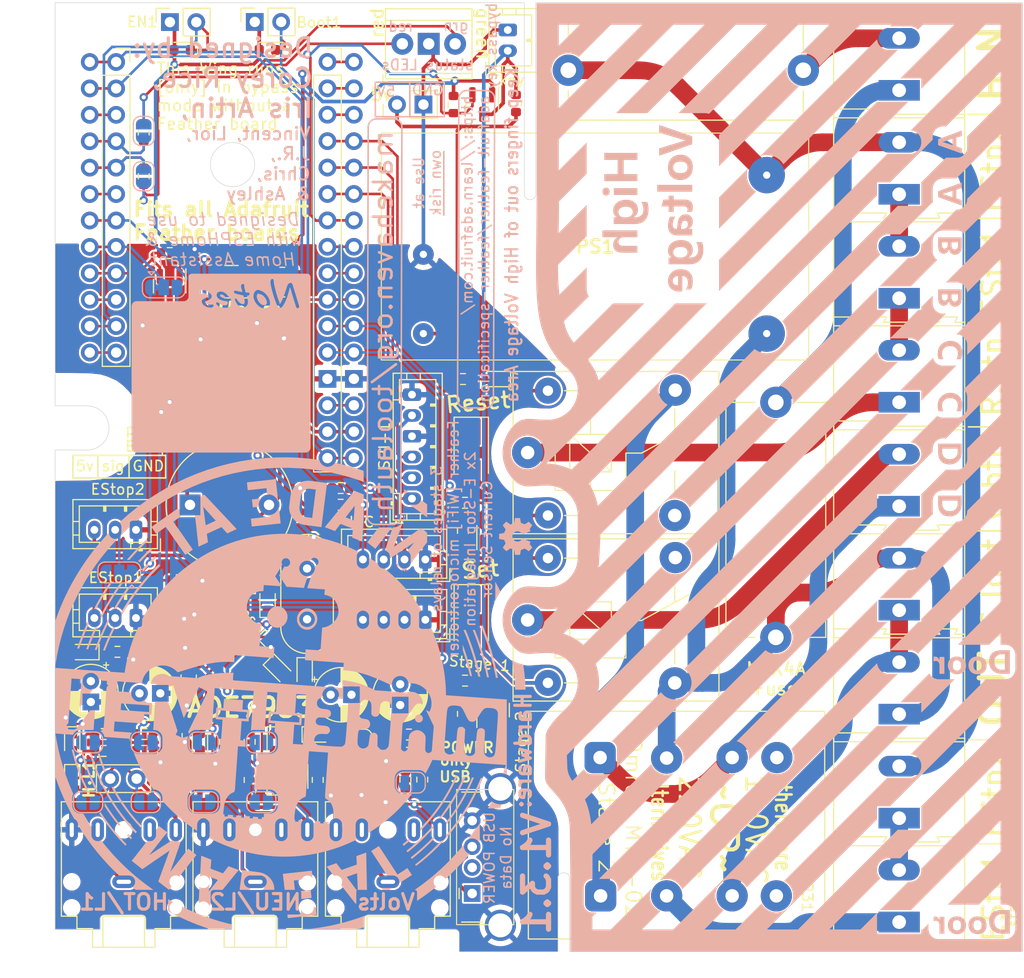
<source format=kicad_pcb>
(kicad_pcb (version 20240108) (generator "pcbnew") (generator_version "8.0")
  (title_block (title "Cardsystem Combined-Use Feather Wing") (date "2024-03-02") (rev "1.3.1") (company "MakeHaven") (comment 1 "Feather Wing compatable Board") (comment 2 "Primary use: tool control & RFID card reader") (comment 3 "Tool control by onboard multi-stage Relays - powered by input AC voltage") (comment 4 "Add daughter board for RFID card read: I2C intended, but SPI could work as well") (comment 5 "other extensions possible, as specified in Docs"))
  (layers (0 "F.Cu" signal) (31 "B.Cu" signal) (34 "B.Paste" user) (35 "F.Paste" user) (36 "B.SilkS" user "B.Silkscreen") (37 "F.SilkS" user "F.Silkscreen") (38 "B.Mask" user) (39 "F.Mask" user) (44 "Edge.Cuts" user))
  (net 0 "")
  (net 1 "Member-Green-Button-1")
  (net 2 "read-bypass")
  (net 3 "+5V")
  (net 4 "Member-E-Stop-aux2-2")
  (net 5 "/mainslevelcontrol/stage1relays/dcp2")
  (net 7 "Member-Green-Button-2")
  (net 8 "boot")
  (net 9 "GND")
  (net 10 "/microcontroller/lightsounds/dcp1")
  (net 11 "EN")
  (net 12 "IAP")
  (net 13 "IAN")
  (net 14 "IBP")
  (net 15 "IBN")
  (net 16 "VP")
  (net 17 "VN")
  (net 18 "+3.3V")
  (net 19 "H{slash}L1")
  (net 20 "N{slash}L2")
  (net 21 "Member-Red-Reset-Button-1")
  (net 22 "SCL")
  (net 23 "SDA")
  (net 24 "IAP_IN")
  (net 25 "IAN_IN")
  (net 26 "IBP_IN")
  (net 27 "IBN_IN")
  (net 28 "VN_IN")
  (net 29 "VP_IN")
  (net 30 "Net-(JP2-B)")
  (net 31 "Net-(JP3-A)")
  (net 32 "led-red")
  (net 33 "led-grn")
  (net 34 "buzz")
  (net 35 "3vRead-Bypass")
  (net 36 "read-E-Stop")
  (net 37 "ade7953-IRQ")
  (net 38 "PICO")
  (net 39 "POCI")
  (net 40 "SCK")
  (net 41 "reset3v")
  (net 42 "set3v")
  (net 43 "Member-E-Stop-sw2-1")
  (net 44 "Member-E-Stop-aux2-1")
  (net 45 "Member-E-Stop-aux1-1")
  (net 46 "Green-Indicator-light-1")
  (net 47 "Net-(JP10-A)")
  (net 48 "Net-(JP11-B)")
  (net 49 "Net-(JP13-B)")
  (net 50 "Net-(R13-Pad1)")
  (net 51 "CS")
  (net 52 "SCLK")
  (net 53 "Net-(U2-VINTD)")
  (net 54 "Net-(U2-VINTA)")
  (net 55 "ZX")
  (net 56 "REVP")
  (net 57 "ZX_I")
  (net 58 "CF1")
  (net 59 "CF2")
  (net 60 "Member-E-Stop-sw1-1")
  (net 64 "Net-(U2-CLKOUT)")
  (net 65 "Net-(U2-CLKIN)")
  (net 66 "read-aux-E-Stop")
  (net 67 "two-options")
  (net 68 "Net-(U2-REF)")
  (net 69 "Net-(D2-A)")
  (net 70 "Green-Indicator-light-2")
  (net 71 "reset")
  (net 72 "Net-(EStop1-Pin_2)")
  (net 73 "Net-(EStop2-Pin_2)")
  (net 74 "Net-(J1-Pin_1)")
  (net 75 "Net-(J1-Pin_3)")
  (net 78 "Net-(JP7-A)")
  (net 79 "Net-(JP12-A)")
  (net 80 "Net-(JP14-A)")
  (net 81 "Net-(T1-G)")
  (net 82 "Net-(T3-G)")
  (net 83 "Net-(T4-G)")
  (net 84 "+3.3VA")
  (net 85 "Net-(J3-Pin_6)")
  (net 86 "Net-(J3-Pin_12)")
  (net 87 "Net-(J3-Pin_10)")
  (net 88 "Net-(J3-Pin_3)")
  (net 89 "Net-(J15-Pin_3)")
  (net 90 "Net-(J15-Pin_14)")
  (net 91 "Net-(J15-Pin_8)")
  (net 92 "Net-(J15-Pin_9)")
  (net 93 "Net-(J15-Pin_1)")
  (net 94 "Net-(J15-Pin_2)")
  (footprint "TerminalBlock:TerminalBlock_Altech_AK300-2_P5.00mm" (layer "F.Cu") (at 118.075 68.79 90)
    (property "Reference" "J6" (hide yes))
    (property "Value" "Screw_Terminal_01x02" (hide yes))
  )
  (footprint "TerminalBlock:TerminalBlock_Altech_AK300-2_P5.00mm" (layer "F.Cu") (at 118.075 98.79 90)
    (property "Reference" "J10" (hide yes))
    (property "Value" "Screw_Terminal_01x02" (hide yes))
  )
  (footprint "LED_SMD:LED_0603_1608Metric" (layer "F.Cu") (at 57.325 27.45 180)
    (property "Reference" "C1" (hide yes))
    (property "Value" "0.1uF" (hide yes))
  )
  (footprint "Resistor_SMD:R_0603_1608Metric" (layer "F.Cu") (at 58.755 48.8775 180)
    (property "Reference" "R2" (hide yes))
    (property "Value" "10k" (hide yes))
  )
  (footprint "Resistor_SMD:R_0603_1608Metric" (layer "F.Cu") (at 45.425 39.6 90)
    (property "Reference" "R6" (hide yes))
    (property "Value" "1k" (hide yes))
  )
  (footprint "Connector_PinSocket_2.54mm:PinSocket_1x16_P2.54mm_Vertical" (layer "F.Cu") (at 65.635 28.6)
    (property "Reference" "J15" (hide yes))
    (property "Value" "Conn_01x16")
  )
  (footprint "Resistor_SMD:R_0603_1608Metric" (layer "F.Cu") (at 62.16 97.65 -90)
    (property "Reference" "R20" (hide yes))
    (property "Value" "1k" (hide yes))
  )
  (footprint "Connector_Audio:Jack_3.5mm_CUI_SJ1-3525N_Horizontal" (layer "F.Cu") (at 43.505 107.45)
    (property "Reference" "IN-1" (hide yes))
    (property "Value" "H/L1" (hide yes))
  )
  (footprint "Resistor_SMD:R_0603_1608Metric" (layer "F.Cu") (at 50.125 53)
    (property "Reference" "R4" (hide yes))
    (property "Value" "10k" (hide yes))
  )
  (footprint "Resistor_SMD:R_0603_1608Metric" (layer "F.Cu") (at 76.125 91.3 -90)
    (property "Reference" "R28" (hide yes))
    (property "Value" "10k" (hide yes))
  )
  (footprint "LED_SMD:LED_0603_1608Metric" (layer "F.Cu") (at 50.832366 97.6568 -90)
    (property "Reference" "C5" (hide yes))
    (property "Value" "33nF" (hide yes))
  )
  (footprint "TerminalBlock:TerminalBlock_Altech_AK300-2_P5.00mm" (layer "F.Cu") (at 118.075 58.79 90)
    (property "Reference" "J7" (hide yes))
    (property "Value" "Screw_Terminal_01x02" (hide yes))
  )
  (footprint "Connector_USB:USB_A_Stewart_SS-52100-001_Horizontal" (layer "F.Cu") (at 77.015 108.57 90)
    (property "Reference" "J13" (hide yes))
    (property "Value" "USB_A" (hide yes))
  )
  (footprint "Connector_JST:JST_PH_B2B-PH-K_1x02_P2.00mm_Vertical" (layer "F.Cu") (at 80.943 26.514 90)
    (property "Reference" "Bypass-1" (hide yes))
    (property "Value" "Conn_01x02_Female" (hide yes))
  )
  (footprint "LED_SMD:LED_0603_1608Metric" (layer "F.Cu") (at 62.14 93.28)
    (property "Reference" "C11" (hide yes))
    (property "Value" "33nF" (hide yes))
  )
  (footprint "Relay_THT:Relay_SPDT_SANYOU_SRD_Series_Form_C" (layer "F.Cu") (at 82.3466 82.2676)
    (property "Reference" "relay1" (hide yes))
    (property "Value" "JQC-3FF/005-1ZS(551)" (hide yes))
  )
  (footprint "TerminalBlock:TerminalBlock_Altech_AK300-2_P5.00mm" (layer "F.Cu") (at 118.074 111.3206 90)
    (property "Reference" "J11" (hide yes))
    (property "Value" "Screw_Terminal_01x02" (hide yes))
  )
  (footprint "Connector_JST:JST_PH_B3B-PH-K_1x03_P2.00mm_Vertical" (layer "F.Cu") (at 44.68 73.6 180)
    (property "Reference" "EStop2")
    (property "Value" "Conn_01x03_Female" (hide yes))
  )
  (footprint "LED_SMD:LED_0603_1608Metric" (layer "F.Cu") (at 38.552 94.0272 -90)
    (property "Reference" "C7" (hide yes))
    (property "Value" "33nF" (hide yes))
  )
  (footprint "Jumper:SolderJumper-2_P1.3mm_Bridged_RoundedPad1.0x1.5mm" (layer "F.Cu") (at 64.796666 97.5798 -90)
    (property "Reference" "JP6" (hide yes))
    (property "Value" "bridged" (hide yes))
  )
  (footprint "Capacitor_THT:CP_Radial_D5.0mm_P2.00mm" (layer "F.Cu") (at 40.34 89.1528 -90)
    (property "Reference" "C18" (hide yes))
    (property "Value" "4.7uF" (hide yes))
  )
  (footprint "Resistor_SMD:R_0603_1608Metric" (layer "F.Cu") (at 76.325 88.1)
    (property "Reference" "R27" (hide yes))
    (property "Value" "1k" (hide yes))
  )
  (footprint "Resistor_SMD:R_0603_1608Metric" (layer "F.Cu") (at 50.4392 80.049 180)
    (property "Reference" "R25" (hide yes))
    (property "Value" "10k" (hide yes))
  )
  (footprint "Resistor_SMD:R_0603_1608Metric" (layer "F.Cu") (at 50.125 61.7)
    (property "Reference" "R35" (hide yes))
    (property "Value" "10k" (hide yes))
  )
  (footprint "TerminalBlock:TerminalBlock_Altech_AK300-2_P5.00mm" (layer "F.Cu") (at 118.075 78.79 90)
    (property "Reference" "J12" (hide yes))
    (property "Value" "Screw_Terminal_01x02" (hide yes))
  )
  (footprint "MY2-02 AC110 Omron:relay-Omron-MY2-02" (layer "F.Cu") (at 97.615 102.25 -90)
    (property "Reference" "R31")
    (property "Value" "Relay_Omron_MY2-02")
  )
  (footprint "LED_SMD:LED_0603_1608Metric" (layer "F.Cu") (at 58.024064 97.6168 90)
    (property "Reference" "C6" (hide yes))
    (property "Value" "33nF" (hide yes))
  )
  (footprint "Connector_PinHeader_2.54mm:PinHeader_1x02_P2.54mm_Vertical" (layer "F.Cu") (at 42.2046 97.5298 90)
    (property "Reference" "IN-AUX-1" (hide yes))
    (property "Value" "H/L1" (hide yes))
  )
  (footprint "LED_SMD:LED_0603_1608Metric" (layer "F.Cu") (at 45.9433 85.3322 180)
    (property "Reference" "C15" (hide yes))
    (property "Value" "1uF" (hide yes))
  )
  (footprint "Resistor_SMD:R_0603_1608Metric" (layer "F.Cu") (at 76.125 59.1 180)
    (property "Reference" "R26" (hide yes))
    (property "Value" "1k" (hide yes))
  )
  (footprint "TerminalBlock:TerminalBlock_Altech_AK300-2_P5.00mm" (layer "F.Cu") (at 118.075 48.79 90)
    (property "Reference" "J8" (hide yes))
    (property "Value" "Screw_Terminal_01x02" (hide yes))
  )
  (footprint "Resistor_SMD:R_0603_1608Metric" (layer "F.Cu") (at 72.2155 97.6206 -90)
    (property "Reference" "R13" (hide yes))
    (property "Value" "499k" (hide yes))
  )
  (footprint "Resistor_SMD:R_0603_1608Metric" (layer "F.Cu") (at 70.59 97.63 -90)
    (property "Reference" "R14" (hide yes))
    (property "Value" "1k" (hide yes))
  )
  (footprint "Package_CSP:LFCSP-28-1EP_5x5mm_P0.5mm_EP3.14x3.14mm" (layer "F.Cu") (at 53.465629 84.882764 45)
    (property "Reference" "U2" (hide yes))
    (property "Value" "ADE7953xCP" (hide yes))
  )
  (footprint "Resistor_SMD:R_0603_1608Metric" (layer "F.Cu") (at 55.613498 97.6568 -90)
    (property "Reference" "R12" (hide yes))
    (property "Value" "100" (hide yes))
  )
  (footprint "Resistor_SMD:R_0603_1608Metric" (layer "F.Cu") (at 64.365 71.19 180)
    (property "Reference" "R8" (hide yes))
    (property "Value" "2.2k" (hide yes))
  )
  (footprint "Connector_PinSocket_2.54mm:PinSocket_1x12_P2.54mm_Vertical" (layer "F.Cu") (at 42.775 28.61)
    (property "Reference" "J3" (hide yes))
    (property "Value" "Conn_01x12")
  )
  (footprint "Jumper:SolderJumper-2_P1.3mm_Bridged_RoundedPad1.0x1.5mm" (layer "F.Cu") (at 66.374999 94.1658 -90)
    (property "Reference" "JP12" (hide yes))
    (property "Value" "bridged" (hide yes))
  )
  (footprint "LED_SMD:LED_0603_1608Metric" (layer "F.Cu") (at 54.685 79 180)
    (property "Reference" "C20" (hide yes))
    (property "Value" "20pF" (hide yes))
  )
  (footprint "Package_TO_SOT_SMD:SOT-23" (layer "F.Cu") (at 77.9875 32.7 -90)
    (property "Reference" "T5" (hide yes))
    (property "Value" "AO3400A" (hide yes))
  )
  (footprint "Resistor_SMD:R_0603_1608Metric" (layer "F.Cu") (at 64.365 69.58 180)
    (property "Reference" "R7" (hide yes))
    (property "Value" "2.2k" (hide yes))
  )
  (footprint "LED_SMD:LED_0603_1608Metric" (layer "F.Cu") (at 50.832366 93.9872 90)
    (property "Reference" "C9" (hide yes))
    (property "Value" "33nF" (hide yes))
  )
  (footprint "Fuse:Fuseholder_Cylinder-5x20mm_Stelvio-Kontek_PTF78_Horizontal_Open" (layer "F.Cu") (at 97.4268 29.4022 180)
    (property "Reference" "F2" (hide yes))
    (property "Value" "Fuse" (hide yes))
  )
  (footprint "Resistor_SMD:R_0603_1608Metric" (layer "F.Cu") (at 41.5746 93.2372)
    (property "Reference" "R15" (hide yes))
    (property "Value" "1k" (hide yes))
  )
  (footprint "Capacitor_THT:CP_Radial_D5.0mm_P2.00mm" (layer "F.Cu") (at 46.0196 89.3256)
    (property "Reference" "C14" (hide yes))
    (property "Value" "10uF" (hide yes))
  )
  (footprint "Resistor_SMD:R_0603_1608Metric" (layer "F.Cu") (at 45.4862 93.2372)
    (property "Reference" "R16" (hide yes))
    (property "Value" "1k" (hide yes))
  )
  (footprint "Resistor_SMD:R_0603_1608Metric" (layer "F.Cu") (at 48.7882 78.4488 180)
    (property "Reference" "R23" (hide yes))
    (property "Value" "10k" (hide yes))
  )
  (footprint "Resistor_SMD:R_0603_1608Metric" (layer "F.Cu") (at 76.325 71)
    (property "Reference" "R29" (hide yes))
    (property "Value" "1k" (hide yes))
  )
  (footprint "LED_SMD:LED_0603_1608Metric" (layer "F.Cu") (at 60.905 87.38 -90)
    (property "Reference" "C17" (hide yes))
    (property "Value" "100nF" (hide yes))
  )
  (footprint "LED_SMD:LED_0603_1608Metric" (layer "F.Cu") (at 57.335 80.54 90)
    (property "Reference" "C21" (hide yes))
    (property "Value" "20pF" (hide yes))
  )
  (footprint "Package_TO_SOT_SMD:SOT-223-3_TabPin2" (layer "F.Cu") (at 56.215 60.37 90)
    (property "Reference" "U3" (hide yes))
    (property "Value" "AMS1117-3.3" (hide yes))
  )
  (footprint "Resistor_SMD:R_0603_1608Metric" (layer "F.Cu") (at 75.225 32.7 90)
    (property "Reference" "R32" (hide yes))
    (property "Value" "10k" (hide yes))
  )
  (footprint "Capacitor_THT:CP_Radial_D5.0mm_P2.00mm" (layer "F.Cu") (at 64.405 89.46)
    (property "Reference" "C23" (hide yes))
    (property "Value" "4.7uF" (hide yes))
  )
  (footprint "LED_SMD:LED_0603_1608Metric" (layer "F.Cu") (at 60.47463 97.6568 -90)
    (property "Reference" "C12" (hide yes))
    (property "Value" "33nF" (hide yes))
  )
  (footprint "Resistor_SMD:R_0603_1608Metric" (layer "F.Cu") (at 42.8954 85.3322 180)
    (property "Reference" "R22" (hide yes))
    (property "Value" "10k" (hide yes))
  )
  (footprint "Connector_JST:JST_PH_B6B-PH-K_1x06_P2.00mm_Vertical" (layer "F.Cu") (at 71.225 70.6 90)
    (property "Reference" "SPI-1")
    (property "Value" "Conn_01x06_Female" (hide yes))
  )
  (footprint "CFM06S050-E - Cincon:CFM06S050E" (layer "F.Cu") (at 105.3366 39.4866 180)
    (property "Reference" "PS1")
    (property "Value" "CFM06S050" (hide yes))
  )
  (footprint "Relay_THT:Relay_SPDT_SANYOU_SRD_Series_Form_C" (layer "F.Cu") (at 82.3466 66.1698)
    (property "Reference" "relay2" (hide yes))
    (property "Value" "JQC-3FF/005-1ZS(551)" (hide yes))
  )
  (footprint "Resistor_SMD:R_0603_1608Metric" (layer "F.Cu") (at 76.125 73.7 -90)
    (property "Reference" "R30" (hide yes))
    (property "Value" "10k" (hide yes))
  )
  (footprint "Connector_Audio:Jack_3.5mm_CUI_SJ1-3525N_Horizontal" (layer "F.Cu") (at 56.1645 107.45)
    (property "Reference" "IN-2" (hide yes))
    (property "Value" "N/L2" (hide yes))
  )
  (footprint "Resistor_SMD:R_0603_1608Metric" (layer "F.Cu") (at 53.242932 97.6568 90)
    (property "Reference" "R11" (hide yes))
    (property "Value" "100" (hide yes))
  )
  (footprint "Connector_JST:JST_PH_B3B-PH-K_1x03_P2.00mm_Vertical" (layer "F.Cu") (at 44.68 82.08 180)
    (property "Reference" "EStop1")
    (property "Value" "Conn_01x03_Female" (hide yes))
  )
  (footprint "LED_SMD:LED_0603_1608Metric" (layer "F.Cu") (at 58.024064 94.0272 -90)
    (property "Reference" "C10" (hide yes))
    (property "Value" "33nF" (hide yes))
  )
  (footprint "Connector_PinHeader_2.54mm:PinHeader_1x02_P2.54mm_Vertical" (layer "F.Cu") (at 69.785 32.7 90)
    (property "Reference" "pwr5v1" (hide yes))
    (property "Value" "extra" (hide yes))
  )
  (footprint "Connector_PinSocket_2.54mm:PinSocket_1x02_P2.54mm_Vertical" (layer "F.Cu") (at 47.945 24.775 90)
    (property "Reference" "EN1")
    (property "Value" "Conn_01x02_Female" (hide yes))
  )
  (footprint "Resistor_SMD:R_0603_1608Metric" (layer "F.Cu") (at 48.044 80.7844 90)
    (property "Reference" "R24" (hide yes))
    (property "Value" "10k" (hide yes))
  )
  (footprint "Diode_SMD:D_SMA" (layer "F.Cu") (at 76.925 82.2676 -90)
    (property "Reference" "D3" (hide yes))
    (property "Value" "B160-E3" (hide yes))
  )
  (footprint "Resistor_SMD:R_0603_1608Metric" (layer "F.Cu") (at 45.4862 94.8628 180)
    (property "Reference" "R10" (hide yes))
    (property "Value" "100" (hide yes))
  )
  (footprint "Resistor_SMD:R_0603_1608Metric" (layer "F.Cu") (at 58.755 50.6775 180)
    (property "Reference" "R1" (hide yes))
    (property "Value" "1k" (hide yes))
  )
  (footprint "Diode_SMD:D_SMA" (layer "F.Cu") (at 76.925 66.1698 -90)
    (property "Reference" "D4" (hide yes))
    (property "Value" "B160-E3" (hide yes))
  )
  (footprint "LED_SMD:LED_0603_1608Metric" (layer "F.Cu") (at 48.3818 97.6168 90)
    (property "Reference" "C4" (hide yes))
    (property "Value" "33nF" (hide yes))
  )
  (footprint "Crystal:Crystal_HC49-4H_Vertical" (layer "F.Cu") (at 61.135 82.2 90)
    (property "Reference" "Y1" (hide yes))
    (property "Value" "3.58MHz" (hide yes))
  )
  (footprint "Package_TO_SOT_SMD:SOT-23" (layer "F.Cu") (at 48.025 58.6625 -90)
    (property "Reference" "T6" (hide yes))
    (property "Value" "AO3400A" (hide yes))
  )
  (footprint "Connector_JST:JST_PH_B4B-PH-K_1x04_P2.00mm_Vertical" (layer "F.Cu") (at 72.505 82.25 180)
    (property "Reference" "I2C-3" (hide yes))
    (property "Value" "Conn_01x04_Female" (hide yes))
  )
  (footprint "LED_SMD:LED_0603_1608Metric" (layer "F.Cu") (at 48.3818 93.9872 90)
    (property "Reference" "C8" (hide yes))
    (property "Value" "33nF" (hide yes))
  )
  (footprint "Resistor_SMD:R_0603_1608Metric" (layer "F.Cu") (at 47.925 46.9825)
    (property "Reference" "R3" (hide yes))
    (property "Value" "10k" (hide yes))
  )
  (footprint "Jumper:SolderJumper-2_P1.3mm_Bridged_RoundedPad1.0x1.5mm" (layer "F.Cu") (at 67.953332 97.5544 90)
    (property "Reference" "JP7" (hide yes))
    (property "Value" "bridged" (hide yes))
  )
  (footprint "LED_SMD:LED_0603_1608Metric" (layer "F.Cu") (at 58.486036 87.121036 -45)
    (property "Reference" "C22" (hide yes))
    (property "Value" "100nF" (hide yes))
  )
  (footprint "Connector_Audio:Jack_3.5mm_CUI_SJ1-3525N_Horizontal" (layer "F.Cu") (at 68.905 107.45)
    (property "Reference" "IN-3" (hide yes))
    (property "Value" "VOLTS" (hide yes))
  )
  (footprint "Resistor_SMD:R_0603_1608Metric" (layer "F.Cu") (at 70.93 95.0398)
    (property "Reference" "R19" (hide yes))
    (property "Value" "499k" (hide yes))
  )
  (footprint "TerminalBlock:TerminalBlock_Altech_AK300-2_P5.00mm" (layer "F.Cu") (at 118.075 28.79 90)
    (property "Reference" "J5" (hide yes))
    (property "Value" "Screw_Terminal_01x02" (hide yes))
  )
  (footprint "LED_SMD:LED_0603_1608Metric" (layer "F.Cu") (at 49.125 27.45 180)
    (property "Reference" "C2" (hide yes))
    (property "Value" "0.1uF" (hide yes))
  )
  (footprint "Resistor_SMD:R_0603_1608Metric" (layer "F.Cu") (at 45.425 35.39 90)
    (property "Reference" "R5" (hide yes))
    (property "Value" "1k" (hide yes))
  )
  (footprint "Resistor_SMD:R_0603_1608Metric" (layer "F.Cu") (at 55.613498 93.9872 -90)
    (property "Reference" "R18" (hide yes))
    (property "Value" "1k" (hide yes))
  )
  (footprint "Connector_PinSocket_2.54mm:PinSocket_1x16_P2.54mm_Vertical" (layer "F.Cu") (at 63.095 28.6)
    (property "Reference" "J16" (hide yes))
    (property "Value" "Conn_01x16")
  )
  (footprint "Package_TO_SOT_SMD:SOT-23" (layer "F.Cu") (at 47.925 50.1625 -90)
    (property "Reference" "T2" (hide yes))
    (property "Value" "AO3400A" (hide yes))
  )
  (footprint "TerminalBlock:TerminalBlock_Altech_AK300-2_P5.00mm" (layer "F.Cu") (at 118.075 91.33 90)
    (property "Reference" "J14" (hide yes))
    (property "Value" "Screw_Terminal_01x02" (hide yes))
  )
  (footprint "Buzzer_Beeper:Buzzer_12x9.5RM7.6" (layer "F.Cu") (at 53.675 71.2 180)
    (property "Reference" "BZ1" (hide yes))
    (property "Value" "Buzzer" (hide yes))
  )
  (footprint "Capacitor_THT:CP_Radial_D5.0mm_P2.00mm" (layer "F.Cu") (at 70.09 89.45 -90)
    (property "Reference" "C19" (hide yes))
    (property "Value" "4.7uF" (hide yes))
  )
  (footprint "LED_SMD:LED_0603_1608Metric" (layer "F.Cu") (at 49.75 88.36 90)
    (property "Reference" "C13" (hide yes))
    (property "Value" "100nF" (hide yes))
  )
  (footprint "Package_TO_SOT_SMD:SOT-23" (layer "F.Cu") (at 79.025 90.9375 90)
    (property "Reference" "T3" (hide yes))
    (property "Value" "AO3400A" (hide yes))
  )
  (footprint "LED_SMD:LED_0603_1608Metric" (layer "F.Cu") (at 79.225 59.1 180)
    (property "Reference" "D2" (hide yes))
    (property "Value" "LED" (hide yes))
  )
  (footprint "Resistor_SMD:R_0603_1608Metric" (layer "F.Cu") (at 48.025 55.5)
    (property "Reference" "R34" (hide yes))
    (property "Value" "10k" (hide yes))
  )
  (footprint "Resistor_SMD:R_0603_1608Metric" (layer "F.Cu") (at 81.225 32.6 -90)
    (property "Reference" "R33" (hide yes))
    (property "Value" "10k" (hide yes))
  )
  (footprint "Package_TO_SOT_SMD:SOT-23" (layer "F.Cu") (at 53.855 49.74 180)
    (property "Reference" "T1" (hide yes))
    (property "Value" "AO3400A" (hide yes))
  )
  (footprint "Package_TO_SOT_SMD:SOT-23" (layer "F.Cu") (at 79.025 73.8375 90)
    (property "Reference" "T4" (hide yes))
    (property "Value" "AO3400A" (hide yes))
  )
  (footprint "TerminalBlock_TE-Connectivity:TerminalBlock_TE_282834-3_1x03_P2.54mm_Horizontal" (layer "F.Cu") (at 72.835 26.8606)
    (property "Reference" "J1" (hide yes))
    (property "Value" "Conn_01x03_Male" (hide yes))
  )
  (footprint "Fuse:Fuseholder_Cylinder-5x20mm_Stelvio-Kontek_PTF78_Horizontal_Open" (layer "F.Cu") (at 106.215 72.77 -90)
    (property "Reference" "F1" (hide yes))
    (property "Value" "Fuse" (hide yes))
  )
  (footprint "Connector_JST:JST_PH_B4B-PH-K_1x04_P2.00mm_Vertical" (layer "F.Cu") (at 72.505 76.45 180)
    (property "Reference" "I2C-2" (hide yes))
    (property "Value" "Conn_01x04_Female" (hide yes))
  )
  (footprint "Resistor_SMD:R_0603_1608Metric" (layer "F.Cu") (at 53.242932 93.9872 90)
    (property "Reference" "R17" (hide yes))
    (property "Value" "1k" (hide yes))
  )
  (footprint "Resistor_SMD:R_0603_1608Metric" (layer "F.Cu") (at 70.93 93.2872)
    (property "Reference" "R21" (hide yes))
    (property "Value" "1k" (hide yes))
  )
  (footprint "Connector_PinSocket_2.54mm:PinSocket_1x02_P2.54mm_Vertical" (layer "F.Cu") (at 56.105 24.755 90)
    (property "Reference" "Boot1")
    (property "Value" "Conn_01x02_Female" (hide yes))
  )
  (footprint "TerminalBlock:TerminalBlock_Altech_AK300-2_P5.00mm" (layer "F.Cu") (at 118.075 38.79 90)
    (property "Reference" "J9" (hide yes))
    (property "Value" "Screw_Terminal_01x02" (hide yes))
  )
  (footprint "Connector_PinSocket_2.54mm:PinSocket_1x12_P2.54mm_Vertical" (layer "F.Cu") (at 40.235 28.61)
    (property "Reference" "J4" (hide yes))
    (property "Value" "Conn_01x12")
  )
  (footprint "Resistor_SMD:R_0603_1608Metric" (layer "F.Cu") (at 41.5746 94.8628 180)
    (property "Reference" "R9" (hide yes))
    (property "Value" "100" (hide yes))
  )
  (footprint "LED_SMD:LED_0603_1608Metric" (layer "F.Cu") (at 39.6442 85.3576 180)
    (property "Reference" "C16" (hide yes))
    (property "Value" "100nF" (hide yes))
  )
  (footprint "LED_SMD:LED_0603_1608Metric" (layer "F.Cu") (at 38.552 97.6568 -90)
    (property "Reference" "C3" (hide yes))
    (property "Value" "33nF" (hide yes))
  )
  (footprint "Jumper:SolderJumper-2_P1.3mm_Open_RoundedPad1.0x1.5mm" (layer "B.Cu") (at 45.425 35.24 90)
    (property "Reference" "JP15" (hide yes))
    (property "Value" "no-filter-1" (hide yes))
  )
  (footprint "Jumper:SolderJumper-2_P1.3mm_Open_RoundedPad1.0x1.5mm" (layer "B.Cu") (at 40.076 99.7904 180)
    (property "Reference" "JP2" (hide yes))
    (property "Value" "no-filter-1" (hide yes))
  )
  (footprint "Jumper:SolderJumper-2_P1.3mm_Open_RoundedPad1.0x1.5mm" (layer "B.Cu") (at 45.630133 94.05)
    (property "Reference" "JP9" (hide yes))
    (property "Value" "no-filter-1" (hide yes))
  )
  (footprint "Jumper:SolderJumper-3_P1.3mm_Bridged12_RoundedPad1.0x1.5mm" (layer "B.Cu") (at 43.075 77.6975 180)
    (property "Reference" "JP14" (hide yes))
    (property "Value" "SolderJumper_3_Bridged12" (hide yes))
  )
  (footprint "Jumper:SolderJumper-2_P1.3mm_Open_RoundedPad1.0x1.5mm" (layer "B.Cu") (at 51.184266 94.05 180)
    (property "Reference" "JP10" (hide yes))
    (property "Value" "no-filter-1" (hide yes))
  )
  (footprint "Jumper:SolderJumper-2_P1.3mm_Open_RoundedPad1.0x1.5mm" (layer "B.Cu") (at 45.425 39.6 -90)
    (property "Reference" "JP16" (hide yes))
    (property "Value" "no-filter-1" (hide yes))
  )
  (footprint "Jumper:SolderJumper-2_P1.3mm_Open_RoundedPad1.0x1.5mm" (layer "B.Cu") (at 56.7384 94.05 180)
    (property "Reference" "JP11" (hide yes))
    (property "Value" "no-filter-1" (hide yes))
  )
  (footprint "Jumper:SolderJumper-3_P1.3mm_Bridged12_RoundedPad1.0x1.5mm" (layer "B.Cu") (at 47.355 50.29)
    (property "Reference" "JP13" (hide yes))
    (property "Value" "SolderJumper_3_Bridged12" (hide yes))
  )
  (footprint "Jumper:SolderJumper-2_P1.3mm_Open_RoundedPad1.0x1.5mm" (layer "B.Cu") (at 45.630133 99.7904 180)
    (property "Reference" "JP3" (hide yes))
    (property "Value" "no-filter-1" (hide yes))
  )
  (footprint "Jumper:SolderJumper-2_P1.3mm_Open_RoundedPad1.0x1.5mm" (layer "B.Cu") (at 56.7384 99.7904)
    (property "Reference" "JP5" (hide yes))
    (property "Value" "no-filter-1" (hide yes))
  )
  (footprint "Jumper:SolderJumper-2_P1.3mm_Open_RoundedPad1.0x1.5mm" (layer "B.Cu") (at 40.076 94.05 180)
    (property "Reference" "JP8" (hide yes))
    (property "Value" "no-filter-1" (hide yes))
  )
  (footprint "Jumper:SolderJumper-2_P1.3mm_Open_RoundedPad1.0x1.5mm" (layer "B.Cu") (at 71.1 97.91 180)
    (property "Reference" "JP1" (hide yes))
    (property "Value" "no-filter-1" (hide yes))
  )
  (footprint "Jumper:SolderJumper-2_P1.3mm_Open_RoundedPad1.0x1.5mm" (layer "B.Cu") (at 51.184266 99.7904 180)
    (property "Reference" "JP4" (hide yes))
    (property "Value" "no-filter-1" (hide yes))
  )
  (gr_poly (pts (xy 96.395841 41.840853) (xy 97.471013 41.840853) (xy 97.5179 41.841561) (xy 97.563299 41.843685) (xy 97.607209 41.847225) (xy 97.64963 41.852182) (xy 97.690563 41.858554) (xy 97.730008 41.866342) (xy 97.767964 41.875547) (xy 97.804432 41.886167) (xy 97.839411 41.898204) (xy 97.872901 41.911656) (xy 97.904904 41.926525) (xy 97.935417 41.94281) (xy 97.964442 41.960511) (xy 97.991979 41.979627) (xy 98.018027 42.00016) (xy 98.042587 42.022109) (xy 98.065658 42.045474) (xy 98.087241 42.070255) (xy 98.107335 42.096452) (xy 98.125941 42.124066) (xy 98.143058 42.153095) (xy 98.158687 42.18354) (xy 98.172827 42.215401) (xy 98.185479 42.248679) (xy 98.196642 42.283372) (xy 98.206317 42.319481) (xy 98.214504 42.357007) (xy 98.221202 42.395948) (xy 98.226411 42.436306) (xy 98.230132 42.478079) (xy 98.232365 42.521269) (xy 98.233109 42.565874) (xy 98.232787 42.603375) (xy 98.231822 42.63967) (xy 98.230213 42.674757) (xy 98.22796 42.708638) (xy 98.225063 42.741312) (xy 98.221523 42.772779) (xy 98.217339 42.803039) (xy 98.212511 42.832093) (xy 98.20704 42.859939) (xy 98.200925 42.886579) (xy 98.194166 42.912012) (xy 98.186764 42.936238) (xy 98.178718 42.959257) (xy 98.170029 42.98107) (xy 98.160696 43.001676) (xy 98.15072 43.021075) (xy 97.654328 43.021075) (xy 97.662309 43.006174) (xy 97.669775 42.991337) (xy 97.676726 42.976565) (xy 97.683163 42.961857) (xy 97.689085 42.947214) (xy 97.694491 42.932635) (xy 97.699383 42.91812) (xy 97.70376 42.90367) (xy 97.707622 42.889284) (xy 97.710969 42.874962) (xy 97.713801 42.860705) (xy 97.716119 42.846512) (xy 97.717921 42.832384) (xy 97.719209 42.81832) (xy 97.719981 42.80432) (xy 97.720239 42.790385) (xy 97.719883 42.772644) (xy 97.718814 42.755466) (xy 97.717034 42.738852) (xy 97.714542 42.722801) (xy 97.711338 42.707313) (xy 97.707422 42.692388) (xy 97.702793 42.678026) (xy 97.697453 42.664228) (xy 97.6914 42.650993) (xy 97.684636 42.63832) (xy 97.677159 42.626212) (xy 97.66897 42.614666) (xy 97.66007 42.603683) (xy 97.650457 42.593264) (xy 97.640132 42.583408) (xy 97.629095 42.574115) (xy 97.617346 42.565385) (xy 97.604885 42.557219) (xy 97.591712 42.549615) (xy 97.577827 42.542575) (xy 97.563229 42.536098) (xy 97.54792 42.530185) (xy 97.531899 42.524834) (xy 97.515165 42.520047) (xy 97.479563 42.512162) (xy 97.441111 42.50653) (xy 97.399812 42.50315) (xy 97.355664 42.502024) (xy 96.395833 42.502024) (xy 96.395833 43.021075) (xy 95.899442 43.021075) (xy 95.899442 42.502024) (xy 95.209435 42.502024) (xy 95.39893 41.840853) (xy 95.899449 41.840853) (xy 95.899449 41.465983) (xy 96.395841 41.465983)) (fill solid) (layer "B.SilkS"))
  (gr_arc (start 69.475338 34.079666) (mid 70.02356 34.311237) (end 70.254662 34.859657) (stroke (width 0.15)) (layer "B.SilkS"))
  (gr_poly (pts (xy 107.295091 29.085457) (xy 107.286177 29.122063) (xy 107.278125 29.158854) (xy 107.270938 29.195812) (xy 107.264619 29.232924) (xy 107.259169 29.270174) (xy 107.254591 29.307546) (xy 107.250888 29.345024) (xy 107.248063 29.382595) (xy 107.25005 29.450767) (xy 107.254862 29.518313) (xy 107.262447 29.585169) (xy 107.272755 29.651268) (xy 107.285735 29.716545) (xy 107.301334 29.780935) (xy 107.319501 29.844372) (xy 107.340186 29.90679) (xy 107.363336 29.968124) (xy 107.388901 30.028308) (xy 107.416829 30.087276) (xy 107.447069 30.144964) (xy 107.47957 30.201305) (xy 107.514279 30.256234) (xy 107.551147 30.309686) (xy 107.590121 30.361594) (xy 107.631151 30.411894) (xy 107.674184 30.460519) (xy 107.71917 30.507405) (xy 107.766057 30.552485) (xy 107.814794 30.595694) (xy 107.86533 30.636966) (xy 107.917613 30.676236) (xy 107.971592 30.713439) (xy 108.027216 30.748508) (xy 108.084433 30.781378) (xy 108.143192 30.811984) (xy 108.203442 30.84026) (xy 108.265131 30.86614) (xy 108.328208 30.889559) (xy 108.392622 30.910452) (xy 108.458321 30.928752) (xy 100.753884 38.633189) (xy 100.753884 35.626655) (xy 107.295091 29.085453)) (fill solid) (layer "B.SilkS"))
  (gr_line (start 69.375676 73.079991) (end 67.695 73.079324) (stroke (width 0.15)) (layer "B.SilkS"))
  (gr_poly (pts (xy 56.734062 70.576533) (xy 56.705845 70.609139) (xy 56.679146 70.642819) (xy 56.653986 70.677518) (xy 56.630387 70.713182) (xy 56.608374 70.749756) (xy 56.587967 70.787187) (xy 56.56919 70.825419) (xy 56.552065 70.8644) (xy 56.536615 70.904073) (xy 56.522861 70.944386) (xy 56.510827 70.985284) (xy 56.500535 71.026713) (xy 56.492007 71.068618) (xy 56.485266 71.110945) (xy 56.480334 71.153641) (xy 56.477234 71.19665) (xy 56.484336 71.218719) (xy 56.491945 71.240609) (xy 56.500056 71.26231) (xy 56.508667 71.283816) (xy 56.517774 71.305116) (xy 56.527373 71.326202) (xy 56.537461 71.347065) (xy 56.548035 71.367697) (xy 55.915516 71.435908) (xy 55.831287 70.674196) (xy 56.734074 70.576525)) (stroke (width -0.000001)) (fill solid) (layer "B.SilkS"))
  (gr_poly (pts (xy 115.94986 82.436714) (xy 116.950318 82.436714) (xy 103.592469 95.794564) (xy 103.599978 95.755707) (xy 103.606526 95.716696) (xy 103.612112 95.677547) (xy 103.616734 95.638279) (xy 103.620391 95.598909) (xy 103.623081 95.559456) (xy 103.624801 95.519937) (xy 103.62555 95.48037) (xy 103.624061 95.41299) (xy 103.619807 95.346196) (xy 103.612836 95.280049) (xy 103.603199 95.214616) (xy 103.590943 95.149959) (xy 103.576118 95.086144) (xy 103.558771 95.023233) (xy 103.538952 94.961292) (xy 103.51671 94.900384) (xy 103.492093 94.840573) (xy 103.46515 94.781924) (xy 103.435929 94.7245) (xy 103.40448 94.668367) (xy 103.370852 94.613587) (xy 103.335092 94.560225) (xy 103.29725 94.508345) (xy 103.257374 94.458011) (xy 103.215514 94.409288) (xy 103.171717 94.362238) (xy 103.126033 94.316928) (xy 103.078511 94.27342) (xy 103.029198 94.231778) (xy 102.978145 94.192068) (xy 102.925399 94.154352) (xy 102.87101 94.118696) (xy 102.815026 94.085162) (xy 102.757495 94.053816) (xy 102.698467 94.024721) (xy 102.637991 93.997941) (xy 102.576115 93.973541) (xy 102.512887 93.951585) (xy 102.448357 93.932137) (xy 115.94986 80.430641)) (fill solid) (layer "B.SilkS"))
  (gr_line (start 74.325 33.87) (end 67.705 33.87) (stroke (width 0.15)) (layer "B.SilkS"))
  (gr_poly (pts (xy 129.952973 114.1567) (xy 86.45226 114.1567) (xy 86.45226 107.062569) (xy 86.450761 106.934929) (xy 86.417691 103.962502) (xy 86.401151 102.494377) (xy 86.401151 102.49038) (xy 86.401669 102.476479) (xy 86.40067 102.324028) (xy 86.397069 102.219124) (xy 86.39037 102.098198) (xy 86.380029 101.962288) (xy 86.364529 101.814507) (xy 86.343339 101.65638) (xy 86.315431 101.489983) (xy 86.293729 101.378884) (xy 86.267381 101.260018) (xy 86.238961 101.147362) (xy 86.23586 101.134453) (xy 86.198651 101.002693) (xy 86.154721 100.865227) (xy 86.104592 100.722603) (xy 86.046712 100.575325) (xy 85.98108 100.423912) (xy 85.937669 100.331413) (xy 85.892709 100.24041) (xy 85.845677 100.151512) (xy 85.797616 100.063713) (xy 85.746976 99.97741) (xy 85.695294 99.892113) (xy 85.641553 99.807915) (xy 85.586263 99.724709) (xy 85.528901 99.642006) (xy 85.469991 99.559807) (xy 85.347001 99.397026) (xy 85.21626 99.234764) (xy 85.183701 99.195961) (xy 85.078282 99.071938) (xy 84.965112 98.94326) (xy 84.852975 98.818215) (xy 84.636453 98.577904) (xy 84.539822 98.468361) (xy 84.494344 98.415154) (xy 84.449902 98.362953) (xy 84.407521 98.311257) (xy 84.3667 98.260063) (xy 84.327939 98.209465) (xy 84.291249 98.159859) (xy 84.257661 98.112358) (xy 84.226663 98.065865) (xy 84.197724 98.020363) (xy 84.171376 97.975365) (xy 84.147088 97.931465) (xy 84.125386 97.888054) (xy 84.105744 97.845162) (xy 84.096944 97.823952) (xy 84.088143 97.802758) (xy 84.073151 97.761955) (xy 84.066453 97.741753) (xy 84.060254 97.721047) (xy 84.054555 97.700356) (xy 84.048856 97.680245) (xy 84.043656 97.65905) (xy 84.038957 97.638344) (xy 84.035355 97.61715) (xy 84.031754 97.59594) (xy 84.029153 97.574745) (xy 84.026551 97.553536) (xy 84.024449 97.531838) (xy 84.02345 97.509636) (xy 84.02245 97.487435) (xy 84.02245 97.465233) (xy 84.024552 96.929344) (xy 84.030751 96.393471) (xy 84.048322 95.401802) (xy 84.058122 94.892784) (xy 84.070523 94.097481) (xy 84.073624 93.770882) (xy 84.074624 93.473748) (xy 84.075143 93.445351) (xy 84.077245 93.415352) (xy 84.080846 93.382744) (xy 84.086045 93.348641) (xy 84.092744 93.311943) (xy 84.101045 93.27314) (xy 84.111894 93.232338) (xy 84.124814 93.188942) (xy 84.137734 93.149132) (xy 84.153233 93.107231) (xy 84.169774 93.063835) (xy 84.188374 93.018334) (xy 84.209046 92.971337) (xy 84.231786 92.922234) (xy 84.256596 92.871025) (xy 84.284497 92.818337) (xy 84.332559 92.731026) (xy 84.386819 92.640022) (xy 84.446759 92.544426) (xy 84.513421 92.445229) (xy 84.586282 92.341362) (xy 84.666383 92.233879) (xy 84.753201 92.121742) (xy 84.847253 92.00547) (xy 84.910813 91.929466) (xy 84.976445 91.852471) (xy 85.044145 91.77546) (xy 85.113904 91.69796) (xy 85.205884 91.59771) (xy 85.298905 91.498512) (xy 85.392957 91.401421) (xy 85.488038 91.305321) (xy 85.556249 91.237618) (xy 85.621358 91.173012) (xy 85.68337 91.112511) (xy 85.742799 91.055718) (xy 85.83944 90.964211) (xy 85.878201 90.926521) (xy 85.896802 90.908913) (xy 85.913342 90.892922) (xy 85.970704 90.836113) (xy 86.006364 90.800423) (xy 86.045632 90.761116) (xy 86.084901 90.719826) (xy 86.128831 90.673821) (xy 86.17534 90.62423) (xy 86.22392 90.570519) (xy 86.270429 90.517327) (xy 86.319009 90.459923) (xy 86.369649 90.397927) (xy 86.421838 90.331719) (xy 86.475068 90.261421) (xy 86.528809 90.18702) (xy 86.58307 90.108528) (xy 86.636811 90.026329) (xy 86.685391 89.946221) (xy 86.734483 89.862023) (xy 86.783574 89.773628) (xy 86.830605 89.680626) (xy 86.876595 89.583519) (xy 86.921037 89.481713) (xy 86.962376 89.375786) (xy 87.001645 89.266228) (xy 87.035233 89.159264) (xy 87.065724 89.048165) (xy 87.093114 88.932915) (xy 87.116372 88.814064) (xy 87.134972 88.691078) (xy 87.148923 88.563942) (xy 87.154622 88.498848) (xy 87.157723 88.43264) (xy 87.160325 88.365944) (xy 87.16084 88.298241) (xy 87.160325 88.23214) (xy 87.160325 88.225136) (xy 87.157723 88.16523) (xy 87.154122 88.099129) (xy 87.148423 88.032433) (xy 87.141225 87.966225) (xy 87.132424 87.900124) (xy 87.121575 87.833428) (xy 87.109696 87.767327) (xy 87.095746 87.701119) (xy 87.080754 87.635521) (xy 87.063702 87.569924) (xy 87.045102 87.504326) (xy 87.024953 87.439232) (xy 87.003251 87.374123) (xy 86.98 87.309532) (xy 86.95519 87.24543) (xy 86.929871 87.184426) (xy 86.903001 87.124535) (xy 86.875092 87.064629) (xy 86.845632 87.005226) (xy 86.814111 86.945824) (xy 86.781552 86.887429) (xy 86.747964 86.829529) (xy 86.712304 86.772126) (xy 86.675614 86.715325) (xy 86.636853 86.659027) (xy 86.597062 86.603729) (xy 86.555722 86.548928) (xy 86.513352 86.494629) (xy 86.468911 86.441429) (xy 86.42344 86.389229) (xy 86.376408 86.338028) (xy 86.3299 86.289429) (xy 86.281838 86.241928) (xy 86.232747 86.195427) (xy 86.207429 86.17273) (xy 86.20691 86.172211) (xy 86.182622 86.150009) (xy 86.130433 86.105011) (xy 86.077203 86.061608) (xy 86.022942 86.018707) (xy 85.967133 85.97741) (xy 85.909772 85.937111) (xy 85.85138 85.898308) (xy 85.79144 85.860611) (xy 85.730458 85.823914) (xy 85.668446 85.788811) (xy 85.604367 85.755211) (xy 85.539777 85.723213) (xy 85.473626 85.692711) (xy 85.408517 85.664315) (xy 85.342366 85.637917) (xy 85.275186 85.612618) (xy 85.206975 85.589318) (xy 85.137727 85.56762) (xy 85.067448 85.547417) (xy 84.99614 85.528816) (xy 84.923791 85.512314) (xy 84.850411 85.497315) (xy 84.776513 85.484413) (xy 84.701062 85.473511) (xy 84.625104 85.464508) (xy 84.548104 85.457505) (xy 84.470075 85.452507) (xy 84.391015 85.449509) (xy 84.311437 85.448509) (xy 84.166226 85.449028) (xy 84.028249 85.451027) (xy 83.933167 85.454025) (xy 83.770902 85.459023) (xy 83.536809 85.469025) (xy 83.322869 85.481423) (xy 83.134766 85.49382) (xy 82.964749 85.506218) (xy 82.810754 85.517021) (xy 82.671746 85.526024) (xy 82.609216 85.529022) (xy 82.549275 85.531021) (xy 82.491914 85.532021) (xy 82.436623 85.532021) (xy 82.382882 85.531021) (xy 82.33017 85.528023) (xy 82.278489 85.524025) (xy 82.2263 85.519028) (xy 82.175141 85.513031) (xy 82.122952 85.505028) (xy 82.067662 85.495026) (xy 82.010301 85.483124) (xy 81.949841 85.468621) (xy 81.886281 85.452118) (xy 81.8191 85.432518) (xy 81.747792 85.410317) (xy 81.721444 85.401314) (xy 81.694055 85.391014) (xy 81.665635 85.379113) (xy 81.636174 85.366211) (xy 81.605683 85.351212) (xy 81.574162 85.335213) (xy 81.541604 85.317612) (xy 81.508016 85.298516) (xy 81.473397 85.277817) (xy 81.438256 85.255615) (xy 81.402085 85.231812) (xy 81.365395 85.206009) (xy 81.327676 85.178612) (xy 81.289437 85.149712) (xy 81.257398 85.124413) (xy 81.250699 85.119415) (xy 81.21143 85.086815) (xy 81.133912 85.019615) (xy 81.056401 84.947212) (xy 80.97889 84.86921) (xy 80.900861 84.786011) (xy 80.823861 84.697609) (xy 80.747903 84.604111) (xy 80.710183 84.555008) (xy 80.672974 84.505409) (xy 80.635766 84.454209) (xy 80.599595 84.401512) (xy 80.529317 84.295571) (xy 80.461617 84.18499) (xy 80.396508 84.070267) (xy 80.334496 83.951927) (xy 80.275586 83.828934) (xy 80.220296 83.702843) (xy 80.169137 83.572609) (xy 80.122117 83.439285) (xy 80.080777 83.307503) (xy 80.080262 83.304505) (xy 80.042542 83.167046) (xy 80.010503 83.025978) (xy 79.983113 82.882317) (xy 79.961411 82.73555) (xy 79.945912 82.586212) (xy 79.936112 82.434281) (xy 79.933511 82.357277) (xy 79.932992 82.279778) (xy 79.93321 82.247582) (xy 80.738057 82.247582) (xy 80.740143 82.330403) (xy 80.746349 82.412138) (xy 80.756575 82.492684) (xy 80.770719 82.571942) (xy 80.788681 82.64981) (xy 80.810359 82.726187) (xy 80.835653 82.800971) (xy 80.864461 82.874062) (xy 80.896682 82.945359) (xy 80.932214 83.01476) (xy 80.970958 83.082164) (xy 81.012812 83.14747) (xy 81.057674 83.210577) (xy 81.105444 83.271385) (xy 81.15602 83.32979) (xy 81.209302 83.385694) (xy 81.265189 83.438994) (xy 81.323578 83.489589) (xy 81.38437 83.537379) (xy 81.447462 83.582261) (xy 81.512755 83.624136) (xy 81.580147 83.662901) (xy 81.649536 83.698457) (xy 81.720822 83.730701) (xy 81.793904 83.759532) (xy 81.86868 83.78485) (xy 81.94505 83.806553) (xy 82.022911 83.82454) (xy 82.102165 83.83871) (xy 82.182708 83.848962) (xy 82.26444 83.855195) (xy 82.34726 83.857308) (xy 82.423399 83.855518) (xy 82.498694 83.850222) (xy 82.573062 83.841497) (xy 82.646418 83.829418) (xy 82.718677 83.814059) (xy 82.789755 83.795496) (xy 82.859566 83.773804) (xy 82.928027 83.74906) (xy 82.995052 83.721337) (xy 83.060557 83.690712) (xy 83.124457 83.65726) (xy 83.186667 83.621056) (xy 83.235551 83.589607) (xy 85.797177 83.589607) (xy 85.930276 83.633244) (xy 86.06209 83.680056) (xy 86.192519 83.730036) (xy 86.321459 83.783177) (xy 86.448809 83.839472) (xy 86.574465 83.898916) (xy 86.698326 83.961501) (xy 86.82029 84.02722) (xy 86.940253 84.096067) (xy 87.058114 84.168034) (xy 87.173771 84.243116) (xy 87.287121 84.321306) (xy 87.398061 84.402595) (xy 87.506491 84.486979) (xy 87.612306 84.57445) (xy 87.715405 84.665001) (xy 95.225541 77.154854) (xy 95.283738 77.234764) (xy 95.34629 77.310455) (xy 95.412964 77.381804) (xy 95.483523 77.448684) (xy 95.557734 77.51097) (xy 95.63536 77.568538) (xy 95.716167 77.621262) (xy 95.799919 77.669017) (xy 95.886383 77.711678) (xy 95.975321 77.74912) (xy 96.066501 77.781217) (xy 96.159685 77.807844) (xy 96.25464 77.828877) (xy 96.35113 77.84419) (xy 96.448921 77.853658) (xy 96.547776 77.857155) (xy 96.630597 77.855052) (xy 96.712329 77.848828) (xy 96.792874 77.838585) (xy 96.872128 77.824424) (xy 96.949992 77.806446) (xy 97.026364 77.784752) (xy 97.101143 77.759443) (xy 97.174227 77.730622) (xy 97.245516 77.698388) (xy 97.314909 77.662842) (xy 97.382305 77.624087) (xy 97.447602 77.582224) (xy 97.510699 77.537353) (xy 97.571496 77.489575) (xy 97.62989 77.438993) (xy 97.685782 77.385706) (xy 97.739069 77.329817) (xy 97.789652 77.271426) (xy 97.837428 77.210635) (xy 97.882297 77.147544) (xy 97.924157 77.082256) (xy 97.962908 77.01487) (xy 97.998447 76.945489) (xy 98.030676 76.874213) (xy 98.059491 76.801144) (xy 98.084792 76.726383) (xy 98.106478 76.650031) (xy 98.124448 76.572189) (xy 98.138601 76.492959) (xy 98.148835 76.412441) (xy 98.15505 76.330737) (xy 98.157144 76.247948) (xy 98.15394 76.149031) (xy 98.144749 76.051158) (xy 98.129697 75.954564) (xy 98.108908 75.859486) (xy 98.082507 75.766162) (xy 98.050619 75.674826) (xy 98.013369 75.585717) (xy 97.970882 75.499071) (xy 97.923283 75.415125) (xy 97.870697 75.334115) (xy 97.813248 75.256277) (xy 97.751063 75.181849) (xy 97.684265 75.111067) (xy 97.61298 75.044169) (xy 97.537333 74.981389) (xy 97.457448 74.922966) (xy 115.958131 56.422287) (xy 115.963485 56.475218) (xy 115.971262 56.527374) (xy 115.981406 56.578696) (xy 115.993859 56.629124) (xy 116.008565 56.6786) (xy 116.025467 56.727062) (xy 116.044508 56.774453) (xy 116.065631 56.820713) (xy 116.08878 56.865782) (xy 116.113897 56.909602) (xy 116.140927 56.952112) (xy 116.169811 56.993253) (xy 116.200493 57.032966) (xy 116.232917 57.071192) (xy 116.267025 57.107871) (xy 116.302761 57.142944) (xy 116.340068 57.176351) (xy 116.378888 57.208033) (xy 116.419167 57.237931) (xy 116.460845 57.265985) (xy 116.503867 57.292136) (xy 116.548175 57.316325) (xy 116.593714 57.338491) (xy 116.640426 57.358577) (xy 116.688254 57.376521) (xy 116.737141 57.392266) (xy 116.787031 57.405752) (xy 116.837867 57.416919) (xy 116.889591 57.425707) (xy 116.942148 57.432058) (xy 116.99548 57.435912) (xy 117.049531 57.43721) (xy 117.949738 57.43721) (xy 88.898282 86.488663) (xy 88.957844 86.655699) (xy 89.011081 86.824145) (xy 89.058061 86.993855) (xy 89.098854 87.164686) (xy 89.133529 87.336494) (xy 89.162155 87.509136) (xy 89.184799 87.682467) (xy 89.201532 87.856344) (xy 89.212421 88.030622) (xy 89.217537 88.205158) (xy 89.216947 88.379808) (xy 89.21072 88.554428) (xy 89.198926 88.728875) (xy 89.181633 88.903004) (xy 89.15891 89.076671) (xy 89.130826 89.249733) (xy 115.94986 62.430702) (xy 115.94986 62.436905) (xy 118.950189 62.436905) (xy 86.120694 95.266411) (xy 86.130253 95.570673) (xy 86.14311 95.872681) (xy 86.154707 96.169985) (xy 86.158608 96.316108) (xy 86.160485 96.460137) (xy 86.166966 96.549681) (xy 86.177271 96.637809) (xy 86.191263 96.72454) (xy 86.208807 96.809894) (xy 86.229766 96.89389) (xy 86.254005 96.97655) (xy 86.281386 97.057892) (xy 86.311774 97.137936) (xy 86.345032 97.216702) (xy 86.381024 97.294211) (xy 86.419613 97.370481) (xy 86.460665 97.445533) (xy 86.504041 97.519387) (xy 86.549607 97.592062) (xy 86.597225 97.663578) (xy 86.64676 97.733956) (xy 87.765553 96.615166) (xy 87.79111 96.666621) (xy 87.820092 96.715913) (xy 87.852348 96.762884) (xy 87.887725 96.807374) (xy 87.926072 96.849222) (xy 87.967236 96.888269) (xy 88.011066 96.924355) (xy 88.057409 96.957321) (xy 88.106114 96.987007) (xy 88.157027 97.013253) (xy 88.209998 97.035899) (xy 88.264874 97.054786) (xy 88.321504 97.069754) (xy 88.379734 97.080643) (xy 88.439414 97.087294) (xy 88.50039 97.089546) (xy 90.131303 97.089546) (xy 90.155963 97.089088) (xy 90.180355 97.087754) (xy 90.204496 97.085604) (xy 90.228401 97.082699) (xy 90.252086 97.079101) (xy 90.275569 97.074869) (xy 90.298864 97.070066) (xy 90.321988 97.064751) (xy 87.861672 99.525582) (xy 87.921816 99.668333) (xy 87.978503 99.812169) (xy 88.031829 99.957054) (xy 88.081887 100.102948) (xy 88.17258 100.397616) (xy 88.251339 100.695872) (xy 88.318919 100.997412) (xy 88.376077 101.301936) (xy 88.423569 101.60914) (xy 88.462151 101.918724) (xy 94.242162 96.13871) (xy 94.291966 96.248742) (xy 94.349249 96.353693) (xy 94.413617 96.453294) (xy 94.484676 96.547279) (xy 94.562031 96.63538) (xy 94.645291 96.71733) (xy 94.73406 96.792861) (xy 94.827946 96.861706) (xy 94.926554 96.923598) (xy 95.029491 96.978269) (xy 95.136363 97.025452) (xy 95.246777 97.064879) (xy 95.360338 97.096284) (xy 95.476654 97.119398) (xy 95.59533 97.133955) (xy 95.715974 97.139687) (xy 95.760292 97.139028) (xy 95.804517 97.137153) (xy 95.848623 97.134066) (xy 95.892587 97.129774) (xy 95.936384 97.124282) (xy 95.97999 97.117594) (xy 96.02338 97.109717) (xy 96.066531 97.100657) (xy 96.109416 97.090417) (xy 96.152014 97.079005) (xy 96.194298 97.066425) (xy 96.236244 97.052682) (xy 96.277829 97.037783) (xy 96.319028 97.021732) (xy 96.359817 97.004536) (xy 96.40017 96.986199) (xy 88.553101 104.833275) (xy 88.545379 105.66626) (xy 88.545567 106.078262) (xy 88.551 106.485878) (xy 88.554601 107.170586) (xy 88.5505 107.170586) (xy 88.508761 107.171634) (xy 88.467584 107.174746) (xy 88.427019 107.179871) (xy 88.387116 107.18696) (xy 88.347925 107.195962) (xy 88.309495 107.206827) (xy 88.271878 107.219505) (xy 88.235122 107.233946) (xy 88.199279 107.250101) (xy 88.164398 107.267918) (xy 88.130529 107.287348) (xy 88.097722 107.308342) (xy 88.066028 107.330848) (xy 88.035496 107.354817) (xy 88.006177 107.380198) (xy 87.97812 107.406943) (xy 87.951375 107.435) (xy 87.925994 107.464319) (xy 87.902025 107.494851) (xy 87.879519 107.526546) (xy 87.858525 107.559352) (xy 87.839095 107.593222) (xy 87.821277 107.628103) (xy 87.805122 107.663947) (xy 87.790681 107.700703) (xy 87.778003 107.738321) (xy 87.767137 107.776752) (xy 87.758135 107.815944) (xy 87.751047 107.855848) (xy 87.745921 107.896414) (xy 87.74281 107.937592) (xy 87.741761 107.979332) (xy 87.741761 109.580788) (xy 87.74281 109.622528) (xy 87.745921 109.663706) (xy 87.751047 109.704272) (xy 87.758135 109.744176) (xy 87.767137 109.783369) (xy 87.778003 109.821799) (xy 87.790681 109.859417) (xy 87.805122 109.896173) (xy 87.821277 109.932017) (xy 87.839095 109.966898) (xy 87.858525 110.000768) (xy 87.879519 110.033575) (xy 87.902025 110.065269) (xy 87.925994 110.095801) (xy 87.951375 110.125121) (xy 87.97812 110.153177) (xy 88.006177 110.179922) (xy 88.035496 110.205303) (xy 88.066028 110.229272) (xy 88.097722 110.251778) (xy 88.130529 110.272772) (xy 88.164398 110.292202) (xy 88.199279 110.310019) (xy 88.235122 110.326174) (xy 88.271878 110.340615) (xy 88.309495 110.353293) (xy 88.347925 110.364158) (xy 88.387116 110.37316) (xy 88.427019 110.380249) (xy 88.467584 110.385374) (xy 88.508761 110.388486) (xy 88.5505 110.389534) (xy 88.997502 110.389534) (xy 88.572205 110.814827) (xy 88.578404 112.032326) (xy 90.348321 112.032326) (xy 94.275727 108.104927) (xy 94.256574 108.144551) (xy 94.238535 108.184631) (xy 94.221615 108.225143) (xy 94.205821 108.266064) (xy 94.191158 108.30737) (xy 94.177632 108.349036) (xy 94.165249 108.39104) (xy 94.154015 108.433357) (xy 94.143937 108.475964) (xy 94.13502 108.518837) (xy 94.12727 108.561953) (xy 94.120692 108.605286) (xy 94.115294 108.648814) (xy 94.111081 108.692513) (xy 94.108058 108.736358) (xy 94.106232 108.780327) (xy 94.107928 108.841546) (xy 94.111913 108.90231) (xy 94.118153 108.96257) (xy 94.126613 109.022274) (xy 94.137258 109.081372) (xy 94.150053 109.139813) (xy 94.164964 109.197547) (xy 94.181956 109.254522) (xy 94.200995 109.310689) (xy 94.222044 109.365997) (xy 94.245071 109.420395) (xy 94.27004 109.473833) (xy 94.296916 109.526259) (xy 94.325664 109.577624) (xy 94.356251 109.627877) (xy 94.38864 109.676966) (xy 94.422798 109.724842) (xy 94.458689 109.771454) (xy 94.49628 109.81675) (xy 94.535534 109.860682) (xy 94.576418 109.903197) (xy 94.618896 109.944246) (xy 94.662934 109.983778) (xy 94.708498 110.021741) (xy 94.755552 110.058087) (xy 94.804061 110.092763) (xy 94.853992 110.125719) (xy 94.905308 110.156905) (xy 94.957976 110.18627) (xy 95.011961 110.213763) (xy 95.067228 110.239334) (xy 95.123742 110.262932) (xy 93.35434 112.032326) (xy 96.34847 112.032326) (xy 105.354638 112.032326) (xy 108.348611 112.032326) (xy 108.348641 112.032295) (xy 111.354478 112.032295) (xy 114.3481 112.032295) (xy 115.948518 110.431877) (xy 115.948518 112.42762) (xy 120.200456 112.42762) (xy 120.200456 112.032295) (xy 120.347726 112.032295) (xy 120.889298 111.490731) (xy 120.889298 111.959435) (xy 120.890595 112.011045) (xy 120.894442 112.061961) (xy 120.900778 112.112119) (xy 120.909542 112.161459) (xy 120.920671 112.209918) (xy 120.934104 112.257434) (xy 120.949778 112.303946) (xy 120.967632 112.349392) (xy 120.987605 112.393709) (xy 121.009633 112.436837) (xy 121.033656 112.478712) (xy 121.059611 112.519274) (xy 121.087436 112.558461) (xy 121.117071 112.596209) (xy 121.148452 112.632459) (xy 121.181518 112.667147) (xy 121.216206 112.700212) (xy 121.252457 112.731592) (xy 121.290206 112.761226) (xy 121.329393 112.789051) (xy 121.369955 112.815005) (xy 121.411832 112.839027) (xy 121.45496 112.861055) (xy 121.499278 112.881027) (xy 121.544724 112.89888) (xy 121.591236 112.914555) (xy 121.638753 112.927987) (xy 121.687212 112.939116) (xy 121.736552 112.947879) (xy 121.786711 112.954215) (xy 121.837627 112.958062) (xy 121.889237 112.959358) (xy 128.25113 112.959358) (xy 128.302741 112.958062) (xy 128.353656 112.954215) (xy 128.403815 112.947879) (xy 128.453155 112.939116) (xy 128.501614 112.927987) (xy 128.549131 112.914555) (xy 128.595643 112.89888) (xy 128.64109 112.881027) (xy 128.685408 112.861055) (xy 128.728536 112.839027) (xy 128.770412 112.815005) (xy 128.810974 112.789051) (xy 128.850161 112.761226) (xy 128.887911 112.731592) (xy 128.924161 112.700212) (xy 128.95885 112.667147) (xy 128.991916 112.632459) (xy 129.023297 112.596209) (xy 129.052931 112.558461) (xy 129.080757 112.519274) (xy 129.106711 112.478712) (xy 129.130734 112.436837) (xy 129.152763 112.393709) (xy 129.172735 112.349392) (xy 129.190589 112.303946) (xy 129.206264 112.257434) (xy 129.219696 112.209918) (xy 129.230826 112.161459) (xy 129.239589 112.112119) (xy 129.245926 112.061961) (xy 129.249773 112.011045) (xy 129.251069 111.959435) (xy 129.251069 110.642189) (xy 129.249773 110.590579) (xy 129.245926 110.539663) (xy 129.239589 110.489505) (xy 129.230826 110.440165) (xy 129.219696 110.391706) (xy 129.206264 110.34419) (xy 129.190589 110.297678) (xy 129.172735 110.252232) (xy 129.152763 110.207915) (xy 129.130734 110.164787) (xy 129.106711 110.122912) (xy 129.080757 110.08235) (xy 129.052931 110.043164) (xy 129.023297 110.005415) (xy 128.991916 109.969165) (xy 128.95885 109.934477) (xy 128.924161 109.901412) (xy 128.887911 109.870032) (xy 128.850161 109.840398) (xy 128.810974 109.812573) (xy 128.770412 109.786619) (xy 128.728536 109.762597) (xy 128.685408 109.740569) (xy 128.64109 109.720597) (xy 128.595643 109.702743) (xy 128.549131 109.687069) (xy 128.501614 109.673637) (xy 128.453155 109.662508) (xy 128.403815 109.653745) (xy 128.353656 109.647409) (xy 128.302741 109.643562) (xy 128.25113 109.642266) (xy 127.827897 109.642266) (xy 127.827897 107.558678) (xy 125.744294 109.642266) (xy 122.737763 109.642266) (xy 127.827897 104.552132) (xy 127.827897 101.55851) (xy 119.212396 110.174004) (xy 116.206376 110.174004) (xy 118.943688 107.436714) (xy 119.101823 107.436714) (xy 119.158588 107.435289) (xy 119.214588 107.431059) (xy 119.269755 107.424093) (xy 119.324021 107.414457) (xy 119.377317 107.40222) (xy 119.429576 107.38745) (xy 119.48073 107.370216) (xy 119.53071 107.350584) (xy 119.57945 107.328623) (xy 119.62688 107.304401) (xy 119.672933 107.277986) (xy 119.71754 107.249446) (xy 119.760635 107.218849) (xy 119.802148 107.186262) (xy 119.842012 107.151754) (xy 119.880159 107.115393) (xy 119.916521 107.077246) (xy 119.95103 107.037382) (xy 119.983617 106.995869) (xy 120.014216 106.952775) (xy 120.042757 106.908167) (xy 120.069173 106.862113) (xy 120.093396 106.814682) (xy 120.115358 106.765941) (xy 120.13499 106.715959) (xy 120.152226 106.664803) (xy 120.166997 106.612542) (xy 120.179234 106.559243) (xy 120.18887 106.504974) (xy 120.195838 106.449803) (xy 120.200068 106.393799) (xy 120.201493 106.337029) (xy 120.201493 106.283333) (xy 120.201425 106.277245) (xy 120.201229 106.271198) (xy 120.200508 106.259212) (xy 120.199435 106.247335) (xy 120.198116 106.235529) (xy 120.195162 106.211976) (xy 120.193738 106.20015) (xy 120.19249 106.18824) (xy 127.828202 98.552529) (xy 127.828202 95.558922) (xy 118.20295 105.183678) (xy 117.04902 105.183678) (xy 116.992249 105.185103) (xy 116.936244 105.189333) (xy 116.881073 105.196299) (xy 116.826804 105.205935) (xy 116.773505 105.218171) (xy 116.721243 105.23294) (xy 116.670087 105.250175) (xy 116.620105 105.269806) (xy 116.571365 105.291766) (xy 116.523934 105.315987) (xy 116.477881 105.342402) (xy 116.433273 105.370941) (xy 116.390179 105.401538) (xy 116.348666 105.434124) (xy 116.308802 105.468631) (xy 116.270656 105.504992) (xy 116.234296 105.543138) (xy 116.199788 105.583001) (xy 116.167202 105.624513) (xy 116.136606 105.667607) (xy 116.108066 105.712215) (xy 116.081651 105.758268) (xy 116.05743 105.805698) (xy 116.03547 105.854438) (xy 116.015838 105.90442) (xy 115.998604 105.955575) (xy 115.983835 106.007836) (xy 115.971599 106.061135) (xy 115.961963 106.115404) (xy 115.954997 106.170574) (xy 115.950767 106.226578) (xy 115.949342 106.283348) (xy 115.949342 106.337044) (xy 115.950767 106.393813) (xy 115.954998 106.449812) (xy 115.961968 106.504974) (xy 115.971607 106.559232) (xy 115.98385 106.612517) (xy 115.998628 106.664764) (xy 116.015874 106.715904) (xy 116.03552 106.765871) (xy 116.057499 106.814597) (xy 116.081743 106.862015) (xy 116.108183 106.908058) (xy 116.136754 106.952658) (xy 116.167387 106.995748) (xy 116.200014 107.037262) (xy 116.234568 107.077131) (xy 116.270982 107.115288) (xy 111.354478 112.032295) (xy 108.348641 112.032295) (xy 117.943887 102.437035) (xy 120.202149 102.437035) (xy 120.202149 100.183434) (xy 120.197152 100.183434) (xy 127.828202 92.552376) (xy 127.828202 89.558769) (xy 117.20353 100.183434) (xy 115.94986 100.183434) (xy 115.94986 101.437096) (xy 105.354638 112.032326) (xy 96.34847 112.032326) (xy 115.94986 92.431145) (xy 115.94986 92.437142) (xy 118.949677 92.437142) (xy 103.396836 107.988915) (xy 103.34119 107.897501) (xy 103.280104 107.810655) (xy 103.213868 107.728549) (xy 103.142772 107.651354) (xy 103.067103 107.579241) (xy 102.987151 107.512381) (xy 102.903206 107.450946) (xy 102.815556 107.395106) (xy 102.724491 107.345032) (xy 102.6303 107.300896) (xy 102.533272 107.262869) (xy 102.433696 107.231122) (xy 102.331861 107.205826) (xy 102.228056 107.187153) (xy 102.122571 107.175272) (xy 102.015695 107.170357) (xy 101.93587 107.172319) (xy 101.856586 107.178201) (xy 101.777976 107.18795) (xy 101.700171 107.201511) (xy 101.623303 107.218829) (xy 101.547504 107.23985) (xy 101.472906 107.264519) (xy 101.399642 107.29278) (xy 101.327842 107.32458) (xy 101.25764 107.359864) (xy 101.189166 107.398578) (xy 101.122553 107.440666) (xy 101.057933 107.486074) (xy 100.995438 107.534747) (xy 100.9352 107.586631) (xy 100.877351 107.64167) (xy 100.822299 107.699509) (xy 100.770403 107.759737) (xy 100.721717 107.822223) (xy 100.676296 107.886835) (xy 100.634195 107.953441) (xy 100.595468 108.021911) (xy 100.560169 108.092112) (xy 100.528354 108.163912) (xy 100.500078 108.23718) (xy 100.475395 108.311785) (xy 100.454359 108.387594) (xy 100.437025 108.464476) (xy 100.423449 108.542299) (xy 100.413684 108.620931) (xy 100.407786 108.700242) (xy 100.405808 108.780098) (xy 100.407383 108.833708) (xy 100.41072 108.887006) (xy 100.415798 108.939954) (xy 100.422597 108.992518) (xy 100.431094 109.044661) (xy 100.441268 109.096346) (xy 100.453097 109.147539) (xy 100.466561 109.198202) (xy 100.481638 109.2483) (xy 100.498307 109.297796) (xy 100.516546 109.346654) (xy 100.536333 109.394839) (xy 100.557648 109.442313) (xy 100.580468 109.489042) (xy 100.604773 109.534988) (xy 100.630542 109.580116) (xy 100.657752 109.62439) (xy 100.686382 109.667774) (xy 100.716411 109.710231) (xy 100.747818 109.751725) (xy 100.780581 109.79222) (xy 100.814679 109.83168) (xy 100.85009 109.870069) (xy 100.886793 109.907351) (xy 100.924766 109.94349) (xy 100.963989 109.978449) (xy 101.004439 110.012193) (xy 101.046096 110.044685) (xy 101.088938 110.07589) (xy 101.132943 110.10577) (xy 101.17809 110.134291) (xy 101.224358 110.161415) (xy 99.353669 112.032112) (xy 102.348321 112.032112) (xy 104.858766 109.521675) (xy 104.913081 109.618051) (xy 104.973345 109.709713) (xy 105.039244 109.796466) (xy 105.110462 109.878118) (xy 105.186687 109.954473) (xy 105.267605 110.025338) (xy 105.3529 110.090518) (xy 105.442259 110.149821) (xy 105.535368 110.203051) (xy 105.631912 110.250014) (xy 105.731578 110.290517) (xy 105.834052 110.324366) (xy 105.939019 110.351366) (xy 106.046166 110.371324) (xy 106.155177 110.384045) (xy 106.26574 110.389336) (xy 106.348561 110.387232) (xy 106.430294 110.381007) (xy 106.510839 110.370764) (xy 106.590094 110.356602) (xy 106.667958 110.338623) (xy 106.74433 110.316929) (xy 106.819109 110.29162) (xy 106.892194 110.262798) (xy 106.963484 110.230563) (xy 107.032877 110.195018) (xy 107.100273 110.156262) (xy 107.16557 110.114398) (xy 107.228668 110.069527) (xy 107.289464 110.021749) (xy 107.347859 109.971166) (xy 107.403751 109.917879) (xy 107.457039 109.86199) (xy 107.507622 109.803598) (xy 107.555398 109.742807) (xy 107.600267 109.679716) (xy 107.642127 109.614427) (xy 107.680878 109.547041) (xy 107.716418 109.47766) (xy 107.748647 109.406384) (xy 107.777462 109.333314) (xy 107.802763 109.258553) (xy 107.82445 109.1822) (xy 107.84242 109.104358) (xy 107.856572 109.025127) (xy 107.866807 108.944608) (xy 107.873021 108.862903) (xy 107.875115 108.780113) (xy 107.873403 108.724678) (xy 107.869807 108.669591) (xy 107.864354 108.614889) (xy 107.857066 108.560613) (xy 107.847969 108.506803) (xy 107.837086 108.453497) (xy 107.824442 108.400734) (xy 107.81006 108.348555) (xy 107.793967 108.296998) (xy 107.776184 108.246103) (xy 107.756738 108.19591) (xy 107.735652 108.146456) (xy 107.71295 108.097783) (xy 107.688657 108.049929) (xy 107.662797 108.002933) (xy 107.635394 107.956835) (xy 107.606473 107.911674) (xy 107.576057 107.86749) (xy 107.544172 107.824322) (xy 107.510841 107.782209) (xy 107.476089 107.741191) (xy 107.43994 107.701306) (xy 107.402418 107.662595) (xy 107.363547 107.625096) (xy 107.323353 107.58885) (xy 107.281858 107.553894) (xy 107.239088 107.520269) (xy 107.195066 107.488015) (xy 107.149817 107.457169) (xy 107.103366 107.427772) (xy 107.055736 107.399864) (xy 107.006951 107.373482) (xy 116.953118 97.426796) (xy 116.965142 97.428084) (xy 116.97709 97.42962) (xy 117.000905 97.432915) (xy 117.012844 97.434417) (xy 117.024851 97.43565) (xy 117.036964 97.436484) (xy 117.043071 97.436711) (xy 117.049218 97.436791) (xy 119.101807 97.436791) (xy 119.158573 97.435366) (xy 119.214573 97.431136) (xy 119.26974 97.424169) (xy 119.324005 97.414534) (xy 119.377302 97.402297) (xy 119.429561 97.387528) (xy 119.480714 97.370294) (xy 119.530695 97.350663) (xy 119.579434 97.328702) (xy 119.626864 97.304481) (xy 119.672917 97.278067) (xy 119.717525 97.249527) (xy 119.76062 97.21893) (xy 119.802133 97.186345) (xy 119.841997 97.151837) (xy 119.880144 97.115477) (xy 119.916506 97.077331) (xy 119.951014 97.037468) (xy 119.983602 96.995955) (xy 120.0142 96.952861) (xy 120.042741 96.908254) (xy 120.069158 96.862201) (xy 120.093381 96.81477) (xy 120.115342 96.76603) (xy 120.134975 96.716049) (xy 120.152211 96.664893) (xy 120.166981 96.612632) (xy 120.179219 96.559333) (xy 120.188855 96.505065) (xy 120.195822 96.449894) (xy 120.200053 96.39389) (xy 120.201478 96.33712) (xy 120.201478 96.283409) (xy 120.200183 96.229392) (xy 120.196337 96.176093) (xy 120.19 96.123567) (xy 120.181229 96.071872) (xy 120.170086 96.021064) (xy 120.156629 95.9712) (xy 120.140916 95.922338) (xy 120.123007 95.874533) (xy 120.102961 95.827842) (xy 120.080838 95.782322) (xy 120.056696 95.73803) (xy 120.030594 95.695023) (xy 120.002592 95.653357) (xy 119.972749 95.613089) (xy 119.941123 95.574276) (xy 119.907775 95.536974) (xy 119.872762 95.501241) (xy 119.836145 95.467132) (xy 119.797982 95.434705) (xy 119.758333 95.404017) (xy 119.717256 95.375124) (xy 119.674811 95.348083) (xy 119.631057 95.32295) (xy 119.586053 95.299783) (xy 119.539857 95.278638) (xy 119.49253 95.259572) (xy 119.444131 95.242642) (xy 119.394717 95.227903) (xy 119.34435 95.215414) (xy 119.293087 95.205231) (xy 119.240987 95.197411) (xy 119.188111 95.192009) (xy 126.411439 87.968666) (xy 128.251122 87.968666) (xy 128.302733 87.96737) (xy 128.353649 87.963523) (xy 128.403807 87.957187) (xy 128.453147 87.948423) (xy 128.501607 87.937294) (xy 128.549123 87.923861) (xy 128.595636 87.908187) (xy 128.641082 87.890332) (xy 128.6854 87.87036) (xy 128.728528 87.848332) (xy 128.770404 87.824309) (xy 128.810967 87.798355) (xy 128.850154 87.770529) (xy 128.887903 87.740895) (xy 128.924153 87.709515) (xy 128.958842 87.676449) (xy 128.991908 87.64176) (xy 129.023289 87.605511) (xy 129.052923 87.567762) (xy 129.080749 87.528575) (xy 129.106704 87.488014) (xy 129.130727 87.446138) (xy 129.152755 87.403011) (xy 129.172727 87.358693) (xy 129.190582 87.313248) (xy 129.206256 87.266737) (xy 129.219689 87.219221) (xy 129.230818 87.170762) (xy 129.239582 87.121424) (xy 129.245918 87.071266) (xy 129.249765 87.020352) (xy 129.251061 86.968743) (xy 129.251061 85.652024) (xy 129.249765 85.600411) (xy 129.245918 85.549491) (xy 129.239582 85.499326) (xy 129.230818 85.449976) (xy 129.219689 85.401505) (xy 129.206256 85.353975) (xy 129.190582 85.307447) (xy 129.172727 85.261983) (xy 129.152755 85.217646) (xy 129.130727 85.174498) (xy 129.106704 85.1326) (xy 129.080749 85.092015) (xy 129.052923 85.052805) (xy 129.023289 85.015032) (xy 128.991908 84.978758) (xy 128.958842 84.944044) (xy 128.924153 84.910954) (xy 128.887903 84.879549) (xy 128.850154 84.849891) (xy 128.810967 84.822042) (xy 128.770404 84.796065) (xy 128.728528 84.772021) (xy 128.6854 84.749972) (xy 128.641082 84.729981) (xy 128.595636 84.712109) (xy 128.549123 84.696419) (xy 128.501607 84.682972) (xy 128.453147 84.671831) (xy 128.403807 84.663058) (xy 128.353649 84.656715) (xy 128.302733 84.652863) (xy 128.251122 84.651566) (xy 127.827889 84.651566) (xy 127.827889 83.558617) (xy 126.734933 84.651566) (xy 123.728913 84.651566) (xy 127.827889 80.552597) (xy 127.827889 77.558464) (xy 119.88057 85.505783) (xy 119.8424 85.469319) (xy 119.802519 85.434708) (xy 119.760992 85.402018) (xy 119.717887 85.371319) (xy 119.673271 85.342681) (xy 119.62721 85.31617) (xy 119.579771 85.291858) (xy 119.53102 85.269812) (xy 119.481025 85.250101) (xy 119.429851 85.232795) (xy 119.377567 85.217963) (xy 119.324237 85.205672) (xy 119.26993 85.195993) (xy 119.214711 85.188994) (xy 119.158648 85.184744) (xy 119.101807 85.183312) (xy 117.197007 85.183312) (xy 119.943604 82.436714) (xy 120.201478 82.436714) (xy 120.201478 82.178856) (xy 127.827889 74.552445) (xy 127.827889 71.558831) (xy 119.203088 80.183609) (xy 116.196572 80.183609) (xy 118.943169 77.437012) (xy 119.101823 77.437012) (xy 119.158588 77.435585) (xy 119.214588 77.431351) (xy 119.269755 77.424378) (xy 119.324021 77.414733) (xy 119.377317 77.402485) (xy 119.429576 77.387702) (xy 119.48073 77.370452) (xy 119.53071 77.350803) (xy 119.57945 77.328824) (xy 119.62688 77.304582) (xy 119.672933 77.278146) (xy 119.71754 77.249584) (xy 119.760635 77.218964) (xy 119.802148 77.186355) (xy 119.842012 77.151823) (xy 119.880159 77.115439) (xy 119.916521 77.077269) (xy 119.95103 77.037381) (xy 119.983617 76.995845) (xy 120.014216 76.952728) (xy 120.042757 76.908098) (xy 120.069173 76.862024) (xy 120.093396 76.814573) (xy 120.115358 76.765814) (xy 120.13499 76.715815) (xy 120.152226 76.664644) (xy 120.166997 76.612369) (xy 120.179234 76.559058) (xy 120.18887 76.50478) (xy 120.195838 76.449603) (xy 120.200068 76.393594) (xy 120.201493 76.336823) (xy 120.201493 76.283623) (xy 120.201425 76.277496) (xy 120.201229 76.271411) (xy 120.200508 76.259349) (xy 120.199435 76.247399) (xy 120.198116 76.235524) (xy 120.195162 76.21185) (xy 120.193738 76.199976) (xy 120.19249 76.188027) (xy 123.570069 72.810456) (xy 123.617066 72.810456) (xy 123.668677 72.809158) (xy 123.719593 72.805306) (xy 123.769751 72.798963) (xy 123.819091 72.79019) (xy 123.867551 72.779049) (xy 123.915067 72.765602) (xy 123.96158 72.749912) (xy 124.007026 72.73204) (xy 124.051344 72.712049) (xy 124.094472 72.69) (xy 124.136348 72.665956) (xy 124.176911 72.639979) (xy 124.216098 72.61213) (xy 124.253847 72.582472) (xy 124.290097 72.551067) (xy 124.324786 72.517977) (xy 124.357852 72.483264) (xy 124.389233 72.44699) (xy 124.418867 72.409216) (xy 124.446693 72.370006) (xy 124.472648 72.329421) (xy 124.49667 72.287524) (xy 124.518699 72.244375) (xy 124.538671 72.200038) (xy 124.556525 72.154575) (xy 124.5722 72.108047) (xy 124.585633 72.060516) (xy 124.596762 72.012045) (xy 124.605525 71.962696) (xy 124.611862 71.91253) (xy 124.615709 71.86161) (xy 124.617005 71.809998) (xy 124.617005 71.763489) (xy 127.828172 68.552315) (xy 127.828172 65.558701) (xy 123.576753 69.81012) (xy 122.300355 69.81012) (xy 122.248744 69.811416) (xy 122.197829 69.815263) (xy 122.14767 69.8216) (xy 122.09833 69.830363) (xy 122.049871 69.841492) (xy 122.002354 69.854925) (xy 121.955841 69.8706) (xy 121.910395 69.888454) (xy 121.866077 69.908426) (xy 121.822949 69.930455) (xy 121.781073 69.954477) (xy 121.74051 69.980432) (xy 121.701324 70.008258) (xy 121.663574 70.037892) (xy 121.627324 70.069273) (xy 121.592635 70.102339) (xy 121.559569 70.137028) (xy 121.528188 70.173278) (xy 121.498554 70.211028) (xy 121.470728 70.250214) (xy 121.444773 70.290777) (xy 121.420751 70.332653) (xy 121.398722 70.375781) (xy 121.37875 70.420099) (xy 121.360896 70.465545) (xy 121.345221 70.512058) (xy 121.331788 70.559575) (xy 121.320659 70.608034) (xy 121.311896 70.657374) (xy 121.305559 70.707532) (xy 121.301712 70.758448) (xy 121.300416 70.810059) (xy 121.300416 71.809998) (xy 121.301038 71.841503) (xy 121.302845 71.872665) (xy 121.305746 71.9035) (xy 121.309651 71.934026) (xy 121.314471 71.964261) (xy 121.320114 71.994222) (xy 121.326491 72.023926) (xy 121.333512 72.053391) (xy 118.203469 75.183441) (xy 117.049531 75.183441) (xy 116.99276 75.184868) (xy 116.936755 75.189102) (xy 116.881585 75.196076) (xy 116.827316 75.205721) (xy 116.774016 75.217969) (xy 116.721755 75.232752) (xy 116.6706 75.250002) (xy 116.620618 75.26965) (xy 116.571877 75.29163) (xy 116.524447 75.315871) (xy 116.478394 75.342307) (xy 116.433787 75.370869) (xy 116.390693 75.401489) (xy 116.34918 75.434099) (xy 116.309317 75.46863) (xy 116.271171 75.505015) (xy 116.234811 75.543185) (xy 116.200304 75.583072) (xy 116.167718 75.624608) (xy 116.137122 75.667725) (xy 116.108583 75.712355) (xy 116.082168 75.75843) (xy 116.057947 75.80588) (xy 116.035987 75.85464) (xy 116.016356 75.904639) (xy 115.999122 75.95581) (xy 115.984353 76.008085) (xy 115.972117 76.061395) (xy 115.962482 76.115673) (xy 115.955515 76.170851) (xy 115.951285 76.226859) (xy 115.94986 76.283631) (xy 115.94986 76.33683) (xy 115.951286 76.393605) (xy 115.955517 76.449621) (xy 115.962485 76.504809) (xy 115.972123 76.559099) (xy 115.984363 76.612424) (xy 115.999136 76.664715) (xy 116.016375 76.715902) (xy 116.036013 76.765917) (xy 116.05798 76.814691) (xy 116.082209 76.862156) (xy 116.108633 76.908243) (xy 116.137183 76.952882) (xy 116.167791 76.996006) (xy 116.20039 77.037545) (xy 116.234911 77.07743) (xy 116.271287 77.115593) (xy 97.171666 96.214684) (xy 97.190015 96.174301) (xy 97.207221 96.133482) (xy 97.223281 96.092252) (xy 97.238187 96.050636) (xy 97.251935 96.008657) (xy 97.26452 95.96634) (xy 97.275935 95.92371) (xy 97.286175 95.880791) (xy 97.295235 95.837607) (xy 97.30311 95.794183) (xy 97.309793 95.750543) (xy 97.31528 95.706712) (xy 97.319564 95.662714) (xy 97.322641 95.618573) (xy 97.324505 95.574314) (xy 97.32515 95.529961) (xy 97.323413 95.46943) (xy 97.319437 95.409341) (xy 97.313255 95.349744) (xy 97.304901 95.290686) (xy 97.294408 95.232218) (xy 97.28181 95.174389) (xy 97.267141 95.117247) (xy 97.250432 95.060843) (xy 97.231719 95.005225) (xy 97.211034 94.950442) (xy 97.18841 94.896544) (xy 97.163882 94.843579) (xy 97.137482 94.791598) (xy 97.109243 94.740649) (xy 97.0792 94.690781) (xy 97.047386 94.642044) (xy 97.013834 94.594487) (xy 96.978577 94.548159) (xy 96.941648 94.503109) (xy 96.903082 94.459386) (xy 96.862912 94.41704) (xy 96.82117 94.37612) (xy 96.777891 94.336675) (xy 96.733107 94.298754) (xy 96.686853 94.262406) (xy 96.639161 94.227681) (xy 96.590065 94.194628) (xy 96.539599 94.163296) (xy 96.487795 94.133734) (xy 96.434687 94.105991) (xy 96.380308 94.080117) (xy 96.324693 94.05616) (xy 105.214066 85.166779) (xy 105.267961 85.208912) (xy 105.323417 85.248595) (xy 105.380351 85.285796) (xy 105.438678 85.320485) (xy 105.498313 85.35263) (xy 105.559171 85.382201) (xy 105.621169 85.409167) (xy 105.68422 85.433497) (xy 105.748241 85.45516) (xy 105.813147 85.474126) (xy 105.878853 85.490364) (xy 105.945275 85.503842) (xy 106.012328 85.514531) (xy 106.079927 85.522399) (xy 106.147987 85.527415) (xy 106.216424 85.529549) (xy 106.299226 85.52742) (xy 106.38094 85.521173) (xy 106.461464 85.510909) (xy 106.540699 85.496728) (xy 106.618542 85.478733) (xy 106.694893 85.457024) (xy 106.769651 85.431702) (xy 106.842714 85.402868) (xy 106.913982 85.370624) (xy 106.983354 85.335071) (xy 107.050729 85.296309) (xy 107.116005 85.254441) (xy 107.179081 85.209566) (xy 107.239858 85.161787) (xy 107.298233 85.111204) (xy 107.354105 85.057919) (xy 107.407374 85.002032) (xy 107.457938 84.943645) (xy 107.505697 84.882859) (xy 107.550549 84.819775) (xy 107.592393 84.754493) (xy 107.631129 84.687117) (xy 107.666656 84.617745) (xy 107.698871 84.546481) (xy 107.727675 84.473424) (xy 107.752966 84.398675) (xy 107.774643 84.322337) (xy 107.792606 84.24451) (xy 107.806753 84.165295) (xy 107.816983 84.084793) (xy 107.823195 84.003106) (xy 107.825288 83.920334) (xy 107.823106 83.851981) (xy 107.818044 83.783999) (xy 107.810132 83.716473) (xy 107.799402 83.649489) (xy 107.785883 83.58313) (xy 107.769607 83.517483) (xy 107.750606 83.452633) (xy 107.728908 83.388663) (xy 107.704547 83.325661) (xy 107.677552 83.26371) (xy 107.647954 83.202896) (xy 107.615785 83.143303) (xy 107.581074 83.085018) (xy 107.543854 83.028125) (xy 107.504154 82.972708) (xy 107.462006 82.918854) (xy 117.944276 72.436806) (xy 120.202012 72.436806) (xy 120.202012 70.183716) (xy 120.197015 70.183716) (xy 122.570504 67.810219) (xy 123.616952 67.810219) (xy 123.668563 67.808923) (xy 123.719478 67.805076) (xy 123.769637 67.798739) (xy 123.818977 67.789976) (xy 123.867436 67.778846) (xy 123.914953 67.765414) (xy 123.961465 67.749739) (xy 124.006911 67.731885) (xy 124.051229 67.711913) (xy 124.094357 67.689884) (xy 124.136234 67.665862) (xy 124.176796 67.639907) (xy 124.215983 67.612081) (xy 124.253732 67.582447) (xy 124.289983 67.551066) (xy 124.324672 67.518) (xy 124.357738 67.483311) (xy 124.389119 67.447061) (xy 124.418753 67.409311) (xy 124.446578 67.370124) (xy 124.472533 67.329562) (xy 124.496556 67.287686) (xy 124.518584 67.244558) (xy 124.538557 67.20024) (xy 124.556411 67.154793) (xy 124.572085 67.108281) (xy 124.585518 67.060764) (xy 124.596647 67.012305) (xy 124.605411 66.962965) (xy 124.611747 66.912806) (xy 124.615595 66.861891) (xy 124.616891 66.81028) (xy 124.616891 65.810341) (xy 124.616853 65.807629) (xy 124.616744 65.804939) (xy 124.616351 65.799611) (xy 124.615785 65.794336) (xy 124.615118 65.789091) (xy 124.613772 65.778603) (xy 124.613238 65.773315) (xy 124.613037 65.77065) (xy 124.612893 65.767967) (xy 127.828194 62.552658) (xy 127.828194 59.558525) (xy 122.576325 64.810402) (xy 122.300378 64.810402) (xy 122.248767 64.811698) (xy 122.197851 64.815546) (xy 122.147693 64.821882) (xy 122.098353 64.830646) (xy 122.049893 64.841775) (xy 122.002377 64.855208) (xy 121.955864 64.870882) (xy 121.910418 64.888736) (xy 121.8661 64.908709) (xy 121.822972 64.930737) (xy 121.781096 64.95476) (xy 121.740533 64.980715) (xy 121.701346 65.00854) (xy 121.663597 65.038174) (xy 121.627347 65.069555) (xy 121.592658 65.102621) (xy 121.559592 65.13731) (xy 121.528211 65.17356) (xy 121.498577 65.21131) (xy 121.470751 65.250497) (xy 121.444796 65.291059) (xy 121.420774 65.332935) (xy 121.398745 65.376063) (xy 121.378773 65.420381) (xy 121.360919 65.465828) (xy 121.345244 65.51234) (xy 121.331811 65.559857) (xy 121.320682 65.608316) (xy 121.311918 65.657656) (xy 121.305582 65.707815) (xy 121.301735 65.75873) (xy 121.300439 65.810341) (xy 121.300439 66.086296) (xy 117.203011 70.183724) (xy 115.94986 70.183724) (xy 115.94986 71.436875) (xy 90.914697 96.472023) (xy 90.920045 96.448877) (xy 90.924913 96.425522) (xy 90.929228 96.401955) (xy 90.93292 96.378172) (xy 90.935917 96.354172) (xy 90.938146 96.32995) (xy 90.939536 96.305504) (xy 90.940015 96.280831) (xy 90.940015 94.679375) (xy 90.939423 94.64802) (xy 90.937663 94.616976) (xy 90.934756 94.586262) (xy 90.930722 94.555901) (xy 90.925583 94.525913) (xy 90.919361 94.496319) (xy 90.912075 94.46714) (xy 90.903748 94.438398) (xy 90.894401 94.410114) (xy 90.884054 94.382307) (xy 90.87273 94.355) (xy 90.860448 94.328214) (xy 90.847231 94.301969) (xy 90.8331 94.276287) (xy 90.818075 94.251188) (xy 90.802178 94.226694) (xy 90.78543 94.202826) (xy 90.767853 94.179605) (xy 90.749467 94.157051) (xy 90.730293 94.135186) (xy 90.710353 94.114031) (xy 90.689669 94.093607) (xy 90.66826 94.073935) (xy 90.646149 94.055036) (xy 90.623356 94.036931) (xy 90.599903 94.019641) (xy 90.575811 94.003187) (xy 90.5511 93.987591) (xy 90.525793 93.972872) (xy 90.499911 93.959053) (xy 90.473474 93.946154) (xy 90.446504 93.934197) (xy 95.175412 89.205284) (xy 95.233609 89.285194) (xy 95.296161 89.360885) (xy 95.362833 89.432233) (xy 95.433389 89.499113) (xy 95.507592 89.561398) (xy 95.585206 89.618965) (xy 95.665998 89.671689) (xy 95.749729 89.719443) (xy 95.836165 89.762102) (xy 95.925069 89.799543) (xy 96.016207 89.831639) (xy 96.109341 89.858265) (xy 96.204237 89.879296) (xy 96.300658 89.894608) (xy 96.398368 89.904074) (xy 96.497132 89.90757) (xy 96.576956 89.905609) (xy 96.656239 89.899726) (xy 96.734849 89.889977) (xy 96.812654 89.876416) (xy 96.889522 89.859098) (xy 96.965321 89.838077) (xy 97.039918 89.813409) (xy 97.113183 89.785147) (xy 97.184982 89.753347) (xy 97.255185 89.718063) (xy 97.323659 89.679349) (xy 97.390271 89.637261) (xy 97.454891 89.591854) (xy 97.517386 89.54318) (xy 97.577623 89.491296) (xy 97.635472 89.436257) (xy 97.690523 89.378421) (xy 97.742419 89.318195) (xy 97.791104 89.25571) (xy 97.836525 89.191099) (xy 97.878626 89.124493) (xy 97.917353 89.056024) (xy 97.952651 88.985823) (xy 97.984466 88.914023) (xy 98.012743 88.840754) (xy 98.037426 88.76615) (xy 98.058463 88.690341) (xy 98.075797 88.61346) (xy 98.089374 88.535638) (xy 98.09914 88.457007) (xy 98.10504 88.377698) (xy 98.107018 88.297844) (xy 98.103522 88.199051) (xy 98.094056 88.101316) (xy 98.078745 88.004873) (xy 98.057713 87.909959) (xy 98.031087 87.816809) (xy 97.998991 87.725659) (xy 97.961551 87.636745) (xy 97.918891 87.550301) (xy 97.871138 87.466564) (xy 97.818415 87.385769) (xy 97.760848 87.308151) (xy 97.698562 87.233947) (xy 97.631683 87.163392) (xy 97.560336 87.096721) (xy 97.484645 87.03417) (xy 97.404736 86.975975) (xy 116.952897 67.427315) (xy 116.964921 67.42854) (xy 116.976869 67.430028) (xy 117.000684 67.433267) (xy 117.012622 67.434755) (xy 117.02463 67.435981) (xy 117.036743 67.436812) (xy 117.04285 67.437039) (xy 117.048997 67.437119) (xy 119.101586 67.437119) (xy 119.158352 67.435692) (xy 119.214352 67.431458) (xy 119.269518 67.424484) (xy 119.323784 67.41484) (xy 119.37708 67.402591) (xy 119.429339 67.387808) (xy 119.480493 67.370558) (xy 119.530474 67.35091) (xy 119.579213 67.328931) (xy 119.626643 67.304689) (xy 119.672696 67.278253) (xy 119.717304 67.249691) (xy 119.760398 67.219071) (xy 119.801912 67.186462) (xy 119.841776 67.15193) (xy 119.879923 67.115546) (xy 119.916285 67.077375) (xy 119.950793 67.037488) (xy 119.983381 66.995952) (xy 120.013979 66.952835) (xy 120.04252 66.908205) (xy 120.068936 66.86213) (xy 120.093159 66.81468) (xy 120.115121 66.765921) (xy 120.134754 66.715921) (xy 120.151989 66.66475) (xy 120.16676 66.612476) (xy 120.178997 66.559165) (xy 120.188634 66.504887) (xy 120.195601 66.44971) (xy 120.199831 66.393701) (xy 120.201257 66.33693) (xy 120.201257 66.283699) (xy 120.199962 66.229682) (xy 120.196116 66.176381) (xy 120.189778 66.123855) (xy 120.181008 66.072159) (xy 120.169864 66.02135) (xy 120.156407 65.971486) (xy 120.140694 65.922623) (xy 120.122785 65.874817) (xy 120.102739 65.828126) (xy 120.080615 65.782605) (xy 120.056473 65.738313) (xy 120.030371 65.695305) (xy 120.002369 65.653639) (xy 119.972525 65.61337) (xy 119.940899 65.574557) (xy 119.907551 65.537255) (xy 119.872538 65.501521) (xy 119.835921 65.467412) (xy 119.797758 65.434985) (xy 119.758108 65.404297) (xy 119.717032 65.375403) (xy 119.674587 65.348362) (xy 119.630832 65.323229) (xy 119.585828 65.300062) (xy 119.539633 65.278918) (xy 119.492306 65.259852) (xy 119.443907 65.242921) (xy 119.394494 65.228184) (xy 119.344127 65.215695) (xy 119.292864 65.205512) (xy 119.240766 65.197692) (xy 119.18789 65.192292) (xy 121.740182 62.639984) (xy 121.770484 62.659628) (xy 121.80154 62.678186) (xy 121.833324 62.695635) (xy 121.865807 62.711948) (xy 121.898963 62.727101) (xy 121.932765 62.741068) (xy 121.967186 62.753825) (xy 122.002199 62.765346) (xy 122.037777 62.775605) (xy 122.073892 62.784579) (xy 122.110518 62.792241) (xy 122.147628 62.798566) (xy 122.185194 62.80353) (xy 122.22319 62.807106) (xy 122.261588 62.809271) (xy 122.300363 62.809998) (xy 123.617074 62.809998) (xy 123.668685 62.808702) (xy 123.7196 62.804854) (xy 123.769759 62.798518) (xy 123.819099 62.789754) (xy 123.867558 62.778625) (xy 123.915075 62.765192) (xy 123.961587 62.749517) (xy 124.007034 62.731663) (xy 124.051352 62.71169) (xy 124.09448 62.689661) (xy 124.136356 62.665639) (xy 124.176918 62.639683) (xy 124.216105 62.611857) (xy 124.253855 62.582223) (xy 124.290105 62.550842) (xy 124.324794 62.517776) (xy 124.35786 62.483087) (xy 124.389241 62.446836) (xy 124.418875 62.409087) (xy 124.4467 62.3699) (xy 124.472655 62.329337) (xy 124.496678 62.287461) (xy 124.518706 62.244333) (xy 124.538679 62.200015) (xy 124.556533 62.154569) (xy 124.572207 62.108057) (xy 124.58564 62.060541) (xy 124.596769 62.012082) (xy 124.605533 61.962742) (xy 124.61187 61.912584) (xy 124.615717 61.861669) (xy 124.617013 61.810059) (xy 124.617013 60.81012) (xy 124.615586 60.756275) (xy 124.611355 60.703232) (xy 124.604393 60.651056) (xy 124.594776 60.599812) (xy 124.582577 60.549563) (xy 124.56787 60.500375) (xy 124.550729 60.452311) (xy 124.53123 60.405436) (xy 124.509445 60.359814) (xy 124.48545 60.31551) (xy 124.459318 60.272588) (xy 124.431123 60.231112) (xy 124.40094 60.191148) (xy 124.368843 60.152759) (xy 124.334906 60.116009) (xy 124.299203 60.080963) (xy 127.827676 56.552498) (xy 127.827676 53.558886) (xy 124.617013 56.769539) (xy 124.617013 55.810425) (xy 124.615717 55.758813) (xy 124.61187 55.707893) (xy 124.605533 55.657727) (xy 124.596769 55.608378) (xy 124.58564 55.559907) (xy 124.572207 55.512376) (xy 124.556533 55.465848) (xy 124.538679 55.420385) (xy 124.518706 55.376048) (xy 124.496678 55.332899) (xy 124.472655 55.291002) (xy 124.4467 55.250417) (xy 124.418875 55.211207) (xy 124.389241 55.173434) (xy 124.35786 55.13716) (xy 124.324794 55.102447) (xy 124.290105 55.069357) (xy 124.253855 55.037952) (xy 124.216105 55.008294) (xy 124.176918 54.980445) (xy 124.136356 54.954468) (xy 124.09448 54.930424) (xy 124.051352 54.908375) (xy 124.007034 54.888384) (xy 123.961587 54.870512) (xy 123.915075 54.854822) (xy 123.867558 54.841376) (xy 123.819099 54.830235) (xy 123.769759 54.821462) (xy 123.7196 54.815118) (xy 123.668685 54.811267) (xy 123.617074 54.809969) (xy 123.570077 54.809969) (xy 127.827699 50.552347) (xy 127.827699 47.558733) (xy 124.613419 50.773005) (xy 124.610348 50.723066) (xy 124.6049 50.673827) (xy 124.597132 50.625347) (xy 124.5871 50.577685) (xy 124.574861 50.530897) (xy 124.560472 50.485041) (xy 124.54399 50.440177) (xy 124.52547 50.396362) (xy 124.50497 50.353653) (xy 124.482546 50.312109) (xy 124.458254 50.271789) (xy 124.432152 50.232749) (xy 124.404297 50.195048) (xy 124.374743 50.158744) (xy 124.34355 50.123894) (xy 124.310772 50.090558) (xy 124.276466 50.058793) (xy 124.24069 50.028657) (xy 124.2035 50.000207) (xy 124.164952 49.973503) (xy 124.125103 49.948602) (xy 124.08401 49.925561) (xy 124.041729 49.90444) (xy 123.998317 49.885296) (xy 123.953831 49.868186) (xy 123.908326 49.85317) (xy 123.861861 49.840305) (xy 123.814491 49.829648) (xy 123.766273 49.821259) (xy 123.717263 49.815195) (xy 123.667519 49.811514) (xy 123.617097 49.810274) (xy 122.569619 49.810274) (xy 127.827699 44.552195) (xy 127.827699 41.558581) (xy 124.30388 45.0824) (xy 124.269617 45.05154) (xy 124.233942 45.022262) (xy 124.19691 44.994622) (xy 124.158576 44.968677) (xy 124.118995 44.944483) (xy 124.078223 44.922096) (xy 124.036314 44.901573) (xy 123.993324 44.882971) (xy 123.949308 44.866346) (xy 123.904321 44.851754) (xy 123.858418 44.839252) (xy 123.811655 44.828897) (xy 123.764086 44.820744) (xy 123.715766 44.814851) (xy 123.666751 44.811273) (xy 123.617097 44.810068) (xy 122.300385 44.810068) (xy 122.248775 44.811365) (xy 122.197859 44.815212) (xy 122.1477 44.821548) (xy 122.09836 44.830312) (xy 122.049901 44.841441) (xy 122.002384 44.854874) (xy 121.955872 44.870549) (xy 121.910426 44.888403) (xy 121.866108 44.908376) (xy 121.82298 44.930405) (xy 121.781103 44.954428) (xy 121.740541 44.980383) (xy 121.701354 45.008209) (xy 121.663605 45.037843) (xy 121.627355 45.069224) (xy 121.592666 45.10229) (xy 121.5596 45.136979) (xy 121.528219 45.17323) (xy 121.498584 45.210979) (xy 121.470759 45.250166) (xy 121.444804 45.290729) (xy 121.420781 45.332605) (xy 121.398753 45.375733) (xy 121.37878 45.420051) (xy 121.360926 45.465497) (xy 121.345252 45.512009) (xy 121.331819 45.559526) (xy 121.32069 45.607985) (xy 121.311926 45.657324) (xy 121.30559 45.707482) (xy 121.301743 45.758397) (xy 121.300446 45.810007) (xy 121.300446 46.810465) (xy 121.300958 46.842947) (xy 121.302482 46.875164) (xy 121.305003 46.9071) (xy 121.308507 46.93874) (xy 121.312978 46.970069) (xy 121.318401 47.00107) (xy 121.324761 47.03173) (xy 121.332043 47.062033) (xy 121.349312 47.121507) (xy 121.370088 47.179368) (xy 121.394248 47.235495) (xy 121.421672 47.289767) (xy 121.452239 47.342059) (xy 121.485828 47.392251) (xy 121.522318 47.440221) (xy 121.561588 47.485845) (xy 121.603518 47.529003) (xy 121.647985 47.569571) (xy 121.694869 47.607427) (xy 121.74405 47.642451) (xy 119.203118 50.183382) (xy 116.197099 50.183382) (xy 118.943711 47.436777) (xy 119.101838 47.436777) (xy 119.158603 47.435352) (xy 119.214603 47.431123) (xy 119.26977 47.424156) (xy 119.324036 47.41452) (xy 119.377332 47.402284) (xy 119.429591 47.387515) (xy 119.480745 47.370281) (xy 119.530725 47.350649) (xy 119.579465 47.328689) (xy 119.626895 47.304468) (xy 119.672948 47.278053) (xy 119.717556 47.249514) (xy 119.76065 47.218917) (xy 119.802163 47.186331) (xy 119.842028 47.151824) (xy 119.880175 47.115463) (xy 119.916536 47.077318) (xy 119.951045 47.037454) (xy 119.983632 46.995942) (xy 120.014231 46.952848) (xy 120.042772 46.908241) (xy 120.069188 46.862188) (xy 120.093411 46.814757) (xy 120.115373 46.766017) (xy 120.135006 46.716035) (xy 120.152241 46.66488) (xy 120.167012 46.612619) (xy 120.179249 46.55932) (xy 120.188886 46.505051) (xy 120.195853 46.449881) (xy 120.200083 46.393877) (xy 120.201508 46.337107) (xy 120.201508 46.283366) (xy 120.20144 46.277279) (xy 120.201245 46.271233) (xy 120.200523 46.259243) (xy 120.19945 46.247361) (xy 120.198131 46.235549) (xy 120.195177 46.211994) (xy 120.193753 46.200178) (xy 120.192506 46.188288) (xy 123.570596 42.810198) (xy 123.617097 42.810198) (xy 123.668707 42.808902) (xy 123.719623 42.805055) (xy 123.769782 42.798718) (xy 123.819122 42.789955) (xy 123.867581 42.778825) (xy 123.915098 42.765393) (xy 123.96161 42.749718) (xy 124.007056 42.731864) (xy 124.051374 42.711892) (xy 124.094502 42.689863) (xy 124.136379 42.665841) (xy 124.176941 42.639886) (xy 124.216128 42.61206) (xy 124.253878 42.582426) (xy 124.290128 42.551045) (xy 124.324817 42.517979) (xy 124.357883 42.48329) (xy 124.389263 42.44704) (xy 124.418898 42.40929) (xy 124.446723 42.370103) (xy 124.472678 42.329541) (xy 124.496701 42.287665) (xy 124.518729 42.244537) (xy 124.538702 42.200219) (xy 124.556556 42.154773) (xy 124.57223 42.10826) (xy 124.585663 42.060743) (xy 124.596792 42.012284) (xy 124.605556 41.962944) (xy 124.611892 41.912785) (xy 124.61574 41.86187) (xy 124.617036 41.810259) (xy 124.617036 41.76375) (xy 127.828202 38.552577) (xy 127.828202 35.558963) (xy 123.576745 39.810381) (xy 122.300347 39.810381) (xy 122.248737 39.811677) (xy 122.197821 39.815525) (xy 122.147662 39.821861) (xy 122.098322 39.830625) (xy 122.049863 39.841754) (xy 122.002346 39.855187) (xy 121.955834 39.870862) (xy 121.910388 39.888716) (xy 121.86607 39.908689) (xy 121.822942 39.930718) (xy 121.781065 39.95474) (xy 121.740503 39.980696) (xy 121.701316 40.008521) (xy 121.663567 40.038156) (xy 121.627316 40.069537) (xy 121.592627 40.102603) (xy 121.559562 40.137292) (xy 121.52818 40.173543) (xy 121.498546 40.211292) (xy 121.470721 40.250479) (xy 121.444766 40.291042) (xy 121.420743 40.332918) (xy 121.398715 40.376046) (xy 121.378742 40.420364) (xy 121.360888 40.46581) (xy 121.345214 40.512322) (xy 121.331781 40.559838) (xy 121.320652 40.608297) (xy 121.311888 40.657637) (xy 121.305552 40.707795) (xy 121.301704 40.75871) (xy 121.300408 40.81032) (xy 121.300408 41.810267) (xy 121.300885 41.842056) (xy 121.302311 41.873601) (xy 121.30468 41.904884) (xy 121.307983 41.935888) (xy 121.312215 41.966595) (xy 121.317367 41.996988) (xy 121.323434 42.027051) (xy 121.330407 42.056765) (xy 118.203469 45.183703) (xy 117.049531 45.183703) (xy 116.99276 45.185128) (xy 116.936755 45.189358) (xy 116.881585 45.196324) (xy 116.827316 45.20596) (xy 116.774016 45.218196) (xy 116.721755 45.232965) (xy 116.6706 45.2502) (xy 116.620618 45.269831) (xy 116.571877 45.291791) (xy 116.524447 45.316012) (xy 116.478394 45.342427) (xy 116.433787 45.370966) (xy 116.390693 45.401563) (xy 116.34918 45.434149) (xy 116.309317 45.468656) (xy 116.271171 45.505017) (xy 116.234811 45.543162) (xy 116.200304 45.583025) (xy 116.167718 45.624538) (xy 116.137122 45.667632) (xy 116.108583 45.71224) (xy 116.082168 45.758292) (xy 116.057947 45.805723) (xy 116.035987 45.854463) (xy 116.016356 45.904445) (xy 115.999122 45.9556) (xy 115.984353 46.007861) (xy 115.972117 46.06116) (xy 115.962482 46.115428) (xy 115.955515 46.170599) (xy 115.951285 46.226603) (xy 115.94986 46.283373) (xy 115.94986 46.337115) (xy 115.951286 46.393881) (xy 115.955517 46.449879) (xy 115.962485 46.505039) (xy 115.972123 46.559296) (xy 115.984363 46.612581) (xy 115.999136 46.664828) (xy 116.016375 46.715969) (xy 116.036013 46.765936) (xy 116.05798 46.814663) (xy 116.082209 46.862082) (xy 116.108633 46.908126) (xy 116.137183 46.952727) (xy 116.167791 46.995818) (xy 116.20039 47.037332) (xy 116.234911 47.077201) (xy 116.271287 47.115359) (xy 89.342698 74.044457) (xy 89.333988 74.404173) (xy 89.320724 74.763894) (xy 89.285208 75.481987) (xy 89.245493 76.196) (xy 89.210923 76.903198) (xy 89.20443 76.945082) (xy 89.197223 76.986821) (xy 89.189414 77.028439) (xy 89.181117 77.069958) (xy 89.163506 77.152786) (xy 89.145291 77.235481) (xy 104.668382 61.712387) (xy 104.686447 61.778408) (xy 104.707129 61.843145) (xy 104.73036 61.906544) (xy 104.756075 61.968555) (xy 104.784208 62.029126) (xy 104.814692 62.088203) (xy 104.882451 62.201672) (xy 104.958822 62.308546) (xy 105.043278 62.408408) (xy 105.135288 62.500844) (xy 105.234324 62.585436) (xy 105.339858 62.661769) (xy 105.45136 62.729427) (xy 105.568301 62.787994) (xy 105.690153 62.837053) (xy 105.816387 62.876188) (xy 105.880981 62.891905) (xy 105.946473 62.904984) (xy 106.012795 62.915375) (xy 106.079883 62.923025) (xy 106.147669 62.927882) (xy 106.216088 62.929894) (xy 106.249478 62.929209) (xy 106.282836 62.927832) (xy 106.316151 62.925764) (xy 106.349412 62.923004) (xy 106.382609 62.919556) (xy 106.41573 62.915418) (xy 106.448766 62.910594) (xy 106.481706 62.905083) (xy 97.925118 71.46167) (xy 97.870235 71.36384) (xy 97.809238 71.270859) (xy 97.742458 71.182926) (xy 97.670221 71.100242) (xy 97.592857 71.023007) (xy 97.510694 70.951423) (xy 97.424062 70.885689) (xy 97.333289 70.826005) (xy 97.238703 70.772573) (xy 97.140634 70.725592) (xy 97.039409 70.685263) (xy 96.935357 70.651786) (xy 96.828808 70.625361) (xy 96.72009 70.60619) (xy 96.609531 70.594472) (xy 96.49746 70.590409) (xy 96.41464 70.592513) (xy 96.332907 70.598737) (xy 96.252363 70.608981) (xy 96.173108 70.623143) (xy 96.095245 70.641122) (xy 96.018873 70.662818) (xy 95.944094 70.688129) (xy 95.87101 70.716953) (xy 95.799721 70.749191) (xy 95.730328 70.78474) (xy 95.662932 70.8235) (xy 95.597636 70.86537) (xy 95.534538 70.910249) (xy 95.473742 70.958034) (xy 95.415347 71.008627) (xy 95.359456 71.061924) (xy 95.306168 71.117826) (xy 95.255586 71.176231) (xy 95.20781 71.237038) (xy 95.162941 71.300146) (xy 95.121081 71.365454) (xy 95.082331 71.432861) (xy 95.046791 71.502266) (xy 95.014562 71.573567) (xy 94.985747 71.646664) (xy 94.960446 71.721455) (xy 94.938759 71.79784) (xy 94.920789 71.875717) (xy 94.906637 71.954985) (xy 94.896402 72.035544) (xy 94.890187 72.117291) (xy 94.888093 72.200127) (xy 94.889849 72.256147) (xy 94.893527 72.311808) (xy 94.899102 72.36707) (xy 94.906548 72.421893) (xy 94.91584 72.476236) (xy 94.926953 72.530058) (xy 94.939862 72.583321) (xy 94.954541 72.635982) (xy 94.970965 72.688002) (xy 94.989109 72.73934) (xy 95.008947 72.789956) (xy 95.030455 72.839809) (xy 95.053607 72.88886) (xy 95.078378 72.937067) (xy 95.104742 72.98439) (xy 95.132675 73.030789) (xy 95.162151 73.076223) (xy 95.193144 73.120652) (xy 95.22563 73.164036) (xy 95.259584 73.206334) (xy 95.294979 73.247506) (xy 95.331791 73.287511) (xy 95.369995 73.326309) (xy 95.409565 73.36386) (xy 95.450476 73.400123) (xy 95.492702 73.435058) (xy 95.536219 73.468624) (xy 95.581002 73.500781) (xy 95.627024 73.531488) (xy 95.674261 73.560706) (xy 95.722688 73.588393) (xy 95.772279 73.61451) (xy 85.797177 83.589607) (xy 83.235551 83.589607) (xy 83.247102 83.582176) (xy 83.305679 83.540695) (xy 83.362312 83.496688) (xy 83.416917 83.450231) (xy 83.469408 83.401399) (xy 83.519702 83.350267) (xy 83.567713 83.296911) (xy 83.613357 83.241406) (xy 83.656549 83.183827) (xy 83.697204 83.12425) (xy 83.735238 83.06275) (xy 83.770566 82.999403) (xy 83.803103 82.934284) (xy 83.832765 82.867468) (xy 83.859467 82.79903) (xy 83.883124 82.729046) (xy 83.903652 82.657592) (xy 83.920965 82.584742) (xy 83.93498 82.510572) (xy 83.945611 82.435158) (xy 85.230805 81.149971) (xy 85.065878 81.17958) (xy 84.899598 81.203022) (xy 84.73207 81.22009) (xy 84.563402 81.230582) (xy 84.393701 81.23429) (xy 84.223074 81.23101) (xy 84.051627 81.220538) (xy 83.96563 81.21254) (xy 83.879468 81.202667) (xy 83.801127 81.197638) (xy 83.720524 81.19317) (xy 83.638131 81.189453) (xy 83.554421 81.186676) (xy 83.495694 81.123229) (xy 83.433971 81.063323) (xy 83.369416 81.007035) (xy 83.302194 80.954439) (xy 83.232469 80.905608) (xy 83.160406 80.860619) (xy 83.086167 80.819545) (xy 83.009918 80.782461) (xy 82.931823 80.749442) (xy 82.852046 80.720562) (xy 82.770751 80.695896) (xy 82.688103 80.675518) (xy 82.604266 80.659503) (xy 82.519403 80.647926) (xy 82.43368 80.640861) (xy 82.34726 80.638382) (xy 82.346909 80.638375) (xy 82.264108 80.640504) (xy 82.182395 80.646752) (xy 82.10187 80.657017) (xy 82.022636 80.671197) (xy 81.944793 80.689193) (xy 81.868443 80.710903) (xy 81.793686 80.736225) (xy 81.720623 80.765059) (xy 81.649355 80.797304) (xy 81.579984 80.832857) (xy 81.512609 80.871619) (xy 81.447334 80.913488) (xy 81.384258 80.958362) (xy 81.323482 81.006141) (xy 81.265107 81.056724) (xy 81.209236 81.110009) (xy 81.155967 81.165896) (xy 81.105403 81.224283) (xy 81.057645 81.285069) (xy 81.012793 81.348152) (xy 80.970949 81.413433) (xy 80.932213 81.480809) (xy 80.896688 81.55018) (xy 80.864472 81.621444) (xy 80.835669 81.6945) (xy 80.810378 81.769248) (xy 80.788701 81.845585) (xy 80.770738 81.923411) (xy 80.756592 82.002625) (xy 80.746362 82.083126) (xy 80.74015 82.164811) (xy 80.738057 82.247582) (xy 79.93321 82.247582) (xy 79.933511 82.203278) (xy 79.936112 82.127281) (xy 79.940213 82.051285) (xy 79.945413 81.976387) (xy 79.952611 81.901985) (xy 79.960912 81.828087) (xy 79.982613 81.681847) (xy 80.009484 81.537667) (xy 80.042043 81.39608) (xy 80.079251 81.257073) (xy 80.121632 81.120644) (xy 80.144372 81.054543) (xy 80.16866 80.988945) (xy 80.193471 80.924347) (xy 80.219312 80.860245) (xy 80.246182 80.796646) (xy 80.274091 80.73465) (xy 80.332482 80.612183) (xy 80.395013 80.493324) (xy 80.460122 80.378083) (xy 80.528333 80.266983) (xy 80.599641 80.158974) (xy 80.635301 80.107277) (xy 80.67199 80.056679) (xy 80.70868 80.00708) (xy 80.7464 79.958977) (xy 80.783608 79.911476) (xy 80.821847 79.865479) (xy 80.860085 79.821076) (xy 80.898846 79.777176) (xy 80.937608 79.73478) (xy 80.976369 79.693978) (xy 81.015637 79.654175) (xy 81.054398 79.615372) (xy 81.093667 79.578171) (xy 81.132947 79.54197) (xy 81.172215 79.50737) (xy 81.210976 79.47377) (xy 81.250245 79.441773) (xy 81.288484 79.41127) (xy 81.326722 79.382874) (xy 81.363931 79.355477) (xy 81.40062 79.330178) (xy 81.43628 79.306374) (xy 81.471421 79.284172) (xy 81.505532 79.26397) (xy 81.539121 79.243767) (xy 81.57219 79.226166) (xy 81.603711 79.210167) (xy 81.634721 79.195168) (xy 81.66417 79.181771) (xy 81.693108 79.169869) (xy 81.721017 79.159569) (xy 81.747365 79.150566) (xy 81.818166 79.128868) (xy 81.884828 79.109268) (xy 81.948388 79.092667) (xy 82.008328 79.078163) (xy 82.066209 79.065766) (xy 82.121499 79.056763) (xy 82.174729 79.04776) (xy 82.225888 79.040756) (xy 82.27757 79.035759) (xy 82.329251 79.031761) (xy 82.38144 79.029763) (xy 82.43467 79.027764) (xy 82.489961 79.027764) (xy 82.547841 79.028763) (xy 82.6083 79.030762) (xy 82.671861 79.03376) (xy 82.808804 79.041764) (xy 82.961766 79.052567) (xy 83.322984 79.077866) (xy 83.533307 79.089768) (xy 83.76637 79.09977) (xy 84.024751 79.106774) (xy 84.278481 79.108773) (xy 84.311551 79.109284) (xy 84.389581 79.108284) (xy 84.467091 79.105286) (xy 84.544091 79.100289) (xy 84.620572 79.093285) (xy 84.696023 79.084282) (xy 84.770432 79.07338) (xy 84.844842 79.060478) (xy 84.917703 79.045975) (xy 84.990563 79.029473) (xy 85.061871 79.010872) (xy 85.132672 78.991272) (xy 85.202432 78.969071) (xy 85.27168 78.945267) (xy 85.33989 78.919968) (xy 85.407071 78.893067) (xy 85.473222 78.86467) (xy 85.538331 78.834671) (xy 85.601891 78.802674) (xy 85.664941 78.769577) (xy 85.72643 78.735474) (xy 85.786889 78.699272) (xy 85.846318 78.662071) (xy 85.90471 78.623268) (xy 85.962071 78.58297) (xy 86.01788 78.541672) (xy 86.072659 78.499275) (xy 86.126401 78.455376) (xy 86.17859 78.410378) (xy 86.229749 78.36438) (xy 86.279878 78.316879) (xy 86.328969 78.26828) (xy 86.376508 78.219178) (xy 86.422498 78.169075) (xy 86.466939 78.117378) (xy 86.51035 78.065178) (xy 86.55272 78.011978) (xy 86.593541 77.958275) (xy 86.633332 77.902977) (xy 86.671571 77.847176) (xy 86.708779 77.790879) (xy 86.744439 77.733475) (xy 86.77855 77.675072) (xy 86.81162 77.616173) (xy 86.843141 77.556771) (xy 86.873109 77.496269) (xy 86.902047 77.435272) (xy 86.928918 77.373772) (xy 86.954759 77.311775) (xy 86.979569 77.249275) (xy 87.002309 77.186173) (xy 87.023499 77.122574) (xy 87.043649 77.058472) (xy 87.061738 76.993874) (xy 87.07879 76.928772) (xy 87.094289 76.863175) (xy 87.108239 76.797074) (xy 87.120641 76.730873) (xy 87.130971 76.66417) (xy 87.140271 76.597466) (xy 87.147469 76.530266) (xy 87.153668 76.462563) (xy 87.157769 76.395363) (xy 87.160371 76.327164) (xy 87.160886 76.259461) (xy 87.160886 76.226364) (xy 87.164487 74.158791) (xy 87.162888 73.217766) (xy 87.160787 72.198189) (xy 87.160272 72.129982) (xy 87.15767 72.062279) (xy 87.153569 71.994576) (xy 87.14737 71.926872) (xy 87.140172 71.859696) (xy 87.130872 71.793038) (xy 87.120023 71.72638) (xy 87.107621 71.659722) (xy 87.093671 71.594094) (xy 87.078172 71.528465) (xy 87.061631 71.463356) (xy 87.043031 71.398758) (xy 87.022881 71.334679) (xy 87.001691 71.271118) (xy 86.97844 71.208069) (xy 86.954152 71.145539) (xy 86.928311 71.083008) (xy 86.90144 71.021508) (xy 86.872502 70.960526) (xy 86.842534 70.900589) (xy 86.811013 70.840653) (xy 86.777944 70.781746) (xy 86.743832 70.72387) (xy 86.712823 70.674263) (xy 86.708123 70.666466) (xy 86.671433 70.609627) (xy 86.633195 70.553818) (xy 86.593404 70.499039) (xy 86.552583 70.444779) (xy 86.510213 70.391548) (xy 86.466802 70.339356) (xy 86.444062 70.313515) (xy 86.421841 70.288193) (xy 86.375851 70.23806) (xy 86.32882 70.188454) (xy 86.279729 70.139878) (xy 86.2296 70.092858) (xy 86.178441 70.046349) (xy 86.126252 70.001389) (xy 86.072511 69.957466) (xy 86.017732 69.915093) (xy 85.961922 69.873749) (xy 85.904561 69.833435) (xy 85.846169 69.795197) (xy 85.78674 69.757477) (xy 85.726281 69.721817) (xy 85.664792 69.687195) (xy 85.601743 69.654122) (xy 85.538182 69.622605) (xy 85.473073 69.592636) (xy 85.406922 69.563698) (xy 85.339742 69.536827) (xy 85.271531 69.511505) (xy 85.202283 69.487732) (xy 85.132523 69.466019) (xy 85.061723 69.44587) (xy 84.989892 69.42778) (xy 84.959924 69.421082) (xy 84.917542 69.411278) (xy 84.844682 69.396805) (xy 84.770272 69.383888) (xy 84.695863 69.373039) (xy 84.620412 69.364243) (xy 84.543931 69.357041) (xy 84.466931 69.352341) (xy 84.38942 69.349243) (xy 84.310872 69.348244) (xy 84.164109 69.348763) (xy 84.024583 69.350861) (xy 83.765683 69.357559) (xy 83.53262 69.367363) (xy 83.321782 69.37925) (xy 83.131612 69.392166) (xy 82.961079 69.404564) (xy 82.808118 69.415413) (xy 82.671174 69.423714) (xy 82.607613 69.426316) (xy 82.547673 69.428414) (xy 82.489793 69.429413) (xy 82.434503 69.429413) (xy 82.381272 69.427811) (xy 82.328561 69.425713) (xy 82.277402 69.421616) (xy 82.22572 69.416916) (xy 82.174561 69.410217) (xy 82.121331 69.401917) (xy 82.066041 69.392113) (xy 82.00816 69.379715) (xy 82.007161 69.379715) (xy 81.948251 69.365769) (xy 81.88469 69.348717) (xy 81.818028 69.329598) (xy 81.747228 69.3079) (xy 81.720879 69.298599) (xy 81.692971 69.288269) (xy 81.664033 69.276383) (xy 81.634583 69.26294) (xy 81.603574 69.247948) (xy 81.571534 69.231926) (xy 81.538976 69.213837) (xy 81.505387 69.194718) (xy 81.471276 69.17405) (xy 81.444993 69.157433) (xy 88.229588 69.157433) (xy 88.284478 69.235964) (xy 88.337717 69.31604) (xy 88.389209 69.397711) (xy 88.43886 69.481029) (xy 88.486576 69.566046) (xy 88.532261 69.652814) (xy 88.575821 69.741385) (xy 88.617162 69.83181) (xy 88.697555 70.007905) (xy 88.771969 70.185303) (xy 88.840666 70.363931) (xy 88.903909 70.54372) (xy 88.961958 70.724598) (xy 89.015077 70.906495) (xy 89.063527 71.089341) (xy 89.107571 71.273064) (xy 104.17125 56.209389) (xy 104.234546 56.257036) (xy 104.299562 56.301887) (xy 104.366203 56.343907) (xy 104.434374 56.383064) (xy 104.50398 56.419326) (xy 104.574926 56.452658) (xy 104.647118 56.483028) (xy 104.72046 56.510403) (xy 104.794858 56.53475) (xy 104.870217 56.556036) (xy 104.946441 56.574228) (xy 105.023437 56.589293) (xy 105.10111 56.601198) (xy 105.179363 56.60991) (xy 105.258103 56.615396) (xy 105.337235 56.617623) (xy 105.431985 56.615284) (xy 105.526092 56.608292) (xy 105.6194 56.596711) (xy 105.711752 56.580606) (xy 105.802991 56.560042) (xy 105.892961 56.535084) (xy 105.981505 56.505796) (xy 106.068466 56.472244) (xy 106.153688 56.434491) (xy 106.237015 56.392605) (xy 106.318288 56.346648) (xy 106.397353 56.296686) (xy 106.474051 56.242783) (xy 106.548228 56.185005) (xy 106.619725 56.123417) (xy 106.688386 56.058083) (xy 106.753726 55.989427) (xy 106.815321 55.917935) (xy 106.873106 55.843762) (xy 106.927015 55.767065) (xy 106.976985 55.688) (xy 107.02295 55.606723) (xy 107.064846 55.52339) (xy 107.102607 55.438157) (xy 107.136168 55.35118) (xy 107.165465 55.262615) (xy 107.190433 55.172619) (xy 107.211007 55.081348) (xy 107.227122 54.988957) (xy 107.238712 54.895603) (xy 107.245714 54.801441) (xy 107.248063 54.706629) (xy 107.246249 54.627263) (xy 107.241161 54.548282) (xy 107.23283 54.469781) (xy 107.221292 54.391854) (xy 107.206577 54.314598) (xy 107.188718 54.238106) (xy 107.16775 54.162474) (xy 107.143703 54.087796) (xy 107.116612 54.014169) (xy 107.086509 53.941687) (xy 107.053426 53.870444) (xy 107.017396 53.800537) (xy 106.978453 53.73206) (xy 106.936629 53.665107) (xy 106.891956 53.599775) (xy 106.844468 53.536158) (xy 117.943536 42.437098) (xy 120.202126 42.437098) (xy 120.202126 40.183489) (xy 120.197129 40.183489) (xy 122.570619 37.809989) (xy 123.617066 37.809989) (xy 123.668677 37.808693) (xy 123.719593 37.804846) (xy 123.769751 37.798509) (xy 123.819091 37.789745) (xy 123.867551 37.778616) (xy 123.915067 37.765183) (xy 123.96158 37.749509) (xy 124.007026 37.731654) (xy 124.051344 37.711682) (xy 124.094472 37.689653) (xy 124.136348 37.66563) (xy 124.176911 37.639675) (xy 124.216098 37.611849) (xy 124.253847 37.582214) (xy 124.290097 37.550833) (xy 124.324786 37.517767) (xy 124.357852 37.483078) (xy 124.389233 37.446828) (xy 124.418867 37.409078) (xy 124.446693 37.369891) (xy 124.472648 37.329329) (xy 124.49667 37.287453) (xy 124.518699 37.244325) (xy 124.538671 37.200007) (xy 124.556525 37.154561) (xy 124.5722 37.108048) (xy 124.585633 37.060532) (xy 124.596762 37.012073) (xy 124.605525 36.962734) (xy 124.611862 36.912575) (xy 124.615709 36.86166) (xy 124.617005 36.81005) (xy 124.617005 35.810111) (xy 124.616942 35.798695) (xy 124.616754 35.787309) (xy 124.616442 35.775954) (xy 124.616006 35.764632) (xy 127.828202 32.552425) (xy 127.828202 29.558811) (xy 122.576844 34.810172) (xy 122.300378 34.810172) (xy 122.248767 34.811468) (xy 122.197851 34.815316) (xy 122.147693 34.821652) (xy 122.098353 34.830416) (xy 122.049893 34.841545) (xy 122.002377 34.854978) (xy 121.955864 34.870652) (xy 121.910418 34.888506) (xy 121.8661 34.908479) (xy 121.822972 34.930507) (xy 121.781096 34.95453) (xy 121.740533 34.980485) (xy 121.701346 35.00831) (xy 121.663597 35.037945) (xy 121.627347 35.069326) (xy 121.592658 35.102391) (xy 121.559592 35.13708) (xy 121.528211 35.173331) (xy 121.498577 35.21108) (xy 121.470751 35.250267) (xy 121.444796 35.290829) (xy 121.420774 35.332706) (xy 121.398745 35.375834) (xy 121.378773 35.420152) (xy 121.360919 35.465598) (xy 121.345244 35.51211) (xy 121.331811 35.559627) (xy 121.320682 35.608086) (xy 121.311918 35.657426) (xy 121.305582 35.707585) (xy 121.301735 35.758501) (xy 121.300439 35.810111) (xy 121.300439 36.086581) (xy 117.20353 40.183489) (xy 115.94986 40.183489) (xy 115.94986 41.437159) (xy 104.238427 53.148585) (xy 104.205362 53.172472) (xy 104.172839 53.197039) (xy 104.14087 53.222277) (xy 104.109464 53.248177) (xy 104.07863 53.274727) (xy 104.048379 53.301919) (xy 104.018721 53.329743) (xy 103.989664 53.358188) (xy 103.961219 53.387245) (xy 103.933397 53.416905) (xy 103.906205 53.447157) (xy 103.879656 53.477991) (xy 103.853757 53.509398) (xy 103.82852 53.541368) (xy 103.803954 53.573892) (xy 103.780068 53.606959) (xy 97.975251 59.411774) (xy 97.920368 59.313944) (xy 97.859371 59.220962) (xy 97.79259 59.133029) (xy 97.720353 59.050346) (xy 97.64299 58.973111) (xy 97.560827 58.901527) (xy 97.474195 58.835793) (xy 97.383422 58.776109) (xy 97.288836 58.722677) (xy 97.190766 58.675696) (xy 97.089542 58.635366) (xy 96.98549 58.601889) (xy 96.878941 58.575465) (xy 96.770223 58.556294) (xy 96.659664 58.544576) (xy 96.547593 58.540512) (xy 96.467769 58.542475) (xy 96.388486 58.548359) (xy 96.309876 58.558109) (xy 96.232071 58.571671) (xy 96.155203 58.58899) (xy 96.079405 58.610011) (xy 96.004807 58.634679) (xy 95.931542 58.662941) (xy 95.859743 58.694741) (xy 95.78954 58.730025) (xy 95.721067 58.768738) (xy 95.654454 58.810825) (xy 95.589834 58.856232) (xy 95.52734 58.904905) (xy 95.467102 58.956787) (xy 95.409253 59.011826) (xy 95.354202 59.069663) (xy 95.302307 59.12989) (xy 95.253622 59.192375) (xy 95.208201 59.256986) (xy 95.1661 59.323593) (xy 95.127374 59.392062) (xy 95.092076 59.462262) (xy 95.060261 59.534062) (xy 95.031985 59.607329) (xy 95.007301 59.681932) (xy 94.986265 59.75774) (xy 94.968931 59.83462) (xy 94.955354 59.912441) (xy 94.945589 59.991071) (xy 94.939689 60.070378) (xy 94.937711 60.150231) (xy 94.939476 60.206261) (xy 94.943165 60.261932) (xy 94.94875 60.317204) (xy 94.956208 60.372035) (xy 94.965512 60.426387) (xy 94.976638 60.480217) (xy 94.98956 60.533487) (xy 95.004253 60.586154) (xy 95.020691 60.63818) (xy 95.03885 60.689524) (xy 95.058704 60.740144) (xy 95.080227 60.790002) (xy 95.103395 60.839055) (xy 95.128182 60.887265) (xy 95.154563 60.93459) (xy 95.182513 60.98099) (xy 95.212006 61.026424) (xy 95.243017 61.070853) (xy 95.27552 61.114236) (xy 95.309492 61.156532) (xy 95.344905 61.197701) (xy 95.381735 61.237702) (xy 95.419957 61.276496) (xy 95.459546 61.314041) (xy 95.500475 61.350298) (xy 95.54272 61.385225) (xy 95.586256 61.418783) (xy 95.631057 61.450931) (xy 95.677098 61.481628) (xy 95.724354 61.510835) (xy 95.772799 61.53851) (xy 95.822408 61.564614) (xy 88.229588 69.157433) (xy 81.444993 69.157433) (xy 81.436135 69.151833) (xy 81.399964 69.12806) (xy 81.363793 69.102219) (xy 81.326585 69.075348) (xy 81.288346 69.04641) (xy 81.250108 69.016442) (xy 81.210839 68.984398) (xy 81.13281 68.916191) (xy 81.054261 68.842812) (xy 80.976231 68.76426) (xy 80.898713 68.68055) (xy 80.821713 68.592179) (xy 80.745755 68.499161) (xy 80.671857 68.401489) (xy 80.635167 68.350853) (xy 80.598996 68.299172) (xy 80.528195 68.19117) (xy 80.459985 68.079552) (xy 80.402623 67.978264) (xy 80.394322 67.964318) (xy 80.332311 67.845459) (xy 80.273919 67.722985) (xy 80.21914 67.597412) (xy 80.1685 67.468735) (xy 80.12148 67.33696) (xy 80.079099 67.200539) (xy 80.04189 67.061531) (xy 80.009332 66.919937) (xy 79.982461 66.775757) (xy 79.960759 66.629517) (xy 79.94526 66.48069) (xy 79.93596 66.330315) (xy 79.933358 66.254357) (xy 79.932359 66.17788) (xy 79.932717 66.149864) (xy 80.738057 66.149864) (xy 80.740142 66.232686) (xy 80.746349 66.31442) (xy 80.756575 66.394967) (xy 80.770719 66.474225) (xy 80.78868 66.552093) (xy 80.810358 66.62847) (xy 80.835651 66.703254) (xy 80.864458 66.776345) (xy 80.896678 66.847641) (xy 80.932209 66.917042) (xy 80.970951 66.984446) (xy 81.012803 67.049753) (xy 81.057663 67.11286) (xy 81.10543 67.173667) (xy 81.156003 67.232072) (xy 81.209281 67.287976) (xy 81.265163 67.341275) (xy 81.323548 67.39187) (xy 81.384335 67.43966) (xy 81.447422 67.484542) (xy 81.512708 67.526416) (xy 81.580092 67.565182) (xy 81.649474 67.600737) (xy 81.720751 67.63298) (xy 81.793824 67.661811) (xy 81.86859 67.687128) (xy 81.944949 67.708831) (xy 82.022799 67.726818) (xy 82.10204 67.740987) (xy 82.18257 67.751239) (xy 82.264287 67.757471) (xy 82.347092 67.759583) (xy 82.426917 67.75762) (xy 82.5062 67.751736) (xy 82.58481 67.741986) (xy 82.662614 67.728424) (xy 82.739482 67.711105) (xy 82.815281 67.690084) (xy 82.889879 67.665416) (xy 82.963143 67.637154) (xy 83.034943 67.605354) (xy 83.105145 67.57007) (xy 83.173619 67.531357) (xy 83.240232 67.48927) (xy 83.304851 67.443863) (xy 83.367346 67.39519) (xy 83.427584 67.343308) (xy 83.485433 67.288269) (xy 83.540483 67.230432) (xy 83.549852 67.219559) (xy 84.167302 67.219559) (xy 84.322279 67.228492) (xy 84.477436 67.240984) (xy 84.632608 67.257062) (xy 84.787631 67.276751) (xy 84.942342 67.300081) (xy 85.096574 67.327076) (xy 85.250164 67.357763) (xy 85.402948 67.39217) (xy 85.554761 67.430323) (xy 85.705439 67.472249) (xy 85.854817 67.517975) (xy 86.002731 67.567527) (xy 86.149017 67.620933) (xy 86.29351 67.678218) (xy 86.436045 67.73941) (xy 86.576459 67.804535) (xy 116.953446 37.427074) (xy 116.96547 37.428299) (xy 116.977418 37.429786) (xy 117.001233 37.433024) (xy 117.013172 37.434511) (xy 117.025179 37.435736) (xy 117.037292 37.436567) (xy 117.043399 37.436794) (xy 117.049546 37.436874) (xy 119.102136 37.436874) (xy 119.158906 37.435449) (xy 119.214911 37.431219) (xy 119.270082 37.424252) (xy 119.324351 37.414617) (xy 119.37765 37.402381) (xy 119.429912 37.387612) (xy 119.481068 37.370378) (xy 119.53105 37.350747) (xy 119.57979 37.328787) (xy 119.627221 37.304566) (xy 119.673275 37.278151) (xy 119.717882 37.249612) (xy 119.760977 37.219015) (xy 119.802489 37.18643) (xy 119.842353 37.151923) (xy 119.880499 37.115562) (xy 119.916859 37.077416) (xy 119.951367 37.037553) (xy 119.983953 36.996041) (xy 120.01455 36.952947) (xy 120.043089 36.908339) (xy 120.069504 36.862286) (xy 120.093725 36.814855) (xy 120.115686 36.766115) (xy 120.135317 36.716133) (xy 120.152551 36.664977) (xy 120.16732 36.612715) (xy 120.179557 36.559416) (xy 120.189192 36.505147) (xy 120.196159 36.449976) (xy 120.200389 36.393971) (xy 120.201814 36.337199) (xy 120.201814 36.283458) (xy 120.200519 36.22944) (xy 120.196673 36.176138) (xy 120.190336 36.123611) (xy 120.181567 36.071915) (xy 120.170425 36.021105) (xy 120.156968 35.97124) (xy 120.141256 35.922376) (xy 120.123349 35.874569) (xy 120.103304 35.827877) (xy 120.081182 35.782356) (xy 120.057041 35.738063) (xy 120.030941 35.695055) (xy 120.00294 35.653387) (xy 119.973098 35.613118) (xy 119.941473 35.574304) (xy 119.908126 35.537002) (xy 119.873114 35.501268) (xy 119.836497 35.467159) (xy 119.798335 35.434732) (xy 119.758685 35.404043) (xy 119.717608 35.37515) (xy 119.675162 35.348109) (xy 119.631407 35.322977) (xy 119.586401 35.29981) (xy 119.540204 35.278666) (xy 119.492875 35.259601) (xy 119.444472 35.242672) (xy 119.395056 35.227935) (xy 119.344685 35.215448) (xy 119.293417 35.205267) (xy 119.241313 35.197449) (xy 119.188432 35.19205) (xy 127.82821 26.552269) (xy 127.82821 25.024197) (xy 126.362672 25.024197) (xy 120.201814 31.185062) (xy 120.201814 30.183574) (xy 118.197282 30.183574) (xy 123.356652 25.0242) (xy 120.362519 25.0242) (xy 119.880898 25.505825) (xy 119.842728 25.469361) (xy 119.802846 25.434751) (xy 119.761319 25.402062) (xy 119.718214 25.371365) (xy 119.673597 25.342727) (xy 119.627536 25.316217) (xy 119.580096 25.291906) (xy 119.531344 25.269861) (xy 119.481348 25.250151) (xy 119.430174 25.232846) (xy 119.377889 25.218014) (xy 119.324559 25.205724) (xy 119.270251 25.196045) (xy 119.215032 25.189047) (xy 119.158969 25.184797) (xy 119.102128 25.183365) (xy 117.197335 25.183365) (xy 117.356492 25.0242) (xy 114.362885 25.0242) (xy 110.412217 28.974865) (xy 110.393548 28.909204) (xy 110.372289 28.844844) (xy 110.348506 28.781839) (xy 110.322266 28.720237) (xy 110.293633 28.660091) (xy 110.262675 28.601451) (xy 110.194046 28.488895) (xy 110.116907 28.382978) (xy 110.031786 28.284107) (xy 109.939211 28.192692) (xy 109.839711 28.109142) (xy 109.733814 28.033863) (xy 109.622049 27.967266) (xy 109.504943 27.909759) (xy 109.383026 27.86175) (xy 109.256825 27.823647) (xy 109.192283 27.808438) (xy 109.126868 27.79586) (xy 109.060647 27.785962) (xy 108.993686 27.778796) (xy 108.926049 27.774414) (xy 108.857804 27.772865) (xy 108.820234 27.775692) (xy 108.782754 27.779395) (xy 108.745382 27.783973) (xy 108.708131 27.789423) (xy 108.671017 27.795743) (xy 108.634056 27.802931) (xy 108.597264 27.810984) (xy 108.560655 27.8199) (xy 111.356347 25.024204) (xy 108.362733 25.024204) (xy 99.791161 33.595771) (xy 99.739204 33.579961) (xy 99.686377 33.56614) (xy 99.632733 33.554346) (xy 99.578319 33.544614) (xy 99.523188 33.536981) (xy 99.467388 33.531483) (xy 99.410969 33.528158) (xy 99.353982 33.527042) (xy 96.853356 33.527042) (xy 105.356194 25.024204) (xy 102.363099 25.024204) (xy 93.860257 33.527042) (xy 90.853722 33.527042) (xy 99.356561 25.024204) (xy 96.362943 25.024204) (xy 85.339837 36.047302) (xy 85.339837 39.040926) (xy 88.02546 36.3553) (xy 88.02546 39.361834) (xy 85.357926 42.029368) (xy 85.362516 42.784054) (xy 85.35559 43.541154) (xy 85.340529 44.300067) (xy 85.320718 45.06019) (xy 88.02546 42.355448) (xy 88.02546 45.361468) (xy 85.265424 48.121508) (xy 85.273507 48.841239) (xy 85.282769 49.200272) (xy 85.296008 49.55866) (xy 85.313596 49.916333) (xy 85.335903 50.273224) (xy 85.363302 50.629264) (xy 85.396165 50.984385) (xy 88.02546 48.355089) (xy 88.02546 50.421114) (xy 88.026343 50.47143) (xy 88.028971 50.521285) (xy 88.033314 50.570653) (xy 88.039343 50.619503) (xy 88.047026 50.667807) (xy 88.056334 50.715537) (xy 88.067238 50.762664) (xy 88.079706 50.809159) (xy 88.093708 50.854992) (xy 88.109215 50.900137) (xy 88.126197 50.944563) (xy 88.144623 50.988243) (xy 88.164463 51.031146) (xy 88.185687 51.073246) (xy 88.208265 51.114512) (xy 88.232167 51.154917) (xy 85.840581 53.546503) (xy 85.897859 53.773171) (xy 85.927452 53.886335) (xy 85.95892 53.999186) (xy 85.988568 54.112002) (xy 86.021889 54.222616) (xy 86.058725 54.331126) (xy 86.09892 54.43763) (xy 86.142317 54.542223) (xy 86.188761 54.645003) (xy 86.238093 54.746067) (xy 86.290158 54.845512) (xy 86.344799 54.943435) (xy 86.40186 55.039933) (xy 86.461183 55.135104) (xy 86.522612 55.229044) (xy 86.585991 55.32185) (xy 86.651163 55.413619) (xy 86.78626 55.594437) (xy 90.559674 51.821024) (xy 93.565694 51.821024) (xy 88.148454 57.238259) (xy 88.19908 57.306437) (xy 88.249018 57.375091) (xy 88.298151 57.444292) (xy 88.346367 57.514113) (xy 88.39355 57.584623) (xy 88.439586 57.655896) (xy 88.484361 57.728001) (xy 88.52776 57.80101) (xy 88.584952 57.883244) (xy 88.639701 57.966553) (xy 88.692023 58.050895) (xy 88.741934 58.136227) (xy 88.789451 58.222507) (xy 88.83459 58.309694) (xy 88.877367 58.397745) (xy 88.917798 58.486617) (xy 88.955899 58.576269) (xy 88.991686 58.666659) (xy 89.025176 58.757743) (xy 89.056385 58.849481) (xy 89.085329 58.941829) (xy 89.112023 59.034745) (xy 89.136485 59.128188) (xy 89.15873 59.222115) (xy 96.559827 51.821017) (xy 99.353974 51.821017) (xy 99.383411 51.820702) (xy 99.412703 51.819767) (xy 99.441843 51.818226) (xy 99.470822 51.816092) (xy 99.499633 51.813378) (xy 99.528266 51.810099) (xy 99.556715 51.806267) (xy 99.584969 51.801897) (xy 84.167302 67.219559) (xy 83.549852 67.219559) (xy 83.592379 67.170205) (xy 83.641064 67.10772) (xy 83.686484 67.043109) (xy 83.728585 66.976503) (xy 83.767312 66.908033) (xy 83.80261 66.837833) (xy 83.834424 66.766033) (xy 83.862701 66.692766) (xy 83.887384 66.618163) (xy 83.90842 66.542355) (xy 83.925754 66.465475) (xy 83.939331 66.387654) (xy 83.949097 66.309024) (xy 83.954996 66.229717) (xy 83.956975 66.149864) (xy 83.954863 66.067044) (xy 83.948631 65.985311) (xy 83.938379 65.904768) (xy 83.92421 65.825514) (xy 83.906223 65.747652) (xy 83.88452 65.671282) (xy 83.859203 65.596506) (xy 83.830372 65.523424) (xy 83.798128 65.452138) (xy 83.762573 65.382748) (xy 83.723808 65.315356) (xy 83.681933 65.250064) (xy 83.637051 65.186971) (xy 83.589261 65.126179) (xy 83.538666 65.067789) (xy 83.485366 65.011903) (xy 83.429463 64.958621) (xy 83.371057 64.908045) (xy 83.31025 64.860275) (xy 83.247143 64.815412) (xy 83.181837 64.773559) (xy 83.114433 64.734815) (xy 83.045032 64.699282) (xy 82.973735 64.667061) (xy 82.900645 64.638253) (xy 82.82586 64.61296) (xy 82.749484 64.591281) (xy 82.671616 64.573319) (xy 82.592358 64.559175) (xy 82.511812 64.548949) (xy 82.430077 64.542743) (xy 82.347257 64.540657) (xy 82.346909 64.540657) (xy 82.264108 64.542787) (xy 82.182395 64.549034) (xy 82.10187 64.559299) (xy 82.022636 64.57348) (xy 81.944793 64.591476) (xy 81.868443 64.613186) (xy 81.793686 64.638508) (xy 81.720623 64.667342) (xy 81.649355 64.699586) (xy 81.579984 64.73514) (xy 81.512609 64.773902) (xy 81.447334 64.81577) (xy 81.384258 64.860645) (xy 81.323482 64.908424) (xy 81.265107 64.959007) (xy 81.209236 65.012292) (xy 81.155967 65.068179) (xy 81.105403 65.126565) (xy 81.057645 65.187351) (xy 81.012793 65.250435) (xy 80.970949 65.315716) (xy 80.932213 65.383092) (xy 80.896688 65.452462) (xy 80.864472 65.523727) (xy 80.835669 65.596783) (xy 80.810378 65.67153) (xy 80.788701 65.747868) (xy 80.770738 65.825694) (xy 80.756592 65.904908) (xy 80.746362 65.985408) (xy 80.74015 66.067094) (xy 80.738057 66.149864) (xy 79.932717 66.149864) (xy 79.933358 66.099846) (xy 79.93596 66.022843) (xy 79.94006 65.946869) (xy 79.94576 65.870911) (xy 79.952958 65.795983) (xy 79.961259 65.721573) (xy 79.9716 65.648194) (xy 79.982972 65.574814) (xy 80.010362 65.431153) (xy 80.026383 65.360871) (xy 80.042405 65.290589) (xy 80.079614 65.15313) (xy 80.121472 65.018769) (xy 80.144723 64.951592) (xy 80.169011 64.884934) (xy 80.194329 64.819824) (xy 80.22017 64.755234) (xy 80.247559 64.691673) (xy 80.275468 64.628624) (xy 80.334378 64.50615) (xy 80.39639 64.38781) (xy 80.461499 64.273087) (xy 80.529199 64.163017) (xy 80.598958 64.057083) (xy 80.635648 64.004372) (xy 80.672856 63.953209) (xy 80.710065 63.903076) (xy 80.747784 63.854508) (xy 80.785504 63.806969) (xy 80.823743 63.760979) (xy 80.862504 63.716019) (xy 80.900742 63.672096) (xy 80.939504 63.630234) (xy 80.978772 63.58889) (xy 81.017533 63.549622) (xy 81.056294 63.511383) (xy 81.095056 63.474175) (xy 81.133817 63.438515) (xy 81.172578 63.404404) (xy 81.210816 63.371842) (xy 81.250607 63.339279) (xy 81.289369 63.308266) (xy 81.327607 63.279328) (xy 81.365327 63.252457) (xy 81.402016 63.226616) (xy 81.438187 63.202843) (xy 81.473328 63.180626) (xy 81.507947 63.159439) (xy 81.541535 63.14032) (xy 81.574094 63.12275) (xy 81.605615 63.106728) (xy 81.636105 63.092255) (xy 81.665566 63.079338) (xy 81.693986 63.067459) (xy 81.721375 63.057122) (xy 81.747216 63.048325) (xy 81.819047 63.026108) (xy 81.886228 63.00647) (xy 81.949788 62.989418) (xy 82.010247 62.974945) (xy 82.067609 62.963059) (xy 82.122899 62.953255) (xy 82.175088 62.944954) (xy 82.225728 62.938751) (xy 82.277917 62.933548) (xy 82.330106 62.929947) (xy 82.382817 62.927346) (xy 82.436559 62.926346) (xy 82.491856 62.926346) (xy 82.549218 62.927346) (xy 82.608647 62.929444) (xy 82.671178 62.932541) (xy 82.810704 62.940842) (xy 82.9647 62.951691) (xy 83.322301 62.977013) (xy 83.536759 62.988892) (xy 83.771371 62.998696) (xy 84.028203 63.005394) (xy 84.310872 63.007996) (xy 84.390973 63.006996) (xy 84.470033 63.003899) (xy 84.548062 62.998696) (xy 84.625062 62.991493) (xy 84.701543 62.982193) (xy 84.776471 62.970825) (xy 84.85088 62.957909) (xy 84.92426 62.942917) (xy 84.99661 62.926377) (xy 85.067918 62.907776) (xy 85.138196 62.887627) (xy 85.207444 62.865929) (xy 85.275655 62.842682) (xy 85.342317 62.817871) (xy 85.408467 62.791001) (xy 85.473576 62.763092) (xy 85.539727 62.732079) (xy 85.604836 62.700035) (xy 85.668397 62.666443) (xy 85.730927 62.631302) (xy 85.777436 62.603401) (xy 85.791905 62.594605) (xy 85.851846 62.556885) (xy 85.910245 62.518128) (xy 85.967084 62.477814) (xy 86.022893 62.43647) (xy 86.077672 62.393578) (xy 86.130902 62.350167) (xy 86.182584 62.305725) (xy 86.233224 62.259735) (xy 86.282315 62.213227) (xy 86.329854 62.165688) (xy 86.376363 62.11763) (xy 86.423394 62.065949) (xy 86.468865 62.013756) (xy 86.513306 61.960526) (xy 86.556195 61.906265) (xy 86.597535 61.851486) (xy 86.637326 61.796196) (xy 86.675565 61.739868) (xy 86.712773 61.683029) (xy 86.736543 61.644272) (xy 86.747914 61.625672) (xy 86.782025 61.567284) (xy 86.814584 61.508896) (xy 86.845593 61.44999) (xy 86.875054 61.390557) (xy 86.902963 61.33062) (xy 86.929833 61.270684) (xy 86.955151 61.210221) (xy 86.979962 61.145622) (xy 87.003213 61.081032) (xy 87.024915 61.015923) (xy 87.045064 60.950814) (xy 87.063664 60.885186) (xy 87.080716 60.819557) (xy 87.096215 60.753411) (xy 87.109654 60.687264) (xy 87.121533 60.621117) (xy 87.132382 60.55497) (xy 87.141183 60.488823) (xy 87.148381 60.422676) (xy 87.153581 60.35653) (xy 87.157681 60.289871) (xy 87.160283 60.224243) (xy 87.160798 60.158096) (xy 87.159798 60.085236) (xy 87.156697 60.013924) (xy 87.151498 59.944161) (xy 87.144299 59.874909) (xy 87.134999 59.807732) (xy 87.12415 59.741074) (xy 87.111749 59.675965) (xy 87.097798 59.612404) (xy 87.082299 59.549874) (xy 87.065247 59.488373) (xy 87.047158 59.428437) (xy 87.028039 59.370049) (xy 87.007367 59.312691) (xy 86.986176 59.256882) (xy 86.963956 59.202103) (xy 86.940705 59.148873) (xy 86.915387 59.093064) (xy 86.889039 59.038803) (xy 86.862168 58.986092) (xy 86.83426 58.93441) (xy 86.80584 58.883774) (xy 86.777421 58.834686) (xy 86.747971 58.787148) (xy 86.71851 58.740639) (xy 86.689572 58.697228) (xy 86.688573 58.695626) (xy 86.659112 58.651695) (xy 86.599172 58.569016) (xy 86.539742 58.491509) (xy 86.481343 58.419678) (xy 86.447232 58.378861) (xy 86.413121 58.339592) (xy 86.347489 58.265694) (xy 86.284448 58.197991) (xy 86.224507 58.13649) (xy 86.167668 58.0812) (xy 86.113927 58.031067) (xy 86.064317 57.986626) (xy 86.018327 57.947357) (xy 85.975957 57.912735) (xy 85.938237 57.883286) (xy 85.905167 57.858475) (xy 85.876748 57.838326) (xy 85.791177 57.751615) (xy 85.7076 57.664754) (xy 85.625787 57.577734) (xy 85.545503 57.490547) (xy 85.46692 57.403106) (xy 85.390199 57.31533) (xy 85.315165 57.227312) (xy 85.241647 57.139145) (xy 85.065116 56.918193) (xy 84.898561 56.695119) (xy 84.741707 56.469597) (xy 84.594282 56.241298) (xy 84.456012 56.009894) (xy 84.326623 55.775058) (xy 84.205842 55.536462) (xy 84.093396 55.293778) (xy 84.093357 55.293666) (xy 84.093321 55.293556) (xy 84.093255 55.293343) (xy 84.09314 55.292937) (xy 84.093084 55.292741) (xy 84.093024 55.29255) (xy 84.092992 55.292456) (xy 84.092958 55.292362) (xy 84.092921 55.292269) (xy 84.092881 55.292175) (xy 84.035206 55.158474) (xy 83.979844 55.02338) (xy 83.926752 54.886851) (xy 83.875891 54.748842) (xy 83.82722 54.609309) (xy 83.780698 54.468209) (xy 83.736285 54.325498) (xy 83.69394 54.181132) (xy 83.653544 54.034847) (xy 83.615094 53.88675) (xy 83.578551 53.736793) (xy 83.543878 53.584928) (xy 83.51104 53.431107) (xy 83.479997 53.275282) (xy 83.450714 53.117406) (xy 83.423154 52.95743) (xy 83.375174 52.645498) (xy 83.333032 52.324761) (xy 83.296373 51.995017) (xy 83.26484 51.656064) (xy 83.238078 51.307699) (xy 83.215731 50.949721) (xy 83.197443 50.581925) (xy 83.182858 50.204111) (xy 83.16518 49.514726) (xy 83.156211 48.787944) (xy 83.154623 48.023685) (xy 83.159089 47.221865) (xy 83.191647 44.195696) (xy 83.205196 42.8433) (xy 83.211289 41.396387) (xy 83.211289 41.394785) (xy 83.212888 41.383936) (xy 83.214387 41.358095) (xy 83.214906 41.332773) (xy 83.214906 29.382591) (xy 84.647897 29.382591) (xy 84.651229 29.480695) (xy 84.66045 29.57777) (xy 84.675439 29.673586) (xy 84.696074 29.767911) (xy 84.722234 29.860514) (xy 84.753797 29.951163) (xy 84.790641 30.039627) (xy 84.832645 30.125675) (xy 84.879687 30.209075) (xy 84.931646 30.289596) (xy 84.988401 30.367007) (xy 85.049828 30.441075) (xy 85.115808 30.511571) (xy 85.186219 30.578262) (xy 85.260938 30.640918) (xy 85.339845 30.699306) (xy 85.339845 33.040767) (xy 93.356408 25.024204) (xy 90.36279 25.024204) (xy 87.262208 28.124786) (xy 87.207928 28.083286) (xy 87.152116 28.044248) (xy 87.094858 28.007701) (xy 87.036239 27.973675) (xy 86.976346 27.9422) (xy 86.915262 27.913306) (xy 86.853074 27.887022) (xy 86.789868 27.863379) (xy 86.725728 27.842407) (xy 86.660739 27.824134) (xy 86.594989 27.808592) (xy 86.528561 27.795809) (xy 86.461541 27.785816) (xy 86.394016 27.778642) (xy 86.326069 27.774318) (xy 86.257787 27.772873) (xy 86.177962 27.774835) (xy 86.098679 27.780718) (xy 86.020069 27.790468) (xy 85.942265 27.804029) (xy 85.865397 27.821347) (xy 85.789598 27.842367) (xy 85.715001 27.867035) (xy 85.641736 27.895297) (xy 85.569936 27.927097) (xy 85.499734 27.96238) (xy 85.43126 28.001093) (xy 85.364648 28.04318) (xy 85.300028 28.088588) (xy 85.237533 28.13726) (xy 85.177295 28.189143) (xy 85.119447 28.244182) (xy 85.064396 28.30202) (xy 85.0125 28.362248) (xy 84.963815 28.424733) (xy 84.918394 28.489345) (xy 84.876293 28.555952) (xy 84.837566 28.624421) (xy 84.802267 28.694622) (xy 84.770452 28.766422) (xy 84.742176 28.839689) (xy 84.717491 28.914293) (xy 84.696455 28.9901) (xy 84.67912 29.066981) (xy 84.665542 29.144801) (xy 84.655776 29.223431) (xy 84.649876 29.302738) (xy 84.647897 29.382591) (xy 83.214906 29.382591) (xy 83.214906 27.041134) (xy 85.339841 27.041134) (xy 87.35677 25.024204) (xy 85.339841 25.024204) (xy 85.339841 27.041134) (xy 83.214906 27.041134) (xy 83.214906 22.898754) (xy 83.481915 22.898045) (xy 129.952973 22.898045)) (fill solid) (layer "B.SilkS"))
  (gr_poly (pts (xy 124.098275 40.725352) (xy 123.575951 40.893084) (xy 123.575951 41.721453) (xy 124.098275 41.89213) (xy 124.098275 42.421816) (xy 121.819169 41.603747) (xy 121.819169 41.312426) (xy 122.212014 41.312426) (xy 122.242162 41.315231) (xy 122.270791 41.318495) (xy 122.2979 41.32222) (xy 122.323489 41.326404) (xy 122.347558 41.331047) (xy 122.370108 41.336151) (xy 122.391137 41.341713) (xy 122.410645 41.347735) (xy 123.200753 41.606692) (xy 123.200745 40.999033) (xy 122.404763 41.259463) (xy 122.381474 41.26685) (xy 122.357955 41.273545) (xy 122.334207 41.279548) (xy 122.310228 41.284859) (xy 122.28602 41.289478) (xy 122.261581 41.293406) (xy 122.236913 41.296643) (xy 122.212014 41.299189) (xy 122.212014 41.312426) (xy 121.819169 41.312426) (xy 121.819169 41.032862) (xy 124.098275 40.198611)) (fill solid) (layer "B.SilkS"))
  (gr_poly (pts (xy 124.098313 71.093926) (xy 124.097066 71.160285) (xy 124.093324 71.225105) (xy 124.087088 71.288384) (xy 124.078358 71.350123) (xy 124.067133 71.410322) (xy 124.053413 71.46898) (xy 124.0372 71.526099) (xy 124.018492 71.581677) (xy 123.997289 71.635714) (xy 123.973592 71.688212) (xy 123.947401 71.739169) (xy 123.918716 71.788586) (xy 123.887536 71.836462) (xy 123.853862 71.882798) (xy 123.817693 71.927593) (xy 123.779031 71.970848) (xy 123.738127 72.012006) (xy 123.695603 72.050507) (xy 123.651458 72.086354) (xy 123.605691 72.119546) (xy 123.558304 72.150082) (xy 123.509296 72.177963) (xy 123.458667 72.203188) (xy 123.406417 72.225759) (xy 123.352546 72.245674) (xy 123.297054 72.262934) (xy 123.239941 72.277538) (xy 123.181207 72.289487) (xy 123.120852 72.298781) (xy 123.058877 72.305419) (xy 122.99528 72.309402) (xy 122.930062 72.31073) (xy 122.861718 72.309545) (xy 122.795543 72.305989) (xy 122.731538 72.300062) (xy 122.669703 72.291764) (xy 122.610037 72.281095) (xy 122.552541 72.268056) (xy 122.497215 72.252645) (xy 122.444059 72.234864) (xy 122.393072 72.214712) (xy 122.344255 72.19219) (xy 122.297607 72.167296) (xy 122.253129 72.140032) (xy 122.210821 72.110397) (xy 122.170682 72.078391) (xy 122.132713 72.044014) (xy 122.096914 72.007266) (xy 122.063285 71.968148) (xy 122.031825 71.926658) (xy 122.002534 71.882798) (xy 121.975414 71.836567) (xy 121.950463 71.787966) (xy 121.927682 71.736993) (xy 121.90707 71.68365) (xy 121.888628 71.627935) (xy 121.872356 71.56985) (xy 121.858253 71.509394) (xy 121.84632 71.446567) (xy 121.836557 71.38137) (xy 121.823539 71.243862) (xy 121.819199 71.096871) (xy 121.819199 71.058609) (xy 122.216454 71.058609) (xy 122.217202 71.099324) (xy 122.219443 71.139073) (xy 122.223179 71.177857) (xy 122.228409 71.215675) (xy 122.235134 71.252528) (xy 122.243353 71.288415) (xy 122.253066 71.323336) (xy 122.264274 71.357292) (xy 122.276975 71.390283) (xy 122.291172 71.422308) (xy 122.306862 71.453367) (xy 122.324047 71.48346) (xy 122.342727 71.512588) (xy 122.362901 71.54075) (xy 122.384569 71.567947) (xy 122.407731 71.594177) (xy 122.432042 71.619121) (xy 122.457526 71.642455) (xy 122.484182 71.66418) (xy 122.512011 71.684295) (xy 122.541012 71.702802) (xy 122.571186 71.719699) (xy 122.602532 71.734987) (xy 122.635051 71.748666) (xy 122.668742 71.760736) (xy 122.703605 71.771196) (xy 122.739642 71.780047) (xy 122.77685 71.787289) (xy 122.815231 71.792922) (xy 122.854785 71.796945) (xy 122.895511 71.799359) (xy 122.937409 71.800164) (xy 122.980796 71.799393) (xy 123.023044 71.797083) (xy 123.064155 71.793232) (xy 123.104128 71.787841) (xy 123.142963 71.78091) (xy 123.180661 71.772438) (xy 123.21722 71.762426) (xy 123.252642 71.750874) (xy 123.286925 71.737781) (xy 123.320071 71.723148) (xy 123.352079 71.706975) (xy 123.382949 71.689262) (xy 123.412681 71.670008) (xy 123.441275 71.649214) (xy 123.468731 71.626879) (xy 123.495049 71.603005) (xy 123.519994 71.577779) (xy 123.543329 71.551393) (xy 123.565055 71.523846) (xy 123.585172 71.495137) (xy 123.603679 71.465268) (xy 123.620577 71.434237) (xy 123.635865 71.402046) (xy 123.649545 71.368694) (xy 123.661615 71.33418) (xy 123.672075 71.298506) (xy 123.680926 71.261671) (xy 123.688168 71.223675) (xy 123.693801 71.184518) (xy 123.697824 71.1442) (xy 123.700238 71.102721) (xy 123.701043 71.060082) (xy 123.701043 70.795243) (xy 122.216454 70.795243) (xy 122.216454 71.058609) (xy 121.819199 71.058609) (xy 121.819199 70.3097) (xy 124.098306 70.3097)) (fill solid) (layer "B.SilkS"))
  (gr_poly (pts (xy 66.802784 110.671187) (xy 66.788834 110.684584) (xy 66.775394 110.698584) (xy 66.762993 110.713087) (xy 66.751102 110.728087) (xy 66.739731 110.74359) (xy 66.729389 110.760092) (xy 66.720089 110.776594) (xy 66.711288 110.794195) (xy 66.702988 110.811796) (xy 66.695789 110.829893) (xy 66.68959 110.848494) (xy 66.684391 110.86759) (xy 66.679691 110.886687) (xy 66.67659 110.905783) (xy 66.673489 110.926481) (xy 66.672489 110.94718) (xy 66.67197 110.967879) (xy 66.67197 111.798826) (xy 66.604871 111.822011) (xy 66.53738 111.844272) (xy 66.401628 111.886988) (xy 66.265526 111.928903) (xy 66.129887 111.971945) (xy 61.451618 111.971945) (xy 62.145476 111.881389) (xy 62.833069 111.769555) (xy 63.514027 111.636737) (xy 64.187979 111.483228) (xy 64.854556 111.309321) (xy 65.513388 111.115309) (xy 66.164103 110.901485) (xy 66.806332 110.668143)) (stroke (width -0.000001)) (fill solid) (layer "B.SilkS"))
  (gr_poly (pts (xy 115.958642 86.422035) (xy 115.963996 86.474963) (xy 115.971771 86.527116) (xy 115.98191 86.578436) (xy 115.994355 86.628862) (xy 116.009051 86.678335) (xy 116.02594 86.726797) (xy 116.044966 86.774186) (xy 116.066073 86.820445) (xy 116.089204 86.865514) (xy 116.114302 86.909333) (xy 116.14131 86.951843) (xy 116.170172 86.992984) (xy 116.200832 87.032698) (xy 116.233232 87.070924) (xy 116.267316 87.107604) (xy 116.303028 87.142678) (xy 116.34031 87.176086) (xy 116.379107 87.207769) (xy 116.419361 87.237668) (xy 116.461016 87.265723) (xy 116.504015 87.291875) (xy 116.548302 87.316065) (xy 116.59382 87.338233) (xy 116.640512 87.35832) (xy 116.688322 87.376265) (xy 116.737193 87.392011) (xy 116.787068 87.405498) (xy 116.837892 87.416665) (xy 116.889606 87.425454) (xy 116.942155 87.431806) (xy 116.995482 87.435661) (xy 117.049531 87.436959) (xy 117.949738 87.436959) (xy 97.198552 108.188149) (xy 97.149385 108.076368) (xy 97.092528 107.969715) (xy 97.028388 107.868467) (xy 96.957368 107.772903) (xy 96.879874 107.683301) (xy 96.796311 107.599938) (xy 96.707083 107.523093) (xy 96.612596 107.453043) (xy 96.513255 107.390067) (xy 96.409464 107.334441) (xy 96.301628 107.286445) (xy 96.190154 107.246357) (xy 96.075444 107.214453) (xy 95.957905 107.191012) (xy 95.837942 107.176312) (xy 95.715959 107.170632) (xy 95.671986 107.172457) (xy 95.628138 107.175479) (xy 95.584437 107.179692) (xy 95.540908 107.18509) (xy 95.497573 107.191668) (xy 95.454458 107.199418) (xy 95.411584 107.208336) (xy 95.368977 107.218415) (xy 95.326659 107.229648) (xy 95.284656 107.242031) (xy 95.242989 107.255558) (xy 95.201683 107.270221) (xy 95.160762 107.286016) (xy 95.120249 107.302935) (xy 95.080168 107.320974) (xy 95.040543 107.340126) (xy 105.521043 96.859627) (xy 105.566498 96.885971) (xy 105.612703 96.910772) (xy 105.659616 96.934019) (xy 105.7072 96.9557) (xy 105.755414 96.975805) (xy 105.80422 96.994321) (xy 105.853579 97.011237) (xy 105.90345 97.026541) (xy 105.953795 97.040222) (xy 106.004575 97.052269) (xy 106.055749 97.062669) (xy 106.10728 97.071412) (xy 106.159128 97.078486) (xy 106.211253 97.083879) (xy 106.263616 97.08758) (xy 106.316178 97.089577) (xy 106.398998 97.087473) (xy 106.480731 97.081249) (xy 106.561275 97.071005) (xy 106.640529 97.056843) (xy 106.718393 97.038865) (xy 106.794765 97.01717) (xy 106.869543 96.991861) (xy 106.942628 96.963039) (xy 107.013917 96.930805) (xy 107.08331 96.895259) (xy 107.150706 96.856504) (xy 107.216003 96.81464) (xy 107.2791 96.769769) (xy 107.339897 96.721991) (xy 107.398292 96.671409) (xy 107.454183 96.618122) (xy 107.507471 96.562233) (xy 107.558054 96.503842) (xy 107.605831 96.443051) (xy 107.6507 96.379961) (xy 107.69256 96.314672) (xy 107.731311 96.247287) (xy 107.766852 96.177906) (xy 107.79908 96.106631) (xy 107.827896 96.033562) (xy 107.853198 95.958802) (xy 107.874885 95.88245) (xy 107.892855 95.804609) (xy 107.907008 95.725379) (xy 107.917243 95.644862) (xy 107.923458 95.563158) (xy 107.925553 95.48037) (xy 107.924527 95.427317) (xy 107.92176 95.374428) (xy 107.917262 95.321744) (xy 107.911046 95.269305) (xy 107.903121 95.217154) (xy 107.8935 95.165331) (xy 107.882194 95.113877) (xy 107.869213 95.062834) (xy 107.854569 95.012243) (xy 107.838274 94.962145) (xy 107.820337 94.912581) (xy 107.800771 94.863593) (xy 107.779587 94.815221) (xy 107.756796 94.767507) (xy 107.732409 94.720492) (xy 107.706437 94.674217) (xy 115.958642 86.422013)) (fill solid) (layer "B.SilkS"))
  (gr_poly (pts (xy 58.493141 72.028631) (xy 58.594425 72.983095) (xy 55.816299 73.284884) (xy 55.732578 72.523173) (xy 57.532986 72.328352) (xy 57.514381 72.181074) (xy 57.55697 72.176508) (xy 57.599019 72.170185) (xy 57.640491 72.162143) (xy 57.681345 72.152417) (xy 57.721544 72.141044) (xy 57.761048 72.12806) (xy 57.799817 72.113502) (xy 57.837814 72.097405) (xy 57.874998 72.079806) (xy 57.91133 72.060741) (xy 57.946772 72.040247) (xy 57.981285 72.01836) (xy 58.014829 71.995116) (xy 58.047365 71.970551) (xy 58.078854 71.944702) (xy 58.109258 71.917604) (xy 58.138536 71.889295) (xy 58.16665 71.85981) (xy 58.193562 71.829187) (xy 58.219231 71.79746) (xy 58.243618 71.764666) (xy 58.266686 71.730843) (xy 58.288393 71.696025) (xy 58.308703 71.660249) (xy 58.327574 71.623552) (xy 58.344969 71.585969) (xy 58.360848 71.547538) (xy 58.375172 71.508294) (xy 58.387902 71.468273) (xy 58.398999 71.427513) (xy 58.408424 71.386048) (xy 58.416138 71.343916)) (stroke (width -0.000001)) (fill solid) (layer "B.SilkS"))
  (gr_poly (pts (xy 51.75762 107.490066) (xy 51.755219 107.513261) (xy 51.759235 107.460104)) (stroke (width -0.000001)) (fill solid) (layer "B.SilkS"))
  (gr_poly (pts (xy 115.94986 32.437187) (xy 118.949677 32.437187) (xy 100.734765 50.652094) (xy 100.739124 50.62384) (xy 100.74295 50.595392) (xy 100.746229 50.56676) (xy 100.748945 50.53795) (xy 100.751084 50.508971) (xy 100.752629 50.479831) (xy 100.753568 50.450538) (xy 100.753884 50.421099) (xy 100.753884 47.626955) (xy 115.94986 32.430988)) (fill solid) (layer "B.SilkS"))
  (gr_poly (pts (xy 76.378904 97.365073) (xy 76.143727 97.900488) (xy 75.891367 98.426584) (xy 75.622193 98.943077) (xy 75.33657 99.449682) (xy 75.034865 99.946115) (xy 74.717446 100.432094) (xy 74.38468 100.907333) (xy 74.036932 101.37155) (xy 74.021374 101.367833) (xy 74.005961 101.363731) (xy 73.975202 101.355456) (xy 73.95967 101.351826) (xy 73.951826 101.350257) (xy 73.943914 101.348897) (xy 73.935923 101.34778) (xy 73.927841 101.34694) (xy 73.919657 101.346412) (xy 73.91136 101.346228) (xy 73.903059 101.346228) (xy 73.896269 101.346392) (xy 73.889581 101.346862) (xy 73.882984 101.347604) (xy 73.876465 101.348585) (xy 73.870015 101.349772) (xy 73.86362 101.351132) (xy 73.850953 101.354236) (xy 73.825784 101.36105) (xy 73.813098 101.364227) (xy 73.80669 101.365642) (xy 73.800222 101.366896) (xy 74.153958 100.902123) (xy 74.492302 100.426176) (xy 74.814798 99.939318) (xy 75.120996 99.441813) (xy 75.41044 98.933925) (xy 75.682677 98.415919) (xy 75.937255 97.888058) (xy 76.173719 97.350607)) (stroke (width -0.000001)) (fill solid) (layer "B.SilkS"))
  (gr_poly (pts (xy 123.07069 60.427105) (xy 123.132481 60.430639) (xy 123.192674 60.43653) (xy 123.251269 60.444778) (xy 123.308266 60.455382) (xy 123.363665 60.468342) (xy 123.417467 60.483659) (xy 123.469671 60.501333) (xy 123.520277 60.521362) (xy 123.569286 60.543749) (xy 123.616696 60.568492) (xy 123.662509 60.595591) (xy 123.706724 60.625047) (xy 123.749341 60.65686) (xy 123.79036 60.691029) (xy 123.829781 60.727555) (xy 123.867019 60.766269) (xy 123.901855 60.806639) (xy 123.934288 60.848665) (xy 123.964318 60.892345) (xy 123.991946 60.937681) (xy 124.017172 60.984672) (xy 124.039995 61.033319) (xy 124.060415 61.08362) (xy 124.078433 61.135577) (xy 124.094049 61.18919) (xy 124.107262 61.244457) (xy 124.118073 61.30138) (xy 124.126481 61.359958) (xy 124.132487 61.420191) (xy 124.136091 61.48208) (xy 124.137292 61.545624) (xy 124.136815 61.595058) (xy 124.135384 61.643309) (xy 124.132998 61.690375) (xy 124.129659 61.736257) (xy 124.125365 61.780955) (xy 124.120117 61.824469) (xy 124.113916 61.866799) (xy 124.10676 61.907945) (xy 124.09865 61.947907) (xy 124.089586 61.986685) (xy 124.079568 62.024279) (xy 124.068596 62.060689) (xy 124.05667 62.095915) (xy 124.04379 62.129957) (xy 124.029956 62.162815) (xy 124.015168 62.194489) (xy 123.569337 62.194481) (xy 123.587154 62.163002) (xy 123.603822 62.131097) (xy 123.61934 62.098768) (xy 123.633709 62.066013) (xy 123.646927 62.032832) (xy 123.658997 61.999227) (xy 123.669917 61.965196) (xy 123.679687 61.930741) (xy 123.688308 61.89586) (xy 123.69578 61.860553) (xy 123.702102 61.824822) (xy 123.707274 61.788665) (xy 123.711297 61.752083) (xy 123.714171 61.715076) (xy 123.715895 61.677644) (xy 123.71647 61.639786) (xy 123.715671 61.599847) (xy 123.713274 61.560954) (xy 123.70928 61.523107) (xy 123.703688 61.486306) (xy 123.696498 61.450552) (xy 123.687711 61.415843) (xy 123.677325 61.38218) (xy 123.665342 61.349564) (xy 123.651761 61.317993) (xy 123.636583 61.287469) (xy 123.619806 61.257991) (xy 123.601432 61.229558) (xy 123.58146 61.202172) (xy 123.55989 61.175832) (xy 123.536722 61.150538) (xy 123.511956 61.12629) (xy 123.48588 61.103306) (xy 123.458781 61.081805) (xy 123.430659 61.061787) (xy 123.401513 61.043251) (xy 123.371345 61.026199) (xy 123.340154 61.010629) (xy 123.30794 60.996542) (xy 123.274703 60.983938) (xy 123.240443 60.972816) (xy 123.20516 60.963177) (xy 123.168854 60.955022) (xy 123.131524 60.948349) (xy 123.093172 60.943159) (xy 123.053797 60.939451) (xy 123.013399 60.937227) (xy 122.971978 60.936486) (xy 122.929453 60.937267) (xy 122.88795 60.939612) (xy 122.847471 60.943521) (xy 122.808014 60.948992) (xy 122.769581 60.956027) (xy 122.732171 60.964626) (xy 122.695784 60.974787) (xy 122.660419 60.986512) (xy 122.626078 60.999801) (xy 122.59276 61.014652) (xy 122.560465 61.031067) (xy 122.529194 61.049045) (xy 122.498945 61.068586) (xy 122.469719 61.089691) (xy 122.441517 61.112358) (xy 122.414338 61.136589) (xy 122.388502 61.162125) (xy 122.364334 61.188706) (xy 122.341832 61.216334) (xy 122.320997 61.245008) (xy 122.301829 61.274728) (xy 122.284328 61.305493) (xy 122.268493 61.337305) (xy 122.254326 61.370163) (xy 122.241825 61.404067) (xy 122.230991 61.439017) (xy 122.221824 61.475013) (xy 122.214324 61.512056) (xy 122.20849 61.550144) (xy 122.204323 61.589278) (xy 122.201823 61.629459) (xy 122.20099 61.670685) (xy 122.201518 61.707043) (xy 122.203105 61.742919) (xy 122.205748 61.778311) (xy 122.20945 61.813221) (xy 122.214209 61.847648) (xy 122.220025 61.881593) (xy 122.226899 61.915054) (xy 122.234831 61.948033) (xy 122.24382 61.980528) (xy 122.253867 62.012542) (xy 122.264971 62.044072) (xy 122.277133 62.075119) (xy 122.290353 62.105684) (xy 122.30463 62.135766) (xy 122.319965 62.165365) (xy 122.336358 62.194481) (xy 121.866998 62.194481) (xy 121.856486 62.165916) (xy 121.846653 62.136501) (xy 121.837498 62.106235) (xy 121.829022 62.075118) (xy 121.821223 62.04315) (xy 121.814103 62.010332) (xy 121.801897 61.942145) (xy 121.792404 61.870554) (xy 121.785623 61.795562) (xy 121.781554 61.717166) (xy 121.780198 61.635369) (xy 121.781543 61.569371) (xy 121.785577 61.504902) (xy 121.792302 61.441963) (xy 121.801716 61.380551) (xy 121.81382 61.320669) (xy 121.828613 61.262316) (xy 121.846097 61.205491) (xy 121.86627 61.150195) (xy 121.889133 61.096428) (xy 121.914686 61.04419) (xy 121.942928 60.99348) (xy 121.973861 60.9443) (xy 122.007483 60.896648) (xy 122.043796 60.850524) (xy 122.082798 60.805929) (xy 122.12449 60.762863) (xy 122.168112 60.722062) (xy 122.213275 60.683894) (xy 122.259979 60.648357) (xy 122.308223 60.615453) (xy 122.358007 60.585182) (xy 122.409332 60.557542) (xy 122.462198 60.532535) (xy 122.516603 60.510161) (xy 122.572549 60.490418) (xy 122.630036 60.473308) (xy 122.689063 60.45883) (xy 122.74963 60.446985) (xy 122.811738 60.437772) (xy 122.875385 60.431191) (xy 122.940574 60.427243) (xy 123.007302 60.425926)) (fill solid) (layer "B.SilkS"))
  (gr_poly (pts (xy 45.899641 76.724194) (xy 45.830163 76.797574) (xy 45.83131 76.79115) (xy 45.833543 76.781475) (xy 45.836238 76.771986) (xy 45.839381 76.762695) (xy 45.842962 76.753614) (xy 45.846966 76.744755) (xy 45.851383 76.736133) (xy 45.856198 76.727758) (xy 45.861399 76.719645) (xy 45.866974 76.711804) (xy 45.872911 76.704249) (xy 45.879196 76.696993) (xy 45.885817 76.690048) (xy 45.892762 76.683426) (xy 45.900018 76.67714) (xy 45.907572 76.671202) (xy 45.915412 76.665626) (xy 45.923526 76.660424) (xy 45.9319 76.655608) (xy 45.940523 76.651191) (xy 45.949381 76.647185) (xy 45.958462 76.643604) (xy 45.967754 76.640459) (xy 45.977244 76.637763) (xy 45.984863 76.636003)) (stroke (width -0.000001)) (fill solid) (layer "B.SilkS"))
  (gr_poly (pts (xy 46.234978 75.522993) (xy 46.082897 75.666338) (xy 45.932351 75.811767) (xy 45.783241 75.959132) (xy 45.635466 76.108285) (xy 45.488927 76.259079) (xy 45.343522 76.411366) (xy 45.055721 76.719824) (xy 45.046481 76.711143) (xy 45.036978 76.702788) (xy 45.027232 76.694736) (xy 45.017262 76.686961) (xy 45.007087 76.679441) (xy 44.996728 76.672152) (xy 44.975533 76.658167) (xy 44.953832 76.644816) (xy 44.931782 76.631908) (xy 44.887257 76.60665) (xy 45.194308 76.276494) (xy 45.349511 76.113599) (xy 45.505993 75.952382) (xy 45.663876 75.793013) (xy 45.823278 75.635657) (xy 45.984323 75.480483) (xy 46.147129 75.327658)) (stroke (width -0.000001)) (fill solid) (layer "B.SilkS"))
  (gr_poly (pts (xy 43.837401 79.183256) (xy 43.837594 79.184315) (xy 43.837861 79.186491) (xy 43.837996 79.188732) (xy 43.838031 79.191022) (xy 43.837812 79.200336) (xy 43.837829 79.202622) (xy 43.837939 79.204859) (xy 43.838175 79.20703) (xy 43.83835 79.208086) (xy 43.838568 79.209119) (xy 43.838834 79.210128) (xy 43.839151 79.21111) (xy 43.839524 79.212063) (xy 43.839956 79.212986) (xy 43.840452 79.213876) (xy 43.841016 79.214732) (xy 43.841651 79.21555) (xy 43.842361 79.21633) (xy 43.847609 79.221094) (xy 43.853753 79.225695) (xy 43.860762 79.230136) (xy 43.868604 79.234417) (xy 43.877246 79.238543) (xy 43.886657 79.242513) (xy 43.896804 79.246332) (xy 43.907656 79.25) (xy 43.919181 79.253521) (xy 43.931346 79.256896) (xy 43.95747 79.263217) (xy 43.985771 79.268981) (xy 44.015995 79.274206) (xy 43.847976 79.507705) (xy 43.682828 79.743988) (xy 43.520508 79.982966) (xy 43.360977 80.22455) (xy 43.204193 80.468651) (xy 43.050117 80.71518) (xy 42.898707 80.96405) (xy 42.749924 81.21517) (xy 42.745593 81.214564) (xy 42.741319 81.2138) (xy 42.737094 81.212904) (xy 42.732908 81.211905) (xy 42.724613 81.209703) (xy 42.716359 81.207413) (xy 42.708069 81.205252) (xy 42.703887 81.204289) (xy 42.699667 81.203439) (xy 42.695401 81.202731) (xy 42.691078 81.202192) (xy 42.686689 81.201848) (xy 42.682224 81.201727) (xy 42.670929 81.201932) (xy 42.659758 81.202528) (xy 42.648703 81.203488) (xy 42.637755 81.204783) (xy 42.626906 81.206386) (xy 42.616148 81.208268) (xy 42.605471 81.210403) (xy 42.594868 81.212761) (xy 42.57385 81.218039) (xy 42.553026 81.223878) (xy 42.511692 81.236349) (xy 42.66676 80.969991) (xy 42.824923 80.706306) (xy 42.98615 80.445326) (xy 43.150411 80.187087) (xy 43.317676 79.931622) (xy 43.487915 79.678965) (xy 43.661097 79.42915) (xy 43.837168 79.182245)) (stroke (width -0.000001)) (fill solid) (layer "B.SilkS"))
  (gr_poly (pts (xy 123.665979 110.774159) (xy 123.714809 110.776849) (xy 123.762352 110.781331) (xy 123.808608 110.787607) (xy 123.853576 110.795677) (xy 123.897257 110.805539) (xy 123.93965 110.817194) (xy 123.980756 110.830643) (xy 124.020574 110.845885) (xy 124.059105 110.86292) (xy 124.096348 110.881748) (xy 124.132304 110.902369) (xy 124.166973 110.924783) (xy 124.200353 110.948991) (xy 124.232447 110.974991) (xy 124.263253 111.002785) (xy 124.292294 111.032148) (xy 124.319461 111.062856) (xy 124.344755 111.094909) (xy 124.368175 111.128306) (xy 124.389722 111.163049) (xy 124.409395 111.199137) (xy 124.427194 111.236569) (xy 124.44312 111.275347) (xy 124.457172 111.315469) (xy 124.469351 111.356937) (xy 124.479655 111.399749) (xy 124.488087 111.443905) (xy 124.494644 111.489407) (xy 124.499328 111.536253) (xy 124.502139 111.584444) (xy 124.503076 111.63398) (xy 124.502167 111.682266) (xy 124.499443 111.729275) (xy 124.494903 111.775008) (xy 124.488546 111.819466) (xy 124.480373 111.862647) (xy 124.470384 111.904553) (xy 124.458579 111.945182) (xy 124.444958 111.984535) (xy 124.42952 112.022613) (xy 124.412267 112.059414) (xy 124.393197 112.094939) (xy 124.372311 112.129189) (xy 124.34961 112.162162) (xy 124.325092 112.193859) (xy 124.298758 112.224281) (xy 124.270608 112.253426) (xy 124.240727 112.280862) (xy 124.209571 112.306528) (xy 124.177138 112.330425) (xy 124.14343 112.352551) (xy 124.108445 112.372908) (xy 124.072185 112.391494) (xy 124.034648 112.408311) (xy 123.995836 112.423357) (xy 123.955748 112.436634) (xy 123.914384 112.44814) (xy 123.871744 112.457876) (xy 123.827828 112.465842) (xy 123.782636 112.472038) (xy 123.736168 112.476463) (xy 123.688425 112.479118) (xy 123.639405 112.480004) (xy 123.589483 112.479078) (xy 123.540872 112.476302) (xy 123.49357 112.471675) (xy 123.447579 112.465198) (xy 123.402899 112.45687) (xy 123.359528 112.446691) (xy 123.317469 112.434662) (xy 123.276719 112.420782) (xy 123.23728 112.405052) (xy 123.199151 112.387471) (xy 123.162332 112.36804) (xy 123.126824 112.346758) (xy 123.092626 112.323626) (xy 123.059739 112.298643) (xy 123.028162 112.27181) (xy 122.997895 112.243126) (xy 122.969209 112.212879) (xy 122.942373 112.181356) (xy 122.917389 112.148556) (xy 122.894255 112.114481) (xy 122.872971 112.079129) (xy 122.853539 112.042501) (xy 122.835957 112.004596) (xy 122.820226 111.965416) (xy 122.806345 111.92496) (xy 122.794315 111.883228) (xy 122.784137 111.840219) (xy 122.775808 111.795935) (xy 122.769331 111.750375) (xy 122.764704 111.70354) (xy 122.761928 111.655428) (xy 122.761166 111.614754) (xy 123.243615 111.614754) (xy 123.243987 111.645531) (xy 123.245104 111.67533) (xy 123.246964 111.704153) (xy 123.249569 111.731999) (xy 123.252918 111.758867) (xy 123.257012 111.784759) (xy 123.26185 111.809673) (xy 123.267432 111.833611) (xy 123.273758 111.856571) (xy 123.280829 111.878555) (xy 123.288644 111.899561) (xy 123.297203 111.91959) (xy 123.306506 111.938642) (xy 123.316554 111.956718) (xy 123.327346 111.973816) (xy 123.338882 111.989937) (xy 123.351163 112.005081) (xy 123.364188 112.019248) (xy 123.377957 112.032438) (xy 123.392471 112.044651) (xy 123.407728 112.055887) (xy 123.42373 112.066146) (xy 123.440477 112.075428) (xy 123.457968 112.083733) (xy 123.476203 112.091061) (xy 123.495182 112.097411) (xy 123.514905 112.102785) (xy 123.535373 112.107182) (xy 123.556586 112.110601) (xy 123.578542 112.113044) (xy 123.601243 112.11451) (xy 123.624688 112.114998) (xy 123.649129 112.114522) (xy 123.672795 112.113096) (xy 123.695685 112.110718) (xy 123.717798 112.107389) (xy 123.739136 112.103108) (xy 123.759698 112.097876) (xy 123.779484 112.091694) (xy 123.798494 112.08456) (xy 123.816728 112.076474) (xy 123.834186 112.067438) (xy 123.850868 112.05745) (xy 123.866775 112.046512) (xy 123.881905 112.034622) (xy 123.896259 112.02178) (xy 123.909838 112.007988) (xy 123.922641 111.993244) (xy 123.934667 111.97755) (xy 123.945918 111.960904) (xy 123.956393 111.943306) (xy 123.966092 111.924758) (xy 123.975015 111.905258) (xy 123.983162 111.884808) (xy 123.990534 111.863405) (xy 123.997129 111.841052) (xy 124.007992 111.793492) (xy 124.015751 111.742127) (xy 124.020406 111.686958) (xy 124.021958 111.627983) (xy 124.021951 111.627999) (xy 124.021548 111.59917) (xy 124.020341 111.571169) (xy 124.01833 111.543995) (xy 124.015513 111.517649) (xy 124.011892 111.49213) (xy 124.007467 111.467439) (xy 124.002236 111.443576) (xy 123.996201 111.42054) (xy 123.989362 111.398332) (xy 123.981717 111.376951) (xy 123.973269 111.356398) (xy 123.964015 111.336672) (xy 123.953957 111.317774) (xy 123.943094 111.299703) (xy 123.931426 111.28246) (xy 123.918954 111.266045) (xy 123.905574 111.250543) (xy 123.891551 111.236042) (xy 123.876884 111.222541) (xy 123.861573 111.21004) (xy 123.845619 111.198539) (xy 123.82902 111.188039) (xy 123.811778 111.178539) (xy 123.793893 111.170038) (xy 123.775363 111.162538) (xy 123.75619 111.156038) (xy 123.736373 111.150538) (xy 123.715913 111.146039) (xy 123.694808 111.142539) (xy 123.67306 111.140039) (xy 123.650668 111.138539) (xy 123.627633 111.138039) (xy 123.604007 111.138504) (xy 123.581131 111.139901) (xy 123.559005 111.142229) (xy 123.537629 111.145488) (xy 123.517003 111.149677) (xy 123.497127 111.154798) (xy 123.478001 111.16085) (xy 123.459625 111.167834) (xy 123.441999 111.175748) (xy 123.425124 111.184593) (xy 123.408998 111.194369) (xy 123.393622 111.205077) (xy 123.378996 111.216715) (xy 123.365121 111.229285) (xy 123.351995 111.242786) (xy 123.33962 111.257218) (xy 123.327994 111.272581) (xy 123.317118 111.288874) (xy 123.306993 111.3061) (xy 123.297618 111.324256) (xy 123.288992 111.343343) (xy 123.281117 111.363361) (xy 123.273991 111.384311) (xy 123.267616 111.406191) (xy 123.257116 111.452745) (xy 123.249615 111.503024) (xy 123.245115 111.557027) (xy 123.243615 111.614754) (xy 122.761166 111.614754) (xy 122.761002 111.606041) (xy 122.761905 111.559014) (xy 122.764612 111.513206) (xy 122.769124 111.468616) (xy 122.775441 111.425245) (xy 122.783562 111.383092) (xy 122.793488 111.342158) (xy 122.805219 111.302442) (xy 122.818755 111.263945) (xy 122.834096 111.226666) (xy 122.851241 111.190607) (xy 122.870191 111.155765) (xy 122.890946 111.122143) (xy 122.913505 111.089739) (xy 122.93787 111.058554) (xy 122.964039 111.028588) (xy 122.992013 110.99984) (xy 123.02152 110.972404) (xy 123.052291 110.946737) (xy 123.084327 110.922841) (xy 123.117628 110.900714) (xy 123.152192 110.880358) (xy 123.188022 110.861771) (xy 123.225115 110.844955) (xy 123.263473 110.829909) (xy 123.303096 110.816632) (xy 123.343983 110.805126) (xy 123.386135 110.79539) (xy 123.429551 110.787424) (xy 123.474232 110.781228) (xy 123.520177 110.776803) (xy 123.567387 110.774147) (xy 123.615861 110.773262)) (fill solid) (layer "B.SilkS"))
  (gr_poly (pts (xy 98.177491 35.752307) (xy 98.177491 36.520583) (xy 94.986985 37.628715) (xy 94.986985 36.918109) (xy 97.234139 36.228103) (xy 97.276589 36.215294) (xy 97.318459 36.203644) (xy 97.35975 36.193152) (xy 97.400462 36.18382) (xy 97.440594 36.175645) (xy 97.480147 36.168629) (xy 97.519121 36.162772) (xy 97.557515 36.158073) (xy 97.557515 36.145713) (xy 97.520151 36.142012) (xy 97.482207 36.137088) (xy 97.443683 36.130941) (xy 97.40458 36.123571) (xy 97.364898 36.114978) (xy 97.324636 36.105163) (xy 97.283795 36.094124) (xy 97.242375 36.081863) (xy 94.986981 35.391856) (xy 94.986981 34.658595)) (fill solid) (layer "B.SilkS"))
  (gr_poly (pts (xy 41.55973 101.163033) (xy 41.847102 101.568326) (xy 42.144774 101.9666) (xy 42.452584 102.357657) (xy 42.770365 102.741302) (xy 43.097954 103.117341) (xy 43.435187 103.485577) (xy 43.781898 103.845816) (xy 43.665626 103.976042) (xy 43.312397 103.610595) (xy 42.968934 103.236872) (xy 42.635396 102.855074) (xy 42.311941 102.465404) (xy 41.998727 102.068064) (xy 41.695912 101.663256) (xy 41.403655 101.251182) (xy 41.122114 100.832045) (xy 41.133006 100.82823) (xy 41.143724 100.824201) (xy 41.15428 100.819967) (xy 41.164689 100.815539) (xy 41.174962 100.810926) (xy 41.185113 100.806139) (xy 41.205104 100.796083) (xy 41.224765 100.785451) (xy 41.244202 100.774325) (xy 41.263521 100.762785) (xy 41.282825 100.750916)) (stroke (width -0.000001)) (fill solid) (layer "B.SilkS"))
  (gr_poly (pts (xy 47.680824 102.691908) (xy 47.068459 103.473768) (xy 46.893276 103.69081) (xy 46.784237 103.828268) (xy 46.465393 104.241164) (xy 46.356358 104.378622) (xy 46.021492 104.798239) (xy 46.011692 104.828207) (xy 46.01889 104.835409) (xy 46.050411 104.822493) (xy 46.514465 104.519148) (xy 46.659161 104.414763) (xy 47.114948 104.125891) (xy 47.259644 104.021506) (xy 47.53146 103.849425) (xy 48.168629 103.432394) (xy 48.186919 103.444647) (xy 48.205546 103.456413) (xy 48.224513 103.467652) (xy 48.243822 103.478321) (xy 48.263474 103.488379) (xy 48.283472 103.497782) (xy 48.303818 103.50649) (xy 48.324515 103.514459) (xy 48.345565 103.521648) (xy 48.36697 103.528015) (xy 48.388731 103.533518) (xy 48.410853 103.538115) (xy 48.433335 103.541764) (xy 48.456182 103.544422) (xy 48.479395 103.546047) (xy 48.502975 103.546599) (xy 48.511276 103.546599) (xy 48.526085 103.546398) (xy 48.540789 103.545802) (xy 48.555385 103.544822) (xy 48.569872 103.543466) (xy 48.584248 103.541746) (xy 48.598511 103.539671) (xy 48.61266 103.537252) (xy 48.626692 103.534498) (xy 48.640605 103.53142) (xy 48.654398 103.528028) (xy 48.668068 103.524332) (xy 48.681615 103.520341) (xy 48.695035 103.516066) (xy 48.708327 103.511518) (xy 48.73452 103.501639) (xy 48.956211 103.674238) (xy 48.620831 104.650923) (xy 48.496292 105.009039) (xy 48.438412 105.180601) (xy 48.000195 106.42549) (xy 48.015186 106.43379) (xy 49.1469 104.993048) (xy 49.717926 104.254072) (xy 50.499271 104.873671) (xy 50.006279 105.480871) (xy 48.832191 106.98155) (xy 48.814621 106.967565) (xy 48.796584 106.954279) (xy 48.778103 106.941701) (xy 48.759198 106.929841) (xy 48.739892 106.918706) (xy 48.720205 106.908307) (xy 48.700159 106.898651) (xy 48.679776 106.889748) (xy 48.659075 106.881606) (xy 48.63808 106.874235) (xy 48.616811 106.867644) (xy 48.59529 106.86184) (xy 48.573537 106.856834) (xy 48.551575 106.852633) (xy 48.529424 106.849248) (xy 48.507107 106.846686) (xy 48.476234 106.84747) (xy 48.445766 106.84979) (xy 48.415742 106.853608) (xy 48.386198 106.858887) (xy 48.357173 106.865589) (xy 48.328703 106.873677) (xy 48.300828 106.883111) (xy 48.273585 106.893856) (xy 48.24701 106.905872) (xy 48.221142 106.919123) (xy 48.19602 106.933571) (xy 48.171679 106.949178) (xy 48.148158 106.965906) (xy 48.125495 106.983718) (xy 48.103728 107.002575) (xy 48.082893 107.022441) (xy 48.063029 107.043278) (xy 48.044173 107.065047) (xy 48.026364 107.087711) (xy 48.009638 107.111233) (xy 47.994034 107.135575) (xy 47.979589 107.160698) (xy 47.966341 107.186566) (xy 47.954328 107.213141) (xy 47.943586 107.240384) (xy 47.934155 107.268259) (xy 47.926071 107.296728) (xy 47.919372 107.325752) (xy 47.914097 107.355294) (xy 47.910282 107.385317) (xy 47.907965 107.415783) (xy 47.907185 107.446654) (xy 47.909129 107.478584) (xy 47.91275 107.510206) (xy 47.918018 107.541461) (xy 47.924903 107.572289) (xy 47.933378 107.602631) (xy 47.943412 107.632429) (xy 47.954978 107.661623) (xy 47.968046 107.690154) (xy 47.982587 107.717963) (xy 47.998572 107.744992) (xy 48.015973 107.77118) (xy 48.03476 107.796468) (xy 48.054904 107.820799) (xy 48.076377 107.844112) (xy 48.099149 107.866348) (xy 48.123192 107.88745) (xy 47.859123 108.225416) (xy 46.823528 107.419783) (xy 47.314453 106.072058) (xy 47.380085 105.901007) (xy 47.577488 105.372359) (xy 47.635368 105.200796) (xy 47.816235 104.686613) (xy 47.881866 104.515562) (xy 47.900467 104.46337) (xy 47.885998 104.455069) (xy 47.837936 104.489691) (xy 47.692726 104.594076) (xy 47.244175 104.89897) (xy 47.091728 105.002836) (xy 46.633877 105.322195) (xy 46.481949 105.418318) (xy 45.984306 105.765585) (xy 45.83186 105.869452) (xy 45.294426 106.236357) (xy 44.266582 105.431235) (xy 44.735806 104.837988) (xy 44.837093 104.700011) (xy 45.205543 104.23699) (xy 45.314064 104.099531) (xy 45.649445 103.672171) (xy 45.750732 103.534193) (xy 45.777092 103.50112) (xy 45.803543 103.511198) (xy 45.816977 103.515825) (xy 45.830544 103.520164) (xy 45.844244 103.524207) (xy 45.858074 103.527945) (xy 45.87203 103.531369) (xy 45.886111 103.534471) (xy 45.900314 103.537241) (xy 45.914635 103.53967) (xy 45.929073 103.54175) (xy 45.943625 103.543472) (xy 45.958288 103.544827) (xy 45.97306 103.545805) (xy 45.987937 103.546399) (xy 46.002918 103.546599) (xy 46.011219 103.546599) (xy 46.042185 103.545821) (xy 46.072735 103.543513) (xy 46.10283 103.539711) (xy 46.132434 103.534453) (xy 46.16151 103.527775) (xy 46.19002 103.519716) (xy 46.217927 103.510311) (xy 46.245195 103.499598) (xy 46.271786 103.487615) (xy 46.297663 103.474398) (xy 46.322789 103.459984) (xy 46.347126 103.444411) (xy 46.370638 103.427716) (xy 46.393288 103.409936) (xy 46.415038 103.391107) (xy 46.435852 103.371268) (xy 46.455691 103.350454) (xy 46.47452 103.328704) (xy 46.4923 103.306055) (xy 46.508996 103.282543) (xy 46.524569 103.258205) (xy 46.538982 103.23308) (xy 46.552199 103.207203) (xy 46.564183 103.180612) (xy 46.574895 103.153345) (xy 46.5843 103.125438) (xy 46.59236 103.096928) (xy 46.599037 103.067852) (xy 46.604295 103.038249) (xy 46.608097 103.008154) (xy 46.610405 102.977604) (xy 46.611183 102.946638) (xy 46.611183 102.443312) (xy 46.899021 102.079512)) (stroke (width -0.000001)) (fill solid) (layer "B.SilkS"))
  (gr_poly (pts (xy 78.928584 99.733587) (xy 78.976193 99.764985) (xy 79.024854 99.794487) (xy 79.074511 99.822076) (xy 79.125104 99.847729) (xy 79.176578 99.871426) (xy 79.228873 99.893149) (xy 79.281933 99.912875) (xy 79.335699 99.930586) (xy 79.390114 99.946261) (xy 79.44512 99.95988) (xy 79.500659 99.971422) (xy 79.556674 99.980867) (xy 79.613107 99.988195) (xy 79.6699 99.993386) (xy 79.726995 99.99642) (xy 79.745485 99.992321) (xy 79.763918 99.98799) (xy 79.782294 99.983426) (xy 79.800611 99.978632) (xy 79.818865 99.973608) (xy 79.837055 99.968354) (xy 79.855179 99.962871) (xy 79.873236 99.957159) (xy 79.822321 100.064421) (xy 79.771965 100.171991) (xy 79.721086 100.279244) (xy 79.695111 100.332557) (xy 79.6686 100.385557) (xy 78.525518 100.385557) (xy 78.616594 100.21545) (xy 78.70668 100.044729) (xy 78.795327 99.873116) (xy 78.882086 99.700331) (xy 78.882086 99.700316)) (stroke (width -0.000001)) (fill solid) (layer "B.SilkS"))
  (gr_poly (pts (xy 51.926662 105.317602) (xy 51.858452 106.183699) (xy 53.049076 106.633284) (xy 53.578243 105.944952) (xy 54.560097 106.31909) (xy 53.950832 107.062712) (xy 53.006706 108.223883) (xy 52.170582 108.223883) (xy 52.155098 108.224273) (xy 52.139821 108.225429) (xy 52.12477 108.227333) (xy 52.109964 108.229967) (xy 52.09542 108.233312) (xy 52.081158 108.237348) (xy 52.067197 108.242059) (xy 52.053554 108.247424) (xy 52.040249 108.253425) (xy 52.027301 108.260043) (xy 52.014727 108.267261) (xy 52.002548 108.275059) (xy 51.99078 108.283418) (xy 51.979443 108.29232) (xy 51.968556 108.301746) (xy 51.958137 108.311678) (xy 51.948206 108.322097) (xy 51.938779 108.332984) (xy 51.929877 108.344321) (xy 51.921518 108.356088) (xy 51.91372 108.368268) (xy 51.906503 108.380842) (xy 51.899884 108.39379) (xy 51.893883 108.407095) (xy 51.888518 108.420737) (xy 51.883808 108.434699) (xy 51.879771 108.448961) (xy 51.876426 108.463504) (xy 51.873793 108.478311) (xy 51.871888 108.493362) (xy 51.870732 108.508639) (xy 51.870342 108.524122) (xy 51.870342 109.621214) (xy 51.713245 109.813963) (xy 51.707455 109.789642) (xy 51.700712 109.765746) (xy 51.693038 109.742293) (xy 51.684456 109.719303) (xy 51.674989 109.696796) (xy 51.664658 109.67479) (xy 51.641497 109.632362) (xy 51.615152 109.592174) (xy 51.585803 109.554379) (xy 51.553628 109.519134) (xy 51.518807 109.486592) (xy 51.48152 109.456908) (xy 51.441945 109.430237) (xy 51.400263 109.406734) (xy 51.356651 109.386554) (xy 51.31129 109.369851) (xy 51.28801 109.362852) (xy 51.264359 109.35678) (xy 51.240361 109.351655) (xy 51.216037 109.347496) (xy 51.191411 109.344323) (xy 51.166504 109.342154) (xy 51.143589 109.3446) (xy 51.120843 109.347914) (xy 51.098291 109.352087) (xy 51.075954 109.357109) (xy 51.053858 109.362971) (xy 51.032023 109.369664) (xy 51.010474 109.377176) (xy 50.989233 109.3855) (xy 50.968325 109.394625) (xy 50.947771 109.404543) (xy 50.927595 109.415242) (xy 50.90782 109.426714) (xy 50.88847 109.43895) (xy 50.869567 109.451939) (xy 50.851134 109.465672) (xy 50.833195 109.480139) (xy 50.707104 109.4326) (xy 50.791859 107.887472) (xy 50.81153 107.904562) (xy 50.831856 107.92073) (xy 50.852803 107.935961) (xy 50.874338 107.950242) (xy 50.896428 107.96356) (xy 50.919039 107.975899) (xy 50.942138 107.987248) (xy 50.965692 107.997591) (xy 50.989668 108.006916) (xy 51.014031 108.015208) (xy 51.03875 108.022453) (xy 51.063791 108.028638) (xy 51.089121 108.033749) (xy 51.114705 108.037773) (xy 51.140512 108.040695) (xy 51.166508 108.042502) (xy 51.196493 108.041413) (xy 51.22609 108.038875) (xy 51.255264 108.034923) (xy 51.283979 108.02959) (xy 51.3122 108.022912) (xy 51.339893 108.014923) (xy 51.367022 108.005658) (xy 51.393552 107.99515) (xy 51.419447 107.983435) (xy 51.444674 107.970547) (xy 51.469196 107.956521) (xy 51.492978 107.94139) (xy 51.515986 107.92519) (xy 51.538184 107.907955) (xy 51.559537 107.88972) (xy 51.58001 107.870519) (xy 51.599568 107.850386) (xy 51.618176 107.829357) (xy 51.635798 107.807465) (xy 51.6524 107.784746) (xy 51.667946 107.761233) (xy 51.682402 107.736961) (xy 51.695731 107.711965) (xy 51.7079 107.68628) (xy 51.718872 107.659939) (xy 51.728613 107.632977) (xy 51.737088 107.605429) (xy 51.744261 107.57733) (xy 51.750097 107.548713) (xy 51.754562 107.519613) (xy 51.755219 107.513261) (xy 51.691536 108.356177) (xy 51.698734 108.363379) (xy 52.553978 107.269903) (xy 51.795883 106.972761) (xy 51.762299 107.417181) (xy 51.760332 107.387381) (xy 51.756941 107.358005) (xy 51.752162 107.329089) (xy 51.746027 107.300666) (xy 51.738574 107.27277) (xy 51.729837 107.245434) (xy 51.71985 107.218692) (xy 51.708648 107.192578) (xy 51.696268 107.167126) (xy 51.682743 107.14237) (xy 51.668109 107.118343) (xy 51.6524 107.095078) (xy 51.635652 107.072611) (xy 51.617899 107.050974) (xy 51.599177 107.030202) (xy 51.579521 107.010328) (xy 51.558965 106.991385) (xy 51.537544 106.973408) (xy 51.515294 106.956431) (xy 51.492249 106.940487) (xy 51.468444 106.925609) (xy 51.443915 106.911833) (xy 51.418696 106.89919) (xy 51.392823 106.887716) (xy 51.366329 106.877444) (xy 51.339251 106.868408) (xy 51.311624 106.860641) (xy 51.283481 106.854178) (xy 51.254858 106.849051) (xy 51.225791 106.845296) (xy 51.196314 106.842945) (xy 51.166462 106.842032) (xy 51.144161 106.844568) (xy 51.122025 106.847926) (xy 51.100076 106.852099) (xy 51.078334 106.857076) (xy 51.056822 106.86285) (xy 51.03556 106.869412) (xy 51.01457 106.876752) (xy 50.993873 106.884861) (xy 50.97349 106.893732) (xy 50.953444 106.903354) (xy 50.933755 106.91372) (xy 50.914445 106.92482) (xy 50.895535 106.936645) (xy 50.877046 106.949187) (xy 50.859001 106.962437) (xy 50.841419 106.976385) (xy 50.898258 105.940787) (xy 50.953037 104.936194)) (stroke (width -0.000001)) (fill solid) (layer "B.SilkS"))
  (gr_poly (pts (xy 78.027876 97.487555) (xy 77.772442 98.111977) (xy 77.495481 98.725402) (xy 77.197456 99.327423) (xy 76.878833 99.917633) (xy 76.540077 100.495626) (xy 76.181652 101.060996) (xy 75.804024 101.613336) (xy 75.407657 102.152239) (xy 74.993017 102.677299) (xy 74.560568 103.18811) (xy 74.110775 103.684264) (xy 73.644104 104.165356) (xy 73.161019 104.630979) (xy 72.661985 105.080726) (xy 72.147467 105.514191) (xy 71.617929 105.930968) (xy 71.521288 105.785757) (xy 71.851371 105.526704) (xy 72.17511 105.260602) (xy 72.492585 104.98772) (xy 72.803878 104.70833) (xy 73.109069 104.422704) (xy 73.408239 104.131111) (xy 73.701467 103.833823) (xy 73.988836 103.531111) (xy 74.015736 103.526914) (xy 74.042225 103.521599) (xy 74.068277 103.51519) (xy 74.093862 103.50771) (xy 74.118955 103.499184) (xy 74.143526 103.489635) (xy 74.167549 103.479087) (xy 74.190996 103.467564) (xy 74.213838 103.455091) (xy 74.236048 103.44169) (xy 74.257599 103.427386) (xy 74.278462 103.412202) (xy 74.29861 103.396163) (xy 74.318016 103.379292) (xy 74.336651 103.361613) (xy 74.354487 103.34315) (xy 74.371498 103.323928) (xy 74.387656 103.303968) (xy 74.402931 103.283297) (xy 74.417298 103.261937) (xy 74.430728 103.239912) (xy 74.443194 103.217247) (xy 74.454667 103.193964) (xy 74.46512 103.170089) (xy 74.474526 103.145644) (xy 74.482856 103.120654) (xy 74.490084 103.095143) (xy 74.49618 103.069134) (xy 74.501118 103.042652) (xy 74.50487 103.015719) (xy 74.507407 102.988361) (xy 74.508703 102.9606) (xy 74.767918 102.653348) (xy 75.020785 102.340972) (xy 75.26719 102.023552) (xy 75.507017 101.701168) (xy 75.740151 101.373898) (xy 75.966477 101.041822) (xy 76.18588 100.705018) (xy 76.398244 100.363566) (xy 76.603454 100.017545) (xy 76.801396 99.667034) (xy 76.991953 99.312112) (xy 77.175011 98.952858) (xy 77.350455 98.589353) (xy 77.518168 98.221673) (xy 77.678037 97.8499) (xy 77.829947 97.474112)) (stroke (width -0.000001)) (fill solid) (layer "B.SilkS"))
  (gr_line (start 78.395507 31.35) (end 76.504324 31.350667) (stroke (width 0.15)) (layer "B.SilkS"))
  (gr_poly (pts (xy 43.837168 79.182245) (xy 43.837162 79.182219) (xy 43.837192 79.182211)) (stroke (width -0.000001)) (fill solid) (layer "B.SilkS"))
  (gr_poly (pts (xy 77.184507 97.421408) (xy 77.056441 97.729797) (xy 76.922798 98.035241) (xy 76.78366 98.337704) (xy 76.639105 98.637151) (xy 76.489215 98.933546) (xy 76.334071 99.226855) (xy 76.173751 99.517041) (xy 76.008338 99.804069) (xy 75.837911 100.087904) (xy 75.66255 100.36851) (xy 75.297349 100.919896) (xy 74.913379 101.457942) (xy 74.511282 101.982367) (xy 74.511282 101.946707) (xy 74.511076 101.933627) (xy 74.51047 101.920665) (xy 74.509486 101.907818) (xy 74.508143 101.89508) (xy 74.506463 101.882448) (xy 74.504464 101.869918) (xy 74.502169 101.857486) (xy 74.499597 101.845147) (xy 74.493703 101.820734) (xy 74.486946 101.796644) (xy 74.479489 101.772845) (xy 74.471495 101.749304) (xy 74.850048 101.247975) (xy 75.211608 100.734214) (xy 75.555653 100.208339) (xy 75.88166 99.670673) (xy 76.189105 99.121534) (xy 76.477468 98.561242) (xy 76.746226 97.990119) (xy 76.994856 97.408484)) (stroke (width -0.000001)) (fill solid) (layer "B.SilkS"))
  (gr_poly (pts (xy 62.056236 110.631338) (xy 59.277596 110.941397) (xy 59.238834 110.59207) (xy 60.275463 110.59207) (xy 60.290945 110.59168) (xy 60.306218 110.590524) (xy 60.321262 110.58862) (xy 60.336059 110.585986) (xy 60.350591 110.582641) (xy 60.364839 110.578604) (xy 60.378785 110.573894) (xy 60.39241 110.568529) (xy 60.405696 110.562528) (xy 60.418624 110.555909) (xy 60.431177 110.548692) (xy 60.443334 110.540894) (xy 60.455079 110.532535) (xy 60.466392 110.523633) (xy 60.477255 110.514207) (xy 60.48765 110.504275) (xy 60.497558 110.493856) (xy 60.50696 110.482969) (xy 60.515839 110.471632) (xy 60.524175 110.459865) (xy 60.53195 110.447685) (xy 60.539147 110.435111) (xy 60.545745 110.422163) (xy 60.551727 110.408858) (xy 60.557075 110.395215) (xy 60.56177 110.381254) (xy 60.565793 110.366992) (xy 60.569126 110.352448) (xy 60.57175 110.337642) (xy 60.573648 110.322591) (xy 60.5748 110.307314) (xy 60.575188 110.29183) (xy 60.575188 110.028281) (xy 60.602577 110.025275) (xy 60.60686 110.05181) (xy 60.612271 110.077921) (xy 60.618784 110.103582) (xy 60.62637 110.128769) (xy 60.635004 110.153458) (xy 60.644659 110.177624) (xy 60.655308 110.201242) (xy 60.666925 110.224288) (xy 60.679482 110.246738) (xy 60.692953 110.268566) (xy 60.707311 110.289749) (xy 60.72253 110.310262) (xy 60.738582 110.33008) (xy 60.755441 110.34918) (xy 60.773081 110.367535) (xy 60.791474 110.385123) (xy 60.810593 110.401917) (xy 60.830413 110.417895) (xy 60.850906 110.43303) (xy 60.872045 110.4473) (xy 60.893804 110.460679) (xy 60.916156 110.473142) (xy 60.939074 110.484666) (xy 60.962532 110.495225) (xy 60.986503 110.504796) (xy 61.01096 110.513353) (xy 61.035875 110.520873) (xy 61.061224 110.52733) (xy 61.086978 110.5327) (xy 61.113112 110.536959) (xy 61.139597 110.540082) (xy 61.166409 110.542044) (xy 61.196176 110.541327) (xy 61.225741 110.539148) (xy 61.255057 110.535527) (xy 61.284073 110.530484) (xy 61.31274 110.524039) (xy 61.341008 110.516213) (xy 61.368829 110.507026) (xy 61.396154 110.496499) (xy 61.422932 110.484652) (xy 61.449116 110.471505) (xy 61.474655 110.457079) (xy 61.4995 110.441394) (xy 61.523602 110.424469) (xy 61.546912 110.406327) (xy 61.56938 110.386987) (xy 61.590958 110.366469) (xy 61.611492 110.344906) (xy 61.630849 110.322452) (xy 61.649009 110.299156) (xy 61.665951 110.275066) (xy 61.681654 110.250232) (xy 61.6961 110.224705) (xy 61.709266 110.198532) (xy 61.721133 110.171763) (xy 61.73168 110.144447) (xy 61.740888 110.116635) (xy 61.748734 110.088375) (xy 61.7552 110.059716) (xy 61.760264 110.030708) (xy 61.763907 110.001401) (xy 61.766108 109.971843) (xy 61.766846 109.942084) (xy 61.762872 109.931643) (xy 61.758705 109.921277) (xy 61.754345 109.91099) (xy 61.749794 109.900786) (xy 61.971485 109.876982)) (stroke (width -0.000001)) (fill solid) (layer "B.SilkS"))
  (gr_arc (start 79.055169 61.1) (mid 78.824067 61.64842) (end 78.275845 61.879991) (stroke (width 0.15)) (layer "B.SilkS"))
  (gr_poly (pts (xy 43.94623 102.833992) (xy 43.946228 102.83399) (xy 43.946232 102.83399)) (stroke (width -0.000001)) (fill solid) (layer "B.SilkS"))
  (gr_poly (pts (xy 61.277465 68.879734) (xy 61.32276 68.880714) (xy 61.3684 68.882669) (xy 61.41439 68.885608) (xy 61.460731 68.889536) (xy 61.507427 68.894461) (xy 63.059269 69.094965) (xy 62.637588 72.395022) (xy 62.5177 73.341215) (xy 60.966373 73.14123) (xy 60.873921 73.127242) (xy 60.783859 73.109817) (xy 60.696191 73.088935) (xy 60.610917 73.064572) (xy 60.528037 73.036706) (xy 60.447553 73.005316) (xy 60.369466 72.970379) (xy 60.293777 72.931873) (xy 60.220488 72.889776) (xy 60.149598 72.844065) (xy 60.081109 72.79472) (xy 60.015022 72.741717) (xy 59.951338 72.685035) (xy 59.890058 72.624651) (xy 59.831184 72.560543) (xy 59.774715 72.492689) (xy 59.733819 72.437575) (xy 59.695149 72.381266) (xy 59.658701 72.323854) (xy 59.624469 72.265431) (xy 59.59245 72.206089) (xy 59.562638 72.145919) (xy 59.535029 72.085015) (xy 59.509617 72.023466) (xy 59.492349 71.974734) (xy 59.476718 71.92556) (xy 59.462727 71.875922) (xy 59.450378 71.825796) (xy 59.439673 71.77516) (xy 59.430614 71.723992) (xy 59.423204 71.672268) (xy 59.417445 71.619967) (xy 59.413339 71.567066) (xy 59.410888 71.513541) (xy 59.4108 71.507523) (xy 60.403728 71.507523) (xy 60.405347 71.556611) (xy 60.408768 71.60468) (xy 60.41398 71.651753) (xy 60.420971 71.697853) (xy 60.429728 71.743002) (xy 60.440241 71.787224) (xy 60.452498 71.830541) (xy 60.466487 71.872975) (xy 60.482196 71.91455) (xy 60.499613 71.955287) (xy 60.518728 71.995211) (xy 60.539528 72.034342) (xy 60.54204 72.040248) (xy 60.544744 72.046195) (xy 60.546221 72.049185) (xy 60.547812 72.052186) (xy 60.549536 72.055199) (xy 60.551416 72.058224) (xy 60.553474 72.061262) (xy 60.555731 72.064313) (xy 60.558209 72.067377) (xy 60.56093 72.070455) (xy 60.563914 72.073547) (xy 60.567185 72.076653) (xy 60.570762 72.079774) (xy 60.574669 72.082911) (xy 60.597215 72.115009) (xy 60.620795 72.145222) (xy 60.64542 72.173563) (xy 60.6711 72.200043) (xy 60.697848 72.224673) (xy 60.725672 72.247467) (xy 60.754586 72.268435) (xy 60.784599 72.287589) (xy 60.815722 72.304942) (xy 60.847967 72.320505) (xy 60.881344 72.334289) (xy 60.915864 72.346307) (xy 60.951538 72.35657) (xy 60.988377 72.365091) (xy 61.026392 72.371881) (xy 61.065594 72.376951) (xy 61.633003 72.454462) (xy 61.656773 72.219336) (xy 61.97665 69.721815) (xy 61.408726 69.651537) (xy 61.387504 69.649551) (xy 61.366485 69.648023) (xy 61.345666 69.646961) (xy 61.32504 69.646374) (xy 61.304605 69.64627) (xy 61.284355 69.646657) (xy 61.264287 69.647543) (xy 61.244396 69.648936) (xy 61.244396 69.648958) (xy 61.214898 69.65202) (xy 61.185817 69.656242) (xy 61.157154 69.661645) (xy 61.128907 69.668245) (xy 61.101075 69.676061) (xy 61.073659 69.68511) (xy 61.046658 69.695411) (xy 61.020071 69.706981) (xy 60.993897 69.719838) (xy 60.968135 69.734001) (xy 60.942786 69.749487) (xy 60.917849 69.766315) (xy 60.893322 69.784501) (xy 60.869205 69.804065) (xy 60.845499 69.825024) (xy 60.822201 69.847395) (xy 60.790749 69.87876) (xy 60.760842 69.911507) (xy 60.732497 69.945661) (xy 60.705736 69.981244) (xy 60.680577 70.018282) (xy 60.65704 70.056797) (xy 60.635146 70.096814) (xy 60.614913 70.138357) (xy 60.596362 70.181449) (xy 60.579513 70.226115) (xy 60.564384 70.272378) (xy 60.550996 70.320263) (xy 60.539368 70.369792) (xy 60.52952 70.420991) (xy 60.521472 70.473882) (xy 60.515243 70.52849) (xy 60.415504 71.300535) (xy 60.409799 71.353924) (xy 60.405942 71.406203) (xy 60.403922 71.457395) (xy 60.403728 71.507523) (xy 59.4108 71.507523) (xy 59.410095 71.459371) (xy 59.410961 71.404532) (xy 59.413489 71.349003) (xy 59.417682 71.292759) (xy 59.423541 71.23578) (xy 59.431068 71.178042) (xy 59.530289 70.413748) (xy 59.544454 70.319963) (xy 59.562205 70.228762) (xy 59.583553 70.140158) (xy 59.608509 70.054164) (xy 59.637084 69.970792) (xy 59.669288 69.890055) (xy 59.705131 69.811965) (xy 59.744626 69.736535) (xy 59.787782 69.663777) (xy 59.83461 69.593704) (xy 59.847444 69.576586) (xy 60.277012 69.576586) (xy 60.277273 69.586877) (xy 60.278046 69.597033) (xy 60.279318 69.607041) (xy 60.281077 69.616889) (xy 60.283311 69.626565) (xy 60.286006 69.636055) (xy 60.289151 69.645347) (xy 60.292732 69.654428) (xy 60.296737 69.663287) (xy 60.301154 69.671909) (xy 60.30597 69.680284) (xy 60.311172 69.688398) (xy 60.316748 69.696239) (xy 60.322685 69.703794) (xy 60.328971 69.71105) (xy 60.335594 69.717995) (xy 60.342539 69.724617) (xy 60.349796 69.730903) (xy 60.357352 69.73684) (xy 60.365193 69.742416) (xy 60.373307 69.747618) (xy 60.381683 69.752433) (xy 60.390306 69.75685) (xy 60.399166 69.760855) (xy 60.408248 69.764437) (xy 60.417541 69.767581) (xy 60.427032 69.770276) (xy 60.436708 69.77251) (xy 60.446557 69.774269) (xy 60.456567 69.775542) (xy 60.466724 69.776314) (xy 60.477016 69.776575) (xy 60.487307 69.776314) (xy 60.497463 69.77554) (xy 60.507472 69.774267) (xy 60.517319 69.772507) (xy 60.526994 69.770273) (xy 60.536484 69.767577) (xy 60.545776 69.764432) (xy 60.554857 69.760851) (xy 60.563715 69.756845) (xy 60.572338 69.752428) (xy 60.580712 69.747612) (xy 60.588826 69.742409) (xy 60.596666 69.736833) (xy 60.60422 69.730896) (xy 60.611476 69.72461) (xy 60.618421 69.717988) (xy 60.625042 69.711043) (xy 60.631328 69.703786) (xy 60.637264 69.696232) (xy 60.642839 69.688391) (xy 60.648041 69.680277) (xy 60.652856 69.671903) (xy 60.657272 69.66328) (xy 60.661276 69.654422) (xy 60.664857 69.645341) (xy 60.668 69.63605) (xy 60.670695 69.62656) (xy 60.672928 69.616886) (xy 60.674686 69.607038) (xy 60.675958 69.597031) (xy 60.67673 69.586876) (xy 60.67699 69.576586) (xy 60.67673 69.566295) (xy 60.675957 69.556139) (xy 60.674684 69.546131) (xy 60.672925 69.536283) (xy 60.670692 69.526608) (xy 60.667996 69.517118) (xy 60.664852 69.507826) (xy 60.661271 69.498745) (xy 60.657265 69.489886) (xy 60.652849 69.481263) (xy 60.648033 69.472889) (xy 60.642831 69.464775) (xy 60.637255 69.456935) (xy 60.631318 69.44938) (xy 60.625032 69.442124) (xy 60.618411 69.435179) (xy 60.611465 69.428557) (xy 60.604209 69.422271) (xy 60.596654 69.416334) (xy 60.588813 69.410759) (xy 60.580699 69.405557) (xy 60.572325 69.400741) (xy 60.563702 69.396325) (xy 60.554843 69.39232) (xy 60.545762 69.388739) (xy 60.53647 69.385594) (xy 60.52698 69.382899) (xy 60.517304 69.380666) (xy 60.507456 69.378907) (xy 60.497448 69.377634) (xy 60.487292 69.376861) (xy 60.477001 69.376601) (xy 60.476982 69.376601) (xy 60.466691 69.376862) (xy 60.456535 69.377636) (xy 60.446527 69.378909) (xy 60.436679 69.380669) (xy 60.427004 69.382903) (xy 60.417515 69.385599) (xy 60.408223 69.388744) (xy 60.399142 69.392325) (xy 60.390284 69.396331) (xy 60.381662 69.400748) (xy 60.373287 69.405564) (xy 60.365174 69.410766) (xy 60.357334 69.416342) (xy 60.34978 69.422279) (xy 60.342524 69.428565) (xy 60.335579 69.435187) (xy 60.328958 69.442132) (xy 60.322673 69.449389) (xy 60.316737 69.456943) (xy 60.311162 69.464784) (xy 60.305961 69.472898) (xy 60.301146 69.481272) (xy 60.29673 69.489894) (xy 60.292726 69.498752) (xy 60.289145 69.507833) (xy 60.286002 69.517124) (xy 60.283307 69.526613) (xy 60.281074 69.536288) (xy 60.279316 69.546135) (xy 60.278044 69.556142) (xy 60.277272 69.566296) (xy 60.277012 69.576586) (xy 59.847444 69.576586) (xy 59.885122 69.526329) (xy 59.939327 69.461664) (xy 59.997236 69.399722) (xy 60.058861 69.340515) (xy 60.124211 69.284055) (xy 60.193298 69.230356) (xy 60.245995 69.191169) (xy 60.299629 69.154361) (xy 60.354191 69.119919) (xy 60.409672 69.087833) (xy 60.466061 69.058092) (xy 60.52335 69.030686) (xy 60.581528 69.005603) (xy 60.640588 68.982831) (xy 60.700518 68.962361) (xy 60.76131 68.944181) (xy 60.822954 68.92828) (xy 60.885441 68.914647) (xy 60.948761 68.90327) (xy 61.012905 68.89414) (xy 61.077864 68.887245) (xy 61.143627 68.882574) (xy 61.143623 68.882582) (xy 61.1879 68.880675) (xy 61.232513 68.879724)) (stroke (width -0.000001)) (fill solid) (layer "B.SilkS"))
  (gr_poly (pts (xy 73.327899 103.070673) (xy 73.327898 103.070669) (xy 73.327902 103.070669)) (stroke (width -0.000001)) (fill solid) (layer "B.SilkS"))
  (gr_poly (pts (xy 121.554237 110.786377) (xy 121.572699 110.788008) (xy 121.590785 110.790291) (xy 121.608494 110.793226) (xy 121.625827 110.796814) (xy 121.642784 110.801054) (xy 121.659364 110.805947) (xy 121.675568 110.811491) (xy 121.691395 110.817688) (xy 121.706845 110.824537) (xy 121.72192 110.832039) (xy 121.736617 110.840193) (xy 121.750939 110.848999) (xy 121.764883 110.858458) (xy 121.778452 110.868569) (xy 121.791644 110.879332) (xy 121.804459 110.890747) (xy 121.816898 110.902815) (xy 121.82896 110.915535) (xy 121.840646 110.928908) (xy 121.851956 110.942932) (xy 121.862889 110.957609) (xy 121.873445 110.972939) (xy 121.893429 111.005554) (xy 121.911907 111.040779) (xy 121.928879 111.078614) (xy 121.944344 111.119057) (xy 121.950341 111.119057) (xy 121.950341 110.813011) (xy 122.425591 110.813011) (xy 122.425591 112.440316) (xy 121.950341 112.440316) (xy 121.950341 111.657555) (xy 121.949973 111.630883) (xy 121.948869 111.604935) (xy 121.947029 111.579711) (xy 121.944453 111.555211) (xy 121.941141 111.531434) (xy 121.937094 111.508382) (xy 121.93231 111.486053) (xy 121.92679 111.464449) (xy 121.920535 111.443569) (xy 121.913543 111.423412) (xy 121.905816 111.40398) (xy 121.897352 111.385272) (xy 121.888153 111.367288) (xy 121.878218 111.350028) (xy 121.867548 111.333492) (xy 121.856141 111.317681) (xy 121.843928 111.302714) (xy 121.831197 111.288713) (xy 121.817949 111.275677) (xy 121.804183 111.263607) (xy 121.789901 111.252503) (xy 121.775101 111.242364) (xy 121.759783 111.233191) (xy 121.743949 111.224983) (xy 121.727597 111.217741) (xy 121.710728 111.211465) (xy 121.693341 111.206154) (xy 121.675437 111.201809) (xy 121.657016 111.19843) (xy 121.638078 111.196016) (xy 121.618622 111.194567) (xy 121.598649 111.194084) (xy 121.583342 111.19428) (xy 121.568322 111.194865) (xy 121.553591 111.195842) (xy 121.539147 111.197209) (xy 121.52499 111.198966) (xy 121.511121 111.201115) (xy 121.49754 111.203654) (xy 121.484246 111.206583) (xy 121.47124 111.209904) (xy 121.458521 111.213615) (xy 121.44609 111.217716) (xy 121.433946 111.222209) (xy 121.42209 111.227092) (xy 121.410521 111.232366) (xy 121.39924 111.238032) (xy 121.388245 111.244087) (xy 121.388169 110.804177) (xy 121.393839 110.801862) (xy 121.39982 110.799698) (xy 121.406112 110.797682) (xy 121.412714 110.795816) (xy 121.419627 110.7941) (xy 121.426851 110.792533) (xy 121.434386 110.791115) (xy 121.442231 110.789847) (xy 121.458854 110.787758) (xy 121.476721 110.786266) (xy 121.49583 110.785371) (xy 121.516183 110.785073)) (fill solid) (layer "B.SilkS"))
  (gr_line (start 69.475338 34.079666) (end 67.794662 34.080333) (stroke (width 0.15)) (layer "B.SilkS"))
  (gr_arc (start 75.724333 32.129991) (mid 75.955904 31.581769) (end 76.504324 31.350667) (stroke (width 0.15)) (layer "B.SilkS"))
  (gr_poly (pts (xy 45.829552 76.800997) (xy 45.82828 76.811005) (xy 45.827508 76.82116) (xy 45.827248 76.83145) (xy 45.831221 76.843445) (xy 45.835907 76.855084) (xy 45.841281 76.86634) (xy 45.847317 76.877189) (xy 45.85399 76.887605) (xy 45.861273 76.897563) (xy 45.869143 76.907036) (xy 45.877573 76.916001) (xy 45.886537 76.92443) (xy 45.896011 76.932299) (xy 45.905968 76.939583) (xy 45.916384 76.946255) (xy 45.927233 76.95229) (xy 45.93849 76.957664) (xy 45.950129 76.962349) (xy 45.962124 76.966322) (xy 45.793446 77.143505) (xy 45.626848 77.323162) (xy 45.462007 77.505008) (xy 45.298599 77.688757) (xy 45.298599 77.375601) (xy 45.596841 77.04697) (xy 45.74761 76.884763) (xy 45.830163 76.797574)) (stroke (width -0.000001)) (fill solid) (layer "B.SilkS"))
  (gr_line (start 78.065338 61.880333) (end 76.384662 61.879666) (stroke (width 0.15)) (layer "B.SilkS"))
  (gr_poly (pts (xy 47.010643 77.063475) (xy 46.743674 77.323984) (xy 46.480868 77.5902) (xy 46.222296 77.862033) (xy 45.968029 78.139395) (xy 45.718138 78.422198) (xy 45.472696 78.710354) (xy 44.995438 79.302366) (xy 44.536827 79.914726) (xy 44.097432 80.546722) (xy 43.677824 81.197649) (xy 43.278572 81.866797) (xy 43.278572 81.801688) (xy 43.278357 81.785735) (xy 43.277717 81.769901) (xy 43.276661 81.754188) (xy 43.275195 81.738599) (xy 43.273327 81.723138) (xy 43.271064 81.707808) (xy 43.268416 81.692613) (xy 43.265388 81.677554) (xy 43.261989 81.662637) (xy 43.258227 81.647863) (xy 43.254108 81.633236) (xy 43.249641 81.61876) (xy 43.244834 81.604437) (xy 43.239693 81.590271) (xy 43.234227 81.576265) (xy 43.228443 81.562422) (xy 43.423926 81.233688) (xy 43.624263 80.909272) (xy 43.8294 80.589254) (xy 44.03928 80.27372) (xy 44.253846 79.962751) (xy 44.473042 79.65643) (xy 44.696812 79.35484) (xy 44.9251 79.058064) (xy 45.15785 78.766185) (xy 45.395004 78.479285) (xy 45.636507 78.197448) (xy 45.882303 77.920757) (xy 46.132336 77.649294) (xy 46.386548 77.383141) (xy 46.644884 77.122383) (xy 46.907288 76.867102)) (stroke (width -0.000001)) (fill solid) (layer "B.SilkS"))
  (gr_poly (pts (xy 68.291643 108.030651) (xy 68.31034 108.03577) (xy 68.329161 108.040504) (xy 68.348186 108.04461) (xy 68.357799 108.046352) (xy 68.367492 108.047846) (xy 68.377276 108.04906) (xy 68.38716 108.049965) (xy 68.397154 108.050531) (xy 68.407269 108.050726) (xy 69.298689 108.050726) (xy 69.034624 108.223845) (xy 68.388149 108.223845) (xy 68.254307 108.020239)) (stroke (width -0.000001)) (fill solid) (layer "B.SilkS"))
  (gr_poly (pts (xy 40.757135 83.394183) (xy 40.637233 83.672193) (xy 40.520233 83.952115) (xy 40.406347 84.234051) (xy 40.295785 84.518103) (xy 40.188759 84.804372) (xy 40.08548 85.092963) (xy 39.898411 85.07952) (xy 39.994532 84.804916) (xy 40.094247 84.53251) (xy 40.197309 84.262174) (xy 40.30347 83.993778) (xy 40.412483 83.727193) (xy 40.524103 83.46229) (xy 40.754173 82.937018) (xy 40.771496 82.934584) (xy 40.78859 82.931671) (xy 40.805457 82.928284) (xy 40.8221 82.924429) (xy 40.838518 82.920111) (xy 40.854715 82.915334) (xy 40.870691 82.910105) (xy 40.886447 82.904427) (xy 40.901987 82.898306) (xy 40.91731 82.891748) (xy 40.932419 82.884756) (xy 40.947315 82.877337) (xy 40.962 82.869496) (xy 40.976475 82.861238) (xy 40.990742 82.852567) (xy 41.004803 82.843489)) (stroke (width -0.000001)) (fill solid) (layer "B.SilkS"))
  (gr_poly (pts (xy 48.042669 109.269589) (xy 48.17988 109.347682) (xy 48.31805 109.424284) (xy 48.275794 109.439941) (xy 48.235235 109.458516) (xy 48.196484 109.47987) (xy 48.15965 109.503863) (xy 48.124844 109.530355) (xy 48.092175 109.559207) (xy 48.061753 109.590279) (xy 48.033688 109.62343) (xy 48.00809 109.658522) (xy 47.98507 109.695414) (xy 47.964737 109.733967) (xy 47.9472 109.77404) (xy 47.932571 109.815494) (xy 47.920958 109.85819) (xy 47.912472 109.901987) (xy 47.907223 109.946745) (xy 47.908005 109.977619) (xy 47.910324 110.008087) (xy 47.914141 110.038112) (xy 47.919419 110.067656) (xy 47.92612 110.096682) (xy 47.934206 110.125151) (xy 47.943639 110.153027) (xy 47.954383 110.180272) (xy 47.966398 110.206847) (xy 47.979649 110.232715) (xy 47.994096 110.257839) (xy 48.009702 110.282181) (xy 48.02643 110.305702) (xy 48.044242 110.328366) (xy 48.0631 110.350135) (xy 48.082966 110.370971) (xy 48.103803 110.390836) (xy 48.125573 110.409693) (xy 48.148239 110.427504) (xy 48.171762 110.44423) (xy 48.196105 110.459836) (xy 48.221231 110.474282) (xy 48.247102 110.487532) (xy 48.273679 110.499547) (xy 48.300926 110.51029) (xy 48.328804 110.519724) (xy 48.357277 110.527809) (xy 48.386305 110.53451) (xy 48.415852 110.539787) (xy 48.445881 110.543604) (xy 48.476352 110.545923) (xy 48.507229 110.546706) (xy 48.538102 110.545921) (xy 48.568569 110.543601) (xy 48.598594 110.539783) (xy 48.628138 110.534504) (xy 48.657163 110.527802) (xy 48.685632 110.519715) (xy 48.713507 110.51028) (xy 48.740751 110.499536) (xy 48.767326 110.487519) (xy 48.793193 110.474268) (xy 48.818316 110.45982) (xy 48.842657 110.444214) (xy 48.866177 110.427486) (xy 48.88884 110.409674) (xy 48.910608 110.390817) (xy 48.931443 110.370951) (xy 48.951307 110.350115) (xy 48.970162 110.328346) (xy 48.987972 110.305682) (xy 49.004697 110.28216) (xy 49.020301 110.257819) (xy 49.034746 110.232695) (xy 49.047994 110.206828) (xy 49.060008 110.180254) (xy 49.070749 110.15301) (xy 49.080181 110.125136) (xy 49.088265 110.096668) (xy 49.094963 110.067644) (xy 49.100239 110.038103) (xy 49.104054 110.00808) (xy 49.10637 109.977615) (xy 49.107151 109.946745) (xy 49.106106 109.931507) (xy 49.104675 109.916308) (xy 49.102858 109.901155) (xy 49.100657 109.886055) (xy 49.098073 109.871016) (xy 49.095106 109.856046) (xy 49.091759 109.841151) (xy 49.088032 109.826338) (xy 49.662745 110.10057) (xy 50.246809 110.35848) (xy 50.839922 110.599856) (xy 51.441781 110.824485) (xy 52.052083 111.032156) (xy 52.670527 111.222656) (xy 53.29681 111.395775) (xy 53.93063 111.551298) (xy 53.93063 111.971945) (xy 51.715778 111.971945) (xy 51.202021 111.797326) (xy 50.69368 111.611747) (xy 50.190977 111.415208) (xy 49.694133 111.207711) (xy 49.203368 110.989258) (xy 48.718905 110.759849) (xy 48.240965 110.519487) (xy 47.769768 110.268172) (xy 47.769768 109.111128)) (stroke (width -0.000001)) (fill solid) (layer "B.SilkS"))
  (gr_poly (pts (xy 71.919195 91.367506) (xy 71.938304 91.369332) (xy 71.957138 91.372101) (xy 71.975673 91.37579) (xy 71.993885 91.380374) (xy 72.011749 91.385829) (xy 72.02924 91.392132) (xy 72.046333 91.399258) (xy 72.063004 91.407182) (xy 72.079227 91.415882) (xy 72.094979 91.425331) (xy 72.110235 91.435508) (xy 72.124969 91.446386) (xy 72.139157 91.457942) (xy 72.152775 91.470152) (xy 72.165797 91.482992) (xy 72.1782 91.496437) (xy 72.189957 91.510464) (xy 72.201045 91.525048) (xy 72.211439 91.540165) (xy 72.221114 91.555791) (xy 72.230046 91.571901) (xy 72.238209 91.588472) (xy 72.245579 91.60548) (xy 72.252131 91.6229) (xy 72.257841 91.640708) (xy 72.262684 91.658879) (xy 72.266635 91.677391) (xy 72.269669 91.696218) (xy 72.271762 91.715336) (xy 72.272889 91.734722) (xy 72.273025 91.754351) (xy 72.272146 91.774199) (xy 72.270322 91.793309) (xy 72.267557 91.812148) (xy 72.263876 91.83069) (xy 72.259301 91.848912) (xy 72.253857 91.866788) (xy 72.247568 91.884292) (xy 72.240458 91.901401) (xy 72.23255 91.918089) (xy 72.22387 91.934332) (xy 72.21444 91.950104) (xy 72.204286 91.965381) (xy 72.19343 91.980137) (xy 72.181896 91.994349) (xy 72.16971 92.00799) (xy 72.156894 92.021036) (xy 72.143473 92.033463) (xy 72.12947 92.045244) (xy 72.11491 92.056356) (xy 72.099817 92.066774) (xy 72.084214 92.076472) (xy 72.068125 92.085426) (xy 72.051576 92.09361) (xy 72.034588 92.101) (xy 72.017187 92.107572) (xy 71.999397 92.113299) (xy 71.981241 92.118157) (xy 71.962743 92.122122) (xy 71.943927 92.125168) (xy 71.924818 92.127271) (xy 71.90544 92.128405) (xy 71.885815 92.128546) (xy 71.865969 92.127669) (xy 71.84619 92.125797) (xy 71.826768 92.122987) (xy 71.807723 92.119264) (xy 71.789075 92.11465) (xy 71.770845 92.10917) (xy 71.753055 92.102848) (xy 71.735724 92.095707) (xy 71.718874 92.087771) (xy 71.702525 92.079065) (xy 71.686698 92.069612) (xy 71.671414 92.059435) (xy 71.656693 92.04856) (xy 71.642556 92.037009) (xy 71.629024 92.024807) (xy 71.616117 92.011977) (xy 71.603857 91.998543) (xy 71.592264 91.98453) (xy 71.581358 91.96996) (xy 71.571162 91.954859) (xy 71.561694 91.939249) (xy 71.552976 91.923154) (xy 71.545029 91.9066) (xy 71.537873 91.889608) (xy 71.531529 91.872204) (xy 71.526019 91.854411) (xy 71.521361 91.836253) (xy 71.517578 91.817754) (xy 71.51469 91.798938) (xy 71.512718 91.779828) (xy 71.511682 91.760448) (xy 71.511603 91.740823) (xy 71.512503 91.720976) (xy 71.51435 91.701868) (xy 71.517181 91.683034) (xy 71.520968 91.664499) (xy 71.525682 91.646287) (xy 71.531295 91.628422) (xy 71.53778 91.610931) (xy 71.545106 91.593836) (xy 71.553247 91.577163) (xy 71.562174 91.560936) (xy 71.571858 91.54518) (xy 71.582272 91.52992) (xy 71.593386 91.51518) (xy 71.605172 91.500984) (xy 71.617603 91.487358) (xy 71.630649 91.474326) (xy 71.644283 91.461912) (xy 71.658476 91.450142) (xy 71.6732 91.439039) (xy 71.688426 91.428629) (xy 71.704126 91.418936) (xy 71.720273 91.409985) (xy 71.736836 91.4018) (xy 71.753789 91.394405) (xy 71.771102 91.387826) (xy 71.788748 91.382088) (xy 71.806697 91.377214) (xy 71.824923 91.373229) (xy 71.843396 91.370158) (xy 71.862088 91.368026) (xy 71.880971 91.366857) (xy 71.900016 91.366675)) (stroke (width -0.000001)) (fill solid) (layer "B.SilkS"))
  (gr_arc (start 76.384662 61.879666) (mid 75.836242 61.648564) (end 75.604671 61.100342) (stroke (width 0.15)) (layer "B.SilkS"))
  (gr_poly (pts (xy 73.330744 103.08329) (xy 73.333802 103.095765) (xy 73.337077 103.108097) (xy 73.340572 103.120288) (xy 73.344293 103.132343) (xy 73.348243 103.144263) (xy 73.352426 103.156052) (xy 73.356847 103.167712) (xy 73.36151 103.179247) (xy 73.366419 103.190658) (xy 73.371579 103.20195) (xy 73.376993 103.213124) (xy 73.382665 103.224183) (xy 73.388601 103.235132) (xy 73.394803 103.245971) (xy 73.401278 103.256705) (xy 73.143842 103.523272) (xy 72.881738 103.785405) (xy 72.614896 104.042887) (xy 72.343244 104.295502) (xy 72.066709 104.543033) (xy 71.785221 104.785265) (xy 71.498708 105.021982) (xy 71.207098 105.252966) (xy 71.103746 105.092772) (xy 71.400122 104.85958) (xy 71.691104 104.620315) (xy 71.976766 104.375217) (xy 72.257185 104.124527) (xy 72.532433 103.868487) (xy 72.802585 103.607337) (xy 73.067717 103.341317) (xy 73.327899 103.070673)) (stroke (width -0.000001)) (fill solid) (layer "B.SilkS"))
  (gr_poly (pts (xy 52.896422 50.960459) (xy 52.905876 50.960929) (xy 52.915317 50.961711) (xy 52.924744 50.962805) (xy 52.934157 50.964211) (xy 52.943557 50.965928) (xy 52.952943 50.967956) (xy 52.962316 50.970293) (xy 52.971676 50.97294) (xy 52.981022 50.975896) (xy 52.990354 50.979161) (xy 52.999673 50.982733) (xy 53.008979 50.986613) (xy 53.018271 50.9908) (xy 53.027549 50.995293) (xy 53.036815 51.000092) (xy 53.054778 51.010315) (xy 53.072503 51.021171) (xy 53.089996 51.032664) (xy 53.107265 51.044798) (xy 53.12432 51.057578) (xy 53.141168 51.071008) (xy 53.157816 51.085091) (xy 53.174274 51.099832) (xy 53.189992 51.114645) (xy 53.20528 51.129792) (xy 53.220137 51.145269) (xy 53.234564 51.161073) (xy 53.24856 51.177199) (xy 53.262125 51.193644) (xy 53.27526 51.210403) (xy 53.287963 51.227473) (xy 53.300101 51.244086) (xy 53.311539 51.260334) (xy 53.322278 51.276214) (xy 53.332317 51.291722) (xy 53.341656 51.306853) (xy 53.350295 51.321603) (xy 53.358234 51.335969) (xy 53.365473 51.349946) (xy 53.33479 51.347162) (xy 53.304753 51.343976) (xy 53.275362 51.340396) (xy 53.246617 51.33643) (xy 53.218518 51.332087) (xy 53.191064 51.327375) (xy 53.164258 51.322302) (xy 53.138097 51.316876) (xy 53.112704 51.310693) (xy 53.088197 51.304199) (xy 53.064568 51.297391) (xy 53.041808 51.290265) (xy 53.019909 51.282816) (xy 52.998863 51.275039) (xy 52.978662 51.266931) (xy 52.959297 51.258486) (xy 52.949729 51.253941) (xy 52.940404 51.249345) (xy 52.93132 51.244698) (xy 52.922479 51.239999) (xy 52.91388 51.235249) (xy 52.905523 51.230446) (xy 52.897408 51.22559) (xy 52.889536 51.220681) (xy 52.881905 51.215718) (xy 52.874517 51.210701) (xy 52.867371 51.205629) (xy 52.860467 51.200501) (xy 52.853805 51.195317) (xy 52.847386 51.190077) (xy 52.841208 51.18478) (xy 52.835273 51.179426) (xy 52.829379 51.173804) (xy 52.823755 51.168134) (xy 52.8184 51.162417) (xy 52.813314 51.156656) (xy 52.808497 51.15085) (xy 52.80395 51.145001) (xy 52.799671 51.139109) (xy 52.795662 51.133176) (xy 52.791921 51.127203) (xy 52.788449 51.121191) (xy 52.785246 51.11514) (xy 52.782312 51.109052) (xy 52.779647 51.102928) (xy 52.77725 51.096768) (xy 52.775122 51.090574) (xy 52.773263 51.084346) (xy 52.772477 51.082232) (xy 52.771772 51.080167) (xy 52.771157 51.07815) (xy 52.770885 51.077161) (xy 52.770638 51.076184) (xy 52.770417 51.07522) (xy 52.770222 51.074269) (xy 52.770055 51.073332) (xy 52.769916 51.072407) (xy 52.769807 51.071496) (xy 52.769727 51.070599) (xy 52.769679 51.069716) (xy 52.769663 51.068846) (xy 52.769663 51.053346) (xy 52.769799 51.047628) (xy 52.770208 51.042102) (xy 52.770889 51.036768) (xy 52.771842 51.031624) (xy 52.77242 51.029124) (xy 52.773066 51.026671) (xy 52.773779 51.024266) (xy 52.77456 51.021909) (xy 52.775409 51.019598) (xy 52.776325 51.017335) (xy 52.777308 51.01512) (xy 52.778359 51.012951) (xy 52.779477 51.01083) (xy 52.780663 51.008755) (xy 52.781915 51.006728) (xy 52.783235 51.004747) (xy 52.784621 51.002814) (xy 52.786075 51.000927) (xy 52.787596 50.999086) (xy 52.789183 50.997293) (xy 52.790838 50.995546) (xy 52.792559 50.993846) (xy 52.794346 50.992192) (xy 52.796201 50.990584) (xy 52.798122 50.989023) (xy 52.800109 50.987508) (xy 52.802163 50.986039) (xy 52.804283 50.984616) (xy 52.808642 50.981692) (xy 52.813109 50.978953) (xy 52.817684 50.9764) (xy 52.822367 50.974033) (xy 52.827158 50.971853) (xy 52.832056 50.96986) (xy 52.837063 50.968054) (xy 52.842177 50.966437) (xy 52.847398 50.965009) (xy 52.852728 50.963769) (xy 52.858165 50.962719) (xy 52.86371 50.961859) (xy 52.869362 50.961189) (xy 52.875121 50.96071) (xy 52.880988 50.960422) (xy 52.886963 50.960326) (xy 52.886954 50.960302)) (stroke (width -0.000001)) (fill solid) (layer "B.SilkS"))
  (gr_poly (pts (xy 68.273415 74.690481) (xy 67.702908 75.422217) (xy 66.921043 74.809851) (xy 67.392334 74.186117) (xy 68.032604 73.367564) (xy 69.313147 73.367564)) (stroke (width -0.000001)) (fill solid) (layer "B.SilkS"))
  (gr_poly (pts (xy 77.485514 83.770221) (xy 77.686427 84.324274) (xy 77.875285 84.885278) (xy 78.05176 85.453057) (xy 78.215526 86.027434) (xy 78.366257 86.608233) (xy 78.503627 87.195277) (xy 78.62731 87.788389) (xy 78.432493 87.774443) (xy 78.308072 87.183043) (xy 78.169687 86.597746) (xy 78.017675 86.018717) (xy 77.852379 85.446119) (xy 77.674137 84.880114) (xy 77.483289 84.320868) (xy 77.280176 83.768543) (xy 77.065138 83.223303) (xy 77.272871 83.223295)) (stroke (width -0.000001)) (fill solid) (layer "B.SilkS"))
  (gr_line (start 66.915009 72.3) (end 67.014671 34.859657) (stroke (width 0.15)) (layer "B.SilkS"))
  (gr_arc (start 78.395507 31.35) (mid 78.943729 31.581571) (end 79.174831 32.129991) (stroke (width 0.15)) (layer "B.SilkS"))
  (gr_line (start 75.604671 61.100342) (end 75.724333 32.129991) (stroke (width 0.15)) (layer "B.SilkS"))
  (gr_poly (pts (xy 76.39076 83.223311) (xy 76.611341 83.761944) (xy 76.820093 84.307905) (xy 77.016629 84.861068) (xy 77.200562 85.421307) (xy 77.371508 85.988498) (xy 77.52908 86.562515) (xy 77.672892 87.143234) (xy 77.802557 87.730528) (xy 77.592237 87.716055) (xy 77.462913 87.130715) (xy 77.319093 86.551859) (xy 77.16117 85.979638) (xy 76.989534 85.414201) (xy 76.804579 84.855699) (xy 76.606697 84.304282) (xy 76.39628 83.7601) (xy 76.173719 83.223303)) (stroke (width -0.000001)) (fill solid) (layer "B.SilkS"))
  (gr_poly (pts (xy 123.070668 55.427112) (xy 123.132458 55.430647) (xy 123.192651 55.436538) (xy 123.251246 55.444785) (xy 123.308243 55.455389) (xy 123.363643 55.46835) (xy 123.417444 55.483667) (xy 123.469648 55.50134) (xy 123.520254 55.52137) (xy 123.569263 55.543756) (xy 123.616673 55.568499) (xy 123.662486 55.595599) (xy 123.706701 55.625055) (xy 123.749318 55.656867) (xy 123.790337 55.691037) (xy 123.829759 55.727562) (xy 123.866997 55.766277) (xy 123.901832 55.806647) (xy 123.934265 55.848672) (xy 123.964295 55.892353) (xy 123.991923 55.937689) (xy 124.017149 55.98468) (xy 124.039972 56.033326) (xy 124.060392 56.083628) (xy 124.07841 56.135585) (xy 124.094026 56.189197) (xy 124.107239 56.244465) (xy 124.11805 56.301388) (xy 124.126458 56.359966) (xy 124.132464 56.420199) (xy 124.136068 56.482088) (xy 124.137269 56.545632) (xy 124.136792 56.595066) (xy 124.135361 56.643316) (xy 124.132975 56.690382) (xy 124.129636 56.736265) (xy 124.125342 56.780963) (xy 124.120095 56.824477) (xy 124.113893 56.866807) (xy 124.106737 56.907953) (xy 124.098627 56.947915) (xy 124.089563 56.986692) (xy 124.079545 57.024286) (xy 124.068573 57.060696) (xy 124.056647 57.095922) (xy 124.043767 57.129964) (xy 124.029933 57.162822) (xy 124.015145 57.194496) (xy 123.569329 57.194489) (xy 123.587146 57.163009) (xy 123.603814 57.131105) (xy 123.619332 57.098775) (xy 123.633701 57.06602) (xy 123.64692 57.03284) (xy 123.658989 56.999235) (xy 123.669909 56.965204) (xy 123.67968 56.930748) (xy 123.688301 56.895867) (xy 123.695772 56.860561) (xy 123.702094 56.824829) (xy 123.707267 56.788673) (xy 123.71129 56.752091) (xy 123.714163 56.715084) (xy 123.715887 56.677651) (xy 123.716462 56.639794) (xy 123.715663 56.599855) (xy 123.713266 56.560962) (xy 123.709272 56.523115) (xy 123.703679 56.486314) (xy 123.696489 56.450559) (xy 123.687701 56.415851) (xy 123.677315 56.382188) (xy 123.665331 56.349571) (xy 123.651749 56.318001) (xy 123.63657 56.287477) (xy 123.619793 56.257998) (xy 123.601418 56.229566) (xy 123.581445 56.20218) (xy 123.559875 56.175839) (xy 123.536707 56.150545) (xy 123.511941 56.126297) (xy 123.485866 56.103314) (xy 123.458768 56.081813) (xy 123.430647 56.061794) (xy 123.401502 56.043259) (xy 123.371335 56.026206) (xy 123.340144 56.010636) (xy 123.30793 55.996549) (xy 123.274693 55.983945) (xy 123.240433 55.972824) (xy 123.20515 55.963185) (xy 123.168843 55.955029) (xy 123.131513 55.948356) (xy 123.093161 55.943166) (xy 123.053784 55.939459) (xy 123.013385 55.937235) (xy 122.971963 55.936493) (xy 122.929437 55.937275) (xy 122.887935 55.93962) (xy 122.847456 55.943528) (xy 122.808 55.949) (xy 122.769567 55.956035) (xy 122.732157 55.964633) (xy 122.695771 55.974795) (xy 122.660407 55.98652) (xy 122.626066 55.999808) (xy 122.592748 56.01466) (xy 122.560454 56.031075) (xy 122.529182 56.049053) (xy 122.498933 56.068594) (xy 122.469706 56.089698) (xy 122.441503 56.112366) (xy 122.414323 56.136597) (xy 122.388489 56.162132) (xy 122.364321 56.188714) (xy 122.34182 56.216342) (xy 122.320986 56.245015) (xy 122.301819 56.274735) (xy 122.284318 56.305501) (xy 122.268484 56.337313) (xy 122.254317 56.370171) (xy 122.241817 56.404075) (xy 122.230983 56.439025) (xy 122.221816 56.475021) (xy 122.214316 56.512063) (xy 122.208482 56.550152) (xy 122.204315 56.589286) (xy 122.201815 56.629466) (xy 122.200982 56.670693) (xy 122.201511 56.707051) (xy 122.203097 56.742926) (xy 122.205741 56.778319) (xy 122.209442 56.813229) (xy 122.214201 56.847656) (xy 122.220017 56.8816) (xy 122.226891 56.915062) (xy 122.234822 56.94804) (xy 122.243811 56.980536) (xy 122.253857 57.012549) (xy 122.264961 57.044079) (xy 122.277122 57.075127) (xy 122.290341 57.105691) (xy 122.304618 57.135773) (xy 122.319951 57.165372) (xy 122.336343 57.194489) (xy 121.866982 57.194489) (xy 121.856471 57.165924) (xy 121.846638 57.136508) (xy 121.837483 57.106242) (xy 121.829006 57.075125) (xy 121.821208 57.043158) (xy 121.814088 57.01034) (xy 121.801882 56.942152) (xy 121.792388 56.870562) (xy 121.785607 56.795569) (xy 121.781539 56.717174) (xy 121.780183 56.635376) (xy 121.781528 56.569379) (xy 121.785562 56.50491) (xy 121.792287 56.44197) (xy 121.801702 56.380559) (xy 121.813806 56.320677) (xy 121.828601 56.262323) (xy 121.846085 56.205499) (xy 121.866258 56.150203) (xy 121.889122 56.096436) (xy 121.914676 56.044198) (xy 121.942919 55.993488) (xy 121.973852 55.944307) (xy 122.007475 55.896655) (xy 122.043788 55.850532) (xy 122.08279 55.805937) (xy 122.124482 55.762871) (xy 122.168105 55.72207) (xy 122.213267 55.683901) (xy 122.259971 55.648365) (xy 122.308214 55.615461) (xy 122.357998 55.585189) (xy 122.409322 55.55755) (xy 122.462186 55.532543) (xy 122.516591 55.510168) (xy 122.572536 55.490426) (xy 122.630021 55.473316) (xy 122.689047 55.458838) (xy 122.749613 55.446993) (xy 122.811719 55.43778) (xy 122.875365 55.431199) (xy 122.940552 55.42725) (xy 123.007279 55.425934)) (fill solid) (layer "B.SilkS"))
  (gr_poly (pts (xy 54.367287 73.526724) (xy 53.458817 73.945303) (xy 52.907947 73.337591) (xy 51.494595 73.989233) (xy 51.602081 74.801069) (xy 50.693611 75.219649) (xy 50.356163 72.196581) (xy 50.877064 72.196581) (xy 50.877064 71.388357) (xy 51.150948 71.388357) (xy 51.388657 73.160342) (xy 52.348289 72.717993) (xy 51.150948 71.388357) (xy 50.877064 71.388357) (xy 50.877064 70.405993) (xy 51.268772 70.225642)) (stroke (width -0.000001)) (fill solid) (layer "B.SilkS"))
  (gr_line (start 74.325 30.55) (end 74.325 33.87) (stroke (width 0.15)) (layer "B.SilkS"))
  (gr_poly (pts (xy 42.294655 78.789992) (xy 42.098997 79.083496) (xy 41.907153 79.380474) (xy 41.719145 79.680889) (xy 41.534992 79.984705) (xy 41.354719 80.291886) (xy 41.178344 80.602395) (xy 41.005891 80.916195) (xy 40.837381 81.233252) (xy 40.799572 81.222453) (xy 40.780632 81.217161) (xy 40.76156 81.212272) (xy 40.742277 81.208036) (xy 40.732531 81.20624) (xy 40.722702 81.204701) (xy 40.712779 81.20345) (xy 40.702754 81.202518) (xy 40.692615 81.201936) (xy 40.682352 81.201735) (xy 40.679148 81.201829) (xy 40.676002 81.202098) (xy 40.672906 81.202519) (xy 40.669854 81.203069) (xy 40.666837 81.203726) (xy 40.663847 81.204467) (xy 40.65792 81.20611) (xy 40.65201 81.20782) (xy 40.646057 81.209414) (xy 40.643044 81.210113) (xy 40.639998 81.210714) (xy 40.63691 81.211197) (xy 40.633772 81.211539) (xy 40.799127 80.897651) (xy 40.968248 80.586874) (xy 41.141137 80.279251) (xy 41.317793 79.974826) (xy 41.498217 79.673643) (xy 41.682411 79.375746) (xy 41.870374 79.081178) (xy 42.062107 78.789984)) (stroke (width -0.000001)) (fill solid) (layer "B.SilkS"))
  (gr_poly (pts (xy 124.098397 51.324198) (xy 124.097684 51.371384) (xy 124.095546 51.417305) (xy 124.091983 51.461962) (xy 124.086994 51.505355) (xy 124.08058 51.547483) (xy 124.072741 51.588348) (xy 124.063476 51.627947) (xy 124.052786 51.666283) (xy 124.04067 51.703354) (xy 124.027129 51.739161) (xy 124.012162 51.773703) (xy 123.99577 51.806981) (xy 123.977953 51.838994) (xy 123.95871 51.869743) (xy 123.938042 51.899227) (xy 123.915948 51.927447) (xy 123.892464 51.954172) (xy 123.867991 51.979173) (xy 123.84253 52.00245) (xy 123.81608 52.024003) (xy 123.788641 52.043832) (xy 123.760214 52.061936) (xy 123.730799 52.078317) (xy 123.700394 52.092973) (xy 123.669002 52.105905) (xy 123.636621 52.117113) (xy 123.603251 52.126596) (xy 123.568894 52.134355) (xy 123.533547 52.14039) (xy 123.497213 52.144701) (xy 123.45989 52.147288) (xy 123.421578 52.14815) (xy 123.394101 52.147575) (xy 123.367209 52.145851) (xy 123.340904 52.142977) (xy 123.315184 52.138954) (xy 123.290051 52.133782) (xy 123.265503 52.12746) (xy 123.241542 52.119988) (xy 123.218167 52.111367) (xy 123.195378 52.101597) (xy 123.173176 52.090677) (xy 123.151559 52.078608) (xy 123.130529 52.065389) (xy 123.110084 52.05102) (xy 123.090227 52.035502) (xy 123.070955 52.018834) (xy 123.05227 52.001017) (xy 123.034335 51.982447) (xy 123.01732 51.963153) (xy 123.001225 51.943135) (xy 122.98605 51.922393) (xy 122.971795 51.900927) (xy 122.95846 51.878736) (xy 122.946045 51.855821) (xy 122.93455 51.832182) (xy 122.923975 51.807819) (xy 122.91432 51.782732) (xy 122.905585 51.75692) (xy 122.89777 51.730384) (xy 122.890875 51.703124) (xy 122.8849 51.67514) (xy 122.879845 51.646432) (xy 122.87571 51.616999) (xy 122.869714 51.616999) (xy 122.862753 51.640471) (xy 122.855114 51.663438) (xy 122.846797 51.685898) (xy 122.837802 51.707853) (xy 122.828128 51.729303) (xy 122.817777 51.750246) (xy 122.806748 51.770684) (xy 122.79504 51.790616) (xy 122.782654 51.810043) (xy 122.76959 51.828963) (xy 122.755848 51.847378) (xy 122.741428 51.865287) (xy 122.726329 51.88269) (xy 122.710553 51.899587) (xy 122.694098 51.915978) (xy 122.676965 51.931864) (xy 122.659313 51.947008) (xy 122.641305 51.961175) (xy 122.622941 51.974365) (xy 122.60422 51.986578) (xy 122.585144 51.997814) (xy 122.565711 52.008073) (xy 122.545922 52.017355) (xy 122.525777 52.02566) (xy 122.505275 52.032988) (xy 122.484418 52.039338) (xy 122.463204 52.044712) (xy 122.441634 52.049109) (xy 122.419708 52.052528) (xy 122.397426 52.054971) (xy 122.374787 52.056437) (xy 122.351792 52.056925) (xy 122.320952 52.056138) (xy 122.290963 52.053775) (xy 122.261824 52.049838) (xy 122.233536 52.044327) (xy 122.206098 52.03724) (xy 122.179511 52.028578) (xy 122.153775 52.018342) (xy 122.128889 52.006531) (xy 122.104854 51.993145) (xy 122.081669 51.978184) (xy 122.059334 51.961649) (xy 122.03785 51.943538) (xy 122.017217 51.923853) (xy 121.997434 51.902593) (xy 121.978502 51.879758) (xy 121.96042 51.855349) (xy 121.943315 51.829485) (xy 121.927313 51.802288) (xy 121.912415 51.773757) (xy 121.898621 51.743894) (xy 121.885931 51.712696) (xy 121.874344 51.680166) (xy 121.86386 51.646302) (xy 121.854481 51.611104) (xy 121.846204 51.574574) (xy 121.839032 51.53671) (xy 121.832962 51.497512) (xy 121.827997 51.456982) (xy 121.824135 51.415118) (xy 121.821376 51.371921) (xy 121.819721 51.32739) (xy 121.819169 51.281527) (xy 121.819169 50.957827) (xy 122.181123 50.957827) (xy 122.181176 51.163828) (xy 122.181432 51.187363) (xy 122.182199 51.210152) (xy 122.183478 51.232193) (xy 122.185268 51.253486) (xy 122.18757 51.274033) (xy 122.190384 51.293833) (xy 122.193709 51.312885) (xy 122.197545 51.331191) (xy 122.201893 51.348749) (xy 122.206753 51.36556) (xy 122.212124 51.381624) (xy 122.218007 51.396941) (xy 122.224401 51.41151) (xy 122.231307 51.425333) (xy 122.238724 51.438408) (xy 122.246652 51.450736) (xy 122.255093 51.462317) (xy 122.264044 51.473151) (xy 122.273508 51.483238) (xy 122.283483 51.492577) (xy 122.293969 51.50117) (xy 122.304967 51.509015) (xy 122.316476 51.516113) (xy 122.328497 51.522464) (xy 122.341029 51.528068) (xy 122.354073 51.532924) (xy 122.367629 51.537034) (xy 122.381695 51.540396) (xy 122.396274 51.543011) (xy 122.411364 51.544879) (xy 122.426965 51.546) (xy 122.443078 51.546374) (xy 122.460665 51.546) (xy 122.477759 51.544879) (xy 122.494359 51.543011) (xy 122.510465 51.540396) (xy 122.526078 51.537033) (xy 122.541197 51.532923) (xy 122.555823 51.528066) (xy 122.569955 51.522462) (xy 122.583593 51.516111) (xy 122.596738 51.509012) (xy 122.60939 51.501167) (xy 122.621548 51.492574) (xy 122.633212 51.483234) (xy 122.644384 51.473147) (xy 122.655061 51.462313) (xy 122.665246 51.450732) (xy 122.674861 51.438501) (xy 122.683855 51.425718) (xy 122.692229 51.412384) (xy 122.699983 51.398498) (xy 122.707116 51.38406) (xy 122.71363 51.36907) (xy 122.719523 51.353529) (xy 122.724795 51.337436) (xy 122.729448 51.320791) (xy 122.733479 51.303594) (xy 122.736891 51.285846) (xy 122.739683 51.267546) (xy 122.741854 51.248695) (xy 122.743404 51.229291) (xy 122.744335 51.209336) (xy 122.744645 51.18883) (xy 122.744645 50.957827) (xy 123.111016 50.957827) (xy 123.111108 51.241793) (xy 123.111418 51.265179) (xy 123.112348 51.287887) (xy 123.113899 51.309917) (xy 123.11607 51.331268) (xy 123.118862 51.351942) (xy 123.122273 51.371938) (xy 123.126305 51.391255) (xy 123.130957 51.409894) (xy 123.13623 51.427855) (xy 123.142123 51.445138) (xy 123.148636 51.461743) (xy 123.15577 51.47767) (xy 123.163524 51.492918) (xy 123.171898 51.507488) (xy 123.180892 51.52138) (xy 123.190507 51.534594) (xy 123.200692 51.547066) (xy 123.211382 51.558734) (xy 123.222578 51.569597) (xy 123.23428 51.579655) (xy 123.246488 51.588909) (xy 123.259201 51.597357) (xy 123.27242 51.605002) (xy 123.286145 51.611841) (xy 123.300375 51.617876) (xy 123.315111 51.623107) (xy 123.330353 51.627532) (xy 123.346101 51.631153) (xy 123.362354 51.63397) (xy 123.379113 51.635981) (xy 123.396377 51.637188) (xy 123.414147 51.637591) (xy 123.432838 51.637183) (xy 123.451011 51.635958) (xy 123.468666 51.633918) (xy 123.485803 51.631062) (xy 123.502422 51.627389) (xy 123.518523 51.6229) (xy 123.534106 51.617595) (xy 123.54917 51.611474) (xy 123.563717 51.604537) (xy 123.577746 51.596783) (xy 123.591257 51.588214) (xy 123.604249 51.578828) (xy 123.616724 51.568626) (xy 123.628681 51.557607) (xy 123.640119 51.545772) (xy 123.65104 51.533121) (xy 123.661368 51.519931) (xy 123.671031 51.506108) (xy 123.680027 51.491653) (xy 123.688356 51.476566) (xy 123.696019 51.460847) (xy 123.703016 51.444495) (xy 123.709347 51.427512) (xy 123.715011 51.409896) (xy 123.720009 51.391648) (xy 123.724341 51.372768) (xy 123.728006 51.353256) (xy 123.731005 51.333111) (xy 123.733338 51.312334) (xy 123.735004 51.290925) (xy 123.736003 51.268884) (xy 123.736337 51.24621) (xy 123.736337 50.957827) (xy 123.111016 50.957827) (xy 122.744645 50.957827) (xy 122.181123 50.957827) (xy 121.819169 50.957827) (xy 121.819169 50.472285) (xy 124.098283 50.472285)) (fill solid) (layer "B.SilkS"))
  (gr_poly (pts (xy 79.601758 74.010031) (xy 79.601833 74.009023) (xy 79.601956 74.008021) (xy 79.602127 74.007025) (xy 79.602343 74.006038) (xy 79.602604 74.005059) (xy 79.602908 74.004092) (xy 79.603255 74.003137) (xy 79.603642 74.002196) (xy 79.60407 74.001271) (xy 79.604535 74.000362) (xy 79.605038 73.999472) (xy 79.605577 73.998602) (xy 79.606151 73.997753) (xy 79.606759 73.996927) (xy 79.607398 73.996126) (xy 79.608069 73.99535) (xy 79.60877 73.994602) (xy 79.609499 73.993882) (xy 79.610256 73.993193) (xy 79.611039 73.992536) (xy 79.611846 73.991913) (xy 79.612678 73.991324) (xy 79.613531 73.990771) (xy 79.614406 73.990256) (xy 79.615301 73.989781) (xy 79.616215 73.989346) (xy 79.617146 73.988954) (xy 79.618094 73.988605) (xy 79.619056 73.988302) (xy 79.620032 73.988046) (xy 79.621021 73.987838) (xy 80.070892 73.904097) (xy 80.071889 73.903885) (xy 80.072889 73.903628) (xy 80.074893 73.902984) (xy 80.076891 73.902177) (xy 80.078869 73.901216) (xy 80.080815 73.900113) (xy 80.082715 73.898881) (xy 80.084557 73.897529) (xy 80.086327 73.89607) (xy 80.088013 73.894514) (xy 80.089601 73.892874) (xy 80.091078 73.891159) (xy 80.092431 73.889381) (xy 80.093648 73.887553) (xy 80.094714 73.885684) (xy 80.095187 73.884738) (xy 80.095618 73.883787) (xy 80.096004 73.882831) (xy 80.096345 73.881872) (xy 80.219773 73.580353) (xy 80.220598 73.57848) (xy 80.221287 73.576493) (xy 80.221841 73.57441) (xy 80.222261 73.57225) (xy 80.22255 73.570028) (xy 80.222707 73.567762) (xy 80.222735 73.565471) (xy 80.222634 73.563171) (xy 80.222406 73.560881) (xy 80.222051 73.558616) (xy 80.221571 73.556396) (xy 80.220968 73.554237) (xy 80.220241 73.552157) (xy 80.219394 73.550174) (xy 80.218426 73.548304) (xy 80.217339 73.546566) (xy 79.959423 73.170725) (xy 79.958872 73.169878) (xy 79.958363 73.169006) (xy 79.957897 73.168112) (xy 79.957474 73.167196) (xy 79.957093 73.16626) (xy 79.956755 73.165307) (xy 79.956458 73.164339) (xy 79.956204 73.163357) (xy 79.955991 73.162364) (xy 79.955819 73.161361) (xy 79.9556 73.159332) (xy 79.955545 73.157288) (xy 79.955653 73.155243) (xy 79.955922 73.153213) (xy 79.95635 73.151213) (xy 79.956938 73.149257) (xy 79.95729 73.148301) (xy 79.957682 73.147362) (xy 79.958112 73.146443) (xy 79.958582 73.145543) (xy 79.95909 73.144667) (xy 79.959636 73.143816) (xy 79.96022 73.142991) (xy 79.960843 73.142194) (xy 79.961503 73.141428) (xy 79.962201 73.140694) (xy 80.278722 72.824174) (xy 80.279456 72.823476) (xy 80.280222 72.822816) (xy 80.281019 72.822194) (xy 80.281845 72.82161) (xy 80.282697 72.821065) (xy 80.283574 72.820559) (xy 80.285394 72.819662) (xy 80.287291 72.818921) (xy 80.289249 72.818337) (xy 80.291252 72.817911) (xy 80.293284 72.817645) (xy 80.295332 72.817539) (xy 80.297378 72.817596) (xy 80.299409 72.817815) (xy 80.301407 72.818198) (xy 80.303359 72.818747) (xy 80.304313 72.819083) (xy 80.305249 72.819462) (xy 80.306165 72.819882) (xy 80.30706 72.820344) (xy 80.307932 72.820849) (xy 80.308779 72.821395) (xy 80.678137 73.074813) (xy 80.679883 73.075903) (xy 80.681756 73.076871) (xy 80.683739 73.077714) (xy 80.685814 73.078433) (xy 80.687965 73.079026) (xy 80.690175 73.079492) (xy 80.692427 73.07983) (xy 80.694704 73.080039) (xy 80.696988 73.080118) (xy 80.699263 73.080065) (xy 80.701512 73.07988) (xy 80.703717 73.079561) (xy 80.705862 73.079108) (xy 80.70793 73.078519) (xy 80.709904 73.077793) (xy 80.711766 73.07693) (xy 81.02281 72.943606) (xy 81.02472 72.942845) (xy 81.026612 72.941909) (xy 81.028476 72.940811) (xy 81.0303 72.939565) (xy 81.032072 72.938184) (xy 81.033782 72.936682) (xy 81.035418 72.93507) (xy 81.036969 72.933364) (xy 81.038423 72.931575) (xy 81.039769 72.929717) (xy 81.040997 72.927804) (xy 81.042094 72.925848) (xy 81.04305 72.923862) (xy 81.043853 72.921861) (xy 81.044492 72.919857) (xy 81.044956 72.917863) (xy 81.125839 72.482914) (xy 81.126051 72.481928) (xy 81.126312 72.480954) (xy 81.126619 72.479993) (xy 81.126971 72.479048) (xy 81.127367 72.478119) (xy 81.127804 72.477207) (xy 81.128282 72.476313) (xy 81.128799 72.47544) (xy 81.129944 72.473758) (xy 81.131228 72.47217) (xy 81.132638 72.470687) (xy 81.134163 72.469318) (xy 81.135791 72.468073) (xy 81.137511 72.466963) (xy 81.139311 72.465997) (xy 81.140237 72.465571) (xy 81.141179 72.465185) (xy 81.142135 72.46484) (xy 81.143103 72.464537) (xy 81.144083 72.464278) (xy 81.145072 72.464064) (xy 81.146069 72.463895) (xy 81.147073 72.463774) (xy 81.148082 72.463702) (xy 81.149095 72.463679) (xy 81.596744 72.463732) (xy 81.597755 72.463757) (xy 81.598763 72.463832) (xy 81.599766 72.463956) (xy 81.600762 72.464126) (xy 81.601751 72.464343) (xy 81.602731 72.464605) (xy 81.6037 72.46491) (xy 81.604656 72.465257) (xy 81.605599 72.465646) (xy 81.606526 72.466074) (xy 81.607437 72.46654) (xy 81.608329 72.467044) (xy 81.609201 72.467584) (xy 81.610052 72.468159) (xy 81.61088 72.468767) (xy 81.611683 72.469407) (xy 81.61246 72.470078) (xy 81.61321 72.47078) (xy 81.613931 72.471509) (xy 81.614622 72.472266) (xy 81.61528 72.473049) (xy 81.615905 72.473857) (xy 81.616495 72.474688) (xy 81.617048 72.475541) (xy 81.617563 72.476416) (xy 81.618038 72.47731) (xy 81.618473 72.478223) (xy 81.618864 72.479153) (xy 81.619212 72.480099) (xy 81.619514 72.481059) (xy 81.619768 72.482033) (xy 81.619974 72.48302) (xy 81.698926 72.907279) (xy 81.699131 72.908278) (xy 81.699382 72.909279) (xy 81.699678 72.91028) (xy 81.700017 72.911281) (xy 81.70082 72.913272) (xy 81.701779 72.91524) (xy 81.702882 72.917173) (xy 81.704118 72.919057) (xy 81.705476 72.920879) (xy 81.706943 72.922628) (xy 81.708508 72.924291) (xy 81.71016 72.925854) (xy 81.711886 72.927305) (xy 81.713675 72.928632) (xy 81.715516 72.929822) (xy 81.717396 72.930862) (xy 81.719305 72.931739) (xy 81.720266 72.932113) (xy 81.72123 72.932441) (xy 82.052092 73.064891) (xy 82.053974 73.065711) (xy 82.055967 73.066394) (xy 82.058054 73.066942) (xy 82.060217 73.067357) (xy 82.06244 73.067639) (xy 82.064705 73.06779) (xy 82.066995 73.067812) (xy 82.069293 73.067706) (xy 82.071581 73.067473) (xy 82.073842 73.067114) (xy 82.076059 73.066632) (xy 82.078215 73.066026) (xy 82.080292 73.0653) (xy 82.082273 73.064453) (xy 82.084141 73.063487) (xy 82.085879 73.062404) (xy 82.437061 72.821395) (xy 82.437907 72.820844) (xy 82.43878 72.820335) (xy 82.439675 72.81987) (xy 82.440592 72.819446) (xy 82.441529 72.819066) (xy 82.442483 72.818727) (xy 82.443453 72.81843) (xy 82.444436 72.818176) (xy 82.445432 72.817963) (xy 82.446437 72.817791) (xy 82.44847 72.817572) (xy 82.450519 72.817517) (xy 82.452569 72.817625) (xy 82.454604 72.817894) (xy 82.456609 72.818323) (xy 82.458569 72.81891) (xy 82.459527 72.819263) (xy 82.460468 72.819654) (xy 82.461389 72.820085) (xy 82.46229 72.820554) (xy 82.463168 72.821062) (xy 82.46402 72.821608) (xy 82.464846 72.822193) (xy 82.465644 72.822815) (xy 82.46641 72.823476) (xy 82.467144 72.824174) (xy 82.783665 73.140748) (xy 82.784358 73.141477) (xy 82.785014 73.142238) (xy 82.785632 73.143031) (xy 82.786213 73.143853) (xy 82.786756 73.144703) (xy 82.78726 73.145577) (xy 82.788154 73.147393) (xy 82.788894 73.149287) (xy 82.789478 73.151242) (xy 82.789905 73.153244) (xy 82.790174 73.155276) (xy 82.790282 73.157324) (xy 82.790229 73.159371) (xy 82.790013 73.161403) (xy 82.789633 73.163403) (xy 82.789087 73.165356) (xy 82.788752 73.16631) (xy 82.788375 73.167246) (xy 82.787955 73.168163) (xy 82.787494 73.169059) (xy 82.78699 73.169931) (xy 82.786443 73.170778) (xy 82.549667 73.515768) (xy 82.548588 73.517502) (xy 82.547641 73.519359) (xy 82.546828 73.521323) (xy 82.546148 73.523376) (xy 82.545603 73.525502) (xy 82.545191 73.527683) (xy 82.544915 73.529904) (xy 82.544773 73.532146) (xy 82.544766 73.534393) (xy 82.544895 73.536628) (xy 82.545159 73.538834) (xy 82.54556 73.540994) (xy 82.546097 73.543092) (xy 82.546771 73.54511) (xy 82.547582 73.547032) (xy 82.54853 73.548841) (xy 82.629757 73.700976) (xy 82.630189 73.701886) (xy 82.63057 73.702803) (xy 82.630898 73.703726) (xy 82.631176 73.704654) (xy 82.631402 73.705584) (xy 82.631579 73.706516) (xy 82.631707 73.707447) (xy 82.631786 73.708377) (xy 82.631816 73.709303) (xy 82.631799 73.710223) (xy 82.631735 73.711137) (xy 82.631625 73.712043) (xy 82.631468 73.712939) (xy 82.631266 73.713823) (xy 82.63102 73.714695) (xy 82.630729 73.715552) (xy 82.630395 73.716392) (xy 82.630018 73.717215) (xy 82.629598 73.718018) (xy 82.629137 73.718801) (xy 82.628634 73.719561) (xy 82.628091 73.720297) (xy 82.627507 73.721007) (xy 82.626884 73.721689) (xy 82.626223 73.722343) (xy 82.625523 73.722967) (xy 82.624785 73.723558) (xy 82.62401 73.724116) (xy 82.623198 73.724639) (xy 82.62235 73.725124) (xy 82.621467 73.725572) (xy 82.620549 73.725979) (xy 81.862571 74.039643) (xy 81.861628 74.040006) (xy 81.860671 74.04032) (xy 81.859701 74.040588) (xy 81.858721 74.040808) (xy 81.857731 74.040982) (xy 81.856735 74.04111) (xy 81.855733 74.041194) (xy 81.854728 74.041233) (xy 81.853721 74.041228) (xy 81.852714 74.04118) (xy 81.851709 74.04109) (xy 81.850708 74.040957) (xy 81.849712 74.040784) (xy 81.848723 74.040569) (xy 81.847744 74.040314) (xy 81.846775 74.04002) (xy 81.84582 74.039687) (xy 81.844878 74.039315) (xy 81.843953 74.038906) (xy 81.843047 74.03846) (xy 81.84216 74.037977) (xy 81.841294 74.037459) (xy 81.840453 74.036905) (xy 81.839637 74.036317) (xy 81.838847 74.035694) (xy 81.838087 74.035038) (xy 81.837358 74.03435) (xy 81.836661 74.033629) (xy 81.835998 74.032876) (xy 81.835371 74.032093) (xy 81.834783 74.031279) (xy 81.834234 74.030435) (xy 81.810924 73.992362) (xy 81.809179 73.989622) (xy 81.807187 73.986696) (xy 81.804992 73.98364) (xy 81.802636 73.980509) (xy 81.800164 73.977358) (xy 81.797619 73.974242) (xy 81.795044 73.971217) (xy 81.792483 73.968338) (xy 81.775231 73.943134) (xy 81.7565 73.91908) (xy 81.736355 73.896242) (xy 81.714861 73.874686) (xy 81.692083 73.854477) (xy 81.668087 73.835681) (xy 81.642937 73.818363) (xy 81.6167 73.80259) (xy 81.589441 73.788426) (xy 81.561224 73.775938) (xy 81.532115 73.765191) (xy 81.502179 73.75625) (xy 81.471482 73.749182) (xy 81.440088 73.744053) (xy 81.408063 73.740927) (xy 81.375473 73.73987) (xy 81.349997 73.740514) (xy 81.324855 73.742426) (xy 81.300079 73.745574) (xy 81.275699 73.749928) (xy 81.251748 73.755456) (xy 81.228255 73.762127) (xy 81.205252 73.769909) (xy 81.182771 73.778773) (xy 81.160841 73.788687) (xy 81.139495 73.79962) (xy 81.118763 73.81154) (xy 81.098677 73.824416) (xy 81.079268 73.838218) (xy 81.060566 73.852914) (xy 81.042603 73.868474) (xy 81.02541 73.884865) (xy 81.009018 73.902057) (xy 80.993458 73.92002) (xy 80.978761 73.938721) (xy 80.964959 73.958129) (xy 80.952082 73.978215) (xy 80.940162 73.998945) (xy 80.929229 74.02029) (xy 80.919315 74.042218) (xy 80.910451 74.064698) (xy 80.902668 74.0877) (xy 80.895997 74.111191) (xy 80.890469 74.13514) (xy 80.886115 74.159518) (xy 80.882967 74.184292) (xy 80.881055 74.209432) (xy 80.880411 74.234905) (xy 80.881055 74.260379) (xy 80.882967 74.285519) (xy 80.886115 74.310294) (xy 80.890469 74.334672) (xy 80.895997 74.358622) (xy 80.902668 74.382114) (xy 80.910451 74.405116) (xy 80.919315 74.427597) (xy 80.929229 74.449526) (xy 80.940162 74.470872) (xy 80.952082 74.491604) (xy 80.964959 74.51169) (xy 80.978761 74.5311) (xy 80.993458 74.549802) (xy 81.009018 74.567765) (xy 81.02541 74.584959) (xy 81.042603 74.601352) (xy 81.060566 74.616912) (xy 81.079268 74.63161) (xy 81.098677 74.645413) (xy 81.118763 74.658291) (xy 81.139495 74.670212) (xy 81.160841 74.681145) (xy 81.182771 74.69106) (xy 81.205252 74.699925) (xy 81.228255 74.707708) (xy 81.251748 74.71438) (xy 81.275699 74.719909) (xy 81.300079 74.724263) (xy 81.324855 74.727411) (xy 81.349997 74.729323) (xy 81.375473 74.729967) (xy 81.391835 74.729702) (xy 81.408063 74.72891) (xy 81.42415 74.727602) (xy 81.440088 74.725784) (xy 81.455868 74.723465) (xy 81.471482 74.720653) (xy 81.486921 74.717356) (xy 81.502179 74.713583) (xy 81.517246 74.709342) (xy 81.532115 74.704641) (xy 81.546777 74.699489) (xy 81.561224 74.693893) (xy 81.575448 74.687861) (xy 81.589441 74.681403) (xy 81.6167 74.667238) (xy 81.642938 74.651463) (xy 81.668087 74.634145) (xy 81.692083 74.615349) (xy 81.714861 74.59514) (xy 81.736355 74.573585) (xy 81.7565 74.55075) (xy 81.775231 74.526699) (xy 81.792483 74.5015) (xy 81.795044 74.498604) (xy 81.797619 74.495568) (xy 81.800164 74.492447) (xy 81.802636 74.489292) (xy 81.804992 74.486159) (xy 81.807187 74.483101) (xy 81.809179 74.480171) (xy 81.810924 74.477422) (xy 81.834234 74.439349) (xy 81.834783 74.438501) (xy 81.835371 74.437683) (xy 81.835998 74.436895) (xy 81.836661 74.436139) (xy 81.837358 74.435416) (xy 81.838087 74.434724) (xy 81.839637 74.433442) (xy 81.841294 74.432297) (xy 81.843047 74.431294) (xy 81.844878 74.430439) (xy 81.846775 74.429735) (xy 81.848723 74.429187) (xy 81.850708 74.428802) (xy 81.852714 74.428582) (xy 81.854728 74.428533) (xy 81.856735 74.42866) (xy 81.857731 74.42879) (xy 81.858721 74.428967) (xy 81.859701 74.42919) (xy 81.860671 74.429459) (xy 81.861628 74.429776) (xy 81.862571 74.430142) (xy 82.620523 74.743831) (xy 82.621441 74.744239) (xy 82.622324 74.744687) (xy 82.623172 74.745173) (xy 82.623984 74.745696) (xy 82.62476 74.746254) (xy 82.625499 74.746846) (xy 82.626199 74.74747) (xy 82.626862 74.748125) (xy 82.627486 74.748809) (xy 82.62807 74.74952) (xy 82.628614 74.750256) (xy 82.629117 74.751017) (xy 82.62958 74.7518) (xy 82.63 74.752605) (xy 82.630378 74.753428) (xy 82.630713 74.754269) (xy 82.631004 74.755127) (xy 82.631251 74.755999) (xy 82.631453 74.756883) (xy 82.63161 74.757779) (xy 82.631721 74.758685) (xy 82.631785 74.759599) (xy 82.631802 74.76052) (xy 82.631771 74.761445) (xy 82.631691 74.762374) (xy 82.631563 74.763305) (xy 82.631385 74.764235) (xy 82.631157 74.765164) (xy 82.630878 74.766091) (xy 82.630548 74.767012) (xy 82.630165 74.767927) (xy 82.629731 74.768835) (xy 82.548503 74.92097) (xy 82.547556 74.922774) (xy 82.546746 74.924693) (xy 82.546073 74.926709) (xy 82.545537 74.928805) (xy 82.545138 74.930965) (xy 82.544875 74.933172) (xy 82.544748 74.935407) (xy 82.544756 74.937655) (xy 82.544899 74.939899) (xy 82.545177 74.94212) (xy 82.545588 74.944303) (xy 82.546133 74.946431) (xy 82.546812 74.948485) (xy 82.547623 74.95045) (xy 82.548566 74.952308) (xy 82.549641 74.954043) (xy 82.786417 75.299007) (xy 82.786963 75.299856) (xy 82.787467 75.30073) (xy 82.787929 75.301627) (xy 82.788348 75.302546) (xy 82.788726 75.303483) (xy 82.789061 75.304438) (xy 82.789355 75.305409) (xy 82.789607 75.306393) (xy 82.789817 75.307389) (xy 82.789987 75.308394) (xy 82.790202 75.310426) (xy 82.790256 75.312473) (xy 82.790147 75.314521) (xy 82.789879 75.316554) (xy 82.789452 75.318556) (xy 82.788868 75.320512) (xy 82.788518 75.321467) (xy 82.788128 75.322406) (xy 82.7877 75.323326) (xy 82.787234 75.324224) (xy 82.786729 75.325099) (xy 82.786187 75.32595) (xy 82.785606 75.326773) (xy 82.784988 75.327568) (xy 82.784332 75.328332) (xy 82.783639 75.329063) (xy 82.467117 75.645637) (xy 82.466384 75.646333) (xy 82.465617 75.646991) (xy 82.46482 75.647611) (xy 82.463994 75.648194) (xy 82.463141 75.648738) (xy 82.462264 75.649245) (xy 82.460441 75.650142) (xy 82.458543 75.650884) (xy 82.456583 75.651469) (xy 82.454578 75.651897) (xy 82.452542 75.652166) (xy 82.450492 75.652274) (xy 82.448443 75.65222) (xy 82.446411 75.652002) (xy 82.44441 75.65162) (xy 82.442457 75.651072) (xy 82.441502 75.650735) (xy 82.440566 75.650356) (xy 82.439649 75.649934) (xy 82.438753 75.649471) (xy 82.437881 75.648964) (xy 82.437034 75.648415) (xy 82.085853 75.407433) (xy 82.084115 75.406341) (xy 82.082247 75.405368) (xy 82.080266 75.404516) (xy 82.078189 75.403785) (xy 82.076033 75.403176) (xy 82.073816 75.402691) (xy 82.071555 75.402332) (xy 82.069267 75.402098) (xy 82.066969 75.401992) (xy 82.064679 75.402015) (xy 82.062414 75.402167) (xy 82.060191 75.402451) (xy 82.058028 75.402867) (xy 82.055941 75.403416) (xy 82.053948 75.4041) (xy 82.052066 75.404919) (xy 81.721204 75.53737) (xy 81.72024 75.537696) (xy 81.719279 75.538068) (xy 81.71737 75.538944) (xy 81.715489 75.539984) (xy 81.713649 75.541175) (xy 81.711859 75.542505) (xy 81.710133 75.543961) (xy 81.708482 75.545528) (xy 81.706917 75.547196) (xy 81.70545 75.54895) (xy 81.704092 75.550777) (xy 81.702856 75.552665) (xy 81.701752 75.5546) (xy 81.700793 75.55657) (xy 81.699991 75.558562) (xy 81.699356 75.560562) (xy 81.699105 75.561562) (xy 81.6989 75.562558) (xy 81.619948 75.986817) (xy 81.619742 75.987806) (xy 81.619488 75.988782) (xy 81.619186 75.989745) (xy 81.618838 75.990692) (xy 81.618446 75.991624) (xy 81.618012 75.992537) (xy 81.617537 75.993432) (xy 81.617022 75.994307) (xy 81.616468 75.995161) (xy 81.615879 75.995992) (xy 81.614595 75.997583) (xy 81.613184 75.999069) (xy 81.611657 76.00044) (xy 81.610025 76.001687) (xy 81.608303 76.0028) (xy 81.6065 76.003769) (xy 81.60463 76.004584) (xy 81.603673 76.00493) (xy 81.602705 76.005235) (xy 81.601725 76.005496) (xy 81.600736 76.005712) (xy 81.599739 76.005882) (xy 81.598736 76.006005) (xy 81.597729 76.00608) (xy 81.596718 76.006106) (xy 81.149069 76.006132) (xy 81.148058 76.006107) (xy 81.147051 76.006032) (xy 81.146049 76.005909) (xy 81.145054 76.005739) (xy 81.144067 76.005524) (xy 81.143089 76.005263) (xy 81.142122 76.00496) (xy 81.141168 76.004614) (xy 81.140228 76.004227) (xy 81.139303 76.003801) (xy 81.138395 76.003336) (xy 81.137505 76.002834) (xy 81.136635 76.002295) (xy 81.135787 76.001722) (xy 81.134961 76.001116) (xy 81.13416 76.000477) (xy 81.133384 75.999806) (xy 81.132636 75.999106) (xy 81.131916 75.998377) (xy 81.131226 75.997621) (xy 81.130568 75.996838) (xy 81.129943 75.996031) (xy 81.129353 75.995199) (xy 81.128799 75.994345) (xy 81.128282 75.993469) (xy 81.127804 75.992574) (xy 81.127367 75.991659) (xy 81.126971 75.990726) (xy 81.12662 75.989778) (xy 81.126312 75.988813) (xy 81.126052 75.987835) (xy 81.125839 75.986844) (xy 81.044956 75.551922) (xy 81.044746 75.550922) (xy 81.044492 75.549919) (xy 81.043853 75.547907) (xy 81.04305 75.5459) (xy 81.042094 75.543911) (xy 81.040997 75.541952) (xy 81.039769 75.540037) (xy 81.038423 75.538179) (xy 81.036969 75.536391) (xy 81.035418 75.534686) (xy 81.033782 75.533077) (xy 81.032072 75.531577) (xy 81.0303 75.5302) (xy 81.028476 75.528959) (xy 81.026612 75.527866) (xy 81.02472 75.526934) (xy 81.023766 75.526533) (xy 81.02281 75.526178) (xy 80.711766 75.392828) (xy 80.709904 75.391969) (xy 80.70793 75.391247) (xy 80.705862 75.390662) (xy 80.703717 75.390211) (xy 80.701512 75.389895) (xy 80.699263 75.38971) (xy 80.696988 75.389658) (xy 80.694704 75.389736) (xy 80.692427 75.389943) (xy 80.690175 75.390278) (xy 80.687965 75.39074) (xy 80.685814 75.391328) (xy 80.683739 75.392041) (xy 80.681756 75.392878) (xy 80.679883 75.393837) (xy 80.678137 75.394918) (xy 80.308779 75.648362) (xy 80.307932 75.648914) (xy 80.30706 75.649422) (xy 80.306165 75.649888) (xy 80.305249 75.65031) (xy 80.304313 75.650691) (xy 80.303359 75.651029) (xy 80.30239 75.651324) (xy 80.301407 75.651578) (xy 80.300413 75.651791) (xy 80.299409 75.651961) (xy 80.297378 75.652178) (xy 80.295332 75.652232) (xy 80.293284 75.652123) (xy 80.291252 75.651853) (xy 80.289249 75.651423) (xy 80.287291 75.650836) (xy 80.286334 75.650484) (xy 80.285394 75.650093) (xy 80.284474 75.649663) (xy 80.283574 75.649194) (xy 80.282697 75.648687) (xy 80.281845 75.648142) (xy 80.281019 75.647559) (xy 80.280222 75.646938) (xy 80.279456 75.64628) (xy 80.278722 75.645584) (xy 79.962201 75.329037) (xy 79.961503 75.328305) (xy 79.960843 75.327541) (xy 79.96022 75.326747) (xy 79.959636 75.325923) (xy 79.95909 75.325073) (xy 79.958582 75.324198) (xy 79.957682 75.32238) (xy 79.956938 75.320485) (xy 79.95635 75.318529) (xy 79.955922 75.316527) (xy 79.955653 75.314495) (xy 79.955545 75.312447) (xy 79.9556 75.310399) (xy 79.955819 75.308368) (xy 79.956204 75.306367) (xy 79.956755 75.304412) (xy 79.957093 75.303457) (xy 79.957474 75.302519) (xy 79.957897 75.301601) (xy 79.958363 75.300703) (xy 79.958872 75.299829) (xy 79.959423 75.29898) (xy 80.217339 74.923166) (xy 80.218426 74.921432) (xy 80.219394 74.919567) (xy 80.220241 74.917586) (xy 80.220968 74.915509) (xy 80.221571 74.913353) (xy 80.222051 74.911134) (xy 80.222406 74.90887) (xy 80.222634 74.90658) (xy 80.222735 74.90428) (xy 80.222707 74.901988) (xy 80.22255 74.899721) (xy 80.222262 74.897497) (xy 80.221841 74.895333) (xy 80.221287 74.893247) (xy 80.220598 74.891257) (xy 80.219773 74.889379) (xy 80.096345 74.587833) (xy 80.095618 74.585914) (xy 80.094714 74.584013) (xy 80.093648 74.582142) (xy 80.092431 74.580312) (xy 80.091078 74.578534) (xy 80.089601 74.57682) (xy 80.088013 74.57518) (xy 80.086327 74.573625) (xy 80.084557 74.572167) (xy 80.082715 74.570817) (xy 80.080815 74.569586) (xy 80.078869 74.568485) (xy 80.076891 74.567526) (xy 80.074893 74.566719) (xy 80.072889 74.566076) (xy 80.070892 74.565608) (xy 79.621021 74.481894) (xy 79.620032 74.481686) (xy 79.619056 74.481429) (xy 79.618094 74.481126) (xy 79.617146 74.480778) (xy 79.616215 74.480385) (xy 79.615301 74.479951) (xy 79.614406 74.479475) (xy 79.613531 74.478961) (xy 79.612678 74.478408) (xy 79.611846 74.47782) (xy 79.610256 74.476539) (xy 79.60877 74.475132) (xy 79.607398 74.473609) (xy 79.606151 74.471983) (xy 79.605038 74.470266) (xy 79.60407 74.468469) (xy 79.603642 74.467545) (xy 79.603255 74.466606) (xy 79.602908 74.465652) (xy 79.602604 74.464686) (xy 79.602343 74.46371) (xy 79.602127 74.462724) (xy 79.601956 74.46173) (xy 79.601833 74.46073) (xy 79.601758 74.459725) (xy 79.601733 74.458716) (xy 79.601733 74.011042)) (stroke (width 0.000001)) (fill solid) (layer "B.SilkS"))
  (gr_poly (pts (xy 41.282825 100.750916) (xy 41.282824 100.750914) (xy 41.282827 100.750914)) (stroke (width -0.000001)) (fill solid) (layer "B.SilkS"))
  (gr_poly (pts (xy 115.94986 52.437006) (xy 116.949799 52.437006) (xy 107.801003 61.5858) (xy 107.806448 61.552856) (xy 107.811207 61.519818) (xy 107.815279 61.486695) (xy 107.818662 61.453499) (xy 107.821355 61.42024) (xy 107.823358 61.386929) (xy 107.824669 61.353575) (xy 107.825288 61.320191) (xy 107.823749 61.251707) (xy 107.819357 61.183838) (xy 107.812164 61.11665) (xy 107.80222 61.050209) (xy 107.789577 60.984582) (xy 107.774288 60.919836) (xy 107.756404 60.856037) (xy 107.735976 60.793252) (xy 107.713057 60.731547) (xy 107.687697 60.67099) (xy 107.65995 60.611646) (xy 107.629865 60.553581) (xy 107.597496 60.496864) (xy 107.562894 60.44156) (xy 107.52611 60.387736) (xy 107.487196 60.335459) (xy 107.446204 60.284795) (xy 107.403185 60.23581) (xy 107.358192 60.188572) (xy 107.311276 60.143146) (xy 107.262488 60.099601) (xy 107.211881 60.058001) (xy 107.159506 60.018414) (xy 107.105414 59.980906) (xy 107.049658 59.945544) (xy 106.992288 59.912394) (xy 106.933358 59.881524) (xy 106.872918 59.852999) (xy 106.81102 59.826886) (xy 106.747716 59.803252) (xy 106.683058 59.782164) (xy 106.617097 59.763687) (xy 115.94986 50.430926)) (fill solid) (layer "B.SilkS"))
  (gr_poly (pts (xy 115.958642 26.422054) (xy 115.963996 26.474983) (xy 115.971771 26.527137) (xy 115.98191 26.578457) (xy 115.994355 26.628884) (xy 116.009051 26.678358) (xy 116.02594 26.726819) (xy 116.044966 26.77421) (xy 116.066073 26.820469) (xy 116.089204 26.865538) (xy 116.114302 26.909357) (xy 116.14131 26.951867) (xy 116.170172 26.993008) (xy 116.200832 27.032722) (xy 116.233232 27.070948) (xy 116.267316 27.107627) (xy 116.303028 27.1427) (xy 116.34031 27.176108) (xy 116.379107 27.207791) (xy 116.419361 27.23769) (xy 116.461016 27.265745) (xy 116.504015 27.291897) (xy 116.548302 27.316086) (xy 116.59382 27.338253) (xy 116.640512 27.35834) (xy 116.688322 27.376285) (xy 116.737193 27.392031) (xy 116.787068 27.405517) (xy 116.837892 27.416684) (xy 116.889606 27.425473) (xy 116.942155 27.431825) (xy 116.995482 27.435679) (xy 117.049531 27.436977) (xy 117.949738 27.436977) (xy 106.946275 38.44044) (xy 106.87765 38.339902) (xy 106.80333 38.244609) (xy 106.723621 38.154731) (xy 106.638834 38.070437) (xy 106.549277 37.991898) (xy 106.455258 37.919281) (xy 106.357086 37.852759) (xy 106.25507 37.792499) (xy 106.149518 37.738672) (xy 106.040739 37.691448) (xy 105.929042 37.650995) (xy 105.814735 37.617484) (xy 105.698128 37.591085) (xy 105.579528 37.571966) (xy 105.459245 37.560298) (xy 105.337586 37.556251) (xy 105.297782 37.557001) (xy 105.258033 37.558579) (xy 105.21835 37.560982) (xy 105.178748 37.564208) (xy 105.139238 37.568256) (xy 105.099833 37.573122) (xy 105.060546 37.578805) (xy 105.02139 37.585302) (xy 104.982377 37.592611) (xy 104.94352 37.60073) (xy 104.904833 37.609657) (xy 104.866326 37.619388) (xy 104.828015 37.629923) (xy 104.78991 37.641259) (xy 104.752024 37.653393) (xy 104.714372 37.666324) (xy 115.958642 26.42205)) (fill solid) (layer "B.SilkS"))
  (gr_poly (pts (xy 69.916431 76.771559) (xy 69.919603 76.801173) (xy 69.924154 76.830335) (xy 69.930051 76.859011) (xy 69.93726 76.887164) (xy 69.945749 76.914761) (xy 69.955485 76.941765) (xy 69.966433 76.968142) (xy 69.978561 76.993856) (xy 69.991836 77.018872) (xy 70.006225 77.043155) (xy 70.021694 77.06667) (xy 70.03821 77.089381) (xy 70.055741 77.111253) (xy 70.074252 77.132251) (xy 70.093711 77.152339) (xy 70.114085 77.171483) (xy 70.13534 77.189647) (xy 70.157443 77.206797) (xy 70.180362 77.222896) (xy 70.204062 77.237909) (xy 70.228511 77.251802) (xy 70.253676 77.264539) (xy 70.279523 77.276084) (xy 70.306019 77.286404) (xy 70.333131 77.295461) (xy 70.360826 77.303222) (xy 70.389071 77.309651) (xy 70.417832 77.314712) (xy 70.447077 77.318371) (xy 70.476772 77.320593) (xy 70.506884 77.321341) (xy 70.526122 77.320959) (xy 70.545105 77.319834) (xy 70.563839 77.317995) (xy 70.582328 77.31547) (xy 70.600577 77.312288) (xy 70.618591 77.308479) (xy 70.636377 77.304072) (xy 70.653938 77.299095) (xy 70.67128 77.293579) (xy 70.688408 77.287551) (xy 70.705327 77.281041) (xy 70.722042 77.274078) (xy 70.738559 77.266691) (xy 70.754883 77.258909) (xy 70.771018 77.250762) (xy 70.78697 77.242277) (xy 70.514116 77.596777) (xy 69.724501 76.983893) (xy 69.914671 76.74153)) (stroke (width -0.000001)) (fill solid) (layer "B.SilkS"))
  (gr_arc (start 67.014671 34.859657) (mid 67.246242 34.311435) (end 67.794662 34.080333) (stroke (width 0.15)) (layer "B.SilkS"))
  (gr_poly (pts (xy 41.241908 95.305863) (xy 41.31284 95.529196) (xy 41.386645 95.751435) (xy 41.463391 95.972523) (xy 41.543146 96.1924) (xy 41.625976 96.411006) (xy 41.71195 96.628285) (xy 41.801134 96.844176) (xy 41.779155 96.850937) (xy 41.757379 96.858287) (xy 41.735818 96.866219) (xy 41.714483 96.87473) (xy 41.693386 96.883815) (xy 41.672537 96.893467) (xy 41.65195 96.903683) (xy 41.631636 96.914458) (xy 41.541356 96.694447) (xy 41.454446 96.472936) (xy 41.370804 96.250001) (xy 41.29033 96.025718) (xy 41.212922 95.800164) (xy 41.138479 95.573414) (xy 41.066899 95.345546) (xy 40.998083 95.116637) (xy 41.087918 95.103667) (xy 41.110063 95.099769) (xy 41.121005 95.097507) (xy 41.131838 95.094984) (xy 41.142548 95.09216) (xy 41.153119 95.088997) (xy 41.163535 95.085455) (xy 41.173782 95.081496)) (stroke (width -0.000001)) (fill solid) (layer "B.SilkS"))
  (gr_poly (pts (xy 78.231478 83.324902) (xy 78.457587 83.945597) (xy 78.66906 84.574656) (xy 78.865455 85.211911) (xy 79.046325 85.857196) (xy 79.211228 86.510342) (xy 79.359719 87.171183) (xy 79.491354 87.839552) (xy 79.289297 87.825606) (xy 79.16395 87.194508) (xy 79.023559 86.570007) (xy 78.868479 85.952282) (xy 78.699068 85.341514) (xy 78.515682 84.737885) (xy 78.318679 84.141575) (xy 78.108414 83.552767) (xy 77.885244 82.97164) (xy 77.895365 82.957347) (xy 77.905031 82.942799) (xy 77.914241 82.927996) (xy 77.92299 82.91294) (xy 77.931278 82.89763) (xy 77.9391 82.882069) (xy 77.946456 82.866255) (xy 77.953341 82.850191) (xy 77.959753 82.833877) (xy 77.965689 82.817314) (xy 77.971148 82.800503) (xy 77.976126 82.783443) (xy 77.980621 82.766137) (xy 77.98463 82.748584) (xy 77.98815 82.730787) (xy 77.991179 82.712744) (xy 77.991179 82.712736)) (stroke (width -0.000001)) (fill solid) (layer "B.SilkS"))
  (gr_poly (pts (xy 61.56789 108.985556) (xy 60.575188 109.098212) (xy 60.575188 108.524084) (xy 60.57486 108.510672) (xy 60.573891 108.49747) (xy 60.572301 108.484481) (xy 60.570113 108.47171) (xy 60.567347 108.459161) (xy 60.564025 108.446839) (xy 60.560169 108.434748) (xy 60.555798 108.422892) (xy 60.550936 108.411275) (xy 60.545603 108.399901) (xy 60.53982 108.388776) (xy 60.533609 108.377902) (xy 60.526991 108.367284) (xy 60.519988 108.356927) (xy 60.51262 108.346835) (xy 60.504909 108.337012) (xy 61.483143 108.231077)) (stroke (width -0.000001)) (fill solid) (layer "B.SilkS"))
  (gr_line (start 74.325 30.55) (end 67.695 30.55) (stroke (width 0.15)) (layer "B.SilkS"))
  (gr_poly (pts (xy 128.724366 87.449684) (xy 127.940141 87.449684) (xy 127.873781 87.448437) (xy 127.808962 87.444695) (xy 127.745682 87.438459) (xy 127.683943 87.429729) (xy 127.623745 87.418504) (xy 127.565086 87.404784) (xy 127.507968 87.38857) (xy 127.45239 87.369862) (xy 127.398352 87.348659) (xy 127.345854 87.324962) (xy 127.294897 87.29877) (xy 127.245481 87.270084) (xy 127.197604 87.238903) (xy 127.151268 87.205228) (xy 127.106473 87.169058) (xy 127.063218 87.130394) (xy 127.022061 87.089492) (xy 126.983559 87.046969) (xy 126.947712 87.002825) (xy 126.914521 86.957059) (xy 126.883985 86.909673) (xy 126.856104 86.860665) (xy 126.830878 86.810037) (xy 126.808308 86.757787) (xy 126.788392 86.703916) (xy 126.771133 86.648425) (xy 126.756528 86.591312) (xy 126.744579 86.532578) (xy 126.735285 86.472223) (xy 126.728647 86.410248) (xy 126.724664 86.346651) (xy 126.723486 86.288788) (xy 127.233895 86.288788) (xy 127.234665 86.332174) (xy 127.236976 86.374423) (xy 127.240827 86.415534) (xy 127.246218 86.455507) (xy 127.253149 86.494342) (xy 127.261621 86.532039) (xy 127.271633 86.568599) (xy 127.283185 86.60402) (xy 127.296277 86.638304) (xy 127.31091 86.67145) (xy 127.327084 86.703458) (xy 127.344797 86.734328) (xy 127.364051 86.76406) (xy 127.384845 86.792654) (xy 127.407179 86.82011) (xy 127.431054 86.846428) (xy 127.456281 86.871373) (xy 127.482668 86.894708) (xy 127.510216 86.916434) (xy 127.538925 86.93655) (xy 127.568794 86.955058) (xy 127.599825 86.971956) (xy 127.632016 86.987244) (xy 127.665368 87.000923) (xy 127.699881 87.012993) (xy 127.735555 87.023454) (xy 127.772389 87.032305) (xy 127.810385 87.039547) (xy 127.849541 87.04518) (xy 127.889859 87.049203) (xy 127.931337 87.051617) (xy 127.973977 87.052422) (xy 128.238816 87.052422) (xy 128.238816 85.567833) (xy 127.975442 85.567833) (xy 127.934727 85.56858) (xy 127.894978 85.570822) (xy 127.856195 85.574558) (xy 127.818377 85.579788) (xy 127.781525 85.586512) (xy 127.745638 85.594731) (xy 127.710717 85.604445) (xy 127.676762 85.615652) (xy 127.643771 85.628354) (xy 127.611747 85.642551) (xy 127.580688 85.658241) (xy 127.550594 85.675426) (xy 127.521466 85.694106) (xy 127.493303 85.714279) (xy 127.466106 85.735947) (xy 127.439874 85.75911) (xy 127.41493 85.783421) (xy 127.391597 85.808905) (xy 127.369872 85.835561) (xy 127.349757 85.86339) (xy 127.331251 85.892391) (xy 127.314354 85.922565) (xy 127.299067 85.953911) (xy 127.285389 85.986429) (xy 127.27332 86.020121) (xy 127.26286 86.054984) (xy 127.25401 86.09102) (xy 127.246768 86.128229) (xy 127.241136 86.16661) (xy 127.237113 86.206164) (xy 127.2347 86.24689) (xy 127.233895 86.288788) (xy 126.723486 86.288788) (xy 126.723336 86.281433) (xy 126.724522 86.213089) (xy 126.728078 86.146914) (xy 126.734005 86.082909) (xy 126.742303 86.021074) (xy 126.752971 85.961409) (xy 126.766011 85.903913) (xy 126.781421 85.848586) (xy 126.799202 85.79543) (xy 126.819354 85.744443) (xy 126.841877 85.695626) (xy 126.86677 85.648978) (xy 126.894034 85.6045) (xy 126.92367 85.562192) (xy 126.955676 85.522053) (xy 126.990052 85.484085) (xy 127.0268 85.448285) (xy 127.065919 85.414656) (xy 127.107408 85.383196) (xy 127.151268 85.353906) (xy 127.197499 85.326785) (xy 127.246101 85.301834) (xy 127.297073 85.279053) (xy 127.350417 85.258441) (xy 127.406131 85.239999) (xy 127.464216 85.223727) (xy 127.524672 85.209624) (xy 127.587499 85.197691) (xy 127.652697 85.187928) (xy 127.790204 85.17491) (xy 127.937196 85.170571) (xy 128.724366 85.170571)) (fill solid) (layer "B.SilkS"))
  (gr_poly (pts (xy 40.587455 95.66781) (xy 40.761749 96.187063) (xy 40.95224 96.699928) (xy 41.158648 97.206096) (xy 41.38069 97.705262) (xy 41.618086 98.197117) (xy 41.870554 98.681353) (xy 42.137813 99.157664) (xy 42.419582 99.62574) (xy 42.715578 100.085276) (xy 43.025522 100.535962) (xy 43.349131 100.977492) (xy 43.686124 101.409558) (xy 44.036219 101.831852) (xy 44.399136 102.244067) (xy 44.774593 102.645895) (xy 44.650055 102.790587) (xy 44.268656 102.381883) (xy 43.900126 101.962501) (xy 43.544735 101.53275) (xy 43.202753 101.092937) (xy 42.874449 100.64337) (xy 42.560095 100.184357) (xy 42.259958 99.716207) (xy 41.97431 99.239228) (xy 41.703421 98.753726) (xy 41.447559 98.260011) (xy 41.206995 97.75839) (xy 40.981999 97.249171) (xy 40.77284 96.732662) (xy 40.57979 96.209172) (xy 40.403116 95.679007) (xy 40.24309 95.142477) (xy 40.42964 95.142477)) (stroke (width -0.000001)) (fill solid) (layer "B.SilkS"))
  (gr_line (start 71.015 33.87) (end 71.01 30.55) (stroke (width 0.15)) (layer "B.SilkS"))
  (gr_poly (pts (xy 100.473802 95.906731) (xy 100.492992 95.97127) (xy 100.514692 96.03452) (xy 100.538835 96.09643) (xy 100.565359 96.156952) (xy 100.625293 96.273638) (xy 100.693985 96.384184) (xy 100.770926 96.488201) (xy 100.855604 96.585298) (xy 100.94751 96.675082) (xy 101.046135 96.757164) (xy 101.150968 96.831152) (xy 101.261501 96.896656) (xy 101.377222 96.953283) (xy 101.497623 97.000643) (xy 101.622194 97.038345) (xy 101.750424 97.065998) (xy 101.815752 97.075934) (xy 101.881804 97.083211) (xy 101.948516 97.08778) (xy 102.015824 97.089592) (xy 102.055457 97.088852) (xy 102.095042 97.087137) (xy 102.134561 97.08445) (xy 102.173996 97.080792) (xy 102.213329 97.076165) (xy 102.252542 97.070572) (xy 102.291617 97.064015) (xy 102.330537 97.056496) (xy 90.989625 108.397408) (xy 90.989625 107.979347) (xy 90.988576 107.937608) (xy 90.985465 107.89643) (xy 90.980339 107.855863) (xy 90.973251 107.815959) (xy 90.964249 107.776767) (xy 90.953384 107.738337) (xy 90.940705 107.700718) (xy 90.926264 107.663962) (xy 90.91011 107.628119) (xy 90.892292 107.593237) (xy 90.872862 107.559368) (xy 90.851869 107.526561) (xy 90.829363 107.494866) (xy 90.805394 107.464334) (xy 90.780012 107.435015) (xy 90.753268 107.406958) (xy 90.725211 107.380214) (xy 90.695892 107.354832) (xy 90.66536 107.330863) (xy 90.633666 107.308357) (xy 90.60086 107.287364) (xy 90.566991 107.267933) (xy 90.53211 107.250116) (xy 90.496267 107.233962) (xy 90.459512 107.21952) (xy 90.421894 107.206842) (xy 90.383465 107.195977) (xy 90.344273 107.186975) (xy 90.30437 107.179887) (xy 90.263805 107.174761) (xy 90.222629 107.17165) (xy 90.18089 107.170601) (xy 89.209889 107.170601) (xy 100.473802 95.906685)) (fill solid) (layer "B.SilkS"))
  (gr_poly (pts (xy 37.065627 93.952221) (xy 37.219816 94.702331) (xy 37.399375 95.443622) (xy 37.603761 96.175635) (xy 37.83243 96.897907) (xy 38.084838 97.609977) (xy 38.360441 98.311385) (xy 38.658695 99.001669) (xy 38.635402 99.045498) (xy 38.62449 99.06781) (xy 38.614123 99.090395) (xy 38.604345 99.113263) (xy 38.595196 99.136421) (xy 38.586719 99.159876) (xy 38.578955 99.183637) (xy 38.571948 99.20771) (xy 38.565738 99.232104) (xy 38.560369 99.256826) (xy 38.555881 99.281884) (xy 38.552318 99.307285) (xy 38.549721 99.333037) (xy 38.548131 99.359149) (xy 38.547592 99.385626) (xy 38.547592 100.08222) (xy 38.54863 100.123532) (xy 38.55171 100.164287) (xy 38.556783 100.204437) (xy 38.563799 100.243932) (xy 38.572709 100.282723) (xy 38.583463 100.320759) (xy 38.596012 100.357992) (xy 38.610306 100.394371) (xy 38.626295 100.429848) (xy 38.643931 100.464372) (xy 38.663163 100.497895) (xy 38.683941 100.530366) (xy 38.706218 100.561736) (xy 38.729941 100.591956) (xy 38.755064 100.620976) (xy 38.781535 100.648746) (xy 38.809305 100.675217) (xy 38.838324 100.700339) (xy 38.868544 100.724063) (xy 38.899914 100.746339) (xy 38.932385 100.767118) (xy 38.965908 100.78635) (xy 39.000432 100.803985) (xy 39.035909 100.819975) (xy 39.072289 100.834269) (xy 39.109521 100.846818) (xy 39.147558 100.857572) (xy 39.186348 100.866482) (xy 39.225843 100.873498) (xy 39.265993 100.878571) (xy 39.306749 100.881651) (xy 39.348061 100.882689) (xy 39.617294 100.882689) (xy 39.805791 101.206071) (xy 39.999592 101.52597) (xy 40.198608 101.842425) (xy 40.402752 102.155478) (xy 40.402752 102.946692) (xy 40.40353 102.977658) (xy 40.405838 103.008207) (xy 40.40964 103.038302) (xy 40.414898 103.067906) (xy 40.421576 103.096981) (xy 40.429635 103.125491) (xy 40.43904 103.153398) (xy 40.449753 103.180666) (xy 40.461736 103.207256) (xy 40.474953 103.233133) (xy 40.489367 103.258259) (xy 40.50494 103.282596) (xy 40.521635 103.306108) (xy 40.539416 103.328758) (xy 40.558244 103.350508) (xy 40.578084 103.371321) (xy 40.598897 103.39116) (xy 40.620647 103.409989) (xy 40.643297 103.427769) (xy 40.666809 103.444465) (xy 40.691147 103.460038) (xy 40.716272 103.474451) (xy 40.742149 103.487668) (xy 40.76874 103.499652) (xy 40.796007 103.510364) (xy 40.823915 103.519769) (xy 40.852425 103.527829) (xy 40.8815 103.534506) (xy 40.911104 103.539764) (xy 40.941199 103.543566) (xy 40.971748 103.545874) (xy 41.002714 103.546652) (xy 41.011515 103.546652) (xy 41.033315 103.546165) (xy 41.054783 103.544729) (xy 41.075926 103.542384) (xy 41.096749 103.539168) (xy 41.117257 103.535121) (xy 41.137456 103.530282) (xy 41.157351 103.52469) (xy 41.176948 103.518383) (xy 41.196252 103.511402) (xy 41.215269 103.503784) (xy 41.234004 103.49557) (xy 41.252462 103.486798) (xy 41.270649 103.477507) (xy 41.288571 103.467737) (xy 41.306233 103.457526) (xy 41.323641 103.446913) (xy 41.592936 103.789241) (xy 41.868822 104.126168) (xy 42.151204 104.457601) (xy 42.439987 104.783446) (xy 42.735078 105.10361) (xy 43.036381 105.418001) (xy 43.343803 105.726525) (xy 43.657249 106.029089) (xy 43.976624 106.325601) (xy 44.301836 106.615966) (xy 44.632788 106.900093) (xy 44.969386 107.177887) (xy 45.311538 107.449257) (xy 45.659147 107.714108) (xy 46.012119 107.972347) (xy 46.370361 108.223883) (xy 44.65522 108.223883) (xy 44.612786 108.190397) (xy 44.570684 108.156515) (xy 44.487141 108.087962) (xy 44.403922 108.019028) (xy 44.320358 107.950514) (xy 44.351395 107.929805) (xy 44.381144 107.907439) (xy 44.409505 107.88347) (xy 44.436381 107.857954) (xy 44.461672 107.830943) (xy 44.485281 107.802494) (xy 44.507109 107.772659) (xy 44.527058 107.741494) (xy 44.545028 107.709053) (xy 44.560922 107.675391) (xy 44.57464 107.640561) (xy 44.586086 107.604618) (xy 44.595159 107.567616) (xy 44.601762 107.52961) (xy 44.605796 107.490655) (xy 44.607162 107.450804) (xy 44.607162 107.442503) (xy 44.606385 107.411536) (xy 44.604076 107.380982) (xy 44.600275 107.35088) (xy 44.595016 107.321267) (xy 44.588339 107.29218) (xy 44.580279 107.263656) (xy 44.570875 107.235733) (xy 44.560162 107.208448) (xy 44.548179 107.181839) (xy 44.534962 107.155942) (xy 44.520548 107.130795) (xy 44.504975 107.106435) (xy 44.48828 107.0829) (xy 44.470499 107.060226) (xy 44.45167 107.038452) (xy 44.431831 107.017615) (xy 44.411017 106.997751) (xy 44.389267 106.978898) (xy 44.366618 106.961094) (xy 44.343105 106.944376) (xy 44.318768 106.92878) (xy 44.293642 106.914345) (xy 44.267765 106.901108) (xy 44.241175 106.889106) (xy 44.213907 106.878376) (xy 44.185999 106.868955) (xy 44.157489 106.860882) (xy 44.128414 106.854192) (xy 44.09881 106.848925) (xy 44.068714 106.845116) (xy 44.038165 106.842803) (xy 44.007198 106.842024) (xy 43.044468 106.842024) (xy 42.484162 106.298611) (xy 41.942697 105.736956) (xy 41.42046 105.157632) (xy 40.917844 104.561208) (xy 40.435237 103.948257) (xy 39.97303 103.319351) (xy 39.531613 102.675061) (xy 39.111376 102.015959) (xy 39.111376 101.946707) (xy 39.110924 101.923141) (xy 39.10958 101.899819) (xy 39.107361 101.876757) (xy 39.104282 101.85397) (xy 39.100361 101.831475) (xy 39.095613 101.809286) (xy 39.090055 101.78742) (xy 39.083705 101.765893) (xy 39.076577 101.74472) (xy 39.06869 101.723917) (xy 39.060058 101.703499) (xy 39.050699 101.683483) (xy 39.04063 101.663884) (xy 39.029866 101.644719) (xy 39.018425 101.626001) (xy 39.006322 101.607748) (xy 38.993574 101.589975) (xy 38.980198 101.572699) (xy 38.966211 101.555933) (xy 38.951628 101.539695) (xy 38.936466 101.524) (xy 38.920742 101.508864) (xy 38.904472 101.494302) (xy 38.887673 101.480331) (xy 38.870361 101.466966) (xy 38.852553 101.454222) (xy 38.834265 101.442116) (xy 38.815513 101.430663) (xy 38.796315 101.419879) (xy 38.776687 101.40978) (xy 38.756644 101.400382) (xy 38.736204 101.391699) (xy 38.47056 100.913511) (xy 38.216857 100.428342) (xy 37.974952 99.936505) (xy 37.7447 99.438316) (xy 37.525957 98.934089) (xy 37.31858 98.424138) (xy 37.122425 97.90878) (xy 36.937347 97.388327) (xy 36.937347 93.193754) (xy 36.937353 93.193754)) (stroke (width -0.000001)) (fill solid) (layer "B.SilkS"))
  (gr_poly (pts (xy 72.230191 70.82004) (xy 72.381458 70.927403) (xy 72.531812 71.035932) (xy 72.681421 71.145483) (xy 72.681421 72.410521) (xy 72.475706 72.249919) (xy 72.268063 72.091703) (xy 72.058502 71.93588) (xy 71.847033 71.782462) (xy 71.633669 71.631458) (xy 71.418418 71.482877) (xy 71.201292 71.336728) (xy 70.982302 71.193022) (xy 71.50165 71.193022) (xy 71.5287 71.192419) (xy 71.555372 71.190627) (xy 71.581647 71.187674) (xy 71.607502 71.183583) (xy 71.632919 71.178383) (xy 71.657875 71.172099) (xy 71.682351 71.164757) (xy 71.706326 71.156384) (xy 71.729779 71.147005) (xy 71.75269 71.136647) (xy 71.775038 71.125336) (xy 71.796802 71.113098) (xy 71.817962 71.09996) (xy 71.838498 71.085947) (xy 71.858389 71.071085) (xy 71.877613 71.055401) (xy 71.896151 71.038921) (xy 71.913982 71.021671) (xy 71.931085 71.003678) (xy 71.94744 70.984966) (xy 71.963027 70.965564) (xy 71.977824 70.945496) (xy 71.99181 70.924789) (xy 72.004966 70.903469) (xy 72.017271 70.881562) (xy 72.028704 70.859095) (xy 72.039245 70.836093) (xy 72.048872 70.812583) (xy 72.057566 70.788591) (xy 72.065306 70.764143) (xy 72.072071 70.739265) (xy 72.077841 70.713984)) (stroke (width -0.000001)) (fill solid) (layer "B.SilkS"))
  (gr_line (start 70.155 72.3) (end 70.254662 34.859657) (stroke (width 0.15)) (layer "B.SilkS"))
  (gr_poly (pts (xy 58.370152 70.939299) (xy 58.359235 70.900946) (xy 58.346888 70.863291) (xy 58.318034 70.790189) (xy 58.283857 70.720216) (xy 58.244626 70.653595) (xy 58.200609 70.590548) (xy 58.152073 70.531298) (xy 58.099287 70.476069) (xy 58.042519 70.425083) (xy 57.982037 70.378564) (xy 57.918109 70.336734) (xy 57.851003 70.299815) (xy 57.780987 70.268032) (xy 57.708329 70.241607) (xy 57.633297 70.220762) (xy 57.556159 70.205721) (xy 57.516885 70.200447) (xy 57.477184 70.196707) (xy 57.454838 70.203895) (xy 57.432677 70.211601) (xy 57.410708 70.219824) (xy 57.38894 70.228558) (xy 57.367384 70.237801) (xy 57.346047 70.247547) (xy 57.32494 70.257794) (xy 57.30407 70.268538) (xy 57.227589 69.595709) (xy 55.427181 69.79053) (xy 55.350182 69.03657) (xy 58.121071 68.726511)) (stroke (width -0.000001)) (fill solid) (layer "B.SilkS"))
  (gr_line (start 74.285 37.22) (end 74.285 43.34) (stroke (width 0.15)) (layer "B.SilkS"))
  (gr_poly (pts (xy 44.146141 78.792239) (xy 44.142576 78.794708) (xy 44.139123 78.797366) (xy 44.135763 78.800185) (xy 44.132477 78.803139) (xy 44.129248 78.806203) (xy 44.122887 78.812551) (xy 44.116536 78.819017) (xy 44.113319 78.822229) (xy 44.11005 78.82539) (xy 44.10671 78.828476) (xy 44.103283 78.831459) (xy 44.09975 78.834313) (xy 44.096092 78.837012) (xy 44.132782 78.789984) (xy 44.149834 78.789984)) (stroke (width -0.000001)) (fill solid) (layer "B.SilkS"))
  (gr_poly (pts (xy 40.085485 82.351019) (xy 40.085853 82.36999) (xy 40.086936 82.388718) (xy 40.088708 82.407207) (xy 40.091138 82.425462) (xy 40.0942 82.443488) (xy 40.097865 82.461289) (xy 40.102105 82.478871) (xy 40.10689 82.496238) (xy 40.112194 82.513395) (xy 40.117987 82.530346) (xy 40.124242 82.547096) (xy 40.13093 82.563651) (xy 40.138022 82.580014) (xy 40.145491 82.596191) (xy 40.153308 82.612186) (xy 40.161446 82.628004) (xy 39.90541 83.214175) (xy 39.781592 83.510044) (xy 39.660915 83.807951) (xy 39.543634 84.108032) (xy 39.430006 84.410424) (xy 39.320287 84.715264) (xy 39.214733 85.022688) (xy 39.019913 85.009245) (xy 39.1376 84.664015) (xy 39.260136 84.321783) (xy 39.387313 83.982466) (xy 39.518921 83.645981) (xy 39.654751 83.312247) (xy 39.794594 82.98118) (xy 39.938241 82.652698) (xy 40.085482 82.32672)) (stroke (width -0.000001)) (fill solid) (layer "B.SilkS"))
  (gr_poly (pts (xy 89.909588 40.687829) (xy 89.927571 40.689109) (xy 89.945183 40.69124) (xy 89.962425 40.694225) (xy 89.979297 40.698063) (xy 89.995799 40.702753) (xy 90.011931 40.708296) (xy 90.027692 40.714692) (xy 90.043084 40.721941) (xy 90.058105 40.730043) (xy 90.072757 40.738998) (xy 90.087038 40.748805) (xy 90.100949 40.759466) (xy 90.11449 40.770979) (xy 90.127661 40.783345) (xy 90.140462 40.796564) (xy 90.152683 40.810435) (xy 90.164116 40.824756) (xy 90.174761 40.839528) (xy 90.184617 40.854751) (xy 90.193684 40.870423) (xy 90.201963 40.886547) (xy 90.209454 40.903121) (xy 90.216156 40.920145) (xy 90.222069 40.93762) (xy 90.227195 40.955546) (xy 90.231531 40.973923) (xy 90.235079 40.99275) (xy 90.237839 41.012027) (xy 90.23981 41.031756) (xy 90.240993 41.051935) (xy 90.241387 41.072565) (xy 90.241001 41.093445) (xy 90.239842 41.113857) (xy 90.237912 41.133803) (xy 90.235208 41.153282) (xy 90.231732 41.172294) (xy 90.227484 41.19084) (xy 90.222463 41.208918) (xy 90.21667 41.22653) (xy 90.210105 41.243676) (xy 90.202767 41.260354) (xy 90.194657 41.276566) (xy 90.185774 41.292311) (xy 90.176119 41.30759) (xy 90.165691 41.322402) (xy 90.154491 41.336747) (xy 90.142518 41.350626) (xy 90.129709 41.363845) (xy 90.116514 41.376212) (xy 90.102933 41.387725) (xy 90.088965 41.398385) (xy 90.074612 41.408193) (xy 90.059872 41.417148) (xy 90.044746 41.425249) (xy 90.029233 41.432498) (xy 90.013335 41.438894) (xy 89.99705 41.444437) (xy 89.980379 41.449128) (xy 89.963322 41.452965) (xy 89.945879 41.45595) (xy 89.92805 41.458082) (xy 89.909834 41.459361) (xy 89.891232 41.459788) (xy 89.872896 41.459369) (xy 89.854962 41.458114) (xy 89.837431 41.456023) (xy 89.820302 41.453094) (xy 89.803575 41.449329) (xy 89.78725 41.444727) (xy 89.771328 41.439289) (xy 89.755808 41.433013) (xy 89.74069 41.425901) (xy 89.725974 41.417952) (xy 89.711661 41.409167) (xy 89.69775 41.399544) (xy 89.684241 41.389085) (xy 89.671134 41.377789) (xy 89.658429 41.365656) (xy 89.646127 41.352686) (xy 89.634154 41.339041) (xy 89.622954 41.32488) (xy 89.612526 41.310205) (xy 89.602871 41.295015) (xy 89.593988 41.27931) (xy 89.585878 41.26309) (xy 89.57854 41.246355) (xy 89.571974 41.229105) (xy 89.566181 41.21134) (xy 89.56116 41.193061) (xy 89.556912 41.174266) (xy 89.553436 41.154956) (xy 89.550733 41.135131) (xy 89.548802 41.114791) (xy 89.547644 41.093936) (xy 89.547257 41.072565) (xy 89.547636 41.051686) (xy 89.54877 41.031273) (xy 89.550661 41.011327) (xy 89.553308 40.991848) (xy 89.556711 40.972836) (xy 89.560871 40.954291) (xy 89.565787 40.936212) (xy 89.571459 40.9186) (xy 89.577888 40.901455) (xy 89.585073 40.884777) (xy 89.593014 40.868565) (xy 89.601712 40.852819) (xy 89.611166 40.837541) (xy 89.621377 40.822729) (xy 89.632344 40.808383) (xy 89.644067 40.794504) (xy 89.656135 40.781535) (xy 89.668654 40.769402) (xy 89.681624 40.758106) (xy 89.695044 40.747646) (xy 89.708915 40.738024) (xy 89.723237 40.729238) (xy 89.738009 40.721289) (xy 89.753231 40.714177) (xy 89.768905 40.707902) (xy 89.785028 40.702463) (xy 89.801603 40.697862) (xy 89.818628 40.694096) (xy 89.836103 40.691168) (xy 89.854029 40.689076) (xy 89.872405 40.687821) (xy 89.891232 40.687403) (xy 89.891236 40.687403)) (fill solid) (layer "B.SilkS"))
  (gr_poly (pts (xy 48.877178 71.703058) (xy 48.877178 72.19657) (xy 49.151581 72.19657) (xy 48.268948 72.815653) (xy 50.151005 75.500761) (xy 49.42857 76.007193) (xy 47.545998 73.322088) (xy 46.617374 73.973212) (xy 46.161587 73.323122) (xy 48.743858 71.512896)) (stroke (width -0.000001)) (fill solid) (layer "B.SilkS"))
  (gr_poly (pts (xy 61.215462 81.1547) (xy 61.264942 81.159492) (xy 61.3136 81.16685) (xy 61.36138 81.176704) (xy 61.408226 81.18899) (xy 61.454083 81.203639) (xy 61.498896 81.220586) (xy 61.542609 81.239763) (xy 61.585167 81.261104) (xy 61.626515 81.284542) (xy 61.666598 81.310009) (xy 61.705359 81.33744) (xy 61.742744 81.366767) (xy 61.778697 81.397924) (xy 61.813164 81.430844) (xy 61.846088 81.46546) (xy 61.877414 81.501704) (xy 61.907087 81.539512) (xy 61.935052 81.578815) (xy 61.961252 81.619546) (xy 61.985634 81.66164) (xy 62.008142 81.705029) (xy 62.028719 81.749646) (xy 62.047312 81.795425) (xy 62.063864 81.842299) (xy 62.07832 81.890201) (xy 62.090625 81.939064) (xy 62.100723 81.988821) (xy 62.10856 82.039406) (xy 62.114079 82.090752) (xy 62.117226 82.142792) (xy 62.117945 82.195459) (xy 62.11618 82.248686) (xy 62.111256 82.301021) (xy 62.103898 82.352534) (xy 62.094173 82.403164) (xy 62.082144 82.452847) (xy 62.067877 82.501522) (xy 62.051434 82.549126) (xy 62.032882 82.595596) (xy 62.012284 82.640871) (xy 61.989704 82.684887) (xy 61.965208 82.727582) (xy 61.938859 82.768893) (xy 61.910723 82.808759) (xy 61.880863 82.847116) (xy 61.849344 82.883903) (xy 61.816231 82.919056) (xy 61.781588 82.952514) (xy 61.745479 82.984213) (xy 61.707968 83.014092) (xy 61.669122 83.042088) (xy 61.629003 83.068138) (xy 61.587676 83.092181) (xy 61.545206 83.114152) (xy 61.501656 83.133991) (xy 61.457093 83.151635) (xy 61.41158 83.16702) (xy 61.365181 83.180085) (xy 61.31796 83.190768) (xy 61.269984 83.199005) (xy 61.221315 83.204734) (xy 61.172019 83.207893) (xy 61.122159 83.20842) (xy 61.0718 83.206251) (xy 61.021629 83.201411) (xy 60.972326 83.194009) (xy 60.923945 83.184113) (xy 60.876543 83.171789) (xy 60.830173 83.157104) (xy 60.784893 83.140125) (xy 60.740757 83.120918) (xy 60.69782 83.099552) (xy 60.656138 83.076091) (xy 60.615767 83.050604) (xy 60.57676 83.023156) (xy 60.539175 82.993815) (xy 60.503066 82.962648) (xy 60.468488 82.929721) (xy 60.435497 82.895101) (xy 60.404149 82.858855) (xy 60.374498 82.821049) (xy 60.3466 82.781751) (xy 60.320511 82.741027) (xy 60.296285 82.698944) (xy 60.273978 82.655569) (xy 60.253645 82.610969) (xy 60.235342 82.56521) (xy 60.219124 82.518359) (xy 60.205046 82.470484) (xy 60.193164 82.42165) (xy 60.183533 82.371924) (xy 60.176209 82.321374) (xy 60.171246 82.270067) (xy 60.1687 82.218068) (xy 60.16867 82.196501) (xy 60.387089 82.196501) (xy 60.388073 82.235083) (xy 60.390976 82.273159) (xy 60.395752 82.310681) (xy 60.402352 82.347602) (xy 60.41073 82.383875) (xy 60.420839 82.419453) (xy 60.432632 82.454289) (xy 60.446062 82.488336) (xy 60.461082 82.521547) (xy 60.477644 82.553875) (xy 60.495702 82.585272) (xy 60.515208 82.615692) (xy 60.536117 82.645087) (xy 60.558379 82.673411) (xy 60.581949 82.700616) (xy 60.60678 82.726655) (xy 60.632823 82.751482) (xy 60.660033 82.775048) (xy 60.688363 82.797308) (xy 60.717764 82.818213) (xy 60.748191 82.837718) (xy 60.779596 82.855774) (xy 60.811932 82.872335) (xy 60.845152 82.887353) (xy 60.879208 82.900782) (xy 60.914055 82.912575) (xy 60.949645 82.922684) (xy 60.98593 82.931062) (xy 61.022864 82.937662) (xy 61.0604 82.942438) (xy 61.098491 82.945341) (xy 61.137089 82.946326) (xy 61.174285 82.945412) (xy 61.211228 82.942671) (xy 61.247858 82.938129) (xy 61.284113 82.93181) (xy 61.319931 82.923741) (xy 61.355251 82.913946) (xy 61.390012 82.902451) (xy 61.424151 82.889282) (xy 61.457608 82.874465) (xy 61.490321 82.858024) (xy 61.522228 82.839985) (xy 61.553268 82.820373) (xy 61.583379 82.799215) (xy 61.6125 82.776535) (xy 61.64057 82.75236) (xy 61.667526 82.726713) (xy 61.693179 82.699763) (xy 61.717361 82.6717) (xy 61.740048 82.642585) (xy 61.761213 82.61248) (xy 61.780831 82.581447) (xy 61.798877 82.549548) (xy 61.815325 82.516844) (xy 61.83015 82.483398) (xy 61.843326 82.44927) (xy 61.854828 82.414522) (xy 61.864631 82.379217) (xy 61.872708 82.343416) (xy 61.879035 82.307181) (xy 61.883586 82.270573) (xy 61.886335 82.233654) (xy 61.887257 82.196486) (xy 61.886326 82.15929) (xy 61.883568 82.122347) (xy 61.879009 82.085719) (xy 61.872674 82.049467) (xy 61.864588 82.013652) (xy 61.854778 81.978337) (xy 61.843268 81.943582) (xy 61.830083 81.909449) (xy 61.815251 81.875999) (xy 61.798795 81.843295) (xy 61.780741 81.811396) (xy 61.761116 81.780366) (xy 61.739944 81.750265) (xy 61.717251 81.721154) (xy 61.693063 81.693096) (xy 61.667404 81.666151) (xy 61.640442 81.640511) (xy 61.612367 81.616342) (xy 61.583241 81.593668) (xy 61.553125 81.572517) (xy 61.52208 81.552913) (xy 61.490168 81.534881) (xy 61.457452 81.518448) (xy 61.423991 81.503639) (xy 61.389848 81.490478) (xy 61.355085 81.478992) (xy 61.319762 81.469206) (xy 61.283942 81.461146) (xy 61.247685 81.454836) (xy 61.211054 81.450303) (xy 61.174109 81.447572) (xy 61.136913 81.446669) (xy 61.136738 81.446661) (xy 61.098156 81.447654) (xy 61.060081 81.450566) (xy 61.02256 81.45535) (xy 60.985641 81.461959) (xy 60.949369 81.470345) (xy 60.913794 81.480461) (xy 60.87896 81.492261) (xy 60.844916 81.505697) (xy 60.811709 81.520722) (xy 60.779385 81.537289) (xy 60.747992 81.555351) (xy 60.717576 81.574861) (xy 60.688186 81.595771) (xy 60.659867 81.618034) (xy 60.632668 81.641604) (xy 60.606634 81.666434) (xy 60.581814 81.692475) (xy 60.558253 81.719681) (xy 60.536 81.748005) (xy 60.515102 81.7774) (xy 60.495604 81.807818) (xy 60.477556 81.839213) (xy 60.461002 81.871537) (xy 60.445992 81.904744) (xy 60.432571 81.938785) (xy 60.420787 81.973615) (xy 60.410686 82.009185) (xy 60.402317 82.04545) (xy 60.395725 82.08236) (xy 60.390958 82.119871) (xy 60.388064 82.157933) (xy 60.387089 82.196501) (xy 60.16867 82.196501) (xy 60.168627 82.165445) (xy 60.171082 82.112265) (xy 60.176006 82.059931) (xy 60.183364 82.008418) (xy 60.193089 81.957789) (xy 60.205118 81.908105) (xy 60.219386 81.85943) (xy 60.235828 81.811826) (xy 60.254381 81.765356) (xy 60.274979 81.720081) (xy 60.297558 81.676065) (xy 60.322055 81.63337) (xy 60.348403 81.592058) (xy 60.37654 81.552191) (xy 60.4064 81.513834) (xy 60.437919 81.477046) (xy 60.471032 81.441892) (xy 60.505676 81.408434) (xy 60.541785 81.376734) (xy 60.579295 81.346855) (xy 60.618142 81.318858) (xy 60.658261 81.292808) (xy 60.699588 81.268765) (xy 60.742058 81.246793) (xy 60.785607 81.226954) (xy 60.830171 81.209311) (xy 60.875684 81.193926) (xy 60.922083 81.180861) (xy 60.969303 81.170179) (xy 61.017279 81.161942) (xy 61.065948 81.156213) (xy 61.115244 81.153055) (xy 61.165103 81.15253)) (stroke (width -0.000001)) (fill solid) (layer "B.SilkS"))
  (gr_poly (pts (xy 124.098374 46.324206) (xy 124.097662 46.371391) (xy 124.095524 46.417313) (xy 124.09196 46.46197) (xy 124.086972 46.505362) (xy 124.080557 46.547491) (xy 124.072718 46.588355) (xy 124.063453 46.627955) (xy 124.052763 46.66629) (xy 124.040647 46.703362) (xy 124.027106 46.739168) (xy 124.01214 46.77371) (xy 123.995748 46.806988) (xy 123.97793 46.839001) (xy 123.958687 46.86975) (xy 123.938019 46.899234) (xy 123.915925 46.927454) (xy 123.892442 46.95418) (xy 123.867971 46.979181) (xy 123.842511 47.002458) (xy 123.816062 47.024011) (xy 123.788625 47.043839) (xy 123.760199 47.061944) (xy 123.730784 47.078324) (xy 123.70038 47.092981) (xy 123.668988 47.105913) (xy 123.636607 47.11712) (xy 123.603237 47.126604) (xy 123.568878 47.134363) (xy 123.533531 47.140398) (xy 123.497194 47.144709) (xy 123.459869 47.147295) (xy 123.421555 47.148157) (xy 123.394078 47.147583) (xy 123.367186 47.145859) (xy 123.340881 47.142985) (xy 123.315161 47.138962) (xy 123.290028 47.133789) (xy 123.265481 47.127467) (xy 123.241519 47.119996) (xy 123.218144 47.111375) (xy 123.195355 47.101605) (xy 123.173153 47.090685) (xy 123.151536 47.078615) (xy 123.130506 47.065396) (xy 123.110062 47.051028) (xy 123.090204 47.035509) (xy 123.070932 47.018842) (xy 123.052247 47.001024) (xy 123.034312 46.982455) (xy 123.017297 46.963161) (xy 123.001202 46.943143) (xy 122.986027 46.922401) (xy 122.971772 46.900934) (xy 122.958437 46.878744) (xy 122.946022 46.855829) (xy 122.934527 46.83219) (xy 122.923952 46.807827) (xy 122.914297 46.782739) (xy 122.905562 46.756928) (xy 122.897747 46.730392) (xy 122.890852 46.703132) (xy 122.884877 46.675147) (xy 122.879822 46.646439) (xy 122.875687 46.617007) (xy 122.869691 46.617007) (xy 122.86273 46.640479) (xy 122.855091 46.663445) (xy 122.846774 46.685906) (xy 122.837779 46.707861) (xy 122.828106 46.72931) (xy 122.817754 46.750254) (xy 122.806725 46.770692) (xy 122.795017 46.790624) (xy 122.782631 46.81005) (xy 122.769567 46.828971) (xy 122.755825 46.847385) (xy 122.741405 46.865294) (xy 122.726307 46.882697) (xy 122.71053 46.899595) (xy 122.694075 46.915986) (xy 122.676942 46.931872) (xy 122.659291 46.947016) (xy 122.641285 46.961183) (xy 122.622922 46.974373) (xy 122.604203 46.986586) (xy 122.585128 46.997822) (xy 122.565696 47.008081) (xy 122.545908 47.017363) (xy 122.525764 47.025667) (xy 122.505264 47.032995) (xy 122.484407 47.039346) (xy 122.463194 47.04472) (xy 122.441625 47.049116) (xy 122.4197 47.052536) (xy 122.397418 47.054979) (xy 122.374779 47.056444) (xy 122.351785 47.056933) (xy 122.320943 47.056145) (xy 122.290953 47.053783) (xy 122.261813 47.049846) (xy 122.233524 47.044334) (xy 122.206086 47.037248) (xy 122.179498 47.028586) (xy 122.153761 47.01835) (xy 122.128875 47.006539) (xy 122.104839 46.993153) (xy 122.081654 46.978192) (xy 122.059319 46.961656) (xy 122.037835 46.943546) (xy 122.017202 46.923861) (xy 121.997419 46.902601) (xy 121.978486 46.879766) (xy 121.960404 46.855356) (xy 121.943299 46.829493) (xy 121.927298 46.802296) (xy 121.9124 46.773765) (xy 121.898606 46.743901) (xy 121.885916 46.712704) (xy 121.874329 46.680173) (xy 121.863845 46.646309) (xy 121.854465 46.611112) (xy 121.846189 46.574581) (xy 121.839016 46.536717) (xy 121.832947 46.49752) (xy 121.827982 46.456989) (xy 121.824119 46.415126) (xy 121.821361 46.371928) (xy 121.819705 46.327398) (xy 121.819154 46.281534) (xy 121.819154 45.957834) (xy 122.181107 45.957834) (xy 122.181161 46.163836) (xy 122.181417 46.187371) (xy 122.182184 46.210159) (xy 122.183463 46.2322) (xy 122.185253 46.253494) (xy 122.187555 46.274041) (xy 122.190369 46.293841) (xy 122.193694 46.312893) (xy 122.19753 46.331198) (xy 122.201878 46.348757) (xy 122.206738 46.365568) (xy 122.212109 46.381632) (xy 122.217991 46.396948) (xy 122.224386 46.411518) (xy 122.231291 46.42534) (xy 122.238709 46.438416) (xy 122.246637 46.450744) (xy 122.255077 46.462325) (xy 122.264029 46.473159) (xy 122.273493 46.483246) (xy 122.283467 46.492585) (xy 122.293954 46.501177) (xy 122.304951 46.509023) (xy 122.316461 46.516121) (xy 122.328482 46.522472) (xy 122.341014 46.528076) (xy 122.354058 46.532932) (xy 122.367613 46.537042) (xy 122.38168 46.540404) (xy 122.396259 46.543019) (xy 122.411348 46.544887) (xy 122.42695 46.546008) (xy 122.443063 46.546381) (xy 122.46065 46.546008) (xy 122.477744 46.544887) (xy 122.494344 46.543019) (xy 122.51045 46.540403) (xy 122.526063 46.537041) (xy 122.541182 46.532931) (xy 122.555807 46.528074) (xy 122.569939 46.52247) (xy 122.583578 46.516118) (xy 122.596723 46.50902) (xy 122.609375 46.501174) (xy 122.621533 46.492581) (xy 122.633197 46.483242) (xy 122.644368 46.473154) (xy 122.655046 46.46232) (xy 122.665231 46.450739) (xy 122.674845 46.438508) (xy 122.68384 46.425726) (xy 122.692214 46.412392) (xy 122.699968 46.398506) (xy 122.707101 46.384068) (xy 122.713614 46.369078) (xy 122.719507 46.353537) (xy 122.72478 46.337444) (xy 122.729432 46.320799) (xy 122.733464 46.303602) (xy 122.736876 46.285854) (xy 122.739667 46.267554) (xy 122.741838 46.248702) (xy 122.743389 46.229299) (xy 122.74432 46.209344) (xy 122.74463 46.188837) (xy 122.74463 45.957834) (xy 123.111001 45.957834) (xy 123.1111 46.241801) (xy 123.11141 46.265187) (xy 123.112341 46.287894) (xy 123.113891 46.309924) (xy 123.116062 46.331276) (xy 123.118854 46.351949) (xy 123.122266 46.371945) (xy 123.126298 46.391262) (xy 123.13095 46.409901) (xy 123.136222 46.427862) (xy 123.142115 46.445144) (xy 123.148629 46.461748) (xy 123.155762 46.477674) (xy 123.163516 46.492921) (xy 123.17189 46.507491) (xy 123.180884 46.521381) (xy 123.190499 46.534594) (xy 123.200683 46.547066) (xy 123.211372 46.558734) (xy 123.222567 46.569597) (xy 123.234269 46.579655) (xy 123.246476 46.588909) (xy 123.259189 46.597358) (xy 123.272408 46.605002) (xy 123.286133 46.611841) (xy 123.300364 46.617876) (xy 123.3151 46.623107) (xy 123.330343 46.627532) (xy 123.346092 46.631153) (xy 123.362347 46.63397) (xy 123.379108 46.635981) (xy 123.396374 46.637188) (xy 123.414147 46.637591) (xy 123.432836 46.637183) (xy 123.451006 46.635958) (xy 123.468659 46.633918) (xy 123.485794 46.631062) (xy 123.502412 46.627389) (xy 123.518511 46.622901) (xy 123.534093 46.617596) (xy 123.549157 46.611475) (xy 123.563703 46.604538) (xy 123.577731 46.596785) (xy 123.591242 46.588216) (xy 123.604234 46.578831) (xy 123.616709 46.56863) (xy 123.628665 46.557612) (xy 123.640104 46.545779) (xy 123.651025 46.533129) (xy 123.661353 46.51994) (xy 123.671015 46.506118) (xy 123.680011 46.491663) (xy 123.688341 46.476577) (xy 123.696004 46.460858) (xy 123.703001 46.444506) (xy 123.709332 46.427523) (xy 123.714996 46.409907) (xy 123.719994 46.391658) (xy 123.724326 46.372778) (xy 123.727991 46.353265) (xy 123.73099 46.33312) (xy 123.733322 46.312343) (xy 123.734988 46.290933) (xy 123.735988 46.268892) (xy 123.736321 46.246218) (xy 123.736321 45.957834) (xy 123.111001 45.957834) (xy 122.74463 45.957834) (xy 122.181107 45.957834) (xy 121.819154 45.957834) (xy 121.819154 45.472292) (xy 124.098267 45.472292)) (fill solid) (layer "B.SilkS"))
  (gr_poly (pts (xy 42.085873 82.351012) (xy 42.085983 82.354931) (xy 42.086297 82.358782) (xy 42.08679 82.362573) (xy 42.087435 82.366314) (xy 42.088207 82.370012) (xy 42.089081 82.373677) (xy 42.09103 82.380943) (xy 42.093077 82.388182) (xy 42.095018 82.395464) (xy 42.095885 82.399144) (xy 42.096649 82.402862) (xy 42.097283 82.406626) (xy 42.097763 82.410445) (xy 41.932384 82.741443) (xy 41.771454 83.075657) (xy 41.61516 83.413121) (xy 41.463686 83.753867) (xy 41.31722 84.097928) (xy 41.175947 84.445337) (xy 41.040052 84.796126) (xy 40.909721 85.150328) (xy 40.715418 85.136885) (xy 40.863825 84.732642) (xy 41.019316 84.332922) (xy 41.181621 83.937659) (xy 41.350468 83.54679) (xy 41.525587 83.160251) (xy 41.706709 82.777975) (xy 41.893562 82.3999) (xy 42.085876 82.025961)) (stroke (width -0.000001)) (fill solid) (layer "B.SilkS"))
  (gr_poly (pts (xy 77.747778 103.514052) (xy 77.724165 103.546219) (xy 77.700348 103.578217) (xy 77.6527 103.64221) (xy 77.625688 103.601667) (xy 77.596461 103.563092) (xy 77.56513 103.526551) (xy 77.531808 103.492109) (xy 77.496605 103.459833) (xy 77.459632 103.429787) (xy 77.421002 103.402039) (xy 77.380824 103.376653) (xy 77.339211 103.353696) (xy 77.296274 103.333233) (xy 77.252125 103.31533) (xy 77.206873 103.300054) (xy 77.160632 103.287469) (xy 77.113512 103.277642) (xy 77.065624 103.270638) (xy 77.01708 103.266524) (xy 76.982362 103.268932) (xy 76.947896 103.272833) (xy 76.913727 103.278206) (xy 76.8799 103.285035) (xy 76.84646 103.2933) (xy 76.81345 103.302983) (xy 76.780916 103.314066) (xy 76.748901 103.32653) (xy 76.717452 103.340356) (xy 76.686611 103.355527) (xy 76.656424 103.372023) (xy 76.626935 103.389827) (xy 76.598188 103.408919) (xy 76.570229 103.429282) (xy 76.543102 103.450897) (xy 76.516851 103.473746) (xy 76.756541 103.159601) (xy 76.991166 102.841404) (xy 77.106438 102.680693) (xy 77.220274 102.518856) (xy 77.332617 102.355856) (xy 77.443411 102.191656) (xy 77.471452 102.170098) (xy 77.498421 102.147402) (xy 77.524291 102.123611) (xy 77.549033 102.098766) (xy 77.572619 102.07291) (xy 77.595022 102.046085) (xy 77.616213 102.018333) (xy 77.636165 101.989697) (xy 77.654848 101.960217) (xy 77.672236 101.929937) (xy 77.688301 101.898898) (xy 77.703013 101.867143) (xy 77.716346 101.834714) (xy 77.728271 101.801652) (xy 77.73876 101.768001) (xy 77.747786 101.733801)) (stroke (width -0.000001)) (fill solid) (layer "B.SilkS"))
  (gr_poly (pts (xy 42.519876 82.921495) (xy 42.542183 82.928338) (xy 42.564701 82.93464) (xy 42.587481 82.940214) (xy 42.598985 82.94267) (xy 42.610573 82.944875) (xy 42.622251 82.946804) (xy 42.634026 82.948434) (xy 42.645904 82.949743) (xy 42.657891 82.950707) (xy 42.669993 82.951302) (xy 42.682217 82.951506) (xy 42.683097 82.951478) (xy 42.683962 82.951399) (xy 42.684813 82.951276) (xy 42.685654 82.951116) (xy 42.686486 82.950926) (xy 42.687312 82.950713) (xy 42.688951 82.950248) (xy 42.690587 82.949778) (xy 42.691411 82.949558) (xy 42.692239 82.949359) (xy 42.693076 82.949187) (xy 42.693923 82.949049) (xy 42.694782 82.948952) (xy 42.695656 82.948904) (xy 42.559836 83.222817) (xy 42.427263 83.499143) (xy 42.297998 83.777853) (xy 42.172103 84.058917) (xy 42.049641 84.342307) (xy 41.930673 84.627992) (xy 41.815262 84.915943) (xy 41.703468 85.206129) (xy 41.509165 85.192183) (xy 41.620535 84.899183) (xy 41.735532 84.608551) (xy 41.854085 84.320283) (xy 41.976124 84.034376) (xy 42.101578 83.750827) (xy 42.230378 83.469632) (xy 42.362453 83.190787) (xy 42.49773 82.914297)) (stroke (width -0.000001)) (fill solid) (layer "B.SilkS"))
  (gr_line (start 67.695 30.55) (end 67.705 33.87) (stroke (width 0.15)) (layer "B.SilkS"))
  (gr_poly (pts (xy 56.440041 106.519041) (xy 56.533752 106.533109) (xy 56.62476 106.550593) (xy 56.713094 106.571517) (xy 56.798786 106.595905) (xy 56.881867 106.623781) (xy 56.962367 106.65517) (xy 57.040317 106.690096) (xy 57.115748 106.728583) (xy 57.188691 106.770655) (xy 57.259177 106.816336) (xy 57.327237 106.865651) (xy 57.392901 106.918624) (xy 57.4562 106.975279) (xy 57.517165 107.03564) (xy 57.575827 107.099732) (xy 57.632217 107.167578) (xy 57.65428 107.195073) (xy 57.675607 107.222866) (xy 57.6962 107.250945) (xy 57.716058 107.279298) (xy 57.735183 107.307914) (xy 57.753575 107.336783) (xy 57.771235 107.365891) (xy 57.788163 107.395229) (xy 57.804359 107.424784) (xy 57.819826 107.454545) (xy 57.834562 107.484501) (xy 57.848569 107.51464) (xy 57.861847 107.544951) (xy 57.874398 107.575422) (xy 57.88622 107.606043) (xy 57.897316 107.636801) (xy 57.909629 107.671501) (xy 57.920842 107.706505) (xy 57.930993 107.741805) (xy 57.940121 107.777392) (xy 57.948263 107.813258) (xy 57.955457 107.849396) (xy 57.961741 107.885795) (xy 57.967154 107.922449) (xy 57.971732 107.959349) (xy 57.975514 107.996487) (xy 57.980842 108.071443) (xy 57.983442 108.147251) (xy 57.983616 108.223845) (xy 56.990395 108.223845) (xy 56.992777 108.151547) (xy 56.99338 108.115714) (xy 56.993294 108.080261) (xy 56.992295 108.045316) (xy 56.990161 108.011004) (xy 56.988599 107.994126) (xy 56.986668 107.977454) (xy 56.984343 107.961004) (xy 56.981594 107.944792) (xy 57.012437 107.924048) (xy 57.042004 107.901673) (xy 57.070199 107.877717) (xy 57.096921 107.852235) (xy 57.122072 107.82528) (xy 57.145554 107.796904) (xy 57.167268 107.76716) (xy 57.187116 107.7361) (xy 57.204997 107.703779) (xy 57.220815 107.670249) (xy 57.23447 107.635562) (xy 57.245864 107.599771) (xy 57.254897 107.56293) (xy 57.261471 107.525091) (xy 57.265489 107.486307) (xy 57.26685 107.446631) (xy 57.26685 107.437834) (xy 57.26607 107.406868) (xy 57.263758 107.376319) (xy 57.259949 107.346224) (xy 57.254681 107.31662) (xy 57.247992 107.287545) (xy 57.239918 107.259035) (xy 57.230498 107.231128) (xy 57.219768 107.20386) (xy 57.207766 107.177269) (xy 57.194528 107.151393) (xy 57.180093 107.126267) (xy 57.164498 107.10193) (xy 57.14778 107.078418) (xy 57.129975 107.055768) (xy 57.111123 107.034018) (xy 57.091259 107.013205) (xy 57.070421 106.993365) (xy 57.048647 106.974537) (xy 57.025974 106.956756) (xy 57.002439 106.940061) (xy 56.978079 106.924488) (xy 56.952932 106.910075) (xy 56.927035 106.896857) (xy 56.900425 106.884874) (xy 56.87314 106.874162) (xy 56.845217 106.864757) (xy 56.816694 106.856697) (xy 56.787607 106.85002) (xy 56.757993 106.844762) (xy 56.727891 106.84096) (xy 56.697338 106.838651) (xy 56.66637 106.837874) (xy 55.666431 106.837874) (xy 55.635465 106.838651) (xy 55.604915 106.84096) (xy 55.57482 106.844762) (xy 55.545216 106.85002) (xy 55.516141 106.856697) (xy 55.48763 106.864757) (xy 55.459723 106.874162) (xy 55.432455 106.884874) (xy 55.405864 106.896857) (xy 55.379987 106.910075) (xy 55.354862 106.924488) (xy 55.330524 106.940061) (xy 55.307012 106.956756) (xy 55.284362 106.974537) (xy 55.262612 106.993365) (xy 55.241799 107.013205) (xy 55.221959 107.034018) (xy 55.203131 107.055768) (xy 55.18535 107.078418) (xy 55.168655 107.10193) (xy 55.153082 107.126267) (xy 55.138668 107.151393) (xy 55.125451 107.177269) (xy 55.113468 107.20386) (xy 55.102755 107.231128) (xy 55.09335 107.259035) (xy 55.085291 107.287545) (xy 55.078613 107.31662) (xy 55.073355 107.346224) (xy 55.069553 107.376319) (xy 55.067245 107.406868) (xy 55.066467 107.437834) (xy 55.066467 107.446631) (xy 55.067245 107.477597) (xy 55.069553 107.508146) (xy 55.073355 107.538241) (xy 55.078613 107.567845) (xy 55.085291 107.59692) (xy 55.09335 107.62543) (xy 55.102755 107.653337) (xy 55.113468 107.680605) (xy 55.125451 107.707195) (xy 55.138668 107.733072) (xy 55.153082 107.758198) (xy 55.168655 107.782535) (xy 55.18535 107.806047) (xy 55.203131 107.828697) (xy 55.221959 107.850447) (xy 55.241799 107.87126) (xy 55.262612 107.891099) (xy 55.284362 107.909928) (xy 55.307012 107.927708) (xy 55.330524 107.944404) (xy 55.354862 107.959977) (xy 55.379987 107.97439) (xy 55.405864 107.987607) (xy 55.432455 107.999591) (xy 55.459723 108.010303) (xy 55.48763 108.019708) (xy 55.516141 108.027768) (xy 55.545216 108.034445) (xy 55.57482 108.039703) (xy 55.604915 108.043505) (xy 55.635465 108.045813) (xy 55.666431 108.046591) (xy 55.672131 108.046591) (xy 55.649391 108.223845) (xy 54.648418 108.223845) (xy 54.768826 107.265249) (xy 54.888714 106.319052)) (stroke (width -0.000001)) (fill solid) (layer "B.SilkS"))
  (gr_poly (pts (xy 58.350002 80.954191) (xy 58.350002 80.954184) (xy 58.400175 80.959025) (xy 58.449482 80.966428) (xy 58.49787 80.976325) (xy 58.545282 80.988649) (xy 58.591663 81.003335) (xy 58.636957 81.020315) (xy 58.681109 81.039522) (xy 58.724063 81.060889) (xy 58.765764 81.08435) (xy 58.806156 81.109838) (xy 58.845184 81.137286) (xy 58.882792 81.166628) (xy 58.918924 81.197796) (xy 58.953525 81.230723) (xy 58.98654 81.265344) (xy 59.017913 81.30159) (xy 59.047588 81.339396) (xy 59.07551 81.378695) (xy 59.101623 81.419419) (xy 59.125873 81.461502) (xy 59.148202 81.504877) (xy 59.168556 81.549477) (xy 59.186879 81.595236) (xy 59.203116 81.642087) (xy 59.217212 81.689962) (xy 59.229109 81.738796) (xy 59.238754 81.788521) (xy 59.24609 81.839071) (xy 59.251062 81.890378) (xy 59.253615 81.942376) (xy 59.253693 81.994998) (xy 59.25124 82.048178) (xy 59.246315 82.100514) (xy 59.238958 82.152032) (xy 59.229232 82.202669) (xy 59.217204 82.252362) (xy 59.202936 82.301049) (xy 59.186494 82.348667) (xy 59.167941 82.395154) (xy 59.147343 82.440446) (xy 59.124763 82.484481) (xy 59.100267 82.527197) (xy 59.073919 82.56853) (xy 59.045782 82.608419) (xy 59.015922 82.6468) (xy 58.984404 82.683611) (xy 58.95129 82.718789) (xy 58.916647 82.752271) (xy 58.880538 82.783995) (xy 58.843028 82.813898) (xy 58.804181 82.841918) (xy 58.764062 82.867992) (xy 58.722735 82.892056) (xy 58.680265 82.91405) (xy 58.636716 82.933909) (xy 58.592152 82.951571) (xy 58.546639 82.966973) (xy 58.50024 82.980054) (xy 58.45302 82.990749) (xy 58.405043 82.998998) (xy 58.356374 83.004736) (xy 58.307078 83.007901) (xy 58.257218 83.00843) (xy 58.20686 83.006262) (xy 58.156687 83.001422) (xy 58.107379 82.99402) (xy 58.058992 82.984123) (xy 58.01158 82.971799) (xy 57.965199 82.957114) (xy 57.919905 82.940135) (xy 57.875753 82.920928) (xy 57.832798 82.899561) (xy 57.791098 82.876101) (xy 57.750706 82.850613) (xy 57.711678 82.823165) (xy 57.67407 82.793824) (xy 57.637938 82.762656) (xy 57.603337 82.729729) (xy 57.570322 82.695109) (xy 57.538949 82.658862) (xy 57.509274 82.621057) (xy 57.481352 82.581758) (xy 57.455239 82.541034) (xy 57.430989 82.498952) (xy 57.40866 82.455577) (xy 57.388306 82.410976) (xy 57.369982 82.365217) (xy 57.353745 82.318367) (xy 57.33965 82.270491) (xy 57.327753 82.221657) (xy 57.318108 82.171932) (xy 57.310772 82.121383) (xy 57.305799 82.070076) (xy 57.303247 82.018078) (xy 57.303169 81.965455) (xy 57.305622 81.912276) (xy 57.310547 81.85994) (xy 57.317904 81.808422) (xy 57.327629 81.757785) (xy 57.339658 81.708092) (xy 57.353926 81.659405) (xy 57.370368 81.611788) (xy 57.388921 81.565302) (xy 57.409519 81.52001) (xy 57.432098 81.475975) (xy 57.456595 81.43326) (xy 57.482943 81.391927) (xy 57.51108 81.352039) (xy 57.540939 81.313658) (xy 57.572458 81.276848) (xy 57.605572 81.24167) (xy 57.640215 81.208188) (xy 57.676324 81.176464) (xy 57.713834 81.146561) (xy 57.752681 81.118542) (xy 57.7928 81.092469) (xy 57.834127 81.068404) (xy 57.876597 81.046411) (xy 57.920146 81.026552) (xy 57.96471 81.008889) (xy 58.010223 80.993486) (xy 58.056622 80.980405) (xy 58.103842 80.969709) (xy 58.151819 80.96146) (xy 58.200487 80.955721) (xy 58.249784 80.952555) (xy 58.299644 80.952024)) (stroke (width -0.000001)) (fill solid) (layer "B.SilkS"))
  (gr_poly (pts (xy 56.414266 50.83914) (xy 56.417813 50.844908) (xy 56.421422 50.850505) (xy 56.425088 50.855937) (xy 56.428808 50.861207) (xy 56.432577 50.86632) (xy 56.436391 50.871279) (xy 56.440246 50.876089) (xy 56.442243 50.878234) (xy 56.444362 50.880363) (xy 56.446603 50.882475) (xy 56.448964 50.884571) (xy 56.451447 50.886651) (xy 56.454051 50.888716) (xy 56.456777 50.890767) (xy 56.459623 50.892804) (xy 56.462591 50.894827) (xy 56.46568 50.896836) (xy 56.46889 50.898834) (xy 56.472221 50.900819) (xy 56.479246 50.904755) (xy 56.486755 50.908649) (xy 56.49485 50.912069) (xy 56.503632 50.915438) (xy 56.513106 50.918754) (xy 56.523276 50.922015) (xy 56.534145 50.92522) (xy 56.545717 50.928368) (xy 56.557996 50.931458) (xy 56.570986 50.934489) (xy 56.584847 50.937451) (xy 56.599731 50.940309) (xy 56.615638 50.943059) (xy 56.632567 50.945701) (xy 56.650519 50.948234) (xy 56.669494 50.950655) (xy 56.689492 50.952964) (xy 56.710513 50.955159) (xy 56.724765 50.960233) (xy 56.739096 50.965978) (xy 56.753496 50.972385) (xy 56.767958 50.979446) (xy 56.782474 50.987153) (xy 56.797036 50.995498) (xy 56.811637 51.004473) (xy 56.826268 51.014069) (xy 56.840877 51.024191) (xy 56.855419 51.034743) (xy 56.8699 51.045724) (xy 56.884321 51.057136) (xy 56.898689 51.068978) (xy 56.913007 51.081251) (xy 56.927278 51.093954) (xy 56.941506 51.107089) (xy 56.955241 51.120565) (xy 56.96888 51.134299) (xy 56.98242 51.148294) (xy 56.995855 51.162554) (xy 57.009182 51.177084) (xy 57.022398 51.191886) (xy 57.035497 51.206966) (xy 57.048477 51.222327) (xy 57.060816 51.237891) (xy 57.072861 51.253574) (xy 57.084621 51.269374) (xy 57.096105 51.285285) (xy 57.107319 51.301304) (xy 57.118272 51.317427) (xy 57.128972 51.333649) (xy 57.139427 51.349968) (xy 57.149207 51.365868) (xy 57.158729 51.381702) (xy 57.167989 51.397474) (xy 57.176983 51.413187) (xy 57.185708 51.428846) (xy 57.19416 51.444456) (xy 57.202334 51.460019) (xy 57.210227 51.475541) (xy 57.21728 51.490882) (xy 57.223796 51.5059) (xy 57.229776 51.520596) (xy 57.235217 51.534968) (xy 57.240118 51.549018) (xy 57.244477 51.562745) (xy 57.248294 51.576149) (xy 57.251567 51.589229) (xy 57.254075 51.599087) (xy 57.256422 51.608849) (xy 57.258607 51.618512) (xy 57.260629 51.628072) (xy 57.262488 51.637523) (xy 57.264181 51.646863) (xy 57.265708 51.656086) (xy 57.267067 51.665189) (xy 57.268558 51.682308) (xy 57.269173 51.690786) (xy 57.269692 51.69921) (xy 57.270108 51.707581) (xy 57.270414 51.715897) (xy 57.270603 51.72416) (xy 57.270667 51.732369) (xy 57.270445 51.746457) (xy 57.269781 51.760306) (xy 57.268679 51.773924) (xy 57.267142 51.787318) (xy 57.265174 51.800497) (xy 57.262778 51.813469) (xy 57.259958 51.826242) (xy 57.256717 51.838822) (xy 57.254714 51.844807) (xy 57.252581 51.850705) (xy 57.250315 51.856516) (xy 57.247918 51.862237) (xy 57.245387 51.867869) (xy 57.242724 51.873409) (xy 57.239927 51.878857) (xy 57.236995 51.884212) (xy 57.233929 51.889473) (xy 57.230728 51.894639) (xy 57.227391 51.899708) (xy 57.223918 51.90468) (xy 57.220309 51.909553) (xy 57.216563 51.914327) (xy 57.212678 51.919) (xy 57.208656 51.923572) (xy 57.204503 51.927821) (xy 57.200224 51.931956) (xy 57.195822 51.935976) (xy 57.191296 51.939884) (xy 57.186646 51.94368) (xy 57.181875 51.947366) (xy 57.176981 51.950941) (xy 57.171965 51.954408) (xy 57.166829 51.957768) (xy 57.161572 51.96102) (xy 57.156194 51.964167) (xy 57.150698 51.967209) (xy 57.145082 51.970148) (xy 57.139348 51.972984) (xy 57.133496 51.975718) (xy 57.127526 51.978352) (xy 57.121204 51.980647) (xy 57.114724 51.982797) (xy 57.108085 51.984803) (xy 57.101287 51.986664) (xy 57.09433 51.988379) (xy 57.087212 51.989948) (xy 57.072495 51.992645) (xy 57.057131 51.99475) (xy 57.041116 51.996259) (xy 57.024447 51.997168) (xy 57.007119 51.997472) (xy 56.990829 51.997214) (xy 56.974687 51.996442) (xy 56.958693 51.995155) (xy 56.942847 51.993354) (xy 56.927149 51.99104) (xy 56.911599 51.988213) (xy 56.896196 51.984873) (xy 56.880942 51.981022) (xy 56.865836 51.976659) (xy 56.850878 51.971786) (xy 56.836068 51.966401) (xy 56.821406 51.960507) (xy 56.806892 51.954104) (xy 56.792527 51.947192) (xy 56.778309 51.939771) (xy 56.76424 51.931842) (xy 56.75013 51.923319) (xy 56.736222 51.914543) (xy 56.722516 51.905514) (xy 56.709012 51.896233) (xy 56.695709 51.886698) (xy 56.682608 51.876908) (xy 56.66971 51.866864) (xy 56.657013 51.856565) (xy 56.644518 51.84601) (xy 56.632225 51.835199) (xy 56.620133 51.824131) (xy 56.608243 51.812806) (xy 56.596556 51.801224) (xy 56.585069 51.789384) (xy 56.573785 51.777285) (xy 56.562702 51.764927) (xy 56.541205 51.739742) (xy 56.520635 51.714138) (xy 56.500987 51.688112) (xy 56.482258 51.661659) (xy 56.464445 51.634776) (xy 56.447543 51.607458) (xy 56.431549 51.579702) (xy 56.416458 51.551503) (xy 56.401937 51.522947) (xy 56.388522 51.494983) (xy 56.376221 51.46761) (xy 56.365042 51.44083) (xy 56.354993 51.414642) (xy 56.346082 51.389046) (xy 56.338318 51.364042) (xy 56.331708 51.33963) (xy 56.324283 51.309918) (xy 56.317502 51.281066) (xy 56.311364 51.253073) (xy 56.305868 51.225942) (xy 56.303038 51.212727) (xy 56.300603 51.19978) (xy 56.298559 51.187103) (xy 56.296898 51.174695) (xy 56.295617 51.162555) (xy 56.294708 51.150685) (xy 56.294167 51.139084) (xy 56.293988 51.127752) (xy 56.294054 51.12218) (xy 56.29425 51.116662) (xy 56.294577 51.111198) (xy 56.295037 51.105788) (xy 56.295628 51.100432) (xy 56.296353 51.09513) (xy 56.297212 51.089882) (xy 56.298204 51.084687) (xy 56.299332 51.079547) (xy 56.300594 51.07446) (xy 56.301992 51.069427) (xy 56.303527 51.064448) (xy 56.305198 51.059523) (xy 56.307007 51.054652) (xy 56.308953 51.049835) (xy 56.311038 51.045072) (xy 56.315074 51.035033) (xy 56.319433 51.024725) (xy 56.324115 51.014147) (xy 56.329121 51.0033) (xy 56.33445 50.992183) (xy 56.340102 50.980798) (xy 56.346078 50.969144) (xy 56.352378 50.957222) (xy 56.360131 50.942447) (xy 56.367883 50.927423) (xy 56.383388 50.896762) (xy 56.390904 50.880532) (xy 56.39796 50.864551) (xy 56.404576 50.848785) (xy 56.410777 50.833202) (xy 56.410786 50.833199)) (stroke (width -0.000001)) (fill solid) (layer "B.SilkS"))
  (gr_poly (pts (xy 128.724366 112.440285) (xy 127.940141 112.44027) (xy 127.873781 112.439022) (xy 127.808962 112.435281) (xy 127.745682 112.429045) (xy 127.683943 112.420314) (xy 127.623745 112.409089) (xy 127.565086 112.39537) (xy 127.507968 112.379157) (xy 127.45239 112.360449) (xy 127.398352 112.339247) (xy 127.345854 112.315551) (xy 127.294897 112.28936) (xy 127.245481 112.260675) (xy 127.197604 112.229497) (xy 127.151268 112.195823) (xy 127.106473 112.159656) (xy 127.063218 112.120995) (xy 127.022061 112.08009) (xy 126.983559 112.037565) (xy 126.947712 111.993418) (xy 126.914521 111.947651) (xy 126.883985 111.900263) (xy 126.856104 111.851255) (xy 126.830878 111.800625) (xy 126.808308 111.748375) (xy 126.788392 111.694504) (xy 126.771133 111.639013) (xy 126.756528 111.5819) (xy 126.744579 111.523167) (xy 126.735285 111.462813) (xy 126.728647 111.400838) (xy 126.724664 111.337243) (xy 126.723486 111.279396) (xy 127.233895 111.279396) (xy 127.234665 111.322781) (xy 127.236976 111.365029) (xy 127.240827 111.406139) (xy 127.246218 111.446111) (xy 127.253149 111.484945) (xy 127.261621 111.522642) (xy 127.271633 111.559201) (xy 127.283185 111.594622) (xy 127.296277 111.628905) (xy 127.31091 111.662051) (xy 127.327084 111.694059) (xy 127.344797 111.724928) (xy 127.364051 111.75466) (xy 127.384845 111.783254) (xy 127.407179 111.810711) (xy 127.431054 111.837029) (xy 127.456281 111.861973) (xy 127.482668 111.885308) (xy 127.510216 111.907034) (xy 127.538925 111.927151) (xy 127.568794 111.945658) (xy 127.599825 111.962556) (xy 127.632016 111.977845) (xy 127.665368 111.991524) (xy 127.699881 112.003594) (xy 127.735555 112.014055) (xy 127.772389 112.022906) (xy 127.810385 112.030148) (xy 127.849541 112.03578) (xy 127.889859 112.039804) (xy 127.931337 112.042218) (xy 127.973977 112.043022) (xy 128.238816 112.043022) (xy 128.238816 110.558434) (xy 127.975442 110.558434) (xy 127.934727 110.559181) (xy 127.894978 110.561423) (xy 127.856195 110.565159) (xy 127.818377 110.57039) (xy 127.781525 110.577115) (xy 127.745638 110.585334) (xy 127.710717 110.595048) (xy 127.676762 110.606257) (xy 127.643771 110.618959) (xy 127.611747 110.633156) (xy 127.580688 110.648848) (xy 127.550594 110.666033) (xy 127.521466 110.684713) (xy 127.493303 110.704887) (xy 127.466106 110.726555) (xy 127.439874 110.749718) (xy 127.41493 110.774031) (xy 127.391597 110.799515) (xy 127.369872 110.826173) (xy 127.349757 110.854002) (xy 127.331251 110.883004) (xy 127.314354 110.913178) (xy 127.299067 110.944525) (xy 127.285389 110.977043) (xy 127.27332 111.010734) (xy 127.26286 111.045598) (xy 127.25401 111.081633) (xy 127.246768 111.118841) (xy 127.241136 111.157222) (xy 127.237113 111.196774) (xy 127.2347 111.237499) (xy 127.233895 111.279396) (xy 126.723486 111.279396) (xy 126.723336 111.272026) (xy 126.724522 111.203683) (xy 126.728078 111.137509) (xy 126.734005 111.073504) (xy 126.742303 111.01167) (xy 126.752971 110.952005) (xy 126.766011 110.894509) (xy 126.781421 110.839183) (xy 126.799202 110.786027) (xy 126.819354 110.735041) (xy 126.841877 110.686224) (xy 126.86677 110.639577) (xy 126.894034 110.595099) (xy 126.92367 110.552791) (xy 126.955676 110.512653) (xy 126.990052 110.474684) (xy 127.0268 110.438885) (xy 127.065919 110.405256) (xy 127.107408 110.373796) (xy 127.151268 110.344506) (xy 127.197499 110.317385) (xy 127.246101 110.292434) (xy 127.297073 110.269653) (xy 127.350417 110.249042) (xy 127.406131 110.2306) (xy 127.464216 110.214327) (xy 127.524672 110.200225) (xy 127.587499 110.188292) (xy 127.652697 110.178528) (xy 127.790204 110.16551) (xy 127.937196 110.161171) (xy 128.724366 110.161171)) (fill solid) (layer "B.SilkS"))
  (gr_poly (pts (xy 76.239566 84.997291) (xy 76.366626 85.370318) (xy 76.487995 85.746451) (xy 76.603432 86.125703) (xy 76.712697 86.50809) (xy 76.81555 86.893624) (xy 76.91175 87.28232) (xy 77.001059 87.674193) (xy 76.806753 87.66075) (xy 76.733964 87.34462) (xy 76.656854 87.030376) (xy 76.575487 86.718053) (xy 76.489928 86.407686) (xy 76.400241 86.099311) (xy 76.30649 85.792962) (xy 76.20874 85.488675) (xy 76.107054 85.186484) (xy 76.107054 84.627356)) (stroke (width -0.000001)) (fill solid) (layer "B.SilkS"))
  (gr_poly (pts (xy 69.835608 106.749014) (xy 70.784388 106.126829) (xy 71.219503 106.790869) (xy 69.975653 107.606322) (xy 69.986416 107.568384) (xy 69.991708 107.549377) (xy 69.996603 107.530238) (xy 70.000849 107.510888) (xy 70.00265 107.501109) (xy 70.004195 107.491247) (xy 70.005451 107.481293) (xy 70.006387 107.471236) (xy 70.006972 107.461066) (xy 70.007174 107.450774) (xy 70.007174 107.441977) (xy 70.006396 107.411011) (xy 70.004087 107.380462) (xy 70.000286 107.350367) (xy 69.995027 107.320763) (xy 69.98835 107.291687) (xy 69.98029 107.263178) (xy 69.970886 107.23527) (xy 69.960173 107.208003) (xy 69.94819 107.181412) (xy 69.934973 107.155535) (xy 69.920559 107.13041) (xy 69.904986 107.106073) (xy 69.888291 107.08256) (xy 69.87051 107.059911) (xy 69.851681 107.038161) (xy 69.831842 107.017348) (xy 69.811029 106.997508) (xy 69.789278 106.97868) (xy 69.766629 106.960899) (xy 69.743117 106.944204) (xy 69.718779 106.928631) (xy 69.693653 106.914217) (xy 69.667776 106.901) (xy 69.641186 106.889017) (xy 69.613918 106.878304) (xy 69.58601 106.8689) (xy 69.5575 106.86084) (xy 69.528425 106.854163) (xy 69.498821 106.848904) (xy 69.468725 106.845102) (xy 69.438176 106.842794) (xy 69.407209 106.842016) (xy 68.841351 106.842016) (xy 67.299324 104.491255) (xy 68.037266 104.007048)) (stroke (width -0.000001)) (fill solid) (layer "B.SilkS"))
  (gr_poly (pts (xy 76.397482 103.63085) (xy 76.378727 103.654385) (xy 76.360914 103.678547) (xy 76.344055 103.703308) (xy 76.328161 103.728638) (xy 76.313246 103.754509) (xy 76.29932 103.780892) (xy 76.286396 103.807757) (xy 76.274486 103.835076) (xy 76.263601 103.862819) (xy 76.253754 103.890958) (xy 76.244957 103.919464) (xy 76.237222 103.948308) (xy 76.230561 103.97746) (xy 76.224985 104.006893) (xy 76.220507 104.036576) (xy 76.217138 104.066481) (xy 76.220121 104.0967) (xy 76.224218 104.126616) (xy 76.22941 104.156204) (xy 76.235678 104.185442) (xy 76.243003 104.214304) (xy 76.251367 104.242767) (xy 76.26075 104.270809) (xy 76.271135 104.298404) (xy 76.282501 104.325529) (xy 76.29483 104.352161) (xy 76.308104 104.378276) (xy 76.322304 104.403849) (xy 76.337409 104.428858) (xy 76.353403 104.453278) (xy 76.370266 104.477086) (xy 76.387979 104.500258) (xy 76.406523 104.52277) (xy 76.425879 104.544599) (xy 76.446029 104.56572) (xy 76.466954 104.586111) (xy 76.488635 104.605746) (xy 76.511053 104.624604) (xy 76.534189 104.642659) (xy 76.558025 104.659889) (xy 76.582541 104.676268) (xy 76.607719 104.691775) (xy 76.633539 104.706384) (xy 76.659984 104.720072) (xy 76.687034 104.732816) (xy 76.714671 104.744592) (xy 76.742875 104.755375) (xy 76.771627 104.765143) (xy 76.495536 105.089294) (xy 76.213773 105.408188) (xy 75.926409 105.721757) (xy 75.633511 106.029934) (xy 75.335147 106.332652) (xy 75.031387 106.629842) (xy 74.722298 106.921438) (xy 74.407949 107.207373) (xy 74.390323 107.170001) (xy 74.370349 107.134228) (xy 74.34814 107.100135) (xy 74.323808 107.067804) (xy 74.297466 107.037314) (xy 74.269226 107.008747) (xy 74.2392 106.982185) (xy 74.207501 106.957708) (xy 74.174242 106.935396) (xy 74.139534 106.915332) (xy 74.10349 106.897596) (xy 74.066222 106.882269) (xy 74.027843 106.869432) (xy 73.988466 106.859166) (xy 73.948202 106.851551) (xy 73.907164 106.84667) (xy 73.876291 106.847455) (xy 73.845823 106.849775) (xy 73.815798 106.853593) (xy 73.786255 106.858872) (xy 73.757229 106.865574) (xy 73.72876 106.873661) (xy 73.700885 106.883096) (xy 73.673641 106.89384) (xy 73.647067 106.905857) (xy 73.621199 106.919108) (xy 73.596076 106.933556) (xy 73.571736 106.949162) (xy 73.548215 106.96589) (xy 73.525552 106.983702) (xy 73.503784 107.002559) (xy 73.48295 107.022425) (xy 73.463086 107.043261) (xy 73.44423 107.06503) (xy 73.426421 107.087694) (xy 73.409695 107.111216) (xy 73.394091 107.135557) (xy 73.379646 107.160681) (xy 73.366398 107.186548) (xy 73.354384 107.213122) (xy 73.343643 107.240366) (xy 73.334212 107.26824) (xy 73.326128 107.296708) (xy 73.319429 107.325732) (xy 73.314154 107.355273) (xy 73.310339 107.385296) (xy 73.308022 107.415761) (xy 73.307241 107.446631) (xy 73.310617 107.481978) (xy 73.316037 107.516847) (xy 73.323455 107.551161) (xy 73.332826 107.584843) (xy 73.344104 107.617816) (xy 73.357245 107.650003) (xy 73.372204 107.681326) (xy 73.388934 107.71171) (xy 73.40739 107.741077) (xy 73.427528 107.769351) (xy 73.449301 107.796454) (xy 73.472666 107.82231) (xy 73.497575 107.846841) (xy 73.523984 107.86997) (xy 73.551848 107.891622) (xy 73.581121 107.911719) (xy 73.354682 108.09355) (xy 73.126035 108.272608) (xy 72.895191 108.44886) (xy 72.66216 108.622272) (xy 72.426952 108.792808) (xy 72.189577 108.960436) (xy 71.950046 109.125119) (xy 71.708368 109.286825) (xy 71.708368 108.425383) (xy 71.708108 108.414995) (xy 71.707336 108.404746) (xy 71.706064 108.394647) (xy 71.704304 108.384712) (xy 71.702069 108.374952) (xy 71.699372 108.365381) (xy 71.696224 108.356011) (xy 71.692639 108.346855) (xy 71.688627 108.337925) (xy 71.684203 108.329234) (xy 71.679378 108.320794) (xy 71.674164 108.312618) (xy 71.668574 108.304718) (xy 71.66262 108.297107) (xy 71.656315 108.289798) (xy 71.649671 108.282803) (xy 71.6427 108.276134) (xy 71.635415 108.269805) (xy 71.627827 108.263828) (xy 71.619951 108.258214) (xy 71.611797 108.252978) (xy 71.603378 108.248131) (xy 71.594707 108.243686) (xy 71.585796 108.239656) (xy 71.576657 108.236053) (xy 71.567302 108.232889) (xy 71.557745 108.230178) (xy 71.547997 108.227932) (xy 71.53807 108.226162) (xy 71.527978 108.224883) (xy 71.517732 108.224106) (xy 71.507345 108.223845) (xy 71.479437 108.223845) (xy 71.825416 107.981765) (xy 72.16671 107.733349) (xy 72.50322 107.47867) (xy 72.834847 107.217798) (xy 73.161492 106.950808) (xy 73.483056 106.677772) (xy 73.79944 106.398762) (xy 74.110546 106.113851) (xy 74.416273 105.823112) (xy 74.716525 105.526617) (xy 75.0112 105.224439) (xy 75.300201 104.91665) (xy 75.583429 104.603323) (xy 75.860784 104.284532) (xy 76.132168 103.960347) (xy 76.397482 103.630842)) (stroke (width -0.000001)) (fill solid) (layer "B.SilkS"))
  (gr_poly (pts (xy 70.575098 72.247702) (xy 70.083654 73.595423) (xy 70.025774 73.766989) (xy 69.828371 74.295637) (xy 69.763262 74.466688) (xy 69.581877 74.980871) (xy 69.516767 75.151922) (xy 69.505396 75.204634) (xy 69.512094 75.212935) (xy 69.560675 75.177794) (xy 69.713121 75.073927) (xy 70.162191 74.769552) (xy 70.307402 74.657416) (xy 70.771975 74.346327) (xy 70.917185 74.23419) (xy 71.422064 73.895193) (xy 71.566759 73.790808) (xy 72.104193 73.423388) (xy 72.681417 73.875555) (xy 72.681417 74.799528) (xy 72.663328 74.822272) (xy 72.562559 74.952498) (xy 72.193071 75.430502) (xy 72.092302 75.56124) (xy 72.07163 75.587591) (xy 72.055129 75.591932) (xy 72.039119 75.59737) (xy 72.023682 75.603877) (xy 72.008895 75.611419) (xy 71.994837 75.619968) (xy 71.981588 75.629491) (xy 71.969226 75.639959) (xy 71.963402 75.645537) (xy 71.95783 75.65134) (xy 71.952519 75.657363) (xy 71.947479 75.663603) (xy 71.942721 75.670056) (xy 71.938253 75.676718) (xy 71.934086 75.683585) (xy 71.930229 75.690653) (xy 71.926693 75.697919) (xy 71.923487 75.705378) (xy 71.920622 75.713027) (xy 71.918106 75.720862) (xy 71.915951 75.728879) (xy 71.914165 75.737074) (xy 71.912759 75.745443) (xy 71.911742 75.753983) (xy 71.911125 75.76269) (xy 71.910917 75.771559) (xy 71.910917 75.794302) (xy 71.748136 76.003073) (xy 71.647367 76.133299) (xy 71.320772 76.545676) (xy 71.219484 76.683653) (xy 71.074274 76.869169) (xy 71.084143 76.833024) (xy 71.089081 76.814956) (xy 71.093685 76.796782) (xy 71.097704 76.778419) (xy 71.099416 76.769141) (xy 71.100887 76.759785) (xy 71.102086 76.75034) (xy 71.102981 76.740797) (xy 71.103541 76.731145) (xy 71.103735 76.721373) (xy 71.103735 76.171538) (xy 71.103344 76.149862) (xy 71.10218 76.128417) (xy 71.100258 76.107212) (xy 71.097591 76.086258) (xy 71.094194 76.065565) (xy 71.090082 76.045145) (xy 71.085267 76.025007) (xy 71.079764 76.005163) (xy 71.073588 75.985623) (xy 71.066752 75.966397) (xy 71.059272 75.947496) (xy 71.05116 75.928931) (xy 71.04243 75.910713) (xy 71.033099 75.892851) (xy 71.023178 75.875357) (xy 71.012683 75.85824) (xy 71.001627 75.841513) (xy 70.990026 75.825184) (xy 70.977892 75.809266) (xy 70.96524 75.793768) (xy 70.952085 75.778701) (xy 70.93844 75.764075) (xy 70.924319 75.749902) (xy 70.909737 75.736192) (xy 70.879246 75.710201) (xy 70.84708 75.686189) (xy 70.813351 75.66424) (xy 70.778173 75.644438) (xy 70.940439 75.43463) (xy 71.04896 75.297171) (xy 71.383825 74.877562) (xy 71.401396 74.848624) (xy 71.386404 74.839827) (xy 71.369863 74.861525) (xy 70.898058 75.164351) (xy 70.753363 75.268736) (xy 70.305326 75.558127) (xy 70.15288 75.661993) (xy 69.881063 75.834074) (xy 69.103334 76.352904) (xy 69.103334 76.171522) (xy 69.10272 76.144216) (xy 69.100896 76.117293) (xy 69.097887 76.090775) (xy 69.093722 76.064684) (xy 69.088428 76.03904) (xy 69.08203 76.013866) (xy 69.074556 75.989182) (xy 69.066033 75.965009) (xy 69.056487 75.94137) (xy 69.045946 75.918285) (xy 69.034436 75.895776) (xy 69.021984 75.873863) (xy 69.008618 75.852569) (xy 68.994363 75.831914) (xy 68.979247 75.81192) (xy 68.963297 75.792609) (xy 68.946539 75.774) (xy 68.929001 75.756117) (xy 68.910708 75.738979) (xy 68.891689 75.722609) (xy 68.87197 75.707028) (xy 68.851578 75.692256) (xy 68.830539 75.678316) (xy 68.808881 75.665229) (xy 68.78663 75.653015) (xy 68.763814 75.641697) (xy 68.740458 75.631295) (xy 68.716591 75.621831) (xy 68.692239 75.613326) (xy 68.667428 75.605801) (xy 68.642186 75.599279) (xy 68.616539 75.593779) (xy 68.806709 75.041357) (xy 68.923502 74.674971) (xy 68.981382 74.503409) (xy 69.381876 73.367564) (xy 69.399446 73.367564) (xy 69.454601 73.366178) (xy 69.509013 73.362066) (xy 69.562617 73.355294) (xy 69.615346 73.345927) (xy 69.667135 73.334032) (xy 69.717916 73.319675) (xy 69.767624 73.302922) (xy 69.816193 73.28384) (xy 69.863557 73.262494) (xy 69.909649 73.23895) (xy 69.954403 73.213275) (xy 69.997754 73.185535) (xy 70.039635 73.155795) (xy 70.079979 73.124123) (xy 70.118722 73.090584) (xy 70.155796 73.055245) (xy 70.191136 73.018171) (xy 70.224675 72.979428) (xy 70.256347 72.939083) (xy 70.286086 72.897203) (xy 70.313826 72.853852) (xy 70.339501 72.809098) (xy 70.363045 72.763006) (xy 70.384391 72.715642) (xy 70.403474 72.667073) (xy 70.420227 72.617365) (xy 70.434584 72.566583) (xy 70.446478 72.514795) (xy 70.455845 72.462066) (xy 70.462618 72.408462) (xy 70.46673 72.35405) (xy 70.468115 72.298895) (xy 70.468115 72.164538)) (stroke (width -0.000001)) (fill solid) (layer "B.SilkS"))
  (gr_poly (pts (xy 61.149005 48.967607) (xy 61.166355 48.968917) (xy 61.183449 48.971074) (xy 61.200266 48.974057) (xy 61.216785 48.977846) (xy 61.232984 48.982419) (xy 61.248843 48.987755) (xy 61.264339 48.993834) (xy 61.279453 49.000634) (xy 61.294161 49.008133) (xy 61.308444 49.016313) (xy 61.322281 49.02515) (xy 61.335649 49.034624) (xy 61.348528 49.044714) (xy 61.360896 49.0554) (xy 61.372733 49.066659) (xy 61.384016 49.078471) (xy 61.394726 49.090816) (xy 61.40484 49.103671) (xy 61.414337 49.117016) (xy 61.423197 49.13083) (xy 61.431397 49.145092) (xy 61.438917 49.159781) (xy 61.445736 49.174875) (xy 61.451832 49.190354) (xy 61.457184 49.206197) (xy 61.461771 49.222382) (xy 61.465571 49.238889) (xy 61.468564 49.255697) (xy 61.470728 49.272785) (xy 61.472042 49.290131) (xy 61.472485 49.307714) (xy 61.472485 65.672607) (xy 61.471836 65.698413) (xy 61.46991 65.723873) (xy 61.466738 65.748955) (xy 61.462352 65.77363) (xy 61.456781 65.797866) (xy 61.450058 65.821631) (xy 61.442213 65.844895) (xy 61.433277 65.867627) (xy 61.423281 65.889795) (xy 61.412257 65.91137) (xy 61.400235 65.932318) (xy 61.387246 65.952611) (xy 61.373322 65.972216) (xy 61.358493 65.991102) (xy 61.34279 66.009239) (xy 61.326245 66.026596) (xy 61.308889 66.043141) (xy 61.290752 66.058844) (xy 61.271865 66.073673) (xy 61.25226 66.087597) (xy 61.231968 66.100586) (xy 61.211019 66.112608) (xy 61.189445 66.123632) (xy 61.167276 66.133628) (xy 61.144544 66.142564) (xy 61.12128 66.150409) (xy 61.097515 66.157132) (xy 61.073279 66.162703) (xy 61.048605 66.167089) (xy 61.023522 66.170261) (xy 60.998062 66.172187) (xy 60.972256 66.172835) (xy 44.757226 66.172835) (xy 44.731421 66.172187) (xy 44.705966 66.170261) (xy 44.68089 66.167089) (xy 44.656225 66.162703) (xy 44.632001 66.157132) (xy 44.60825 66.150409) (xy 44.585001 66.142564) (xy 44.562287 66.133628) (xy 44.540137 66.123632) (xy 44.518583 66.112608) (xy 44.497656 66.100586) (xy 44.477386 66.087597) (xy 44.457804 66.073673) (xy 44.438941 66.058844) (xy 44.420828 66.043141) (xy 44.403495 66.026596) (xy 44.386975 66.009239) (xy 44.371296 65.991102) (xy 44.356491 65.972216) (xy 44.34259 65.952611) (xy 44.329623 65.932318) (xy 44.317623 65.91137) (xy 44.306618 65.889795) (xy 44.296642 65.867627) (xy 44.287723 65.844895) (xy 44.279894 65.821631) (xy 44.273184 65.797866) (xy 44.267626 65.77363) (xy 44.263248 65.748955) (xy 44.260084 65.723873) (xy 44.258162 65.698413) (xy 44.257515 65.672607) (xy 44.257515 62.232509) (xy 46.932287 62.232509) (xy 46.932548 62.2428) (xy 46.933321 62.252956) (xy 46.934593 62.262964) (xy 46.936352 62.272812) (xy 46.938586 62.282488) (xy 46.941281 62.291978) (xy 46.944425 62.30127) (xy 46.948007 62.310351) (xy 46.952012 62.319209) (xy 46.956428 62.327832) (xy 46.961244 62.336207) (xy 46.966446 62.344321) (xy 46.972022 62.352162) (xy 46.977959 62.359716) (xy 46.984245 62.366973) (xy 46.990867 62.373918) (xy 46.997813 62.38054) (xy 47.00507 62.386825) (xy 47.012625 62.392762) (xy 47.020466 62.398338) (xy 47.02858 62.40354) (xy 47.036955 62.408356) (xy 47.045579 62.412772) (xy 47.054438 62.416777) (xy 47.06352 62.420358) (xy 47.072813 62.423503) (xy 47.082304 62.426198) (xy 47.09198 62.428432) (xy 47.101829 62.430191) (xy 47.111838 62.431463) (xy 47.121995 62.432236) (xy 47.132287 62.432497) (xy 47.142578 62.432236) (xy 47.152734 62.431462) (xy 47.162743 62.430189) (xy 47.172591 62.428429) (xy 47.182266 62.426195) (xy 47.191755 62.423499) (xy 47.201047 62.420354) (xy 47.210129 62.416773) (xy 47.218987 62.412767) (xy 47.227609 62.40835) (xy 47.235984 62.403534) (xy 47.244097 62.398332) (xy 47.251938 62.392756) (xy 47.259492 62.386819) (xy 47.266748 62.380533) (xy 47.273693 62.373911) (xy 47.280314 62.366965) (xy 47.286599 62.359709) (xy 47.292536 62.352154) (xy 47.298111 62.344314) (xy 47.303313 62.3362) (xy 47.308128 62.327826) (xy 47.312544 62.319203) (xy 47.316548 62.310345) (xy 47.320129 62.301264) (xy 47.323273 62.291972) (xy 47.325967 62.282483) (xy 47.3282 62.272808) (xy 47.329959 62.262961) (xy 47.33123 62.252954) (xy 47.332003 62.242799) (xy 47.332263 62.232509) (xy 47.332002 62.222218) (xy 47.331229 62.212062) (xy 47.329957 62.202053) (xy 47.328197 62.192205) (xy 47.325964 62.18253) (xy 47.323269 62.17304) (xy 47.320124 62.163748) (xy 47.316543 62.154667) (xy 47.312538 62.145808) (xy 47.308121 62.137186) (xy 47.303306 62.128811) (xy 47.298104 62.120697) (xy 47.292528 62.112856) (xy 47.286591 62.105302) (xy 47.280305 62.098045) (xy 47.273684 62.0911) (xy 47.266738 62.084478) (xy 47.259482 62.078192) (xy 47.251927 62.072255) (xy 47.244087 62.06668) (xy 47.235973 62.061478) (xy 47.227598 62.056662) (xy 47.218975 62.052246) (xy 47.210117 62.048241) (xy 47.201035 62.04466) (xy 47.191743 62.041515) (xy 47.182253 62.03882) (xy 47.172578 62.036586) (xy 47.16273 62.034827) (xy 47.152722 62.033555) (xy 47.142566 62.032782) (xy 47.132275 62.032521) (xy 47.132261 62.032521) (xy 47.12197 62.032783) (xy 47.111814 62.033556) (xy 47.101806 62.034829) (xy 47.091958 62.036589) (xy 47.082283 62.038823) (xy 47.072793 62.041519) (xy 47.063502 62.044664) (xy 47.05442 62.048246) (xy 47.045562 62.052251) (xy 47.03694 62.056668) (xy 47.028565 62.061484) (xy 47.020452 62.066687) (xy 47.012612 62.072263) (xy 47.005057 62.0782) (xy 46.997801 62.084486) (xy 46.990856 62.091108) (xy 46.984235 62.098053) (xy 46.97795 62.10531) (xy 46.972014 62.112864) (xy 46.966438 62.120705) (xy 46.961237 62.128819) (xy 46.956422 62.137193) (xy 46.952006 62.145815) (xy 46.948001 62.154674) (xy 46.944421 62.163755) (xy 46.941277 62.173046) (xy 46.938582 62.182535) (xy 46.93635 62.19221) (xy 46.934591 62.202057) (xy 46.933319 62.212064) (xy 46.932547 62.222219) (xy 46.932287 62.232509) (xy 44.257515 62.232509) (xy 44.257515 61.272878) (xy 47.747225 61.272878) (xy 47.747486 61.283169) (xy 47.748259 61.293325) (xy 47.749531 61.303333) (xy 47.75129 61.313181) (xy 47.753524 61.322856) (xy 47.756219 61.332346) (xy 47.759364 61.341638) (xy 47.762945 61.35072) (xy 47.76695 61.359578) (xy 47.771367 61.368201) (xy 47.776182 61.376575) (xy 47.781384 61.384689) (xy 47.78696 61.39253) (xy 47.792898 61.400085) (xy 47.799183 61.407341) (xy 47.805806 61.414286) (xy 47.812751 61.420908) (xy 47.820008 61.427194) (xy 47.827563 61.433131) (xy 47.835404 61.438706) (xy 47.843518 61.443908) (xy 47.851894 61.448724) (xy 47.860517 61.45314) (xy 47.869376 61.457146) (xy 47.878458 61.460727) (xy 47.887751 61.463871) (xy 47.897242 61.466566) (xy 47.906918 61.4688) (xy 47.916767 61.470559) (xy 47.926776 61.471831) (xy 47.936933 61.472604) (xy 47.947226 61.472865) (xy 47.957517 61.472604) (xy 47.967673 61.47183) (xy 47.977681 61.470557) (xy 47.987529 61.468797) (xy 47.997204 61.466563) (xy 48.006693 61.463867) (xy 48.015985 61.460722) (xy 48.025067 61.457141) (xy 48.033925 61.453135) (xy 48.042547 61.448718) (xy 48.050922 61.443902) (xy 48.059035 61.4387) (xy 48.066875 61.433124) (xy 48.07443 61.427187) (xy 48.081686 61.420901) (xy 48.08863 61.414279) (xy 48.095252 61.407333) (xy 48.101537 61.400077) (xy 48.107473 61.392522) (xy 48.113049 61.384682) (xy 48.11825 61.376568) (xy 48.123065 61.368193) (xy 48.127481 61.359571) (xy 48.131486 61.350713) (xy 48.135066 61.341632) (xy 48.13821 61.332341) (xy 48.140904 61.322851) (xy 48.143137 61.313177) (xy 48.144896 61.30333) (xy 48.146168 61.293322) (xy 48.14694 61.283168) (xy 48.1472 61.272878) (xy 48.146939 61.262587) (xy 48.146166 61.252431) (xy 48.144894 61.242423) (xy 48.143135 61.232575) (xy 48.140901 61.222899) (xy 48.138206 61.213409) (xy 48.135061 61.204117) (xy 48.13148 61.195036) (xy 48.127475 61.186178) (xy 48.123059 61.177555) (xy 48.118243 61.16918) (xy 48.113041 61.161066) (xy 48.107465 61.153226) (xy 48.101528 61.145671) (xy 48.095243 61.138415) (xy 48.088621 61.131469) (xy 48.081676 61.124848) (xy 48.074419 61.118562) (xy 48.066864 61.112625) (xy 48.059024 61.107049) (xy 48.05091 61.101847) (xy 48.042535 61.097032) (xy 48.033912 61.092615) (xy 48.025054 61.08861) (xy 48.015973 61.085029) (xy 48.006681 61.081884) (xy 47.997191 61.079189) (xy 47.987515 61.076956) (xy 47.977667 61.075196) (xy 47.967659 61.073924) (xy 47.957503 61.073151) (xy 47.947212 61.07289) (xy 47.947198 61.07289) (xy 47.936907 61.073152) (xy 47.926752 61.073926) (xy 47.916743 61.075199) (xy 47.906896 61.076958) (xy 47.89722 61.079193) (xy 47.887731 61.081888) (xy 47.878439 61.085033) (xy 47.869358 61.088615) (xy 47.8605 61.092621) (xy 47.851877 61.097038) (xy 47.843503 61.101854) (xy 47.835389 61.107056) (xy 47.827549 61.112632) (xy 47.819995 61.118569) (xy 47.812739 61.124855) (xy 47.805794 61.131477) (xy 47.799173 61.138423) (xy 47.792888 61.145679) (xy 47.786951 61.153234) (xy 47.781376 61.161074) (xy 47.776175 61.169188) (xy 47.77136 61.177562) (xy 47.766944 61.186185) (xy 47.762939 61.195043) (xy 47.759359 61.204124) (xy 47.756215 61.213415) (xy 47.753521 61.222904) (xy 47.751288 61.232579) (xy 47.749529 61.242426) (xy 47.748257 61.252433) (xy 47.747485 61.262588) (xy 47.747225 61.272878) (xy 44.257515 61.272878) (xy 44.257515 55.242755) (xy 50.722238 55.242755) (xy 50.722498 55.253046) (xy 50.723271 55.263202) (xy 50.724544 55.27321) (xy 50.726303 55.283058) (xy 50.728536 55.292733) (xy 50.731232 55.302223) (xy 50.734376 55.311515) (xy 50.737957 55.320597) (xy 50.741962 55.329455) (xy 50.746379 55.338078) (xy 50.751195 55.346453) (xy 50.756397 55.354567) (xy 50.761973 55.362407) (xy 50.76791 55.369962) (xy 50.774196 55.377218) (xy 50.780818 55.384164) (xy 50.787764 55.390785) (xy 50.79502 55.397071) (xy 50.802575 55.403008) (xy 50.810416 55.408584) (xy 50.818531 55.413786) (xy 50.826906 55.418601) (xy 50.83553 55.423018) (xy 50.844389 55.427023) (xy 50.853471 55.430604) (xy 50.862764 55.433748) (xy 50.872254 55.436444) (xy 50.881931 55.438677) (xy 50.89178 55.440436) (xy 50.901789 55.441709) (xy 50.911946 55.442482) (xy 50.922238 55.442742) (xy 50.932529 55.442481) (xy 50.942685 55.441707) (xy 50.952693 55.440434) (xy 50.962541 55.438674) (xy 50.972216 55.43644) (xy 50.981706 55.433744) (xy 50.990998 55.430599) (xy 51.000079 55.427018) (xy 51.008937 55.423012) (xy 51.01756 55.418595) (xy 51.025934 55.413779) (xy 51.034048 55.408577) (xy 51.041888 55.403001) (xy 51.049442 55.397064) (xy 51.056698 55.390778) (xy 51.063643 55.384156) (xy 51.070264 55.37721) (xy 51.076549 55.369954) (xy 51.082486 55.362399) (xy 51.088061 55.354559) (xy 51.093263 55.346445) (xy 51.098078 55.338071) (xy 51.102494 55.329448) (xy 51.106498 55.32059) (xy 51.110079 55.311509) (xy 51.113222 55.302218) (xy 51.115917 55.292729) (xy 51.11815 55.283054) (xy 51.119908 55.273207) (xy 51.12118 55.2632) (xy 51.121952 55.253045) (xy 51.122212 55.242755) (xy 51.121952 55.232464) (xy 51.121179 55.222308) (xy 51.119906 55.2123) (xy 51.118147 55.202452) (xy 51.115914 55.192777) (xy 51.113219 55.183287) (xy 51.110074 55.173995) (xy 51.106493 55.164913) (xy 51.102488 55.156055) (xy 51.100838 55.152834) (xy 58.717098 55.152834) (xy 58.717359 55.163126) (xy 58.718132 55.173281) (xy 58.719404 55.18329) (xy 58.721164 55.193138) (xy 58.723397 55.202813) (xy 58.726092 55.212303) (xy 58.729237 55.221595) (xy 58.732818 55.230676) (xy 58.736823 55.239535) (xy 58.74124 55.248157) (xy 58.746055 55.256532) (xy 58.751258 55.264646) (xy 58.756833 55.272487) (xy 58.76277 55.280041) (xy 58.769056 55.287298) (xy 58.775678 55.294243) (xy 58.782624 55.300865) (xy 58.789881 55.30715) (xy 58.797436 55.313087) (xy 58.805277 55.318663) (xy 58.813391 55.323865) (xy 58.821766 55.328681) (xy 58.830389 55.333097) (xy 58.839248 55.337102) (xy 58.84833 55.340684) (xy 58.857623 55.343828) (xy 58.867114 55.346523) (xy 58.87679 55.348757) (xy 58.886639 55.350516) (xy 58.896648 55.351788) (xy 58.906805 55.352561) (xy 58.917097 55.352822) (xy 58.927388 55.352561) (xy 58.937544 55.351787) (xy 58.947552 55.350514) (xy 58.9574 55.348755) (xy 58.967076 55.34652) (xy 58.976565 55.343825) (xy 58.985857 55.34068) (xy 58.994938 55.337098) (xy 59.003797 55.333092) (xy 59.012419 55.328675) (xy 59.020794 55.323859) (xy 59.028907 55.318657) (xy 59.036747 55.313081) (xy 59.044302 55.307144) (xy 59.051558 55.300858) (xy 59.058503 55.294236) (xy 59.065124 55.287291) (xy 59.071409 55.280034) (xy 59.077346 55.27248) (xy 59.082921 55.264639) (xy 59.088122 55.256525) (xy 59.092937 55.248151) (xy 59.097353 55.239528) (xy 59.101358 55.23067) (xy 59.104938 55.221589) (xy 59.108082 55.212298) (xy 59.110777 55.202809) (xy 59.11301 55.193134) (xy 59.114768 55.183287) (xy 59.11604 55.17328) (xy 59.116812 55.163125) (xy 59.117072 55.152835) (xy 59.116811 55.142544) (xy 59.116038 55.132388) (xy 59.114766 55.12238) (xy 59.113007 55.112532) (xy 59.110773 55.102856) (xy 59.108078 55.093366) (xy 59.104934 55.084074) (xy 59.101353 55.074993) (xy 59.097347 55.066134) (xy 59.092931 55.057512) (xy 59.088115 55.049137) (xy 59.082913 55.041023) (xy 59.077338 55.033182) (xy 59.071401 55.025628) (xy 59.065115 55.018371) (xy 59.058493 55.011426) (xy 59.051548 55.004804) (xy 59.044292 54.998519) (xy 59.036737 54.992582) (xy 59.028896 54.987006) (xy 59.020782 54.981804) (xy 59.012408 54.976988) (xy 59.003785 54.972572) (xy 58.994927 54.968567) (xy 58.985845 54.964986) (xy 58.976553 54.961841) (xy 58.967063 54.959146) (xy 58.957388 54.956912) (xy 58.94754 54.955153) (xy 58.937532 54.953881) (xy 58.927376 54.953108) (xy 58.917085 54.952847) (xy 58.917071 54.952848) (xy 58.90678 54.953109) (xy 58.896624 54.953883) (xy 58.886616 54.955156) (xy 58.876768 54.956916) (xy 58.867093 54.95915) (xy 58.857604 54.961846) (xy 58.848312 54.964991) (xy 58.839231 54.968572) (xy 58.830373 54.972578) (xy 58.82175 54.976995) (xy 58.813376 54.981811) (xy 58.805262 54.987013) (xy 58.797422 54.992589) (xy 58.789868 54.998527) (xy 58.782612 55.004812) (xy 58.775667 55.011434) (xy 58.769046 55.01838) (xy 58.762761 55.025636) (xy 58.756824 55.033191) (xy 58.751249 55.041031) (xy 58.746048 55.049145) (xy 58.741233 55.057519) (xy 58.736817 55.066142) (xy 58.732812 55.075) (xy 58.729232 55.084081) (xy 58.726088 55.093372) (xy 58.723394 55.102861) (xy 58.721161 55.112536) (xy 58.719402 55.122383) (xy 58.718131 55.13239) (xy 58.717358 55.142545) (xy 58.717098 55.152834) (xy 51.100838 55.152834) (xy 51.098071 55.147432) (xy 51.093256 55.139057) (xy 51.088054 55.130943) (xy 51.082478 55.123103) (xy 51.076541 55.115548) (xy 51.070255 55.108292) (xy 51.063634 55.101346) (xy 51.056688 55.094725) (xy 51.049432 55.088439) (xy 51.041877 55.082502) (xy 51.034037 55.076926) (xy 51.025923 55.071724) (xy 51.017548 55.066909) (xy 51.008925 55.062492) (xy 51.000067 55.058487) (xy 50.990985 55.054906) (xy 50.981693 55.051761) (xy 50.972204 55.049066) (xy 50.962528 55.046833) (xy 50.95268 55.045073) (xy 50.942672 55.043801) (xy 50.932516 55.043028) (xy 50.922225 55.042767) (xy 50.922212 55.042768) (xy 50.911921 55.043029) (xy 50.901765 55.043803) (xy 50.891757 55.045076) (xy 50.881909 55.046835) (xy 50.872234 55.049069) (xy 50.862744 55.051765) (xy 50.853452 55.05491) (xy 50.844371 55.058492) (xy 50.835513 55.062497) (xy 50.82689 55.066915) (xy 50.818516 55.07173) (xy 50.810403 55.076933) (xy 50.802562 55.082509) (xy 50.795008 55.088446) (xy 50.787752 55.094732) (xy 50.780807 55.101354) (xy 50.774186 55.108299) (xy 50.767901 55.115556) (xy 50.761964 55.12311) (xy 50.756389 55.130951) (xy 50.751188 55.139065) (xy 50.746373 55.147439) (xy 50.741957 55.156061) (xy 50.737952 55.164919) (xy 50.734372 55.174) (xy 50.731228 55.183292) (xy 50.728533 55.192781) (xy 50.7263 55.202455) (xy 50.724542 55.212303) (xy 50.72327 55.22231) (xy 50.722498 55.232465) (xy 50.722238 55.242755) (xy 44.257515 55.242755) (xy 44.257515 53.902782) (xy 45.147383 53.902782) (xy 45.147644 53.913073) (xy 45.148417 53.923229) (xy 45.149689 53.933237) (xy 45.151448 53.943085) (xy 45.153682 53.952761) (xy 45.156377 53.962251) (xy 45.159522 53.971543) (xy 45.163103 53.980624) (xy 45.167108 53.989483) (xy 45.171525 53.998105) (xy 45.17634 54.00648) (xy 45.181542 54.014594) (xy 45.187118 54.022435) (xy 45.193056 54.029989) (xy 45.199342 54.037246) (xy 45.205964 54.044191) (xy 45.212909 54.050813) (xy 45.220166 54.057098) (xy 45.227721 54.063035) (xy 45.235562 54.068611) (xy 45.243677 54.073813) (xy 45.252052 54.078629) (xy 45.260675 54.083045) (xy 45.269534 54.08705) (xy 45.278617 54.090632) (xy 45.287909 54.093776) (xy 45.2974 54.096471) (xy 45.307076 54.098705) (xy 45.316925 54.100464) (xy 45.326935 54.101736) (xy 45.337092 54.102509) (xy 45.347384 54.10277) (xy 45.357675 54.102508) (xy 45.367831 54.101735) (xy 45.377839 54.100462) (xy 45.387687 54.098702) (xy 45.397362 54.096468) (xy 45.406852 54.093772) (xy 45.416144 54.090627) (xy 45.425225 54.087046) (xy 45.434083 54.08304) (xy 45.442706 54.078623) (xy 45.45108 54.073807) (xy 45.459194 54.068605) (xy 45.467034 54.063029) (xy 45.474588 54.057091) (xy 45.481844 54.050805) (xy 45.488789 54.044183) (xy 45.495411 54.037238) (xy 45.501696 54.029982) (xy 45.507632 54.022427) (xy 45.513208 54.014586) (xy 45.518409 54.006473) (xy 45.523224 53.998098) (xy 45.52764 53.989476) (xy 45.531645 53.980617) (xy 45.535225 53.971536) (xy 45.538369 53.962245) (xy 45.541064 53.952756) (xy 45.543296 53.943081) (xy 45.545055 53.933234) (xy 45.546327 53.923226) (xy 45.547099 53.913072) (xy 45.547359 53.902782) (xy 45.547098 53.89249) (xy 45.546325 53.882334) (xy 45.545053 53.872326) (xy 45.543294 53.862478) (xy 45.54106 53.852803) (xy 45.538365 53.843313) (xy 45.535221 53.834021) (xy 45.531639 53.82494) (xy 45.527634 53.816081) (xy 45.523218 53.807458) (xy 45.518402 53.799084) (xy 45.5132 53.79097) (xy 45.507624 53.783129) (xy 45.501687 53.775574) (xy 45.495402 53.768318) (xy 45.48878 53.761373) (xy 45.481835 53.754751) (xy 45.474578 53.748465) (xy 45.467024 53.742528) (xy 45.459183 53.736953) (xy 45.451069 53.731751) (xy 45.442694 53.726935) (xy 45.434072 53.722519) (xy 45.425213 53.718514) (xy 45.416132 53.714932) (xy 45.40684 53.711788) (xy 45.39735 53.709093) (xy 45.387674 53.706859) (xy 45.377826 53.7051) (xy 45.367818 53.703828) (xy 45.357662 53.703055) (xy 45.347371 53.702794) (xy 45.347358 53.702794) (xy 45.337067 53.703056) (xy 45.326911 53.703829) (xy 45.316903 53.705102) (xy 45.307055 53.706862) (xy 45.29738 53.709096) (xy 45.28789 53.711792) (xy 45.278598 53.714937) (xy 45.269517 53.718518) (xy 45.260659 53.722524) (xy 45.252036 53.726941) (xy 45.243662 53.731757) (xy 45.235548 53.736959) (xy 45.227708 53.742535) (xy 45.220154 53.748473) (xy 45.212898 53.754759) (xy 45.205953 53.76138) (xy 45.199331 53.768326) (xy 45.193046 53.775582) (xy 45.18711 53.783137) (xy 45.181534 53.790978) (xy 45.176333 53.799091) (xy 45.171518 53.807466) (xy 45.167102 53.816088) (xy 45.163097 53.824946) (xy 45.159517 53.834027) (xy 45.156373 53.843319) (xy 45.153678 53.852808) (xy 45.151446 53.862483) (xy 45.149687 53.87233) (xy 45.148415 53.882337) (xy 45.147643 53.892492) (xy 45.147383 53.902782) (xy 44.257515 53.902782) (xy 44.257515 53.68264) (xy 56.142061 53.68264) (xy 56.142322 53.692931) (xy 56.143095 53.703087) (xy 56.144367 53.713095) (xy 56.146127 53.722943) (xy 56.14836 53.732618) (xy 56.151056 53.742108) (xy 56.1542 53.7514) (xy 56.157781 53.760481) (xy 56.161786 53.76934) (xy 56.166203 53.777963) (xy 56.171019 53.786337) (xy 56.176221 53.794451) (xy 56.181797 53.802292) (xy 56.187734 53.809847) (xy 56.19402 53.817103) (xy 56.200642 53.824048) (xy 56.207588 53.83067) (xy 56.214844 53.836956) (xy 56.222399 53.842893) (xy 56.23024 53.848469) (xy 56.238355 53.85367) (xy 56.24673 53.858486) (xy 56.255353 53.862903) (xy 56.264213 53.866908) (xy 56.273295 53.870489) (xy 56.282588 53.873633) (xy 56.292078 53.876329) (xy 56.301754 53.878562) (xy 56.311603 53.880321) (xy 56.321613 53.881594) (xy 56.33177 53.882367) (xy 56.342062 53.882628) (xy 56.352353 53.882366) (xy 56.362509 53.881592) (xy 56.372517 53.88032) (xy 56.382365 53.87856) (xy 56.39204 53.876326) (xy 56.40153 53.87363) (xy 56.410822 53.870485) (xy 56.419903 53.866903) (xy 56.428762 53.862898) (xy 56.437384 53.858481) (xy 56.445758 53.853665) (xy 56.453872 53.848462) (xy 56.461712 53.842886) (xy 56.469267 53.836949) (xy 56.476523 53.830663) (xy 56.483468 53.824041) (xy 56.490089 53.817096) (xy 56.496374 53.809839) (xy 56.502311 53.802285) (xy 56.507886 53.794444) (xy 56.513087 53.78633) (xy 56.517902 53.777956) (xy 56.522318 53.769333) (xy 56.526323 53.760475) (xy 56.529903 53.751394) (xy 56.533047 53.742103) (xy 56.535742 53.732614) (xy 56.537974 53.722939) (xy 56.539733 53.713092) (xy 56.541005 53.703085) (xy 56.541777 53.69293) (xy 56.542037 53.68264) (xy 56.541776 53.672349) (xy 56.541003 53.662193) (xy 56.539731 53.652184) (xy 56.537972 53.642336) (xy 56.535738 53.632661) (xy 56.533043 53.623171) (xy 56.529898 53.613879) (xy 56.526317 53.604798) (xy 56.522312 53.595939) (xy 56.517895 53.587316) (xy 56.51308 53.578942) (xy 56.507878 53.570828) (xy 56.502302 53.562987) (xy 56.496365 53.555433) (xy 56.490079 53.548176) (xy 56.483458 53.541231) (xy 56.476512 53.534609) (xy 56.469256 53.528324) (xy 56.461701 53.522387) (xy 56.453861 53.516811) (xy 56.445747 53.511609) (xy 56.437372 53.506794) (xy 56.428749 53.502377) (xy 56.419891 53.498372) (xy 56.410809 53.494791) (xy 56.401517 53.491647) (xy 56.392027 53.488951) (xy 56.382352 53.486718) (xy 56.372504 53.484959) (xy 56.362496 53.483686) (xy 56.35234 53.482914) (xy 56.342049 53.482653) (xy 56.342034 53.482653) (xy 56.331743 53.482914) (xy 56.321587 53.483688) (xy 56.311579 53.484961) (xy 56.301731 53.486721) (xy 56.292056 53.488955) (xy 56.282567 53.491651) (xy 56.273275 53.494796) (xy 56.264194 53.498378) (xy 56.255336 53.502383) (xy 56.246713 53.5068) (xy 56.238339 53.511616) (xy 56.230225 53.516819) (xy 56.222385 53.522395) (xy 56.214831 53.528332) (xy 56.207575 53.534618) (xy 56.20063 53.54124) (xy 56.194009 53.548185) (xy 56.187724 53.555441) (xy 56.181787 53.562996) (xy 56.176212 53.570837) (xy 56.171011 53.57895) (xy 56.166196 53.587325) (xy 56.16178 53.595947) (xy 56.157775 53.604805) (xy 56.154195 53.613886) (xy 56.151051 53.623177) (xy 56.148357 53.632666) (xy 56.146124 53.642341) (xy 56.144365 53.652188) (xy 56.143094 53.662195) (xy 56.142321 53.67235) (xy 56.142061 53.68264) (xy 44.257515 53.68264) (xy 44.257515 52.11271) (xy 44.258162 52.086906) (xy 44.260084 52.06145) (xy 44.263248 52.036375) (xy 44.267626 52.01171) (xy 44.273184 51.987486) (xy 44.279894 51.963735) (xy 44.287723 51.940486) (xy 44.296642 51.917772) (xy 44.306618 51.895623) (xy 44.317623 51.874069) (xy 44.329623 51.853141) (xy 44.34259 51.832871) (xy 44.356491 51.813289) (xy 44.371296 51.794426) (xy 44.386975 51.776313) (xy 44.403495 51.758981) (xy 44.420828 51.74246) (xy 44.438941 51.726781) (xy 44.457804 51.711976) (xy 44.477386 51.698074) (xy 44.497656 51.685108) (xy 44.518583 51.673107) (xy 44.540137 51.662103) (xy 44.562287 51.652126) (xy 44.585001 51.643208) (xy 44.60825 51.635378) (xy 44.632001 51.628669) (xy 44.656225 51.62311) (xy 44.68089 51.618733) (xy 44.705966 51.615568) (xy 44.731421 51.613646) (xy 44.757226 51.612999) (xy 49.261825 51.612999) (xy 49.286545 51.612325) (xy 49.310939 51.610424) (xy 49.334977 51.607324) (xy 49.358628 51.603058) (xy 49.381863 51.597653) (xy 49.404652 51.591142) (xy 49.426965 51.583553) (xy 49.448771 51.574917) (xy 49.47004 51.565264) (xy 49.490742 51.554625) (xy 49.510848 51.543028) (xy 49.530327 51.530506) (xy 49.549149 51.517087) (xy 49.567284 51.502801) (xy 49.584701 51.48768) (xy 49.601372 51.471753) (xy 49.617265 51.455049) (xy 49.632351 51.4376) (xy 49.6466 51.419436) (xy 49.65998 51.400586) (xy 49.672464 51.381081) (xy 49.684019 51.36095) (xy 49.694617 51.340225) (xy 49.704227 51.318935) (xy 49.712819 51.29711) (xy 49.720363 51.27478) (xy 49.726829 51.251976) (xy 49.732187 51.228727) (xy 49.736407 51.205064) (xy 49.739458 51.181017) (xy 49.741311 51.156617) (xy 49.741935 51.131892) (xy 49.741935 50.731403) (xy 50.852504 50.731403) (xy 50.852584 50.736313) (xy 50.852824 50.741576) (xy 50.853226 50.7472) (xy 50.853791 50.753193) (xy 50.85452 50.759563) (xy 50.855415 50.766317) (xy 50.856475 50.773465) (xy 50.857704 50.781013) (xy 50.859102 50.788764) (xy 50.860702 50.796515) (xy 50.86251 50.804267) (xy 50.864526 50.812018) (xy 50.866756 50.819769) (xy 50.869201 50.82752) (xy 50.871866 50.835272) (xy 50.874754 50.843023) (xy 50.877857 50.850654) (xy 50.881134 50.858041) (xy 50.884581 50.865174) (xy 50.886367 50.868643) (xy 50.888194 50.872046) (xy 50.89006 50.875381) (xy 50.891967 50.878648) (xy 50.893913 50.881846) (xy 50.895898 50.884974) (xy 50.897921 50.888031) (xy 50.899981 50.891015) (xy 50.902079 50.893926) (xy 50.904213 50.896763) (xy 50.906393 50.899471) (xy 50.908627 50.902001) (xy 50.910914 50.904354) (xy 50.913256 50.906529) (xy 50.915652 50.908528) (xy 50.918101 50.91035) (xy 50.920605 50.911997) (xy 50.923162 50.913468) (xy 50.925773 50.914764) (xy 50.928438 50.915886) (xy 50.931157 50.916835) (xy 50.933929 50.917609) (xy 50.936755 50.918211) (xy 50.939634 50.91864) (xy 50.942567 50.918897) (xy 50.945553 50.918983) (xy 50.950453 50.918922) (xy 50.955249 50.918741) (xy 50.959941 50.918438) (xy 50.964527 50.918014) (xy 50.969007 50.917469) (xy 50.973382 50.916802) (xy 50.97765 50.916015) (xy 50.981811 50.915107) (xy 50.985864 50.914077) (xy 50.989809 50.912927) (xy 50.993646 50.911655) (xy 50.997374 50.910263) (xy 51.000992 50.908749) (xy 51.0045 50.907115) (xy 51.007897 50.905359) (xy 51.011183 50.903483) (xy 51.017563 50.899587) (xy 51.023782 50.895649) (xy 51.029838 50.891667) (xy 51.035732 50.887634) (xy 51.041465 50.883548) (xy 51.047036 50.879404) (xy 51.052445 50.875197) (xy 51.057694 50.870923) (xy 51.062881 50.866233) (xy 51.068109 50.861638) (xy 51.073383 50.857142) (xy 51.078707 50.852751) (xy 51.084085 50.848466) (xy 51.089521 50.844294) (xy 51.095019 50.840238) (xy 51.100584 50.836303) (xy 51.103424 50.834432) (xy 51.106348 50.83268) (xy 51.109357 50.831048) (xy 51.112449 50.829536) (xy 51.115624 50.828144) (xy 51.118881 50.826872) (xy 51.122221 50.825721) (xy 51.125641 50.824691) (xy 51.129143 50.823781) (xy 51.132725 50.822992) (xy 51.136387 50.822323) (xy 51.140128 50.821777) (xy 51.143947 50.821351) (xy 51.147845 50.821047) (xy 51.151821 50.820864) (xy 51.155874 50.820803) (xy 51.165996 50.821045) (xy 51.176548 50.821772) (xy 51.18753 50.822984) (xy 51.198941 50.824679) (xy 51.210783 50.826859) (xy 51.223056 50.829523) (xy 51.235759 50.832671) (xy 51.248894 50.836303) (xy 51.261852 50.839945) (xy 51.274894 50.843974) (xy 51.288027 50.848388) (xy 51.301259 50.853183) (xy 51.314599 50.858355) (xy 51.328055 50.863899) (xy 51.341634 50.869813) (xy 51.355347 50.876093) (xy 51.369101 50.882258) (xy 51.382801 50.888691) (xy 51.396447 50.895393) (xy 51.410039 50.902364) (xy 51.423577 50.909604) (xy 51.437061 50.917112) (xy 51.450491 50.924888) (xy 51.463868 50.932933) (xy 51.476667 50.941142) (xy 51.48922 50.949405) (xy 51.501521 50.957722) (xy 51.51356 50.966092) (xy 51.525331 50.974516) (xy 51.536824 50.982994) (xy 51.548032 50.991526) (xy 51.558948 51.000113) (xy 51.56904 51.008719) (xy 51.578649 51.017312) (xy 51.587772 51.025897) (xy 51.596412 51.034478) (xy 51.604567 51.043059) (xy 51.612238 51.051644) (xy 51.615892 51.055939) (xy 51.619425 51.060237) (xy 51.622837 51.064538) (xy 51.626128 51.068843) (xy 51.629259 51.072916) (xy 51.632188 51.076952) (xy 51.634914 51.080951) (xy 51.637438 51.084912) (xy 51.63976 51.088834) (xy 51.64188 51.092718) (xy 51.643797 51.096562) (xy 51.645513 51.100367) (xy 51.647026 51.104131) (xy 51.648337 51.107854) (xy 51.649447 51.111535) (xy 51.650354 51.115175) (xy 51.65106 51.118772) (xy 51.651564 51.122326) (xy 51.651867 51.125836) (xy 51.651968 51.129303) (xy 51.651892 51.132921) (xy 51.651664 51.136454) (xy 51.651285 51.139904) (xy 51.650756 51.143271) (xy 51.650077 51.146555) (xy 51.649248 51.149757) (xy 51.64827 51.152878) (xy 51.647144 51.155917) (xy 51.645869 51.158875) (xy 51.644447 51.161753) (xy 51.642879 51.164551) (xy 51.641163 51.16727) (xy 51.639302 51.169911) (xy 51.637295 51.172472) (xy 51.635143 51.174956) (xy 51.632847 51.177363) (xy 51.630441 51.179711) (xy 51.627957 51.182014) (xy 51.625395 51.184273) (xy 51.622755 51.186489) (xy 51.620036 51.188663) (xy 51.617237 51.190794) (xy 51.614359 51.192884) (xy 51.611401 51.194933) (xy 51.608362 51.196942) (xy 51.605242 51.198911) (xy 51.60204 51.200841) (xy 51.598756 51.202732) (xy 51.595389 51.204585) (xy 51.591939 51.206401) (xy 51.584787 51.209923) (xy 51.575143 51.215091) (xy 51.565163 51.220258) (xy 51.554854 51.225426) (xy 51.544217 51.230593) (xy 51.533259 51.235761) (xy 51.521981 51.240928) (xy 51.51039 51.246096) (xy 51.498488 51.251263) (xy 51.398747 51.292603) (xy 51.373966 51.302938) (xy 51.349578 51.313273) (xy 51.325617 51.323608) (xy 51.302117 51.333943) (xy 51.278865 51.344116) (xy 51.257335 51.353922) (xy 51.237525 51.363299) (xy 51.219437 51.372183) (xy 51.207973 51.378206) (xy 51.196831 51.384217) (xy 51.186011 51.390219) (xy 51.175513 51.396217) (xy 51.165339 51.402215) (xy 51.155488 51.408216) (xy 51.14596 51.414224) (xy 51.136757 51.420243) (xy 51.132068 51.423065) (xy 51.127477 51.42593) (xy 51.122984 51.428839) (xy 51.118588 51.431791) (xy 51.114288 51.434786) (xy 51.110084 51.437822) (xy 51.105976 51.4409) (xy 51.101962 51.444018) (xy 51.098042 51.447177) (xy 51.094217 51.450376) (xy 51.090484 51.453614) (xy 51.086844 51.45689) (xy 51.083295 51.460205) (xy 51.079838 51.463557) (xy 51.076473 51.466947) (xy 51.073197 51.470373) (xy 51.070012 51.473845) (xy 51.066918 51.47737) (xy 51.063915 51.480949) (xy 51.061005 51.484582) (xy 51.058186 51.488269) (xy 51.055461 51.49201) (xy 51.052829 51.495805) (xy 51.050291 51.499653) (xy 51.047846 51.503556) (xy 51.045497 51.507512) (xy 51.043242 51.511523) (xy 51.041082 51.515587) (xy 51.039019 51.519705) (xy 51.037051 51.523877) (xy 51.03518 51.528103) (xy 51.033407 51.532383) (xy 51.031742 51.536733) (xy 51.03018 51.54117) (xy 51.028722 51.545696) (xy 51.027367 51.55031) (xy 51.026117 51.555014) (xy 51.024972 51.55981) (xy 51.023933 51.564697) (xy 51.023001 51.569678) (xy 51.022175 51.574753) (xy 51.021458 51.579924) (xy 51.020849 51.58519) (xy 51.02035 51.590554) (xy 51.01996 51.596016) (xy 51.019681 51.601578) (xy 51.019457 51.613003) (xy 51.019517 51.618609) (xy 51.019696 51.624227) (xy 51.01999 51.629853) (xy 51.020395 51.635483) (xy 51.020907 51.641113) (xy 51.021524 51.646739) (xy 51.022242 51.652357) (xy 51.023057 51.657963) (xy 51.023953 51.663669) (xy 51.024965 51.669591) (xy 51.027333 51.682078) (xy 51.030146 51.695429) (xy 51.033387 51.709643) (xy 51.034802 51.716243) (xy 51.036459 51.723125) (xy 51.038367 51.730284) (xy 51.040535 51.737717) (xy 51.042971 51.74542) (xy 51.045686 51.753388) (xy 51.048688 51.761617) (xy 51.051987 51.770103) (xy 51.055071 51.77871) (xy 51.058288 51.787303) (xy 51.061628 51.795888) (xy 51.065084 51.804469) (xy 51.072309 51.821634) (xy 51.079897 51.838834) (xy 51.083356 51.846943) (xy 51.086844 51.854903) (xy 51.090369 51.862709) (xy 51.09394 51.870357) (xy 51.097564 51.877844) (xy 51.10125 51.885165) (xy 51.105005 51.892317) (xy 51.108838 51.899294) (xy 51.110756 51.902454) (xy 51.112634 51.905472) (xy 51.114471 51.908351) (xy 51.116267 51.911091) (xy 51.118023 51.913692) (xy 51.119738 51.916155) (xy 51.121413 51.918482) (xy 51.123048 51.920672) (xy 51.124642 51.922728) (xy 51.126196 51.924649) (xy 51.127709 51.926437) (xy 51.129183 51.928092) (xy 51.130617 51.929616) (xy 51.13201 51.931008) (xy 51.133364 51.932271) (xy 51.134677 51.933404) (xy 51.151857 51.948805) (xy 51.169802 51.964004) (xy 51.188508 51.978995) (xy 51.207973 51.993777) (xy 51.228191 52.008343) (xy 51.249158 52.02269) (xy 51.27087 52.036813) (xy 51.293324 52.05071) (xy 51.316283 52.063864) (xy 51.339512 52.076629) (xy 51.363009 52.08901) (xy 51.386775 52.10101) (xy 51.41081 52.112633) (xy 51.435114 52.123883) (xy 51.459686 52.134764) (xy 51.484527 52.14528) (xy 51.509094 52.154957) (xy 51.533702 52.164174) (xy 51.558356 52.172924) (xy 51.58306 52.181197) (xy 51.607816 52.188986) (xy 51.632631 52.196282) (xy 51.657507 52.203076) (xy 51.682447 52.20936) (xy 51.706753 52.214995) (xy 51.730573 52.219853) (xy 51.753908 52.223943) (xy 51.776759 52.227271) (xy 51.799125 52.229846) (xy 51.821006 52.231676) (xy 51.842402 52.232768) (xy 51.863315 52.23313) (xy 51.873792 52.232887) (xy 51.88455 52.232161) (xy 51.895585 52.230949) (xy 51.906894 52.229253) (xy 51.918472 52.227074) (xy 51.930316 52.22441) (xy 51.942421 52.221262) (xy 51.954785 52.21763) (xy 51.967165 52.213197) (xy 51.97933 52.208508) (xy 51.991281 52.203557) (xy 52.003016 52.198341) (xy 52.014536 52.192855) (xy 52.025841 52.187096) (xy 52.036931 52.181059) (xy 52.047805 52.17474) (xy 52.052927 52.171268) (xy 52.057959 52.167743) (xy 52.0629 52.164164) (xy 52.067749 52.160531) (xy 52.072506 52.156844) (xy 52.077171 52.153103) (xy 52.081742 52.149308) (xy 52.08622 52.14546) (xy 52.090603 52.141557) (xy 52.094892 52.1376) (xy 52.099085 52.13359) (xy 52.103183 52.129526) (xy 52.107184 52.125408) (xy 52.111089 52.121236) (xy 52.114896 52.11701) (xy 52.118605 52.11273) (xy 52.121943 52.108425) (xy 52.125062 52.104124) (xy 52.127961 52.099825) (xy 52.130643 52.09553) (xy 52.133106 52.091237) (xy 52.135353 52.086945) (xy 52.137382 52.082655) (xy 52.139196 52.078364) (xy 52.140794 52.074074) (xy 52.142177 52.069784) (xy 52.143346 52.065492) (xy 52.144301 52.061199) (xy 52.145043 52.056903) (xy 52.145572 52.052605) (xy 52.145889 52.048304) (xy 52.145995 52.043999) (xy 52.145954 52.041828) (xy 52.145833 52.039623) (xy 52.145632 52.037385) (xy 52.145349 52.035115) (xy 52.144986 52.032815) (xy 52.144542 52.030484) (xy 52.144018 52.028125) (xy 52.143412 52.025738) (xy 52.142726 52.023325) (xy 52.141958 52.020885) (xy 52.14111 52.018421) (xy 52.140181 52.015932) (xy 52.139171 52.013421) (xy 52.13808 52.010888) (xy 52.136908 52.008334) (xy 52.135654 52.00576) (xy 52.134343 52.002986) (xy 52.13299 52.00026) (xy 52.131598 51.99758) (xy 52.130164 51.994945) (xy 52.128691 51.992355) (xy 52.127177 51.989807) (xy 52.125623 51.987302) (xy 52.124028 51.984838) (xy 52.122393 51.982415) (xy 52.120718 51.98003) (xy 52.119002 51.977684) (xy 52.117246 51.975375) (xy 52.115449 51.973102) (xy 52.113611 51.970864) (xy 52.111733 51.96866) (xy 52.109815 51.96649) (xy 52.105918 51.961856) (xy 52.101981 51.957437) (xy 52.099996 51.955308) (xy 52.097998 51.953233) (xy 52.095989 51.951211) (xy 52.093966 51.949245) (xy 52.09193 51.947332) (xy 52.08988 51.945474) (xy 52.087815 51.943671) (xy 52.085736 51.941922) (xy 52.08364 51.940229) (xy 52.081529 51.938591) (xy 52.0794 51.937007) (xy 52.077255 51.93548) (xy 52.074898 51.933815) (xy 52.072565 51.932253) (xy 52.070255 51.930795) (xy 52.06797 51.92944) (xy 52.065709 51.92819) (xy 52.063474 51.927045) (xy 52.061265 51.926006) (xy 52.059082 51.925073) (xy 52.056927 51.924248) (xy 52.054798 51.923531) (xy 52.052698 51.922922) (xy 52.050626 51.922423) (xy 52.048584 51.922033) (xy 52.04657 51.921754) (xy 52.044587 51.921586) (xy 52.042635 51.92153) (xy 52.040929 51.921545) (xy 52.039258 51.92159) (xy 52.03762 51.921665) (xy 52.036014 51.921769) (xy 52.034439 51.921901) (xy 52.032895 51.922062) (xy 52.031379 51.922251) (xy 52.029891 51.922467) (xy 52.02843 51.92271) (xy 52.026995 51.92298) (xy 52.025585 51.923275) (xy 52.024198 51.923597) (xy 52.022833 51.923943) (xy 52.021491 51.924314) (xy 52.018865 51.925129) (xy 52.01273 51.926904) (xy 52.00638 51.92883) (xy 52.003124 51.929872) (xy 51.999813 51.93098) (xy 51.996447 51.932162) (xy 51.993025 51.93343) (xy 51.978383 51.936992) (xy 51.970415 51.938844) (xy 51.96627 51.93975) (xy 51.962015 51.94063) (xy 51.957538 51.941413) (xy 51.952726 51.94207) (xy 51.947584 51.942606) (xy 51.942115 51.943029) (xy 51.936324 51.943346) (xy 51.930214 51.943564) (xy 51.92379 51.943689) (xy 51.917055 51.943729) (xy 51.896539 51.943468) (xy 51.875472 51.942681) (xy 51.853859 51.941364) (xy 51.831704 51.939513) (xy 51.809011 51.937124) (xy 51.785783 51.934191) (xy 51.762024 51.930711) (xy 51.737738 51.926679) (xy 51.712957 51.922205) (xy 51.688564 51.917396) (xy 51.664557 51.912255) (xy 51.640931 51.906787) (xy 51.617682 51.900995) (xy 51.594805 51.894884) (xy 51.572297 51.888457) (xy 51.550152 51.881719) (xy 51.528595 51.874723) (xy 51.507845 51.867511) (xy 51.487901 51.860083) (xy 51.468764 51.852439) (xy 51.450434 51.84458) (xy 51.432912 51.836506) (xy 51.416198 51.828215) (xy 51.400291 51.819709) (xy 51.392539 51.815182) (xy 51.385217 51.810645) (xy 51.378325 51.806098) (xy 51.371863 51.80154) (xy 51.365831 51.796971) (xy 51.36023 51.79239) (xy 51.35506 51.787797) (xy 51.351242 51.784086) (xy 52.399037 51.784086) (xy 52.399061 51.787524) (xy 52.399133 51.790949) (xy 52.399254 51.794365) (xy 52.399425 51.797777) (xy 52.399648 51.80119) (xy 52.399924 51.804607) (xy 52.400253 51.808035) (xy 52.400638 51.811476) (xy 52.400683 51.814439) (xy 52.400811 51.817296) (xy 52.401012 51.820046) (xy 52.401275 51.822688) (xy 52.40159 51.825221) (xy 52.401946 51.827642) (xy 52.402332 51.829951) (xy 52.402738 51.832146) (xy 52.403877 51.837743) (xy 52.405145 51.843336) (xy 52.406541 51.848926) (xy 52.408066 51.854514) (xy 52.409722 51.8601) (xy 52.41151 51.865684) (xy 52.41343 51.871267) (xy 52.415484 51.87685) (xy 52.417673 51.882432) (xy 52.419997 51.888015) (xy 52.422458 51.893598) (xy 52.425056 51.899183) (xy 52.427794 51.90477) (xy 52.430671 51.910359) (xy 52.433688 51.915951) (xy 52.436848 51.921546) (xy 52.440134 51.927098) (xy 52.443531 51.932555) (xy 52.447039 51.937918) (xy 52.450657 51.943187) (xy 52.454385 51.948362) (xy 52.458222 51.953442) (xy 52.462167 51.958428) (xy 52.46622 51.96332) (xy 52.470381 51.968117) (xy 52.474649 51.97282) (xy 52.479024 51.977429) (xy 52.483504 51.981943) (xy 52.48809 51.986363) (xy 52.492782 51.990688) (xy 52.497578 51.994919) (xy 52.502478 51.999056) (xy 52.524909 52.016396) (xy 52.547418 52.033103) (xy 52.570005 52.049178) (xy 52.592669 52.064621) (xy 52.615413 52.079431) (xy 52.638235 52.093608) (xy 52.661138 52.107153) (xy 52.68412 52.120066) (xy 52.707183 52.132346) (xy 52.730328 52.143993) (xy 52.753554 52.155008) (xy 52.776862 52.16539) (xy 52.800254 52.17514) (xy 52.823728 52.184257) (xy 52.847286 52.192742) (xy 52.870929 52.200594) (xy 52.91828 52.21473) (xy 52.96645 52.226996) (xy 53.015436 52.237385) (xy 53.065233 52.245895) (xy 53.115838 52.252521) (xy 53.167245 52.257258) (xy 53.219453 52.260104) (xy 53.272455 52.261054) (xy 53.283039 52.260974) (xy 53.294105 52.260733) (xy 53.305653 52.260331) (xy 53.317684 52.259766) (xy 53.343197 52.258143) (xy 53.370646 52.255854) (xy 53.384499 52.254392) (xy 53.398503 52.25261) (xy 53.41266 52.250507) (xy 53.426974 52.248084) (xy 53.44145 52.24534) (xy 53.45609 52.242275) (xy 53.470901 52.23889) (xy 53.485884 52.235184) (xy 53.50093 52.231084) (xy 53.515923 52.226543) (xy 53.530861 52.221564) (xy 53.545746 52.21615) (xy 53.560576 52.210306) (xy 53.575352 52.204034) (xy 53.590073 52.197339) (xy 53.60474 52.190224) (xy 53.612019 52.18649) (xy 53.61921 52.182607) (xy 53.626313 52.178576) (xy 53.633327 52.174397) (xy 53.64025 52.17007) (xy 53.647083 52.165595) (xy 53.653822 52.160972) (xy 53.660469 52.1562) (xy 53.667021 52.151281) (xy 53.673478 52.146213) (xy 53.679839 52.140998) (xy 53.686102 52.135635) (xy 53.692266 52.130124) (xy 53.698332 52.124465) (xy 53.704297 52.118658) (xy 53.71016 52.112704) (xy 53.715697 52.106587) (xy 53.721108 52.100296) (xy 53.726396 52.093829) (xy 53.73156 52.087188) (xy 53.7366 52.080372) (xy 53.741518 52.07338) (xy 53.746314 52.066214) (xy 53.750988 52.058873) (xy 53.755541 52.051357) (xy 53.759973 52.043666) (xy 53.764285 52.035801) (xy 53.768478 52.02776) (xy 53.772551 52.019545) (xy 53.776506 52.011154) (xy 53.780342 52.002589) (xy 53.784061 51.993849) (xy 53.787399 51.984907) (xy 53.790517 51.975736) (xy 53.793417 51.966337) (xy 53.796098 51.956708) (xy 53.798562 51.946851) (xy 53.800808 51.936765) (xy 53.802838 51.92645) (xy 53.804651 51.915906) (xy 53.807633 51.894132) (xy 53.809756 51.871442) (xy 53.811027 51.847837) (xy 53.81145 51.823316) (xy 53.811108 51.80278) (xy 53.810078 51.781651) (xy 53.808356 51.75993) (xy 53.805939 51.737618) (xy 53.802822 51.714713) (xy 53.799001 51.691216) (xy 53.794472 51.667128) (xy 53.78923 51.642449) (xy 53.792021 51.641964) (xy 53.794795 51.641362) (xy 53.797552 51.64064) (xy 53.800293 51.6398) (xy 53.803018 51.638839) (xy 53.805729 51.637759) (xy 53.808425 51.636558) (xy 53.811106 51.635235) (xy 53.813775 51.633791) (xy 53.816431 51.632225) (xy 53.819074 51.630535) (xy 53.821705 51.628723) (xy 53.824324 51.626786) (xy 53.826933 51.624726) (xy 53.829532 51.62254) (xy 53.83212 51.620229) (xy 53.834414 51.61758) (xy 53.836565 51.6148) (xy 53.838571 51.611889) (xy 53.840432 51.608846) (xy 53.842147 51.60567) (xy 53.843716 51.602362) (xy 53.845138 51.598919) (xy 53.846413 51.595343) (xy 53.84754 51.591632) (xy 53.848518 51.587786) (xy 53.849347 51.583804) (xy 53.850027 51.579686) (xy 53.850557 51.575431) (xy 53.850936 51.571038) (xy 53.851164 51.566508) (xy 53.85124 51.561839) (xy 53.851089 51.552664) (xy 53.850636 51.543656) (xy 53.849879 51.534818) (xy 53.848818 51.526149) (xy 53.847451 51.517652) (xy 53.845778 51.509326) (xy 53.843798 51.501173) (xy 53.841509 51.493195) (xy 53.83891 51.485391) (xy 53.836001 51.477763) (xy 53.832781 51.470312) (xy 53.829248 51.463039) (xy 53.825401 51.455945) (xy 53.82124 51.449032) (xy 53.816763 51.442299) (xy 53.81197 51.435748) (xy 53.806913 51.429425) (xy 53.801647 51.423375) (xy 53.796174 51.417597) (xy 53.790493 51.41209) (xy 53.784606 51.406854) (xy 53.778515 51.401889) (xy 53.772219 51.397195) (xy 53.765721 51.39277) (xy 53.759021 51.388614) (xy 53.752119 51.384726) (xy 53.745018 51.381107) (xy 53.737718 51.377756) (xy 53.73022 51.374672) (xy 53.722526 51.371855) (xy 53.714635 51.369304) (xy 53.70655 51.367018) (xy 53.701491 51.357134) (xy 53.695802 51.346429) (xy 53.689476 51.334909) (xy 53.682509 51.322578) (xy 53.674898 51.309438) (xy 53.666637 51.295496) (xy 53.64815 51.265216) (xy 53.63795 51.248698) (xy 53.627159 51.231869) (xy 53.615775 51.214725) (xy 53.6038 51.197262) (xy 53.591232 51.179476) (xy 53.578071 51.161363) (xy 53.564317 51.142919) (xy 53.54997 51.124139) (xy 53.535077 51.105199) (xy 53.519689 51.086271) (xy 53.503809 51.067351) (xy 53.48744 51.048435) (xy 53.470588 51.029518) (xy 53.453254 51.010597) (xy 53.435445 50.991668) (xy 53.417162 50.972727) (xy 53.397999 50.953591) (xy 53.378405 50.934939) (xy 53.358381 50.916771) (xy 53.337927 50.899088) (xy 53.317041 50.881889) (xy 53.295724 50.865175) (xy 53.273976 50.848946) (xy 53.251797 50.833201) (xy 53.228799 50.817643) (xy 53.205448 50.802839) (xy 53.181738 50.788789) (xy 53.157659 50.775493) (xy 53.133203 50.762951) (xy 53.108362 50.751163) (xy 53.083129 50.740129) (xy 53.057494 50.729848) (xy 53.044313 50.725049) (xy 53.031037 50.720556) (xy 53.017667 50.716369) (xy 53.004203 50.712489) (xy 52.990645 50.708917) (xy 52.976992 50.705652) (xy 52.969484 50.704038) (xy 54.104451 50.704038) (xy 54.104522 50.70917) (xy 54.104735 50.714231) (xy 54.105088 50.719222) (xy 54.105581 50.724143) (xy 54.106212 50.728995) (xy 54.106981 50.733778) (xy 54.107886 50.738493) (xy 54.108927 50.74314) (xy 54.110103 50.74772) (xy 54.111412 50.752233) (xy 54.112854 50.75668) (xy 54.114428 50.761061) (xy 54.116133 50.765377) (xy 54.117967 50.769628) (xy 54.11993 50.773815) (xy 54.122021 50.777938) (xy 54.123998 50.781789) (xy 54.126056 50.785589) (xy 54.128195 50.789339) (xy 54.130415 50.793037) (xy 54.132716 50.796684) (xy 54.135098 50.800278) (xy 54.13756 50.80382) (xy 54.140103 50.807308) (xy 54.142727 50.810742) (xy 54.145432 50.814122) (xy 54.148218 50.817447) (xy 54.151085 50.820716) (xy 54.154033 50.823929) (xy 54.157061 50.827086) (xy 54.16017 50.830186) (xy 54.163361 50.833228) (xy 54.169925 50.838708) (xy 54.176691 50.843962) (xy 54.183662 50.848993) (xy 54.190843 50.853805) (xy 54.19824 50.858403) (xy 54.205855 50.86279) (xy 54.213694 50.86697) (xy 54.221761 50.870948) (xy 54.229951 50.874286) (xy 54.238152 50.877408) (xy 54.246362 50.880314) (xy 54.254576 50.883004) (xy 54.262789 50.885479) (xy 54.270999 50.88774) (xy 54.279201 50.889786) (xy 54.287391 50.891618) (xy 54.30225 50.894529) (xy 54.31926 50.898078) (xy 54.338423 50.902272) (xy 54.35974 50.907118) (xy 54.405216 50.917812) (xy 54.45586 50.929338) (xy 54.508831 50.941823) (xy 54.564382 50.955178) (xy 54.592643 50.962116) (xy 54.620537 50.96912) (xy 54.674969 50.983078) (xy 54.713163 50.992927) (xy 54.748525 51.00185) (xy 54.810878 51.017188) (xy 54.837444 51.023648) (xy 54.86204 51.029244) (xy 54.884698 51.03398) (xy 54.895309 51.036026) (xy 54.905448 51.037858) (xy 54.924421 51.041107) (xy 54.941706 51.043905) (xy 54.957268 51.046264) (xy 54.971078 51.048198) (xy 54.976981 51.048984) (xy 54.982626 51.049688) (xy 54.98801 51.050304) (xy 54.993129 51.050823) (xy 54.997978 51.051239) (xy 55.002554 51.051545) (xy 55.006852 51.051733) (xy 55.010868 51.051798) (xy 55.026695 51.100649) (xy 55.041444 51.149037) (xy 55.055116 51.196993) (xy 55.067708 51.244551) (xy 55.079337 51.291221) (xy 55.090103 51.336449) (xy 55.100007 51.38017) (xy 55.109048 51.422318) (xy 55.116319 51.461802) (xy 55.122669 51.499315) (xy 55.128152 51.534891) (xy 55.132818 51.568562) (xy 55.135884 51.59868) (xy 55.137118 51.612433) (xy 55.138144 51.625321) (xy 55.138953 51.637347) (xy 55.13954 51.648517) (xy 55.139898 51.658834) (xy 55.140019 51.668302) (xy 55.139874 51.679891) (xy 55.139445 51.691397) (xy 55.138737 51.702811) (xy 55.137756 51.714124) (xy 55.136508 51.725331) (xy 55.134999 51.736421) (xy 55.133234 51.747387) (xy 55.131219 51.758222) (xy 55.130094 51.763349) (xy 55.128871 51.768396) (xy 55.12755 51.773362) (xy 55.126133 51.778247) (xy 55.12462 51.783051) (xy 55.123011 51.787775) (xy 55.121307 51.792418) (xy 55.119508 51.796981) (xy 55.117614 51.801462) (xy 55.115627 51.805863) (xy 55.113546 51.810183) (xy 55.111373 51.814423) (xy 55.109107 51.818581) (xy 55.106749 51.822659) (xy 55.104299 51.826656) (xy 55.101759 51.830572) (xy 55.099125 51.834397) (xy 55.096391 51.83812) (xy 55.093555 51.841743) (xy 55.090617 51.845268) (xy 55.087574 51.848693) (xy 55.084427 51.852022) (xy 55.081175 51.855255) (xy 55.077815 51.858392) (xy 55.074348 51.861435) (xy 55.070773 51.864385) (xy 55.067087 51.867242) (xy 55.063291 51.870009) (xy 55.059383 51.872685) (xy 55.055363 51.875272) (xy 55.051228 51.87777) (xy 55.046979 51.880182) (xy 55.042385 51.882269) (xy 55.03765 51.88423) (xy 55.032775 51.886063) (xy 55.027759 51.887766) (xy 55.022606 51.889339) (xy 55.017315 51.890782) (xy 55.011887 51.892092) (xy 55.006324 51.893268) (xy 55.000626 51.89431) (xy 54.994795 51.895217) (xy 54.988831 51.895987) (xy 54.982736 51.89662) (xy 54.97651 51.897113) (xy 54.970154 51.897467) (xy 54.96367 51.897681) (xy 54.957059 51.897752) (xy 54.945664 51.897555) (xy 54.934303 51.896964) (xy 54.922975 51.895979) (xy 54.911679 51.894602) (xy 54.900414 51.892832) (xy 54.889179 51.890671) (xy 54.877973 51.888118) (xy 54.866795 51.885174) (xy 54.855644 51.881841) (xy 54.844519 51.878117) (xy 54.833419 51.874004) (xy 54.822343 51.869503) (xy 54.81129 51.864614) (xy 54.800259 51.859337) (xy 54.789249 51.853673) (xy 54.778259 51.847622) (xy 54.756416 51.834737) (xy 54.734818 51.821057) (xy 54.713473 51.806577) (xy 54.692388 51.791295) (xy 54.671573 51.775205) (xy 54.651036 51.758303) (xy 54.630785 51.740585) (xy 54.610827 51.722048) (xy 54.590757 51.702448) (xy 54.57102 51.682406) (xy 54.551615 51.661924) (xy 54.532537 51.641007) (xy 54.513782 51.619659) (xy 54.495346 51.597883) (xy 54.477225 51.575685) (xy 54.459415 51.553067) (xy 54.42397 51.507932) (xy 54.389998 51.46384) (xy 54.357532 51.420823) (xy 54.326608 51.378917) (xy 54.323979 51.375161) (xy 54.321259 51.371647) (xy 54.318448 51.368376) (xy 54.315545 51.365347) (xy 54.31255 51.362561) (xy 54.309463 51.360017) (xy 54.306282 51.357716) (xy 54.303007 51.355657) (xy 54.299639 51.35384) (xy 54.296175 51.352266) (xy 54.292617 51.350934) (xy 54.288962 51.349844) (xy 54.285212 51.348997) (xy 54.281364 51.348391) (xy 54.27742 51.348028) (xy 54.273377 51.347907) (xy 54.27073 51.347967) (xy 54.267965 51.348146) (xy 54.265086 51.34844) (xy 54.262095 51.348845) (xy 54.258997 51.349357) (xy 54.255794 51.349974) (xy 54.25249 51.350692) (xy 54.249087 51.351507) (xy 54.247161 51.351954) (xy 54.245255 51.352437) (xy 54.243369 51.352958) (xy 54.241501 51.353515) (xy 54.239651 51.354111) (xy 54.237817 51.354746) (xy 54.235998 51.355421) (xy 54.234193 51.356136) (xy 54.232402 51.356892) (xy 54.230623 51.35769) (xy 54.228855 51.35853) (xy 54.227098 51.359414) (xy 54.225349 51.360342) (xy 54.223608 51.361315) (xy 54.221875 51.362333) (xy 54.220147 51.363397) (xy 54.21844 51.36449) (xy 54.216765 51.365619) (xy 54.215124 51.366787) (xy 54.213518 51.367992) (xy 54.211949 51.369236) (xy 54.210416 51.37052) (xy 54.208922 51.371843) (xy 54.207468 51.373206) (xy 54.206055 51.374609) (xy 54.204684 51.376054) (xy 54.203356 51.377541) (xy 54.202072 51.379069) (xy 54.200835 51.380641) (xy 54.199644 51.382256) (xy 54.198501 51.383914) (xy 54.197407 51.385617) (xy 54.196147 51.387362) (xy 54.19497 51.389155) (xy 54.193876 51.390995) (xy 54.192863 51.392881) (xy 54.191934 51.394811) (xy 54.191086 51.396784) (xy 54.190319 51.398801) (xy 54.189634 51.400858) (xy 54.189031 51.402956) (xy 54.188509 51.405094) (xy 54.188067 51.407269) (xy 54.187707 51.409482) (xy 54.187427 51.411732) (xy 54.187227 51.414016) (xy 54.187107 51.416335) (xy 54.187067 51.418687) (xy 54.187112 51.422025) (xy 54.187241 51.425147) (xy 54.187442 51.428053) (xy 54.187705 51.430743) (xy 54.188019 51.433218) (xy 54.188375 51.435479) (xy 54.188761 51.437525) (xy 54.189167 51.439357) (xy 54.196525 51.466068) (xy 54.204829 51.492809) (xy 54.214085 51.519588) (xy 54.224302 51.546412) (xy 54.235489 51.57329) (xy 54.247653 51.600231) (xy 54.260803 51.627242) (xy 54.274947 51.654331) (xy 54.303611 51.707864) (xy 54.332736 51.761645) (xy 54.392253 51.869822) (xy 54.394893 51.874551) (xy 54.397643 51.879264) (xy 54.400504 51.883959) (xy 54.403476 51.888639) (xy 54.406556 51.893303) (xy 54.409746 51.897952) (xy 54.416452 51.907207) (xy 54.423588 51.916407) (xy 54.431151 51.925557) (xy 54.439138 51.934661) (xy 54.447543 51.943722) (xy 54.455833 51.952747) (xy 54.464339 51.96173) (xy 54.47306 51.970667) (xy 54.481996 51.979553) (xy 54.491148 51.988386) (xy 54.500515 51.997161) (xy 54.510096 52.005874) (xy 54.519893 52.014522) (xy 54.52985 52.02267) (xy 54.539916 52.030752) (xy 54.56037 52.046733) (xy 54.581256 52.062499) (xy 54.602572 52.078082) (xy 54.644176 52.106242) (xy 54.663973 52.119386) (xy 54.683192 52.131822) (xy 54.691424 52.136889) (xy 54.699754 52.141753) (xy 54.708181 52.146416) (xy 54.716705 52.150877) (xy 54.725324 52.155137) (xy 54.734039 52.159194) (xy 54.74285 52.16305) (xy 54.751754 52.166703) (xy 54.760753 52.170155) (xy 54.769846 52.173405) (xy 54.779031 52.176452) (xy 54.788309 52.179298) (xy 54.797679 52.181942) (xy 54.80714 52.184384) (xy 54.816693 52.186624) (xy 54.826336 52.188662) (xy 54.845633 52.192285) (xy 54.864769 52.195429) (xy 54.883744 52.198093) (xy 54.902558 52.200274) (xy 54.92121 52.201973) (xy 54.939702 52.203189) (xy 54.958031 52.203918) (xy 54.976198 52.204162) (xy 54.990102 52.204005) (xy 55.00382 52.203535) (xy 55.017353 52.202753) (xy 55.0307 52.201659) (xy 55.043861 52.200253) (xy 55.056834 52.198536) (xy 55.069621 52.196508) (xy 55.082219 52.194171) (xy 55.09463 52.191524) (xy 55.106851 52.188568) (xy 55.118883 52.185303) (xy 55.130725 52.181731) (xy 55.142377 52.177851) (xy 55.153838 52.173664) (xy 55.165108 52.169171) (xy 55.176186 52.164372) (xy 55.18685 52.159099) (xy 55.197308 52.153614) (xy 55.207562 52.147916) (xy 55.217611 52.142006) (xy 55.227456 52.135883) (xy 55.237097 52.129546) (xy 55.246535 52.122995) (xy 55.255771 52.116229) (xy 55.264805 52.109247) (xy 55.273638 52.10205) (xy 55.282269 52.094636) (xy 55.2907 52.087005) (xy 55.298931 52.079156) (xy 55.306963 52.07109) (xy 55.314796 52.062805) (xy 55.322431 52.054301) (xy 55.329643 52.045384) (xy 55.336636 52.036288) (xy 55.34341 52.027015) (xy 55.349967 52.017563) (xy 55.356306 52.007935) (xy 55.362428 51.99813) (xy 55.368334 51.988149) (xy 55.374023 51.977993) (xy 55.379498 51.967661) (xy 55.384757 51.957156) (xy 55.389802 51.946476) (xy 55.394633 51.935623) (xy 55.399251 51.924597) (xy 55.403657 51.913399) (xy 55.40785 51.902028) (xy 55.411831 51.890487) (xy 55.419084 51.867068) (xy 55.425372 51.843207) (xy 55.430695 51.81891) (xy 55.435053 51.794179) (xy 55.438446 51.769021) (xy 55.440875 51.743438) (xy 55.44234 51.717435) (xy 55.442841 51.691016) (xy 55.442841 51.690499) (xy 55.442323 51.654224) (xy 55.440799 51.617627) (xy 55.438264 51.58071) (xy 55.434713 51.54347) (xy 55.430143 51.505909) (xy 55.424551 51.468026) (xy 55.417931 51.42982) (xy 55.41028 51.391292) (xy 55.393726 51.313777) (xy 55.376774 51.237984) (xy 55.359392 51.163914) (xy 55.349202 51.122596) (xy 55.982383 51.122596) (xy 55.983048 51.156682) (xy 55.985047 51.190905) (xy 55.988384 51.225273) (xy 55.993062 51.259795) (xy 55.999086 51.294479) (xy 56.00646 51.329333) (xy 56.015187 51.364364) (xy 56.025273 51.399582) (xy 56.03661 51.434801) (xy 56.04909 51.469829) (xy 56.062708 51.504659) (xy 56.077462 51.539281) (xy 56.093347 51.573688) (xy 56.110359 51.607871) (xy 56.128493 51.641823) (xy 56.147746 51.675534) (xy 56.168087 51.708962) (xy 56.189492 51.742068) (xy 56.211965 51.77485) (xy 56.235511 51.807309) (xy 56.260133 51.839446) (xy 56.285836 51.871259) (xy 56.312623 51.902749) (xy 56.340499 51.933916) (xy 56.368887 51.964099) (xy 56.39807 51.993504) (xy 56.428052 52.02214) (xy 56.458838 52.050014) (xy 56.490432 52.077134) (xy 56.522837 52.10351) (xy 56.556057 52.129148) (xy 56.590097 52.154057) (xy 56.601806 52.162333) (xy 56.613675 52.170366) (xy 56.625706 52.178158) (xy 56.637899 52.185707) (xy 56.650253 52.193014) (xy 56.662768 52.200079) (xy 56.675445 52.206902) (xy 56.688283 52.213482) (xy 56.714444 52.225917) (xy 56.741251 52.237383) (xy 56.768704 52.247881) (xy 56.796803 52.25741) (xy 56.825232 52.266308) (xy 56.854535 52.274046) (xy 56.884707 52.280614) (xy 56.915744 52.286006) (xy 56.947643 52.290213) (xy 56.980399 52.293228) (xy 57.014008 52.295043) (xy 57.048468 52.29565) (xy 57.064915 52.295508) (xy 57.081096 52.295085) (xy 57.097011 52.294378) (xy 57.112659 52.293389) (xy 57.12804 52.292117) (xy 57.143154 52.290563) (xy 57.157999 52.288726) (xy 57.172576 52.286606) (xy 57.186884 52.284204) (xy 57.200922 52.281519) (xy 57.21469 52.278552) (xy 57.228187 52.275303) (xy 57.241413 52.271771) (xy 57.254368 52.267956) (xy 57.267051 52.263859) (xy 57.279461 52.25948) (xy 57.291396 52.255049) (xy 57.303085 52.250369) (xy 57.314528 52.245441) (xy 57.325727 52.240265) (xy 57.336682 52.234843) (xy 57.347393 52.229175) (xy 57.35786 52.223263) (xy 57.368085 52.217108) (xy 57.378068 52.21071) (xy 57.387809 52.204072) (xy 57.397309 52.197192) (xy 57.406568 52.190074) (xy 57.415588 52.182717) (xy 57.424367 52.175123) (xy 57.432907 52.167293) (xy 57.441209 52.159228) (xy 57.449055 52.150946) (xy 57.456663 52.142467) (xy 57.464031 52.133788) (xy 57.47116 52.12491) (xy 57.478049 52.115833) (xy 57.484698 52.106555) (xy 57.491106 52.097076) (xy 57.497272 52.087396) (xy 57.503195 52.077514) (xy 57.508877 52.06743) (xy 57.514315 52.057143) (xy 57.519509 52.046653) (xy 57.524459 52.035959) (xy 57.529165 52.02506) (xy 57.533625 52.013957) (xy 57.537839 52.002649) (xy 57.545109 51.979511) (xy 57.551408 51.955739) (xy 57.556738 51.931328) (xy 57.561099 51.906276) (xy 57.56449 51.880577) (xy 57.566911 51.854227) (xy 57.568364 51.827223) (xy 57.568849 51.79956) (xy 57.568364 51.772187) (xy 57.56691 51.74433) (xy 57.564487 51.715989) (xy 57.561095 51.687163) (xy 57.556734 51.657852) (xy 57.551404 51.628058) (xy 57.545106 51.597779) (xy 57.537839 51.567016) (xy 57.530935 51.540559) (xy 57.523146 51.513725) (xy 57.514478 51.486514) (xy 57.504941 51.458927) (xy 57.494542 51.430963) (xy 57.48329 51.402621) (xy 57.471193 51.373903) (xy 57.458259 51.344808) (xy 57.443982 51.315052) (xy 57.428707 51.285217) (xy 57.412425 51.255313) (xy 57.395129 51.225347) (xy 57.376809 51.195327) (xy 57.357459 51.165262) (xy 57.337069 51.13516) (xy 57.315632 51.105029) (xy 57.293123 51.07498) (xy 57.269526 51.045116) (xy 57.244844 51.01543) (xy 57.219081 50.985914) (xy 57.192242 50.956559) (xy 57.164331 50.927358) (xy 57.135352 50.898302) (xy 57.105309 50.869384) (xy 57.073718 50.840767) (xy 57.040955 50.812622) (xy 57.007016 50.784953) (xy 56.971896 50.757765) (xy 56.935593 50.731061) (xy 56.898101 50.704846) (xy 56.859418 50.679122) (xy 56.819537 50.653894) (xy 56.812631 50.649998) (xy 56.80484 50.64606) (xy 56.796172 50.642077) (xy 56.786636 50.638045) (xy 56.776238 50.633959) (xy 56.764987 50.629815) (xy 56.752891 50.625608) (xy 56.739957 50.621334) (xy 56.72656 50.616822) (xy 56.713068 50.612772) (xy 56.699476 50.609191) (xy 56.68578 50.606087) (xy 56.671978 50.603467) (xy 56.658064 50.60134) (xy 56.644035 50.599713) (xy 56.629887 50.598594) (xy 56.621307 50.589832) (xy 56.612365 50.581635) (xy 56.603059 50.574004) (xy 56.593389 50.566938) (xy 56.583357 50.560438) (xy 56.572961 50.554503) (xy 56.562201 50.549133) (xy 56.551079 50.544329) (xy 56.539593 50.54009) (xy 56.527743 50.536416) (xy 56.515531 50.533308) (xy 56.502955 50.530765) (xy 56.490016 50.528787) (xy 56.476713 50.527374) (xy 56.463048 50.526527) (xy 56.449019 50.526244) (xy 56.449 50.526258) (xy 56.432372 50.526531) (xy 56.416076 50.52735) (xy 56.400113 50.528713) (xy 56.384485 50.530619) (xy 56.369191 50.533068) (xy 56.354231 50.536059) (xy 56.339608 50.539589) (xy 56.32532 50.543659) (xy 56.311368 50.548267) (xy 56.297754 50.553413) (xy 56.284477 50.559094) (xy 56.271538 50.565311) (xy 56.258938 50.572062) (xy 56.246677 50.579346) (xy 56.234756 50.587161) (xy 56.223174 50.595508) (xy 56.211679 50.604097) (xy 56.200446 50.613069) (xy 56.189475 50.622425) (xy 56.178764 50.632166) (xy 56.168314 50.642294) (xy 56.158122 50.652808) (xy 56.148188 50.663711) (xy 56.13851 50.675003) (xy 56.129088 50.686686) (xy 56.119921 50.69876) (xy 56.111008 50.711226) (xy 56.102347 50.724085) (xy 56.093938 50.737339) (xy 56.08578 50.750988) (xy 56.077872 50.765033) (xy 56.070212 50.779476) (xy 56.060927 50.798369) (xy 56.05204 50.817112) (xy 56.043583 50.83564) (xy 56.035592 50.853886) (xy 56.031399 50.863008) (xy 56.027436 50.872293) (xy 56.023696 50.881739) (xy 56.020176 50.891347) (xy 56.016871 50.901117) (xy 56.013777 50.911049) (xy 56.010889 50.921142) (xy 56.008203 50.931396) (xy 56.005261 50.941392) (xy 56.00247 50.95158) (xy 55.999832 50.961967) (xy 55.997352 50.972561) (xy 55.995033 50.983371) (xy 55.99288 50.994404) (xy 55.990895 51.00567) (xy 55.989082 51.017176) (xy 55.987474 51.029008) (xy 55.986095 51.04124) (xy 55.984941 51.053865) (xy 55.984008 51.066875) (xy 55.98329 51.080261) (xy 55.982783 51.094015) (xy 55.982482 51.108129) (xy 55.982383 51.122596) (xy 55.349202 51.122596) (xy 55.34155 51.091569) (xy 55.352759 51.090978) (xy 55.363997 51.090052) (xy 55.375273 51.088794) (xy 55.386594 51.087208) (xy 55.397969 51.085295) (xy 55.409406 51.083057) (xy 55.420913 51.080498) (xy 55.4325 51.077619) (xy 55.444009 51.074477) (xy 55.455273 51.071077) (xy 55.466283 51.067417) (xy 55.477032 51.063492) (xy 55.487511 51.059297) (xy 55.497712 51.054829) (xy 55.507628 51.050085) (xy 55.51725 51.045059) (xy 55.521933 51.04244) (xy 55.526508 51.039749) (xy 55.530976 51.036989) (xy 55.535336 51.034158) (xy 55.539589 51.031258) (xy 55.543734 51.028289) (xy 55.547771 51.025252) (xy 55.551701 51.022147) (xy 55.555523 51.018974) (xy 55.559238 51.015735) (xy 55.562845 51.01243) (xy 55.566343 51.009059) (xy 55.569734 51.005623) (xy 55.573018 51.002122) (xy 55.576193 50.998558) (xy 55.57926 50.994929) (xy 55.582175 50.991016) (xy 55.584895 50.987033) (xy 55.587421 50.982979) (xy 55.589754 50.978856) (xy 55.591894 50.974664) (xy 55.593843 50.970403) (xy 55.595602 50.966074) (xy 55.597171 50.961678) (xy 55.598553 50.957214) (xy 55.599746 50.952684) (xy 55.600754 50.948087) (xy 55.601576 50.943425) (xy 55.602214 50.938698) (xy 55.602668 50.933906) (xy 55.60294 50.929049) (xy 55.60303 50.924129) (xy 55.602931 50.920135) (xy 55.60263 50.915896) (xy 55.602123 50.911404) (xy 55.601405 50.90665) (xy 55.600472 50.901627) (xy 55.599318 50.896326) (xy 55.597939 50.890739) (xy 55.596331 50.884859) (xy 55.594516 50.878856) (xy 55.592527 50.872908) (xy 55.590369 50.867013) (xy 55.588046 50.861173) (xy 55.585563 50.855386) (xy 55.582926 50.849654) (xy 55.58014 50.843975) (xy 55.57721 50.838349) (xy 55.575464 50.835366) (xy 55.573672 50.832446) (xy 55.571831 50.829591) (xy 55.569942 50.826801) (xy 55.568003 50.824076) (xy 55.566013 50.821417) (xy 55.563971 50.818824) (xy 55.561877 50.816298) (xy 55.559729 50.813839) (xy 55.557526 50.811449) (xy 55.555267 50.809126) (xy 55.552951 50.806873) (xy 55.550578 50.804689) (xy 55.548145 50.802575) (xy 55.545653 50.800532) (xy 55.5431 50.798559) (xy 55.540497 50.796481) (xy 55.537852 50.794539) (xy 55.535168 50.792734) (xy 55.532443 50.791064) (xy 55.529678 50.789531) (xy 55.526872 50.788133) (xy 55.524026 50.786869) (xy 55.521139 50.78574) (xy 55.518212 50.784746) (xy 55.515245 50.783885) (xy 55.512237 50.783157) (xy 55.509189 50.782563) (xy 55.5061 50.782101) (xy 55.502971 50.781772) (xy 55.499801 50.781575) (xy 55.496591 50.781509) (xy 55.265597 50.781509) (xy 55.263571 50.781481) (xy 55.261585 50.781397) (xy 55.259637 50.781258) (xy 55.257729 50.781064) (xy 55.25586 50.780814) (xy 55.254031 50.780508) (xy 55.252242 50.780148) (xy 55.250492 50.779733) (xy 55.248782 50.779263) (xy 55.247112 50.778738) (xy 55.245482 50.778159) (xy 55.243892 50.777525) (xy 55.242343 50.776837) (xy 55.240833 50.776094) (xy 55.239364 50.775298) (xy 55.237935 50.774448) (xy 55.236547 50.773544) (xy 55.235199 50.772586) (xy 55.233892 50.771574) (xy 55.232625 50.770509) (xy 55.2314 50.769391) (xy 55.230215 50.76822) (xy 55.229072 50.766996) (xy 55.227969 50.765718) (xy 55.226908 50.764388) (xy 55.225888 50.763005) (xy 55.224909 50.76157) (xy 55.223971 50.760082) (xy 55.223075 50.758542) (xy 55.222221 50.75695) (xy 55.221408 50.755305) (xy 55.220637 50.753609) (xy 55.217718 50.746316) (xy 55.214986 50.739077) (xy 55.212431 50.731893) (xy 55.210047 50.724762) (xy 55.207823 50.717684) (xy 55.205753 50.710659) (xy 55.203827 50.703688) (xy 55.202037 50.696769) (xy 55.191055 50.648564) (xy 55.180505 50.603837) (xy 55.170385 50.562555) (xy 55.160697 50.524687) (xy 55.126077 50.400663) (xy 55.119617 50.376117) (xy 55.114021 50.354155) (xy 55.109285 50.334777) (xy 55.105407 50.317983) (xy 55.103392 50.310016) (xy 55.101628 50.302479) (xy 55.100118 50.295372) (xy 55.09887 50.288697) (xy 55.097889 50.282452) (xy 55.097181 50.276638) (xy 55.096931 50.273892) (xy 55.096752 50.271255) (xy 55.096643 50.268725) (xy 55.096607 50.266303) (xy 55.096652 50.260739) (xy 55.096781 50.255241) (xy 55.096982 50.249805) (xy 55.097245 50.244427) (xy 55.097915 50.233829) (xy 55.098707 50.223413) (xy 55.09913 50.218004) (xy 55.099478 50.21211) (xy 55.09997 50.198871) (xy 55.100231 50.183692) (xy 55.100308 50.166573) (xy 55.100308 50.149003) (xy 55.100212 50.141578) (xy 55.09992 50.133074) (xy 55.099421 50.123492) (xy 55.098707 50.112833) (xy 55.097678 50.106949) (xy 55.096298 50.100483) (xy 55.094576 50.093432) (xy 55.092521 50.085793) (xy 55.090141 50.077561) (xy 55.087445 50.068733) (xy 55.084441 50.059305) (xy 55.081138 50.049273) (xy 55.079781 50.045195) (xy 55.078292 50.041144) (xy 55.076673 50.037121) (xy 55.074921 50.033124) (xy 55.073036 50.029154) (xy 55.071019 50.025211) (xy 55.068868 50.021295) (xy 55.066583 50.017406) (xy 55.064163 50.013543) (xy 55.061609 50.009708) (xy 55.058919 50.0059) (xy 55.056093 50.002119) (xy 55.05313 49.998364) (xy 55.05003 49.994637) (xy 55.046793 49.990937) (xy 55.043418 49.987263) (xy 55.039871 49.983709) (xy 55.036118 49.980381) (xy 55.03216 49.977281) (xy 55.027998 49.974408) (xy 55.023632 49.971763) (xy 55.019062 49.969346) (xy 55.014289 49.967158) (xy 55.009314 49.965198) (xy 55.004137 49.963468) (xy 54.998759 49.961967) (xy 54.99318 49.960696) (xy 54.9874 49.959656) (xy 54.98142 49.958846) (xy 54.975242 49.958267) (xy 54.968864 49.957919) (xy 54.962288 49.957803) (xy 54.962262 49.957806) (xy 54.956507 49.957882) (xy 54.950863 49.95811) (xy 54.945328 49.958488) (xy 54.939904 49.959018) (xy 54.934589 49.959697) (xy 54.929382 49.960526) (xy 54.924284 49.961504) (xy 54.919294 49.96263) (xy 54.914411 49.963904) (xy 54.909635 49.965326) (xy 54.904966 49.966895) (xy 54.900403 49.96861) (xy 54.895946 49.970472) (xy 54.891593 49.972478) (xy 54.887346 49.97463) (xy 54.883203 49.976926) (xy 54.87916 49.979345) (xy 54.875216 49.981861) (xy 54.871368 49.984475) (xy 54.867618 49.987185) (xy 54.863963 49.989991) (xy 54.860405 49.992892) (xy 54.856941 49.995889) (xy 54.853572 49.99898) (xy 54.850298 50.002165) (xy 54.847117 50.005444) (xy 54.844029 50.008816) (xy 54.841034 50.012281) (xy 54.838132 50.015837) (xy 54.835321 50.019486) (xy 54.832601 50.023226) (xy 54.829972 50.027056) (xy 54.827429 50.030962) (xy 54.824967 50.034927) (xy 54.822585 50.038954) (xy 54.820284 50.043044) (xy 54.818064 50.047196) (xy 54.815924 50.051413) (xy 54.813866 50.055695) (xy 54.811888 50.060044) (xy 54.80999 50.064459) (xy 54.808173 50.068943) (xy 54.806437 50.073496) (xy 54.804781 50.07812) (xy 54.801711 50.087582) (xy 54.798963 50.097336) (xy 54.796526 50.107255) (xy 54.794419 50.117198) (xy 54.792641 50.127158) (xy 54.79119 50.137126) (xy 54.790065 50.147094) (xy 54.789263 50.157054) (xy 54.788783 50.166997) (xy 54.788623 50.176916) (xy 54.788746 50.187544) (xy 54.789118 50.197905) (xy 54.789746 50.207996) (xy 54.790635 50.21782) (xy 54.791792 50.227375) (xy 54.793221 50.236661) (xy 54.79493 50.245678) (xy 54.796923 50.254426) (xy 54.923006 50.736538) (xy 54.877788 50.728866) (xy 54.835155 50.72138) (xy 54.795106 50.714108) (xy 54.757641 50.707078) (xy 54.612947 50.679688) (xy 54.574673 50.672016) (xy 54.539134 50.66453) (xy 54.506394 50.657258) (xy 54.476522 50.650228) (xy 54.448339 50.643681) (xy 54.422343 50.637809) (xy 54.398501 50.632592) (xy 54.376782 50.628008) (xy 54.356999 50.623153) (xy 54.33897 50.618945) (xy 54.322664 50.615394) (xy 54.315148 50.613867) (xy 54.308051 50.612508) (xy 54.300878 50.610899) (xy 54.294003 50.60952) (xy 54.287436 50.608366) (xy 54.281183 50.607433) (xy 54.275253 50.606715) (xy 54.269654 50.606208) (xy 54.264394 50.605907) (xy 54.259481 50.605808) (xy 54.252604 50.605888) (xy 54.245751 50.606128) (xy 54.238915 50.60653) (xy 54.232088 50.607095) (xy 54.22526 50.607824) (xy 54.218426 50.608719) (xy 54.211576 50.60978) (xy 54.204701 50.611008) (xy 54.197508 50.611954) (xy 54.190572 50.613095) (xy 54.187201 50.613741) (xy 54.183895 50.614439) (xy 54.180656 50.615188) (xy 54.177484 50.615992) (xy 54.174379 50.616849) (xy 54.171342 50.617762) (xy 54.168373 50.61873) (xy 54.165473 50.619756) (xy 54.162642 50.62084) (xy 54.159881 50.621982) (xy 54.157191 50.623185) (xy 54.154572 50.624448) (xy 54.151808 50.625777) (xy 54.149111 50.627177) (xy 54.146482 50.628647) (xy 54.143919 50.630186) (xy 54.141424 50.631794) (xy 54.138996 50.633471) (xy 54.136635 50.635216) (xy 54.134342 50.637029) (xy 54.132115 50.638909) (xy 54.129955 50.640856) (xy 54.127862 50.642868) (xy 54.125836 50.644947) (xy 54.123877 50.64709) (xy 54.121985 50.649299) (xy 54.12016 50.651571) (xy 54.118402 50.653908) (xy 54.116737 50.656327) (xy 54.115175 50.658843) (xy 54.113716 50.661457) (xy 54.112361 50.664166) (xy 54.111111 50.666972) (xy 54.109966 50.669874) (xy 54.108927 50.67287) (xy 54.107995 50.675962) (xy 54.10717 50.679147) (xy 54.106452 50.682426) (xy 54.105844 50.685798) (xy 54.105344 50.689262) (xy 54.104955 50.692819) (xy 54.104675 50.696468) (xy 54.104507 50.700207) (xy 54.104451 50.704038) (xy 52.969484 50.704038) (xy 52.963245 50.702696) (xy 52.949405 50.700049) (xy 52.935469 50.697712) (xy 52.92144 50.695684) (xy 52.907316 50.693967) (xy 52.893099 50.692561) (xy 52.878787 50.691467) (xy 52.86438 50.690685) (xy 52.84988 50.690215) (xy 52.835285 50.690058) (xy 52.835192 50.690106) (xy 52.810611 50.69049) (xy 52.786825 50.69164) (xy 52.76384 50.693552) (xy 52.741657 50.696221) (xy 52.730869 50.697839) (xy 52.720283 50.699644) (xy 52.709899 50.701637) (xy 52.699719 50.703817) (xy 52.689743 50.706183) (xy 52.679972 50.708736) (xy 52.670405 50.711473) (xy 52.661043 50.714396) (xy 52.651883 50.717485) (xy 52.642921 50.720722) (xy 52.634157 50.724107) (xy 52.625594 50.727639) (xy 52.61723 50.73132) (xy 52.609067 50.735149) (xy 52.601104 50.739125) (xy 52.593343 50.74325) (xy 52.585784 50.747522) (xy 52.578428 50.751943) (xy 52.571274 50.756512) (xy 52.564324 50.761228) (xy 52.557578 50.766093) (xy 52.551036 50.771106) (xy 52.5447 50.776267) (xy 52.538569 50.781576) (xy 52.532633 50.787025) (xy 52.526886 50.79261) (xy 52.521328 50.798329) (xy 52.515958 50.804182) (xy 52.510776 50.810171) (xy 52.505784 50.816294) (xy 52.50098 50.822552) (xy 52.496364 50.828945) (xy 52.491936 50.835472) (xy 52.487698 50.842134) (xy 52.483647 50.848931) (xy 52.479785 50.855861) (xy 52.476111 50.862927) (xy 52.472625 50.870127) (xy 52.469328 50.877461) (xy 52.466219 50.884929) (xy 52.463304 50.892286) (xy 52.460584 50.899717) (xy 52.458058 50.907223) (xy 52.455725 50.914805) (xy 52.453585 50.922463) (xy 52.451636 50.930199) (xy 52.449877 50.938014) (xy 52.448307 50.945909) (xy 52.446926 50.953884) (xy 52.445732 50.961941) (xy 52.444725 50.970081) (xy 52.443903 50.978304) (xy 52.443265 50.986612) (xy 52.442811 50.995005) (xy 52.442539 51.003485) (xy 52.442449 51.012053) (xy 52.442691 51.026622) (xy 52.443418 51.041042) (xy 52.444629 51.055307) (xy 52.446325 51.069415) (xy 52.448505 51.083361) (xy 52.451169 51.097142) (xy 52.454317 51.110753) (xy 52.457949 51.124191) (xy 52.461123 51.136156) (xy 52.464617 51.147937) (xy 52.468431 51.159532) (xy 52.472566 51.170942) (xy 52.477021 51.182165) (xy 52.481798 51.193201) (xy 52.486897 51.20405) (xy 52.492318 51.214711) (xy 52.498062 51.225183) (xy 52.504129 51.235467) (xy 52.51052 51.245561) (xy 52.517235 51.255466) (xy 52.524275 51.265179) (xy 52.531641 51.274702) (xy 52.539332 51.284034) (xy 52.547349 51.293173) (xy 52.555626 51.302146) (xy 52.564091 51.310976) (xy 52.572744 51.319667) (xy 52.581586 51.328217) (xy 52.590617 51.336628) (xy 52.599835 51.344902) (xy 52.609242 51.35304) (xy 52.618838 51.361041) (xy 52.638593 51.376642) (xy 52.659102 51.391713) (xy 52.680364 51.406262) (xy 52.702379 51.420297) (xy 52.724603 51.433393) (xy 52.747354 51.445975) (xy 52.770634 51.458036) (xy 52.794449 51.469566) (xy 52.818802 51.480557) (xy 52.843698 51.491002) (xy 52.86914 51.500891) (xy 52.895132 51.510217) (xy 52.921012 51.519055) (xy 52.94697 51.527493) (xy 52.972998 51.535538) (xy 52.999088 51.543198) (xy 53.025232 51.550482) (xy 53.051421 51.557398) (xy 53.077648 51.563954) (xy 53.103905 51.570157) (xy 53.155096 51.581622) (xy 53.18034 51.586897) (xy 53.205362 51.591857) (xy 53.230168 51.596495) (xy 53.254767 51.600802) (xy 53.279167 51.604772) (xy 53.303376 51.608397) (xy 53.350045 51.614048) (xy 53.393551 51.618987) (xy 53.433827 51.623281) (xy 53.470806 51.626997) (xy 53.474624 51.635032) (xy 53.478323 51.643631) (xy 53.481907 51.652783) (xy 53.485378 51.662482) (xy 53.48874 51.672719) (xy 53.491995 51.683486) (xy 53.495146 51.694775) (xy 53.498196 51.706577) (xy 53.500629 51.718164) (xy 53.502734 51.729673) (xy 53.50451 51.741111) (xy 53.50596 51.752487) (xy 53.507085 51.763809) (xy 53.507886 51.775084) (xy 53.508366 51.786321) (xy 53.508526 51.797527) (xy 53.508218 51.809841) (xy 53.507296 51.821805) (xy 53.505757 51.833419) (xy 53.503602 51.844683) (xy 53.50083 51.855597) (xy 53.497441 51.866161) (xy 53.493433 51.876375) (xy 53.491198 51.881351) (xy 53.488807 51.886239) (xy 53.486262 51.89104) (xy 53.483562 51.895753) (xy 53.480707 51.900379) (xy 53.477697 51.904917) (xy 53.471213 51.913731) (xy 53.464107 51.922196) (xy 53.45638 51.930311) (xy 53.448031 51.938076) (xy 53.43906 51.945491) (xy 53.429466 51.952556) (xy 53.419322 51.959232) (xy 53.4087 51.96548) (xy 53.397601 51.971302) (xy 53.386025 51.976695) (xy 53.373975 51.98166) (xy 53.361451 51.986196) (xy 53.348454 51.990302) (xy 53.334985 51.993979) (xy 53.321045 51.997225) (xy 53.306635 52.000039) (xy 53.291756 52.002423) (xy 53.276408 52.004374) (xy 53.260594 52.005892) (xy 53.244314 52.006977) (xy 53.227568 52.007629) (xy 53.210359 52.007846) (xy 53.190226 52.007585) (xy 53.17031 52.006798) (xy 53.150608 52.005481) (xy 53.131122 52.00363) (xy 53.111851 52.00124) (xy 53.092795 51.998308) (xy 53.073955 51.994828) (xy 53.055329 51.990796) (xy 53.036947 51.985925) (xy 53.018834 51.980784) (xy 53.00099 51.975373) (xy 52.983414 51.969694) (xy 52.966108 51.963745) (xy 52.94907 51.957527) (xy 52.932302 51.951041) (xy 52.915802 51.944286) (xy 52.89915 51.936912) (xy 52.882778 51.929431) (xy 52.866683 51.921841) (xy 52.850861 51.914144) (xy 52.835309 51.906338) (xy 52.820022 51.898426) (xy 52.804996 51.890405) (xy 52.790229 51.882276) (xy 52.761561 51.865157) (xy 52.734156 51.848255) (xy 52.708044 51.831568) (xy 52.695483 51.823305) (xy 52.683258 51.815096) (xy 52.667879 51.804961) (xy 52.652738 51.795232) (xy 52.637829 51.785917) (xy 52.623144 51.777025) (xy 52.608673 51.768563) (xy 52.594409 51.760541) (xy 52.580344 51.752965) (xy 52.56647 51.745846) (xy 52.559415 51.742301) (xy 52.55246 51.738992) (xy 52.545607 51.735919) (xy 52.538857 51.733081) (xy 52.53221 51.730475) (xy 52.525667 51.728102) (xy 52.51923 51.72596) (xy 52.5129 51.724049) (xy 52.506677 51.722366) (xy 52.500563 51.720911) (xy 52.494559 51.719683) (xy 52.488665 51.71868) (xy 52.482883 51.717902) (xy 52.477214 51.717348) (xy 52.471658 51.717016) (xy 52.466217 51.716906) (xy 52.460958 51.716992) (xy 52.455948 51.717249) (xy 52.451186 51.717677) (xy 52.446671 51.718278) (xy 52.444505 51.718644) (xy 52.442401 51.719053) (xy 52.440358 51.719505) (xy 52.438377 51.72) (xy 52.436457 51.720539) (xy 52.434597 51.721121) (xy 52.432799 51.721748) (xy 52.431061 51.722417) (xy 52.429384 51.723131) (xy 52.427767 51.723888) (xy 52.426211 51.724689) (xy 52.424715 51.725534) (xy 52.42328 51.726424) (xy 52.421905 51.727357) (xy 52.42059 51.728334) (xy 52.419334 51.729356) (xy 52.418139 51.730421) (xy 52.417003 51.731531) (xy 52.415927 51.732686) (xy 52.41491 51.733885) (xy 52.413953 51.735128) (xy 52.413055 51.736416) (xy 52.412217 51.737749) (xy 52.411437 51.739126) (xy 52.40998 51.741725) (xy 52.408608 51.744355) (xy 52.407322 51.747014) (xy 52.406125 51.749703) (xy 52.405017 51.752421) (xy 52.403998 51.755168) (xy 52.403072 51.757942) (xy 52.402237 51.760744) (xy 52.401497 51.763572) (xy 52.400852 51.766427) (xy 52.400302 51.769309) (xy 52.39985 51.772215) (xy 52.399496 51.775147) (xy 52.399242 51.778103) (xy 52.399089 51.781083) (xy 52.399037 51.784086) (xy 51.351242 51.784086) (xy 51.35032 51.783191) (xy 51.346012 51.778571) (xy 51.342135 51.773937) (xy 51.33869 51.769289) (xy 51.335676 51.764625) (xy 51.333094 51.759946) (xy 51.331965 51.7576) (xy 51.330944 51.755251) (xy 51.330031 51.752897) (xy 51.329227 51.750539) (xy 51.32853 51.748176) (xy 51.327941 51.745809) (xy 51.326713 51.740722) (xy 51.325652 51.735797) (xy 51.324758 51.731033) (xy 51.324029 51.726431) (xy 51.323464 51.72199) (xy 51.323062 51.717711) (xy 51.322821 51.713594) (xy 51.322742 51.709639) (xy 51.322858 51.705991) (xy 51.323206 51.702366) (xy 51.323787 51.698765) (xy 51.324598 51.695188) (xy 51.32564 51.691637) (xy 51.326913 51.68811) (xy 51.328415 51.68461) (xy 51.330147 51.681136) (xy 51.332107 51.677688) (xy 51.334295 51.674268) (xy 51.336712 51.670876) (xy 51.339355 51.667512) (xy 51.342225 51.664177) (xy 51.345322 51.660871) (xy 51.348644 51.657595) (xy 51.352191 51.654349) (xy 51.359308 51.647511) (xy 51.366885 51.640781) (xy 51.374931 51.63416) (xy 51.383454 51.627647) (xy 51.392462 51.621241) (xy 51.401962 51.614943) (xy 51.411962 51.608753) (xy 51.422472 51.602669) (xy 51.433345 51.596708) (xy 51.444434 51.59088) (xy 51.455737 51.585175) (xy 51.467257 51.579587) (xy 51.478991 51.574106) (xy 51.490942 51.568725) (xy 51.503109 51.563436) (xy 51.515492 51.558229) (xy 51.563723 51.538251) (xy 51.586548 51.528874) (xy 51.608511 51.519989) (xy 51.667421 51.496219) (xy 51.678592 51.491803) (xy 51.689708 51.487172) (xy 51.70077 51.482327) (xy 51.711778 51.477267) (xy 51.722732 51.471992) (xy 51.733632 51.466502) (xy 51.744479 51.460798) (xy 51.755271 51.454879) (xy 51.765939 51.448299) (xy 51.776421 51.441478) (xy 51.786726 51.434426) (xy 51.796863 51.427149) (xy 51.806838 51.419657) (xy 51.816661 51.411958) (xy 51.826339 51.404059) (xy 51.835881 51.395969) (xy 51.844822 51.38764) (xy 51.853561 51.379012) (xy 51.862093 51.370078) (xy 51.870414 51.360828) (xy 51.87852 51.351255) (xy 51.886408 51.341352) (xy 51.894073 51.331109) (xy 51.901511 51.320519) (xy 51.908184 51.309125) (xy 51.914427 51.297342) (xy 51.920238 51.285175) (xy 51.92562 51.272628) (xy 51.930571 51.259704) (xy 51.935094 51.246408) (xy 51.939187 51.232744) (xy 51.942851 51.218716) (xy 51.946167 51.206683) (xy 51.949242 51.194682) (xy 51.952094 51.182684) (xy 51.954741 51.170656) (xy 51.955527 51.164572) (xy 51.956232 51.158381) (xy 51.956847 51.152082) (xy 51.957366 51.145675) (xy 51.957782 51.139161) (xy 51.958088 51.13254) (xy 51.958277 51.125811) (xy 51.958341 51.118976) (xy 51.958225 51.113328) (xy 51.957876 51.107582) (xy 51.957295 51.101739) (xy 51.956483 51.095799) (xy 51.95544 51.089763) (xy 51.954167 51.083632) (xy 51.952664 51.077406) (xy 51.950931 51.071085) (xy 51.94897 51.06467) (xy 51.946781 51.058161) (xy 51.944363 51.051559) (xy 51.941719 51.044865) (xy 51.938848 51.038079) (xy 51.935751 51.031201) (xy 51.932429 51.024232) (xy 51.928881 51.017173) (xy 51.920826 51.002564) (xy 51.912167 50.988022) (xy 51.902908 50.973541) (xy 51.893052 50.959119) (xy 51.882605 50.944751) (xy 51.871569 50.930434) (xy 51.85995 50.916163) (xy 51.847751 50.901934) (xy 51.834649 50.887806) (xy 51.821183 50.873837) (xy 51.80735 50.86003) (xy 51.793144 50.846384) (xy 51.778562 50.832899) (xy 51.763599 50.819576) (xy 51.748251 50.806414) (xy 51.732513 50.793414) (xy 51.716075 50.780757) (xy 51.699488 50.768626) (xy 51.682747 50.757026) (xy 51.665849 50.745959) (xy 51.648789 50.735431) (xy 51.631565 50.725444) (xy 51.614171 50.716004) (xy 51.596604 50.707114) (xy 51.570926 50.689434) (xy 51.545615 50.672582) (xy 51.520735 50.656588) (xy 51.496352 50.641484) (xy 51.484307 50.634313) (xy 51.472287 50.627435) (xy 51.460283 50.620842) (xy 51.448288 50.614527) (xy 51.436294 50.60848) (xy 51.424291 50.602694) (xy 51.412273 50.597161) (xy 51.400232 50.591874) (xy 51.387729 50.586825) (xy 51.375202 50.582018) (xy 51.362659 50.577464) (xy 51.350108 50.573172) (xy 51.337557 50.56915) (xy 51.325013 50.565408) (xy 51.312484 50.561957) (xy 51.299979 50.558804) (xy 51.286979 50.55597) (xy 51.273817 50.553533) (xy 51.260494 50.551487) (xy 51.247009 50.549825) (xy 51.233363 50.548543) (xy 51.219555 50.547634) (xy 51.205587 50.547093) (xy 51.191459 50.546914) (xy 51.191503 50.546883) (xy 51.178464 50.546963) (xy 51.16518 50.547203) (xy 51.137845 50.548171) (xy 51.109434 50.549794) (xy 51.079882 50.552083) (xy 51.064955 50.553606) (xy 51.050327 50.555569) (xy 51.036007 50.557969) (xy 51.022001 50.560801) (xy 51.00832 50.564061) (xy 50.994969 50.567746) (xy 50.981958 50.571851) (xy 50.969294 50.576373) (xy 50.963118 50.578815) (xy 50.957076 50.581406) (xy 50.951168 50.584144) (xy 50.945395 50.58703) (xy 50.939757 50.590065) (xy 50.934253 50.593247) (xy 50.928884 50.596578) (xy 50.923649 50.600057) (xy 50.918549 50.603683) (xy 50.913583 50.607458) (xy 50.908752 50.611381) (xy 50.904055 50.615451) (xy 50.899493 50.61967) (xy 50.895065 50.624036) (xy 50.890772 50.628551) (xy 50.886614 50.633213) (xy 50.882445 50.637838) (xy 50.878553 50.642664) (xy 50.874936 50.647691) (xy 50.871594 50.65292) (xy 50.868524 50.65835) (xy 50.865727 50.663982) (xy 50.863201 50.669815) (xy 50.860945 50.67585) (xy 50.858958 50.682087) (xy 50.85724 50.688526) (xy 50.855789 50.695167) (xy 50.854603 50.702009) (xy 50.853683 50.709054) (xy 50.853027 50.716302) (xy 50.852635 50.723751) (xy 50.852504 50.731403) (xy 49.741935 50.731403) (xy 49.741935 49.779005) (xy 57.617012 49.779005) (xy 57.617234 49.796223) (xy 57.617898 49.81429) (xy 57.619 49.83321) (xy 57.620537 49.852988) (xy 57.622505 49.873627) (xy 57.624901 49.895131) (xy 57.627722 49.917505) (xy 57.630962 49.940752) (xy 57.638387 49.98823) (xy 57.646891 50.037644) (xy 57.656473 50.088997) (xy 57.667132 50.14229) (xy 57.677872 50.196147) (xy 57.689442 50.250897) (xy 57.701872 50.306508) (xy 57.715193 50.362948) (xy 57.728196 50.419227) (xy 57.741381 50.474397) (xy 57.754779 50.528491) (xy 57.768423 50.58154) (xy 57.782147 50.632247) (xy 57.79572 50.681015) (xy 57.80908 50.727847) (xy 57.822163 50.772742) (xy 57.844557 50.851639) (xy 57.854461 50.88561) (xy 57.863503 50.915886) (xy 57.895195 51.017516) (xy 57.928613 51.122592) (xy 57.945569 51.175883) (xy 57.963665 51.230681) (xy 57.982838 51.286987) (xy 58.003023 51.344801) (xy 58.02337 51.403421) (xy 58.044795 51.463916) (xy 58.090873 51.59078) (xy 58.114853 51.656587) (xy 58.140311 51.724794) (xy 58.167275 51.79537) (xy 58.195776 51.868283) (xy 58.202376 51.885078) (xy 58.209258 51.901873) (xy 58.216417 51.918668) (xy 58.22385 51.935462) (xy 58.231552 51.952256) (xy 58.23952 51.969051) (xy 58.24775 51.985846) (xy 58.256236 52.002642) (xy 58.264565 52.019255) (xy 58.273193 52.035503) (xy 58.282128 52.051383) (xy 58.291377 52.066891) (xy 58.30095 52.082022) (xy 58.310853 52.096772) (xy 58.321096 52.111138) (xy 58.331686 52.125115) (xy 58.337116 52.131716) (xy 58.342641 52.138169) (xy 58.34826 52.144473) (xy 58.353973 52.15063) (xy 58.35978 52.156639) (xy 58.365681 52.162499) (xy 58.371677 52.168212) (xy 58.377766 52.173776) (xy 58.38395 52.179193) (xy 58.390229 52.184461) (xy 58.396601 52.189582) (xy 58.403068 52.194554) (xy 58.409629 52.199379) (xy 58.416284 52.204055) (xy 58.423033 52.208584) (xy 58.429876 52.212965) (xy 58.436609 52.216926) (xy 58.443457 52.220629) (xy 58.450418 52.224072) (xy 58.457492 52.227258) (xy 58.464677 52.230185) (xy 58.471973 52.232856) (xy 58.479378 52.23527) (xy 58.486893 52.237427) (xy 58.494514 52.239329) (xy 58.502243 52.240976) (xy 58.510077 52.242368) (xy 58.518016 52.243506) (xy 58.526059 52.24439) (xy 58.534204 52.245021) (xy 58.542451 52.245399) (xy 58.550799 52.245525) (xy 58.560757 52.245342) (xy 58.570822 52.244792) (xy 58.580996 52.243872) (xy 58.591277 52.24258) (xy 58.601666 52.240913) (xy 58.612162 52.238868) (xy 58.622767 52.236443) (xy 58.633479 52.233635) (xy 58.638596 52.232247) (xy 58.643611 52.230667) (xy 58.648526 52.228896) (xy 58.653342 52.226933) (xy 58.65806 52.224781) (xy 58.662681 52.222438) (xy 58.667205 52.219906) (xy 58.671634 52.217185) (xy 58.675969 52.214276) (xy 58.680211 52.211178) (xy 58.68436 52.207893) (xy 58.688419 52.204422) (xy 58.692387 52.200763) (xy 58.696265 52.196919) (xy 58.700056 52.19289) (xy 58.703759 52.188675) (xy 58.738594 52.147084) (xy 58.772472 52.104136) (xy 58.805389 52.059833) (xy 58.837341 52.014181) (xy 58.868324 51.967183) (xy 58.898335 51.918843) (xy 58.92737 51.869166) (xy 58.955423 51.818155) (xy 58.982627 51.765779) (xy 59.009118 51.712864) (xy 59.034901 51.659411) (xy 59.059981 51.605419) (xy 59.084361 51.55089) (xy 59.108045 51.495822) (xy 59.131038 51.440217) (xy 59.153344 51.384073) (xy 59.19525 51.270224) (xy 59.234819 51.156008) (xy 59.27202 51.041361) (xy 59.289723 50.983856) (xy 59.306823 50.926219) (xy 59.339684 50.81124) (xy 59.371072 50.698844) (xy 59.400953 50.589031) (xy 59.429296 50.481802) (xy 59.439626 50.442012) (xy 59.453066 50.393952) (xy 59.454415 50.387572) (xy 59.455833 50.381354) (xy 59.457315 50.375298) (xy 59.458853 50.369403) (xy 59.460444 50.363671) (xy 59.46208 50.3581) (xy 59.463756 50.35269) (xy 59.465466 50.347442) (xy 59.466797 50.342393) (xy 59.467495 50.339959) (xy 59.468215 50.337586) (xy 59.468959 50.335277) (xy 59.469727 50.333032) (xy 59.47052 50.330853) (xy 59.471338 50.32874) (xy 59.472183 50.326694) (xy 59.473055 50.324718) (xy 59.473956 50.322812) (xy 59.474885 50.320977) (xy 59.475844 50.319214) (xy 59.476833 50.317525) (xy 59.477853 50.31591) (xy 59.478906 50.314372) (xy 59.479785 50.312698) (xy 59.480698 50.311142) (xy 59.481644 50.309701) (xy 59.482621 50.308374) (xy 59.483629 50.307161) (xy 59.484667 50.306059) (xy 59.485733 50.305068) (xy 59.486828 50.304187) (xy 59.487949 50.303414) (xy 59.48852 50.303068) (xy 59.489097 50.302748) (xy 59.48968 50.302455) (xy 59.490269 50.302188) (xy 59.490865 50.301947) (xy 59.491466 50.301733) (xy 59.492073 50.301544) (xy 59.492686 50.301381) (xy 59.493304 50.301243) (xy 59.493928 50.301131) (xy 59.495191 50.300982) (xy 59.496475 50.300932) (xy 59.497787 50.301078) (xy 59.499139 50.301516) (xy 59.500532 50.302248) (xy 59.501965 50.303272) (xy 59.503439 50.304591) (xy 59.504952 50.306204) (xy 59.506507 50.308112) (xy 59.508101 50.310316) (xy 59.509736 50.312816) (xy 59.511412 50.315612) (xy 59.513128 50.318706) (xy 59.514884 50.322098) (xy 59.516681 50.325787) (xy 59.518519 50.329776) (xy 59.520397 50.334064) (xy 59.522315 50.338652) (xy 59.526192 50.348297) (xy 59.530068 50.358276) (xy 59.53782 50.379222) (xy 59.545571 50.401458) (xy 59.553325 50.424952) (xy 59.560911 50.448048) (xy 59.568219 50.470862) (xy 59.582265 50.515902) (xy 59.592153 50.55252) (xy 59.595498 50.564685) (xy 59.597765 50.572742) (xy 59.612839 50.627434) (xy 59.633935 50.701933) (xy 59.689225 50.890035) (xy 59.704323 50.943326) (xy 59.720315 50.998124) (xy 59.73717 51.05443) (xy 59.754855 51.112244) (xy 59.822035 51.33962) (xy 59.853902 51.444265) (xy 59.884045 51.541158) (xy 59.910659 51.625135) (xy 59.922012 51.66034) (xy 59.932105 51.69102) (xy 59.940257 51.715002) (xy 59.94924 51.742181) (xy 59.969825 51.806258) (xy 59.992305 51.8774) (xy 60.014785 51.949402) (xy 60.036314 52.017009) (xy 60.056125 52.078593) (xy 60.064774 52.105398) (xy 60.071735 52.127252) (xy 60.076963 52.144154) (xy 60.078913 52.150747) (xy 60.080415 52.156103) (xy 60.083079 52.164158) (xy 60.085905 52.171957) (xy 60.088893 52.1795) (xy 60.092042 52.186787) (xy 60.095353 52.193819) (xy 60.098824 52.200595) (xy 60.102458 52.207116) (xy 60.106253 52.213381) (xy 60.110209 52.21939) (xy 60.114327 52.225143) (xy 60.118606 52.230641) (xy 60.123047 52.235882) (xy 60.12765 52.240869) (xy 60.132413 52.245599) (xy 60.137339 52.250074) (xy 60.142426 52.254293) (xy 60.147384 52.258462) (xy 60.152348 52.262354) (xy 60.157318 52.265971) (xy 60.162297 52.269313) (xy 60.167285 52.272383) (xy 60.172282 52.27518) (xy 60.177291 52.277706) (xy 60.182312 52.279962) (xy 60.187346 52.281949) (xy 60.192394 52.283667) (xy 60.197458 52.285119) (xy 60.202538 52.286304) (xy 60.207636 52.287224) (xy 60.212753 52.28788) (xy 60.217889 52.288273) (xy 60.223045 52.288403) (xy 60.226276 52.288333) (xy 60.229506 52.288122) (xy 60.232736 52.287769) (xy 60.235966 52.287273) (xy 60.239196 52.286633) (xy 60.242426 52.285848) (xy 60.245656 52.284917) (xy 60.248885 52.28384) (xy 60.252115 52.282614) (xy 60.255345 52.281239) (xy 60.258574 52.279714) (xy 60.261804 52.278038) (xy 60.265034 52.27621) (xy 60.268264 52.274229) (xy 60.271495 52.272094) (xy 60.274725 52.269803) (xy 60.277936 52.267611) (xy 60.281105 52.265345) (xy 60.284235 52.263006) (xy 60.287324 52.260595) (xy 60.290372 52.258112) (xy 60.29338 52.255559) (xy 60.296347 52.252937) (xy 60.299274 52.250247) (xy 60.302161 52.24749) (xy 60.305007 52.244666) (xy 60.307813 52.241778) (xy 60.310578 52.238825) (xy 60.313303 52.235809) (xy 60.315987 52.232731) (xy 60.318632 52.229592) (xy 60.321236 52.226393) (xy 60.325906 52.219893) (xy 60.330438 52.21331) (xy 60.334824 52.206636) (xy 60.339057 52.199862) (xy 60.34313 52.192981) (xy 60.347033 52.185985) (xy 60.350761 52.178865) (xy 60.354305 52.171613) (xy 60.355772 52.167763) (xy 60.357139 52.163962) (xy 60.358407 52.160212) (xy 60.359577 52.156514) (xy 60.360648 52.152867) (xy 60.361623 52.149273) (xy 60.362502 52.145731) (xy 60.363285 52.142243) (xy 60.363973 52.138809) (xy 60.364567 52.135429) (xy 60.365068 52.132104) (xy 60.365476 52.128835) (xy 60.365792 52.125622) (xy 60.366017 52.122465) (xy 60.366151 52.119365) (xy 60.366196 52.116323) (xy 60.366051 52.112645) (xy 60.365622 52.108494) (xy 60.364914 52.103865) (xy 60.363933 52.098756) (xy 60.362684 52.093162) (xy 60.361175 52.087079) (xy 60.35941 52.080504) (xy 60.357395 52.073433) (xy 60.346292 52.032091) (xy 60.330006 51.97008) (xy 60.285046 51.792313) (xy 59.775516 50.142285) (xy 59.770024 50.119594) (xy 59.763886 50.09629) (xy 59.757102 50.072341) (xy 59.749676 50.047715) (xy 59.74564 50.034958) (xy 59.741281 50.022523) (xy 59.736599 50.010411) (xy 59.731593 49.998621) (xy 59.726264 49.987155) (xy 59.720612 49.976012) (xy 59.714635 49.965192) (xy 59.708336 49.954695) (xy 59.705045 49.949371) (xy 59.701633 49.944164) (xy 59.6981 49.939075) (xy 59.694446 49.934104) (xy 59.690671 49.929252) (xy 59.686775 49.924521) (xy 59.682758 49.919909) (xy 59.67862 49.915418) (xy 59.674361 49.911048) (xy 59.669981 49.906799) (xy 59.665479 49.902673) (xy 59.660857 49.89867) (xy 59.656114 49.89479) (xy 59.651249 49.891034) (xy 59.646263 49.887402) (xy 59.641156 49.883895) (xy 59.635897 49.880341) (xy 59.630456 49.877013) (xy 59.624834 49.873913) (xy 59.619033 49.87104) (xy 59.613052 49.868395) (xy 59.606893 49.865978) (xy 59.600557 49.86379) (xy 59.594045 49.86183) (xy 59.587358 49.8601) (xy 59.580497 49.858599) (xy 59.573463 49.857328) (xy 59.566258 49.856288) (xy 59.558881 49.855478) (xy 59.551335 49.854899) (xy 59.543619 49.854551) (xy 59.535736 49.854435) (xy 59.528258 49.854572) (xy 59.520894 49.854981) (xy 59.513644 49.855662) (xy 59.506507 49.856614) (xy 59.499482 49.857838) (xy 59.492567 49.859333) (xy 59.485762 49.861097) (xy 59.479066 49.863131) (xy 59.472477 49.865435) (xy 59.465995 49.868007) (xy 59.459619 49.870847) (xy 59.453347 49.873955) (xy 59.447178 49.877331) (xy 59.441112 49.880973) (xy 59.435147 49.884881) (xy 59.429283 49.889055) (xy 59.417381 49.897264) (xy 59.405789 49.905527) (xy 59.394512 49.913844) (xy 59.383553 49.922214) (xy 59.372917 49.930638) (xy 59.362607 49.939116) (xy 59.352628 49.947649) (xy 59.342983 49.956235) (xy 59.337396 49.96013) (xy 59.331833 49.964496) (xy 59.326293 49.969333) (xy 59.320778 49.974642) (xy 59.315287 49.980421) (xy 59.309822 49.986672) (xy 59.304384 49.993394) (xy 59.298971 50.000587) (xy 59.293586 50.008251) (xy 59.288228 50.016386) (xy 59.282897 50.024992) (xy 59.277596 50.03407) (xy 59.272323 50.043619) (xy 59.26708 50.053638) (xy 59.261866 50.064129) (xy 59.256683 50.075091) (xy 59.246329 50.098137) (xy 59.235933 50.122487) (xy 59.225491 50.148136) (xy 59.214999 50.175082) (xy 59.204454 50.203321) (xy 59.193851 50.232847) (xy 59.183185 50.263658) (xy 59.172453 50.295749) (xy 59.149762 50.363332) (xy 59.126458 50.435189) (xy 59.102509 50.511353) (xy 59.077883 50.591855) (xy 59.023967 50.761096) (xy 58.965745 50.938087) (xy 58.933854 51.029086) (xy 58.900205 51.121194) (xy 58.864833 51.214379) (xy 58.827769 51.308607) (xy 58.808507 51.355412) (xy 58.78861 51.401948) (xy 58.768075 51.448215) (xy 58.746898 51.494212) (xy 58.725074 51.53994) (xy 58.702601 51.585399) (xy 58.679473 51.630589) (xy 58.655687 51.67551) (xy 58.638896 51.705478) (xy 58.619517 51.74062) (xy 58.609182 51.758548) (xy 58.598847 51.776108) (xy 58.588512 51.793237) (xy 58.578177 51.80987) (xy 58.572653 51.817877) (xy 58.567278 51.825535) (xy 58.556992 51.839844) (xy 58.547352 51.852861) (xy 58.538387 51.86465) (xy 58.536061 51.867368) (xy 58.533818 51.869917) (xy 58.531658 51.872297) (xy 58.529581 51.874506) (xy 58.527587 51.876545) (xy 58.525674 51.878411) (xy 58.523843 51.880104) (xy 58.522094 51.881623) (xy 58.520426 51.882967) (xy 58.518839 51.884134) (xy 58.517332 51.885125) (xy 58.515906 51.885938) (xy 58.515223 51.886277) (xy 58.51456 51.886572) (xy 58.513917 51.886821) (xy 58.513293 51.887026) (xy 58.51269 51.887185) (xy 58.512106 51.887299) (xy 58.511542 51.887367) (xy 58.510998 51.88739) (xy 58.51034 51.887289) (xy 58.509673 51.886987) (xy 58.508999 51.886482) (xy 58.508314 51.885776) (xy 58.50762 51.884867) (xy 58.506915 51.883757) (xy 58.506198 51.882445) (xy 58.505469 51.880931) (xy 58.504726 51.879216) (xy 58.503971 51.877298) (xy 58.5032 51.875178) (xy 58.502415 51.872857) (xy 58.500796 51.867607) (xy 58.499107 51.86155) (xy 58.495546 51.847987) (xy 58.49177 51.833129) (xy 58.487787 51.816979) (xy 58.483607 51.79954) (xy 58.474849 51.76277) (xy 58.466038 51.72513) (xy 58.461026 51.707044) (xy 58.456291 51.690679) (xy 58.454011 51.683142) (xy 58.451779 51.676036) (xy 58.449591 51.669362) (xy 58.447437 51.66312) (xy 58.430722 51.622101) (xy 58.413327 51.578283) (xy 58.395288 51.531667) (xy 58.376638 51.482253) (xy 58.356372 51.427992) (xy 58.335212 51.368564) (xy 58.31319 51.303968) (xy 58.290338 51.234206) (xy 58.265712 51.15766) (xy 58.240041 51.07444) (xy 58.213293 50.984544) (xy 58.185434 50.887974) (xy 58.156287 50.783491) (xy 58.125665 50.669813) (xy 58.093533 50.546877) (xy 58.05986 50.414618) (xy 58.051142 50.379897) (xy 58.042207 50.34296) (xy 58.033056 50.303869) (xy 58.02369 50.262689) (xy 58.013517 50.219571) (xy 58.003711 50.176304) (xy 57.994334 50.132821) (xy 57.98545 50.089056) (xy 57.976324 50.044567) (xy 57.96788 50.00069) (xy 57.960081 49.957459) (xy 57.952889 49.914907) (xy 57.94649 49.874129) (xy 57.941147 49.836184) (xy 57.938882 49.818264) (xy 57.936895 49.801039) (xy 57.935189 49.784507) (xy 57.933769 49.768662) (xy 57.933674 49.762525) (xy 57.933381 49.754451) (xy 57.932883 49.744439) (xy 57.932169 49.732492) (xy 57.931173 49.719087) (xy 57.929981 49.704758) (xy 57.928583 49.689569) (xy 57.926969 49.673582) (xy 57.924285 49.65711) (xy 57.921439 49.640423) (xy 57.918386 49.623521) (xy 57.915078 49.606402) (xy 57.913286 49.597483) (xy 57.911363 49.588804) (xy 57.909317 49.580355) (xy 57.907156 49.57213) (xy 57.904887 49.564119) (xy 57.902518 49.556314) (xy 57.900056 49.548708) (xy 57.897509 49.541292) (xy 57.895985 49.537668) (xy 57.894428 49.534118) (xy 57.892836 49.530643) (xy 57.891209 49.527242) (xy 57.889546 49.523919) (xy 57.887845 49.520673) (xy 57.886107 49.517506) (xy 57.884329 49.514418) (xy 57.88251 49.511411) (xy 57.88065 49.508486) (xy 57.878748 49.505644) (xy 57.876803 49.502886) (xy 57.874813 49.500212) (xy 57.872778 49.497625) (xy 57.870697 49.495125) (xy 57.868568 49.492712) (xy 57.866387 49.490427) (xy 57.864152 49.488295) (xy 57.861864 49.486317) (xy 57.859522 49.48449) (xy 57.857126 49.482815) (xy 57.854676 49.48129) (xy 57.852173 49.479914) (xy 57.849616 49.478687) (xy 57.847006 49.477608) (xy 57.844341 49.476675) (xy 57.841623 49.475888) (xy 57.838852 49.475246) (xy 57.836027 49.474749) (xy 57.833148 49.474394) (xy 57.830215 49.474182) (xy 57.827229 49.474112) (xy 57.827333 49.474132) (xy 57.821127 49.474231) (xy 57.814574 49.474532) (xy 57.807683 49.475039) (xy 57.800461 49.475757) (xy 57.792916 49.47669) (xy 57.785056 49.477844) (xy 57.776889 49.479223) (xy 57.768422 49.480832) (xy 57.759503 49.482663) (xy 57.750824 49.484708) (xy 57.742375 49.486968) (xy 57.73415 49.489442) (xy 57.726139 49.492132) (xy 57.718334 49.495038) (xy 57.710728 49.498161) (xy 57.703312 49.501502) (xy 57.695223 49.512995) (xy 57.687325 49.525081) (xy 57.679627 49.537758) (xy 57.672136 49.551026) (xy 57.66486 49.564887) (xy 57.657807 49.57934) (xy 57.650985 49.594385) (xy 57.644402 49.610023) (xy 57.641063 49.617951) (xy 57.637945 49.626232) (xy 57.635045 49.634867) (xy 57.632364 49.643854) (xy 57.6299 49.653193) (xy 57.627654 49.662883) (xy 57.625624 49.672925) (xy 57.623811 49.683316) (xy 57.622213 49.694058) (xy 57.620829 49.705149) (xy 57.618706 49.728377) (xy 57.617435 49.752997) (xy 57.617012 49.779005) (xy 49.741935 49.779005) (xy 49.741935 49.307714) (xy 49.742376 49.290131) (xy 49.743686 49.272785) (xy 49.745843 49.255697) (xy 49.748826 49.238889) (xy 49.752615 49.222382) (xy 49.757188 49.206197) (xy 49.762524 49.190354) (xy 49.768603 49.174875) (xy 49.775402 49.159781) (xy 49.782902 49.145092) (xy 49.791081 49.13083) (xy 49.799918 49.117016) (xy 49.809393 49.103671) (xy 49.819483 49.090816) (xy 49.830168 49.078471) (xy 49.841428 49.066659) (xy 49.85324 49.0554) (xy 49.865584 49.044714) (xy 49.87844 49.034624) (xy 49.891785 49.02515) (xy 49.905599 49.016313) (xy 49.91986 49.008133) (xy 49.934549 49.000634) (xy 49.949643 48.993834) (xy 49.965123 48.987755) (xy 49.980965 48.982419) (xy 49.997151 48.977846) (xy 50.013658 48.974057) (xy 50.030466 48.971074) (xy 50.047553 48.968917) (xy 50.064899 48.967607) (xy 50.082483 48.967166) (xy 61.13142 48.967166)) (stroke (width -0.000001)) (fill solid) (layer "B.SilkS"))
  (gr_poly (pts (xy 66.896248 108.223868) (xy 66.069942 108.223868) (xy 66.067899 108.223916) (xy 66.065898 108.224057) (xy 66.063936 108.224287) (xy 66.062012 108.2246) (xy 66.060122 108.224991) (xy 66.058264 108.225456) (xy 66.056436 108.225989) (xy 66.054636 108.226586) (xy 66.051109 108.22795) (xy 66.047664 108.229509) (xy 66.044283 108.231223) (xy 66.040947 108.233053) (xy 66.027673 108.24074) (xy 66.024278 108.242555) (xy 66.020816 108.244249) (xy 66.017266 108.245782) (xy 66.013611 108.247114) (xy 65.944363 106.622923) (xy 64.948559 106.976393) (xy 65.926792 108.284323) (xy 65.920243 108.291291) (xy 65.914015 108.298558) (xy 65.908123 108.306112) (xy 65.902581 108.313943) (xy 65.897402 108.322039) (xy 65.892601 108.330388) (xy 65.88819 108.338981) (xy 65.884185 108.347805) (xy 65.880599 108.35685) (xy 65.877446 108.366104) (xy 65.87474 108.375556) (xy 65.872495 108.385196) (xy 65.870725 108.39501) (xy 65.869443 108.40499) (xy 65.868663 108.415123) (xy 65.868401 108.425398) (xy 65.868401 109.531271) (xy 65.797092 109.556593) (xy 64.383224 107.745848) (xy 64.395677 107.729436) (xy 64.407535 107.712642) (xy 64.418792 107.695482) (xy 64.42944 107.677972) (xy 64.439472 107.66013) (xy 64.448882 107.641971) (xy 64.457663 107.623513) (xy 64.465808 107.604772) (xy 64.47331 107.585764) (xy 64.480162 107.566506) (xy 64.486357 107.547015) (xy 64.491889 107.527307) (xy 64.496751 107.507399) (xy 64.500935 107.487307) (xy 64.504435 107.467048) (xy 64.507244 107.446638) (xy 64.506461 107.415765) (xy 64.504143 107.385297) (xy 64.500326 107.355272) (xy 64.495048 107.325728) (xy 64.488347 107.296702) (xy 64.480262 107.268232) (xy 64.470828 107.240356) (xy 64.460085 107.213112) (xy 64.448069 107.186537) (xy 64.43482 107.160668) (xy 64.420373 107.135544) (xy 64.404767 107.111203) (xy 64.38804 107.087681) (xy 64.370229 107.065017) (xy 64.351372 107.043248) (xy 64.331507 107.022413) (xy 64.310671 107.002547) (xy 64.288902 106.983691) (xy 64.266238 106.96588) (xy 64.242716 106.949153) (xy 64.218374 106.933547) (xy 64.193251 106.919101) (xy 64.167382 106.905851) (xy 64.140807 106.893836) (xy 64.113563 106.883093) (xy 64.085687 106.87366) (xy 64.057218 106.865574) (xy 64.028192 106.858874) (xy 63.998648 106.853596) (xy 63.968624 106.849779) (xy 63.938157 106.847461) (xy 63.907284 106.846678) (xy 63.896036 106.849534) (xy 63.884852 106.852605) (xy 63.873736 106.85589) (xy 63.862691 106.859388) (xy 63.851719 106.863096) (xy 63.840825 106.867015) (xy 63.830009 106.871143) (xy 63.819277 106.875478) (xy 63.80863 106.880019) (xy 63.798072 106.884766) (xy 63.787605 106.889716) (xy 63.777233 106.894869) (xy 63.766959 106.900223) (xy 63.756785 106.905776) (xy 63.746715 106.911529) (xy 63.736752 106.917479) (xy 63.011215 105.987822) (xy 63.953793 105.653471) (xy 64.447304 106.308211) (xy 65.913879 105.788344) (xy 65.88081 104.969786) (xy 66.823387 104.635435)) (stroke (width -0.000001)) (fill solid) (layer "B.SilkS"))
  (gr_poly (pts (xy 124.09755 66.093933) (xy 124.096303 66.160293) (xy 124.092561 66.225112) (xy 124.086325 66.288391) (xy 124.077595 66.350131) (xy 124.06637 66.410329) (xy 124.052651 66.468988) (xy 124.036437 66.526106) (xy 124.017729 66.581684) (xy 123.996526 66.635722) (xy 123.972829 66.688219) (xy 123.946638 66.739177) (xy 123.917953 66.788593) (xy 123.886773 66.83647) (xy 123.853099 66.882805) (xy 123.81693 66.927601) (xy 123.778268 66.970856) (xy 123.737363 67.012013) (xy 123.694837 67.050515) (xy 123.650691 67.086362) (xy 123.604924 67.119553) (xy 123.557536 67.150089) (xy 123.508528 67.17797) (xy 123.457898 67.203196) (xy 123.405648 67.225766) (xy 123.351777 67.245681) (xy 123.296286 67.262941) (xy 123.239173 67.277546) (xy 123.18044 67.289495) (xy 123.120086 67.298789) (xy 123.058111 67.305427) (xy 122.994516 67.30941) (xy 122.929299 67.310738) (xy 122.860955 67.309552) (xy 122.79478 67.305996) (xy 122.730775 67.300069) (xy 122.66894 67.291771) (xy 122.609274 67.281103) (xy 122.551779 67.268063) (xy 122.496452 67.252653) (xy 122.443296 67.234872) (xy 122.392309 67.21472) (xy 122.343492 67.192197) (xy 122.296844 67.167304) (xy 122.252366 67.14004) (xy 122.210058 67.110404) (xy 122.169919 67.078398) (xy 122.13195 67.044022) (xy 122.096151 67.007274) (xy 122.062522 66.968155) (xy 122.031062 66.926666) (xy 122.001771 66.882806) (xy 121.974651 66.836575) (xy 121.9497 66.787973) (xy 121.926919 66.737001) (xy 121.906307 66.683657) (xy 121.887865 66.627943) (xy 121.871593 66.569858) (xy 121.85749 66.509402) (xy 121.845557 66.446575) (xy 121.835794 66.381377) (xy 121.822776 66.243869) (xy 121.818436 66.096878) (xy 121.818436 66.058617) (xy 122.215699 66.058617) (xy 122.216446 66.099331) (xy 122.218688 66.139081) (xy 122.222424 66.177864) (xy 122.227654 66.215683) (xy 122.234378 66.252535) (xy 122.242597 66.288422) (xy 122.25231 66.323344) (xy 122.263517 66.3573) (xy 122.276219 66.39029) (xy 122.290415 66.422315) (xy 122.306105 66.453375) (xy 122.323289 66.483468) (xy 122.341967 66.512596) (xy 122.36214 66.540758) (xy 122.383807 66.567954) (xy 122.406968 66.594185) (xy 122.431281 66.619128) (xy 122.456766 66.642462) (xy 122.483424 66.664187) (xy 122.511254 66.684303) (xy 122.540256 66.702809) (xy 122.570431 66.719707) (xy 122.601778 66.734995) (xy 122.634298 66.748674) (xy 122.66799 66.760743) (xy 122.702855 66.771204) (xy 122.738892 66.780055) (xy 122.776101 66.787297) (xy 122.814483 66.792929) (xy 122.854037 66.796953) (xy 122.894763 66.799366) (xy 122.936662 66.800171) (xy 122.980048 66.799401) (xy 123.022297 66.797091) (xy 123.063407 66.79324) (xy 123.10338 66.787849) (xy 123.142216 66.780917) (xy 123.179913 66.772446) (xy 123.216472 66.762434) (xy 123.251894 66.750881) (xy 123.286178 66.737789) (xy 123.319323 66.723156) (xy 123.351331 66.706983) (xy 123.382201 66.689269) (xy 123.411933 66.670015) (xy 123.440527 66.649221) (xy 123.467984 66.626887) (xy 123.494302 66.603012) (xy 123.519245 66.577787) (xy 123.542579 66.551401) (xy 123.564303 66.523853) (xy 123.584418 66.495145) (xy 123.602924 66.465275) (xy 123.619821 66.434245) (xy 123.635108 66.402054) (xy 123.648786 66.368701) (xy 123.660855 66.334188) (xy 123.671315 66.298514) (xy 123.680166 66.261679) (xy 123.687407 66.223683) (xy 123.693039 66.184526) (xy 123.697062 66.144208) (xy 123.699476 66.102729) (xy 123.70028 66.060089) (xy 123.70028 65.79525) (xy 122.215699 65.79525) (xy 122.215699 66.058617) (xy 121.818436 66.058617) (xy 121.818436 65.309708) (xy 124.09755 65.309708)) (fill solid) (layer "B.SilkS"))
  (gr_poly (pts (xy 39.767986 95.591697) (xy 39.909296 96.036674) (xy 40.061756 96.477258) (xy 40.225236 96.913295) (xy 40.399603 97.344633) (xy 40.584725 97.77112) (xy 40.780473 98.192604) (xy 40.986713 98.608931) (xy 40.979213 98.607643) (xy 40.971797 98.606131) (xy 40.957155 98.602603) (xy 40.928215 98.594721) (xy 40.913679 98.591046) (xy 40.906343 98.589424) (xy 40.89894 98.588001) (xy 40.891457 98.586821) (xy 40.883878 98.585925) (xy 40.876189 98.585357) (xy 40.868374 98.585158) (xy 40.768122 98.585158) (xy 40.56659 98.171481) (xy 40.375534 97.752764) (xy 40.195078 97.329147) (xy 40.025343 96.90077) (xy 39.866451 96.467774) (xy 39.718525 96.0303) (xy 39.581687 95.588487) (xy 39.456058 95.142477) (xy 39.637958 95.142477)) (stroke (width -0.000001)) (fill solid) (layer "B.SilkS"))
  (gr_poly (pts (xy 125.646402 110.774159) (xy 125.695232 110.776849) (xy 125.742775 110.781331) (xy 125.789031 110.787607) (xy 125.833999 110.795677) (xy 125.87768 110.805539) (xy 125.920073 110.817194) (xy 125.961179 110.830643) (xy 126.000997 110.845885) (xy 126.039528 110.86292) (xy 126.076771 110.881748) (xy 126.112727 110.902369) (xy 126.147395 110.924783) (xy 126.180776 110.948991) (xy 126.21287 110.974991) (xy 126.243676 111.002785) (xy 126.272718 111.032148) (xy 126.299887 111.062856) (xy 126.325182 111.094909) (xy 126.348603 111.128306) (xy 126.37015 111.163049) (xy 126.389824 111.199137) (xy 126.407623 111.236569) (xy 126.42355 111.275347) (xy 126.437602 111.315469) (xy 126.449781 111.356937) (xy 126.460086 111.399749) (xy 126.468517 111.443905) (xy 126.475075 111.489407) (xy 126.479759 111.536253) (xy 126.482569 111.584444) (xy 126.483506 111.63398) (xy 126.482598 111.682266) (xy 126.479874 111.729275) (xy 126.475333 111.775008) (xy 126.468976 111.819466) (xy 126.460804 111.862647) (xy 126.450815 111.904553) (xy 126.43901 111.945182) (xy 126.425388 111.984535) (xy 126.409951 112.022613) (xy 126.392697 112.059414) (xy 126.373628 112.094939) (xy 126.352742 112.129189) (xy 126.33004 112.162162) (xy 126.305522 112.193859) (xy 126.279188 112.224281) (xy 126.251038 112.253426) (xy 126.221158 112.280862) (xy 126.190001 112.306528) (xy 126.157569 112.330425) (xy 126.12386 112.352551) (xy 126.088876 112.372908) (xy 126.052615 112.391494) (xy 126.015078 112.408311) (xy 125.976266 112.423357) (xy 125.936177 112.436634) (xy 125.894812 112.44814) (xy 125.852172 112.457876) (xy 125.808255 112.465842) (xy 125.763062 112.472038) (xy 125.716594 112.476463) (xy 125.668849 112.479118) (xy 125.619828 112.480004) (xy 125.569905 112.479078) (xy 125.521292 112.476302) (xy 125.47399 112.471675) (xy 125.427999 112.465198) (xy 125.383319 112.45687) (xy 125.339948 112.446691) (xy 125.297889 112.434662) (xy 125.25714 112.420782) (xy 125.217702 112.405052) (xy 125.179574 112.387471) (xy 125.142756 112.36804) (xy 125.107249 112.346758) (xy 125.073053 112.323626) (xy 125.040167 112.298643) (xy 125.008591 112.27181) (xy 124.978326 112.243126) (xy 124.94964 112.212879) (xy 124.922804 112.181356) (xy 124.897819 112.148556) (xy 124.874685 112.114481) (xy 124.853402 112.079129) (xy 124.833969 112.042501) (xy 124.816387 112.004596) (xy 124.800656 111.965416) (xy 124.786776 111.92496) (xy 124.774746 111.883228) (xy 124.764567 111.840219) (xy 124.756239 111.795935) (xy 124.749761 111.750375) (xy 124.745135 111.70354) (xy 124.742358 111.655428) (xy 124.741596 111.614754) (xy 125.22403 111.614754) (xy 125.224403 111.645531) (xy 125.225519 111.67533) (xy 125.22738 111.704153) (xy 125.229985 111.731999) (xy 125.233334 111.758867) (xy 125.237428 111.784759) (xy 125.242266 111.809673) (xy 125.247848 111.833611) (xy 125.254175 111.856571) (xy 125.261246 111.878555) (xy 125.269061 111.899561) (xy 125.27762 111.91959) (xy 125.286924 111.938642) (xy 125.296972 111.956718) (xy 125.307765 111.973816) (xy 125.319301 111.989937) (xy 125.331582 112.005081) (xy 125.344608 112.019248) (xy 125.358377 112.032438) (xy 125.372891 112.044651) (xy 125.388149 112.055887) (xy 125.404152 112.066146) (xy 125.420898 112.075428) (xy 125.438389 112.083733) (xy 125.456625 112.091061) (xy 125.475604 112.097411) (xy 125.495328 112.102785) (xy 125.515796 112.107182) (xy 125.537008 112.110601) (xy 125.558965 112.113044) (xy 125.581666 112.11451) (xy 125.605111 112.114998) (xy 125.629552 112.114522) (xy 125.653217 112.113096) (xy 125.676106 112.110718) (xy 125.698219 112.107389) (xy 125.719556 112.103108) (xy 125.740117 112.097876) (xy 125.759903 112.091694) (xy 125.778912 112.08456) (xy 125.797146 112.076474) (xy 125.814604 112.067438) (xy 125.831286 112.05745) (xy 125.847192 112.046512) (xy 125.862322 112.034622) (xy 125.876676 112.02178) (xy 125.890255 112.007988) (xy 125.903057 111.993244) (xy 125.915084 111.97755) (xy 125.926334 111.960904) (xy 125.936809 111.943306) (xy 125.946508 111.924758) (xy 125.955431 111.905258) (xy 125.963578 111.884808) (xy 125.970949 111.863405) (xy 125.977544 111.841052) (xy 125.988407 111.793492) (xy 125.996166 111.742127) (xy 126.000822 111.686958) (xy 126.002374 111.627983) (xy 126.002366 111.627999) (xy 126.001964 111.59917) (xy 126.000757 111.571169) (xy 125.998745 111.543995) (xy 125.995929 111.517649) (xy 125.992308 111.49213) (xy 125.987882 111.467439) (xy 125.982652 111.443576) (xy 125.976618 111.42054) (xy 125.969779 111.398332) (xy 125.962135 111.376951) (xy 125.953686 111.356398) (xy 125.944433 111.336672) (xy 125.934376 111.317774) (xy 125.923514 111.299703) (xy 125.911848 111.28246) (xy 125.899377 111.266045) (xy 125.885996 111.250543) (xy 125.871971 111.236042) (xy 125.857303 111.222541) (xy 125.841992 111.21004) (xy 125.826036 111.198539) (xy 125.809438 111.188039) (xy 125.792195 111.178539) (xy 125.774309 111.170038) (xy 125.755779 111.162538) (xy 125.736606 111.156038) (xy 125.716789 111.150538) (xy 125.696328 111.146039) (xy 125.675224 111.142539) (xy 125.653476 111.140039) (xy 125.631084 111.138539) (xy 125.608048 111.138039) (xy 125.584422 111.138504) (xy 125.561546 111.139901) (xy 125.53942 111.142229) (xy 125.518044 111.145488) (xy 125.497418 111.149677) (xy 125.477542 111.154798) (xy 125.458416 111.16085) (xy 125.44004 111.167834) (xy 125.422415 111.175748) (xy 125.405539 111.184593) (xy 125.389413 111.194369) (xy 125.374037 111.205077) (xy 125.359412 111.216715) (xy 125.345536 111.229285) (xy 125.33241 111.242786) (xy 125.320035 111.257218) (xy 125.308409 111.272581) (xy 125.297534 111.288874) (xy 125.287408 111.3061) (xy 125.278033 111.324256) (xy 125.269407 111.343343) (xy 125.261532 111.363361) (xy 125.254407 111.384311) (xy 125.248031 111.406191) (xy 125.237531 111.452745) (xy 125.230031 111.503024) (xy 125.22553 111.557027) (xy 125.22403 111.614754) (xy 124.741596 111.614754) (xy 124.741433 111.606041) (xy 124.742335 111.559014) (xy 124.745043 111.513206) (xy 124.749554 111.468616) (xy 124.755871 111.425245) (xy 124.763992 111.383092) (xy 124.773919 111.342158) (xy 124.785649 111.302442) (xy 124.799185 111.263945) (xy 124.814525 111.226666) (xy 124.83167 111.190607) (xy 124.850619 111.155765) (xy 124.871373 111.122143) (xy 124.893932 111.089739) (xy 124.918295 111.058554) (xy 124.944463 111.028588) (xy 124.972436 110.99984) (xy 125.001943 110.972404) (xy 125.032714 110.946737) (xy 125.06475 110.922841) (xy 125.098051 110.900714) (xy 125.132615 110.880358) (xy 125.168445 110.861771) (xy 125.205538 110.844955) (xy 125.243896 110.829909) (xy 125.283519 110.816632) (xy 125.324406 110.805126) (xy 125.366558 110.79539) (xy 125.409974 110.787424) (xy 125.454655 110.781228) (xy 125.5006 110.776803) (xy 125.54781 110.774147) (xy 125.596284 110.773262)) (fill solid) (layer "B.SilkS"))
  (gr_poly (pts (xy 92.904603 41.400065) (xy 90.62655 41.400065) (xy 90.62655 40.736834) (xy 92.904603 40.736834)) (fill solid) (layer "B.SilkS"))
  (gr_poly (pts (xy 75.596495 97.310293) (xy 75.431894 97.677876) (xy 75.258747 98.040884) (xy 75.077187 98.399203) (xy 74.887344 98.75272) (xy 74.689352 99.101323) (xy 74.483341 99.444898) (xy 74.269443 99.783331) (xy 74.04779 100.116511) (xy 73.818513 100.444323) (xy 73.581744 100.766655) (xy 73.337616 101.083393) (xy 73.086259 101.394424) (xy 72.827806 101.699636) (xy 72.562387 101.998915) (xy 72.290136 102.292148) (xy 72.011183 102.579222) (xy 72.011183 102.302237) (xy 72.273318 102.027133) (xy 72.52942 101.746572) (xy 72.779355 101.460647) (xy 73.022988 101.16945) (xy 73.260186 100.873073) (xy 73.490815 100.571608) (xy 73.71474 100.265146) (xy 73.931829 99.953781) (xy 74.141946 99.637605) (xy 74.344959 99.316708) (xy 74.540732 98.991184) (xy 74.729132 98.661125) (xy 74.910026 98.326623) (xy 75.083278 97.987769) (xy 75.248756 97.644656) (xy 75.406324 97.297377)) (stroke (width -0.000001)) (fill solid) (layer "B.SilkS"))
  (gr_poly (pts (xy 46.626167 76.298147) (xy 46.566944 76.355072) (xy 46.508329 76.412792) (xy 46.392364 76.529904) (xy 46.161594 76.765814) (xy 46.157615 76.753878) (xy 46.152929 76.742296) (xy 46.147563 76.731094) (xy 46.14154 76.720297) (xy 46.134886 76.70993) (xy 46.127626 76.700018) (xy 46.119785 76.690586) (xy 46.111388 76.68166) (xy 46.102461 76.673264) (xy 46.093028 76.665424) (xy 46.083115 76.658165) (xy 46.072747 76.651511) (xy 46.061948 76.645489) (xy 46.050744 76.640123) (xy 46.03916 76.635438) (xy 46.027222 76.63146) (xy 46.016931 76.631722) (xy 46.006775 76.632496) (xy 45.996767 76.633769) (xy 45.986919 76.635529) (xy 45.984863 76.636003) (xy 46.053055 76.565436) (xy 46.207974 76.408665) (xy 46.364521 76.254053) (xy 46.522816 76.101774)) (stroke (width -0.000001)) (fill solid) (layer "B.SilkS"))
  (gr_poly (pts (xy 66.192406 70.047362) (xy 66.579464 70.193087) (xy 66.579464 71.005957) (xy 66.575193 71.003937) (xy 66.570879 71.00202) (xy 66.566526 71.000207) (xy 66.562133 70.998499) (xy 66.557704 70.996895) (xy 66.55324 70.995396) (xy 66.548744 70.994003) (xy 66.544216 70.992717) (xy 66.539659 70.991537) (xy 66.535074 70.990465) (xy 66.530464 70.989501) (xy 66.525831 70.988645) (xy 66.521176 70.987898) (xy 66.516501 70.98726) (xy 66.511808 70.986732) (xy 66.507099 70.986315) (xy 66.496808 70.986577) (xy 66.486652 70.98735) (xy 66.476644 70.988623) (xy 66.466796 70.990383) (xy 66.457121 70.992617) (xy 66.447631 70.995313) (xy 66.43834 70.998458) (xy 66.429258 71.00204) (xy 66.4204 71.006045) (xy 66.411778 71.010463) (xy 66.403403 71.015279) (xy 66.39529 71.020481) (xy 66.38745 71.026057) (xy 66.379895 71.031994) (xy 66.372639 71.03828) (xy 66.365694 71.044902) (xy 66.359073 71.051848) (xy 66.352788 71.059104) (xy 66.346852 71.066659) (xy 66.341276 71.074499) (xy 66.336075 71.082613) (xy 66.33126 71.090988) (xy 66.326844 71.09961) (xy 66.322839 71.108468) (xy 66.319259 71.117549) (xy 66.316115 71.126841) (xy 66.31342 71.13633) (xy 66.311188 71.146005) (xy 66.309429 71.155852) (xy 66.308157 71.165859) (xy 66.307385 71.176014) (xy 66.307125 71.186304) (xy 66.307386 71.196595) (xy 66.308159 71.206751) (xy 66.309431 71.21676) (xy 66.311191 71.226608) (xy 66.313424 71.236283) (xy 66.316119 71.245773) (xy 66.319264 71.255065) (xy 66.322845 71.264146) (xy 66.32685 71.273005) (xy 66.331267 71.281628) (xy 66.336083 71.290002) (xy 66.341285 71.298116) (xy 66.34686 71.305957) (xy 66.352797 71.313512) (xy 66.359083 71.320768) (xy 66.365705 71.327714) (xy 66.37265 71.334336) (xy 66.379907 71.340621) (xy 66.387462 71.346558) (xy 66.395302 71.352134) (xy 66.403416 71.357336) (xy 66.411791 71.362152) (xy 66.420414 71.366569) (xy 66.429272 71.370574) (xy 66.438354 71.374155) (xy 66.447646 71.377299) (xy 66.457136 71.379995) (xy 66.466811 71.382228) (xy 66.476659 71.383987) (xy 66.486667 71.38526) (xy 66.496823 71.386033) (xy 66.507114 71.386294) (xy 66.512676 71.382937) (xy 66.518117 71.379408) (xy 66.523431 71.375711) (xy 66.528616 71.371849) (xy 66.533669 71.367826) (xy 66.538585 71.363645) (xy 66.543361 71.35931) (xy 66.547994 71.354824) (xy 66.55248 71.350191) (xy 66.556815 71.345415) (xy 66.560996 71.340498) (xy 66.56502 71.335446) (xy 66.568882 71.330261) (xy 66.572579 71.324946) (xy 66.576107 71.319506) (xy 66.579464 71.313944) (xy 66.579464 72.278742) (xy 66.500404 73.726717) (xy 66.446144 74.723555) (xy 65.471527 74.349936) (xy 65.539738 73.483839) (xy 64.349113 73.034254) (xy 63.819946 73.722586) (xy 62.838612 73.340697) (xy 63.447876 72.604307) (xy 63.617454 72.396586) (xy 64.844685 72.396586) (xy 65.610531 72.694758) (xy 65.714401 71.311896) (xy 65.699932 71.303095) (xy 64.844685 72.396586) (xy 63.617454 72.396586) (xy 65.694767 69.852022)) (stroke (width -0.000001)) (fill solid) (layer "B.SilkS"))
  (gr_poly (pts (xy 97.586361 43.258723) (xy 97.624466 43.260992) (xy 97.661541 43.264774) (xy 97.697586 43.270068) (xy 97.732602 43.276875) (xy 97.766587 43.285194) (xy 97.799543 43.295026) (xy 97.831468 43.30637) (xy 97.862364 43.319227) (xy 97.89223 43.333597) (xy 97.921066 43.349479) (xy 97.948873 43.366873) (xy 97.975649 43.385781) (xy 98.001395 43.406201) (xy 98.026112 43.428133) (xy 98.049798 43.451578) (xy 98.071996 43.476536) (xy 98.092762 43.502492) (xy 98.112095 43.529445) (xy 98.129997 43.557396) (xy 98.146466 43.586345) (xy 98.161503 43.616291) (xy 98.175108 43.647236) (xy 98.187282 43.679177) (xy 98.198022 43.712117) (xy 98.207331 43.746054) (xy 98.215208 43.780989) (xy 98.221652 43.816922) (xy 98.226665 43.853852) (xy 98.230245 43.89178) (xy 98.232393 43.930706) (xy 98.233109 43.970629) (xy 98.231597 44.025912) (xy 98.229706 44.052919) (xy 98.227059 44.079505) (xy 98.223656 44.105668) (xy 98.219496 44.131408) (xy 98.21458 44.156727) (xy 98.208908 44.181622) (xy 98.202479 44.206096) (xy 98.195294 44.230147) (xy 98.187353 44.253775) (xy 98.178656 44.276981) (xy 98.169202 44.299765) (xy 98.158992 44.322126) (xy 98.148026 44.344065) (xy 98.136303 44.365582) (xy 98.123824 44.386676) (xy 98.110588 44.407348) (xy 98.096597 44.427597) (xy 98.081849 44.447424) (xy 98.066344 44.466828) (xy 98.050084 44.48581) (xy 98.033067 44.50437) (xy 98.015294 44.522507) (xy 97.996764 44.540222) (xy 97.977478 44.557515) (xy 97.957436 44.574385) (xy 97.936637 44.590833) (xy 97.915082 44.606858) (xy 97.892771 44.622461) (xy 97.845879 44.652399) (xy 97.845879 44.660601) (xy 98.177499 44.660601) (xy 98.177499 45.29294) (xy 96.801606 45.29294) (xy 96.742681 45.292007) (xy 96.685626 45.289207) (xy 96.630442 45.284541) (xy 96.577128 45.278007) (xy 96.525685 45.269607) (xy 96.476113 45.259341) (xy 96.428411 45.247208) (xy 96.382581 45.233208) (xy 96.33862 45.217342) (xy 96.296531 45.199609) (xy 96.256312 45.180009) (xy 96.217964 45.158543) (xy 96.181486 45.13521) (xy 96.146879 45.11001) (xy 96.114143 45.082944) (xy 96.083277 45.054012) (xy 96.054282 45.023212) (xy 96.027158 44.990546) (xy 96.001904 44.956014) (xy 95.978521 44.919614) (xy 95.957009 44.881349) (xy 95.937367 44.841216) (xy 95.919596 44.799217) (xy 95.903695 44.755352) (xy 95.889665 44.709619) (xy 95.877506 44.662021) (xy 95.867218 44.612555) (xy 95.8588 44.561223) (xy 95.852253 44.508024) (xy 95.847576 44.452959) (xy 95.84477 44.396027) (xy 95.843835 44.337229) (xy 95.844671 44.290208) (xy 95.847182 44.240805) (xy 95.851365 44.189022) (xy 95.857222 44.134857) (xy 95.864752 44.078312) (xy 95.873957 44.019385) (xy 95.884834 43.958077) (xy 95.897385 43.894388) (xy 95.911288 43.831633) (xy 95.926221 43.772095) (xy 95.942184 43.715776) (xy 95.950551 43.688823) (xy 95.959176 43.662674) (xy 95.968058 43.63733) (xy 95.977198 43.61279) (xy 95.986596 43.589055) (xy 95.996251 43.566125) (xy 96.006163 43.543998) (xy 96.016333 43.522677) (xy 96.026761 43.50216) (xy 96.037446 43.482447) (xy 96.550321 43.482477) (xy 96.520391 43.527719) (xy 96.492391 43.573331) (xy 96.466323 43.619313) (xy 96.442186 43.665666) (xy 96.41998 43.712388) (xy 96.399705 43.759481) (xy 96.38136 43.806943) (xy 96.364947 43.854776) (xy 96.350464 43.902978) (xy 96.337913 43.951551) (xy 96.327292 44.000494) (xy 96.318603 44.049806) (xy 96.311844 44.099489) (xy 96.307017 44.149542) (xy 96.30412 44.199965) (xy 96.303155 44.250757) (xy 96.303543 44.276228) (xy 96.304708 44.30089) (xy 96.306649 44.324744) (xy 96.309366 44.347789) (xy 96.31286 44.370025) (xy 96.31713 44.391453) (xy 96.322177 44.412072) (xy 96.328 44.431883) (xy 96.334599 44.450885) (xy 96.341975 44.469079) (xy 96.350128 44.486463) (xy 96.359057 44.50304) (xy 96.368762 44.518807) (xy 96.379243 44.533766) (xy 96.390501 44.547917) (xy 96.402536 44.561259) (xy 96.415347 44.573792) (xy 96.428934 44.585516) (xy 96.443298 44.596432) (xy 96.458438 44.60654) (xy 96.474354 44.615839) (xy 96.491047 44.624329) (xy 96.508517 44.632011) (xy 96.526763 44.638884) (xy 96.545785 44.644948) (xy 96.565584 44.650204) (xy 96.586159 44.654651) (xy 96.60751 44.65829) (xy 96.629638 44.66112) (xy 96.652543 44.663142) (xy 96.676223 44.664355) (xy 96.700681 44.664759) (xy 96.700685 44.664728) (xy 97.089967 44.664728) (xy 97.252686 44.664728) (xy 97.279189 44.664213) (xy 97.305145 44.662669) (xy 97.330553 44.660094) (xy 97.355415 44.65649) (xy 97.379729 44.651856) (xy 97.403497 44.646192) (xy 97.426717 44.639498) (xy 97.44939 44.631774) (xy 97.471516 44.623021) (xy 97.493095 44.613237) (xy 97.514126 44.602424) (xy 97.534611 44.59058) (xy 97.554548 44.577707) (xy 97.573938 44.563804) (xy 97.592781 44.548871) (xy 97.611077 44.532908) (xy 97.628537 44.516148) (xy 97.64487 44.498825) (xy 97.660077 44.48094) (xy 97.674157 44.462491) (xy 97.687111 44.443479) (xy 97.698938 44.423903) (xy 97.709639 44.403765) (xy 97.719213 44.383064) (xy 97.727661 44.361799) (xy 97.734983 44.339971) (xy 97.741178 44.31758) (xy 97.746247 44.294626) (xy 97.750189 44.271108) (xy 97.753005 44.247027) (xy 97.754694 44.222383) (xy 97.755257 44.197176) (xy 97.754952 44.178872) (xy 97.754034 44.161034) (xy 97.752506 44.143662) (xy 97.750365 44.126758) (xy 97.747613 44.11032) (xy 97.74425 44.094349) (xy 97.740275 44.078844) (xy 97.735689 44.063807) (xy 97.730491 44.049236) (xy 97.724682 44.035131) (xy 97.718262 44.021494) (xy 97.71123 44.008323) (xy 97.703586 43.995619) (xy 97.695331 43.983381) (xy 97.686465 43.97161) (xy 97.676988 43.960306) (xy 97.66701 43.949831) (xy 97.656647 43.940031) (xy 97.645898 43.930908) (xy 97.634762 43.922459) (xy 97.623241 43.914687) (xy 97.611333 43.907591) (xy 97.599039 43.90117) (xy 97.586358 43.895425) (xy 97.573292 43.890356) (xy 97.559839 43.885963) (xy 97.546 43.882245) (xy 97.531775 43.879204) (xy 97.517164 43.876838) (xy 97.502167 43.875149) (xy 97.486783 43.874135) (xy 97.471013 43.873797) (xy 97.453859 43.874149) (xy 97.437156 43.875205) (xy 97.420904 43.876965) (xy 97.405102 43.879429) (xy 97.38975 43.882597) (xy 97.37485 43.886469) (xy 97.360399 43.891045) (xy 97.3464 43.896325) (xy 97.332851 43.902308) (xy 97.319752 43.908996) (xy 97.307104 43.916388) (xy 97.294907 43.924484) (xy 97.28316 43.933284) (xy 97.271863 43.942788) (xy 97.261018 43.952996) (xy 97.250623 43.963908) (xy 97.240678 43.975524) (xy 97.231184 43.987844) (xy 97.222141 44.000869) (xy 97.213548 44.014597) (xy 97.205405 44.029029) (xy 97.197714 44.044165) (xy 97.183682 44.076549) (xy 97.171452 44.11175) (xy 97.161025 44.149766) (xy 97.1524 44.190599) (xy 97.145577 44.234247) (xy 97.089967 44.664728) (xy 96.700685 44.664728) (xy 96.78513 44.038599) (xy 96.800659 43.944069) (xy 96.820467 43.855638) (xy 96.831977 43.813709) (xy 96.844556 43.773305) (xy 96.858206 43.734426) (xy 96.872926 43.697072) (xy 96.888716 43.661242) (xy 96.905576 43.626937) (xy 96.923506 43.594156) (xy 96.942506 43.5629) (xy 96.962576 43.533169) (xy 96.983716 43.504963) (xy 97.005927 43.478281) (xy 97.029207 43.453124) (xy 97.053558 43.429492) (xy 97.078978 43.407384) (xy 97.105469 43.386801) (xy 97.13303 43.367743) (xy 97.161661 43.350209) (xy 97.191362 43.3342) (xy 97.222133 43.319716) (xy 97.253974 43.306756) (xy 97.286885 43.295321) (xy 97.320867 43.285411) (xy 97.355918 43.277025) (xy 97.39204 43.270164) (xy 97.429231 43.264828) (xy 97.467493 43.261017) (xy 97.506825 43.25873) (xy 97.547227 43.257967)) (fill solid) (layer "B.SilkS"))
  (gr_poly (pts (xy 45.809677 74.673437) (xy 45.580935 74.887854) (xy 45.355253 75.106419) (xy 45.132505 75.32891) (xy 44.912565 75.555104) (xy 44.695307 75.784777) (xy 44.480604 76.017707) (xy 44.268333 76.253671) (xy 44.058365 76.492445) (xy 43.797916 76.492445) (xy 44.026263 76.229126) (xy 44.257611 75.969345) (xy 44.492027 75.713285) (xy 44.72958 75.461127) (xy 44.970339 75.213053) (xy 45.214371 74.969244) (xy 45.461745 74.729884) (xy 45.712528 74.495154)) (stroke (width -0.000001)) (fill solid) (layer "B.SilkS"))
  (gr_poly (pts (xy 59.245033 73.979941) (xy 59.443723 73.985028) (xy 59.642848 73.992672) (xy 59.842408 74.002866) (xy 60.0424 74.0156) (xy 60.247566 74.031341) (xy 60.45186 74.049781) (xy 60.655282 74.070874) (xy 60.857834 74.094574) (xy 61.059517 74.120838) (xy 61.260331 74.149619) (xy 61.460277 74.180872) (xy 61.659355 74.214552) (xy 61.652883 74.218165) (xy 61.646564 74.222006) (xy 61.640404 74.22607) (xy 61.634408 74.23035) (xy 61.628581 74.234842) (xy 61.622929 74.239541) (xy 61.617458 74.244441) (xy 61.612171 74.249537) (xy 61.607075 74.254823) (xy 61.602175 74.260295) (xy 61.597477 74.265947) (xy 61.592984 74.271773) (xy 61.588704 74.277769) (xy 61.584641 74.283929) (xy 61.5808 74.290248) (xy 61.577187 74.296721) (xy 61.577447 74.307012) (xy 61.57822 74.317168) (xy 61.579493 74.327177) (xy 61.581252 74.337025) (xy 61.583486 74.346701) (xy 61.586181 74.356191) (xy 61.589326 74.365483) (xy 61.592907 74.374564) (xy 61.596912 74.383423) (xy 61.601329 74.392046) (xy 61.606145 74.400421) (xy 61.611347 74.408535) (xy 61.616923 74.416375) (xy 61.62286 74.42393) (xy 61.629146 74.431186) (xy 61.635768 74.438132) (xy 61.642714 74.444753) (xy 61.649971 74.451039) (xy 61.657526 74.456976) (xy 61.665368 74.462552) (xy 61.673482 74.467753) (xy 61.681857 74.472569) (xy 61.690481 74.476986) (xy 61.69934 74.480991) (xy 61.708423 74.484572) (xy 61.717716 74.487716) (xy 61.727206 74.490411) (xy 61.736883 74.492645) (xy 61.746732 74.494404) (xy 61.756741 74.495676) (xy 61.766899 74.496449) (xy 61.777191 74.49671) (xy 61.787482 74.496448) (xy 61.797638 74.495675) (xy 61.807646 74.494402) (xy 61.817494 74.492642) (xy 61.827169 74.490408) (xy 61.836659 74.487712) (xy 61.845951 74.484567) (xy 61.855032 74.480985) (xy 61.86389 74.47698) (xy 61.872513 74.472563) (xy 61.880887 74.467747) (xy 61.889 74.462544) (xy 61.896841 74.456968) (xy 61.904395 74.451031) (xy 61.911651 74.444745) (xy 61.918596 74.438123) (xy 61.925217 74.431178) (xy 61.931502 74.423921) (xy 61.937439 74.416366) (xy 61.943014 74.408526) (xy 61.948215 74.400412) (xy 61.95303 74.392038) (xy 61.957446 74.383415) (xy 61.961451 74.374557) (xy 61.965031 74.365476) (xy 61.968175 74.356184) (xy 61.97087 74.346695) (xy 61.973103 74.33702) (xy 61.974861 74.327173) (xy 61.976133 74.317166) (xy 61.976905 74.307011) (xy 61.977165 74.296721) (xy 61.974417 74.293534) (xy 61.971603 74.290407) (xy 61.968724 74.287339) (xy 61.965781 74.284334) (xy 61.962776 74.28139) (xy 61.959709 74.278511) (xy 61.956582 74.275696) (xy 61.953396 74.272948) (xy 62.50369 74.3909) (xy 63.046154 74.527785) (xy 63.580447 74.683254) (xy 64.10623 74.856956) (xy 64.623165 75.048543) (xy 65.130911 75.257665) (xy 65.629129 75.483973) (xy 66.117481 75.727118) (xy 66.094989 75.748227) (xy 66.073542 75.770382) (xy 66.053196 75.793549) (xy 66.034007 75.817695) (xy 66.016032 75.842786) (xy 65.999326 75.868788) (xy 65.983945 75.895668) (xy 65.969945 75.923393) (xy 65.957383 75.951927) (xy 65.946314 75.981239) (xy 65.936794 76.011293) (xy 65.92888 76.042057) (xy 65.922626 76.073498) (xy 65.91809 76.10558) (xy 65.915328 76.138271) (xy 65.914394 76.171538) (xy 65.914394 76.721373) (xy 65.915167 76.752339) (xy 65.917462 76.782888) (xy 65.92124 76.812983) (xy 65.926466 76.842587) (xy 65.933103 76.871662) (xy 65.941113 76.900172) (xy 65.950461 76.928079) (xy 65.961108 76.955347) (xy 65.973019 76.981938) (xy 65.986155 77.007814) (xy 66.000481 77.03294) (xy 66.01596 77.057277) (xy 66.032554 77.080789) (xy 66.050226 77.103439) (xy 66.068941 77.125189) (xy 66.08866 77.146002) (xy 66.109348 77.165842) (xy 66.130966 77.18467) (xy 66.153479 77.202451) (xy 66.176849 77.219146) (xy 66.20104 77.234719) (xy 66.226014 77.249132) (xy 66.251735 77.262349) (xy 66.278166 77.274333) (xy 66.30527 77.285045) (xy 66.33301 77.29445) (xy 66.361349 77.30251) (xy 66.390251 77.309187) (xy 66.419678 77.314445) (xy 66.449593 77.318247) (xy 66.47996 77.320555) (xy 66.510742 77.321333) (xy 66.541524 77.320555) (xy 66.571892 77.318247) (xy 66.601808 77.314445) (xy 66.631235 77.309187) (xy 66.660136 77.30251) (xy 66.688476 77.29445) (xy 66.716216 77.285045) (xy 66.74332 77.274333) (xy 66.769751 77.262349) (xy 66.795472 77.249132) (xy 66.820446 77.234719) (xy 66.844637 77.219146) (xy 66.868007 77.202451) (xy 66.89052 77.18467) (xy 66.912138 77.165842) (xy 66.932826 77.146002) (xy 66.952545 77.125189) (xy 66.971259 77.103439) (xy 66.988932 77.080789) (xy 67.005526 77.057277) (xy 67.021004 77.03294) (xy 67.03533 77.007814) (xy 67.048466 76.981938) (xy 67.060377 76.955347) (xy 67.071024 76.928079) (xy 67.080371 76.900172) (xy 67.088382 76.871662) (xy 67.095018 76.842587) (xy 67.100244 76.812983) (xy 67.104023 76.782888) (xy 67.106317 76.752339) (xy 67.10709 76.721373) (xy 67.10709 76.289877) (xy 67.316842 76.421136) (xy 67.524634 76.555121) (xy 67.73011 76.692258) (xy 67.831869 76.762142) (xy 67.932915 76.832976) (xy 67.938427 76.858714) (xy 67.944953 76.884045) (xy 67.95247 76.908943) (xy 67.960958 76.933379) (xy 67.970395 76.957328) (xy 67.980761 76.980761) (xy 67.992033 77.003654) (xy 68.004193 77.025978) (xy 68.017217 77.047706) (xy 68.031085 77.068813) (xy 68.045776 77.08927) (xy 68.06127 77.109051) (xy 68.077543 77.12813) (xy 68.094577 77.146478) (xy 68.112349 77.16407) (xy 68.130839 77.180879) (xy 68.150025 77.196877) (xy 68.169886 77.212038) (xy 68.190402 77.226334) (xy 68.211551 77.23974) (xy 68.233311 77.252228) (xy 68.255663 77.26377) (xy 68.278584 77.274342) (xy 68.302055 77.283914) (xy 68.326053 77.292461) (xy 68.350557 77.299956) (xy 68.375547 77.306371) (xy 68.401002 77.31168) (xy 68.4269 77.315856) (xy 68.45322 77.318873) (xy 68.479941 77.320702) (xy 68.507042 77.321318) (xy 68.5111 77.321204) (xy 68.515088 77.320879) (xy 68.519013 77.320371) (xy 68.522885 77.319704) (xy 68.526714 77.318905) (xy 68.530508 77.318001) (xy 68.538028 77.31598) (xy 68.545519 77.313852) (xy 68.553053 77.311826) (xy 68.556859 77.310917) (xy 68.560703 77.310112) (xy 68.564595 77.309438) (xy 68.568542 77.30892) (xy 68.852289 77.537843) (xy 69.130513 77.773079) (xy 69.40309 78.014526) (xy 69.669897 78.262084) (xy 69.93081 78.515651) (xy 70.185704 78.775124) (xy 70.434457 79.040402) (xy 70.676943 79.311384) (xy 70.883032 79.554495) (xy 71.083801 79.802063) (xy 71.279313 80.053922) (xy 71.46963 80.309903) (xy 71.654815 80.569842) (xy 71.834931 80.833569) (xy 72.010041 81.100919) (xy 72.180208 81.371725) (xy 72.11096 81.371725) (xy 72.100638 81.371985) (xy 72.090455 81.372754) (xy 72.080423 81.374021) (xy 72.070556 81.375774) (xy 72.060864 81.378) (xy 72.05136 81.380686) (xy 72.042058 81.383821) (xy 72.032969 81.387392) (xy 72.024105 81.391387) (xy 72.01548 81.395792) (xy 72.007104 81.400597) (xy 71.998992 81.405788) (xy 71.991154 81.411353) (xy 71.983604 81.41728) (xy 71.976354 81.423556) (xy 71.969416 81.430169) (xy 71.962803 81.437107) (xy 71.956526 81.444357) (xy 71.950599 81.451907) (xy 71.945034 81.459745) (xy 71.939843 81.467857) (xy 71.935038 81.476232) (xy 71.930633 81.484858) (xy 71.926638 81.493722) (xy 71.923067 81.502811) (xy 71.919932 81.512114) (xy 71.917245 81.521617) (xy 71.91502 81.531309) (xy 71.913267 81.541177) (xy 71.911999 81.551209) (xy 71.91123 81.561392) (xy 71.910971 81.571715) (xy 71.910971 82.920988) (xy 71.91123 82.931311) (xy 71.911999 82.941494) (xy 71.913267 82.951526) (xy 71.915019 82.961394) (xy 71.917245 82.971086) (xy 71.919932 82.980589) (xy 71.923067 82.989892) (xy 71.926638 82.998981) (xy 71.930632 83.007845) (xy 71.935038 83.016471) (xy 71.939842 83.024846) (xy 71.945033 83.032958) (xy 71.950598 83.040796) (xy 71.956525 83.048346) (xy 71.962801 83.055596) (xy 71.969415 83.062534) (xy 71.976353 83.069147) (xy 71.983603 83.075423) (xy 71.991153 83.08135) (xy 71.99899 83.086915) (xy 72.007103 83.092106) (xy 72.015478 83.096911) (xy 72.024103 83.101316) (xy 72.032967 83.105311) (xy 72.042056 83.108882) (xy 72.051359 83.112017) (xy 72.060863 83.114703) (xy 72.070554 83.116929) (xy 72.080423 83.118682) (xy 72.090454 83.119949) (xy 72.100638 83.120718) (xy 72.11096 83.120978) (xy 72.903677 83.120978) (xy 72.910222 83.120856) (xy 72.916657 83.120493) (xy 72.922983 83.119896) (xy 72.9292 83.119068) (xy 72.935309 83.118016) (xy 72.941311 83.116746) (xy 72.947205 83.115261) (xy 72.952994 83.113568) (xy 72.958676 83.111672) (xy 72.964252 83.109579) (xy 72.969724 83.107293) (xy 72.975091 83.10482) (xy 72.980354 83.102166) (xy 72.985514 83.099335) (xy 72.990571 83.096334) (xy 72.995525 83.093167) (xy 73.005129 83.086357) (xy 73.01433 83.07895) (xy 73.023131 83.070988) (xy 73.031537 83.062514) (xy 73.039552 83.05357) (xy 73.04718 83.0442) (xy 73.054426 83.034446) (xy 73.061293 83.024351) (xy 73.211727 83.361628) (xy 73.353981 83.702938) (xy 73.488058 84.048142) (xy 73.613962 84.397105) (xy 73.731695 84.74969) (xy 73.84126 85.105757) (xy 73.942662 85.465172) (xy 74.035902 85.827795) (xy 74.026804 85.83182) (xy 74.017957 85.836271) (xy 74.009371 85.841136) (xy 74.001061 85.846403) (xy 73.993038 85.852058) (xy 73.985316 85.85809) (xy 73.977906 85.864486) (xy 73.970822 85.871232) (xy 73.964077 85.878317) (xy 73.957682 85.885727) (xy 73.951651 85.89345) (xy 73.945995 85.901473) (xy 73.940729 85.909784) (xy 73.935864 85.91837) (xy 73.931413 85.927218) (xy 73.927389 85.936316) (xy 73.928585 85.944872) (xy 73.930134 85.953307) (xy 73.932028 85.961612) (xy 73.93426 85.969781) (xy 73.936822 85.977804) (xy 73.939707 85.985675) (xy 73.942906 85.993386) (xy 73.946413 86.000929) (xy 73.950218 86.008297) (xy 73.954315 86.015481) (xy 73.958696 86.022474) (xy 73.963353 86.029268) (xy 73.968278 86.035855) (xy 73.973464 86.042229) (xy 73.978903 86.04838) (xy 73.984587 86.054302) (xy 73.990508 86.059986) (xy 73.996659 86.065425) (xy 74.003032 86.070611) (xy 74.00962 86.075536) (xy 74.016414 86.080193) (xy 74.023407 86.084574) (xy 74.030591 86.088671) (xy 74.037958 86.092477) (xy 74.045502 86.095984) (xy 74.053213 86.099183) (xy 74.061084 86.102068) (xy 74.069108 86.104631) (xy 74.077277 86.106863) (xy 74.085583 86.108757) (xy 74.094018 86.110306) (xy 74.102575 86.111502) (xy 74.190262 86.524816) (xy 74.267831 86.941383) (xy 74.33478 87.361149) (xy 74.39061 87.784063) (xy 74.43482 88.21007) (xy 74.466912 88.639118) (xy 74.486383 89.071154) (xy 74.492735 89.506125) (xy 80.343542 89.915404) (xy 80.343534 97.133574) (xy 80.2994 97.118587) (xy 80.254854 97.104989) (xy 80.209928 97.092786) (xy 80.164657 97.081985) (xy 80.119072 97.072593) (xy 80.073207 97.064618) (xy 80.027096 97.058067) (xy 79.980772 97.052946) (xy 80.050681 96.845383) (xy 80.118862 96.637016) (xy 80.185049 96.427712) (xy 80.248976 96.217337) (xy 73.188425 95.723311) (xy 73.112812 95.892159) (xy 73.034949 96.059702) (xy 72.954961 96.225994) (xy 72.872971 96.391087) (xy 72.789105 96.555035) (xy 72.703485 96.717891) (xy 72.616236 96.879709) (xy 72.527483 97.040541) (xy 72.499315 97.004028) (xy 72.469367 96.969066) (xy 72.43769 96.935766) (xy 72.404336 96.90424) (xy 72.369359 96.874598) (xy 72.33281 96.846951) (xy 72.294742 96.821411) (xy 72.255207 96.798087) (xy 72.214256 96.777092) (xy 72.171944 96.758537) (xy 72.128321 96.742531) (xy 72.08344 96.729187) (xy 72.037353 96.718615) (xy 71.990113 96.710926) (xy 71.941772 96.706231) (xy 71.892382 96.704642) (xy 70.372061 96.704642) (xy 70.330749 96.705679) (xy 70.289993 96.708759) (xy 70.249843 96.713832) (xy 70.210348 96.720849) (xy 70.171557 96.729759) (xy 70.133521 96.740513) (xy 70.096288 96.753062) (xy 70.059908 96.767356) (xy 70.024431 96.783345) (xy 69.989907 96.800981) (xy 69.956384 96.820212) (xy 69.923913 96.840991) (xy 69.892543 96.863267) (xy 69.862323 96.886991) (xy 69.833304 96.912114) (xy 69.805534 96.938585) (xy 69.779063 96.966355) (xy 69.753941 96.995374) (xy 69.730217 97.025594) (xy 69.707941 97.056964) (xy 69.687162 97.089435) (xy 69.66793 97.122958) (xy 69.650295 97.157482) (xy 69.634306 97.192959) (xy 69.620012 97.229339) (xy 69.607463 97.266571) (xy 69.596709 97.304608) (xy 69.587799 97.343398) (xy 69.580783 97.382893) (xy 69.57571 97.423043) (xy 69.57263 97.463799) (xy 69.571592 97.50511) (xy 69.571592 98.201712) (xy 69.57263 98.243023) (xy 69.57571 98.283779) (xy 69.580783 98.323929) (xy 69.587799 98.363424) (xy 69.596709 98.402214) (xy 69.607464 98.440251) (xy 69.620012 98.477483) (xy 69.634306 98.513863) (xy 69.650296 98.549339) (xy 69.667931 98.583864) (xy 69.687163 98.617386) (xy 69.707942 98.649858) (xy 69.730218 98.681228) (xy 69.753942 98.711448) (xy 69.779064 98.740467) (xy 69.805535 98.768237) (xy 69.833305 98.794708) (xy 69.862325 98.819831) (xy 69.892545 98.843555) (xy 69.923915 98.865831) (xy 69.956386 98.886609) (xy 69.989909 98.905841) (xy 70.024433 98.923477) (xy 70.05991 98.939466) (xy 70.096289 98.95376) (xy 70.133522 98.966309) (xy 70.171558 98.977063) (xy 70.210349 98.985973) (xy 70.249844 98.99299) (xy 70.289994 98.998063) (xy 70.330749 99.001143) (xy 70.372061 99.00218) (xy 71.229372 99.00218) (xy 70.99187 99.300955) (xy 70.747713 99.593781) (xy 70.496941 99.880447) (xy 70.239595 100.16074) (xy 69.975714 100.434448) (xy 69.705338 100.701358) (xy 69.428507 100.961257) (xy 69.145262 101.213934) (xy 68.89409 101.427951) (xy 68.638156 101.636376) (xy 68.377622 101.839218) (xy 68.112646 102.036483) (xy 67.84339 102.228178) (xy 67.570014 102.41431) (xy 67.292677 102.594885) (xy 67.011539 102.769911) (xy 67.011539 101.946707) (xy 67.010762 101.915739) (xy 67.008453 101.885186) (xy 67.004652 101.855084) (xy 66.999393 101.825471) (xy 66.992716 101.796384) (xy 66.984656 101.76786) (xy 66.975252 101.739937) (xy 66.964539 101.712652) (xy 66.952556 101.686042) (xy 66.939339 101.660145) (xy 66.924925 101.634998) (xy 66.909352 101.610639) (xy 66.892657 101.587103) (xy 66.874876 101.56443) (xy 66.856047 101.542656) (xy 66.836208 101.521818) (xy 66.815394 101.501955) (xy 66.793644 101.483102) (xy 66.770995 101.465298) (xy 66.747482 101.448579) (xy 66.723145 101.432984) (xy 66.698019 101.418549) (xy 66.672142 101.405312) (xy 66.645551 101.393309) (xy 66.618284 101.382579) (xy 66.590376 101.373159) (xy 66.561866 101.365085) (xy 66.532791 101.358396) (xy 66.503186 101.353129) (xy 66.473091 101.34932) (xy 66.442542 101.347007) (xy 66.411575 101.346228) (xy 66.402775 101.346228) (xy 66.371809 101.347007) (xy 66.34126 101.34932) (xy 66.311164 101.353129) (xy 66.281561 101.358396) (xy 66.252485 101.365085) (xy 66.223975 101.373159) (xy 66.196068 101.382579) (xy 66.1688 101.393309) (xy 66.142209 101.405312) (xy 66.116333 101.418549) (xy 66.091207 101.432984) (xy 66.066869 101.448579) (xy 66.043357 101.465298) (xy 66.020707 101.483102) (xy 65.998957 101.501955) (xy 65.978144 101.521818) (xy 65.958304 101.542656) (xy 65.939475 101.56443) (xy 65.921695 101.587103) (xy 65.904999 101.610639) (xy 65.889426 101.634998) (xy 65.875012 101.660145) (xy 65.861795 101.686042) (xy 65.849812 101.712652) (xy 65.839099 101.739937) (xy 65.829694 101.76786) (xy 65.821634 101.796384) (xy 65.814957 101.825471) (xy 65.809699 101.855084) (xy 65.805897 101.885186) (xy 65.803588 101.915739) (xy 65.802811 101.946707) (xy 65.802811 102.946646) (xy 65.80355 102.976245) (xy 65.80574 103.005425) (xy 65.809343 103.034159) (xy 65.814318 103.062419) (xy 65.820625 103.09018) (xy 65.828225 103.117413) (xy 65.837079 103.144093) (xy 65.847147 103.170193) (xy 65.858389 103.195686) (xy 65.870765 103.220545) (xy 65.884236 103.244743) (xy 65.898762 103.268254) (xy 65.914303 103.29105) (xy 65.930821 103.313106) (xy 65.948275 103.334394) (xy 65.966625 103.354887) (xy 65.508853 103.577895) (xy 65.043112 103.786173) (xy 64.569741 103.979432) (xy 64.089078 104.157379) (xy 63.601463 104.319724) (xy 63.107232 104.466176) (xy 62.606727 104.596443) (xy 62.100284 104.710234) (xy 61.588242 104.807259) (xy 61.070941 104.887226) (xy 60.548719 104.949844) (xy 60.021914 104.994822) (xy 59.490866 105.021869) (xy 58.955913 105.030694) (xy 58.417393 105.021006) (xy 57.875645 104.992514) (xy 57.458875 104.957729) (xy 57.045605 104.912017) (xy 56.635958 104.855544) (xy 56.230056 104.788477) (xy 55.828023 104.710982) (xy 55.429981 104.623226) (xy 55.036054 104.525376) (xy 54.646365 104.417597) (xy 54.261037 104.300057) (xy 53.880193 104.172922) (xy 53.503955 104.036359) (xy 53.132448 103.890534) (xy 52.765793 103.735613) (xy 52.404115 103.571765) (xy 52.047536 103.399154) (xy 51.696178 103.217947) (xy 51.711995 103.186311) (xy 51.719386 103.17022) (xy 51.726396 103.153941) (xy 51.732999 103.13747) (xy 51.739168 103.120804) (xy 51.744876 103.103939) (xy 51.750096 103.08687) (xy 51.754803 103.069593) (xy 51.758968 103.052105) (xy 51.762566 103.034401) (xy 51.765569 103.016478) (xy 51.767952 102.998331) (xy 51.769687 102.979957) (xy 51.770747 102.961352) (xy 51.771107 102.942511) (xy 53.062469 102.942511) (xy 53.063247 102.973477) (xy 53.065555 103.004026) (xy 53.069357 103.034121) (xy 53.074616 103.063725) (xy 53.081293 103.0928) (xy 53.089353 103.12131) (xy 53.098757 103.149217) (xy 53.10947 103.176485) (xy 53.121453 103.203075) (xy 53.13467 103.228952) (xy 53.149084 103.254078) (xy 53.164657 103.278415) (xy 53.181352 103.301927) (xy 53.199133 103.324577) (xy 53.217961 103.346327) (xy 53.237801 103.36714) (xy 53.258614 103.38698) (xy 53.280365 103.405808) (xy 53.303014 103.423589) (xy 53.326526 103.440284) (xy 53.350864 103.455857) (xy 53.37599 103.47027) (xy 53.401867 103.483487) (xy 53.428457 103.495471) (xy 53.455725 103.506183) (xy 53.483633 103.515588) (xy 53.512143 103.523648) (xy 53.541218 103.530325) (xy 53.570822 103.535583) (xy 53.600918 103.539385) (xy 53.631467 103.541693) (xy 53.662434 103.542471) (xy 53.670734 103.542471) (xy 53.701701 103.541693) (xy 53.73225 103.539385) (xy 53.762346 103.535583) (xy 53.79195 103.530325) (xy 53.821025 103.523648) (xy 53.849535 103.515588) (xy 53.877443 103.506183) (xy 53.904711 103.495471) (xy 53.931301 103.483487) (xy 53.957178 103.47027) (xy 53.982304 103.455857) (xy 54.006642 103.440284) (xy 54.030154 103.423589) (xy 54.052803 103.405808) (xy 54.074554 103.38698) (xy 54.095367 103.36714) (xy 54.115206 103.346327) (xy 54.134035 103.324577) (xy 54.151816 103.301927) (xy 54.168511 103.278415) (xy 54.184084 103.254078) (xy 54.198498 103.228952) (xy 54.211715 103.203075) (xy 54.223698 103.176485) (xy 54.234411 103.149217) (xy 54.243815 103.12131) (xy 54.251875 103.0928) (xy 54.258552 103.063725) (xy 54.263811 103.034121) (xy 54.267613 103.004026) (xy 54.269921 102.973477) (xy 54.270699 102.942511) (xy 54.270699 102.442282) (xy 55.566708 102.442282) (xy 55.56749 102.473155) (xy 55.569809 102.503623) (xy 55.573626 102.533648) (xy 55.578904 102.563193) (xy 55.585604 102.592219) (xy 55.59369 102.620688) (xy 55.603124 102.648564) (xy 55.613868 102.675809) (xy 55.625883 102.702384) (xy 55.639133 102.728252) (xy 55.653581 102.753376) (xy 55.669187 102.777718) (xy 55.685915 102.801239) (xy 55.703727 102.823903) (xy 55.722584 102.845672) (xy 55.742451 102.866508) (xy 55.763288 102.886373) (xy 55.785058 102.90523) (xy 55.807724 102.92304) (xy 55.831247 102.939767) (xy 55.85559 102.955373) (xy 55.880716 102.969819) (xy 55.906586 102.983069) (xy 55.933164 102.995084) (xy 55.960411 103.005827) (xy 55.988289 103.01526) (xy 56.016761 103.023346) (xy 56.04579 103.030046) (xy 56.075337 103.035324) (xy 56.105365 103.039141) (xy 56.135837 103.04146) (xy 56.166714 103.042242) (xy 56.197587 103.041458) (xy 56.228054 103.039138) (xy 56.258079 103.03532) (xy 56.287623 103.030041) (xy 56.316648 103.023339) (xy 56.345117 103.015251) (xy 56.372992 103.005817) (xy 56.400236 102.995072) (xy 56.42681 102.983056) (xy 56.452678 102.969805) (xy 56.477801 102.955357) (xy 56.497836 102.942511) (xy 58.062164 102.942511) (xy 58.062942 102.973477) (xy 58.06525 103.004026) (xy 58.069052 103.034121) (xy 58.07431 103.063725) (xy 58.080988 103.0928) (xy 58.089048 103.12131) (xy 58.098453 103.149217) (xy 58.109165 103.176485) (xy 58.121149 103.203075) (xy 58.134366 103.228952) (xy 58.14878 103.254078) (xy 58.164353 103.278415) (xy 58.181048 103.301927) (xy 58.198829 103.324577) (xy 58.217658 103.346327) (xy 58.237497 103.36714) (xy 58.258311 103.38698) (xy 58.280061 103.405808) (xy 58.302711 103.423589) (xy 58.326223 103.440284) (xy 58.35056 103.455857) (xy 58.375686 103.47027) (xy 58.401563 103.483487) (xy 58.428154 103.495471) (xy 58.455422 103.506183) (xy 58.483329 103.515588) (xy 58.511839 103.523648) (xy 58.540914 103.530325) (xy 58.570518 103.535583) (xy 58.600613 103.539385) (xy 58.631162 103.541693) (xy 58.662128 103.542471) (xy 58.670929 103.542471) (xy 58.701895 103.541693) (xy 58.732445 103.539385) (xy 58.76254 103.535583) (xy 58.792144 103.530325) (xy 58.82122 103.523648) (xy 58.84973 103.515588) (xy 58.877637 103.506183) (xy 58.904905 103.495471) (xy 58.931496 103.483487) (xy 58.957373 103.47027) (xy 58.982499 103.455857) (xy 59.006836 103.440284) (xy 59.030348 103.423589) (xy 59.052998 103.405808) (xy 59.074748 103.38698) (xy 59.095561 103.36714) (xy 59.115401 103.346327) (xy 59.13423 103.324577) (xy 59.15201 103.301927) (xy 59.168706 103.278415) (xy 59.184279 103.254078) (xy 59.198692 103.228952) (xy 59.211909 103.203075) (xy 59.223893 103.176485) (xy 59.234605 103.149217) (xy 59.24401 103.12131) (xy 59.25207 103.0928) (xy 59.258747 103.063725) (xy 59.264005 103.034121) (xy 59.267807 103.004026) (xy 59.270115 102.973477) (xy 59.270893 102.942511) (xy 59.270893 101.942053) (xy 59.270115 101.911087) (xy 59.267807 101.880538) (xy 59.264005 101.850443) (xy 59.258747 101.820839) (xy 59.25207 101.791764) (xy 59.24401 101.763254) (xy 59.234605 101.735347) (xy 59.223893 101.708079) (xy 59.211909 101.681488) (xy 59.198692 101.655612) (xy 59.184279 101.630486) (xy 59.168706 101.606149) (xy 59.15201 101.582637) (xy 59.13423 101.559987) (xy 59.115401 101.538237) (xy 59.095561 101.517424) (xy 59.074748 101.497584) (xy 59.052998 101.478756) (xy 59.030978 101.46147) (xy 59.909641 101.46147) (xy 59.993362 101.467673) (xy 59.980442 101.650091) (xy 60.299805 101.672308) (xy 60.312206 101.497122) (xy 60.731304 101.526572) (xy 60.712298 101.547215) (xy 60.694237 101.568714) (xy 60.67716 101.591036) (xy 60.661104 101.614151) (xy 60.64611 101.638027) (xy 60.632216 101.662635) (xy 60.61946 101.687941) (xy 60.607882 101.713916) (xy 60.597521 101.740528) (xy 60.588415 101.767747) (xy 60.580604 101.795541) (xy 60.574126 101.823879) (xy 60.569019 101.852731) (xy 60.565324 101.882064) (xy 60.563078 101.911849) (xy 60.562321 101.942053) (xy 60.562321 102.942473) (xy 60.563098 102.973439) (xy 60.565407 103.003988) (xy 60.569209 103.034083) (xy 60.574467 103.063687) (xy 60.581144 103.092762) (xy 60.589204 103.121272) (xy 60.598609 103.149179) (xy 60.609322 103.176447) (xy 60.621305 103.203037) (xy 60.634522 103.228914) (xy 60.648936 103.25404) (xy 60.664509 103.278377) (xy 60.681205 103.301889) (xy 60.698985 103.324539) (xy 60.717814 103.346289) (xy 60.737654 103.367102) (xy 60.758467 103.386941) (xy 60.780217 103.40577) (xy 60.802867 103.42355) (xy 60.826379 103.440246) (xy 60.850717 103.455819) (xy 60.875843 103.470232) (xy 60.901719 103.483449) (xy 60.92831 103.495433) (xy 60.955578 103.506145) (xy 60.983485 103.51555) (xy 61.011995 103.523609) (xy 61.041071 103.530287) (xy 61.070675 103.535545) (xy 61.10077 103.539347) (xy 61.131319 103.541655) (xy 61.162285 103.542433) (xy 61.171085 103.542433) (xy 61.202052 103.541655) (xy 61.232601 103.539347) (xy 61.262697 103.535545) (xy 61.292301 103.530287) (xy 61.321376 103.523609) (xy 61.349886 103.51555) (xy 61.377794 103.506145) (xy 61.405062 103.495433) (xy 61.431652 103.483449) (xy 61.457529 103.470232) (xy 61.482655 103.455819) (xy 61.506993 103.440246) (xy 61.530505 103.42355) (xy 61.553154 103.40577) (xy 61.574904 103.386941) (xy 61.595718 103.367102) (xy 61.615557 103.346289) (xy 61.634386 103.324539) (xy 61.652167 103.301889) (xy 61.668862 103.278377) (xy 61.684435 103.25404) (xy 61.698849 103.228914) (xy 61.712066 103.203037) (xy 61.724049 103.176447) (xy 61.734762 103.149179) (xy 61.744166 103.121272) (xy 61.752226 103.092762) (xy 61.758903 103.063687) (xy 61.764162 103.034083) (xy 61.767963 103.003988) (xy 61.770272 102.973439) (xy 61.771049 102.942473) (xy 61.771049 101.942015) (xy 61.770845 101.93083) (xy 61.77025 101.919767) (xy 61.769293 101.908818) (xy 61.768003 101.897975) (xy 61.766409 101.88723) (xy 61.764538 101.876573) (xy 61.76242 101.865996) (xy 61.760084 101.855492) (xy 61.754868 101.834665) (xy 61.749119 101.814024) (xy 61.736938 101.773031) (xy 61.895584 101.783881) (xy 61.907986 101.608694) (xy 62.409763 101.643835) (xy 62.397362 101.819022) (xy 62.701218 101.840208) (xy 62.712589 101.680525) (xy 63.214367 101.715666) (xy 63.202995 101.875349) (xy 63.315651 101.883147) (xy 63.315108 101.887223) (xy 63.314404 101.891243) (xy 63.313563 101.895215) (xy 63.312615 101.899148) (xy 63.310503 101.906936) (xy 63.308287 101.914681) (xy 63.306183 101.922456) (xy 63.305242 101.926378) (xy 63.30441 101.930336) (xy 63.303716 101.934339) (xy 63.303187 101.938395) (xy 63.302849 101.942515) (xy 63.302731 101.946707) (xy 63.302731 102.946646) (xy 63.303508 102.977612) (xy 63.305817 103.008161) (xy 63.309618 103.038256) (xy 63.314877 103.06786) (xy 63.321554 103.096935) (xy 63.329614 103.125445) (xy 63.339019 103.153352) (xy 63.349732 103.18062) (xy 63.361715 103.207211) (xy 63.374932 103.233087) (xy 63.389346 103.258213) (xy 63.404919 103.28255) (xy 63.421615 103.306062) (xy 63.439395 103.328712) (xy 63.458224 103.350462) (xy 63.478064 103.371275) (xy 63.498877 103.391115) (xy 63.520627 103.409943) (xy 63.543277 103.427724) (xy 63.566789 103.444419) (xy 63.591127 103.459992) (xy 63.616252 103.474406) (xy 63.642129 103.487623) (xy 63.66872 103.499606) (xy 63.695988 103.510318) (xy 63.723895 103.519723) (xy 63.752405 103.527783) (xy 63.781481 103.53446) (xy 63.811084 103.539719) (xy 63.841179 103.54352) (xy 63.871729 103.545829) (xy 63.902695 103.546606) (xy 63.911495 103.546606) (xy 63.942462 103.545829) (xy 63.973011 103.54352) (xy 64.003106 103.539719) (xy 64.03271 103.53446) (xy 64.061786 103.527783) (xy 64.090296 103.519723) (xy 64.118204 103.510318) (xy 64.145471 103.499606) (xy 64.172062 103.487623) (xy 64.197939 103.474406) (xy 64.223065 103.459992) (xy 64.247402 103.444419) (xy 64.270915 103.427724) (xy 64.293564 103.409943) (xy 64.315314 103.391115) (xy 64.336128 103.371275) (xy 64.355967 103.350462) (xy 64.374796 103.328712) (xy 64.392576 103.306062) (xy 64.409272 103.28255) (xy 64.424845 103.258213) (xy 64.439258 103.233087) (xy 64.452475 103.207211) (xy 64.464459 103.18062) (xy 64.475171 103.153352) (xy 64.484576 103.125445) (xy 64.492636 103.096935) (xy 64.499313 103.06786) (xy 64.504571 103.038256) (xy 64.508373 103.008161) (xy 64.510682 102.977612) (xy 64.511459 102.946646) (xy 64.511459 101.946707) (xy 64.510682 101.915739) (xy 64.508373 101.885186) (xy 64.504571 101.855084) (xy 64.499313 101.825471) (xy 64.492636 101.796384) (xy 64.484576 101.76786) (xy 64.475171 101.739937) (xy 64.464459 101.712652) (xy 64.452475 101.686042) (xy 64.439258 101.660145) (xy 64.424845 101.634998) (xy 64.409272 101.610639) (xy 64.392576 101.587103) (xy 64.374796 101.56443) (xy 64.355967 101.542656) (xy 64.336128 101.521818) (xy 64.315314 101.501955) (xy 64.293564 101.483102) (xy 64.270915 101.465298) (xy 64.247402 101.448579) (xy 64.223065 101.432984) (xy 64.197939 101.418549) (xy 64.172062 101.405312) (xy 64.145471 101.393309) (xy 64.118204 101.382579) (xy 64.090296 101.373159) (xy 64.061786 101.365085) (xy 64.03271 101.358396) (xy 64.003106 101.353129) (xy 63.973011 101.34932) (xy 63.942462 101.347007) (xy 63.911495 101.346228) (xy 63.902695 101.346228) (xy 63.888372 101.346429) (xy 63.874158 101.347026) (xy 63.860053 101.348003) (xy 63.846057 101.34935) (xy 63.832171 101.351053) (xy 63.818395 101.3531) (xy 63.804728 101.355477) (xy 63.791171 101.358172) (xy 63.777724 101.361172) (xy 63.764387 101.364464) (xy 63.75116 101.368036) (xy 63.738044 101.371874) (xy 63.712144 101.3803) (xy 63.686687 101.389639) (xy 63.691652 101.231181) (xy 63.692804 101.076047) (xy 63.689427 100.924574) (xy 63.680804 100.777097) (xy 63.66622 100.633953) (xy 63.644957 100.495477) (xy 63.6163 100.362006) (xy 63.598974 100.297253) (xy 63.579531 100.233876) (xy 63.557881 100.171919) (xy 63.533935 100.111423) (xy 63.507603 100.052431) (xy 63.478795 99.994983) (xy 63.447422 99.939123) (xy 63.413394 99.884892) (xy 63.376622 99.832333) (xy 63.341026 99.786635) (xy 68.492016 99.786635) (xy 68.492277 99.796926) (xy 68.49305 99.807082) (xy 68.494322 99.817091) (xy 68.496081 99.826939) (xy 68.498315 99.836615) (xy 68.50101 99.846105) (xy 68.504155 99.855397) (xy 68.507736 99.864478) (xy 68.511741 99.873337) (xy 68.516158 99.88196) (xy 68.520974 99.890335) (xy 68.526176 99.898448) (xy 68.531752 99.906289) (xy 68.537689 99.913844) (xy 68.543975 99.9211) (xy 68.550598 99.928046) (xy 68.557543 99.934667) (xy 68.5648 99.940953) (xy 68.572356 99.94689) (xy 68.580197 99.952466) (xy 68.588311 99.957667) (xy 68.596687 99.962483) (xy 68.60531 99.9669) (xy 68.614169 99.970905) (xy 68.623252 99.974486) (xy 68.632545 99.97763) (xy 68.642036 99.980325) (xy 68.651712 99.982559) (xy 68.661561 99.984318) (xy 68.671571 99.98559) (xy 68.681728 99.986363) (xy 68.69202 99.986624) (xy 68.702311 99.986362) (xy 68.712467 99.985589) (xy 68.722475 99.984316) (xy 68.732323 99.982556) (xy 68.741998 99.980322) (xy 68.751488 99.977626) (xy 68.76078 99.974481) (xy 68.769861 99.970899) (xy 68.778719 99.966894) (xy 68.787342 99.962476) (xy 68.795716 99.95766) (xy 68.80383 99.952458) (xy 68.81167 99.946882) (xy 68.819224 99.940945) (xy 68.82648 99.934659) (xy 68.833425 99.928037) (xy 68.840046 99.921092) (xy 68.846331 99.913835) (xy 68.852268 99.90628) (xy 68.857843 99.89844) (xy 68.863045 99.890326) (xy 68.86786 99.881952) (xy 68.872276 99.873329) (xy 68.87628 99.864471) (xy 68.879861 99.85539) (xy 68.883004 99.846098) (xy 68.885699 99.836609) (xy 68.887932 99.826934) (xy 68.88969 99.817087) (xy 68.890962 99.80708) (xy 68.891734 99.796925) (xy 68.891994 99.786635) (xy 68.891734 99.776343) (xy 68.890961 99.766187) (xy 68.889688 99.756179) (xy 68.887929 99.74633) (xy 68.885695 99.736655) (xy 68.883 99.727165) (xy 68.879856 99.717873) (xy 68.876274 99.708791) (xy 68.872269 99.699932) (xy 68.867853 99.69131) (xy 68.863037 99.682935) (xy 68.857835 99.674821) (xy 68.852259 99.66698) (xy 68.846322 99.659426) (xy 68.840036 99.652169) (xy 68.833415 99.645224) (xy 68.826469 99.638602) (xy 68.819213 99.632317) (xy 68.811658 99.62638) (xy 68.803817 99.620804) (xy 68.795703 99.615602) (xy 68.787329 99.610786) (xy 68.778706 99.60637) (xy 68.769847 99.602365) (xy 68.760766 99.598784) (xy 68.751474 99.595639) (xy 68.741984 99.592944) (xy 68.732308 99.590711) (xy 68.72246 99.588951) (xy 68.712452 99.587679) (xy 68.702296 99.586906) (xy 68.692005 99.586645) (xy 68.69199 99.586645) (xy 68.681699 99.586907) (xy 68.671543 99.587681) (xy 68.661535 99.588954) (xy 68.651687 99.590713) (xy 68.642012 99.592948) (xy 68.632522 99.595643) (xy 68.62323 99.598789) (xy 68.614149 99.60237) (xy 68.605291 99.606376) (xy 68.596668 99.610793) (xy 68.588294 99.615609) (xy 68.580181 99.620811) (xy 68.57234 99.626387) (xy 68.564786 99.632325) (xy 68.55753 99.638611) (xy 68.550585 99.645232) (xy 68.543964 99.652178) (xy 68.537679 99.659434) (xy 68.531742 99.666989) (xy 68.526167 99.67483) (xy 68.520966 99.682943) (xy 68.516151 99.691318) (xy 68.511735 99.69994) (xy 68.50773 99.708799) (xy 68.50415 99.71788) (xy 68.501006 99.727171) (xy 68.498311 99.73666) (xy 68.496078 99.746335) (xy 68.49432 99.756182) (xy 68.493048 99.76619) (xy 68.492276 99.776345) (xy 68.492016 99.786635) (xy 63.341026 99.786635) (xy 63.337016 99.781486) (xy 63.294487 99.732395) (xy 63.248945 99.685102) (xy 63.2003 99.639647) (xy 63.148464 99.596074) (xy 63.093345 99.554424) (xy 63.034856 99.51474) (xy 62.972906 99.477063) (xy 62.907406 99.441435) (xy 62.898605 99.455908) (xy 62.863464 99.193907) (xy 62.855663 99.193388) (xy 62.858954 99.146361) (xy 63.227222 99.146361) (xy 63.227483 99.156652) (xy 63.228256 99.166808) (xy 63.229529 99.176817) (xy 63.231288 99.186665) (xy 63.233521 99.196341) (xy 63.236217 99.205831) (xy 63.239361 99.215123) (xy 63.242943 99.224204) (xy 63.246948 99.233063) (xy 63.251365 99.241686) (xy 63.256181 99.25006) (xy 63.261383 99.258174) (xy 63.266959 99.266015) (xy 63.272896 99.27357) (xy 63.279182 99.280826) (xy 63.285804 99.287771) (xy 63.29275 99.294393) (xy 63.300007 99.300679) (xy 63.307562 99.306616) (xy 63.315403 99.312192) (xy 63.323518 99.317393) (xy 63.331893 99.322209) (xy 63.340517 99.326625) (xy 63.349376 99.330631) (xy 63.358458 99.334212) (xy 63.367751 99.337356) (xy 63.377242 99.340051) (xy 63.386919 99.342285) (xy 63.396768 99.344044) (xy 63.406777 99.345316) (xy 63.416935 99.346089) (xy 63.427227 99.34635) (xy 63.437518 99.346088) (xy 63.447674 99.345315) (xy 63.457682 99.344042) (xy 63.46753 99.342282) (xy 63.477205 99.340048) (xy 63.486695 99.337352) (xy 63.495987 99.334207) (xy 63.505068 99.330625) (xy 63.513926 99.32662) (xy 63.522548 99.322202) (xy 63.530923 99.317386) (xy 63.539036 99.312184) (xy 63.546877 99.306608) (xy 63.554431 99.300671) (xy 63.561687 99.294385) (xy 63.568632 99.287763) (xy 63.575253 99.280817) (xy 63.581538 99.273561) (xy 63.587475 99.266006) (xy 63.59305 99.258166) (xy 63.598251 99.250052) (xy 63.603066 99.241677) (xy 63.607482 99.233055) (xy 63.611487 99.224197) (xy 63.615067 99.215116) (xy 63.618211 99.205824) (xy 63.620906 99.196335) (xy 63.623138 99.18666) (xy 63.624897 99.176813) (xy 63.626169 99.166806) (xy 63.626941 99.156651) (xy 63.627201 99.146361) (xy 63.62694 99.136069) (xy 63.626167 99.125913) (xy 63.624895 99.115904) (xy 63.623136 99.106056) (xy 63.620902 99.096381) (xy 63.620859 99.096228) (xy 66.176914 99.096228) (xy 66.177136 99.106162) (xy 66.177846 99.11603) (xy 66.179039 99.125815) (xy 66.180707 99.1355) (xy 66.182843 99.145069) (xy 66.185441 99.154506) (xy 66.188494 99.163794) (xy 66.191995 99.172917) (xy 66.195937 99.181857) (xy 66.200313 99.1906) (xy 66.205117 99.199127) (xy 66.210342 99.207424) (xy 66.215981 99.215472) (xy 66.222027 99.223257) (xy 66.228473 99.23076) (xy 66.235313 99.237967) (xy 66.242503 99.244825) (xy 66.24999 99.251291) (xy 66.257759 99.257357) (xy 66.265793 99.263016) (xy 66.274077 99.268262) (xy 66.282592 99.273088) (xy 66.291324 99.277487) (xy 66.300254 99.281452) (xy 66.309368 99.284977) (xy 66.318648 99.288053) (xy 66.328078 99.290675) (xy 66.337641 99.292836) (xy 66.347322 99.294529) (xy 66.357102 99.295746) (xy 66.366967 99.296482) (xy 66.3769 99.296728) (xy 66.386833 99.296482) (xy 66.396698 99.295746) (xy 66.406479 99.294529) (xy 66.41616 99.292836) (xy 66.425723 99.290675) (xy 66.435153 99.288053) (xy 66.444433 99.284977) (xy 66.453547 99.281452) (xy 66.462478 99.277487) (xy 66.471209 99.273088) (xy 66.479725 99.268262) (xy 66.488008 99.263016) (xy 66.496043 99.257357) (xy 66.503812 99.251291) (xy 66.5113 99.244825) (xy 66.51849 99.237967) (xy 66.52533 99.23076) (xy 66.531777 99.223257) (xy 66.537824 99.215472) (xy 66.543463 99.207424) (xy 66.548688 99.199127) (xy 66.553492 99.190599) (xy 66.557868 99.181857) (xy 66.56181 99.172916) (xy 66.565311 99.163793) (xy 66.568364 99.154504) (xy 66.570962 99.145067) (xy 66.573099 99.135497) (xy 66.574767 99.125811) (xy 66.57596 99.116025) (xy 66.576671 99.106156) (xy 66.576893 99.09622) (xy 66.576632 99.085929) (xy 66.575859 99.075773) (xy 66.574587 99.065764) (xy 66.572827 99.055916) (xy 66.570594 99.04624) (xy 66.567899 99.03675) (xy 66.564754 99.027458) (xy 66.561173 99.018377) (xy 66.557168 99.009518) (xy 66.552751 99.000895) (xy 66.547935 98.992521) (xy 66.542733 98.984407) (xy 66.537158 98.976566) (xy 66.53122 98.969012) (xy 66.524935 98.961756) (xy 66.518313 98.95481) (xy 66.511368 98.948189) (xy 66.504111 98.941903) (xy 66.496556 98.935967) (xy 66.488716 98.930391) (xy 66.480602 98.92519) (xy 66.472227 98.920375) (xy 66.463604 98.915958) (xy 66.454746 98.911954) (xy 66.445664 98.908373) (xy 66.436372 98.905229) (xy 66.426882 98.902534) (xy 66.417207 98.900301) (xy 66.407359 98.898543) (xy 66.39735 98.897271) (xy 66.387195 98.896499) (xy 66.376903 98.896239) (xy 66.376888 98.896231) (xy 66.366597 98.896493) (xy 66.356441 98.897266) (xy 66.346433 98.898539) (xy 66.336585 98.900299) (xy 66.32691 98.902533) (xy 66.31742 98.905229) (xy 66.308129 98.908374) (xy 66.299048 98.911956) (xy 66.290189 98.915962) (xy 66.281567 98.920379) (xy 66.273193 98.925195) (xy 66.265079 98.930397) (xy 66.257239 98.935973) (xy 66.249684 98.941911) (xy 66.242428 98.948197) (xy 66.235484 98.954819) (xy 66.228862 98.961765) (xy 66.222577 98.969021) (xy 66.216641 98.976576) (xy 66.211066 98.984417) (xy 66.205864 98.992531) (xy 66.201049 99.000906) (xy 66.196633 99.009529) (xy 66.192629 99.018387) (xy 66.189048 99.027469) (xy 66.185904 99.036761) (xy 66.18321 99.046251) (xy 66.180977 99.055926) (xy 66.179218 99.065774) (xy 66.177947 99.075782) (xy 66.177174 99.085937) (xy 66.176914 99.096228) (xy 63.620859 99.096228) (xy 63.618207 99.086891) (xy 63.615062 99.077599) (xy 63.611481 99.068517) (xy 63.607476 99.059658) (xy 63.603059 99.051036) (xy 63.598244 99.042661) (xy 63.593042 99.034547) (xy 63.587466 99.026706) (xy 63.581529 99.019151) (xy 63.575243 99.011895) (xy 63.568621 99.00495) (xy 63.561676 98.998328) (xy 63.554419 98.992042) (xy 63.546865 98.986105) (xy 63.539024 98.98053) (xy 63.53091 98.975328) (xy 63.522535 98.970512) (xy 63.513912 98.966096) (xy 63.505054 98.962091) (xy 63.495972 98.95851) (xy 63.48668 98.955365) (xy 63.47719 98.95267) (xy 63.467515 98.950437) (xy 63.457667 98.948677) (xy 63.447659 98.947405) (xy 63.437503 98.946632) (xy 63.427212 98.946371) (xy 63.427196 98.946371) (xy 63.416905 98.946633) (xy 63.40675 98.947407) (xy 63.396741 98.94868) (xy 63.386893 98.950439) (xy 63.377218 98.952674) (xy 63.367729 98.955369) (xy 63.358437 98.958514) (xy 63.349356 98.962096) (xy 63.340498 98.966102) (xy 63.331875 98.970519) (xy 63.323501 98.975335) (xy 63.315387 98.980537) (xy 63.307547 98.986113) (xy 63.299993 98.992051) (xy 63.292737 98.998336) (xy 63.285792 99.004958) (xy 63.279171 99.011904) (xy 63.272885 99.01916) (xy 63.266949 99.026715) (xy 63.261374 99.034556) (xy 63.256172 99.042669) (xy 63.251357 99.051044) (xy 63.246941 99.059666) (xy 63.242937 99.068525) (xy 63.239356 99.077606) (xy 63.236213 99.086897) (xy 63.233518 99.096386) (xy 63.231285 99.106061) (xy 63.229526 99.115908) (xy 63.228255 99.125916) (xy 63.227483 99.136071) (xy 63.227222 99.146361) (xy 62.858954 99.146361) (xy 63.090572 95.8365) (xy 68.542141 95.8365) (xy 68.542402 95.846791) (xy 68.543175 95.856947) (xy 68.544447 95.866955) (xy 68.546206 95.876803) (xy 68.54844 95.886478) (xy 68.551135 95.895968) (xy 68.554279 95.905259) (xy 68.55786 95.914341) (xy 68.561866 95.923199) (xy 68.566282 95.931822) (xy 68.571098 95.940197) (xy 68.5763 95.948311) (xy 68.581876 95.956152) (xy 68.587813 95.963706) (xy 68.594098 95.970963) (xy 68.60072 95.977908) (xy 68.607666 95.98453) (xy 68.614922 95.990816) (xy 68.622477 95.996753) (xy 68.630318 96.002329) (xy 68.638433 96.007531) (xy 68.646808 96.012347) (xy 68.655431 96.016764) (xy 68.66429 96.020769) (xy 68.673372 96.02435) (xy 68.682664 96.027495) (xy 68.692155 96.030191) (xy 68.701831 96.032424) (xy 68.71168 96.034183) (xy 68.721689 96.035456) (xy 68.731846 96.036229) (xy 68.742138 96.03649) (xy 68.752429 96.036228) (xy 68.762585 96.035455) (xy 68.772593 96.034182) (xy 68.782441 96.032422) (xy 68.792116 96.030187) (xy 68.801606 96.027492) (xy 68.810898 96.024346) (xy 68.819979 96.020765) (xy 68.828837 96.016759) (xy 68.83746 96.012342) (xy 68.845834 96.007526) (xy 68.853948 96.002323) (xy 68.861788 95.996747) (xy 68.869343 95.990809) (xy 68.876599 95.984523) (xy 68.883543 95.977901) (xy 68.890165 95.970955) (xy 68.89645 95.963698) (xy 68.902387 95.956143) (xy 68.907962 95.948302) (xy 68.913163 95.940187) (xy 68.917978 95.931812) (xy 68.922395 95.923189) (xy 68.926399 95.91433) (xy 68.92998 95.905248) (xy 68.933124 95.895956) (xy 68.935818 95.886466) (xy 68.938051 95.87679) (xy 68.93981 95.866941) (xy 68.941081 95.856933) (xy 68.941854 95.846777) (xy 68.942114 95.836485) (xy 68.941853 95.826194) (xy 68.94108 95.816038) (xy 68.939808 95.806029) (xy 68.938048 95.796181) (xy 68.935815 95.786505) (xy 68.933119 95.777015) (xy 68.929975 95.767723) (xy 68.926394 95.758642) (xy 68.922388 95.749783) (xy 68.917972 95.74116) (xy 68.913156 95.732786) (xy 68.907954 95.724672) (xy 68.902378 95.716831) (xy 68.896441 95.709277) (xy 68.890155 95.70202) (xy 68.883533 95.695075) (xy 68.876587 95.688454) (xy 68.869331 95.682168) (xy 68.861776 95.676232) (xy 68.853935 95.670656) (xy 68.845821 95.665455) (xy 68.837446 95.660639) (xy 68.828824 95.656223) (xy 68.819965 95.652218) (xy 68.810883 95.648638) (xy 68.801591 95.645494) (xy 68.792101 95.642799) (xy 68.782426 95.640566) (xy 68.772578 95.638808) (xy 68.76257 95.637536) (xy 68.752414 95.636764) (xy 68.742123 95.636503) (xy 68.742111 95.636496) (xy 68.73182 95.636757) (xy 68.721664 95.637531) (xy 68.711656 95.638804) (xy 68.701808 95.640564) (xy 68.692133 95.642799) (xy 68.682644 95.645495) (xy 68.673352 95.64864) (xy 68.664271 95.652222) (xy 68.655413 95.656228) (xy 68.646791 95.660645) (xy 68.638416 95.665462) (xy 68.630303 95.670664) (xy 68.622463 95.676241) (xy 68.614909 95.682179) (xy 68.607653 95.688465) (xy 68.600708 95.695088) (xy 68.594087 95.702034) (xy 68.587802 95.709291) (xy 68.581866 95.716846) (xy 68.576291 95.724687) (xy 68.57109 95.732802) (xy 68.566275 95.741177) (xy 68.561859 95.7498) (xy 68.557855 95.758659) (xy 68.554274 95.76774) (xy 68.551131 95.777033) (xy 68.548436 95.786523) (xy 68.546203 95.796198) (xy 68.544445 95.806046) (xy 68.543173 95.816054) (xy 68.542401 95.82621) (xy 68.542141 95.8365) (xy 63.090572 95.8365) (xy 63.147636 95.021033) (xy 61.316223 94.893393) (xy 61.018536 99.149016) (xy 60.978744 99.283377) (xy 60.978061 99.283302) (xy 60.977423 99.283191) (xy 60.976827 99.283047) (xy 60.976273 99.282871) (xy 60.975759 99.282667) (xy 60.975284 99.282436) (xy 60.974846 99.282182) (xy 60.974443 99.281908) (xy 60.974074 99.281614) (xy 60.973738 99.281305) (xy 60.973433 99.280982) (xy 60.973158 99.280648) (xy 60.97291 99.280306) (xy 60.972689 99.279958) (xy 60.972494 99.279607) (xy 60.972321 99.279255) (xy 60.972171 99.278905) (xy 60.972042 99.278559) (xy 60.971838 99.27789) (xy 60.971699 99.277268) (xy 60.971612 99.276714) (xy 60.971565 99.276248) (xy 60.971547 99.27589) (xy 60.971546 99.27558) (xy 60.971027 99.282782) (xy 60.897455 99.308214) (xy 60.82753 99.336316) (xy 60.76115 99.36703) (xy 60.698214 99.400302) (xy 60.638622 99.436074) (xy 60.582273 99.47429) (xy 60.529065 99.514896) (xy 60.478898 99.557833) (xy 60.43167 99.603047) (xy 60.387281 99.650481) (xy 60.34563 99.700079) (xy 60.306616 99.751784) (xy 60.236094 99.861295) (xy 60.174908 99.978563) (xy 60.122249 100.103139) (xy 60.077311 100.234576) (xy 60.039286 100.372423) (xy 60.007365 100.516232) (xy 59.980742 100.665554) (xy 59.958609 100.819939) (xy 59.940157 100.978938) (xy 59.92458 101.142103) (xy 59.932381 101.142622) (xy 59.909641 101.46147) (xy 59.030978 101.46147) (xy 59.030348 101.460975) (xy 59.006836 101.44428) (xy 58.982499 101.428707) (xy 58.957373 101.414294) (xy 58.931496 101.401077) (xy 58.904905 101.389093) (xy 58.877637 101.378381) (xy 58.84973 101.368976) (xy 58.82122 101.360916) (xy 58.792144 101.354239) (xy 58.76254 101.348981) (xy 58.732445 101.345179) (xy 58.701895 101.34287) (xy 58.670929 101.342093) (xy 58.662128 101.342093) (xy 58.631162 101.34287) (xy 58.600613 101.345179) (xy 58.570518 101.348981) (xy 58.540914 101.354239) (xy 58.511839 101.360916) (xy 58.483329 101.368976) (xy 58.455422 101.378381) (xy 58.428154 101.389093) (xy 58.401563 101.401077) (xy 58.375686 101.414294) (xy 58.35056 101.428707) (xy 58.326223 101.44428) (xy 58.302711 101.460975) (xy 58.280061 101.478756) (xy 58.258311 101.497584) (xy 58.237497 101.517424) (xy 58.217658 101.538237) (xy 58.198829 101.559987) (xy 58.181048 101.582637) (xy 58.164353 101.606149) (xy 58.14878 101.630486) (xy 58.134366 101.655612) (xy 58.121149 101.681488) (xy 58.109165 101.708079) (xy 58.098453 101.735347) (xy 58.089048 101.763254) (xy 58.080988 101.791764) (xy 58.07431 101.820839) (xy 58.069052 101.850443) (xy 58.06525 101.880538) (xy 58.062942 101.911087) (xy 58.062164 101.942053) (xy 58.062164 102.942511) (xy 56.497836 102.942511) (xy 56.502142 102.939751) (xy 56.525662 102.923023) (xy 56.548325 102.905211) (xy 56.570093 102.886353) (xy 56.590928 102.866488) (xy 56.610791 102.845652) (xy 56.629647 102.823883) (xy 56.647456 102.801218) (xy 56.664182 102.777697) (xy 56.679786 102.753355) (xy 56.694231 102.728232) (xy 56.707479 102.702365) (xy 56.719493 102.67579) (xy 56.730234 102.648547) (xy 56.739666 102.620673) (xy 56.74775 102.592205) (xy 56.754448 102.563181) (xy 56.759724 102.533639) (xy 56.763539 102.503617) (xy 56.765855 102.473152) (xy 56.766636 102.442282) (xy 56.765853 102.411409) (xy 56.763534 102.38094) (xy 56.759717 102.350915) (xy 56.75444 102.321371) (xy 56.747739 102.292345) (xy 56.739653 102.263876) (xy 56.73022 102.236) (xy 56.719477 102.208755) (xy 56.707461 102.18218) (xy 56.694211 102.156312) (xy 56.679765 102.131188) (xy 56.664159 102.106846) (xy 56.647431 102.083325) (xy 56.62962 102.060661) (xy 56.610763 102.038892) (xy 56.590898 102.018056) (xy 56.570062 101.998191) (xy 56.548293 101.979334) (xy 56.525629 101.961524) (xy 56.502107 101.944797) (xy 56.477765 101.929191) (xy 56.452641 101.914745) (xy 56.426773 101.901495) (xy 56.400197 101.88948) (xy 56.372953 101.878737) (xy 56.345077 101.869304) (xy 56.316607 101.861218) (xy 56.287582 101.854517) (xy 56.258037 101.84924) (xy 56.228013 101.845423) (xy 56.197545 101.843104) (xy 56.166672 101.842322) (xy 56.16663 101.842322) (xy 56.135757 101.843106) (xy 56.105289 101.845426) (xy 56.075265 101.849244) (xy 56.045721 101.854523) (xy 56.016696 101.861225) (xy 55.988226 101.869312) (xy 55.960351 101.878747) (xy 55.933108 101.889492) (xy 55.906533 101.901508) (xy 55.880665 101.914759) (xy 55.855543 101.929207) (xy 55.831202 101.944813) (xy 55.807681 101.961541) (xy 55.785018 101.979353) (xy 55.763251 101.99821) (xy 55.742416 102.018076) (xy 55.722552 102.038912) (xy 55.703696 102.060681) (xy 55.685887 102.083346) (xy 55.669161 102.106867) (xy 55.653557 102.131208) (xy 55.639112 102.156332) (xy 55.625864 102.182199) (xy 55.613851 102.208774) (xy 55.603109 102.236017) (xy 55.593678 102.263891) (xy 55.585594 102.292359) (xy 55.578895 102.321383) (xy 55.57362 102.350925) (xy 55.569805 102.380947) (xy 55.567488 102.411412) (xy 55.566708 102.442282) (xy 54.270699 102.442282) (xy 54.270699 101.942053) (xy 54.269921 101.911087) (xy 54.267613 101.880538) (xy 54.263811 101.850443) (xy 54.258552 101.820839) (xy 54.251875 101.791764) (xy 54.243815 101.763254) (xy 54.234411 101.735347) (xy 54.223698 101.708079) (xy 54.211715 101.681488) (xy 54.198498 101.655612) (xy 54.184084 101.630486) (xy 54.168511 101.606149) (xy 54.151816 101.582637) (xy 54.134035 101.559987) (xy 54.115206 101.538237) (xy 54.095367 101.517424) (xy 54.074554 101.497584) (xy 54.052803 101.478756) (xy 54.030154 101.460975) (xy 54.006642 101.44428) (xy 53.982304 101.428707) (xy 53.957178 101.414294) (xy 53.931301 101.401077) (xy 53.904711 101.389093) (xy 53.877443 101.378381) (xy 53.849535 101.368976) (xy 53.821025 101.360916) (xy 53.79195 101.354239) (xy 53.762346 101.348981) (xy 53.73225 101.345179) (xy 53.701701 101.34287) (xy 53.670734 101.342093) (xy 53.662434 101.342093) (xy 53.631467 101.34287) (xy 53.600918 101.345179) (xy 53.570822 101.348981) (xy 53.541218 101.354239) (xy 53.512143 101.360916) (xy 53.483633 101.368976) (xy 53.455725 101.378381) (xy 53.428457 101.389093) (xy 53.401867 101.401077) (xy 53.37599 101.414294) (xy 53.350864 101.428707) (xy 53.326526 101.44428) (xy 53.303014 101.460975) (xy 53.280365 101.478756) (xy 53.258614 101.497584) (xy 53.237801 101.517424) (xy 53.217961 101.538237) (xy 53.199133 101.559987) (xy 53.181352 101.582637) (xy 53.164657 101.606149) (xy 53.149084 101.630486) (xy 53.13467 101.655612) (xy 53.121453 101.681488) (xy 53.10947 101.708079) (xy 53.098757 101.735347) (xy 53.089353 101.763254) (xy 53.081293 101.791764) (xy 53.074616 101.820839) (xy 53.069357 101.850443) (xy 53.065555 101.880538) (xy 53.063247 101.911087) (xy 53.062469 101.942053) (xy 53.062469 102.942511) (xy 51.771107 102.942511) (xy 51.771107 101.942053) (xy 51.770328 101.911087) (xy 51.768015 101.880538) (xy 51.764206 101.850443) (xy 51.758939 101.820839) (xy 51.752249 101.791764) (xy 51.744176 101.763254) (xy 51.734756 101.735347) (xy 51.724026 101.708079) (xy 51.712024 101.681488) (xy 51.698786 101.655612) (xy 51.684351 101.630486) (xy 51.668756 101.606149) (xy 51.652038 101.582637) (xy 51.634234 101.559987) (xy 51.615381 101.538237) (xy 51.595518 101.517424) (xy 51.57468 101.497584) (xy 51.552906 101.478756) (xy 51.530233 101.460975) (xy 51.506698 101.44428) (xy 51.482338 101.428707) (xy 51.457191 101.414294) (xy 51.431294 101.401077) (xy 51.404684 101.389093) (xy 51.377399 101.378381) (xy 51.349476 101.368976) (xy 51.320952 101.360916) (xy 51.291865 101.354239) (xy 51.262252 101.348981) (xy 51.232149 101.345179) (xy 51.201596 101.34287) (xy 51.170628 101.342093) (xy 51.162327 101.342093) (xy 51.13136 101.34287) (xy 51.100811 101.345179) (xy 51.070716 101.348981) (xy 51.041112 101.354239) (xy 51.012036 101.360916) (xy 50.983526 101.368976) (xy 50.955618 101.378381) (xy 50.928351 101.389093) (xy 50.90176 101.401077) (xy 50.875883 101.414294) (xy 50.850757 101.428707) (xy 50.82642 101.44428) (xy 50.802907 101.460975) (xy 50.780258 101.478756) (xy 50.758508 101.497584) (xy 50.737694 101.517424) (xy 50.717855 101.538237) (xy 50.699026 101.559987) (xy 50.681246 101.582637) (xy 50.66455 101.606149) (xy 50.648977 101.630486) (xy 50.634564 101.655612) (xy 50.621346 101.681488) (xy 50.609363 101.708079) (xy 50.598651 101.735347) (xy 50.589246 101.763254) (xy 50.581186 101.791764) (xy 50.574509 101.820839) (xy 50.56925 101.850443) (xy 50.565449 101.880538) (xy 50.56314 101.911087) (xy 50.562363 101.942053) (xy 50.562363 102.555441) (xy 50.331136 102.403283) (xy 50.102843 102.247234) (xy 49.877532 102.087344) (xy 49.655251 101.923663) (xy 49.436051 101.756242) (xy 49.219979 101.585132) (xy 49.007086 101.410383) (xy 48.79742 101.232045) (xy 48.59103 101.05017) (xy 48.387965 100.864808) (xy 48.188275 100.676009) (xy 47.992008 100.483824) (xy 47.799213 100.288304) (xy 47.60994 100.089498) (xy 47.603243 100.082213) (xy 49.655441 100.082213) (xy 49.656479 100.123524) (xy 49.659559 100.16428) (xy 49.664632 100.20443) (xy 49.671648 100.243925) (xy 49.680558 100.282715) (xy 49.691312 100.320751) (xy 49.703861 100.357984) (xy 49.718155 100.394364) (xy 49.734145 100.42984) (xy 49.75178 100.464365) (xy 49.771012 100.497887) (xy 49.791791 100.530358) (xy 49.814067 100.561729) (xy 49.837791 100.591948) (xy 49.862913 100.620968) (xy 49.889384 100.648738) (xy 49.917154 100.675209) (xy 49.946174 100.700331) (xy 49.976394 100.724055) (xy 50.007764 100.746331) (xy 50.040235 100.76711) (xy 50.073758 100.786342) (xy 50.108282 100.803978) (xy 50.143759 100.819967) (xy 50.180138 100.834261) (xy 50.217371 100.84681) (xy 50.255407 100.857564) (xy 50.294198 100.866474) (xy 50.333693 100.87349) (xy 50.373843 100.878563) (xy 50.414598 100.881643) (xy 50.45591 100.882681) (xy 51.976746 100.882681) (xy 52.018057 100.881643) (xy 52.058812 100.878563) (xy 52.098962 100.87349) (xy 52.138457 100.866474) (xy 52.177248 100.857564) (xy 52.215284 100.84681) (xy 52.252517 100.834261) (xy 52.288896 100.819967) (xy 52.324373 100.803978) (xy 52.358898 100.786342) (xy 52.39242 100.76711) (xy 52.424891 100.746331) (xy 52.456262 100.724055) (xy 52.486481 100.700331) (xy 52.515501 100.675209) (xy 52.543271 100.648738) (xy 52.569742 100.620968) (xy 52.594864 100.591948) (xy 52.618588 100.561729) (xy 52.640864 100.530358) (xy 52.661643 100.497887) (xy 52.680875 100.464365) (xy 52.698511 100.42984) (xy 52.7145 100.394364) (xy 52.728794 100.357984) (xy 52.741343 100.320751) (xy 52.752097 100.282715) (xy 52.761007 100.243925) (xy 52.768023 100.20443) (xy 52.773096 100.16428) (xy 52.776176 100.123524) (xy 52.777214 100.082213) (xy 52.777214 99.385618) (xy 52.776176 99.344307) (xy 52.773096 99.303552) (xy 52.768023 99.263402) (xy 52.761007 99.223907) (xy 52.752097 99.185116) (xy 52.741343 99.14708) (xy 52.728794 99.109847) (xy 52.7145 99.073468) (xy 52.698511 99.037991) (xy 52.680875 99.003466) (xy 52.661643 98.969944) (xy 52.640864 98.937473) (xy 52.618588 98.906102) (xy 52.594864 98.875883) (xy 52.569742 98.846863) (xy 52.543271 98.819093) (xy 52.515501 98.792622) (xy 52.486481 98.7675) (xy 52.456262 98.743776) (xy 52.424891 98.7215) (xy 52.39242 98.700721) (xy 52.358898 98.681489) (xy 52.324373 98.663853) (xy 52.288896 98.647864) (xy 52.252517 98.63357) (xy 52.215284 98.621021) (xy 52.177248 98.610267) (xy 52.138457 98.601357) (xy 52.098962 98.594341) (xy 52.058812 98.589268) (xy 52.018057 98.586188) (xy 51.976746 98.58515) (xy 50.45591 98.58515) (xy 50.414598 98.586188) (xy 50.373842 98.589268) (xy 50.333692 98.594341) (xy 50.294197 98.601357) (xy 50.255406 98.610267) (xy 50.21737 98.621021) (xy 50.180137 98.63357) (xy 50.143757 98.647864) (xy 50.10828 98.663853) (xy 50.073756 98.681489) (xy 50.040233 98.700721) (xy 50.007762 98.7215) (xy 49.976392 98.743776) (xy 49.946172 98.7675) (xy 49.917153 98.792622) (xy 49.889383 98.819093) (xy 49.862912 98.846863) (xy 49.83779 98.875883) (xy 49.814066 98.906102) (xy 49.79179 98.937473) (xy 49.771011 98.969944) (xy 49.751779 99.003466) (xy 49.734144 99.037991) (xy 49.718155 99.073468) (xy 49.703861 99.109847) (xy 49.691312 99.14708) (xy 49.680558 99.185116) (xy 49.671648 99.223907) (xy 49.664632 99.263402) (xy 49.659559 99.303552) (xy 49.656479 99.344307) (xy 49.655441 99.385618) (xy 49.655441 100.082213) (xy 47.603243 100.082213) (xy 47.424237 99.887458) (xy 47.242153 99.682234) (xy 47.223034 99.658987) (xy 47.223034 99.385618) (xy 47.221996 99.344307) (xy 47.218916 99.303552) (xy 47.213843 99.263402) (xy 47.206827 99.223907) (xy 47.197917 99.185116) (xy 47.187163 99.14708) (xy 47.174614 99.109847) (xy 47.16032 99.073468) (xy 47.14433 99.037991) (xy 47.126695 99.003466) (xy 47.107463 98.969944) (xy 47.086684 98.937473) (xy 47.064408 98.906102) (xy 47.040684 98.875883) (xy 47.015562 98.846863) (xy 46.989091 98.819093) (xy 46.961321 98.792622) (xy 46.932301 98.7675) (xy 46.902081 98.743776) (xy 46.870711 98.7215) (xy 46.83824 98.700721) (xy 46.804717 98.681489) (xy 46.770193 98.663853) (xy 46.734716 98.647864) (xy 46.698337 98.63357) (xy 46.661104 98.621021) (xy 46.623068 98.610267) (xy 46.584277 98.601357) (xy 46.544782 98.594341) (xy 46.504632 98.589268) (xy 46.463877 98.586188) (xy 46.422565 98.58515) (xy 46.379154 98.58515) (xy 46.272179 98.435095) (xy 46.166985 98.283744) (xy 46.063577 98.131107) (xy 45.961961 97.977197) (xy 45.862142 97.822025) (xy 45.764125 97.665602) (xy 45.667916 97.50794) (xy 45.573521 97.349051) (xy 45.565882 97.316807) (xy 45.557017 97.28497) (xy 45.546946 97.253573) (xy 45.535687 97.222647) (xy 45.523258 97.192224) (xy 45.509678 97.162338) (xy 45.494964 97.133018) (xy 45.479137 97.104299) (xy 45.462214 97.076211) (xy 45.444213 97.048788) (xy 45.425154 97.02206) (xy 45.405054 96.99606) (xy 45.383932 96.970821) (xy 45.361807 96.946374) (xy 45.338697 96.922751) (xy 45.314621 96.899985) (xy 45.191602 96.667902) (xy 45.072769 96.433407) (xy 44.958046 96.196598) (xy 44.847354 95.957571) (xy 44.844771 95.951735) (xy 46.837524 95.951735) (xy 46.837785 95.962026) (xy 46.838558 95.972182) (xy 46.839831 95.982191) (xy 46.84159 95.992039) (xy 46.843823 96.001715) (xy 46.846519 96.011205) (xy 46.849663 96.020497) (xy 46.853245 96.029578) (xy 46.85725 96.038437) (xy 46.861667 96.04706) (xy 46.866482 96.055435) (xy 46.871685 96.063549) (xy 46.877261 96.071389) (xy 46.883198 96.078944) (xy 46.889484 96.0862) (xy 46.896106 96.093146) (xy 46.903052 96.099767) (xy 46.910309 96.106053) (xy 46.917864 96.11199) (xy 46.925705 96.117566) (xy 46.93382 96.122768) (xy 46.942195 96.127583) (xy 46.950819 96.132) (xy 46.959678 96.136005) (xy 46.96876 96.139586) (xy 46.978053 96.14273) (xy 46.987544 96.145425) (xy 46.997221 96.147659) (xy 47.00707 96.149418) (xy 47.017079 96.15069) (xy 47.027237 96.151463) (xy 47.037529 96.151724) (xy 47.04782 96.151462) (xy 47.057976 96.150689) (xy 47.067984 96.149416) (xy 47.077832 96.147656) (xy 47.087507 96.145422) (xy 47.096997 96.142726) (xy 47.106288 96.139581) (xy 47.11537 96.135999) (xy 47.124228 96.131993) (xy 47.13285 96.127576) (xy 47.141225 96.12276) (xy 47.149338 96.117557) (xy 47.157178 96.111981) (xy 47.164733 96.106044) (xy 47.171989 96.099757) (xy 47.178934 96.093135) (xy 47.185555 96.086189) (xy 47.18699 96.084532) (xy 52.112656 96.084532) (xy 52.112917 96.094823) (xy 52.113689 96.10498) (xy 52.114962 96.114988) (xy 52.116721 96.124836) (xy 52.118955 96.134512) (xy 52.12165 96.144002) (xy 52.124795 96.153294) (xy 52.128376 96.162376) (xy 52.132381 96.171234) (xy 52.136798 96.179857) (xy 52.141614 96.188232) (xy 52.146816 96.196346) (xy 52.152392 96.204186) (xy 52.158329 96.211741) (xy 52.164615 96.218998) (xy 52.171237 96.225943) (xy 52.178183 96.232565) (xy 52.18544 96.23885) (xy 52.192995 96.244787) (xy 52.200837 96.250363) (xy 52.208951 96.255565) (xy 52.217326 96.26038) (xy 52.22595 96.264797) (xy 52.234809 96.268802) (xy 52.243892 96.272383) (xy 52.253185 96.275527) (xy 52.262675 96.278223) (xy 52.272352 96.280456) (xy 52.282201 96.282215) (xy 52.292211 96.283488) (xy 52.302368 96.28426) (xy 52.31266 96.284521) (xy 52.322951 96.28426) (xy 52.333107 96.283486) (xy 52.343115 96.282213) (xy 52.352963 96.280453) (xy 52.362638 96.278219) (xy 52.372128 96.275523) (xy 52.38142 96.272378) (xy 52.390501 96.268797) (xy 52.399359 96.264791) (xy 52.407982 96.260374) (xy 52.416356 96.255558) (xy 52.424469 96.250356) (xy 52.43231 96.244779) (xy 52.439864 96.238842) (xy 52.44712 96.232556) (xy 52.454065 96.225934) (xy 52.460686 96.218989) (xy 52.466971 96.211732) (xy 52.472908 96.204178) (xy 52.478483 96.196337) (xy 52.483684 96.188223) (xy 52.488499 96.179849) (xy 52.492915 96.171226) (xy 52.49692 96.162368) (xy 52.5005 96.153287) (xy 52.503644 96.143996) (xy 52.506339 96.134506) (xy 52.508572 96.124832) (xy 52.51033 96.114984) (xy 52.511602 96.104977) (xy 52.512374 96.094822) (xy 52.512634 96.084532) (xy 52.512373 96.074241) (xy 52.5116 96.064084) (xy 52.510328 96.054076) (xy 52.508569 96.044228) (xy 52.506335 96.034552) (xy 52.50364 96.025062) (xy 52.500495 96.01577) (xy 52.496914 96.006688) (xy 52.492909 95.99783) (xy 52.488492 95.989207) (xy 52.483677 95.980832) (xy 52.478475 95.972718) (xy 52.472899 95.964878) (xy 52.466962 95.957323) (xy 52.460676 95.950067) (xy 52.454054 95.943121) (xy 52.447109 95.936499) (xy 52.439853 95.930214) (xy 52.432298 95.924277) (xy 52.424457 95.918701) (xy 52.416343 95.913499) (xy 52.407968 95.908684) (xy 52.399345 95.904267) (xy 52.390487 95.900262) (xy 52.381405 95.896681) (xy 52.372113 95.893537) (xy 52.362624 95.890841) (xy 52.352948 95.888608) (xy 52.3431 95.886849) (xy 52.333092 95.885577) (xy 52.322936 95.884804) (xy 52.312645 95.884543) (xy 52.31263 95.884543) (xy 52.302339 95.884804) (xy 52.292183 95.885578) (xy 52.282175 95.886851) (xy 52.272327 95.888611) (xy 52.262652 95.890845) (xy 52.253162 95.893541) (xy 52.24387 95.896686) (xy 52.234789 95.900267) (xy 52.225931 95.904273) (xy 52.217308 95.90869) (xy 52.208934 95.913506) (xy 52.20082 95.918709) (xy 52.19298 95.924285) (xy 52.185426 95.930222) (xy 52.17817 95.936508) (xy 52.171225 95.94313) (xy 52.164604 95.950075) (xy 52.158319 95.957332) (xy 52.152382 95.964886) (xy 52.146807 95.972727) (xy 52.141606 95.980841) (xy 52.136791 95.989215) (xy 52.132375 95.997838) (xy 52.12837 96.006696) (xy 52.124789 96.015777) (xy 52.121646 96.025068) (xy 52.118951 96.034558) (xy 52.116718 96.044232) (xy 52.11496 96.05408) (xy 52.113688 96.064087) (xy 52.112916 96.074242) (xy 52.112656 96.084532) (xy 47.18699 96.084532) (xy 47.19184 96.078932) (xy 47.197777 96.071377) (xy 47.203352 96.063536) (xy 47.208553 96.055422) (xy 47.213368 96.047047) (xy 47.217784 96.038423) (xy 47.221789 96.029564) (xy 47.225369 96.020483) (xy 47.228513 96.01119) (xy 47.231208 96.0017) (xy 47.23344 95.992024) (xy 47.235199 95.982176) (xy 47.236471 95.972167) (xy 47.237243 95.962011) (xy 47.237503 95.95172) (xy 47.237242 95.941428) (xy 47.236469 95.931272) (xy 47.235197 95.921263) (xy 47.233438 95.911415) (xy 47.231204 95.90174) (xy 47.228509 95.89225) (xy 47.225364 95.882958) (xy 47.221783 95.873876) (xy 47.217778 95.865017) (xy 47.213361 95.856395) (xy 47.208546 95.84802) (xy 47.203344 95.839906) (xy 47.197768 95.832066) (xy 47.191831 95.824511) (xy 47.185545 95.817255) (xy 47.178923 95.81031) (xy 47.171978 95.803688) (xy 47.164721 95.797403) (xy 47.157167 95.791466) (xy 47.149326 95.785891) (xy 47.141212 95.780689) (xy 47.132837 95.775874) (xy 47.124214 95.771458) (xy 47.115356 95.767453) (xy 47.106274 95.763872) (xy 47.096982 95.760728) (xy 47.087492 95.758034) (xy 47.077817 95.755801) (xy 47.067969 95.754042) (xy 47.057961 95.75277) (xy 47.047805 95.751998) (xy 47.037514 95.751738) (xy 47.037498 95.75173) (xy 47.027207 95.751992) (xy 47.017052 95.752765) (xy 47.007043 95.754038) (xy 46.997195 95.755798) (xy 46.98752 95.758033) (xy 46.978031 95.760728) (xy 46.968739 95.763874) (xy 46.959658 95.767455) (xy 46.9508 95.771461) (xy 46.942177 95.775878) (xy 46.933803 95.780694) (xy 46.925689 95.785897) (xy 46.917849 95.791473) (xy 46.910295 95.797411) (xy 46.903039 95.803697) (xy 46.896094 95.810319) (xy 46.889473 95.817265) (xy 46.883187 95.824522) (xy 46.877251 95.832077) (xy 46.871676 95.839918) (xy 46.866474 95.848033) (xy 46.861659 95.856408) (xy 46.857243 95.865031) (xy 46.853239 95.87389) (xy 46.849658 95.882972) (xy 46.846514 95.892264) (xy 46.84382 95.901754) (xy 46.841587 95.91143) (xy 46.839828 95.921278) (xy 46.838557 95.931287) (xy 46.837785 95.941443) (xy 46.837524 95.951735) (xy 44.844771 95.951735) (xy 44.740616 95.716425) (xy 44.637756 95.473255) (xy 44.538695 95.228161) (xy 44.443356 94.981238) (xy 44.468223 94.998575) (xy 44.493586 95.015216) (xy 44.519449 95.031103) (xy 44.545811 95.046177) (xy 44.572675 95.060381) (xy 44.600042 95.073656) (xy 44.627914 95.085943) (xy 44.656291 95.097184) (xy 44.685177 95.107322) (xy 44.714572 95.116297) (xy 44.744478 95.124051) (xy 44.774896 95.130526) (xy 44.805829 95.135664) (xy 44.837277 95.139406) (xy 44.869242 95.141694) (xy 44.901726 95.14247) (xy 46.422562 95.14247) (xy 46.463873 95.141432) (xy 46.504628 95.138352) (xy 46.544778 95.133279) (xy 46.584273 95.126263) (xy 46.623064 95.117353) (xy 46.6611 95.106598) (xy 46.698333 95.09405) (xy 46.734712 95.079756) (xy 46.770189 95.063766) (xy 46.804714 95.046131) (xy 46.838236 95.026899) (xy 46.870707 95.00612) (xy 46.902078 94.983844) (xy 46.932297 94.96012) (xy 46.961317 94.934998) (xy 46.989087 94.908527) (xy 47.015558 94.880757) (xy 47.04068 94.851737) (xy 47.064404 94.821517) (xy 47.08668 94.790147) (xy 47.107459 94.757676) (xy 47.126691 94.724153) (xy 47.144327 94.689629) (xy 47.160316 94.654152) (xy 47.17461 94.617773) (xy 47.187159 94.58054) (xy 47.197913 94.542504) (xy 47.206823 94.503713) (xy 47.213839 94.464218) (xy 47.218912 94.424068) (xy 47.221992 94.383313) (xy 47.22303 94.342001) (xy 47.22303 93.99629) (xy 49.17691 93.99629) (xy 49.177171 94.006582) (xy 49.177944 94.016738) (xy 49.179217 94.026747) (xy 49.180976 94.036595) (xy 49.183209 94.04627) (xy 49.185905 94.05576) (xy 49.189049 94.065052) (xy 49.192631 94.074134) (xy 49.196636 94.082993) (xy 49.201053 94.091616) (xy 49.205868 94.09999) (xy 49.211071 94.108104) (xy 49.216647 94.115945) (xy 49.222584 94.1235) (xy 49.22887 94.130756) (xy 49.235492 94.137701) (xy 49.242438 94.144323) (xy 49.249695 94.150609) (xy 49.25725 94.156546) (xy 49.265091 94.162121) (xy 49.273206 94.167323) (xy 49.281581 94.172139) (xy 49.290205 94.176555) (xy 49.299064 94.18056) (xy 49.308146 94.184141) (xy 49.317439 94.187286) (xy 49.32693 94.189981) (xy 49.336607 94.192215) (xy 49.346456 94.193974) (xy 49.356465 94.195246) (xy 49.366623 94.196019) (xy 49.376915 94.19628) (xy 49.387206 94.196018) (xy 49.397362 94.195245) (xy 49.40737 94.193972) (xy 49.417218 94.192212) (xy 49.426893 94.189978) (xy 49.436383 94.187282) (xy 49.445674 94.184137) (xy 49.454756 94.180555) (xy 49.463614 94.176549) (xy 49.472236 94.172132) (xy 49.480611 94.167316) (xy 49.488724 94.162114) (xy 49.496564 94.156538) (xy 49.504119 94.150601) (xy 49.511375 94.144315) (xy 49.51832 94.137693) (xy 49.524941 94.130747) (xy 49.531226 94.123491) (xy 49.537162 94.115936) (xy 49.542738 94.108096) (xy 49.547939 94.099982) (xy 49.552754 94.091607) (xy 49.55717 94.082985) (xy 49.561175 94.074127) (xy 49.564755 94.065046) (xy 49.567899 94.055754) (xy 49.570594 94.046265) (xy 49.572826 94.03659) (xy 49.574585 94.026743) (xy 49.575857 94.016735) (xy 49.576629 94.00658) (xy 49.576889 93.99629) (xy 49.576628 93.985999) (xy 49.575855 93.975843) (xy 49.574583 93.965834) (xy 49.572824 93.955986) (xy 49.57059 93.946311) (xy 49.567895 93.936821) (xy 49.56475 93.927528) (xy 49.561169 93.918447) (xy 49.557164 93.909588) (xy 49.552747 93.900965) (xy 49.547932 93.892591) (xy 49.54273 93.884477) (xy 49.537154 93.876636) (xy 49.531217 93.869081) (xy 49.524931 93.861825) (xy 49.518309 93.85488) (xy 49.511364 93.848258) (xy 49.504107 93.841972) (xy 49.496552 93.836035) (xy 49.488712 93.83046) (xy 49.480598 93.825258) (xy 49.472223 93.820442) (xy 49.4636 93.816026) (xy 49.454742 93.812021) (xy 49.44566 93.80844) (xy 49.436368 93.805295) (xy 49.426878 93.8026) (xy 49.417203 93.800366) (xy 49.407355 93.798607) (xy 49.397347 93.797335) (xy 49.387191 93.796562) (xy 49.3769 93.796301) (xy 49.376884 93.796301) (xy 49.366593 93.796563) (xy 49.356438 93.797336) (xy 49.346429 93.798609) (xy 49.336581 93.800369) (xy 49.326906 93.802603) (xy 49.317417 93.805299) (xy 49.308125 93.808444) (xy 49.299044 93.812026) (xy 49.290186 93.816032) (xy 49.281563 93.820449) (xy 49.273189 93.825265) (xy 49.265075 93.830467) (xy 49.257235 93.836043) (xy 49.249681 93.84198) (xy 49.242425 93.848266) (xy 49.23548 93.854888) (xy 49.228859 93.861834) (xy 49.222573 93.86909) (xy 49.216637 93.876645) (xy 49.211062 93.884485) (xy 49.20586 93.892599) (xy 49.201045 93.900974) (xy 49.196629 93.909596) (xy 49.192625 93.918454) (xy 49.189044 93.927535) (xy 49.1859 93.936827) (xy 49.183206 93.946316) (xy 49.180973 93.955991) (xy 49.179214 93.965838) (xy 49.177943 93.975845) (xy 49.177171 93.986) (xy 49.17691 93.99629) (xy 47.22303 93.99629) (xy 47.22303 93.645407) (xy 47.221992 93.604096) (xy 47.218912 93.56334) (xy 47.213839 93.52319) (xy 47.206823 93.483695) (xy 47.197913 93.444905) (xy 47.187159 93.406868) (xy 47.17461 93.369636) (xy 47.160316 93.333256) (xy 47.144327 93.297779) (xy 47.126691 93.263255) (xy 47.107459 93.229732) (xy 47.08668 93.197261) (xy 47.064404 93.165891) (xy 47.04068 93.135671) (xy 47.015558 93.106652) (xy 46.989087 93.078882) (xy 46.961317 93.052411) (xy 46.932297 93.027288) (xy 46.902078 93.003564) (xy 46.870707 92.981288) (xy 46.838236 92.960509) (xy 46.804714 92.941277) (xy 46.770189 92.923642) (xy 46.734712 92.907653) (xy 46.698333 92.893359) (xy 46.6611 92.88081) (xy 46.623064 92.870056) (xy 46.584273 92.861146) (xy 46.544778 92.854129) (xy 46.504628 92.849056) (xy 46.463873 92.845976) (xy 46.422562 92.844939) (xy 46.338333 92.844939) (xy 46.528503 90.122107) (xy 47.764603 90.122107) (xy 48.678242 92.942114) (xy 48.503574 93.301779) (xy 48.932487 93.510039) (xy 48.946004 93.516357) (xy 48.95956 93.522191) (xy 48.973151 93.527549) (xy 48.986772 93.532435) (xy 49.000416 93.536857) (xy 49.014079 93.540819) (xy 49.027755 93.544329) (xy 49.041439 93.547392) (xy 49.055126 93.550015) (xy 49.06881 93.552203) (xy 49.082486 93.553962) (xy 49.096149 93.555299) (xy 49.109794 93.55622) (xy 49.123414 93.556731) (xy 49.137006 93.556838) (xy 49.150562 93.556547) (xy 49.163956 93.558727) (xy 49.177456 93.560523) (xy 49.191056 93.561927) (xy 49.20475 93.562931) (xy 49.21853 93.563529) (xy 49.232389 93.563712) (xy 49.246321 93.563473) (xy 49.260317 93.562804) (xy 49.274372 93.561696) (xy 49.288479 93.560144) (xy 49.30263 93.558138) (xy 49.316818 93.555672) (xy 49.331037 93.552737) (xy 49.345279 93.549326) (xy 49.359538 93.545431) (xy 49.373806 93.541044) (xy 49.6973 93.436659) (xy 49.682871 93.487563) (xy 49.675838 93.513071) (xy 49.669358 93.538759) (xy 49.663755 93.564732) (xy 49.661383 93.577859) (xy 49.659352 93.591097) (xy 49.657702 93.60446) (xy 49.656473 93.617961) (xy 49.655706 93.631613) (xy 49.655441 93.64543) (xy 49.655441 94.342024) (xy 49.656479 94.383335) (xy 49.659559 94.424091) (xy 49.664632 94.464241) (xy 49.671648 94.503736) (xy 49.680558 94.542526) (xy 49.691312 94.580563) (xy 49.703861 94.617795) (xy 49.718155 94.654175) (xy 49.734145 94.689652) (xy 49.75178 94.724176) (xy 49.771012 94.757699) (xy 49.791791 94.79017) (xy 49.814067 94.82154) (xy 49.837791 94.85176) (xy 49.862913 94.880779) (xy 49.889384 94.90855) (xy 49.917154 94.93502) (xy 49.946174 94.960143) (xy 49.976394 94.983867) (xy 50.007764 95.006143) (xy 50.040235 95.026922) (xy 50.073758 95.046154) (xy 50.108282 95.063789) (xy 50.143759 95.079779) (xy 50.180138 95.094072) (xy 50.217371 95.106621) (xy 50.255407 95.117376) (xy 50.294198 95.126286) (xy 50.333693 95.133302) (xy 50.373843 95.138375) (xy 50.414598 95.141455) (xy 50.45591 95.142493) (xy 51.976829 95.142493) (xy 52.018141 95.141455) (xy 52.058896 95.138375) (xy 52.099046 95.133302) (xy 52.138541 95.126286) (xy 52.177332 95.117376) (xy 52.215368 95.106621) (xy 52.252601 95.094072) (xy 52.28898 95.079779) (xy 52.324457 95.063789) (xy 52.358982 95.046154) (xy 52.392504 95.026922) (xy 52.424975 95.006143) (xy 52.456346 94.983867) (xy 52.486565 94.960143) (xy 52.515585 94.93502) (xy 52.543355 94.90855) (xy 52.569826 94.880779) (xy 52.594948 94.85176) (xy 52.618672 94.82154) (xy 52.640948 94.79017) (xy 52.661727 94.757699) (xy 52.680959 94.724176) (xy 52.698594 94.689652) (xy 52.714584 94.654175) (xy 52.728878 94.617795) (xy 52.741427 94.580563) (xy 52.752181 94.542526) (xy 52.761091 94.503736) (xy 52.768107 94.464241) (xy 52.77318 94.424091) (xy 52.77626 94.383335) (xy 52.777298 94.342024) (xy 52.777298 93.696066) (xy 52.876518 93.702765) (xy 53.005711 91.85533) (xy 52.328751 91.807791) (xy 52.344436 91.584036) (xy 52.571022 91.584036) (xy 55.310905 91.775755) (xy 55.355347 91.141684) (xy 52.615463 90.949965) (xy 52.571022 91.584036) (xy 52.344436 91.584036) (xy 52.40678 90.694678) (xy 53.083744 90.742216) (xy 53.146275 89.846144) (xy 54.982853 89.974821) (xy 54.920322 90.870375) (xy 55.597282 90.917914) (xy 55.519253 92.031027) (xy 54.842293 91.983488) (xy 54.7131 93.831434) (xy 55.209713 93.866057) (xy 55.209713 94.341994) (xy 55.20992 94.350322) (xy 55.210514 94.358519) (xy 55.21145 94.3666) (xy 55.212685 94.374581) (xy 55.214175 94.382476) (xy 55.215878 94.390302) (xy 55.219747 94.405806) (xy 55.228122 94.436648) (xy 55.231933 94.452231) (xy 55.233593 94.460116) (xy 55.235031 94.468085) (xy 54.491409 94.415892) (xy 54.198402 98.610983) (xy 54.190601 98.609984) (xy 54.130142 98.819792) (xy 54.057954 98.845278) (xy 53.98933 98.873339) (xy 53.924172 98.903924) (xy 53.862383 98.936979) (xy 53.803863 98.97245) (xy 53.748515 99.010285) (xy 53.69624 99.05043) (xy 53.64694 99.092833) (xy 53.600517 99.13744) (xy 53.556872 99.184198) (xy 53.515908 99.233055) (xy 53.477525 99.283956) (xy 53.408113 99.391681) (xy 53.347849 99.50695) (xy 53.295947 99.629336) (xy 53.251622 99.758415) (xy 53.214087 99.893763) (xy 53.182556 100.034954) (xy 53.156243 100.181564) (xy 53.134362 100.333167) (xy 53.116126 100.48934) (xy 53.10075 100.649657) (xy 53.093552 100.648657) (xy 53.072361 100.953032) (xy 53.201035 100.961828) (xy 53.187595 101.159231) (xy 53.514191 101.182478) (xy 53.527111 101.000059) (xy 54.028374 101.0352) (xy 54.015972 101.217619) (xy 54.312077 101.238287) (xy 54.324997 101.055868) (xy 54.826775 101.091009) (xy 54.813854 101.273428) (xy 55.11771 101.294615) (xy 55.13063 101.112196) (xy 55.631893 101.147337) (xy 55.619492 101.329756) (xy 55.915596 101.350424) (xy 55.927486 101.182989) (xy 56.429264 101.21813) (xy 56.417374 101.385565) (xy 56.774456 101.410368) (xy 56.787376 101.227949) (xy 56.969795 101.240866) (xy 56.97554 101.156617) (xy 56.980371 101.074399) (xy 56.982248 101.033832) (xy 56.983662 100.993507) (xy 56.984534 100.953338) (xy 56.984787 100.913237) (xy 56.982685 100.88275) (xy 57.530972 100.88275) (xy 57.572283 100.881712) (xy 57.613038 100.878632) (xy 57.653188 100.873559) (xy 57.692683 100.866543) (xy 57.731474 100.857633) (xy 57.76951 100.846879) (xy 57.806743 100.83433) (xy 57.843122 100.820036) (xy 57.878599 100.804046) (xy 57.913124 100.786411) (xy 57.946646 100.767179) (xy 57.979117 100.7464) (xy 58.010488 100.724124) (xy 58.040707 100.7004) (xy 58.069727 100.675278) (xy 58.097497 100.648807) (xy 58.123968 100.621037) (xy 58.14909 100.592017) (xy 58.172814 100.561797) (xy 58.19509 100.530427) (xy 58.215869 100.497956) (xy 58.235101 100.464433) (xy 58.252736 100.429909) (xy 58.268726 100.394432) (xy 58.28302 100.358053) (xy 58.295569 100.32082) (xy 58.306323 100.282784) (xy 58.315233 100.243993) (xy 58.322249 100.204498) (xy 58.327322 100.164348) (xy 58.330402 100.123593) (xy 58.33144 100.082281) (xy 58.33144 99.385687) (xy 58.330402 99.344376) (xy 58.327322 99.30362) (xy 58.322249 99.26347) (xy 58.315233 99.223975) (xy 58.306323 99.185185) (xy 58.295569 99.147148) (xy 58.28302 99.109916) (xy 58.268726 99.073536) (xy 58.252736 99.03806) (xy 58.235101 99.003535) (xy 58.215869 98.970013) (xy 58.19509 98.937541) (xy 58.172814 98.906171) (xy 58.14909 98.875951) (xy 58.123968 98.846932) (xy 58.097497 98.819162) (xy 58.069727 98.792691) (xy 58.040707 98.767569) (xy 58.010488 98.743845) (xy 57.979117 98.721568) (xy 57.946646 98.70079) (xy 57.913124 98.681558) (xy 57.878599 98.663922) (xy 57.843122 98.647933) (xy 57.806743 98.633639) (xy 57.76951 98.62109) (xy 57.731474 98.610336) (xy 57.692683 98.601426) (xy 57.653188 98.594409) (xy 57.613038 98.589337) (xy 57.572283 98.586256) (xy 57.530972 98.585219) (xy 56.040108 98.585219) (xy 56.213741 96.107344) (xy 56.217805 96.117714) (xy 56.222412 96.127787) (xy 56.227546 96.137546) (xy 56.233189 96.146972) (xy 56.239322 96.156048) (xy 56.245929 96.164756) (xy 56.252992 96.17308) (xy 56.260493 96.181001) (xy 56.268414 96.188502) (xy 56.276739 96.195564) (xy 56.285449 96.202171) (xy 56.294527 96.208305) (xy 56.303955 96.213949) (xy 56.313715 96.219084) (xy 56.323791 96.223693) (xy 56.334164 96.227759) (xy 56.344455 96.227497) (xy 56.354611 96.226723) (xy 56.364619 96.22545) (xy 56.374467 96.223691) (xy 56.384142 96.221456) (xy 56.393631 96.21876) (xy 56.402923 96.215615) (xy 56.412004 96.212034) (xy 56.420863 96.208028) (xy 56.429485 96.203611) (xy 56.437859 96.198795) (xy 56.445973 96.193592) (xy 56.453813 96.188016) (xy 56.461367 96.182078) (xy 56.468623 96.175792) (xy 56.475568 96.16917) (xy 56.48219 96.162224) (xy 56.488475 96.154967) (xy 56.494411 96.147412) (xy 56.499986 96.139571) (xy 56.505188 96.131456) (xy 56.510003 96.123081) (xy 56.514419 96.114458) (xy 56.518423 96.105599) (xy 56.522004 96.096517) (xy 56.525148 96.087225) (xy 56.527842 96.077734) (xy 56.530075 96.068059) (xy 56.531834 96.05821) (xy 56.533105 96.048202) (xy 56.533878 96.038046) (xy 56.534138 96.027754) (xy 56.533877 96.017463) (xy 56.533104 96.007306) (xy 56.531832 95.997298) (xy 56.530072 95.98745) (xy 56.527839 95.977774) (xy 56.525143 95.968284) (xy 56.521999 95.958992) (xy 56.518418 95.949911) (xy 56.514413 95.941052) (xy 56.509996 95.932429) (xy 56.50518 95.924055) (xy 56.499978 95.915941) (xy 56.494402 95.9081) (xy 56.488465 95.900546) (xy 56.48218 95.893289) (xy 56.475558 95.886344) (xy 56.468612 95.879723) (xy 56.461356 95.873437) (xy 56.453801 95.867501) (xy 56.44596 95.861925) (xy 56.437846 95.856724) (xy 56.429472 95.851908) (xy 56.420849 95.847492) (xy 56.41199 95.843487) (xy 56.402909 95.839907) (xy 56.393617 95.836763) (xy 56.384127 95.834068) (xy 56.374452 95.831835) (xy 56.364604 95.830077) (xy 56.354595 95.828805) (xy 56.344439 95.828033) (xy 56.334148 95.827772) (xy 56.325051 95.831797) (xy 56.316203 95.836248) (xy 56.307617 95.841113) (xy 56.299306 95.84638) (xy 56.291283 95.852036) (xy 56.28356 95.858068) (xy 56.276149 95.864463) (xy 56.269065 95.871209) (xy 56.262319 95.878294) (xy 56.255923 95.885704) (xy 56.249891 95.893427) (xy 56.244235 95.901451) (xy 56.238969 95.909761) (xy 56.234103 95.918347) (xy 56.229652 95.927195) (xy 56.225628 95.936293) (xy 56.281437 95.142546) (xy 57.530972 95.142546) (xy 57.572283 95.141508) (xy 57.613038 95.138428) (xy 57.653188 95.133355) (xy 57.692683 95.126339) (xy 57.731474 95.117429) (xy 57.76951 95.106675) (xy 57.806743 95.094126) (xy 57.843122 95.079832) (xy 57.878599 95.063843) (xy 57.913124 95.046207) (xy 57.946646 95.026975) (xy 57.979117 95.006196) (xy 58.010488 94.98392) (xy 58.040707 94.960196) (xy 58.069727 94.935074) (xy 58.097497 94.908603) (xy 58.123968 94.880833) (xy 58.14909 94.851813) (xy 58.172814 94.821593) (xy 58.19509 94.790223) (xy 58.215869 94.757752) (xy 58.235101 94.72423) (xy 58.252736 94.689705) (xy 58.268726 94.654228) (xy 58.28302 94.617849) (xy 58.295569 94.580616) (xy 58.306323 94.54258) (xy 58.315233 94.503789) (xy 58.322249 94.464294) (xy 58.327322 94.424144) (xy 58.330402 94.383389) (xy 58.33144 94.342077) (xy 58.33144 94.185416) (xy 59.773682 94.185416) (xy 60.725563 94.251562) (xy 61.061977 89.443587) (xy 60.110096 89.376929) (xy 59.980904 91.224356) (xy 60.657864 91.271895) (xy 60.580353 92.385008) (xy 59.902874 92.337469) (xy 59.773682 94.185416) (xy 58.33144 94.185416) (xy 58.33144 93.645483) (xy 58.331058 93.621222) (xy 58.329923 93.597204) (xy 58.328046 93.573434) (xy 58.32544 93.549919) (xy 58.32212 93.526664) (xy 58.318096 93.503677) (xy 58.307995 93.458527) (xy 58.29524 93.414518) (xy 58.279935 93.371699) (xy 58.262185 93.330118) (xy 58.242092 93.289825) (xy 58.219761 93.250868) (xy 58.195295 93.213295) (xy 58.168799 93.177157) (xy 58.140376 93.142501) (xy 58.11013 93.109377) (xy 58.078166 93.077834) (xy 58.044586 93.047919) (xy 58.009495 93.019682) (xy 58.066334 92.208876) (xy 57.389374 92.161848) (xy 57.405064 91.938017) (xy 57.631695 91.938017) (xy 60.371578 92.129736) (xy 60.416019 91.495665) (xy 57.676136 91.303946) (xy 57.631695 91.938017) (xy 57.405064 91.938017) (xy 57.467403 91.048735) (xy 58.144367 91.096274) (xy 58.27356 89.248327) (xy 57.321678 89.182181) (xy 57.06588 92.845007) (xy 56.010132 92.845007) (xy 55.991866 92.845278) (xy 55.973755 92.846076) (xy 55.955796 92.84738) (xy 55.937986 92.849167) (xy 55.920321 92.851415) (xy 55.902799 92.854103) (xy 55.885416 92.857207) (xy 55.868169 92.860708) (xy 55.851055 92.864581) (xy 55.83407 92.868805) (xy 55.800475 92.87822) (xy 55.767359 92.888776) (xy 55.734695 92.900297) (xy 55.891792 90.652891) (xy 55.895685 90.665548) (xy 55.900365 90.677825) (xy 55.905805 90.689693) (xy 55.911976 90.701122) (xy 55.918847 90.712083) (xy 55.92639 90.722548) (xy 55.934576 90.732486) (xy 55.943376 90.741869) (xy 55.95276 90.750668) (xy 55.9627 90.758853) (xy 55.973166 90.766396) (xy 55.984128 90.773267) (xy 55.995559 90.779437) (xy 56.007429 90.784876) (xy 56.019708 90.789556) (xy 56.032368 90.793448) (xy 56.042659 90.793186) (xy 56.052815 90.792413) (xy 56.062823 90.79114) (xy 56.072671 90.78938) (xy 56.082346 90.787146) (xy 56.091835 90.78445) (xy 56.101127 90.781305) (xy 56.110208 90.777723) (xy 56.119067 90.773717) (xy 56.127689 90.7693) (xy 56.136063 90.764484) (xy 56.144177 90.759282) (xy 56.152017 90.753706) (xy 56.159572 90.747769) (xy 56.166827 90.741483) (xy 56.173772 90.734861) (xy 56.180394 90.727915) (xy 56.186679 90.720659) (xy 56.192615 90.713104) (xy 56.19819 90.705263) (xy 56.203392 90.69715) (xy 56.208207 90.688775) (xy 56.212623 90.680153) (xy 56.216627 90.671295) (xy 56.220208 90.662214) (xy 56.223352 90.652922) (xy 56.226046 90.643433) (xy 56.228279 90.633758) (xy 56.230038 90.623911) (xy 56.231309 90.613903) (xy 56.232082 90.603748) (xy 56.232342 90.593458) (xy 56.232081 90.583167) (xy 56.231308 90.573011) (xy 56.230036 90.563002) (xy 56.228276 90.553154) (xy 56.226043 90.543479) (xy 56.223347 90.533988) (xy 56.220203 90.524696) (xy 56.216622 90.515615) (xy 56.212617 90.506756) (xy 56.2082 90.498133) (xy 56.203384 90.489759) (xy 56.198182 90.481645) (xy 56.192606 90.473804) (xy 56.186669 90.466249) (xy 56.180384 90.458993) (xy 56.173762 90.452048) (xy 56.166816 90.445426) (xy 56.15956 90.43914) (xy 56.152005 90.433203) (xy 56.144165 90.427628) (xy 56.136051 90.422426) (xy 56.127676 90.41761) (xy 56.119053 90.413194) (xy 56.110194 90.409189) (xy 56.101113 90.405607) (xy 56.091821 90.402463) (xy 56.082331 90.399768) (xy 56.072656 90.397534) (xy 56.062808 90.395775) (xy 56.052799 90.394503) (xy 56.042643 90.39373) (xy 56.032352 90.393469) (xy 56.020771 90.39748) (xy 56.009531 90.402158) (xy 55.998657 90.407481) (xy 55.98817 90.413425) (xy 55.978096 90.419967) (xy 55.968456 90.427083) (xy 55.959274 90.434751) (xy 55.950574 90.442947) (xy 55.942378 90.451647) (xy 55.934711 90.460829) (xy 55.927594 90.470469) (xy 55.921053 90.480543) (xy 55.915109 90.49103) (xy 55.909786 90.501904) (xy 55.905107 90.513144) (xy 55.901096 90.524725) (xy 56.001347 89.089667) (xy 53.467651 88.912413) (xy 53.466248 88.910967) (xy 53.46483 88.909535) (xy 53.463398 88.908117) (xy 53.461952 88.906714) (xy 53.460634 88.907997) (xy 53.459328 88.909292) (xy 53.458035 88.9106) (xy 53.456753 88.911917) (xy 52.26096 88.8282) (xy 51.999996 92.560271) (xy 51.9854 92.563782) (xy 51.97125 92.568325) (xy 51.957588 92.573858) (xy 51.944455 92.580339) (xy 51.931894 92.587727) (xy 51.919946 92.595979) (xy 51.908654 92.605054) (xy 51.898058 92.61491) (xy 51.888202 92.625505) (xy 51.879126 92.636798) (xy 51.870873 92.648745) (xy 51.863484 92.661306) (xy 51.857002 92.674439) (xy 51.851467 92.688101) (xy 51.846923 92.702252) (xy 51.84341 92.716849) (xy 51.847446 92.72808) (xy 51.852112 92.738982) (xy 51.857386 92.749533) (xy 51.863249 92.759713) (xy 51.869677 92.769499) (xy 51.876649 92.77887) (xy 51.884144 92.787804) (xy 51.89214 92.79628) (xy 51.900616 92.804276) (xy 51.90955 92.811771) (xy 51.918921 92.818744) (xy 51.928707 92.825171) (xy 51.938886 92.831033) (xy 51.949437 92.836307) (xy 51.960339 92.840973) (xy 51.971569 92.845007) (xy 50.455898 92.845007) (xy 50.428546 92.845486) (xy 50.401491 92.84691) (xy 50.374744 92.849262) (xy 50.348314 92.852525) (xy 50.322214 92.856682) (xy 50.296451 92.861715) (xy 50.271038 92.867608) (xy 50.245983 92.874341) (xy 50.221298 92.8819) (xy 50.196992 92.890265) (xy 50.173075 92.89942) (xy 50.149559 92.909347) (xy 50.126452 92.920029) (xy 50.103766 92.931449) (xy 50.081511 92.94359) (xy 50.059696 92.956434) (xy 50.038332 92.969963) (xy 50.017429 92.984161) (xy 49.977048 93.014493) (xy 49.938634 93.047292) (xy 49.902269 93.082418) (xy 49.868036 93.119734) (xy 49.836015 93.1591) (xy 49.806288 93.200378) (xy 49.778938 93.243429) (xy 49.704529 93.013983) (xy 51.585552 89.147551) (xy 50.727722 88.730002) (xy 49.280266 91.705015) (xy 48.885542 90.486433) (xy 49.37225 90.486433) (xy 49.372511 90.496725) (xy 49.373283 90.506881) (xy 49.374556 90.516889) (xy 49.376315 90.526738) (xy 49.378549 90.536413) (xy 49.381244 90.545903) (xy 49.384389 90.555195) (xy 49.38797 90.564277) (xy 49.391975 90.573135) (xy 49.396392 90.581758) (xy 49.401208 90.590133) (xy 49.40641 90.598247) (xy 49.411986 90.606088) (xy 49.417923 90.613642) (xy 49.424209 90.620899) (xy 49.430831 90.627844) (xy 49.437777 90.634466) (xy 49.445034 90.640752) (xy 49.452589 90.646688) (xy 49.460431 90.652264) (xy 49.468545 90.657466) (xy 49.47692 90.662282) (xy 49.485544 90.666698) (xy 49.494403 90.670703) (xy 49.503486 90.674284) (xy 49.512779 90.677429) (xy 49.522269 90.680124) (xy 49.531946 90.682357) (xy 49.541795 90.684116) (xy 49.551805 90.685389) (xy 49.561962 90.686162) (xy 49.572254 90.686423) (xy 49.582545 90.686161) (xy 49.592701 90.685387) (xy 49.602709 90.684114) (xy 49.612557 90.682354) (xy 49.622232 90.68012) (xy 49.631722 90.677424) (xy 49.641014 90.674279) (xy 49.650095 90.670698) (xy 49.658953 90.666692) (xy 49.667576 90.662275) (xy 49.67595 90.657458) (xy 49.684063 90.652256) (xy 49.691904 90.64668) (xy 49.699458 90.640742) (xy 49.706714 90.634456) (xy 49.713659 90.627834) (xy 49.72028 90.620888) (xy 49.726565 90.613631) (xy 49.732502 90.606076) (xy 49.738077 90.598235) (xy 49.743278 90.59012) (xy 49.748093 90.581745) (xy 49.752509 90.573122) (xy 49.756514 90.564263) (xy 49.760094 90.555181) (xy 49.763238 90.545889) (xy 49.765933 90.536398) (xy 49.768166 90.526723) (xy 49.769924 90.516874) (xy 49.771196 90.506866) (xy 49.771968 90.496709) (xy 49.772228 90.486418) (xy 49.771967 90.476127) (xy 49.771194 90.46597) (xy 49.769922 90.455962) (xy 49.768163 90.446114) (xy 49.765929 90.436438) (xy 49.763234 90.426948) (xy 49.760089 90.417656) (xy 49.756508 90.408574) (xy 49.752503 90.399716) (xy 49.748086 90.391093) (xy 49.743271 90.382719) (xy 49.738069 90.374605) (xy 49.732493 90.366764) (xy 49.726556 90.359209) (xy 49.72027 90.351953) (xy 49.713648 90.345008) (xy 49.706703 90.338387) (xy 49.699447 90.332101) (xy 49.691892 90.326164) (xy 49.684051 90.320589) (xy 49.675937 90.315387) (xy 49.667562 90.310572) (xy 49.658939 90.306156) (xy 49.650081 90.302151) (xy 49.640999 90.298571) (xy 49.631707 90.295427) (xy 49.622217 90.292732) (xy 49.612542 90.290499) (xy 49.602694 90.28874) (xy 49.592686 90.287469) (xy 49.58253 90.286697) (xy 49.572239 90.286436) (xy 49.572224 90.286429) (xy 49.561933 90.28669) (xy 49.551777 90.287464) (xy 49.541769 90.288737) (xy 49.531921 90.290497) (xy 49.522246 90.292731) (xy 49.512756 90.295427) (xy 49.503464 90.298572) (xy 49.494383 90.302154) (xy 49.485525 90.306159) (xy 49.476902 90.310577) (xy 49.468528 90.315393) (xy 49.460414 90.320595) (xy 49.452574 90.326172) (xy 49.44502 90.332109) (xy 49.437764 90.338395) (xy 49.430819 90.345018) (xy 49.424198 90.351964) (xy 49.417913 90.35922) (xy 49.411976 90.366776) (xy 49.406401 90.374617) (xy 49.401199 90.382731) (xy 49.396385 90.391106) (xy 49.391968 90.399729) (xy 49.387964 90.408588) (xy 49.384383 90.41767) (xy 49.38124 90.426963) (xy 49.378545 90.436453) (xy 49.376312 90.446128) (xy 49.374554 90.455977) (xy 49.373282 90.465986) (xy 49.37251 90.476142) (xy 49.37225 90.486433) (xy 48.885542 90.486433) (xy 48.260689 88.557402) (xy 47.821957 88.699515) (xy 47.821957 88.522261) (xy 46.640118 88.522261) (xy 46.646317 88.435438) (xy 46.109398 88.397719) (xy 46.120671 88.325948) (xy 46.137011 88.255239) (xy 46.158293 88.185844) (xy 46.184391 88.118017) (xy 46.215181 88.052009) (xy 46.250537 87.988072) (xy 46.290334 87.92646) (xy 46.334446 87.867424) (xy 46.38275 87.811218) (xy 46.435119 87.758092) (xy 46.491428 87.708301) (xy 46.551553 87.662096) (xy 46.615368 87.61973) (xy 46.64862 87.600065) (xy 46.682748 87.581454) (xy 46.717735 87.56393) (xy 46.753567 87.547523) (xy 46.790228 87.532264) (xy 46.827702 87.518187) (xy 46.896205 87.496558) (xy 46.964933 87.479455) (xy 47.033704 87.466791) (xy 47.102336 87.458476) (xy 47.170647 87.454423) (xy 47.238455 87.454545) (xy 47.305577 87.458752) (xy 47.371833 87.466958) (xy 47.437039 87.479074) (xy 47.501015 87.495013) (xy 47.563577 87.514685) (xy 47.624545 87.538004) (xy 47.683736 87.564881) (xy 47.740968 87.595229) (xy 47.796059 87.628959) (xy 47.848827 87.665983) (xy 50.622303 87.85977) (xy 50.783649 87.775675) (xy 51.00531 87.689919) (xy 51.157213 87.641762) (xy 51.338718 87.592237) (xy 51.55149 87.542957) (xy 51.797194 87.495537) (xy 52.077494 87.451589) (xy 52.394054 87.412728) (xy 52.748541 87.380568) (xy 53.142618 87.35672) (xy 53.57795 87.342801) (xy 54.056202 87.340422) (xy 54.000912 88.073195) (xy 63.253063 88.72019) (xy 63.219776 88.727388) (xy 63.187058 88.735921) (xy 63.154936 88.745759) (xy 63.123439 88.756869) (xy 63.092593 88.769219) (xy 63.062426 88.782779) (xy 63.032966 88.797517) (xy 63.004241 88.813402) (xy 62.976278 88.830401) (xy 62.949105 88.848484) (xy 62.897239 88.887773) (xy 62.848865 88.931017) (xy 62.804203 88.977964) (xy 62.763475 89.028361) (xy 62.726903 89.081957) (xy 62.694706 89.1385) (xy 62.680319 89.167797) (xy 62.667108 89.197736) (xy 62.655102 89.228286) (xy 62.644328 89.259415) (xy 62.634814 89.291091) (xy 62.626588 89.323283) (xy 62.619677 89.355959) (xy 62.614109 89.389088) (xy 62.609912 89.422639) (xy 62.607113 89.456579) (xy 62.611141 89.474599) (xy 62.61558 89.492504) (xy 62.620427 89.510287) (xy 62.625678 89.527943) (xy 62.631332 89.545464) (xy 62.637384 89.562843) (xy 62.643833 89.580073) (xy 62.650676 89.597149) (xy 62.657909 89.614063) (xy 62.665531 89.630808) (xy 62.673537 89.647378) (xy 62.681926 89.663766) (xy 62.690695 89.679965) (xy 62.69984 89.695969) (xy 62.709359 89.71177) (xy 62.71925 89.727362) (xy 62.68466 89.726945) (xy 62.652598 89.726944) (xy 62.622923 89.72737) (xy 62.595494 89.728233) (xy 62.570171 89.729544) (xy 62.546815 89.731312) (xy 62.525286 89.733549) (xy 62.505443 89.736264) (xy 62.487145 89.739469) (xy 62.470254 89.743172) (xy 62.454629 89.747384) (xy 62.440129 89.752117) (xy 62.426616 89.757379) (xy 62.413947 89.763182) (xy 62.401984 89.769535) (xy 62.390587 89.776449) (xy 62.353604 89.80116) (xy 62.319209 89.826091) (xy 62.287357 89.851306) (xy 62.258007 89.876875) (xy 62.231114 89.902861) (xy 62.206636 89.929333) (xy 62.18453 89.956356) (xy 62.164752 89.983997) (xy 62.147259 90.012322) (xy 62.132009 90.041397) (xy 62.118958 90.07129) (xy 62.108062 90.102066) (xy 62.09928 90.133793) (xy 62.092567 90.166535) (xy 62.087881 90.20036) (xy 62.085178 90.235335) (xy 62.084268 90.268206) (xy 62.084742 90.300167) (xy 62.086597 90.331214) (xy 62.08983 90.361346) (xy 62.094439 90.390558) (xy 62.100421 90.41885) (xy 62.107773 90.446217) (xy 62.116491 90.472658) (xy 62.126574 90.49817) (xy 62.138019 90.522749) (xy 62.150822 90.546395) (xy 62.164981 90.569103) (xy 62.180493 90.590871) (xy 62.197356 90.611697) (xy 62.215566 90.631577) (xy 62.23512 90.65051) (xy 62.256016 90.668493) (xy 62.278251 90.685522) (xy 62.301822 90.701596) (xy 62.326726 90.716711) (xy 62.352961 90.730865) (xy 62.380524 90.744056) (xy 62.409411 90.75628) (xy 62.43962 90.767535) (xy 62.503994 90.787129) (xy 62.573622 90.802814) (xy 62.648481 90.814571) (xy 62.72855 90.822378) (xy 62.79757 90.827622) (xy 62.860972 90.833275) (xy 62.919104 90.839446) (xy 62.972309 90.846246) (xy 63.020933 90.853783) (xy 63.065323 90.862167) (xy 63.105823 90.871508) (xy 63.124722 90.876571) (xy 63.142778 90.881914) (xy 63.160035 90.887552) (xy 63.176535 90.893497) (xy 63.192322 90.899763) (xy 63.207439 90.906364) (xy 63.221928 90.913314) (xy 63.235834 90.920626) (xy 63.249199 90.928314) (xy 63.262067 90.936392) (xy 63.274481 90.944873) (xy 63.286483 90.953771) (xy 63.298118 90.9631) (xy 63.309427 90.972873) (xy 63.320456 90.983104) (xy 63.331246 90.993807) (xy 63.352283 91.016684) (xy 63.364112 91.0311) (xy 63.37507 91.046104) (xy 63.385163 91.061654) (xy 63.394392 91.077705) (xy 63.402761 91.094216) (xy 63.410273 91.111142) (xy 63.41693 91.128441) (xy 63.422736 91.146071) (xy 63.427694 91.163986) (xy 63.431807 91.182146) (xy 63.435078 91.200507) (xy 63.437509 91.219025) (xy 63.439104 91.237657) (xy 63.439867 91.256361) (xy 63.439799 91.275094) (xy 63.438904 91.293812) (xy 63.437185 91.312472) (xy 63.434645 91.331032) (xy 63.431287 91.349448) (xy 63.427113 91.367678) (xy 63.422128 91.385677) (xy 63.416334 91.403404) (xy 63.409734 91.420814) (xy 63.402331 91.437866) (xy 63.394128 91.454515) (xy 63.385129 91.47072) (xy 63.375335 91.486436) (xy 63.36475 91.501621) (xy 63.353378 91.516232) (xy 63.341221 91.530226) (xy 63.328282 91.543559) (xy 63.314564 91.556189) (xy 63.289623 91.576722) (xy 63.264332 91.595015) (xy 63.238176 91.611141) (xy 63.210641 91.625169) (xy 63.181213 91.637173) (xy 63.149376 91.647222) (xy 63.114618 91.655388) (xy 63.076423 91.661742) (xy 63.034276 91.666357) (xy 62.987664 91.669303) (xy 62.936072 91.670651) (xy 62.878986 91.670473) (xy 62.746272 91.665825) (xy 62.585407 91.655928) (xy 62.524835 91.651801) (xy 62.470888 91.648434) (xy 62.423025 91.645903) (xy 62.380702 91.644285) (xy 62.34338 91.643658) (xy 62.326424 91.643739) (xy 62.310515 91.644097) (xy 62.295586 91.644741) (xy 62.281568 91.645681) (xy 62.268394 91.646926) (xy 62.255995 91.648486) (xy 62.244305 91.650371) (xy 62.233256 91.65259) (xy 62.22278 91.655152) (xy 62.212808 91.658069) (xy 62.203275 91.661348) (xy 62.194111 91.665) (xy 62.185249 91.669034) (xy 62.176622 91.67346) (xy 62.168161 91.678288) (xy 62.1598 91.683527) (xy 62.151469 91.689186) (xy 62.143103 91.695277) (xy 62.125989 91.708787) (xy 62.107918 91.724135) (xy 62.08404 91.746031) (xy 62.062411 91.768262) (xy 62.043025 91.790853) (xy 62.025873 91.813827) (xy 62.010949 91.837209) (xy 61.998245 91.861023) (xy 61.987752 91.885293) (xy 61.979465 91.910043) (xy 61.973375 91.935298) (xy 61.969475 91.961081) (xy 61.967757 91.987418) (xy 61.968215 92.014331) (xy 61.97084 92.041846) (xy 61.975625 92.069987) (xy 61.982563 92.098777) (xy 61.991646 92.128241) (xy 62.005665 92.166298) (xy 62.020814 92.200723) (xy 62.037542 92.231729) (xy 62.056294 92.259529) (xy 62.077517 92.284337) (xy 62.101659 92.306366) (xy 62.129167 92.32583) (xy 62.160487 92.342941) (xy 62.196067 92.357912) (xy 62.236354 92.370958) (xy 62.281794 92.382291) (xy 62.332835 92.392124) (xy 62.389923 92.400671) (xy 62.453506 92.408146) (xy 62.524031 92.414761) (xy 62.601944 92.420729) (xy 62.68886 92.427513) (xy 62.768545 92.435287) (xy 62.84134 92.444198) (xy 62.87526 92.449126) (xy 62.907586 92.454394) (xy 62.938359 92.460021) (xy 62.967622 92.466024) (xy 62.995419 92.472422) (xy 63.02179 92.479234) (xy 63.04678 92.486478) (xy 63.07043 92.494173) (xy 63.092783 92.502336) (xy 63.113882 92.510988) (xy 63.133769 92.520145) (xy 63.152487 92.529827) (xy 63.170078 92.540051) (xy 63.186585 92.550837) (xy 63.20205 92.562204) (xy 63.216516 92.574168) (xy 63.230026 92.586749) (xy 63.242622 92.599966) (xy 63.254346 92.613836) (xy 63.265242 92.628379) (xy 63.275351 92.643613) (xy 63.284717 92.659555) (xy 63.293381 92.676226) (xy 63.301387 92.693642) (xy 63.308777 92.711823) (xy 63.315594 92.730788) (xy 63.325631 92.763321) (xy 63.333383 92.794847) (xy 63.336398 92.810251) (xy 63.338835 92.825425) (xy 63.340693 92.840378) (xy 63.34197 92.855115) (xy 63.342664 92.869645) (xy 63.342773 92.883976) (xy 63.342295 92.898114) (xy 63.341227 92.912068) (xy 63.339569 92.925844) (xy 63.337317 92.939451) (xy 63.334471 92.952895) (xy 63.331027 92.966184) (xy 63.326985 92.979326) (xy 63.322342 92.992327) (xy 63.317095 93.005196) (xy 63.311244 93.017941) (xy 63.304785 93.030567) (xy 63.297718 93.043083) (xy 63.29004 93.055497) (xy 63.281749 93.067816) (xy 63.272843 93.080046) (xy 63.26332 93.092197) (xy 63.242416 93.116287) (xy 63.219021 93.140145) (xy 63.193119 93.163832) (xy 63.17528 93.178948) (xy 63.158333 93.192293) (xy 63.141824 93.203944) (xy 63.125298 93.213975) (xy 63.1083 93.222464) (xy 63.090375 93.229486) (xy 63.071068 93.235116) (xy 63.049924 93.23943) (xy 63.026489 93.242504) (xy 63.000308 93.244413) (xy 62.970925 93.245235) (xy 62.937886 93.245043) (xy 62.900736 93.243914) (xy 62.85902 93.241924) (xy 62.760071 93.235663) (xy 62.683849 93.230987) (xy 62.613145 93.227969) (xy 62.547606 93.226685) (xy 62.486883 93.227215) (xy 62.430623 93.229637) (xy 62.378478 93.234029) (xy 62.330096 93.240471) (xy 62.307206 93.244484) (xy 62.285125 93.24904) (xy 62.26381 93.254147) (xy 62.243216 93.259815) (xy 62.2233 93.266055) (xy 62.204018 93.272875) (xy 62.185326 93.280286) (xy 62.16718 93.288298) (xy 62.149536 93.29692) (xy 62.132351 93.306163) (xy 62.11558 93.316035) (xy 62.09918 93.326548) (xy 62.083107 93.33771) (xy 62.067317 93.349531) (xy 62.036411 93.375192) (xy 62.006111 93.403609) (xy 61.983274 93.427301) (xy 61.962044 93.451532) (xy 61.94242 93.476259) (xy 61.924399 93.501441) (xy 61.907978 93.527034) (xy 61.893155 93.552999) (xy 61.879926 93.579291) (xy 61.86829 93.60587) (xy 61.858244 93.632694) (xy 61.849784 93.65972) (xy 61.842909 93.686906) (xy 61.837616 93.714211) (xy 61.833901 93.741593) (xy 61.831764 93.76901) (xy 61.8312 93.796419) (xy 61.832207 93.823779) (xy 61.834782 93.851048) (xy 61.838924 93.878184) (xy 61.844629 93.905145) (xy 61.851895 93.931888) (xy 61.860718 93.958373) (xy 61.871097 93.984557) (xy 61.883029 94.010398) (xy 61.896511 94.035853) (xy 61.91154 94.060883) (xy 61.928114 94.085443) (xy 61.94623 94.109492) (xy 61.965886 94.132989) (xy 61.987079 94.155891) (xy 62.009806 94.178157) (xy 62.034065 94.199744) (xy 62.059853 94.22061) (xy 62.104997 94.253253) (xy 62.128305 94.266856) (xy 62.154405 94.278974) (xy 62.185022 94.289852) (xy 62.221882 94.299736) (xy 62.321235 94.317502) (xy 62.466269 94.334235) (xy 62.670791 94.351898) (xy 63.313522 94.397864) (xy 63.635249 94.419637) (xy 63.893506 94.435704) (xy 64.001239 94.441641) (xy 64.095992 94.446203) (xy 64.178727 94.449409) (xy 64.250407 94.451275) (xy 64.311994 94.451819) (xy 64.364451 94.451059) (xy 64.40874 94.449012) (xy 64.445824 94.445695) (xy 64.476665 94.441126) (xy 64.490045 94.438377) (xy 64.502225 94.435322) (xy 64.513326 94.431963) (xy 64.523468 94.428301) (xy 64.532771 94.42434) (xy 64.541355 94.42008) (xy 64.552438 94.413891) (xy 64.564099 94.406845) (xy 64.576241 94.399021) (xy 64.588765 94.390503) (xy 64.601573 94.38137) (xy 64.614566 94.371703) (xy 64.627647 94.361584) (xy 64.640717 94.351093) (xy 64.653677 94.340311) (xy 64.666429 94.32932) (xy 64.678875 94.3182) (xy 64.690917 94.307032) (xy 64.702456 94.295897) (xy 64.713394 94.284877) (xy 64.723633 94.274052) (xy 64.733074 94.263502) (xy 64.761494 94.224704) (xy 64.785234 94.166985) (xy 64.806717 94.069295) (xy 64.821466 93.961171) (xy 65.987047 93.961171) (xy 65.987319 94.030987) (xy 65.988325 94.062966) (xy 65.989941 94.093145) (xy 65.992191 94.121639) (xy 65.995096 94.148561) (xy 65.998679 94.174026) (xy 66.002962 94.198149) (xy 66.007969 94.221044) (xy 66.013721 94.242826) (xy 66.020242 94.263609) (xy 66.027553 94.283508) (xy 66.035678 94.302636) (xy 66.044638 94.321109) (xy 66.054457 94.339041) (xy 66.065157 94.356546) (xy 66.076761 94.373739) (xy 66.08929 94.390734) (xy 66.102769 94.407646) (xy 66.117219 94.424589) (xy 66.149122 94.459027) (xy 66.185181 94.494963) (xy 66.207085 94.514863) (xy 66.229926 94.533097) (xy 66.253634 94.549676) (xy 66.27814 94.564612) (xy 66.303374 94.577916) (xy 66.329267 94.589599) (xy 66.355751 94.599673) (xy 66.382756 94.608149) (xy 66.410212 94.615039) (xy 66.438052 94.620353) (xy 66.466205 94.624103) (xy 66.494602 94.6263) (xy 66.523175 94.626956) (xy 66.551853 94.626082) (xy 66.580569 94.623689) (xy 66.609252 94.619789) (xy 66.637834 94.614393) (xy 66.666245 94.607513) (xy 66.694416 94.599159) (xy 66.722279 94.589343) (xy 66.749763 94.578076) (xy 66.7768 94.56537) (xy 66.80332 94.551236) (xy 66.829255 94.535685) (xy 66.854535 94.518729) (xy 66.879091 94.500379) (xy 66.902854 94.480646) (xy 66.925755 94.459542) (xy 66.947724 94.437078) (xy 66.968693 94.413266) (xy 66.988591 94.388115) (xy 67.007351 94.361639) (xy 67.013354 94.350633) (xy 67.019705 94.33514) (xy 67.033252 94.291734) (xy 67.047588 94.23349) (xy 67.062305 94.162479) (xy 67.077001 94.080771) (xy 67.09127 93.990435) (xy 67.104706 93.893544) (xy 67.116905 93.792166) (xy 67.126071 93.710473) (xy 67.134446 93.638162) (xy 67.142239 93.574508) (xy 67.149655 93.518789) (xy 67.156904 93.47028) (xy 67.16053 93.448504) (xy 67.164192 93.428258) (xy 67.167915 93.409454) (xy 67.171726 93.392) (xy 67.17565 93.375806) (xy 67.179714 93.360782) (xy 67.183943 93.346837) (xy 67.188364 93.33388) (xy 67.193002 93.321821) (xy 67.197882 93.310571) (xy 67.203032 93.300037) (xy 67.208477 93.29013) (xy 67.214243 93.28076) (xy 67.220356 93.271836) (xy 67.226841 93.263267) (xy 67.233725 93.254963) (xy 67.241034 93.246834) (xy 67.248794 93.238789) (xy 67.257029 93.230737) (xy 67.265768 93.222589) (xy 67.284855 93.205641) (xy 67.299963 93.193193) (xy 67.315569 93.181644) (xy 67.331636 93.170992) (xy 67.348127 93.161235) (xy 67.365004 93.152371) (xy 67.382229 93.144396) (xy 67.399765 93.137308) (xy 67.417574 93.131105) (xy 67.435619 93.125784) (xy 67.453863 93.121344) (xy 67.472268 93.117781) (xy 67.490796 93.115093) (xy 67.50941 93.113277) (xy 67.528072 93.112332) (xy 67.546746 93.112254) (xy 67.565392 93.113041) (xy 67.583975 93.114691) (xy 67.602456 93.117202) (xy 67.620798 93.12057) (xy 67.638964 93.124793) (xy 67.656915 93.12987) (xy 67.674615 93.135797) (xy 67.692025 93.142572) (xy 67.70911 93.150192) (xy 67.72583 93.158656) (xy 67.742148 93.16796) (xy 67.758027 93.178102) (xy 67.77343 93.18908) (xy 67.788319 93.200892) (xy 67.802656 93.213534) (xy 67.816404 93.227004) (xy 67.829525 93.241301) (xy 67.859951 93.278545) (xy 67.872349 93.296619) (xy 67.883007 93.315374) (xy 67.892028 93.335597) (xy 67.899516 93.358073) (xy 67.905573 93.383587) (xy 67.910303 93.412924) (xy 67.913809 93.44687) (xy 67.916193 93.48621) (xy 67.91801 93.584214) (xy 67.916579 93.713219) (xy 67.912724 93.879507) (xy 67.899284 94.406088) (xy 68.055862 94.573523) (xy 68.079888 94.598971) (xy 68.102205 94.621845) (xy 68.123079 94.642286) (xy 68.142776 94.660436) (xy 68.161562 94.676437) (xy 68.179701 94.690432) (xy 68.197461 94.702563) (xy 68.215106 94.712971) (xy 68.232901 94.721799) (xy 68.251113 94.729189) (xy 68.270008 94.735283) (xy 68.28985 94.740223) (xy 68.310906 94.744152) (xy 68.333441 94.74721) (xy 68.35772 94.749542) (xy 68.38401 94.751288) (xy 68.401919 94.75214) (xy 68.420159 94.752677) (xy 68.457115 94.752853) (xy 68.493842 94.751899) (xy 68.529302 94.749902) (xy 68.562459 94.746948) (xy 68.57785 94.745138) (xy 68.592276 94.743122) (xy 68.605608 94.740909) (xy 68.617715 94.73851) (xy 68.62847 94.735937) (xy 68.637741 94.733198) (xy 68.659234 94.724924) (xy 68.681366 94.714331) (xy 68.703958 94.701592) (xy 68.726832 94.68688) (xy 68.749812 94.670368) (xy 68.772718 94.65223) (xy 68.795373 94.63264) (xy 68.8176 94.611769) (xy 68.839221 94.589792) (xy 68.860058 94.566882) (xy 68.879932 94.543211) (xy 68.898667 94.518954) (xy 68.916085 94.494284) (xy 68.932007 94.469373) (xy 68.946256 94.444395) (xy 68.958654 94.419523) (xy 68.972423 94.364344) (xy 68.988828 94.253218) (xy 69.029289 93.866028) (xy 69.079521 93.263755) (xy 69.139006 92.4522) (xy 69.18558 91.780231) (xy 69.203575 91.507823) (xy 69.217881 91.273362) (xy 69.223612 91.169322) (xy 69.228374 91.073521) (xy 69.232154 90.985542) (xy 69.234934 90.904971) (xy 69.236701 90.83139) (xy 69.237438 90.764385) (xy 69.237131 90.703538) (xy 69.235764 90.648435) (xy 69.233323 90.598659) (xy 69.229791 90.553794) (xy 69.225154 90.513424) (xy 69.219397 90.477133) (xy 69.216093 90.460387) (xy 69.212504 90.444505) (xy 69.208626 90.429435) (xy 69.204459 90.415125) (xy 69.200001 90.401523) (xy 69.195249 90.388576) (xy 69.190201 90.376234) (xy 69.184856 90.364443) (xy 69.179212 90.353152) (xy 69.173267 90.342309) (xy 69.160467 90.321758) (xy 69.146438 90.302374) (xy 69.131168 90.283743) (xy 69.114639 90.265446) (xy 69.096838 90.247069) (xy 69.057356 90.208411) (xy 69.041858 90.194066) (xy 69.025845 90.180533) (xy 69.009346 90.167811) (xy 68.992384 90.155895) (xy 68.974987 90.144786) (xy 68.957179 90.134479) (xy 68.938988 90.124973) (xy 68.920439 90.116266) (xy 68.901558 90.108355) (xy 68.882371 90.101238) (xy 68.862904 90.094913) (xy 68.843184 90.089377) (xy 68.823235 90.084629) (xy 68.803084 90.080666) (xy 68.782757 90.077486) (xy 68.762279 90.075087) (xy 68.72789 90.072763) (xy 68.693273 90.072599) (xy 68.658551 90.074579) (xy 68.623845 90.078689) (xy 68.589278 90.084916) (xy 68.554974 90.093245) (xy 68.521053 90.103662) (xy 68.487639 90.116152) (xy 68.454855 90.130702) (xy 68.422822 90.147298) (xy 68.391663 90.165924) (xy 68.361501 90.186568) (xy 68.332457 90.209215) (xy 68.304655 90.23385) (xy 68.278217 90.26046) (xy 68.253265 90.28903) (xy 68.242861 90.302988) (xy 68.233032 90.318853) (xy 68.223721 90.336893) (xy 68.214868 90.357378) (xy 68.206415 90.380575) (xy 68.198304 90.406753) (xy 68.18287 90.469128) (xy 68.168097 90.546649) (xy 68.153514 90.641466) (xy 68.138653 90.755726) (xy 68.123043 90.891577) (xy 68.10454 91.057518) (xy 68.096472 91.125418) (xy 68.088876 91.184364) (xy 68.085181 91.210736) (xy 68.081514 91.235177) (xy 68.077846 91.257791) (xy 68.074147 91.278679) (xy 68.070388 91.297944) (xy 68.066538 91.315688) (xy 68.062569 91.332015) (xy 68.058449 91.347027) (xy 68.054149 91.360826) (xy 68.04964 91.373516) (xy 68.044892 91.385197) (xy 68.039875 91.395974) (xy 68.03456 91.405949) (xy 68.028916 91.415224) (xy 68.022913 91.423902) (xy 68.016523 91.432085) (xy 68.009715 91.439876) (xy 68.002459 91.447378) (xy 67.994726 91.454693) (xy 67.986486 91.461924) (xy 67.977709 91.469173) (xy 67.968366 91.476543) (xy 67.947861 91.492056) (xy 67.932551 91.502921) (xy 67.916862 91.512991) (xy 67.900824 91.522268) (xy 67.884465 91.530753) (xy 67.867814 91.538449) (xy 67.8509 91.545357) (xy 67.833751 91.55148) (xy 67.816397 91.55682) (xy 67.798865 91.561377) (xy 67.781186 91.565155) (xy 67.763387 91.568155) (xy 67.745497 91.570379) (xy 67.727546 91.571829) (xy 67.709561 91.572507) (xy 67.691573 91.572414) (xy 67.673609 91.571554) (xy 67.655698 91.569926) (xy 67.637869 91.567534) (xy 67.620152 91.56438) (xy 67.602574 91.560465) (xy 67.585164 91.555791) (xy 67.567952 91.550361) (xy 67.550965 91.544175) (xy 67.534234 91.537236) (xy 67.517786 91.529547) (xy 67.501651 91.521108) (xy 67.485856 91.511921) (xy 67.470432 91.50199) (xy 67.455406 91.491315) (xy 67.440808 91.479898) (xy 67.426666 91.467742) (xy 67.41301 91.454848) (xy 67.379065 91.419692) (xy 67.365307 91.403087) (xy 67.353529 91.386056) (xy 67.343608 91.367795) (xy 67.335422 91.347498) (xy 67.328849 91.324361) (xy 67.323765 91.297576) (xy 67.32005 91.26634) (xy 67.31758 91.229847) (xy 67.316233 91.187292) (xy 67.315886 91.137869) (xy 67.317706 91.015201) (xy 67.32206 90.855398) (xy 67.324357 90.75828) (xy 67.325187 90.669864) (xy 67.324394 90.589583) (xy 67.321825 90.51687) (xy 67.319828 90.483175) (xy 67.317329 90.451158) (xy 67.314309 90.42075) (xy 67.31075 90.391879) (xy 67.306632 90.364474) (xy 67.301937 90.338465) (xy 67.296644 90.31378) (xy 67.290735 90.290349) (xy 67.28419 90.268101) (xy 67.276991 90.246964) (xy 67.269119 90.226868) (xy 67.260553 90.207742) (xy 67.251276 90.189515) (xy 67.241267 90.172116) (xy 67.230508 90.155474) (xy 67.21898 90.139518) (xy 67.206663 90.124177) (xy 67.193538 90.109381) (xy 67.179586 90.095058) (xy 67.164788 90.081137) (xy 67.149125 90.067548) (xy 67.132577 90.054219) (xy 67.115126 90.04108) (xy 67.096752 90.028059) (xy 67.083545 90.019448) (xy 67.069592 90.011288) (xy 67.05494 90.003579) (xy 67.039636 89.996327) (xy 67.023727 89.989533) (xy 67.007262 89.983201) (xy 66.990286 89.977333) (xy 66.972847 89.971932) (xy 66.954993 89.967001) (xy 66.936771 89.962543) (xy 66.918228 89.958561) (xy 66.899411 89.955058) (xy 66.880367 89.952037) (xy 66.861144 89.9495) (xy 66.841789 89.94745) (xy 66.82235 89.945891) (xy 66.822353 89.945898) (xy 66.802879 89.944825) (xy 66.783419 89.944249) (xy 66.76402 89.944175) (xy 66.74473 89.944606) (xy 66.725594 89.945545) (xy 66.70666 89.946995) (xy 66.687973 89.948959) (xy 66.669581 89.951442) (xy 66.651531 89.954446) (xy 66.633868 89.957974) (xy 66.61664 89.96203) (xy 66.599893 89.966617) (xy 66.583674 89.971738) (xy 66.568029 89.977397) (xy 66.553006 89.983596) (xy 66.538651 89.99034) (xy 66.526241 89.997042) (xy 66.513217 90.005012) (xy 66.499688 90.014145) (xy 66.485761 90.024338) (xy 66.471546 90.035489) (xy 66.457152 90.047494) (xy 66.442687 90.060251) (xy 66.428261 90.073656) (xy 66.413982 90.087607) (xy 66.399959 90.102) (xy 66.386301 90.116732) (xy 66.373117 90.131701) (xy 66.360515 90.146802) (xy 66.348605 90.161935) (xy 66.337495 90.176994) (xy 66.327293 90.191878) (xy 66.298981 90.238318) (xy 66.286904 90.261688) (xy 66.276038 90.286099) (xy 66.266251 90.312256) (xy 66.257414 90.340864) (xy 66.249395 90.372628) (xy 66.242063 90.408253) (xy 66.235286 90.448445) (xy 66.228935 90.493909) (xy 66.216984 90.603474) (xy 66.20516 90.74259) (xy 66.192417 90.916899) (xy 66.179842 91.102097) (xy 66.175155 91.178454) (xy 66.171613 91.245168) (xy 66.169276 91.303128) (xy 66.168203 91.353222) (xy 66.168159 91.375598) (xy 66.168453 91.39634) (xy 66.169092 91.415561) (xy 66.170084 91.433371) (xy 66.171436 91.449881) (xy 66.173156 91.465202) (xy 66.175251 91.479447) (xy 66.177728 91.492724) (xy 66.180594 91.505146) (xy 66.183858 91.516825) (xy 66.187526 91.52787) (xy 66.191606 91.538393) (xy 66.196105 91.548505) (xy 66.201031 91.558317) (xy 66.206391 91.567941) (xy 66.212191 91.577487) (xy 66.218441 91.587066) (xy 66.225147 91.596791) (xy 66.239956 91.617117) (xy 66.254365 91.635908) (xy 66.268348 91.65279) (xy 66.282319 91.667929) (xy 66.296689 91.681492) (xy 66.31187 91.693642) (xy 66.328275 91.704546) (xy 66.346315 91.714369) (xy 66.366403 91.723277) (xy 66.38895 91.731435) (xy 66.414369 91.739009) (xy 66.443072 91.746164) (xy 66.475471 91.753065) (xy 66.511978 91.759879) (xy 66.553005 91.76677) (xy 66.650269 91.781447) (xy 66.697719 91.788481) (xy 66.740994 91.795344) (xy 66.780376 91.802137) (xy 66.816147 91.808961) (xy 66.848591 91.815915) (xy 66.877991 91.8231) (xy 66.904629 91.830617) (xy 66.928788 91.838566) (xy 66.940027 91.842734) (xy 66.950752 91.847047) (xy 66.960999 91.851519) (xy 66.970803 91.856161) (xy 66.980199 91.860987) (xy 66.989224 91.866008) (xy 66.997911 91.871238) (xy 67.006297 91.876689) (xy 67.014418 91.882373) (xy 67.022307 91.888303) (xy 67.030001 91.894492) (xy 67.037535 91.900952) (xy 67.052266 91.914736) (xy 67.06678 91.929755) (xy 67.090901 91.957847) (xy 67.112825 91.987539) (xy 67.132518 92.018654) (xy 67.149948 92.05102) (xy 67.165082 92.08446) (xy 67.177887 92.118801) (xy 67.188331 92.153869) (xy 67.196381 92.189489) (xy 67.202003 92.225486) (xy 67.205166 92.261686) (xy 67.205836 92.297915) (xy 67.20398 92.333999) (xy 67.199567 92.369762) (xy 67.192563 92.405031) (xy 67.182935 92.439631) (xy 67.17065 92.473387) (xy 67.153677 92.510904) (xy 67.134563 92.545659) (xy 67.113217 92.577698) (xy 67.089553 92.607068) (xy 67.06348 92.633814) (xy 67.034911 92.657981) (xy 67.003757 92.679616) (xy 66.969928 92.698765) (xy 66.933337 92.715473) (xy 66.893894 92.729786) (xy 66.851512 92.741751) (xy 66.8061 92.751412) (xy 66.757571 92.758816) (xy 66.705836 92.764008) (xy 66.650806 92.767035) (xy 66.592392 92.767943) (xy 66.504206 92.76847) (xy 66.426208 92.771125) (xy 66.357687 92.776898) (xy 66.297933 92.786783) (xy 66.271121 92.793577) (xy 66.246235 92.80177) (xy 66.223184 92.811487) (xy 66.20188 92.822852) (xy 66.182235 92.835988) (xy 66.16416 92.851019) (xy 66.147565 92.86807) (xy 66.132361 92.887264) (xy 66.118461 92.908725) (xy 66.105775 92.932577) (xy 66.094213 92.958945) (xy 66.083688 92.987952) (xy 66.065391 93.054379) (xy 66.050173 93.132851) (xy 66.037322 93.224358) (xy 66.026127 93.329893) (xy 66.005863 93.587012) (xy 65.998535 93.696617) (xy 65.992835 93.794902) (xy 65.988946 93.882781) (xy 65.987047 93.961171) (xy 64.821466 93.961171) (xy 64.828367 93.910583) (xy 64.852607 93.669798) (xy 64.881861 93.325891) (xy 64.965099 92.244505) (xy 65.024511 91.44646) (xy 65.045907 91.136743) (xy 65.061477 90.879074) (xy 65.071008 90.667835) (xy 65.074284 90.497407) (xy 65.07351 90.425741) (xy 65.071092 90.362172) (xy 65.067004 90.305997) (xy 65.061218 90.256514) (xy 66.206829 90.256514) (xy 66.206829 89.646681) (xy 69.291967 89.646681) (xy 69.291971 91.24658) (xy 70.89187 91.24658) (xy 70.89187 89.646681) (xy 69.291967 89.646681) (xy 66.206829 89.646681) (xy 66.206829 88.656615) (xy 64.606926 88.656615) (xy 64.606926 89.864813) (xy 64.565534 89.859285) (xy 64.51127 89.853404) (xy 64.374323 89.840943) (xy 64.058121 89.815733) (xy 64.072498 89.795717) (xy 64.086229 89.775303) (xy 64.099308 89.754505) (xy 64.111728 89.73334) (xy 64.123482 89.711825) (xy 64.134564 89.689975) (xy 64.144967 89.667806) (xy 64.154685 89.645335) (xy 64.16371 89.622576) (xy 64.172036 89.599547) (xy 64.179658 89.576262) (xy 64.186567 89.552739) (xy 64.192757 89.528994) (xy 64.198223 89.505041) (xy 64.202956 89.480898) (xy 64.206951 89.456579) (xy 64.203967 89.425226) (xy 64.199786 89.394203) (xy 64.194429 89.363537) (xy 64.187917 89.333253) (xy 64.180273 89.303377) (xy 64.171517 89.273935) (xy 64.16167 89.244954) (xy 64.150755 89.216459) (xy 64.138791 89.188477) (xy 64.125802 89.161032) (xy 64.111807 89.134152) (xy 64.096829 89.107863) (xy 64.080888 89.082189) (xy 64.064006 89.057157) (xy 64.046204 89.032794) (xy 64.027504 89.009125) (xy 64.007927 88.986176) (xy 63.987494 88.963973) (xy 63.966226 88.942542) (xy 63.944146 88.92191) (xy 63.921274 88.902101) (xy 63.897631 88.883142) (xy 63.873239 88.86506) (xy 63.84812 88.847879) (xy 63.822294 88.831626) (xy 63.795783 88.816328) (xy 63.768608 88.802009) (xy 63.740791 88.788696) (xy 63.712352 88.776415) (xy 63.683314 88.765192) (xy 63.653697 88.755053) (xy 63.623524 88.746023) (xy 64.514942 88.808554) (xy 64.562481 88.054075) (xy 64.782764 88.08507) (xy 64.990357 88.117136) (xy 65.185592 88.150151) (xy 65.368801 88.183996) (xy 65.540318 88.218548) (xy 65.700475 88.253686) (xy 65.849605 88.289289) (xy 65.988041 88.325236) (xy 66.116115 88.361405) (xy 66.234161 88.397675) (xy 66.34251 88.433926) (xy 66.441496 88.470035) (xy 66.531451 88.505881) (xy 66.612709 88.541344) (xy 66.685601 88.576301) (xy 66.750462 88.610632) (xy 66.871419 88.656815) (xy 66.991386 88.705185) (xy 67.110438 88.755553) (xy 67.228649 88.80773) (xy 67.346094 88.861528) (xy 67.462849 88.916758) (xy 67.694588 89.03076) (xy 69.951288 89.188368) (xy 69.968223 89.197123) (xy 69.985355 89.205468) (xy 70.002675 89.213402) (xy 70.020177 89.22092) (xy 70.037853 89.228019) (xy 70.055696 89.234696) (xy 70.073698 89.240948) (xy 70.091852 89.246771) (xy 70.104681 89.242351) (xy 70.117429 89.237715) (xy 70.130095 89.232864) (xy 70.142676 89.2278) (xy 70.15517 89.222523) (xy 70.167573 89.217036) (xy 70.179884 89.21134) (xy 70.192099 89.205435) (xy 70.75382 89.244719) (xy 70.806746 89.22563) (xy 70.860759 89.209394) (xy 70.91574 89.196044) (xy 70.971564 89.185613) (xy 71.02811 89.178137) (xy 71.085256 89.173648) (xy 71.142879 89.172181) (xy 71.200858 89.173769) (xy 71.259069 89.178447) (xy 71.317392 89.186247) (xy 71.375703 89.197204) (xy 71.43388 89.211352) (xy 71.491802 89.228725) (xy 71.549345 89.249356) (xy 71.606388 89.273279) (xy 71.662809 89.300528) (xy 71.739786 89.345726) (xy 71.811919 89.395762) (xy 71.87908 89.450281) (xy 71.941138 89.508928) (xy 71.997967 89.57135) (xy 72.049436 89.637193) (xy 72.095418 89.706104) (xy 72.135784 89.777726) (xy 72.170404 89.851708) (xy 72.19915 89.927695) (xy 72.221894 90.005332) (xy 72.238506 90.084266) (xy 72.248859 90.164143) (xy 72.252822 90.244608) (xy 72.250268 90.325309) (xy 72.241068 90.40589) (xy 72.225281 90.391969) (xy 72.209512 90.379402) (xy 72.193703 90.368112) (xy 72.177794 90.358021) (xy 72.161729 90.349053) (xy 72.145447 90.34113) (xy 72.128891 90.334177) (xy 72.112002 90.328117) (xy 72.094722 90.322871) (xy 72.076991 90.318365) (xy 72.058752 90.31452) (xy 72.039946 90.31126) (xy 72.020514 90.308509) (xy 72.000398 90.306188) (xy 71.95788 90.302534) (xy 71.903047 90.299951) (xy 71.85218 90.301085) (xy 71.804129 90.307094) (xy 71.757747 90.319136) (xy 71.711886 90.338369) (xy 71.665399 90.36595) (xy 71.617136 90.403039) (xy 71.565951 90.450792) (xy 71.510695 90.510367) (xy 71.45022 90.582924) (xy 71.38338 90.669619) (xy 71.309024 90.771611) (xy 71.133178 91.026116) (xy 70.9135 91.355704) (xy 70.317671 92.256941) (xy 70.243772 93.464102) (xy 70.169363 94.671263) (xy 70.259283 94.781332) (xy 70.270764 94.794771) (xy 70.282607 94.807419) (xy 70.294791 94.819275) (xy 70.307297 94.830337) (xy 70.320104 94.840604) (xy 70.333191 94.850075) (xy 70.346538 94.858749) (xy 70.360125 94.866623) (xy 70.373932 94.873697) (xy 70.387938 94.879969) (xy 70.402122 94.885438) (xy 70.416465 94.890103) (xy 70.430947 94.893961) (xy 70.445545 94.897013) (xy 70.460241 94.899256) (xy 70.475015 94.900688) (xy 70.489844 94.90131) (xy 70.504711 94.901119) (xy 70.519593 94.900114) (xy 70.53447 94.898293) (xy 70.549323 94.895656) (xy 70.564131 94.8922) (xy 70.578874 94.887925) (xy 70.59353 94.882829) (xy 70.608081 94.876911) (xy 70.622505 94.870169) (xy 70.636782 94.862602) (xy 70.650892 94.854209) (xy 70.664814 94.844988) (xy 70.678528 94.834938) (xy 70.692014 94.824058) (xy 70.705252 94.812346) (xy 70.738642 94.779172) (xy 70.752619 94.762188) (xy 70.76508 94.743595) (xy 70.776248 94.722384) (xy 70.786345 94.697548) (xy 70.795593 94.668076) (xy 70.804215 94.632962) (xy 70.812434 94.591197) (xy 70.820471 94.541772) (xy 70.836889 94.41591) (xy 70.85525 94.247308) (xy 70.877333 94.027899) (xy 70.899766 93.804804) (xy 70.909455 93.713298) (xy 70.918476 93.633607) (xy 70.927091 93.564574) (xy 70.935563 93.505041) (xy 70.939827 93.478474) (xy 70.944153 93.453848) (xy 70.948574 93.431018) (xy 70.953124 93.409838) (xy 70.957834 93.390164) (xy 70.962738 93.371851) (xy 70.967869 93.354755) (xy 70.973258 93.33873) (xy 70.97894 93.323632) (xy 70.984946 93.309316) (xy 70.99131 93.295638) (xy 70.998064 93.282451) (xy 71.005242 93.269612) (xy 71.012875 93.256976) (xy 71.020997 93.244397) (xy 71.02964 93.231732) (xy 71.048623 93.205561) (xy 71.070085 93.177305) (xy 71.099577 93.142069) (xy 71.13275 93.108184) (xy 71.169249 93.075805) (xy 71.208719 93.045087) (xy 71.250805 93.016186) (xy 71.295151 92.989258) (xy 71.341402 92.964456) (xy 71.389203 92.941938) (xy 71.438198 92.921857) (xy 71.488033 92.904369) (xy 71.538351 92.88963) (xy 71.588798 92.877794) (xy 71.639019 92.869017) (xy 71.688658 92.863455) (xy 71.73736 92.861261) (xy 71.784769 92.862593) (xy 71.807079 92.864589) (xy 71.829703 92.867574) (xy 71.852599 92.871519) (xy 71.875725 92.876398) (xy 71.922491 92.888846) (xy 71.969659 92.9047) (xy 72.016885 92.923743) (xy 72.063827 92.945754) (xy 72.110141 92.970517) (xy 72.155483 92.997813) (xy 72.199512 93.027424) (xy 72.241883 93.059131) (xy 72.282254 93.092716) (xy 72.320282 93.127961) (xy 72.355623 93.164647) (xy 72.387934 93.202557) (xy 72.402846 93.221902) (xy 72.416872 93.241471) (xy 72.429969 93.261237) (xy 72.442095 93.281172) (xy 72.47535 93.340393) (xy 72.488736 93.36744) (xy 72.5001 93.394378) (xy 72.509545 93.422407) (xy 72.517176 93.452725) (xy 72.523095 93.486532) (xy 72.527408 93.525028) (xy 72.530217 93.569411) (xy 72.531626 93.620883) (xy 72.530661 93.749886) (xy 72.525344 93.921633) (xy 72.516504 94.14572) (xy 72.507924 94.365053) (xy 72.504877 94.455251) (xy 72.502761 94.533835) (xy 72.501655 94.60183) (xy 72.501506 94.632175) (xy 72.501638 94.660257) (xy 72.502062 94.686204) (xy 72.502787 94.710142) (xy 72.503824 94.732201) (xy 72.505181 94.752508) (xy 72.506869 94.771192) (xy 72.508898 94.788379) (xy 72.511277 94.804199) (xy 72.514016 94.818779) (xy 72.517124 94.832246) (xy 72.520612 94.84473) (xy 72.52449 94.856358) (xy 72.528766 94.867258) (xy 72.533452 94.877557) (xy 72.538555 94.887385) (xy 72.544088 94.896868) (xy 72.550058 94.906135) (xy 72.556476 94.915314) (xy 72.563352 94.924533) (xy 72.578516 94.943602) (xy 72.589997 94.957036) (xy 72.601841 94.969679) (xy 72.614026 94.98153) (xy 72.626532 94.992588) (xy 72.639339 95.002852) (xy 72.652427 95.012319) (xy 72.665775 95.020989) (xy 72.679363 95.02886) (xy 72.69317 95.035931) (xy 72.707176 95.042201) (xy 72.721362 95.047668) (xy 72.735705 95.052331) (xy 72.750187 95.056188) (xy 72.764786 95.059238) (xy 72.779483 95.06148) (xy 72.794256 95.062912) (xy 72.809086 95.063534) (xy 72.823953 95.063343) (xy 72.838835 95.062338) (xy 72.853713 95.060518) (xy 72.868566 95.057882) (xy 72.883373 95.054429) (xy 72.898116 95.050156) (xy 72.912772 95.045062) (xy 72.927322 95.039147) (xy 72.941745 95.032409) (xy 72.956021 95.024846) (xy 72.97013 95.016457) (xy 72.984051 95.007241) (xy 72.997764 94.997196) (xy 73.011249 94.986321) (xy 73.024485 94.974615) (xy 73.128355 94.878493) (xy 73.151735 94.585792) (xy 74.353652 94.585792) (xy 74.354037 94.648001) (xy 74.355568 94.703922) (xy 74.358263 94.753999) (xy 74.36214 94.798679) (xy 74.367216 94.838404) (xy 74.373511 94.873621) (xy 74.37712 94.889677) (xy 74.38104 94.904773) (xy 74.385274 94.918963) (xy 74.389824 94.932304) (xy 74.394691 94.944852) (xy 74.399879 94.956661) (xy 74.405389 94.967787) (xy 74.411223 94.978287) (xy 74.417384 94.988214) (xy 74.423874 94.997626) (xy 74.430696 95.006578) (xy 74.437851 95.015124) (xy 74.453171 95.031225) (xy 74.469851 95.046374) (xy 74.487911 95.061015) (xy 74.507368 95.075592) (xy 74.550543 95.106337) (xy 74.574417 95.122305) (xy 74.598947 95.13681) (xy 74.624071 95.149865) (xy 74.64973 95.161482) (xy 74.675863 95.171673) (xy 74.702411 95.180448) (xy 74.729314 95.187821) (xy 74.75651 95.193802) (xy 74.783941 95.198404) (xy 74.811546 95.201639) (xy 74.839264 95.203518) (xy 74.867037 95.204054) (xy 74.894803 95.203257) (xy 74.922503 95.201141) (xy 74.950076 95.197716) (xy 74.977462 95.192994) (xy 75.004601 95.186988) (xy 75.031434 95.17971) (xy 75.057899 95.17117) (xy 75.083937 95.161381) (xy 75.109488 95.150355) (xy 75.134492 95.138103) (xy 75.158888 95.124638) (xy 75.182616 95.109971) (xy 75.205617 95.094114) (xy 75.227829 95.077078) (xy 75.249194 95.058877) (xy 75.26965 95.039521) (xy 75.289138 95.019022) (xy 75.307598 94.997393) (xy 75.32497 94.974644) (xy 75.341192 94.950789) (xy 75.36566 94.9062) (xy 75.386622 94.849912) (xy 75.405298 94.773417) (xy 75.422907 94.668209) (xy 75.440669 94.525784) (xy 75.459804 94.337634) (xy 75.507071 93.790137) (xy 75.523788 93.588591) (xy 75.5391 93.410993) (xy 75.553456 93.255757) (xy 75.567302 93.121298) (xy 75.574175 93.061365) (xy 75.581088 93.006031) (xy 75.588099 92.9551) (xy 75.595262 92.908372) (xy 75.602634 92.865649) (xy 75.610271 92.826734) (xy 75.61823 92.791428) (xy 75.626565 92.759533) (xy 75.635333 92.730851) (xy 75.644591 92.705184) (xy 75.654393 92.682334) (xy 75.664797 92.662102) (xy 75.675858 92.644291) (xy 75.687632 92.628702) (xy 75.700175 92.615137) (xy 75.713544 92.603399) (xy 75.727794 92.593288) (xy 75.742981 92.584607) (xy 75.759161 92.577157) (xy 75.776391 92.570742) (xy 75.794726 92.565161) (xy 75.814223 92.560218) (xy 75.856924 92.551451) (xy 75.889 92.546166) (xy 75.919681 92.54252) (xy 75.949053 92.540541) (xy 75.977206 92.540257) (xy 75.990852 92.54076) (xy 76.004226 92.541698) (xy 76.017338 92.543074) (xy 76.0302 92.544892) (xy 76.042823 92.547156) (xy 76.055217 92.549869) (xy 76.067394 92.553034) (xy 76.079364 92.556656) (xy 76.091138 92.560738) (xy 76.102728 92.565283) (xy 76.114145 92.570296) (xy 76.125398 92.575779) (xy 76.1365 92.581737) (xy 76.147461 92.588173) (xy 76.158291 92.59509) (xy 76.169003 92.602492) (xy 76.179607 92.610384) (xy 76.190114 92.618767) (xy 76.21088 92.637026) (xy 76.23139 92.657297) (xy 76.25173 92.67961) (xy 76.34371 92.785033) (xy 76.281179 93.854216) (xy 76.263021 94.173756) (xy 76.255901 94.307642) (xy 76.250089 94.425812) (xy 76.245588 94.529423) (xy 76.242401 94.619628) (xy 76.24053 94.697585) (xy 76.239977 94.764448) (xy 76.240744 94.821373) (xy 76.242834 94.869516) (xy 76.244375 94.890655) (xy 76.246249 94.910031) (xy 76.248454 94.92779) (xy 76.250991 94.944075) (xy 76.25386 94.959031) (xy 76.257062 94.972802) (xy 76.260597 94.985533) (xy 76.264466 94.997369) (xy 76.268668 95.008453) (xy 76.273203 95.01893) (xy 76.283277 95.038641) (xy 76.303136 95.071547) (xy 76.324723 95.102585) (xy 76.347929 95.131747) (xy 76.372643 95.159024) (xy 76.398756 95.184405) (xy 76.426159 95.207882) (xy 76.454741 95.229445) (xy 76.484393 95.249085) (xy 76.515005 95.266793) (xy 76.546467 95.282559) (xy 76.578669 95.296374) (xy 76.611502 95.308228) (xy 76.644856 95.318113) (xy 76.678621 95.326019) (xy 76.712687 95.331936) (xy 76.746944 95.335856) (xy 76.781284 95.337768) (xy 76.815595 95.337664) (xy 76.849769 95.335534) (xy 76.883695 95.331369) (xy 76.917264 95.32516) (xy 76.950366 95.316897) (xy 76.982891 95.306571) (xy 77.014729 95.294172) (xy 77.045771 95.279692) (xy 77.075906 95.26312) (xy 77.105026 95.244448) (xy 77.13302 95.223666) (xy 77.159778 95.200765) (xy 77.185191 95.175735) (xy 77.209149 95.148568) (xy 77.231543 95.119253) (xy 77.258646 95.076427) (xy 77.270258 95.052762) (xy 77.280809 95.02594) (xy 77.290473 94.994718) (xy 77.299426 94.957855) (xy 77.315891 94.862233) (xy 77.331599 94.729138) (xy 77.347944 94.548631) (xy 77.388121 94.005629) (xy 77.401613 93.817473) (xy 77.414443 93.649335) (xy 77.426885 93.499991) (xy 77.439214 93.368219) (xy 77.445422 93.308539) (xy 77.451706 93.252793) (xy 77.458098 93.200828) (xy 77.464635 93.152492) (xy 77.47135 93.10763) (xy 77.478277 93.066091) (xy 77.485452 93.027721) (xy 77.492908 92.992368) (xy 77.500679 92.959878) (xy 77.508801 92.930099) (xy 77.517307 92.902877) (xy 77.526233 92.87806) (xy 77.535612 92.855495) (xy 77.545478 92.835029) (xy 77.555867 92.816509) (xy 77.566813 92.799782) (xy 77.578349 92.784695) (xy 77.590511 92.771095) (xy 77.603332 92.758829) (xy 77.616848 92.747745) (xy 77.631093 92.73769) (xy 77.6461 92.72851) (xy 77.661905 92.720052) (xy 77.678541 92.712164) (xy 77.698117 92.704) (xy 77.718013 92.696897) (xy 77.738179 92.690839) (xy 77.758569 92.685809) (xy 77.779134 92.681791) (xy 77.799825 92.678769) (xy 77.820595 92.676727) (xy 77.841396 92.675648) (xy 77.86218 92.675517) (xy 77.882897 92.676317) (xy 77.903502 92.678031) (xy 77.923944 92.680645) (xy 77.944177 92.68414) (xy 77.964151 92.688502) (xy 77.98382 92.693714) (xy 78.003135 92.69976) (xy 78.022047 92.706623) (xy 78.040509 92.714288) (xy 78.058473 92.722737) (xy 78.07589 92.731956) (xy 78.092712 92.741927) (xy 78.108892 92.752635) (xy 78.124381 92.764063) (xy 78.139131 92.776195) (xy 78.153094 92.789015) (xy 78.166222 92.802506) (xy 78.178467 92.816653) (xy 78.189781 92.831439) (xy 78.200115 92.846848) (xy 78.209421 92.862864) (xy 78.217653 92.87947) (xy 78.22476 92.896651) (xy 78.228903 92.912571) (xy 78.232217 92.935886) (xy 78.236368 93.004311) (xy 78.237237 93.10116) (xy 78.234851 93.225667) (xy 78.229233 93.377066) (xy 78.220409 93.554591) (xy 78.193243 93.984953) (xy 78.173443 94.275521) (xy 78.159117 94.507202) (xy 78.153986 94.603504) (xy 78.150199 94.688138) (xy 78.147748 94.762121) (xy 78.146625 94.826473) (xy 78.14682 94.882209) (xy 78.148328 94.93035) (xy 78.151138 94.971911) (xy 78.155243 95.007912) (xy 78.160634 95.03937) (xy 78.167304 95.067304) (xy 78.175244 95.09273) (xy 78.184446 95.116667) (xy 78.197101 95.144769) (xy 78.211139 95.171904) (xy 78.226498 95.198047) (xy 78.243111 95.223173) (xy 78.260916 95.247257) (xy 78.279847 95.270276) (xy 78.299841 95.292203) (xy 78.320834 95.313014) (xy 78.34276 95.332685) (xy 78.365556 95.35119) (xy 78.389157 95.368505) (xy 78.4135 95.384605) (xy 78.438519 95.399465) (xy 78.464152 95.413061) (xy 78.490332 95.425367) (xy 78.516996 95.43636) (xy 78.544081 95.446013) (xy 78.57152 95.454303) (xy 78.599251 95.461204) (xy 78.627209 95.466691) (xy 78.655329 95.470741) (xy 78.683548 95.473328) (xy 78.711801 95.474428) (xy 78.740024 95.474015) (xy 78.768152 95.472064) (xy 78.796122 95.468552) (xy 78.823869 95.463453) (xy 78.851328 95.456743) (xy 78.878435 95.448396) (xy 78.905127 95.438388) (xy 78.931339 95.426695) (xy 78.957006 95.41329) (xy 79.048354 95.359494) (xy 79.085643 95.330792) (xy 79.118205 95.296229) (xy 79.146688 95.252311) (xy 79.171741 95.195543) (xy 79.194011 95.122431) (xy 79.214146 95.029482) (xy 79.232793 94.913201) (xy 79.250602 94.770095) (xy 79.286292 94.389429) (xy 79.376104 93.152449) (xy 79.419106 92.533089) (xy 79.436339 92.279448) (xy 79.450838 92.059581) (xy 79.462685 91.870798) (xy 79.471964 91.71041) (xy 79.478757 91.575728) (xy 79.483148 91.464062) (xy 79.484468 91.41602) (xy 79.485218 91.372723) (xy 79.48541 91.333836) (xy 79.485053 91.299022) (xy 79.484157 91.267945) (xy 79.482733 91.240269) (xy 79.480791 91.215658) (xy 79.478343 91.193775) (xy 79.475397 91.174285) (xy 79.471964 91.156852) (xy 79.468056 91.141138) (xy 79.463681 91.126808) (xy 79.458851 91.113526) (xy 79.453576 91.100956) (xy 79.441732 91.076605) (xy 79.418333 91.033973) (xy 79.394003 90.995033) (xy 79.368375 90.959608) (xy 79.341081 90.927517) (xy 79.311753 90.89858) (xy 79.280025 90.872617) (xy 79.245527 90.84945) (xy 79.207893 90.828899) (xy 79.166755 90.810783) (xy 79.121745 90.794924) (xy 79.072496 90.781141) (xy 79.018639 90.769255) (xy 78.959807 90.759087) (xy 78.895632 90.750456) (xy 78.825747 90.743183) (xy 78.749784 90.737089) (xy 78.649407 90.730624) (xy 78.559833 90.726832) (xy 78.479647 90.726699) (xy 78.407435 90.73121) (xy 78.373877 90.735516) (xy 78.341782 90.741353) (xy 78.310974 90.748843) (xy 78.281275 90.758112) (xy 78.252509 90.769281) (xy 78.224499 90.782474) (xy 78.197068 90.797814) (xy 78.170039 90.815425) (xy 78.143236 90.83543) (xy 78.116482 90.857951) (xy 78.0896 90.883113) (xy 78.062413 90.911038) (xy 78.006418 90.975672) (xy 77.947082 91.052838) (xy 77.882991 91.143523) (xy 77.812731 91.248713) (xy 77.648046 91.506552) (xy 77.59342 91.59223) (xy 77.542854 91.669161) (xy 77.495852 91.737761) (xy 77.45192 91.798443) (xy 77.41056 91.851623) (xy 77.390689 91.875528) (xy 77.371276 91.897714) (xy 77.352258 91.918231) (xy 77.333573 91.937132) (xy 77.315158 91.954468) (xy 77.296953 91.970291) (xy 77.278895 91.984654) (xy 77.260922 91.997606) (xy 77.242971 92.009202) (xy 77.224982 92.019492) (xy 77.206892 92.028528) (xy 77.188638 92.036363) (xy 77.170159 92.043047) (xy 77.151394 92.048633) (xy 77.132279 92.053172) (xy 77.112753 92.056717) (xy 77.092753 92.05932) (xy 77.072219 92.061031) (xy 77.051087 92.061903) (xy 77.029296 92.061988) (xy 76.983488 92.060004) (xy 76.936498 92.05569) (xy 76.893243 92.04925) (xy 76.853222 92.040149) (xy 76.815937 92.027853) (xy 76.780888 92.011829) (xy 76.747575 91.991542) (xy 76.7155 91.966458) (xy 76.684161 91.936045) (xy 76.653061 91.899767) (xy 76.621699 91.857092) (xy 76.589576 91.807485) (xy 76.556192 91.750412) (xy 76.521048 91.68534) (xy 76.483644 91.611735) (xy 76.400061 91.436789) (xy 76.264039 91.147718) (xy 76.20612 91.029938) (xy 76.153126 90.928296) (xy 76.103703 90.841517) (xy 76.079909 90.803303) (xy 76.0565 90.768328) (xy 76.033308 90.736431) (xy 76.010163 90.707453) (xy 75.986896 90.681236) (xy 75.963339 90.65762) (xy 75.939322 90.636445) (xy 75.914676 90.617553) (xy 75.889232 90.600784) (xy 75.862821 90.585978) (xy 75.835273 90.572978) (xy 75.806421 90.561622) (xy 75.776094 90.551753) (xy 75.744123 90.54321) (xy 75.71034 90.535834) (xy 75.674575 90.529467) (xy 75.596425 90.51912) (xy 75.508318 90.510894) (xy 75.408903 90.503516) (xy 75.357382 90.500125) (xy 75.309961 90.49747) (xy 75.266322 90.495575) (xy 75.226146 90.494462) (xy 75.189113 90.494156) (xy 75.154903 90.49468) (xy 75.123199 90.496058) (xy 75.093679 90.498312) (xy 75.093672 90.49835) (xy 75.07963 90.49982) (xy 75.066013 90.501522) (xy 75.052785 90.50346) (xy 75.039907 90.505639) (xy 75.027341 90.508063) (xy 75.015049 90.510736) (xy 75.002993 90.513663) (xy 74.991136 90.516847) (xy 74.979438 90.520293) (xy 74.967863 90.524004) (xy 74.956371 90.527986) (xy 74.944926 90.532242) (xy 74.933489 90.536776) (xy 74.922022 90.541593) (xy 74.898848 90.552092) (xy 74.798997 90.600213) (xy 74.758552 90.625418) (xy 74.723466 90.656284) (xy 74.693021 90.696487) (xy 74.666497 90.749699) (xy 74.643174 90.819595) (xy 74.622332 90.90985) (xy 74.603251 91.024138) (xy 74.585213 91.166133) (xy 74.549384 91.547939) (xy 74.458563 92.805701) (xy 74.408892 93.520079) (xy 74.389679 93.80842) (xy 74.374405 94.055605) (xy 74.36829 94.164876) (xy 74.363214 94.265191) (xy 74.359194 94.356996) (xy 74.356248 94.440735) (xy 74.354395 94.516852) (xy 74.353652 94.585792) (xy 73.151735 94.585792) (xy 73.223955 93.681669) (xy 73.319036 92.484846) (xy 72.841028 91.485426) (xy 72.761301 91.319379) (xy 72.689566 91.171526) (xy 72.624574 91.039546) (xy 72.565077 90.921118) (xy 72.904074 91.098372) (xy 72.94537 91.014139) (xy 72.981715 90.928685) (xy 73.013159 90.84217) (xy 73.039758 90.75475) (xy 73.061564 90.666587) (xy 73.07863 90.577839) (xy 73.091011 90.488665) (xy 73.098758 90.399223) (xy 73.101925 90.309673) (xy 73.100567 90.220174) (xy 73.094735 90.130885) (xy 73.084483 90.041965) (xy 73.069865 89.953572) (xy 73.050933 89.865867) (xy 73.027741 89.779007) (xy 73.000343 89.693152) (xy 72.968791 89.608461) (xy 72.933139 89.525092) (xy 72.89344 89.443206) (xy 72.849747 89.36296) (xy 72.802115 89.284514) (xy 72.750595 89.208027) (xy 72.695241 89.133657) (xy 72.636107 89.061564) (xy 72.573245 88.991908) (xy 72.50671 88.924846) (xy 72.436553 88.860537) (xy 72.36283 88.799142) (xy 72.285592 88.740818) (xy 72.204894 88.685725) (xy 72.120787 88.634022) (xy 72.033327 88.585867) (xy 71.963084 88.550512) (xy 71.892259 88.518183) (xy 71.820928 88.488854) (xy 71.749164 88.462496) (xy 71.677044 88.439082) (xy 71.60464 88.418583) (xy 71.532028 88.400971) (xy 71.459282 88.386219) (xy 71.386478 88.374299) (xy 71.313689 88.365182) (xy 71.24099 88.35884) (xy 71.168457 88.355247) (xy 71.096163 88.354372) (xy 71.024183 88.35619) (xy 70.952592 88.360671) (xy 70.881464 88.367789) (xy 70.876826 88.329926) (xy 70.870471 88.292664) (xy 70.86244 88.25604) (xy 70.852777 88.220094) (xy 70.841523 88.184865) (xy 70.828722 88.150391) (xy 70.814415 88.116711) (xy 70.798646 88.083865) (xy 70.781456 88.05189) (xy 70.762889 88.020825) (xy 70.742986 87.990711) (xy 70.72179 87.961584) (xy 70.699345 87.933485) (xy 70.675691 87.906451) (xy 70.650872 87.880522) (xy 70.62493 87.855737) (xy 70.597908 87.832134) (xy 70.569848 87.809753) (xy 70.540793 87.788631) (xy 70.510785 87.768808) (xy 70.479867 87.750323) (xy 70.44808 87.733214) (xy 70.415469 87.717521) (xy 70.382074 87.703282) (xy 70.347939 87.690536) (xy 70.313106 87.679321) (xy 70.277618 87.669678) (xy 70.241517 87.661643) (xy 70.204845 87.655257) (xy 70.167646 87.650558) (xy 70.129961 87.647584) (xy 70.091833 87.646376) (xy 70.05215 87.647363) (xy 70.012736 87.650299) (xy 69.973658 87.655158) (xy 69.934981 87.661911) (xy 69.89677 87.670533) (xy 69.859092 87.680996) (xy 69.822011 87.693272) (xy 69.785594 87.707335) (xy 69.749906 87.723157) (xy 69.715013 87.74071) (xy 69.68098 87.759969) (xy 69.647873 87.780905) (xy 69.615758 87.803491) (xy 69.5847 87.827701) (xy 69.554765 87.853506) (xy 69.526018 87.880881) (xy 69.498664 87.909646) (xy 69.472878 87.939599) (xy 69.44869 87.970674) (xy 69.426126 88.002805) (xy 69.405212 88.035926) (xy 69.385977 88.069973) (xy 69.368446 88.104878) (xy 69.352649 88.140578) (xy 69.338611 88.177004) (xy 69.326359 88.214093) (xy 69.315922 88.251779) (xy 69.307326 88.289995) (xy 69.300598 88.328676) (xy 69.295765 88.367756) (xy 69.292855 88.40717) (xy 69.291895 88.446852) (xy 69.297956 88.466308) (xy 69.304508 88.485594) (xy 69.311547 88.504701) (xy 69.319068 88.523619) (xy 69.327069 88.54234) (xy 69.335545 88.560854) (xy 69.344492 88.579153) (xy 69.353907 88.597227) (xy 68.784074 88.330976) (xy 68.224667 88.07775) (xy 67.670313 87.842607) (xy 67.393351 87.733397) (xy 67.115637 87.630605) (xy 66.836498 87.534862) (xy 66.555264 87.446801) (xy 66.271262 87.367053) (xy 65.98382 87.296252) (xy 65.692267 87.235029) (xy 65.395932 87.184015) (xy 65.094141 87.143845) (xy 64.786224 87.115149) (xy 64.7447 87.112252) (xy 64.703021 87.109591) (xy 64.619308 87.104811) (xy 64.660648 86.390127) (xy 60.928577 86.129164) (xy 61.000927 85.095122) (xy 62.429779 85.195372) (xy 62.584293 82.991369) (xy 62.642971 82.990697) (xy 62.703049 82.986363) (xy 62.764324 82.978439) (xy 62.826595 82.967001) (xy 62.889659 82.952123) (xy 62.953313 82.933877) (xy 63.081586 82.887583) (xy 63.209795 82.828709) (xy 63.336323 82.757848) (xy 63.459551 82.675592) (xy 63.577863 82.582532) (xy 63.634669 82.532136) (xy 63.64622 82.521025) (xy 65.914398 82.521025) (xy 65.915171 82.551991) (xy 65.917465 82.58254) (xy 65.921244 82.612635) (xy 65.92647 82.642239) (xy 65.933107 82.671314) (xy 65.941117 82.699824) (xy 65.950465 82.727731) (xy 65.961112 82.754999) (xy 65.973022 82.78159) (xy 65.986159 82.807466) (xy 66.000485 82.832592) (xy 66.015963 82.856929) (xy 66.032557 82.880441) (xy 66.05023 82.903091) (xy 66.068945 82.924841) (xy 66.088664 82.945654) (xy 66.109351 82.965494) (xy 66.13097 82.984322) (xy 66.153483 83.002103) (xy 66.176853 83.018798) (xy 66.201044 83.034371) (xy 66.226018 83.048785) (xy 66.251739 83.062002) (xy 66.27817 83.073985) (xy 66.305274 83.084697) (xy 66.333014 83.094102) (xy 66.361353 83.102162) (xy 66.390255 83.108839) (xy 66.419681 83.114097) (xy 66.449597 83.117899) (xy 66.479964 83.120208) (xy 66.510746 83.120985) (xy 66.541528 83.120208) (xy 66.571895 83.117899) (xy 66.60181 83.114097) (xy 66.631237 83.108839) (xy 66.660139 83.102162) (xy 66.688478 83.094102) (xy 66.716218 83.084697) (xy 66.743322 83.073985) (xy 66.769753 83.062002) (xy 66.795474 83.048785) (xy 66.820448 83.034371) (xy 66.844639 83.018798) (xy 66.868009 83.002103) (xy 66.890522 82.984322) (xy 66.912141 82.965494) (xy 66.932828 82.945654) (xy 66.952547 82.924841) (xy 66.971262 82.903091) (xy 66.988934 82.880441) (xy 67.005528 82.856929) (xy 67.021007 82.832592) (xy 67.035333 82.807466) (xy 67.04847 82.78159) (xy 67.06038 82.754999) (xy 67.071027 82.727731) (xy 67.080375 82.699824) (xy 67.088385 82.671314) (xy 67.095022 82.642239) (xy 67.100248 82.612635) (xy 67.104027 82.58254) (xy 67.106321 82.551991) (xy 67.107094 82.521025) (xy 67.91066 82.521025) (xy 67.911433 82.551991) (xy 67.913727 82.58254) (xy 67.917506 82.612635) (xy 67.922732 82.642239) (xy 67.929368 82.671314) (xy 67.937379 82.699824) (xy 67.946726 82.727731) (xy 67.957374 82.754999) (xy 67.969284 82.78159) (xy 67.982421 82.807466) (xy 67.996747 82.832592) (xy 68.012225 82.856929) (xy 68.028819 82.880441) (xy 68.046492 82.903091) (xy 68.065206 82.924841) (xy 68.084926 82.945654) (xy 68.105613 82.965494) (xy 68.127232 82.984322) (xy 68.149744 83.002103) (xy 68.173115 83.018798) (xy 68.197305 83.034371) (xy 68.22228 83.048785) (xy 68.248001 83.062002) (xy 68.274432 83.073985) (xy 68.301536 83.084697) (xy 68.329275 83.094102) (xy 68.357615 83.102162) (xy 68.386516 83.108839) (xy 68.415943 83.114097) (xy 68.445859 83.117899) (xy 68.476226 83.120208) (xy 68.507008 83.120985) (xy 68.537789 83.120208) (xy 68.568157 83.117899) (xy 68.598072 83.114097) (xy 68.627499 83.108839) (xy 68.656401 83.102162) (xy 68.68474 83.094102) (xy 68.71248 83.084697) (xy 68.739584 83.073985) (xy 68.766015 83.062002) (xy 68.791736 83.048785) (xy 68.81671 83.034371) (xy 68.840901 83.018798) (xy 68.864271 83.002103) (xy 68.886784 82.984322) (xy 68.908403 82.965494) (xy 68.92909 82.945654) (xy 68.94881 82.924841) (xy 68.967525 82.903091) (xy 68.985197 82.880441) (xy 69.001791 82.856929) (xy 69.01727 82.832592) (xy 69.031596 82.807466) (xy 69.044733 82.78159) (xy 69.056643 82.754999) (xy 69.067291 82.727731) (xy 69.076638 82.699824) (xy 69.084649 82.671314) (xy 69.091285 82.642239) (xy 69.096511 82.612635) (xy 69.10029 82.58254) (xy 69.102584 82.551991) (xy 69.103357 82.521025) (xy 69.91054 82.521025) (xy 69.911313 82.551991) (xy 69.913607 82.58254) (xy 69.917385 82.612635) (xy 69.922612 82.642239) (xy 69.929248 82.671314) (xy 69.937259 82.699824) (xy 69.946607 82.727731) (xy 69.957254 82.754999) (xy 69.969165 82.78159) (xy 69.982301 82.807466) (xy 69.996627 82.832592) (xy 70.012106 82.856929) (xy 70.0287 82.880441) (xy 70.046373 82.903091) (xy 70.065087 82.924841) (xy 70.084807 82.945654) (xy 70.105494 82.965494) (xy 70.127113 82.984322) (xy 70.149626 83.002103) (xy 70.172996 83.018798) (xy 70.197187 83.034371) (xy 70.222161 83.048785) (xy 70.247882 83.062002) (xy 70.274313 83.073985) (xy 70.301417 83.084697) (xy 70.329157 83.094102) (xy 70.357496 83.102162) (xy 70.386397 83.108839) (xy 70.415824 83.114097) (xy 70.445739 83.117899) (xy 70.476106 83.120208) (xy 70.506887 83.120985) (xy 70.537671 83.120208) (xy 70.568042 83.117899) (xy 70.597965 83.114097) (xy 70.627401 83.108839) (xy 70.656314 83.102162) (xy 70.684667 83.094102) (xy 70.712423 83.084697) (xy 70.739544 83.073985) (xy 70.765993 83.062002) (xy 70.791735 83.048785) (xy 70.81673 83.034371) (xy 70.840943 83.018798) (xy 70.864336 83.002103) (xy 70.886873 82.984322) (xy 70.908515 82.965494) (xy 70.929227 82.945654) (xy 70.94897 82.924841) (xy 70.967709 82.903091) (xy 70.985405 82.880441) (xy 71.002022 82.856929) (xy 71.017523 82.832592) (xy 71.03187 82.807466) (xy 71.045027 82.78159) (xy 71.056956 82.754999) (xy 71.067621 82.727731) (xy 71.076984 82.699824) (xy 71.085008 82.671314) (xy 71.091656 82.642239) (xy 71.096892 82.612635) (xy 71.100677 82.58254) (xy 71.102976 82.551991) (xy 71.10375 82.521025) (xy 71.10375 81.971701) (xy 71.102976 81.940735) (xy 71.100677 81.910186) (xy 71.096892 81.880091) (xy 71.091656 81.850487) (xy 71.085008 81.821412) (xy 71.076984 81.792902) (xy 71.067621 81.764994) (xy 71.056956 81.737727) (xy 71.045027 81.711136) (xy 71.03187 81.68526) (xy 71.017523 81.660134) (xy 71.002022 81.635797) (xy 70.985405 81.612285) (xy 70.967709 81.589635) (xy 70.94897 81.567885) (xy 70.929227 81.547072) (xy 70.908515 81.527232) (xy 70.886873 81.508404) (xy 70.864336 81.490623) (xy 70.840943 81.473928) (xy 70.81673 81.458355) (xy 70.791735 81.443941) (xy 70.765993 81.430724) (xy 70.739544 81.418741) (xy 70.712423 81.408028) (xy 70.684667 81.398624) (xy 70.656314 81.390564) (xy 70.627401 81.383887) (xy 70.597965 81.378628) (xy 70.568042 81.374827) (xy 70.537671 81.372518) (xy 70.506887 81.371741) (xy 70.476106 81.372518) (xy 70.445738 81.374827) (xy 70.415823 81.378628) (xy 70.386396 81.383887) (xy 70.357495 81.390564) (xy 70.329155 81.398624) (xy 70.301415 81.408028) (xy 70.274312 81.418741) (xy 70.247881 81.430724) (xy 70.22216 81.443941) (xy 70.197185 81.458355) (xy 70.172995 81.473928) (xy 70.149624 81.490623) (xy 70.127111 81.508404) (xy 70.105493 81.527232) (xy 70.084805 81.547072) (xy 70.065086 81.567885) (xy 70.046372 81.589635) (xy 70.028699 81.612285) (xy 70.012105 81.635797) (xy 69.996626 81.660134) (xy 69.982301 81.68526) (xy 69.969164 81.711136) (xy 69.957253 81.737727) (xy 69.946606 81.764994) (xy 69.937259 81.792902) (xy 69.929248 81.821412) (xy 69.922611 81.850487) (xy 69.917385 81.880091) (xy 69.913607 81.910186) (xy 69.911313 81.940735) (xy 69.91054 81.971701) (xy 69.91054 82.521025) (xy 69.103357 82.521025) (xy 69.103357 81.971701) (xy 69.102584 81.940735) (xy 69.10029 81.910186) (xy 69.096511 81.880091) (xy 69.091285 81.850487) (xy 69.084648 81.821412) (xy 69.076638 81.792902) (xy 69.06729 81.764994) (xy 69.056643 81.737727) (xy 69.044732 81.711136) (xy 69.031595 81.68526) (xy 69.017269 81.660134) (xy 69.00179 81.635797) (xy 68.985196 81.612285) (xy 68.967523 81.589635) (xy 68.948809 81.567885) (xy 68.929089 81.547072) (xy 68.908401 81.527232) (xy 68.886783 81.508404) (xy 68.86427 81.490623) (xy 68.840899 81.473928) (xy 68.816709 81.458355) (xy 68.791734 81.443941) (xy 68.766013 81.430724) (xy 68.739582 81.418741) (xy 68.712478 81.408028) (xy 68.684738 81.398624) (xy 68.656399 81.390564) (xy 68.627498 81.383887) (xy 68.598071 81.378628) (xy 68.568156 81.374827) (xy 68.537789 81.372518) (xy 68.507008 81.371741) (xy 68.476225 81.372518) (xy 68.445858 81.374827) (xy 68.415942 81.378628) (xy 68.386515 81.383887) (xy 68.357613 81.390564) (xy 68.329274 81.398624) (xy 68.301534 81.408028) (xy 68.27443 81.418741) (xy 68.247999 81.430724) (xy 68.222278 81.443941) (xy 68.197304 81.458355) (xy 68.173113 81.473928) (xy 68.149743 81.490623) (xy 68.12723 81.508404) (xy 68.105612 81.527232) (xy 68.084924 81.547072) (xy 68.065205 81.567885) (xy 68.046491 81.589635) (xy 68.028818 81.612285) (xy 68.012224 81.635797) (xy 67.996746 81.660134) (xy 67.98242 81.68526) (xy 67.969283 81.711136) (xy 67.957373 81.737727) (xy 67.946726 81.764994) (xy 67.937379 81.792902) (xy 67.929368 81.821412) (xy 67.922731 81.850487) (xy 67.917505 81.880091) (xy 67.913727 81.910186) (xy 67.911433 81.940735) (xy 67.91066 81.971701) (xy 67.91066 82.521025) (xy 67.107094 82.521025) (xy 67.107094 81.971701) (xy 67.106321 81.940735) (xy 67.104027 81.910186) (xy 67.100248 81.880091) (xy 67.095022 81.850487) (xy 67.088385 81.821412) (xy 67.080375 81.792902) (xy 67.071027 81.764994) (xy 67.06038 81.737727) (xy 67.04847 81.711136) (xy 67.035333 81.68526) (xy 67.021007 81.660134) (xy 67.005528 81.635797) (xy 66.988934 81.612285) (xy 66.971262 81.589635) (xy 66.952547 81.567885) (xy 66.932828 81.547072) (xy 66.912141 81.527232) (xy 66.890522 81.508404) (xy 66.868009 81.490623) (xy 66.844639 81.473928) (xy 66.820448 81.458355) (xy 66.795474 81.443941) (xy 66.769753 81.430724) (xy 66.743322 81.418741) (xy 66.716218 81.408028) (xy 66.688478 81.398624) (xy 66.660139 81.390564) (xy 66.631237 81.383887) (xy 66.60181 81.378628) (xy 66.571895 81.374827) (xy 66.541528 81.372518) (xy 66.510746 81.371741) (xy 66.479964 81.372518) (xy 66.449596 81.374827) (xy 66.419681 81.378628) (xy 66.390253 81.383887) (xy 66.361352 81.390564) (xy 66.333013 81.398624) (xy 66.305272 81.408028) (xy 66.278168 81.418741) (xy 66.251738 81.430724) (xy 66.226016 81.443941) (xy 66.201042 81.458355) (xy 66.176851 81.473928) (xy 66.153481 81.490623) (xy 66.130968 81.508404) (xy 66.10935 81.527232) (xy 66.088663 81.547072) (xy 66.068943 81.567885) (xy 66.050229 81.589635) (xy 66.032556 81.612285) (xy 66.015962 81.635797) (xy 66.000484 81.660134) (xy 65.986158 81.68526) (xy 65.973022 81.711136) (xy 65.961111 81.737727) (xy 65.950464 81.764994) (xy 65.941117 81.792902) (xy 65.933107 81.821412) (xy 65.92647 81.850487) (xy 65.921244 81.880091) (xy 65.917465 81.910186) (xy 65.915171 81.940735) (xy 65.914398 81.971701) (xy 65.914398 82.521025) (xy 63.64622 82.521025) (xy 63.689639 82.479261) (xy 63.742571 82.42398) (xy 63.793263 82.366369) (xy 63.841511 82.306501) (xy 63.887115 82.244449) (xy 63.929872 82.180289) (xy 63.969579 82.114093) (xy 64.006035 82.045936) (xy 64.039037 81.975892) (xy 64.068382 81.904035) (xy 64.09387 81.830439) (xy 64.115296 81.755177) (xy 64.13246 81.678324) (xy 64.145159 81.599954) (xy 64.153191 81.52014) (xy 64.151886 81.390876) (xy 64.141371 81.25845) (xy 64.121244 81.124257) (xy 64.091107 80.989688) (xy 64.050562 80.856136) (xy 64.026261 80.790177) (xy 63.999208 80.724995) (xy 63.969353 80.660763) (xy 63.936647 80.597657) (xy 63.901038 80.535849) (xy 63.862479 80.475514) (xy 63.820918 80.416826) (xy 63.776305 80.359959) (xy 63.728592 80.305088) (xy 63.677727 80.252386) (xy 63.623661 80.202027) (xy 63.566344 80.154187) (xy 63.505727 80.109037) (xy 63.441759 80.066754) (xy 63.37439 80.02751) (xy 63.303571 79.991481) (xy 63.229251 79.958839) (xy 63.151382 79.92976) (xy 63.069912 79.904416) (xy 62.984792 79.882983) (xy 62.895972 79.865635) (xy 62.803402 79.852545) (xy 62.840092 79.328032) (xy 61.145622 79.209692) (xy 61.577122 77.884192) (xy 61.610751 77.858456) (xy 61.642699 77.831025) (xy 61.672917 77.801985) (xy 61.701359 77.771419) (xy 61.727979 77.739415) (xy 61.75273 77.706056) (xy 61.775565 77.67143) (xy 61.796438 77.635619) (xy 61.815302 77.598711) (xy 61.832111 77.560791) (xy 61.846817 77.521943) (xy 61.859374 77.482254) (xy 61.869735 77.441808) (xy 61.877855 77.400692) (xy 61.883685 77.358989) (xy 61.88718 77.316786) (xy 61.886576 77.287398) (xy 61.884823 77.258091) (xy 61.881928 77.228897) (xy 61.877895 77.199849) (xy 61.872729 77.170982) (xy 61.866437 77.142328) (xy 61.859022 77.11392) (xy 61.850491 77.085791) (xy 61.869077 77.084551) (xy 61.887438 77.082456) (xy 61.905551 77.079528) (xy 61.923395 77.075784) (xy 61.94095 77.071245) (xy 61.958194 77.065931) (xy 61.975106 77.05986) (xy 61.991665 77.053052) (xy 62.00785 77.045527) (xy 62.02364 77.037304) (xy 62.039013 77.028403) (xy 62.053949 77.018844) (xy 62.068426 77.008645) (xy 62.082423 76.997827) (xy 62.095919 76.986408) (xy 62.108893 76.974409) (xy 62.121324 76.961849) (xy 62.133191 76.948748) (xy 62.144473 76.935124) (xy 62.155147 76.920999) (xy 62.165194 76.90639) (xy 62.174593 76.891317) (xy 62.183321 76.875801) (xy 62.191359 76.859861) (xy 62.198684 76.843516) (xy 62.205276 76.826785) (xy 62.211113 76.809689) (xy 62.216175 76.792246) (xy 62.22044 76.774477) (xy 62.223888 76.756401) (xy 62.226496 76.738037) (xy 62.228245 76.719404) (xy 62.229174 76.698822) (xy 62.229087 76.678419) (xy 62.228003 76.658223) (xy 62.225943 76.638261) (xy 62.222928 76.618562) (xy 62.218976 76.599155) (xy 62.214109 76.580066) (xy 62.208347 76.561324) (xy 62.20171 76.542957) (xy 62.194218 76.524993) (xy 62.185892 76.50746) (xy 62.176751 76.490386) (xy 62.166817 76.473799) (xy 62.156108 76.457727) (xy 62.144646 76.442198) (xy 62.132451 76.42724) (xy 62.119543 76.412881) (xy 62.105941 76.399148) (xy 62.091667 76.386071) (xy 62.076741 76.373677) (xy 62.061183 76.361994) (xy 62.045013 76.35105) (xy 62.028251 76.340873) (xy 62.010917 76.331492) (xy 61.993033 76.322933) (xy 61.974617 76.315225) (xy 61.955691 76.308396) (xy 61.936274 76.302475) (xy 61.916387 76.297489) (xy 61.89605 76.293465) (xy 61.875283 76.290433) (xy 61.854107 76.28842) (xy 61.853588 76.28842) (xy 61.833965 76.287536) (xy 61.814526 76.287627) (xy 61.795293 76.288671) (xy 61.77629 76.290646) (xy 61.757539 76.293531) (xy 61.739063 76.297302) (xy 61.720885 76.301939) (xy 61.703029 76.307419) (xy 61.685516 76.31372) (xy 61.668371 76.32082) (xy 61.651615 76.328697) (xy 61.635272 76.337329) (xy 61.619364 76.346694) (xy 61.603915 76.356771) (xy 61.588948 76.367536) (xy 61.574484 76.378968) (xy 61.560548 76.391046) (xy 61.547162 76.403747) (xy 61.53435 76.417048) (xy 61.522133 76.430929) (xy 61.510535 76.445366) (xy 61.499579 76.460339) (xy 61.489287 76.475824) (xy 61.479683 76.491801) (xy 61.47079 76.508247) (xy 61.46263 76.525139) (xy 61.455226 76.542457) (xy 61.448602 76.560178) (xy 61.44278 76.578279) (xy 61.437783 76.59674) (xy 61.433633 76.615537) (xy 61.430355 76.63465) (xy 61.412976 76.626932) (xy 61.395427 76.619666) (xy 61.377716 76.612852) (xy 61.359854 76.606493) (xy 61.341849 76.600592) (xy 61.32371 76.59515) (xy 61.305446 76.590169) (xy 61.287065 76.585652) (xy 61.268578 76.5816) (xy 61.249993 76.578015) (xy 61.231318 76.5749) (xy 61.212563 76.572257) (xy 61.193737 76.570088) (xy 61.174848 76.568394) (xy 61.155907 76.567178) (xy 61.136921 76.566443) (xy 61.099725 76.567369) (xy 61.062783 76.570122) (xy 61.026154 76.574677) (xy 60.989902 76.581008) (xy 60.954086 76.58909) (xy 60.918769 76.598896) (xy 60.884013 76.610403) (xy 60.849878 76.623583) (xy 60.816426 76.638412) (xy 60.783719 76.654864) (xy 60.751818 76.672914) (xy 60.720785 76.692537) (xy 60.690681 76.713706) (xy 60.661568 76.736396) (xy 60.633507 76.760582) (xy 60.60656 76.786238) (xy 60.580917 76.813198) (xy 60.556744 76.841271) (xy 60.534068 76.870395) (xy 60.512913 76.900509) (xy 60.493306 76.931553) (xy 60.475271 76.963464) (xy 60.458834 76.996181) (xy 60.44402 77.029642) (xy 60.430856 77.063788) (xy 60.419366 77.098555) (xy 60.409575 77.133883) (xy 60.40151 77.16971) (xy 60.395196 77.205976) (xy 60.390658 77.242618) (xy 60.387922 77.279575) (xy 60.387012 77.316786) (xy 60.387997 77.355368) (xy 60.3909 77.393444) (xy 60.395675 77.430966) (xy 60.402275 77.467887) (xy 60.410653 77.50416) (xy 60.420762 77.539738) (xy 60.432554 77.574574) (xy 60.445983 77.608621) (xy 60.461001 77.641832) (xy 60.477562 77.67416) (xy 60.495618 77.705557) (xy 60.515123 77.735977) (xy 60.536028 77.765372) (xy 60.558288 77.793696) (xy 60.581855 77.820901) (xy 60.606681 77.84694) (xy 60.632721 77.871767) (xy 60.659926 77.895333) (xy 60.68825 77.917593) (xy 60.717645 77.938498) (xy 60.748065 77.958003) (xy 60.779463 77.976059) (xy 60.81179 77.99262) (xy 60.845001 78.007638) (xy 60.879048 78.021067) (xy 60.913885 78.03286) (xy 60.949463 78.042969) (xy 60.985736 78.051347) (xy 61.022657 78.057947) (xy 61.060179 78.062723) (xy 61.098255 78.065626) (xy 61.136837 78.066611) (xy 61.146113 78.063285) (xy 61.155343 78.059839) (xy 61.164527 78.056272) (xy 61.173662 78.052585) (xy 61.182748 78.048778) (xy 61.191784 78.044851) (xy 61.200767 78.040806) (xy 61.209698 78.036642) (xy 60.833492 79.187994) (xy 59.161762 79.071203) (xy 58.442944 77.990134) (xy 58.962292 77.117316) (xy 58.989225 77.124842) (xy 59.00209 77.128345) (xy 59.014798 77.131568) (xy 59.027531 77.134431) (xy 59.040473 77.136854) (xy 59.047079 77.137875) (xy 59.053805 77.138756) (xy 59.060675 77.139488) (xy 59.067711 77.140059) (xy 59.088294 77.140966) (xy 59.108702 77.140813) (xy 59.128904 77.139625) (xy 59.148875 77.137427) (xy 59.168584 77.134242) (xy 59.188004 77.130095) (xy 59.207106 77.125012) (xy 59.225863 77.119016) (xy 59.244246 77.112132) (xy 59.262226 77.104386) (xy 59.279775 77.095801) (xy 59.296865 77.086402) (xy 59.313468 77.076213) (xy 59.329555 77.06526) (xy 59.345099 77.053567) (xy 59.36007 77.041159) (xy 59.37444 77.02806) (xy 59.388182 77.014294) (xy 59.401267 76.999887) (xy 59.413666 76.984863) (xy 59.425351 76.969246) (xy 59.436295 76.953061) (xy 59.446468 76.936334) (xy 59.455842 76.919088) (xy 59.46439 76.901347) (xy 59.472082 76.883138) (xy 59.478891 76.864484) (xy 59.484788 76.845409) (xy 59.489745 76.825939) (xy 59.493733 76.806098) (xy 59.496725 76.785911) (xy 59.498692 76.765402) (xy 59.499621 76.74482) (xy 59.49953 76.724417) (xy 59.498441 76.704221) (xy 59.496373 76.684259) (xy 59.493346 76.664561) (xy 59.489382 76.645154) (xy 59.4845 76.626065) (xy 59.478721 76.607324) (xy 59.472065 76.588957) (xy 59.464553 76.570994) (xy 59.456206 76.553461) (xy 59.447043 76.536388) (xy 59.437085 76.519801) (xy 59.426353 76.503729) (xy 59.414867 76.488201) (xy 59.402647 76.473243) (xy 59.389715 76.458884) (xy 59.376089 76.445152) (xy 59.361791 76.432076) (xy 59.346842 76.419682) (xy 59.331261 76.407999) (xy 59.315069 76.397055) (xy 59.298286 76.386878) (xy 59.280933 76.377496) (xy 59.263031 76.368937) (xy 59.244599 76.361228) (xy 59.225659 76.354399) (xy 59.20623 76.348477) (xy 59.186333 76.34349) (xy 59.165988 76.339465) (xy 59.145217 76.336432) (xy 59.124039 76.334418) (xy 59.103455 76.33351) (xy 59.083048 76.333663) (xy 59.062845 76.334851) (xy 59.042875 76.337049) (xy 59.023166 76.340234) (xy 59.003746 76.344381) (xy 58.984643 76.349464) (xy 58.965886 76.355459) (xy 58.947504 76.362343) (xy 58.929524 76.370089) (xy 58.911975 76.378674) (xy 58.894884 76.388073) (xy 58.878281 76.398261) (xy 58.862194 76.409213) (xy 58.846651 76.420906) (xy 58.83168 76.433315) (xy 58.817309 76.446414) (xy 58.803568 76.460179) (xy 58.790483 76.474586) (xy 58.778084 76.48961) (xy 58.766398 76.505227) (xy 58.755455 76.521412) (xy 58.745282 76.538139) (xy 58.735907 76.555385) (xy 58.72736 76.573126) (xy 58.719668 76.591336) (xy 58.712859 76.60999) (xy 58.706962 76.629065) (xy 58.702005 76.648535) (xy 58.698017 76.668377) (xy 58.695025 76.688565) (xy 58.693058 76.709074) (xy 58.692327 76.724687) (xy 58.692292 76.740175) (xy 58.692934 76.755537) (xy 58.69423 76.77077) (xy 58.696159 76.785872) (xy 58.698699 76.800839) (xy 58.701829 76.815671) (xy 58.705527 76.830364) (xy 58.709773 76.844917) (xy 58.714543 76.859327) (xy 58.719818 76.873591) (xy 58.725575 76.887707) (xy 58.731793 76.901674) (xy 58.738451 76.915487) (xy 58.745526 76.929146) (xy 58.752998 76.942648) (xy 58.129265 77.998396) (xy 58.056915 78.046965) (xy 58.721474 79.03295) (xy 56.973259 78.910475) (xy 56.932438 79.495451) (xy 56.843721 79.492653) (xy 56.757331 79.493909) (xy 56.673286 79.499128) (xy 56.591608 79.50822) (xy 56.512317 79.521092) (xy 56.435434 79.537654) (xy 56.360977 79.557816) (xy 56.288969 79.581486) (xy 56.219429 79.608573) (xy 56.152377 79.638987) (xy 56.087835 79.672637) (xy 56.025821 79.709431) (xy 55.966358 79.749279) (xy 55.909464 79.792089) (xy 55.855161 79.837771) (xy 55.803468 79.886235) (xy 55.754407 79.937388) (xy 55.707996 79.99114) (xy 55.664258 80.0474) (xy 55.623211 80.106077) (xy 55.584877 80.167081) (xy 55.549275 80.23032) (xy 55.516427 80.295703) (xy 55.486352 80.363139) (xy 55.459071 80.432538) (xy 55.434604 80.503809) (xy 55.412971 80.57686) (xy 55.394194 80.651601) (xy 55.378291 80.727941) (xy 55.365284 80.805788) (xy 55.355193 80.885053) (xy 55.348038 80.965643) (xy 55.344314 81.046495) (xy 55.344446 81.126536) (xy 55.348347 81.205664) (xy 55.355931 81.283777) (xy 55.367111 81.36077) (xy 55.381801 81.436543) (xy 55.399913 81.510993) (xy 55.421363 81.584016) (xy 55.446062 81.65551) (xy 55.473926 81.725374) (xy 55.504866 81.793503) (xy 55.538798 81.859796) (xy 55.575633 81.92415) (xy 55.615287 81.986462) (xy 55.657672 82.04663) (xy 55.702701 82.104552) (xy 55.750289 82.160124) (xy 55.800349 82.213244) (xy 55.852794 82.263809) (xy 55.907538 82.311718) (xy 55.964494 82.356866) (xy 56.023576 82.399153) (xy 56.084698 82.438475) (xy 56.147772 82.474729) (xy 56.212713 82.507813) (xy 56.279434 82.537625) (xy 56.347848 82.564062) (xy 56.41787 82.587021) (xy 56.489412 82.606399) (xy 56.562388 82.622095) (xy 56.636711 82.634005) (xy 56.712296 82.642027) (xy 56.562435 84.785048) (xy 57.477108 84.849127) (xy 57.474142 84.85171) (xy 57.471229 84.854351) (xy 57.468368 84.857047) (xy 57.465561 84.859799) (xy 57.462809 84.862606) (xy 57.460112 84.865467) (xy 57.457471 84.868383) (xy 57.454887 84.871351) (xy 57.455148 84.881643) (xy 57.455921 84.891799) (xy 57.457194 84.901808) (xy 57.458953 84.911656) (xy 57.461186 84.921331) (xy 57.463882 84.930821) (xy 57.467026 84.940113) (xy 57.470607 84.949195) (xy 57.474613 84.958053) (xy 57.479029 84.966676) (xy 57.483845 84.975051) (xy 57.489047 84.983164) (xy 57.494623 84.991005) (xy 57.50056 84.998559) (xy 57.506846 85.005815) (xy 57.513468 85.01276) (xy 57.520413 85.019382) (xy 57.52767 85.025667) (xy 57.535225 85.031603) (xy 57.543066 85.037179) (xy 57.55118 85.04238) (xy 57.559555 85.047195) (xy 57.568178 85.051611) (xy 57.577036 85.055615) (xy 57.586118 85.059195) (xy 57.59541 85.062339) (xy 57.6049 85.065033) (xy 57.614576 85.067265) (xy 57.624424 85.069023) (xy 57.634433 85.070294) (xy 57.644589 85.071066) (xy 57.65488 85.071326) (xy 57.664909 85.070897) (xy 57.674803 85.069983) (xy 57.684552 85.068596) (xy 57.694143 85.066746) (xy 57.703566 85.064446) (xy 57.712807 85.061708) (xy 57.721856 85.058543) (xy 57.730702 85.054962) (xy 57.739331 85.050978) (xy 57.747732 85.046603) (xy 57.755894 85.041847) (xy 57.763805 85.036723) (xy 57.771453 85.031243) (xy 57.778827 85.025418) (xy 57.785915 85.019259) (xy 57.792704 85.012779) (xy 57.799184 85.00599) (xy 57.805342 84.998903) (xy 57.811167 84.991529) (xy 57.816648 84.983881) (xy 57.821772 84.97597) (xy 57.826527 84.967809) (xy 57.830903 84.959407) (xy 57.834886 84.950779) (xy 57.838466 84.941934) (xy 57.841631 84.932885) (xy 57.84437 84.923644) (xy 57.846669 84.914221) (xy 57.848518 84.90463) (xy 57.849905 84.894882) (xy 57.850818 84.884988) (xy 57.851246 84.87496) (xy 57.991287 84.884764) (xy 57.918938 85.918806) (xy 54.180149 85.657324) (xy 54.13158 86.319296) (xy 53.94141 86.310995) (xy 53.599216 86.295703) (xy 53.262695 86.295217) (xy 52.931019 86.308576) (xy 52.603359 86.334816) (xy 52.278887 86.372977) (xy 51.956777 86.422095) (xy 51.636198 86.481208) (xy 51.316325 86.549354) (xy 50.675379 86.708894) (xy 50.027314 86.893016) (xy 48.683334 87.304213) (xy 48.588064 87.200041) (xy 48.485129 87.103823) (xy 48.3751 87.015855) (xy 48.258551 86.936437) (xy 48.136055 86.865864) (xy 48.008185 86.804435) (xy 47.875514 86.752447) (xy 47.738615 86.710199) (xy 47.59806 86.677986) (xy 47.454422 86.656108) (xy 47.308275 86.644861) (xy 47.160192 86.644543) (xy 47.010745 86.655451) (xy 46.860507 86.677884) (xy 46.710052 86.712139) (xy 46.559952 86.758513) (xy 46.425331 86.811418) (xy 46.296762 86.872579) (xy 46.174472 86.941535) (xy 46.058689 87.017827) (xy 45.949641 87.100996) (xy 45.847555 87.190582) (xy 45.75266 87.286125) (xy 45.665184 87.387166) (xy 45.585353 87.493245) (xy 45.513397 87.603903) (xy 45.449542 87.71868) (xy 45.394018 87.837116) (xy 45.34705 87.958752) (xy 45.308869 88.083128) (xy 45.2797 88.209785) (xy 45.259773 88.338263) (xy 42.890926 88.172896) (xy 42.824265 89.124258) (xy 44.261906 89.225027) (xy 44.256171 89.236872) (xy 44.250634 89.248808) (xy 44.245294 89.260831) (xy 44.240152 89.27294) (xy 44.23521 89.285132) (xy 44.230469 89.297404) (xy 44.225929 89.309754) (xy 44.221592 89.32218) (xy 44.222635 89.363344) (xy 44.225727 89.403968) (xy 44.230816 89.444001) (xy 44.237852 89.483393) (xy 44.246786 89.522094) (xy 44.257567 89.560053) (xy 44.270145 89.597221) (xy 44.284469 89.633547) (xy 44.300489 89.668981) (xy 44.318156 89.703472) (xy 44.337418 89.73697) (xy 44.358226 89.769426) (xy 44.380529 89.800788) (xy 44.404277 89.831007) (xy 44.429419 89.860033) (xy 44.455906 89.887814) (xy 44.483688 89.914301) (xy 44.512713 89.939443) (xy 44.542932 89.963191) (xy 44.574295 89.985494) (xy 44.60675 90.006302) (xy 44.640249 90.025564) (xy 44.67474 90.043231) (xy 44.710174 90.059251) (xy 44.7465 90.073575) (xy 44.783668 90.086153) (xy 44.821627 90.096934) (xy 44.860328 90.105868) (xy 44.899721 90.112905) (xy 44.939754 90.117994) (xy 44.980377 90.121086) (xy 45.021542 90.12213) (xy 45.061411 90.121054) (xy 45.101004 90.11801) (xy 45.140252 90.113028) (xy 45.17909 90.106133) (xy 45.217452 90.097355) (xy 45.25527 90.08672) (xy 45.292478 90.074258) (xy 45.32901 90.059995) (xy 45.3648 90.04396) (xy 45.39978 90.02618) (xy 45.433885 90.006683) (xy 45.467048 89.985497) (xy 45.499202 89.96265) (xy 45.530282 89.93817) (xy 45.560221 89.912084) (xy 45.588951 89.884421) (xy 45.565701 90.216185) (xy 46.242661 90.263724) (xy 46.164631 91.376837) (xy 45.487671 91.329298) (xy 45.44788 91.900839) (xy 45.44663 91.899506) (xy 45.445368 91.898185) (xy 45.444094 91.896877) (xy 45.442807 91.89558) (xy 45.441508 91.894294) (xy 45.440196 91.893021) (xy 45.438871 91.891759) (xy 45.437534 91.890509) (xy 45.427243 91.890771) (xy 45.417087 91.891544) (xy 45.407079 91.892817) (xy 45.397231 91.894577) (xy 45.387556 91.896811) (xy 45.378067 91.899507) (xy 45.368775 91.902652) (xy 45.359694 91.906234) (xy 45.350835 91.910239) (xy 45.342213 91.914656) (xy 45.333838 91.919472) (xy 45.325725 91.924675) (xy 45.317885 91.930251) (xy 45.31033 91.936188) (xy 45.303074 91.942474) (xy 45.296129 91.949096) (xy 45.289508 91.956041) (xy 45.283223 91.963298) (xy 45.277286 91.970853) (xy 45.271711 91.978693) (xy 45.266509 91.986807) (xy 45.261694 91.995181) (xy 45.257278 92.003804) (xy 45.253273 92.012662) (xy 45.249692 92.021743) (xy 45.246548 92.031035) (xy 45.243853 92.040524) (xy 45.24162 92.050199) (xy 45.239861 92.060046) (xy 45.238589 92.070053) (xy 45.237817 92.080208) (xy 45.237556 92.090498) (xy 45.241572 92.102021) (xy 45.246249 92.113203) (xy 45.251564 92.124024) (xy 45.257495 92.134459) (xy 45.264018 92.144485) (xy 45.271111 92.15408) (xy 45.27875 92.16322) (xy 45.286913 92.171883) (xy 45.295576 92.180045) (xy 45.304717 92.187684) (xy 45.314312 92.194776) (xy 45.324339 92.201299) (xy 45.334774 92.20723) (xy 45.345595 92.212544) (xy 45.356778 92.217221) (xy 45.368301 92.221236) (xy 42.621181 92.029516) (xy 42.55452 92.980879) (xy 44.318237 93.104384) (xy 44.29402 93.131653) (xy 44.270967 93.159946) (xy 44.249132 93.189231) (xy 44.22857 93.219475) (xy 44.209336 93.250646) (xy 44.191486 93.282711) (xy 44.175074 93.315639) (xy 44.160157 93.349396) (xy 44.146788 93.383951) (xy 44.135022 93.41927) (xy 44.124916 93.455322) (xy 44.116524 93.492074) (xy 44.109901 93.529495) (xy 44.105102 93.56755) (xy 44.102182 93.606208) (xy 44.101196 93.645437) (xy 44.101196 93.971525) (xy 44.078811 93.899441) (xy 44.055805 93.827626) (xy 44.033144 93.755673) (xy 44.022245 93.719517) (xy 44.011795 93.683172) (xy 41.642948 93.517294) (xy 41.634077 93.47175) (xy 41.622849 93.427267) (xy 41.609316 93.38391) (xy 41.593533 93.341748) (xy 41.575553 93.300844) (xy 41.55543 93.261267) (xy 41.533218 93.223081) (xy 41.50897 93.186354) (xy 41.482739 93.151151) (xy 41.454581 93.11754) (xy 41.424548 93.085585) (xy 41.392693 93.055353) (xy 41.359072 93.026912) (xy 41.323737 93.000326) (xy 41.286742 92.975662) (xy 41.24814 92.952986) (xy 41.282994 92.940193) (xy 41.316446 92.92481) (xy 41.348403 92.906962) (xy 41.378772 92.88678) (xy 41.407461 92.86439) (xy 41.434377 92.839922) (xy 41.459427 92.813502) (xy 41.482518 92.78526) (xy 41.503557 92.755324) (xy 41.522452 92.723821) (xy 41.53911 92.69088) (xy 41.553437 92.656629) (xy 41.565341 92.621195) (xy 41.574729 92.584708) (xy 41.581509 92.547295) (xy 41.585587 92.509085) (xy 41.696083 90.929808) (xy 43.21603 90.929808) (xy 45.956432 91.121527) (xy 46.000362 90.487456) (xy 43.260479 90.295737) (xy 43.21603 90.929808) (xy 41.696083 90.929808) (xy 41.847069 88.771841) (xy 42.007782 88.54653) (xy 41.870321 88.439039) (xy 41.891512 88.134665) (xy 41.439859 88.103148) (xy 41.255892 87.958967) (xy 41.164942 88.08351) (xy 41.113781 88.079909) (xy 41.109646 88.042317) (xy 41.103815 88.00529) (xy 41.096328 87.968868) (xy 41.087225 87.933089) (xy 41.076548 87.897991) (xy 41.064337 87.863614) (xy 41.050634 87.829995) (xy 41.035478 87.797174) (xy 41.018911 87.765189) (xy 41.000974 87.734079) (xy 40.981707 87.703882) (xy 40.961151 87.674638) (xy 40.939347 87.646384) (xy 40.916336 87.61916) (xy 40.892158 87.593003) (xy 40.866855 87.567953) (xy 40.840467 87.544049) (xy 40.813034 87.521328) (xy 40.784599 87.49983) (xy 40.755201 87.479594) (xy 40.724881 87.460657) (xy 40.69368 87.443059) (xy 40.661639 87.426837) (xy 40.628799 87.412032) (xy 40.595201 87.398681) (xy 40.560884 87.386823) (xy 40.525891 87.376497) (xy 40.490262 87.367742) (xy 40.454037 87.360595) (xy 40.417258 87.355096) (xy 40.379965 87.351283) (xy 40.342199 87.349196) (xy 40.301035 87.350242) (xy 40.260411 87.353335) (xy 40.220378 87.358427) (xy 40.180987 87.365466) (xy 40.142286 87.374402) (xy 40.104327 87.385185) (xy 40.06716 87.397765) (xy 40.030835 87.412092) (xy 39.995402 87.428114) (xy 39.960912 87.445783) (xy 39.927414 87.465047) (xy 39.89496 87.485856) (xy 39.863599 87.508161) (xy 39.833381 87.53191) (xy 39.804358 87.557054) (xy 39.776578 87.583542) (xy 39.750093 87.611324) (xy 39.724952 87.64035) (xy 39.701206 87.67057) (xy 39.678905 87.701933) (xy 39.658099 87.734388) (xy 39.638839 87.767887) (xy 39.621175 87.802378) (xy 39.605157 87.837811) (xy 39.590835 87.874135) (xy 39.57826 87.911302) (xy 39.567481 87.94926) (xy 39.55855 87.987959) (xy 39.551515 88.027349) (xy 39.546429 88.067379) (xy 39.54334 88.108) (xy 39.542299 88.149161) (xy 39.543343 88.190325) (xy 39.546434 88.230949) (xy 39.551523 88.270982) (xy 39.55856 88.310374) (xy 39.567494 88.349075) (xy 39.578275 88.387034) (xy 39.590853 88.424202) (xy 39.605177 88.460528) (xy 39.621198 88.495961) (xy 39.638864 88.530452) (xy 39.658126 88.563951) (xy 39.678934 88.596406) (xy 39.701237 88.627769) (xy 39.724985 88.657987) (xy 39.750128 88.687012) (xy 39.776615 88.714793) (xy 39.804396 88.74128) (xy 39.833422 88.766423) (xy 39.863641 88.79017) (xy 39.895003 88.812473) (xy 39.927459 88.83328) (xy 39.960958 88.852542) (xy 39.995449 88.870208) (xy 40.030883 88.886228) (xy 40.067209 88.900552) (xy 40.104377 88.91313) (xy 40.142337 88.92391) (xy 40.181038 88.932844) (xy 40.220431 88.93988) (xy 40.260464 88.944969) (xy 40.301088 88.94806) (xy 40.342253 88.949103) (xy 40.36034 88.945096) (xy 40.378312 88.940675) (xy 40.396163 88.935844) (xy 40.413886 88.930605) (xy 40.431473 88.924961) (xy 40.448919 88.918915) (xy 40.466216 88.91247) (xy 40.483358 88.905628) (xy 40.500337 88.898393) (xy 40.517147 88.890767) (xy 40.533781 88.882754) (xy 40.550232 88.874355) (xy 40.566493 88.865574) (xy 40.582557 88.856413) (xy 40.598418 88.846876) (xy 40.614069 88.836966) (xy 40.239414 89.349081) (xy 39.542299 89.349081) (xy 39.542299 90.302511) (xy 39.24826 90.704558) (xy 39.43998 87.962607) (xy 38.4881 87.89646) (xy 38.190445 92.149946) (xy 37.997175 92.414526) (xy 38.163056 92.544234) (xy 38.147036 92.772124) (xy 38.622976 92.805716) (xy 38.624318 92.80579) (xy 38.625621 92.805827) (xy 38.626898 92.805837) (xy 38.628161 92.805825) (xy 38.633316 92.805716) (xy 38.640046 92.805961) (xy 38.646752 92.806127) (xy 38.653457 92.806217) (xy 38.660187 92.806235) (xy 38.682407 92.806235) (xy 38.689001 92.805742) (xy 38.695587 92.805157) (xy 38.702173 92.80446) (xy 38.708767 92.803633) (xy 38.719654 92.802555) (xy 38.722397 92.802239) (xy 38.725122 92.801886) (xy 38.727816 92.801487) (xy 38.730467 92.801031) (xy 38.734902 92.800421) (xy 38.739308 92.79972) (xy 38.743695 92.798941) (xy 38.74807 92.798097) (xy 38.756815 92.796267) (xy 38.765606 92.794333) (xy 38.7675 92.793936) (xy 38.768496 92.793715) (xy 38.769506 92.793473) (xy 38.770516 92.793207) (xy 38.771512 92.792914) (xy 38.77248 92.792591) (xy 38.772949 92.792417) (xy 38.773405 92.792235) (xy 38.793888 92.786656) (xy 38.814157 92.780221) (xy 38.834182 92.772939) (xy 38.853934 92.764823) (xy 38.873382 92.755883) (xy 38.892496 92.746129) (xy 38.911246 92.735572) (xy 38.929602 92.724222) (xy 38.947534 92.712092) (xy 38.965012 92.699191) (xy 38.982005 92.685529) (xy 38.998485 92.671119) (xy 39.01442 92.65597) (xy 39.029781 92.640093) (xy 39.044537 92.6235) (xy 39.058659 92.6062) (xy 39.278359 92.315621) (xy 39.322309 92.255827) (xy 39.357353 92.255827) (xy 39.357614 92.266119) (xy 39.358387 92.276275) (xy 39.359659 92.286283) (xy 39.361419 92.296132) (xy 39.363652 92.305807) (xy 39.366347 92.315297) (xy 39.369492 92.324589) (xy 39.373073 92.333671) (xy 39.377078 92.342529) (xy 39.381495 92.351152) (xy 39.386311 92.359527) (xy 39.391513 92.367641) (xy 39.397089 92.375482) (xy 39.403026 92.383036) (xy 39.409312 92.390293) (xy 39.415934 92.397238) (xy 39.42288 92.40386) (xy 39.430136 92.410145) (xy 39.437692 92.416082) (xy 39.445533 92.421658) (xy 39.453647 92.42686) (xy 39.462023 92.431675) (xy 39.470646 92.436092) (xy 39.479505 92.440097) (xy 39.488588 92.443678) (xy 39.49788 92.446823) (xy 39.507371 92.449518) (xy 39.517048 92.451751) (xy 39.526897 92.45351) (xy 39.536906 92.454783) (xy 39.547063 92.455556) (xy 39.557356 92.455817) (xy 39.567647 92.455555) (xy 39.577803 92.454781) (xy 39.587811 92.453508) (xy 39.597659 92.451748) (xy 39.607334 92.449514) (xy 39.616824 92.446818) (xy 39.626116 92.443673) (xy 39.635197 92.440092) (xy 39.644055 92.436086) (xy 39.652678 92.431669) (xy 39.661052 92.426853) (xy 39.669166 92.421651) (xy 39.677006 92.416075) (xy 39.68456 92.410137) (xy 39.691816 92.403851) (xy 39.698761 92.397229) (xy 39.705383 92.390284) (xy 39.711668 92.383028) (xy 39.717605 92.375473) (xy 39.72318 92.367632) (xy 39.728381 92.359518) (xy 39.733196 92.351144) (xy 39.737613 92.342521) (xy 39.741617 92.333663) (xy 39.745198 92.324582) (xy 39.748342 92.315291) (xy 39.751036 92.305801) (xy 39.753269 92.296127) (xy 39.755028 92.28628) (xy 39.756299 92.276272) (xy 39.757072 92.266117) (xy 39.757332 92.255827) (xy 39.757071 92.245536) (xy 39.756298 92.23538) (xy 39.755026 92.225371) (xy 39.753266 92.215523) (xy 39.751033 92.205847) (xy 39.748338 92.196357) (xy 39.745193 92.187065) (xy 39.741612 92.177984) (xy 39.737607 92.169125) (xy 39.73319 92.160502) (xy 39.728375 92.152127) (xy 39.723173 92.144013) (xy 39.717597 92.136173) (xy 39.71166 92.128618) (xy 39.705374 92.121362) (xy 39.698753 92.114416) (xy 39.691807 92.107795) (xy 39.684551 92.101509) (xy 39.676996 92.095572) (xy 39.669155 92.089996) (xy 39.661041 92.084794) (xy 39.652667 92.079979) (xy 39.644044 92.075562) (xy 39.635185 92.071557) (xy 39.626104 92.067976) (xy 39.616812 92.064832) (xy 39.607322 92.062137) (xy 39.597646 92.059903) (xy 39.587798 92.058144) (xy 39.57779 92.056872) (xy 39.567634 92.056099) (xy 39.557342 92.055838) (xy 39.557329 92.055838) (xy 39.547038 92.0561) (xy 39.536882 92.056873) (xy 39.526874 92.058146) (xy 39.517026 92.059906) (xy 39.507351 92.06214) (xy 39.497861 92.064836) (xy 39.488569 92.067981) (xy 39.479488 92.071563) (xy 39.47063 92.075568) (xy 39.462007 92.079985) (xy 39.453633 92.084801) (xy 39.445519 92.090004) (xy 39.442742 92.091979) (xy 39.366623 92.195538) (xy 39.366343 92.196364) (xy 39.363649 92.205853) (xy 39.361416 92.215527) (xy 39.359657 92.225375) (xy 39.358386 92.235382) (xy 39.357613 92.245537) (xy 39.357353 92.255827) (xy 39.322309 92.255827) (xy 39.366623 92.195538) (xy 39.369487 92.187072) (xy 39.373068 92.177991) (xy 39.377072 92.169133) (xy 39.381489 92.16051) (xy 39.386304 92.152136) (xy 39.391505 92.144022) (xy 39.39708 92.136182) (xy 39.403017 92.128627) (xy 39.409302 92.12137) (xy 39.415924 92.114425) (xy 39.422869 92.107803) (xy 39.430125 92.101517) (xy 39.437679 92.09558) (xy 39.442742 92.091979) (xy 39.575757 91.911013) (xy 40.274088 90.949454) (xy 40.738659 90.949454) (xy 40.60585 92.844946) (xy 39.348045 92.844946) (xy 39.318112 92.8455) (xy 39.288487 92.847148) (xy 39.259188 92.849869) (xy 39.230232 92.853646) (xy 39.201636 92.858456) (xy 39.173417 92.864281) (xy 39.145592 92.871099) (xy 39.118179 92.878893) (xy 39.091194 92.887641) (xy 39.064654 92.897323) (xy 39.038578 92.90792) (xy 39.012981 92.919412) (xy 38.987882 92.931779) (xy 38.963296 92.945) (xy 38.939242 92.959056) (xy 38.915736 92.973927) (xy 38.892796 92.989593) (xy 38.870438 93.006034) (xy 38.84868 93.02323) (xy 38.827539 93.041161) (xy 38.807031 93.059807) (xy 38.787175 93.079149) (xy 38.767987 93.099166) (xy 38.749485 93.119838) (xy 38.731685 93.141146) (xy 38.714605 93.163069) (xy 38.698261 93.185588) (xy 38.682671 93.208683) (xy 38.667852 93.232333) (xy 38.653822 93.256519) (xy 38.640596 93.28122) (xy 38.628193 93.306418) (xy 36.93734 93.188078) (xy 36.93734 91.646559) (xy 37.726963 91.646559) (xy 37.727224 91.65685) (xy 37.727997 91.667007) (xy 37.729269 91.677015) (xy 37.731029 91.686863) (xy 37.733262 91.696539) (xy 37.735957 91.706029) (xy 37.739102 91.715321) (xy 37.742683 91.724403) (xy 37.746688 91.733261) (xy 37.751105 91.741884) (xy 37.755921 91.750259) (xy 37.761123 91.758373) (xy 37.766699 91.766213) (xy 37.772636 91.773768) (xy 37.778922 91.781025) (xy 37.785544 91.78797) (xy 37.79249 91.794592) (xy 37.799746 91.800877) (xy 37.807302 91.806814) (xy 37.815143 91.81239) (xy 37.823257 91.817592) (xy 37.831633 91.822407) (xy 37.840256 91.826824) (xy 37.849115 91.830829) (xy 37.858198 91.83441) (xy 37.86749 91.837554) (xy 37.876981 91.84025) (xy 37.886658 91.842483) (xy 37.896507 91.844242) (xy 37.906516 91.845515) (xy 37.916673 91.846287) (xy 37.926966 91.846548) (xy 37.937257 91.846287) (xy 37.947413 91.845513) (xy 37.957421 91.84424) (xy 37.967269 91.84248) (xy 37.976944 91.840246) (xy 37.986434 91.83755) (xy 37.995726 91.834405) (xy 38.004807 91.830824) (xy 38.013665 91.826818) (xy 38.022288 91.822401) (xy 38.030662 91.817585) (xy 38.038776 91.812382) (xy 38.046616 91.806806) (xy 38.05417 91.800869) (xy 38.061426 91.794583) (xy 38.068371 91.787961) (xy 38.074993 91.781016) (xy 38.081278 91.773759) (xy 38.087215 91.766205) (xy 38.09279 91.758364) (xy 38.097991 91.75025) (xy 38.102806 91.741876) (xy 38.107223 91.733253) (xy 38.111227 91.724395) (xy 38.114808 91.715314) (xy 38.117952 91.706023) (xy 38.120646 91.696533) (xy 38.122879 91.686859) (xy 38.124638 91.677011) (xy 38.125909 91.667004) (xy 38.126682 91.656849) (xy 38.126942 91.646559) (xy 38.126681 91.636268) (xy 38.125908 91.626111) (xy 38.124636 91.616103) (xy 38.122876 91.606255) (xy 38.120643 91.596579) (xy 38.117948 91.587089) (xy 38.114803 91.577797) (xy 38.111222 91.568715) (xy 38.107217 91.559857) (xy 38.1028 91.551234) (xy 38.097985 91.542859) (xy 38.092783 91.534745) (xy 38.087207 91.526905) (xy 38.08127 91.51935) (xy 38.074984 91.512094) (xy 38.068363 91.505148) (xy 38.061417 91.498526) (xy 38.054161 91.492241) (xy 38.046606 91.486304) (xy 38.038765 91.480728) (xy 38.030651 91.475526) (xy 38.022277 91.470711) (xy 38.013654 91.466294) (xy 38.004795 91.462289) (xy 37.995714 91.458708) (xy 37.986422 91.455564) (xy 37.976932 91.452868) (xy 37.967256 91.450635) (xy 37.957408 91.448876) (xy 37.9474 91.447603) (xy 37.937244 91.446831) (xy 37.926952 91.44657) (xy 37.926939 91.44657) (xy 37.916648 91.446831) (xy 37.906492 91.447605) (xy 37.896484 91.448878) (xy 37.886636 91.450638) (xy 37.876961 91.452872) (xy 37.867471 91.455568) (xy 37.858179 91.458713) (xy 37.849098 91.462294) (xy 37.84024 91.4663) (xy 37.831617 91.470717) (xy 37.823243 91.475533) (xy 37.815129 91.480736) (xy 37.807289 91.486312) (xy 37.799734 91.492249) (xy 37.792478 91.498535) (xy 37.785534 91.505157) (xy 37.778912 91.512102) (xy 37.772627 91.519359) (xy 37.76669 91.526913) (xy 37.761115 91.534754) (xy 37.755914 91.542868) (xy 37.751098 91.551242) (xy 37.746682 91.559865) (xy 37.742678 91.568723) (xy 37.739097 91.577804) (xy 37.735953 91.587095) (xy 37.733259 91.596585) (xy 37.731026 91.606259) (xy 37.729267 91.616107) (xy 37.727996 91.626114) (xy 37.727223 91.636269) (xy 37.726963 91.646559) (xy 36.93734 91.646559) (xy 36.93734 86.879935) (xy 43.591198 87.345015) (xy 43.634531 87.054296) (xy 43.683356 86.76558) (xy 43.797148 86.194282) (xy 43.826365 86.072233) (xy 44.222179 86.072233) (xy 44.22244 86.082525) (xy 44.223213 86.092681) (xy 44.224486 86.10269) (xy 44.226245 86.112538) (xy 44.228478 86.122213) (xy 44.231174 86.131703) (xy 44.234318 86.140996) (xy 44.2379 86.150077) (xy 44.241905 86.158936) (xy 44.246322 86.167559) (xy 44.251137 86.175933) (xy 44.25634 86.184047) (xy 44.261916 86.191888) (xy 44.267853 86.199443) (xy 44.274139 86.206699) (xy 44.280761 86.213644) (xy 44.287707 86.220266) (xy 44.294964 86.226552) (xy 44.302519 86.232489) (xy 44.31036 86.238064) (xy 44.318475 86.243266) (xy 44.32685 86.248082) (xy 44.335474 86.252498) (xy 44.344333 86.256503) (xy 44.353415 86.260084) (xy 44.362708 86.263229) (xy 44.372199 86.265924) (xy 44.381876 86.268158) (xy 44.391725 86.269917) (xy 44.401734 86.271189) (xy 44.411892 86.271962) (xy 44.422184 86.272223) (xy 44.432475 86.271961) (xy 44.442631 86.271188) (xy 44.452639 86.269915) (xy 44.462487 86.268155) (xy 44.472162 86.26592) (xy 44.481652 86.263225) (xy 44.490943 86.260079) (xy 44.500025 86.256498) (xy 44.508883 86.252492) (xy 44.517505 86.248075) (xy 44.52588 86.243259) (xy 44.533993 86.238056) (xy 44.541833 86.23248) (xy 44.549388 86.226542) (xy 44.556644 86.220256) (xy 44.563589 86.213634) (xy 44.57021 86.206688) (xy 44.576495 86.199431) (xy 44.582432 86.191876) (xy 44.588007 86.184035) (xy 44.593208 86.17592) (xy 44.598023 86.167545) (xy 44.602439 86.158922) (xy 44.606444 86.150063) (xy 44.610024 86.140981) (xy 44.613168 86.131689) (xy 44.615863 86.122199) (xy 44.618095 86.112523) (xy 44.619854 86.102675) (xy 44.621126 86.092666) (xy 44.621898 86.08251) (xy 44.622158 86.072218) (xy 44.621897 86.061927) (xy 44.621124 86.051771) (xy 44.619852 86.041762) (xy 44.618093 86.031914) (xy 44.615859 86.022238) (xy 44.613164 86.012748) (xy 44.610019 86.003456) (xy 44.606438 85.994375) (xy 44.602433 85.985516) (xy 44.598016 85.976893) (xy 44.593201 85.968519) (xy 44.587999 85.960405) (xy 44.582423 85.952564) (xy 44.576486 85.94501) (xy 44.5702 85.937753) (xy 44.563578 85.930808) (xy 44.556633 85.924187) (xy 44.549376 85.917901) (xy 44.541821 85.911965) (xy 44.533981 85.906389) (xy 44.525867 85.901188) (xy 44.517492 85.896372) (xy 44.508869 85.891956) (xy 44.500011 85.887952) (xy 44.490929 85.884371) (xy 44.481637 85.881227) (xy 44.472147 85.878532) (xy 44.462472 85.876299) (xy 44.452624 85.874541) (xy 44.442616 85.873269) (xy 44.43246 85.872497) (xy 44.422169 85.872236) (xy 44.422153 85.872229) (xy 44.411862 85.872491) (xy 44.401707 85.873264) (xy 44.391698 85.874537) (xy 44.38185 85.876297) (xy 44.372175 85.878531) (xy 44.362686 85.881227) (xy 44.353394 85.884372) (xy 44.344313 85.887954) (xy 44.335455 85.89196) (xy 44.326832 85.896377) (xy 44.318458 85.901193) (xy 44.310344 85.906396) (xy 44.302504 85.911972) (xy 44.29495 85.917909) (xy 44.287694 85.924196) (xy 44.280749 85.930818) (xy 44.274128 85.937764) (xy 44.267842 85.945021) (xy 44.261906 85.952576) (xy 44.256331 85.960417) (xy 44.251129 85.968531) (xy 44.246314 85.976906) (xy 44.241898 85.98553) (xy 44.237894 85.994388) (xy 44.234313 86.00347) (xy 44.231169 86.012763) (xy 44.228475 86.022253) (xy 44.226242 86.031929) (xy 44.224483 86.041777) (xy 44.223212 86.051786) (xy 44.22244 86.061942) (xy 44.222179 86.072233) (xy 43.826365 86.072233) (xy 43.931901 85.631374) (xy 44.086943 85.077107) (xy 44.128702 84.946715) (xy 49.212051 84.946715) (xy 49.212312 84.957006) (xy 49.213085 84.967162) (xy 49.214358 84.977171) (xy 49.216117 84.987019) (xy 49.21835 84.996695) (xy 49.221046 85.006185) (xy 49.22419 85.015477) (xy 49.227772 85.024558) (xy 49.231777 85.033417) (xy 49.236194 85.04204) (xy 49.241009 85.050414) (xy 49.246212 85.058528) (xy 49.251788 85.066369) (xy 49.257725 85.073924) (xy 49.264011 85.08118) (xy 49.270633 85.088125) (xy 49.277579 85.094747) (xy 49.284836 85.101033) (xy 49.292391 85.10697) (xy 49.300232 85.112546) (xy 49.308347 85.117747) (xy 49.316722 85.122563) (xy 49.325346 85.12698) (xy 49.334205 85.130985) (xy 49.343287 85.134566) (xy 49.35258 85.13771) (xy 49.362071 85.140405) (xy 49.371748 85.142639) (xy 49.381597 85.144398) (xy 49.391606 85.14567) (xy 49.401764 85.146443) (xy 49.412056 85.146704) (xy 49.422347 85.146442) (xy 49.432503 85.145669) (xy 49.442511 85.144396) (xy 49.452359 85.142636) (xy 49.462034 85.140402) (xy 49.471524 85.137706) (xy 49.480815 85.134561) (xy 49.489897 85.130979) (xy 49.498755 85.126973) (xy 49.507377 85.122556) (xy 49.515752 85.11774) (xy 49.523865 85.112537) (xy 49.531705 85.106961) (xy 49.53926 85.101024) (xy 49.546516 85.094737) (xy 49.553461 85.088115) (xy 49.560082 85.081169) (xy 49.566367 85.073912) (xy 49.572303 85.066357) (xy 49.577879 85.058516) (xy 49.58308 85.050402) (xy 49.587895 85.042027) (xy 49.592311 85.033403) (xy 49.596316 85.024544) (xy 49.599896 85.015462) (xy 49.60304 85.00617) (xy 49.605735 84.99668) (xy 49.607967 84.987004) (xy 49.609726 84.977156) (xy 49.610998 84.967147) (xy 49.61177 84.956991) (xy 49.61203 84.946699) (xy 49.611769 84.936408) (xy 49.610996 84.926252) (xy 49.609724 84.916243) (xy 49.607965 84.906395) (xy 49.605731 84.89672) (xy 49.603036 84.88723) (xy 49.599891 84.877937) (xy 49.59631 84.868856) (xy 49.592305 84.859997) (xy 49.587888 84.851375) (xy 49.583073 84.843) (xy 49.577871 84.834886) (xy 49.572295 84.827045) (xy 49.566358 84.819491) (xy 49.560072 84.812235) (xy 49.55345 84.80529) (xy 49.546505 84.798668) (xy 49.539248 84.792383) (xy 49.531693 84.786446) (xy 49.523853 84.78087) (xy 49.515739 84.775669) (xy 49.507364 84.770854) (xy 49.498741 84.766437) (xy 49.489883 84.762433) (xy 49.480801 84.758852) (xy 49.471509 84.755708) (xy 49.462019 84.753013) (xy 49.452344 84.75078) (xy 49.442496 84.749022) (xy 49.432488 84.74775) (xy 49.422332 84.746978) (xy 49.412041 84.746718) (xy 49.412025 84.74671) (xy 49.401734 84.746972) (xy 49.391579 84.747745) (xy 49.38157 84.749018) (xy 49.371722 84.750778) (xy 49.362047 84.753012) (xy 49.352558 84.755708) (xy 49.343266 84.758853) (xy 49.334185 84.762435) (xy 49.325327 84.766441) (xy 49.316704 84.770858) (xy 49.30833 84.775674) (xy 49.300216 84.780877) (xy 49.292376 84.786453) (xy 49.284822 84.792391) (xy 49.277566 84.798677) (xy 49.270621 84.805299) (xy 49.264 84.812245) (xy 49.257714 84.819502) (xy 49.251778 84.827057) (xy 49.246203 84.834898) (xy 49.241001 84.843012) (xy 49.236186 84.851388) (xy 49.23177 84.860011) (xy 49.227766 84.86887) (xy 49.224185 84.877952) (xy 49.221041 84.887244) (xy 49.218347 84.896734) (xy 49.216114 84.90641) (xy 49.214355 84.916258) (xy 49.213084 84.926267) (xy 49.212312 84.936423) (xy 49.212051 84.946715) (xy 44.128702 84.946715) (xy 44.261601 84.531732) (xy 44.455202 83.995502) (xy 44.667075 83.468669) (xy 44.896545 82.951483) (xy 45.078445 82.951483) (xy 45.088767 82.951222) (xy 45.09895 82.950449) (xy 45.108982 82.949174) (xy 45.11885 82.947412) (xy 45.128542 82.945174) (xy 45.138045 82.942474) (xy 45.147347 82.939323) (xy 45.156437 82.935735) (xy 45.1653 82.931722) (xy 45.173926 82.927296) (xy 45.182301 82.92247) (xy 45.190414 82.917256) (xy 45.198251 82.911668) (xy 45.205801 82.905717) (xy 45.213051 82.899417) (xy 45.219989 82.89278) (xy 45.226603 82.885817) (xy 45.232879 82.878543) (xy 45.238806 82.87097) (xy 45.244371 82.863109) (xy 45.249562 82.854974) (xy 45.254367 82.846577) (xy 45.258773 82.837931) (xy 45.262767 82.829049) (xy 45.266338 82.819942) (xy 45.269473 82.810624) (xy 45.27216 82.801106) (xy 45.274386 82.791403) (xy 45.276139 82.781525) (xy 45.277406 82.771486) (xy 45.278176 82.761299) (xy 45.278435 82.750975) (xy 45.278435 82.175299) (xy 45.290915 82.152571) (xy 49.115936 82.152571) (xy 49.116197 82.162862) (xy 49.11697 82.173019) (xy 49.118242 82.183027) (xy 49.120002 82.192875) (xy 49.122235 82.202551) (xy 49.124931 82.212041) (xy 49.128075 82.221333) (xy 49.131656 82.230415) (xy 49.135662 82.239273) (xy 49.140079 82.247896) (xy 49.144894 82.256271) (xy 49.150097 82.264385) (xy 49.155673 82.272225) (xy 49.16161 82.27978) (xy 49.167896 82.287037) (xy 49.174518 82.293982) (xy 49.181464 82.300604) (xy 49.188721 82.306889) (xy 49.196276 82.312826) (xy 49.204117 82.318402) (xy 49.212232 82.323604) (xy 49.220607 82.328419) (xy 49.229231 82.332836) (xy 49.23809 82.336841) (xy 49.247172 82.340422) (xy 49.256465 82.343566) (xy 49.265956 82.346262) (xy 49.275632 82.348495) (xy 49.285482 82.350254) (xy 49.295491 82.351527) (xy 49.305648 82.352299) (xy 49.315941 82.35256) (xy 49.326232 82.352299) (xy 49.336388 82.351525) (xy 49.346396 82.350252) (xy 49.356244 82.348492) (xy 49.365919 82.346258) (xy 49.375409 82.343562) (xy 49.3847 82.340417) (xy 49.393782 82.336836) (xy 49.40264 82.33283) (xy 49.411262 82.328413) (xy 49.419637 82.323597) (xy 49.42775 82.318394) (xy 49.43559 82.312818) (xy 49.443145 82.306881) (xy 49.450401 82.300595) (xy 49.457345 82.293973) (xy 49.463967 82.287028) (xy 49.470252 82.279771) (xy 49.476188 82.272217) (xy 49.481764 82.264376) (xy 49.486965 82.256262) (xy 49.49178 82.247888) (xy 49.496196 82.239265) (xy 49.500201 82.230407) (xy 49.503781 82.221326) (xy 49.506925 82.212035) (xy 49.509619 82.202545) (xy 49.511852 82.192871) (xy 49.513611 82.183023) (xy 49.514883 82.173016) (xy 49.515655 82.162861) (xy 49.515915 82.152571) (xy 49.515654 82.14228) (xy 49.514881 82.132123) (xy 49.513609 82.122115) (xy 49.511849 82.112267) (xy 49.509616 82.102591) (xy 49.506921 82.093101) (xy 49.503776 82.083809) (xy 49.500195 82.074727) (xy 49.49619 82.065869) (xy 49.491773 82.057246) (xy 49.486957 82.048871) (xy 49.481755 82.040757) (xy 49.47618 82.032917) (xy 49.470243 82.025362) (xy 49.463957 82.018105) (xy 49.457335 82.01116) (xy 49.45039 82.004538) (xy 49.443133 81.998253) (xy 49.435578 81.992316) (xy 49.427738 81.98674) (xy 49.419624 81.981538) (xy 49.411249 81.976723) (xy 49.402626 81.972306) (xy 49.393768 81.968301) (xy 49.384686 81.96472) (xy 49.375394 81.961576) (xy 49.365904 81.95888) (xy 49.356229 81.956647) (xy 49.346381 81.954888) (xy 49.336373 81.953615) (xy 49.326217 81.952843) (xy 49.315926 81.952582) (xy 49.31591 81.952582) (xy 49.305619 81.952843) (xy 49.295463 81.953617) (xy 49.285455 81.95489) (xy 49.275607 81.95665) (xy 49.265932 81.958884) (xy 49.256443 81.96158) (xy 49.247151 81.964725) (xy 49.23807 81.968306) (xy 49.229211 81.972312) (xy 49.220589 81.976729) (xy 49.212215 81.981545) (xy 49.204101 81.986748) (xy 49.196261 81.992324) (xy 49.188706 81.998261) (xy 49.181451 82.004547) (xy 49.174506 82.011169) (xy 49.167884 82.018114) (xy 49.161599 82.025371) (xy 49.155663 82.032925) (xy 49.150088 82.040766) (xy 49.144886 82.04888) (xy 49.140071 82.057254) (xy 49.135655 82.065877) (xy 49.131651 82.074735) (xy 49.12807 82.083816) (xy 49.124926 82.093107) (xy 49.122232 82.102597) (xy 49.119999 82.112271) (xy 49.11824 82.122119) (xy 49.116969 82.132126) (xy 49.116196 82.142281) (xy 49.115936 82.152571) (xy 45.290915 82.152571) (xy 45.449913 81.863029) (xy 45.52311 81.736586) (xy 50.092106 81.736586) (xy 50.092367 81.746877) (xy 50.09314 81.757033) (xy 50.094412 81.767042) (xy 50.096171 81.77689) (xy 50.098405 81.786566) (xy 50.1011 81.796056) (xy 50.104245 81.805348) (xy 50.107826 81.81443) (xy 50.111831 81.823288) (xy 50.116248 81.831911) (xy 50.121064 81.840286) (xy 50.126266 81.8484) (xy 50.131842 81.85624) (xy 50.137779 81.863795) (xy 50.144065 81.871051) (xy 50.150687 81.877997) (xy 50.157633 81.884618) (xy 50.16489 81.890904) (xy 50.172445 81.896841) (xy 50.180286 81.902417) (xy 50.1884 81.907619) (xy 50.196775 81.912434) (xy 50.205399 81.916851) (xy 50.214258 81.920856) (xy 50.22334 81.924437) (xy 50.232633 81.927581) (xy 50.242123 81.930276) (xy 50.2518 81.93251) (xy 50.261648 81.934269) (xy 50.271658 81.935541) (xy 50.281815 81.936314) (xy 50.292107 81.936575) (xy 50.302398 81.936314) (xy 50.312553 81.93554) (xy 50.322562 81.934267) (xy 50.332409 81.932507) (xy 50.342084 81.930272) (xy 50.351574 81.927576) (xy 50.360866 81.924431) (xy 50.369947 81.920849) (xy 50.378805 81.916843) (xy 50.387427 81.912426) (xy 50.395801 81.907609) (xy 50.403915 81.902407) (xy 50.411755 81.89683) (xy 50.419309 81.890892) (xy 50.426565 81.884606) (xy 50.433509 81.877983) (xy 50.44013 81.871037) (xy 50.446415 81.86378) (xy 50.452352 81.856225) (xy 50.457927 81.848384) (xy 50.463128 81.840269) (xy 50.467943 81.831894) (xy 50.472359 81.823271) (xy 50.476363 81.814412) (xy 50.479943 81.805331) (xy 50.483087 81.796038) (xy 50.485782 81.786548) (xy 50.488014 81.776873) (xy 50.489773 81.767025) (xy 50.491044 81.757017) (xy 50.491817 81.746861) (xy 50.492077 81.736571) (xy 50.491816 81.72628) (xy 50.491043 81.716124) (xy 50.489771 81.706116) (xy 50.488012 81.696268) (xy 50.485778 81.686593) (xy 50.483083 81.677104) (xy 50.479939 81.667812) (xy 50.476358 81.65873) (xy 50.472353 81.649872) (xy 50.467936 81.641249) (xy 50.463121 81.632874) (xy 50.457919 81.624761) (xy 50.452343 81.61692) (xy 50.446406 81.609365) (xy 50.440121 81.602109) (xy 50.433499 81.595164) (xy 50.426554 81.588542) (xy 50.419298 81.582256) (xy 50.411744 81.576319) (xy 50.403903 81.570744) (xy 50.39579 81.565542) (xy 50.387415 81.560726) (xy 50.378793 81.55631) (xy 50.369934 81.552305) (xy 50.360853 81.548724) (xy 50.351562 81.54558) (xy 50.342072 81.542885) (xy 50.332397 81.540652) (xy 50.322549 81.538893) (xy 50.312541 81.537621) (xy 50.302386 81.536849) (xy 50.292095 81.536589) (xy 50.29208 81.536581) (xy 50.281789 81.536843) (xy 50.271633 81.537617) (xy 50.261625 81.53889) (xy 50.251777 81.540649) (xy 50.242102 81.542884) (xy 50.232612 81.54558) (xy 50.22332 81.548725) (xy 50.214239 81.552306) (xy 50.205381 81.556312) (xy 50.196758 81.560729) (xy 50.188384 81.565545) (xy 50.180271 81.570748) (xy 50.17243 81.576324) (xy 50.164876 81.582262) (xy 50.15762 81.588548) (xy 50.150675 81.59517) (xy 50.144054 81.602116) (xy 50.137769 81.609373) (xy 50.131832 81.616928) (xy 50.126257 81.624769) (xy 50.121056 81.632884) (xy 50.116241 81.641259) (xy 50.111825 81.649882) (xy 50.10782 81.658741) (xy 50.10424 81.667823) (xy 50.101096 81.677115) (xy 50.098401 81.686605) (xy 50.096168 81.696281) (xy 50.09441 81.70613) (xy 50.093138 81.716138) (xy 50.092366 81.726294) (xy 50.092106 81.736586) (xy 45.52311 81.736586) (xy 45.628084 81.55525) (xy 45.812858 81.252074) (xy 46.004142 80.95361) (xy 46.201843 80.659968) (xy 46.405871 80.371259) (xy 46.616132 80.087593) (xy 46.832536 79.809079) (xy 47.054989 79.535829) (xy 47.2834 79.267952) (xy 47.517677 79.005559) (xy 47.757728 78.748759) (xy 48.003461 78.497663) (xy 48.005211 78.495955) (xy 50.876553 78.495955) (xy 50.876813 78.506246) (xy 50.877586 78.516402) (xy 50.878859 78.526411) (xy 50.880618 78.536259) (xy 50.882852 78.545935) (xy 50.885547 78.555425) (xy 50.888692 78.564717) (xy 50.892273 78.573798) (xy 50.896278 78.582657) (xy 50.900695 78.59128) (xy 50.905511 78.599655) (xy 50.910713 78.607769) (xy 50.916289 78.615609) (xy 50.922226 78.623164) (xy 50.928512 78.63042) (xy 50.935134 78.637366) (xy 50.94208 78.643987) (xy 50.949337 78.650273) (xy 50.956892 78.65621) (xy 50.964733 78.661786) (xy 50.972848 78.666987) (xy 50.981223 78.671803) (xy 50.989847 78.67622) (xy 50.998706 78.680225) (xy 51.007789 78.683806) (xy 51.017082 78.68695) (xy 51.026572 78.689645) (xy 51.036249 78.691879) (xy 51.046098 78.693638) (xy 51.056107 78.69491) (xy 51.066265 78.695683) (xy 51.076557 78.695944) (xy 51.086848 78.695682) (xy 51.097004 78.694909) (xy 51.107012 78.693636) (xy 51.11686 78.691876) (xy 51.126535 78.689642) (xy 51.136025 78.686946) (xy 51.145317 78.683801) (xy 51.154398 78.680219) (xy 51.163256 78.676213) (xy 51.171879 78.671796) (xy 51.180253 78.66698) (xy 51.188366 78.661777) (xy 51.196207 78.656201) (xy 51.203761 78.650264) (xy 51.211017 78.643977) (xy 51.217962 78.637355) (xy 51.224583 78.630409) (xy 51.230868 78.623152) (xy 51.236805 78.615597) (xy 51.24238 78.607756) (xy 51.247581 78.599642) (xy 51.252396 78.591267) (xy 51.256812 78.582643) (xy 51.260817 78.573784) (xy 51.264397 78.564703) (xy 51.267541 78.55541) (xy 51.270236 78.54592) (xy 51.272469 78.536244) (xy 51.274227 78.526396) (xy 51.275499 78.516387) (xy 51.276271 78.506231) (xy 51.276531 78.49594) (xy 51.27627 78.485648) (xy 51.275497 78.475492) (xy 51.274225 78.465483) (xy 51.272466 78.455635) (xy 51.270232 78.44596) (xy 51.267537 78.43647) (xy 51.264392 78.427178) (xy 51.260811 78.418096) (xy 51.256806 78.409237) (xy 51.252389 78.400615) (xy 51.247574 78.39224) (xy 51.242372 78.384126) (xy 51.236796 78.376286) (xy 51.230859 78.368731) (xy 51.224573 78.361475) (xy 51.217951 78.35453) (xy 51.211006 78.347908) (xy 51.20375 78.341623) (xy 51.196195 78.335686) (xy 51.188354 78.330111) (xy 51.18024 78.324909) (xy 51.171865 78.320094) (xy 51.163242 78.315678) (xy 51.154384 78.311673) (xy 51.145302 78.308092) (xy 51.13601 78.304948) (xy 51.12652 78.302254) (xy 51.116845 78.300021) (xy 51.106997 78.298262) (xy 51.096989 78.29699) (xy 51.086833 78.296218) (xy 51.076542 78.295958) (xy 51.076527 78.29595) (xy 51.066236 78.296212) (xy 51.05608 78.296985) (xy 51.046072 78.298258) (xy 51.036224 78.300018) (xy 51.026549 78.302252) (xy 51.017059 78.304948) (xy 51.007767 78.308094) (xy 50.998686 78.311675) (xy 50.989828 78.315681) (xy 50.981205 78.320098) (xy 50.972831 78.324914) (xy 50.964717 78.330117) (xy 50.956877 78.335693) (xy 50.949323 78.341631) (xy 50.942067 78.347917) (xy 50.935122 78.354539) (xy 50.928501 78.361485) (xy 50.922216 78.368742) (xy 50.916279 78.376297) (xy 50.910704 78.384138) (xy 50.905502 78.392253) (xy 50.900687 78.400628) (xy 50.896271 78.409251) (xy 50.892267 78.41811) (xy 50.888686 78.427192) (xy 50.885543 78.436484) (xy 50.882848 78.445974) (xy 50.880615 78.45565) (xy 50.878857 78.465498) (xy 50.877585 78.475507) (xy 50.876813 78.485663) (xy 50.876553 78.495955) (xy 48.005211 78.495955) (xy 48.254784 78.252381) (xy 48.511604 78.013023) (xy 48.77383 77.7797) (xy 49.311291 77.33441) (xy 49.86843 76.91332) (xy 50.444372 76.51718) (xy 51.038245 76.146744) (xy 51.649173 75.802761) (xy 52.276282 75.485985) (xy 52.918699 75.197167) (xy 53.575548 74.937058) (xy 54.245956 74.70641) (xy 54.929049 74.505975) (xy 55.623952 74.336505) (xy 56.329791 74.198751) (xy 57.045692 74.093465) (xy 57.770781 74.021399) (xy 58.504184 73.983304) (xy 59.245026 73.979933)) (stroke (width -0.000001)) (fill solid) (layer "B.SilkS"))
  (gr_arc (start 70.155 72.3) (mid 69.923898 72.84842) (end 69.375676 73.079991) (stroke (width 0.15)) (layer "B.SilkS"))
  (gr_poly (pts (xy 91.895044 41.860383) (xy 91.956973 41.8634) (xy 92.017277 41.868429) (xy 92.075955 41.875469) (xy 92.133008 41.88452) (xy 92.188435 41.895583) (xy 92.242238 41.908658) (xy 92.294415 41.923744) (xy 92.344967 41.940841) (xy 92.393893 41.959949) (xy 92.441195 41.981069) (xy 92.48687 42.0042) (xy 92.530921 42.029343) (xy 92.573346 42.056497) (xy 92.614146 42.085662) (xy 92.653321 42.116839) (xy 92.690485 42.149948) (xy 92.725251 42.184392) (xy 92.75762 42.220172) (xy 92.78759 42.257288) (xy 92.815164 42.295739) (xy 92.840339 42.335526) (xy 92.863117 42.376648) (xy 92.883497 42.419106) (xy 92.901479 42.462899) (xy 92.917064 42.508028) (xy 92.930251 42.554493) (xy 92.94104 42.602293) (xy 92.949432 42.651428) (xy 92.955426 42.7019) (xy 92.959022 42.753706) (xy 92.960221 42.806849) (xy 92.958701 42.865405) (xy 92.954139 42.922127) (xy 92.950717 42.9498) (xy 92.946535 42.977015) (xy 92.941593 43.003771) (xy 92.93589 43.030069) (xy 92.929427 43.055907) (xy 92.922204 43.081288) (xy 92.914221 43.106209) (xy 92.905477 43.130673) (xy 92.895973 43.154677) (xy 92.885708 43.178223) (xy 92.874683 43.20131) (xy 92.862898 43.223939) (xy 92.850353 43.246109) (xy 92.837047 43.267821) (xy 92.822981 43.289074) (xy 92.808154 43.309868) (xy 92.792567 43.330204) (xy 92.77622 43.350081) (xy 92.759113 43.3695) (xy 92.741245 43.38846) (xy 92.722617 43.406961) (xy 92.703229 43.425004) (xy 92.68308 43.442589) (xy 92.662171 43.459714) (xy 92.640501 43.476381) (xy 92.618072 43.492589) (xy 92.594882 43.508339) (xy 92.570931 43.52363) (xy 92.570931 43.53393) (xy 92.760426 43.53393) (xy 92.802071 43.533142) (xy 92.842558 43.530776) (xy 92.881886 43.526834) (xy 92.920055 43.521314) (xy 92.957066 43.514218) (xy 92.992918 43.505545) (xy 93.027611 43.495295) (xy 93.061146 43.483467) (xy 93.093522 43.470063) (xy 93.12474 43.455082) (xy 93.154799 43.438524) (xy 93.1837 43.420389) (xy 93.211442 43.400677) (xy 93.238025 43.379388) (xy 93.26345 43.356522) (xy 93.287717 43.332079) (xy 93.310913 43.306494) (xy 93.332613 43.279686) (xy 93.352816 43.251654) (xy 93.371523 43.2224) (xy 93.388733 43.191923) (xy 93.404446 43.160223) (xy 93.418663 43.1273) (xy 93.431383 43.093154) (xy 93.442607 43.057785) (xy 93.452335 43.021193) (xy 93.460565 42.983378) (xy 93.4673 42.94434) (xy 93.472537 42.904079) (xy 93.476279 42.862595) (xy 93.478524 42.819888) (xy 93.479272 42.775957) (xy 93.478467 42.730925) (xy 93.476054 42.685941) (xy 93.472031 42.641005) (xy 93.466399 42.596117) (xy 93.459157 42.551279) (xy 93.450307 42.506488) (xy 93.439848 42.461746) (xy 93.427779 42.417052) (xy 93.414101 42.372406) (xy 93.398814 42.327808) (xy 93.381918 42.283259) (xy 93.363413 42.238758) (xy 93.343299 42.194305) (xy 93.321575 42.149901) (xy 93.298243 42.105544) (xy 93.273301 42.061236) (xy 93.841782 42.061236) (xy 93.857745 42.095961) (xy 93.872678 42.132166) (xy 93.88658 42.169852) (xy 93.899453 42.209019) (xy 93.911297 42.249666) (xy 93.92211 42.291794) (xy 93.931894 42.335402) (xy 93.940647 42.380491) (xy 93.948371 42.42706) (xy 93.955066 42.475109) (xy 93.96073 42.524639) (xy 93.965364 42.57565) (xy 93.968969 42.628141) (xy 93.971543 42.682113) (xy 93.973603 42.794497) (xy 93.972259 42.878213) (xy 93.968229 42.959436) (xy 93.96151 43.038164) (xy 93.952105 43.114398) (xy 93.940012 43.188138) (xy 93.925232 43.259383) (xy 93.907764 43.328134) (xy 93.887609 43.394391) (xy 93.864767 43.458154) (xy 93.839238 43.519423) (xy 93.811021 43.578197) (xy 93.780117 43.634478) (xy 93.746526 43.688264) (xy 93.710247 43.739556) (xy 93.671281 43.788354) (xy 93.629628 43.834658) (xy 93.585747 43.878556) (xy 93.539581 43.919622) (xy 93.491129 43.957856) (xy 93.440393 43.993257) (xy 93.387371 44.025827) (xy 93.332065 44.055564) (xy 93.274473 44.082469) (xy 93.214597 44.106542) (xy 93.152435 44.127783) (xy 93.087988 44.146191) (xy 93.021256 44.161768) (xy 92.952239 44.174512) (xy 92.880937 44.184424) (xy 92.80735 44.191504) (xy 92.731478 44.195753) (xy 92.653321 44.197169) (xy 90.626553 44.197161) (xy 90.626553 43.53393) (xy 90.898438 43.53393) (xy 90.898438 43.52363) (xy 90.858781 43.496548) (xy 90.821682 43.467825) (xy 90.787141 43.43746) (xy 90.755159 43.405454) (xy 90.725736 43.371807) (xy 90.698871 43.336518) (xy 90.674564 43.299588) (xy 90.652817 43.261017) (xy 90.633627 43.220804) (xy 90.616997 43.17895) (xy 90.602925 43.135455) (xy 90.591411 43.090318) (xy 90.585252 43.058146) (xy 91.081754 43.058146) (xy 91.082365 43.083868) (xy 91.0842 43.109027) (xy 91.087257 43.133623) (xy 91.091538 43.157655) (xy 91.097041 43.181124) (xy 91.103767 43.20403) (xy 91.111717 43.226373) (xy 91.120889 43.248153) (xy 91.131284 43.269369) (xy 91.142903 43.290023) (xy 91.155744 43.310113) (xy 91.169808 43.32964) (xy 91.185095 43.348604) (xy 91.201605 43.367005) (xy 91.219338 43.384842) (xy 91.238294 43.402117) (xy 91.257885 43.418828) (xy 91.278039 43.434462) (xy 91.298757 43.449017) (xy 91.320038 43.462493) (xy 91.341882 43.474892) (xy 91.364289 43.486212) (xy 91.38726 43.496454) (xy 91.410794 43.505618) (xy 91.434891 43.513704) (xy 91.459551 43.520712) (xy 91.484774 43.526641) (xy 91.510561 43.531493) (xy 91.536911 43.535266) (xy 91.563824 43.537961) (xy 91.5913 43.539578) (xy 91.61934 43.540117) (xy 91.819131 43.540117) (xy 91.853736 43.539562) (xy 91.88752 43.537897) (xy 91.920484 43.535121) (xy 91.952627 43.531235) (xy 91.983949 43.526239) (xy 92.014451 43.520133) (xy 92.044132 43.512916) (xy 92.072992 43.504588) (xy 92.101032 43.495151) (xy 92.128251 43.484603) (xy 92.154649 43.472945) (xy 92.180227 43.460176) (xy 92.204984 43.446297) (xy 92.22892 43.431307) (xy 92.252036 43.415207) (xy 92.274331 43.397997) (xy 92.295532 43.379902) (xy 92.315365 43.361147) (xy 92.33383 43.341732) (xy 92.350927 43.321658) (xy 92.366657 43.300924) (xy 92.381018 43.27953) (xy 92.394012 43.257477) (xy 92.405638 43.234763) (xy 92.415896 43.21139) (xy 92.424787 43.187358) (xy 92.43231 43.162665) (xy 92.438464 43.137313) (xy 92.443252 43.111301) (xy 92.446671 43.08463) (xy 92.448723 43.057298) (xy 92.449407 43.029307) (xy 92.448739 43.001589) (xy 92.446735 42.974563) (xy 92.443396 42.948229) (xy 92.438722 42.922587) (xy 92.432712 42.897638) (xy 92.425366 42.87338) (xy 92.416685 42.849814) (xy 92.406668 42.82694) (xy 92.395316 42.804758) (xy 92.382628 42.783268) (xy 92.368604 42.762469) (xy 92.353245 42.742363) (xy 92.33655 42.722948) (xy 92.318519 42.704226) (xy 92.299153 42.686195) (xy 92.278451 42.668856) (xy 92.256333 42.652394) (xy 92.233233 42.636994) (xy 92.209152 42.622656) (xy 92.18409 42.609381) (xy 92.158046 42.597167) (xy 92.13102 42.586016) (xy 92.103013 42.575927) (xy 92.074024 42.5669) (xy 92.044054 42.558934) (xy 92.013102 42.552031) (xy 91.981168 42.54619) (xy 91.948253 42.541411) (xy 91.914356 42.537694) (xy 91.879477 42.535039) (xy 91.843617 42.533446) (xy 91.806775 42.532915) (xy 91.764382 42.533462) (xy 91.723196 42.535104) (xy 91.683217 42.537839) (xy 91.644445 42.541669) (xy 91.606879 42.546593) (xy 91.570521 42.552611) (xy 91.535369 42.559723) (xy 91.501424 42.567929) (xy 91.468686 42.57723) (xy 91.437154 42.587625) (xy 91.406829 42.599115) (xy 91.377712 42.611698) (xy 91.349801 42.625376) (xy 91.323097 42.640148) (xy 91.297599 42.656015) (xy 91.273309 42.672976) (xy 91.250112 42.691136) (xy 91.228413 42.710084) (xy 91.208209 42.72982) (xy 91.189503 42.750345) (xy 91.172293 42.771659) (xy 91.156579 42.79376) (xy 91.142362 42.816651) (xy 91.129642 42.840329) (xy 91.118418 42.864797) (xy 91.108691 42.890052) (xy 91.10046 42.916097) (xy 91.093726 42.942929) (xy 91.088488 42.970551) (xy 91.084747 42.99896) (xy 91.082502 43.028159) (xy 91.081754 43.058146) (xy 90.585252 43.058146) (xy 90.582456 43.04354) (xy 90.57606 42.995121) (xy 90.572222 42.94506) (xy 90.570943 42.893359) (xy 90.572286 42.83612) (xy 90.576317 42.780266) (xy 90.583036 42.725796) (xy 90.592441 42.672709) (xy 90.604534 42.621007) (xy 90.619314 42.570688) (xy 90.636781 42.521753) (xy 90.656936 42.474202) (xy 90.679778 42.428035) (xy 90.705307 42.383252) (xy 90.733523 42.339853) (xy 90.764427 42.297838) (xy 90.798018 42.257207) (xy 90.834296 42.21796) (xy 90.873261 42.180097) (xy 90.914914 42.143618) (xy 90.958563 42.109199) (xy 91.00403 42.077) (xy 91.051315 42.047021) (xy 91.100418 42.019264) (xy 91.15134 41.993726) (xy 91.204081 41.97041) (xy 91.258639 41.949314) (xy 91.315016 41.930438) (xy 91.373211 41.913783) (xy 91.433225 41.899349) (xy 91.495057 41.887136) (xy 91.558707 41.877143) (xy 91.624175 41.86937) (xy 91.691462 41.863819) (xy 91.760567 41.860487) (xy 91.83149 41.859377)) (fill solid) (layer "B.SilkS"))
  (gr_poly (pts (xy 42.797593 98.820053) (xy 43.098903 99.318738) (xy 43.416471 99.807314) (xy 43.581295 100.047651) (xy 43.750114 100.285267) (xy 43.922906 100.520099) (xy 44.099648 100.752081) (xy 44.280317 100.98115) (xy 44.464889 101.207242) (xy 44.653342 101.430291) (xy 44.845653 101.650234) (xy 45.041799 101.867005) (xy 45.241756 102.080542) (xy 45.117218 102.224722) (xy 44.710794 101.784115) (xy 44.320523 101.330352) (xy 43.946577 100.863947) (xy 43.589127 100.385418) (xy 43.248345 99.89528) (xy 42.924402 99.394048) (xy 42.61747 98.882237) (xy 42.327721 98.360365) (xy 42.351397 98.35659) (xy 42.374943 98.352152) (xy 42.398346 98.347053) (xy 42.421592 98.341297) (xy 42.444667 98.334889) (xy 42.467557 98.327831) (xy 42.490247 98.320127) (xy 42.512726 98.311781) (xy 42.512726 98.311774)) (stroke (width -0.000001)) (fill solid) (layer "B.SilkS"))
  (gr_poly (pts (xy 121.554237 85.795845) (xy 121.572699 85.797476) (xy 121.590785 85.79976) (xy 121.608494 85.802695) (xy 121.625827 85.806283) (xy 121.642784 85.810523) (xy 121.659364 85.815416) (xy 121.675568 85.820961) (xy 121.691395 85.827158) (xy 121.706845 85.834008) (xy 121.72192 85.84151) (xy 121.736617 85.849664) (xy 121.750939 85.858471) (xy 121.764883 85.86793) (xy 121.778452 85.878041) (xy 121.791644 85.888805) (xy 121.804459 85.900221) (xy 121.816898 85.91229) (xy 121.82896 85.92501) (xy 121.840646 85.938383) (xy 121.851956 85.952409) (xy 121.862889 85.967086) (xy 121.873445 85.982416) (xy 121.893429 86.015033) (xy 121.911907 86.05026) (xy 121.928879 86.088095) (xy 121.944344 86.12854) (xy 121.950341 86.12854) (xy 121.950341 85.822502) (xy 122.425591 85.822502) (xy 122.425591 87.449791) (xy 121.950341 87.449791) (xy 121.950341 86.667046) (xy 121.949973 86.640371) (xy 121.948869 86.614421) (xy 121.947029 86.589195) (xy 121.944453 86.564693) (xy 121.941141 86.540915) (xy 121.937094 86.517862) (xy 121.93231 86.495533) (xy 121.92679 86.473928) (xy 121.920535 86.453047) (xy 121.913543 86.432891) (xy 121.905816 86.413459) (xy 121.897352 86.394751) (xy 121.888153 86.376768) (xy 121.878218 86.359509) (xy 121.867548 86.342974) (xy 121.856141 86.327164) (xy 121.843928 86.312198) (xy 121.831197 86.298199) (xy 121.817949 86.285164) (xy 121.804183 86.273095) (xy 121.789901 86.261991) (xy 121.775101 86.251853) (xy 121.759783 86.242681) (xy 121.743949 86.234474) (xy 121.727597 86.227232) (xy 121.710728 86.220956) (xy 121.693341 86.215645) (xy 121.675437 86.2113) (xy 121.657016 86.207921) (xy 121.638078 86.205507) (xy 121.618622 86.204058) (xy 121.598649 86.203575) (xy 121.583342 86.203771) (xy 121.568322 86.204357) (xy 121.553591 86.205334) (xy 121.539147 86.206701) (xy 121.52499 86.208459) (xy 121.511121 86.210608) (xy 121.49754 86.213147) (xy 121.484246 86.216077) (xy 121.47124 86.219398) (xy 121.458521 86.223109) (xy 121.44609 86.227211) (xy 121.433946 86.231703) (xy 121.42209 86.236586) (xy 121.410521 86.24186) (xy 121.39924 86.247524) (xy 121.388245 86.253578) (xy 121.388169 85.813637) (xy 121.393839 85.811324) (xy 121.39982 85.809161) (xy 121.406112 85.807146) (xy 121.412714 85.805281) (xy 121.419627 85.803566) (xy 121.426851 85.801999) (xy 121.434386 85.800582) (xy 121.442231 85.799314) (xy 121.458854 85.797225) (xy 121.476721 85.795734) (xy 121.49583 85.794839) (xy 121.516183 85.794541)) (fill solid) (layer "B.SilkS"))
  (gr_poly (pts (xy 44.034139 102.930278) (xy 44.121347 103.027139) (xy 44.209234 103.123415) (xy 44.253863 103.170971) (xy 44.299179 103.217947) (xy 44.189625 103.363669) (xy 44.138229 103.310501) (xy 44.087604 103.256701) (xy 43.987925 103.147805) (xy 43.8891 103.03819) (xy 43.789646 102.929068) (xy 43.80024 102.924563) (xy 43.81074 102.919859) (xy 43.821141 102.914957) (xy 43.831442 102.909859) (xy 43.84164 102.904567) (xy 43.851731 102.899082) (xy 43.861715 102.893406) (xy 43.871587 102.88754) (xy 43.881345 102.881487) (xy 43.890986 102.875247) (xy 43.900508 102.868823) (xy 43.909908 102.862215) (xy 43.919183 102.855427) (xy 43.92833 102.848459) (xy 43.937348 102.841313) (xy 43.94623 102.833992)) (stroke (width -0.000001)) (fill solid) (layer "B.SilkS"))
  (gr_line (start 79.055169 61.095175) (end 79.174831 32.124824) (stroke (width 0.15)) (layer "B.SilkS"))
  (gr_poly (pts (xy 41.842848 100.106245) (xy 42.021692 100.382997) (xy 42.205363 100.656617) (xy 42.393839 100.927046) (xy 42.5871 101.194223) (xy 42.785124 101.458089) (xy 42.98789 101.718583) (xy 43.195377 101.975645) (xy 43.185665 101.981447) (xy 43.176069 101.987427) (xy 43.166593 101.993584) (xy 43.157239 101.999915) (xy 43.148009 102.006419) (xy 43.138905 102.013094) (xy 43.12993 102.019938) (xy 43.121086 102.026948) (xy 43.112376 102.034124) (xy 43.103801 102.041463) (xy 43.095364 102.048963) (xy 43.087068 102.056623) (xy 43.078914 102.064441) (xy 43.070905 102.072414) (xy 43.063044 102.080541) (xy 43.055332 102.08882) (xy 42.866778 101.856065) (xy 42.681997 101.620641) (xy 42.501032 101.382565) (xy 42.323924 101.141855) (xy 42.150714 100.898527) (xy 41.981446 100.652601) (xy 41.81616 100.404093) (xy 41.6549 100.153021) (xy 41.655426 100.14846) (xy 41.656142 100.143967) (xy 41.657019 100.139532) (xy 41.658025 100.135145) (xy 41.660298 100.126467) (xy 41.662715 100.117847) (xy 41.665027 100.109199) (xy 41.666066 100.104837) (xy 41.666985 100.100436) (xy 41.667755 100.095984) (xy 41.668342 100.091472) (xy 41.668718 100.086887) (xy 41.66885 100.08222) (xy 41.66885 99.826422) (xy 41.668852 99.826422)) (stroke (width -0.000001)) (fill solid) (layer "B.SilkS"))
  (gr_poly (pts (xy 121.342278 57.089296) (xy 121.354739 57.129282) (xy 121.368789 57.168525) (xy 121.384392 57.206987) (xy 121.420106 57.281413) (xy 121.461582 57.352253) (xy 121.508524 57.419197) (xy 121.560633 57.481938) (xy 121.617611 57.540168) (xy 121.679161 57.593577) (xy 121.744984 57.641857) (xy 121.814783 57.684701) (xy 121.88826 57.721799) (xy 121.926284 57.738097) (xy 121.965117 57.752844) (xy 122.004719 57.765999) (xy 122.045055 57.777526) (xy 122.086087 57.787385) (xy 122.127778 57.795538) (xy 122.170091 57.801947) (xy 122.212988 57.806572) (xy 122.256432 57.809375) (xy 122.300385 57.810318) (xy 123.576272 57.810318) (xy 120.20128 61.185303) (xy 120.20128 60.183296) (xy 118.196748 60.183296) (xy 121.331437 57.048607) (xy 121.331445 57.048607)) (fill solid) (layer "B.SilkS"))
  (gr_poly (pts (xy 61.666077 107.116423) (xy 61.644607 107.085372) (xy 61.6214 107.055936) (xy 61.596548 107.028164) (xy 61.570145 107.002109) (xy 61.542284 106.977822) (xy 61.51306 106.955354) (xy 61.482565 106.934757) (xy 61.450893 106.916082) (xy 61.418138 106.89938) (xy 61.384392 106.884702) (xy 61.34975 106.872101) (xy 61.314305 106.861627) (xy 61.278151 106.853332) (xy 61.241381 106.847267) (xy 61.204088 106.843483) (xy 61.166367 106.842032) (xy 61.14441 106.844245) (xy 61.122664 106.847243) (xy 61.101146 106.851013) (xy 61.079871 106.855543) (xy 61.058858 106.860821) (xy 61.038121 106.866833) (xy 61.017678 106.873566) (xy 60.997545 106.881009) (xy 60.977738 106.889148) (xy 60.958274 106.897971) (xy 60.939169 106.907465) (xy 60.92044 106.917617) (xy 60.884175 106.939847) (xy 60.849611 106.964558) (xy 60.816879 106.991649) (xy 60.786111 107.021019) (xy 60.771504 107.036527) (xy 60.757438 107.052567) (xy 60.743929 107.069125) (xy 60.730993 107.08619) (xy 60.718647 107.103749) (xy 60.706907 107.121788) (xy 60.69579 107.140296) (xy 60.685312 107.159259) (xy 60.675489 107.178666) (xy 60.666339 107.198503) (xy 60.657877 107.218757) (xy 60.65012 107.239416) (xy 59.873939 107.324164) (xy 59.89513 107.570143) (xy 59.964378 108.223852) (xy 58.97736 108.223852) (xy 58.912758 107.638876) (xy 58.803722 106.684408) (xy 61.590115 106.37538)) (stroke (width -0.000001)) (fill solid) (layer "B.SilkS"))
  (gr_poly (pts (xy 42.085861 73.87142) (xy 42.086634 73.902386) (xy 42.088928 73.932935) (xy 42.092707 73.96303) (xy 42.097933 73.992634) (xy 42.10457 74.02171) (xy 42.112581 74.050219) (xy 42.121928 74.078127) (xy 42.132576 74.105394) (xy 42.144486 74.131985) (xy 42.157623 74.157861) (xy 42.171949 74.182987) (xy 42.187428 74.207324) (xy 42.204022 74.230837) (xy 42.221694 74.253486) (xy 42.240409 74.275236) (xy 42.260128 74.296049) (xy 42.280816 74.315889) (xy 42.302435 74.334717) (xy 42.324948 74.352498) (xy 42.348318 74.369193) (xy 42.372508 74.384766) (xy 42.397483 74.39918) (xy 42.423204 74.412397) (xy 42.449635 74.42438) (xy 42.476738 74.435093) (xy 42.504478 74.444497) (xy 42.532817 74.452557) (xy 42.561719 74.459234) (xy 42.591145 74.464493) (xy 42.621061 74.468294) (xy 42.651427 74.470603) (xy 42.682209 74.471381) (xy 42.7059 74.47082) (xy 42.729219 74.469169) (xy 42.752167 74.466467) (xy 42.774747 74.462758) (xy 42.796959 74.458085) (xy 42.818806 74.452489) (xy 42.84029 74.446013) (xy 42.861412 74.438699) (xy 42.882174 74.43059) (xy 42.902579 74.421727) (xy 42.922627 74.412154) (xy 42.942321 74.401912) (xy 42.961662 74.391045) (xy 42.980653 74.379593) (xy 42.999295 74.3676) (xy 43.01759 74.355109) (xy 42.434244 74.975787) (xy 41.874467 75.618694) (xy 41.339017 76.283173) (xy 40.828653 76.96857) (xy 40.344134 77.67423) (xy 39.88622 78.399496) (xy 39.45567 79.143714) (xy 39.053243 79.906229) (xy 38.679698 80.686386) (xy 38.335793 81.483528) (xy 38.022289 82.297002) (xy 37.739945 83.126151) (xy 37.489518 83.970321) (xy 37.27177 84.828856) (xy 37.087458 85.701101) (xy 36.937342 86.586401) (xy 36.937342 82.316893) (xy 37.151773 81.72093) (xy 37.381736 81.132898) (xy 37.626969 80.553029) (xy 37.88721 79.981555) (xy 38.162201 79.418708) (xy 38.451678 78.86472) (xy 38.755382 78.319822) (xy 39.073052 77.784249) (xy 39.404427 77.25823) (xy 39.749245 76.741999) (xy 40.107246 76.235787) (xy 40.47817 75.739827) (xy 40.861754 75.25435) (xy 41.257739 74.779589) (xy 41.665863 74.315776) (xy 42.085865 73.863142)) (stroke (width -0.000001)) (fill solid) (layer "B.SilkS"))
  (gr_poly (pts (xy 124.098267 35.725368) (xy 123.575936 35.8931) (xy 123.575936 36.721465) (xy 124.098267 36.892142) (xy 124.098267 37.421825) (xy 121.819154 36.603759) (xy 121.819154 36.312434) (xy 122.212006 36.312434) (xy 122.242154 36.315239) (xy 122.270783 36.318503) (xy 122.297892 36.322227) (xy 122.323481 36.326411) (xy 122.347551 36.331054) (xy 122.3701 36.336157) (xy 122.391129 36.34172) (xy 122.410638 36.347743) (xy 123.200745 36.6067) (xy 123.200745 35.999034) (xy 122.404748 36.259464) (xy 122.381461 36.26685) (xy 122.357944 36.273545) (xy 122.334197 36.279548) (xy 122.31022 36.28486) (xy 122.286012 36.289481) (xy 122.261574 36.29341) (xy 122.236905 36.296648) (xy 122.212006 36.299194) (xy 122.212006 36.312434) (xy 121.819154 36.312434) (xy 121.819154 36.032878) (xy 124.098267 35.198627)) (fill solid) (layer "B.SilkS"))
  (gr_poly (pts (xy 92.904607 45.463892) (xy 91.606984 45.463892) (xy 91.578228 45.464375) (xy 91.550148 45.465823) (xy 91.522744 45.468237) (xy 91.496016 45.471616) (xy 91.469963 45.47596) (xy 91.444587 45.48127) (xy 91.419886 45.487546) (xy 91.395861 45.494787) (xy 91.372512 45.502993) (xy 91.349839 45.512165) (xy 91.327842 45.522302) (xy 91.30652 45.533405) (xy 91.285875 45.545474) (xy 91.265905 45.558508) (xy 91.246612 45.572508) (xy 91.227994 45.587473) (xy 91.210285 45.603436) (xy 91.193719 45.619914) (xy 91.178296 45.636907) (xy 91.164014 45.654415) (xy 91.150876 45.672438) (xy 91.138879 45.690976) (xy 91.128025 45.710029) (xy 91.118314 45.729596) (xy 91.109745 45.749679) (xy 91.102319 45.770276) (xy 91.096035 45.791389) (xy 91.090894 45.813016) (xy 91.086895 45.835158) (xy 91.084039 45.857815) (xy 91.082325 45.880986) (xy 91.081754 45.904673) (xy 91.082267 45.928243) (xy 91.083805 45.951066) (xy 91.08637 45.973139) (xy 91.08996 45.994465) (xy 91.094577 46.015042) (xy 91.100219 46.034871) (xy 91.106887 46.053952) (xy 91.11458 46.072285) (xy 91.1233 46.089869) (xy 91.133045 46.106705) (xy 91.143817 46.122792) (xy 91.155614 46.138132) (xy 91.168437 46.152723) (xy 91.182286 46.166566) (xy 91.19716 46.17966) (xy 91.213061 46.192006) (xy 91.229987 46.203604) (xy 91.247939 46.214454) (xy 91.266917 46.224556) (xy 91.286921 46.233909) (xy 91.307951 46.242514) (xy 91.330006 46.25037) (xy 91.377195 46.263839) (xy 91.428487 46.274314) (xy 91.483883 46.281797) (xy 91.543382 46.286286) (xy 91.606984 46.287783) (xy 92.904607 46.287783) (xy 92.904607 46.951014) (xy 91.506055 46.950968) (xy 91.448523 46.950212) (xy 91.392818 46.947943) (xy 91.33894 46.944161) (xy 91.286887 46.938867) (xy 91.236662 46.932061) (xy 91.188262 46.923741) (xy 91.141689 46.91391) (xy 91.096943 46.902565) (xy 91.054023 46.889708) (xy 91.012929 46.875338) (xy 90.973661 46.859456) (xy 90.93622 46.842061) (xy 90.900606 46.823154) (xy 90.866818 46.802734) (xy 90.834856 46.780801) (xy 90.80472 46.757356) (xy 90.776411 46.732398) (xy 90.749929 46.705928) (xy 90.725272 46.677944) (xy 90.702443 46.648449) (xy 90.681439 46.61744) (xy 90.662262 46.58492) (xy 90.644911 46.550886) (xy 90.629387 46.51534) (xy 90.615689 46.478281) (xy 90.603818 46.439709) (xy 90.593773 46.399625) (xy 90.585554 46.358029) (xy 90.579161 46.314919) (xy 90.574596 46.270298) (xy 90.571856 46.224163) (xy 90.570943 46.176516) (xy 90.572496 46.121869) (xy 90.577154 46.068638) (xy 90.580648 46.042553) (xy 90.584918 46.016823) (xy 90.589965 45.991446) (xy 90.595788 45.966424) (xy 90.602387 45.941755) (xy 90.609763 45.917441) (xy 90.617916 45.893481) (xy 90.626844 45.869874) (xy 90.63655 45.846622) (xy 90.647031 45.823724) (xy 90.658289 45.801179) (xy 90.670324 45.778989) (xy 90.683135 45.757153) (xy 90.696722 45.735671) (xy 90.711086 45.714542) (xy 90.726226 45.693768) (xy 90.742142 45.673348) (xy 90.758835 45.653282) (xy 90.794551 45.614212) (xy 90.833371 45.576558) (xy 90.875298 45.540321) (xy 90.92033 45.505499) (xy 90.968469 45.472094) (xy 90.968469 45.463892) (xy 89.532842 45.463892) (xy 89.532842 44.798601) (xy 92.904607 44.798601)) (fill solid) (layer "B.SilkS"))
  (gr_poly (pts (xy 97.138968 48.531992) (xy 97.20463 48.535516) (xy 97.268409 48.54139) (xy 97.330305 48.549613) (xy 97.390319 48.560185) (xy 97.44845 48.573107) (xy 97.504698 48.588378) (xy 97.559064 48.605998) (xy 97.611547 48.625968) (xy 97.662147 48.648287) (xy 97.710864 48.672956) (xy 97.757699 48.699973) (xy 97.802651 48.72934) (xy 97.84572 48.761057) (xy 97.886906 48.795123) (xy 97.926209 48.831538) (xy 97.963373 48.870326) (xy 97.998138 48.910997) (xy 98.030506 48.953551) (xy 98.060477 48.997988) (xy 98.08805 49.044307) (xy 98.113225 49.092509) (xy 98.136003 49.142594) (xy 98.156383 49.194561) (xy 98.174366 49.248412) (xy 98.189951 49.304144) (xy 98.203138 49.36176) (xy 98.213928 49.421259) (xy 98.22232 49.48264) (xy 98.228314 49.545904) (xy 98.23191 49.61105) (xy 98.233109 49.67808) (xy 98.232426 49.740402) (xy 98.230374 49.801212) (xy 98.226954 49.860509) (xy 98.222167 49.918294) (xy 98.216012 49.974566) (xy 98.208489 50.029326) (xy 98.199599 50.082573) (xy 98.18934 50.134308) (xy 98.177714 50.18453) (xy 98.16472 50.23324) (xy 98.150358 50.280437) (xy 98.134628 50.326121) (xy 98.117531 50.370292) (xy 98.099065 50.412951) (xy 98.079231 50.454097) (xy 98.05803 50.493731) (xy 97.569875 50.493731) (xy 97.592323 50.45734) (xy 97.613322 50.420258) (xy 97.632874 50.382483) (xy 97.650977 50.344016) (xy 97.667632 50.304858) (xy 97.682838 50.265007) (xy 97.696596 50.224464) (xy 97.708907 50.18323) (xy 97.719768 50.141303) (xy 97.729182 50.098684) (xy 97.737147 50.055374) (xy 97.743664 50.011371) (xy 97.748733 49.966676) (xy 97.752353 49.921289) (xy 97.754526 49.875211) (xy 97.75525 49.82844) (xy 97.754733 49.791277) (xy 97.753182 49.755224) (xy 97.750597 49.720281) (xy 97.746979 49.686449) (xy 97.742326 49.653727) (xy 97.73664 49.622116) (xy 97.72992 49.591614) (xy 97.722166 49.562223) (xy 97.713378 49.533942) (xy 97.703556 49.506772) (xy 97.6927 49.480712) (xy 97.68081 49.455762) (xy 97.667887 49.431922) (xy 97.65393 49.409193) (xy 97.638938 49.387574) (xy 97.622913 49.367066) (xy 97.605854 49.347667) (xy 97.587761 49.329379) (xy 97.568635 49.312202) (xy 97.548474 49.296134) (xy 97.527279 49.281177) (xy 97.505051 49.26733) (xy 97.481789 49.254594) (xy 97.457493 49.242967) (xy 97.432162 49.232451) (xy 97.405799 49.223046) (xy 97.378401 49.21475) (xy 97.349969 49.207565) (xy 97.320503 49.201491) (xy 97.290004 49.196526) (xy 97.258471 49.192672) (xy 97.225903 49.189928) (xy 97.225903 50.68941) (xy 96.943719 50.68941) (xy 96.880471 50.688339) (xy 96.818944 50.685129) (xy 96.75914 50.679779) (xy 96.701057 50.672288) (xy 96.644697 50.662657) (xy 96.590058 50.650886) (xy 96.537141 50.636975) (xy 96.485946 50.620923) (xy 96.436472 50.602732) (xy 96.388721 50.5824) (xy 96.342691 50.559928) (xy 96.298383 50.535317) (xy 96.255796 50.508565) (xy 96.214932 50.479673) (xy 96.175789 50.448641) (xy 96.138368 50.415468) (xy 96.1027 50.380654) (xy 96.069334 50.344181) (xy 96.038269 50.306052) (xy 96.009506 50.266265) (xy 95.983043 50.22482) (xy 95.958881 50.181719) (xy 95.937021 50.13696) (xy 95.917462 50.090543) (xy 95.900204 50.042469) (xy 95.885247 49.992738) (xy 95.872591 49.94135) (xy 95.862236 49.888304) (xy 95.854182 49.833601) (xy 95.848429 49.77724) (xy 95.844978 49.719223) (xy 95.843827 49.659548) (xy 95.843919 49.655428) (xy 96.299027 49.655428) (xy 96.299526 49.680899) (xy 96.301023 49.705561) (xy 96.303517 49.729415) (xy 96.307009 49.75246) (xy 96.311498 49.774696) (xy 96.316985 49.796124) (xy 96.32347 49.816743) (xy 96.330953 49.836554) (xy 96.339433 49.855556) (xy 96.348911 49.873749) (xy 96.359387 49.891134) (xy 96.37086 49.90771) (xy 96.383331 49.923478) (xy 96.396799 49.938437) (xy 96.411266 49.952587) (xy 96.42673 49.965929) (xy 96.443191 49.978463) (xy 96.460651 49.990187) (xy 96.479108 50.001103) (xy 96.498562 50.011211) (xy 96.519015 50.02051) (xy 96.540465 50.029) (xy 96.562912 50.036681) (xy 96.586358 50.043555) (xy 96.636242 50.054875) (xy 96.690117 50.062961) (xy 96.747982 50.067812) (xy 96.809838 50.06943) (xy 96.809838 49.187868) (xy 96.781356 49.192374) (xy 96.753582 49.197653) (xy 96.726516 49.203703) (xy 96.700157 49.210526) (xy 96.674507 49.218122) (xy 96.649565 49.226489) (xy 96.625331 49.235629) (xy 96.601805 49.245542) (xy 96.578987 49.256227) (xy 96.556877 49.267684) (xy 96.535475 49.279913) (xy 96.514782 49.292915) (xy 96.494796 49.30669) (xy 96.475519 49.321237) (xy 96.456949 49.336556) (xy 96.439088 49.352648) (xy 96.422127 49.369279) (xy 96.406261 49.386215) (xy 96.39149 49.403458) (xy 96.377812 49.421005) (xy 96.365228 49.438859) (xy 96.353739 49.457018) (xy 96.343344 49.475483) (xy 96.334043 49.494253) (xy 96.325836 49.51333) (xy 96.318724 49.532712) (xy 96.312705 49.5524) (xy 96.307781 49.572394) (xy 96.303951 49.592694) (xy 96.301216 49.613299) (xy 96.299575 49.634211) (xy 96.299027 49.655428) (xy 95.843919 49.655428) (xy 95.845163 49.599431) (xy 95.84917 49.5406) (xy 95.855848 49.483057) (xy 95.865197 49.426801) (xy 95.877217 49.371832) (xy 95.891909 49.318151) (xy 95.909272 49.265756) (xy 95.929306 49.214649) (xy 95.952011 49.16483) (xy 95.977388 49.116297) (xy 96.005435 49.069052) (xy 96.036154 49.023094) (xy 96.069545 48.978424) (xy 96.105606 48.935041) (xy 96.144339 48.892945) (xy 96.185742 48.852137) (xy 96.229029 48.813227) (xy 96.273924 48.776828) (xy 96.320429 48.742939) (xy 96.368543 48.711561) (xy 96.418266 48.682692) (xy 96.469598 48.656334) (xy 96.52254 48.632486) (xy 96.57709 48.611148) (xy 96.63325 48.592321) (xy 96.691019 48.576004) (xy 96.750397 48.562197) (xy 96.811384 48.5509) (xy 96.87398 48.542114) (xy 96.938185 48.535838) (xy 97.004 48.532072) (xy 97.071423 48.530817)) (fill solid) (layer "B.SilkS"))
  (gr_arc (start 67.695 73.079324) (mid 67.14658 72.848222) (end 66.915009 72.3) (stroke (width 0.15)) (layer "B.SilkS"))
  (gr_poly (pts (xy 98.177491 41.084933) (xy 94.80573 41.084933) (xy 94.80573 40.421702) (xy 98.177499 40.421702)) (fill solid) (layer "B.SilkS"))
  (gr_poly (pts (xy 97.04876 37.523673) (xy 97.116353 37.524945) (xy 97.182159 37.528758) (xy 97.24618 37.535114) (xy 97.308414 37.544013) (xy 97.368862 37.555454) (xy 97.427524 37.569438) (xy 97.484399 37.585964) (xy 97.539489 37.605032) (xy 97.592792 37.626643) (xy 97.644309 37.650797) (xy 97.69404 37.677492) (xy 97.741985 37.706731) (xy 97.788143 37.738512) (xy 97.832516 37.772835) (xy 97.875102 37.809701) (xy 97.915902 37.849109) (xy 97.954312 37.890939) (xy 97.990245 37.934555) (xy 98.023699 37.979958) (xy 98.054676 38.027146) (xy 98.083174 38.076121) (xy 98.109194 38.126882) (xy 98.132737 38.179429) (xy 98.153801 38.233762) (xy 98.172387 38.289881) (xy 98.188495 38.347787) (xy 98.202125 38.407479) (xy 98.213276 38.468957) (xy 98.22195 38.532221) (xy 98.228145 38.597271) (xy 98.231863 38.664108) (xy 98.233102 38.73273) (xy 98.231806 38.802616) (xy 98.22792 38.870667) (xy 98.221444 38.936884) (xy 98.212376 39.001267) (xy 98.200718 39.063815) (xy 98.186469 39.124528) (xy 98.16963 39.183407) (xy 98.1502 39.240452) (xy 98.128179 39.295662) (xy 98.103567 39.349038) (xy 98.076365 39.40058) (xy 98.046571 39.450287) (xy 98.014187 39.498159) (xy 97.979212 39.544197) (xy 97.941647 39.588401) (xy 97.90149 39.63077) (xy 97.859145 39.670926) (xy 97.815014 39.708492) (xy 97.769097 39.743467) (xy 97.721394 39.775851) (xy 97.671904 39.805644) (xy 97.620629 39.832847) (xy 97.567567 39.857459) (xy 97.512719 39.87948) (xy 97.456085 39.89891) (xy 97.397665 39.915749) (xy 97.337458 39.929998) (xy 97.275466 39.941656) (xy 97.211687 39.950724) (xy 97.146122 39.9572) (xy 97.07877 39.961086) (xy 97.009633 39.962382) (xy 96.943802 39.961118) (xy 96.879678 39.957329) (xy 96.817259 39.951013) (xy 96.756545 39.94217) (xy 96.697538 39.930801) (xy 96.640236 39.916906) (xy 96.584639 39.900484) (xy 96.530749 39.881536) (xy 96.478564 39.860061) (xy 96.428084 39.83606) (xy 96.379311 39.809533) (xy 96.332243 39.780479) (xy 96.28688 39.7489) (xy 96.243223 39.714793) (xy 96.201272 39.678161) (xy 96.161027 39.639002) (xy 96.122616 39.597695) (xy 96.086684 39.554618) (xy 96.05323 39.509771) (xy 96.022254 39.463154) (xy 95.993756 39.414766) (xy 95.967736 39.364609) (xy 95.944194 39.312682) (xy 95.92313 39.258984) (xy 95.904544 39.203516) (xy 95.888437 39.146279) (xy 95.874807 39.087271) (xy 95.863656 39.026493) (xy 95.854982 38.963945) (xy 95.848787 38.899627) (xy 95.84507 38.83354) (xy 95.843831 38.765682) (xy 95.844126 38.749202) (xy 96.35468 38.749202) (xy 96.355332 38.782276) (xy 96.357287 38.8143) (xy 96.360545 38.845274) (xy 96.365107 38.875199) (xy 96.370973 38.904073) (xy 96.378142 38.931897) (xy 96.386614 38.958672) (xy 96.396389 38.984396) (xy 96.407468 39.00907) (xy 96.419851 39.032695) (xy 96.433537 39.05527) (xy 96.448526 39.076794) (xy 96.464819 39.097269) (xy 96.482415 39.116693) (xy 96.501315 39.135068) (xy 96.521518 39.152393) (xy 96.543024 39.168668) (xy 96.565834 39.183892) (xy 96.589947 39.198067) (xy 96.615364 39.211192) (xy 96.642084 39.223267) (xy 96.670107 39.234292) (xy 96.699434 39.244266) (xy 96.730065 39.253191) (xy 96.795236 39.267891) (xy 96.86562 39.278391) (xy 96.941219 39.284691) (xy 97.022031 39.286791) (xy 97.065116 39.28627) (xy 97.106833 39.284707) (xy 97.147183 39.282102) (xy 97.186165 39.278456) (xy 97.223779 39.273767) (xy 97.260025 39.268036) (xy 97.294903 39.261263) (xy 97.328414 39.253449) (xy 97.360557 39.244592) (xy 97.391332 39.234694) (xy 97.420739 39.223754) (xy 97.448779 39.211771) (xy 97.475451 39.198747) (xy 97.500755 39.184681) (xy 97.524691 39.169573) (xy 97.54726 39.153423) (xy 97.56846 39.136231) (xy 97.588293 39.117997) (xy 97.606758 39.098721) (xy 97.623856 39.078403) (xy 97.639585 39.057044) (xy 97.653947 39.034642) (xy 97.666941 39.011199) (xy 97.678567 38.986713) (xy 97.688826 38.961186) (xy 97.697716 38.934617) (xy 97.705239 38.907006) (xy 97.711394 38.878353) (xy 97.716182 38.848658) (xy 97.719601 38.817921) (xy 97.721653 38.786143) (xy 97.722337 38.753322) (xy 97.721671 38.719107) (xy 97.719674 38.685979) (xy 97.716345 38.653936) (xy 97.711684 38.62298) (xy 97.705692 38.59311) (xy 97.698368 38.564326) (xy 97.689713 38.536628) (xy 97.679726 38.510017) (xy 97.668408 38.484492) (xy 97.655758 38.460053) (xy 97.641776 38.4367) (xy 97.626463 38.414433) (xy 97.609818 38.393252) (xy 97.591842 38.373158) (xy 97.572534 38.35415) (xy 97.551894 38.336228) (xy 97.529923 38.319392) (xy 97.50662 38.303642) (xy 97.481986 38.288979) (xy 97.45602 38.275401) (xy 97.428723 38.26291) (xy 97.400094 38.251505) (xy 97.370133 38.241187) (xy 97.338841 38.231954) (xy 97.272262 38.216748) (xy 97.200356 38.205886) (xy 97.123124 38.199369) (xy 97.040566 38.197196) (xy 97.000209 38.197759) (xy 96.96101 38.199449) (xy 96.922969 38.202265) (xy 96.886087 38.206208) (xy 96.850364 38.211277) (xy 96.8158 38.217472) (xy 96.782394 38.224794) (xy 96.750146 38.233242) (xy 96.719057 38.242816) (xy 96.689127 38.253517) (xy 96.660355 38.265345) (xy 96.632742 38.278298) (xy 96.606288 38.292378) (xy 96.580992 38.307585) (xy 96.556854 38.323917) (xy 96.533875 38.341376) (xy 96.512176 38.360107) (xy 96.491876 38.379739) (xy 96.472976 38.400271) (xy 96.455477 38.421705) (xy 96.439377 38.444041) (xy 96.424678 38.467277) (xy 96.411378 38.491414) (xy 96.399478 38.516453) (xy 96.388979 38.542393) (xy 96.379879 38.569234) (xy 96.372179 38.596976) (xy 96.365879 38.625619) (xy 96.36098 38.655163) (xy 96.35748 38.685608) (xy 96.35538 38.716955) (xy 96.35468 38.749202) (xy 95.844126 38.749202) (xy 95.845086 38.695522) (xy 95.848851 38.627165) (xy 95.855127 38.56061) (xy 95.863913 38.495857) (xy 95.875209 38.432907) (xy 95.889016 38.371758) (xy 95.905333 38.312412) (xy 95.92416 38.254869) (xy 95.945497 38.199127) (xy 95.969345 38.145188) (xy 95.995703 38.093051) (xy 96.024571 38.042717) (xy 96.05595 37.994184) (xy 96.089838 37.947454) (xy 96.126237 37.902526) (xy 96.165147 37.859401) (xy 96.206253 37.818746) (xy 96.249241 37.780713) (xy 96.294112 37.745303) (xy 96.340866 37.712517) (xy 96.389503 37.682353) (xy 96.440023 37.654812) (xy 96.492425 37.629894) (xy 96.54671 37.607599) (xy 96.602878 37.587928) (xy 96.660928 37.570878) (xy 96.720861 37.556452) (xy 96.782677 37.544649) (xy 96.846376 37.535469) (xy 96.911957 37.528912) (xy 96.979421 37.524977) (xy 97.048768 37.523666)) (fill solid) (layer "B.SilkS"))
  (gr_poly (pts (xy 43.362289 78.789992) (xy 43.073948 79.197741) (xy 42.793281 79.612958) (xy 42.520435 80.035513) (xy 42.255558 80.465277) (xy 41.998798 80.902122) (xy 41.750302 81.34592) (xy 41.510218 81.796542) (xy 41.278694 82.253859) (xy 41.278694 81.836829) (xy 41.486603 81.437093) (xy 41.700972 81.042535) (xy 41.921757 80.653264) (xy 42.148916 80.269387) (xy 42.382406 79.891012) (xy 42.622186 79.518248) (xy 42.868211 79.151202) (xy 43.120441 78.789984)) (stroke (width -0.000001)) (fill solid) (layer "B.SilkS"))
  (gr_poly (pts (xy 79.358096 78.806676) (xy 79.480163 79.03893) (xy 79.599685 79.272671) (xy 79.717695 79.507246) (xy 79.631392 79.637991) (xy 79.543539 79.781134) (xy 79.459822 79.929449) (xy 79.380239 80.081892) (xy 79.304792 80.238989) (xy 79.23451 80.40074) (xy 79.168882 80.566107) (xy 79.145636 80.632254) (xy 79.138423 80.616257) (xy 79.131383 80.600173) (xy 79.117572 80.567864) (xy 79.10371 80.535581) (xy 79.096608 80.519528) (xy 79.089308 80.503577) (xy 79.105126 80.488953) (xy 79.120217 80.473603) (xy 79.13454 80.45755) (xy 79.148054 80.440816) (xy 79.160719 80.423424) (xy 79.172495 80.405395) (xy 79.183341 80.386754) (xy 79.193217 80.367521) (xy 79.202083 80.347719) (xy 79.209897 80.327371) (xy 79.21662 80.306499) (xy 79.222211 80.285126) (xy 79.22663 80.263273) (xy 79.229837 80.240964) (xy 79.23179 80.218221) (xy 79.23245 80.195067) (xy 79.23245 78.576559)) (stroke (width -0.000001)) (fill solid) (layer "B.SilkS"))
  (gr_poly (pts (xy 73.303095 102.260374) (xy 73.015578 102.579243) (xy 72.720576 102.891526) (xy 72.418225 103.197089) (xy 72.108659 103.495797) (xy 71.792011 103.787518) (xy 71.468416 104.072115) (xy 71.138007 104.349456) (xy 70.80092 104.619406) (xy 70.697569 104.458693) (xy 71.051037 104.175268) (xy 71.396729 103.883484) (xy 71.734565 103.583559) (xy 72.064465 103.275711) (xy 72.386348 102.960158) (xy 72.700134 102.637117) (xy 73.005743 102.306806) (xy 73.303095 101.969443)) (stroke (width -0.000001)) (fill solid) (layer "B.SilkS"))
  (gr_poly (pts (xy 70.595436 69.769549) (xy 70.721624 69.845816) (xy 70.973001 69.999819) (xy 70.95233 69.999819) (xy 70.933237 70.000133) (xy 70.914346 70.001068) (xy 70.895661 70.002612) (xy 70.877189 70.004754) (xy 70.858933 70.007484) (xy 70.840901 70.01079) (xy 70.823097 70.01466) (xy 70.805527 70.019084) (xy 70.788196 70.02405) (xy 70.771109 70.029548) (xy 70.754273 70.035566) (xy 70.737692 70.042093) (xy 70.705318 70.05663) (xy 70.674033 70.073068) (xy 70.643878 70.09132) (xy 70.614898 70.111294) (xy 70.587136 70.132903) (xy 70.560635 70.156057) (xy 70.53544 70.180667) (xy 70.511594 70.206642) (xy 70.48914 70.233895) (xy 70.468122 70.262335) (xy 70.468122 69.694926) (xy 70.468126 69.694926)) (stroke (width -0.000001)) (fill solid) (layer "B.SilkS"))
  (gr_poly (pts (xy 80.868559 86.138922) (xy 80.925398 86.175093) (xy 80.982237 86.209204) (xy 81.039076 86.241766) (xy 81.096434 86.272253) (xy 81.153791 86.30171) (xy 81.211149 86.3291) (xy 81.268507 86.354422) (xy 81.325865 86.377669) (xy 81.383223 86.399367) (xy 81.44058 86.419005) (xy 81.535147 86.448462) (xy 81.626616 86.474821) (xy 81.715498 86.498068) (xy 81.802832 86.518736) (xy 81.887579 86.536825) (xy 81.927893 86.544028) (xy 81.969683 86.84415) (xy 82.008098 87.145227) (xy 82.042944 87.447278) (xy 82.074025 87.750323) (xy 82.101148 88.05438) (xy 82.124118 88.359469) (xy 82.14274 88.66561) (xy 82.15682 88.972822) (xy 81.15016 88.972822) (xy 81.132467 88.611149) (xy 81.10847 88.250984) (xy 81.078367 87.892329) (xy 81.042356 87.535188) (xy 81.000635 87.179565) (xy 80.953403 86.825462) (xy 80.900858 86.472883) (xy 80.843199 86.121832)) (stroke (width -0.000001)) (fill solid) (layer "B.SilkS"))
  (gr_poly (pts (xy 121.300454 51.810175) (xy 121.30175 51.861785) (xy 121.305597 51.9127) (xy 121.311934 51.962858) (xy 121.320697 52.012198) (xy 121.331827 52.060657) (xy 121.345259 52.108173) (xy 121.360934 52.154686) (xy 121.378788 52.200132) (xy 121.39876 52.244449) (xy 121.420789 52.287577) (xy 121.444812 52.329454) (xy 121.470766 52.370016) (xy 121.498592 52.409203) (xy 121.528226 52.446953) (xy 121.559607 52.483203) (xy 121.592673 52.517892) (xy 121.627362 52.550958) (xy 121.663612 52.582339) (xy 121.701362 52.611974) (xy 121.740549 52.6398) (xy 121.781111 52.665755) (xy 121.822987 52.689778) (xy 121.866115 52.711806) (xy 121.910433 52.731779) (xy 121.95588 52.749634) (xy 122.002392 52.765308) (xy 122.049909 52.778741) (xy 122.098368 52.78987) (xy 122.147708 52.798634) (xy 122.197867 52.804971) (xy 122.248782 52.808818) (xy 122.300393 52.810114) (xy 122.576341 52.810114) (xy 119.88038 55.506073) (xy 119.84221 55.469609) (xy 119.802328 55.434998) (xy 119.760801 55.402309) (xy 119.717697 55.371611) (xy 119.67308 55.342972) (xy 119.627019 55.316463) (xy 119.57958 55.292151) (xy 119.530829 55.270106) (xy 119.480834 55.250396) (xy 119.429661 55.23309) (xy 119.377376 55.218258) (xy 119.324047 55.205968) (xy 119.269739 55.19629) (xy 119.214521 55.189291) (xy 119.158458 55.185041) (xy 119.101617 55.183609) (xy 117.196305 55.183609) (xy 119.942902 52.437006) (xy 120.20128 52.437006) (xy 120.20128 52.178622) (xy 121.300439 51.079462)) (fill solid) (layer "B.SilkS"))
  (gr_poly (pts (xy 121.016774 87.45839) (xy 121.052996 87.518014) (xy 121.093169 87.574796) (xy 121.137105 87.628547) (xy 121.184615 87.67908) (xy 121.235514 87.726205) (xy 121.289612 87.769736) (xy 121.346723 87.809483) (xy 121.406658 87.845258) (xy 121.469231 87.876874) (xy 121.534254 87.904143) (xy 121.601539 87.926875) (xy 121.670898 87.944883) (xy 121.742145 87.957979) (xy 121.815092 87.965975) (xy 121.88955 87.968682) (xy 123.418137 87.968682) (xy 120.201798 91.185021) (xy 120.201798 90.183541) (xy 118.197266 90.183541) (xy 120.984689 87.396111)) (fill solid) (layer "B.SilkS"))
  (gr_poly (pts (xy 92.904611 38.028297) (xy 91.588448 38.028297) (xy 91.588448 39.387713) (xy 92.904603 39.387713) (xy 92.904603 40.067423) (xy 89.714105 40.067423) (xy 89.714105 39.387713) (xy 91.001431 39.387713) (xy 91.001431 38.028297) (xy 89.714105 38.028297) (xy 89.714105 37.34859) (xy 92.904611 37.34859)) (fill solid) (layer "B.SilkS"))
  (gr_poly (pts (xy 97.167933 45.728539) (xy 97.229861 45.731557) (xy 97.290165 45.736585) (xy 97.348843 45.743625) (xy 97.405896 45.752677) (xy 97.461324 45.76374) (xy 97.515126 45.776814) (xy 97.567303 45.7919) (xy 97.617855 45.808997) (xy 97.666781 45.828106) (xy 97.714083 45.849226) (xy 97.759759 45.872357) (xy 97.803809 45.897499) (xy 97.846235 45.924653) (xy 97.887035 45.953819) (xy 97.926209 45.984995) (xy 97.963373 46.018104) (xy 97.998138 46.052549) (xy 98.030506 46.088329) (xy 98.060477 46.125444) (xy 98.08805 46.163895) (xy 98.113225 46.203682) (xy 98.136003 46.244804) (xy 98.156383 46.287262) (xy 98.174366 46.331056) (xy 98.189951 46.376185) (xy 98.203138 46.422649) (xy 98.213928 46.470449) (xy 98.22232 46.519585) (xy 98.228314 46.570056) (xy 98.23191 46.621863) (xy 98.233109 46.675005) (xy 98.231589 46.733562) (xy 98.227027 46.790284) (xy 98.223605 46.817957) (xy 98.219424 46.845171) (xy 98.214482 46.871928) (xy 98.208779 46.898225) (xy 98.202316 46.924064) (xy 98.195093 46.949444) (xy 98.18711 46.974366) (xy 98.178366 46.998829) (xy 98.168862 47.022833) (xy 98.158598 47.046379) (xy 98.147573 47.069467) (xy 98.135788 47.092096) (xy 98.123242 47.114266) (xy 98.109937 47.135977) (xy 98.095871 47.15723) (xy 98.081044 47.178025) (xy 98.065457 47.198361) (xy 98.04911 47.218238) (xy 98.032003 47.237656) (xy 98.014135 47.256616) (xy 97.995507 47.275118) (xy 97.976118 47.293161) (xy 97.955969 47.310745) (xy 97.93506 47.32787) (xy 97.91339 47.344537) (xy 97.89096 47.360746) (xy 97.86777 47.376496) (xy 97.84382 47.391787) (xy 97.84382 47.402086) (xy 98.033318 47.402086) (xy 98.074964 47.401298) (xy 98.11545 47.398933) (xy 98.154778 47.39499) (xy 98.192948 47.389471) (xy 98.229959 47.382375) (xy 98.265811 47.373701) (xy 98.300504 47.363451) (xy 98.33404 47.351624) (xy 98.366416 47.33822) (xy 98.397634 47.323238) (xy 98.427693 47.30668) (xy 98.456594 47.288545) (xy 98.484335 47.268833) (xy 98.510919 47.247544) (xy 98.536343 47.224678) (xy 98.560609 47.200236) (xy 98.583804 47.17465) (xy 98.605504 47.147842) (xy 98.625706 47.119811) (xy 98.644412 47.090557) (xy 98.661622 47.06008) (xy 98.677335 47.02838) (xy 98.691552 46.995457) (xy 98.704272 46.961311) (xy 98.715496 46.925942) (xy 98.725223 46.88935) (xy 98.733454 46.851535) (xy 98.740188 46.812497) (xy 98.745426 46.772235) (xy 98.749167 46.730751) (xy 98.751412 46.688044) (xy 98.75216 46.644114) (xy 98.751355 46.599081) (xy 98.748942 46.554097) (xy 98.744919 46.509161) (xy 98.739287 46.464274) (xy 98.732046 46.419435) (xy 98.723195 46.374644) (xy 98.712736 46.329902) (xy 98.700667 46.285208) (xy 98.68699 46.240562) (xy 98.671703 46.195965) (xy 98.654807 46.151416) (xy 98.636301 46.106915) (xy 98.616187 46.062462) (xy 98.594464 46.018057) (xy 98.571131 45.973701) (xy 98.546189 45.929392) (xy 99.114671 45.929392) (xy 99.130634 45.964117) (xy 99.145567 46.000323) (xy 99.15947 46.038009) (xy 99.172343 46.077175) (xy 99.184187 46.117822) (xy 99.195 46.15995) (xy 99.204783 46.203558) (xy 99.213537 46.248647) (xy 99.221261 46.295216) (xy 99.227955 46.343266) (xy 99.233619 46.392796) (xy 99.238253 46.443807) (xy 99.241857 46.496298) (xy 99.244432 46.550269) (xy 99.246491 46.662653) (xy 99.245148 46.74637) (xy 99.241117 46.827592) (xy 99.234399 46.90632) (xy 99.224993 46.982554) (xy 99.212901 47.056294) (xy 99.198121 47.127539) (xy 99.180654 47.196291) (xy 99.160499 47.262548) (xy 99.137658 47.326311) (xy 99.112129 47.387579) (xy 99.083912 47.446354) (xy 99.053009 47.502634) (xy 99.019417 47.55642) (xy 98.983139 47.607712) (xy 98.944173 47.65651) (xy 98.90252 47.702814) (xy 98.858638 47.746713) (xy 98.812471 47.787778) (xy 98.764019 47.826012) (xy 98.713282 47.861414) (xy 98.66026 47.893983) (xy 98.604953 47.92372) (xy 98.547361 47.950625) (xy 98.487484 47.974698) (xy 98.425322 47.995939) (xy 98.360875 48.014348) (xy 98.294143 48.029924) (xy 98.225126 48.042668) (xy 98.153824 48.052581) (xy 98.080237 48.059661) (xy 98.004366 48.063909) (xy 97.926209 48.065325) (xy 95.899438 48.065317) (xy 95.899438 47.402086) (xy 96.171323 47.402086) (xy 96.171323 47.391787) (xy 96.131665 47.364705) (xy 96.094566 47.335981) (xy 96.060025 47.305617) (xy 96.028043 47.273611) (xy 95.99862 47.239963) (xy 95.971755 47.204675) (xy 95.947449 47.167745) (xy 95.925701 47.129174) (xy 95.906512 47.088961) (xy 95.889881 47.047107) (xy 95.875809 47.003611) (xy 95.864296 46.958475) (xy 95.858137 46.926302) (xy 96.354642 46.926302) (xy 96.355253 46.952024) (xy 96.357088 46.977183) (xy 96.360145 47.001779) (xy 96.364426 47.025812) (xy 96.369929 47.049281) (xy 96.376656 47.072187) (xy 96.384605 47.09453) (xy 96.393777 47.116309) (xy 96.404173 47.137526) (xy 96.415791 47.158179) (xy 96.428632 47.178269) (xy 96.442696 47.197796) (xy 96.457983 47.21676) (xy 96.474493 47.235161) (xy 96.492226 47.252999) (xy 96.511182 47.270273) (xy 96.530773 47.286985) (xy 96.550928 47.302618) (xy 96.571645 47.317173) (xy 96.592926 47.33065) (xy 96.61477 47.343048) (xy 96.637178 47.354369) (xy 96.660148 47.364611) (xy 96.683682 47.373775) (xy 96.707779 47.381861) (xy 96.732439 47.388868) (xy 96.757662 47.394798) (xy 96.783449 47.399649) (xy 96.809799 47.403423) (xy 96.836712 47.406118) (xy 96.864188 47.407735) (xy 96.892228 47.408274) (xy 97.092023 47.408274) (xy 97.126628 47.407719) (xy 97.160412 47.406053) (xy 97.193376 47.403278) (xy 97.225519 47.399392) (xy 97.256841 47.394395) (xy 97.287343 47.388289) (xy 97.317024 47.381072) (xy 97.345884 47.372745) (xy 97.373924 47.363307) (xy 97.401143 47.352759) (xy 97.427541 47.341101) (xy 97.453119 47.328332) (xy 97.477876 47.314453) (xy 97.501812 47.299464) (xy 97.524928 47.283364) (xy 97.547223 47.266154) (xy 97.568424 47.248058) (xy 97.588257 47.229303) (xy 97.606722 47.209889) (xy 97.623819 47.189814) (xy 97.639549 47.16908) (xy 97.65391 47.147686) (xy 97.666904 47.125633) (xy 97.67853 47.10292) (xy 97.688788 47.079547) (xy 97.697679 47.055514) (xy 97.705202 47.030822) (xy 97.711356 47.00547) (xy 97.716144 46.979458) (xy 97.719563 46.952786) (xy 97.721615 46.925454) (xy 97.722298 46.897463) (xy 97.721631 46.869745) (xy 97.719627 46.84272) (xy 97.716288 46.816386) (xy 97.711614 46.790744) (xy 97.705604 46.765794) (xy 97.698258 46.741536) (xy 97.689577 46.71797) (xy 97.67956 46.695096) (xy 97.668207 46.672914) (xy 97.655519 46.651424) (xy 97.641495 46.630626) (xy 97.626135 46.610519) (xy 97.609439 46.591105) (xy 97.591408 46.572382) (xy 97.572042 46.554351) (xy 97.551339 46.537012) (xy 97.529221 46.52055) (xy 97.506122 46.50515) (xy 97.482041 46.490813) (xy 97.456978 46.477537) (xy 97.430934 46.465324) (xy 97.403908 46.454172) (xy 97.375901 46.444083) (xy 97.346912 46.435056) (xy 97.316942 46.427091) (xy 97.28599 46.420188) (xy 97.254056 46.414347) (xy 97.221141 46.409568) (xy 97.187244 46.405851) (xy 97.152365 46.403196) (xy 97.116505 46.401603) (xy 97.079663 46.401072) (xy 97.03727 46.401619) (xy 96.996084 46.40326) (xy 96.956105 46.405996) (xy 96.917333 46.409825) (xy 96.879768 46.414749) (xy 96.843409 46.420767) (xy 96.808257 46.427879) (xy 96.774312 46.436086) (xy 96.741574 46.445387) (xy 96.710042 46.455782) (xy 96.679718 46.467271) (xy 96.6506 46.479855) (xy 96.622689 46.493533) (xy 96.595985 46.508305) (xy 96.570487 46.524171) (xy 96.546197 46.541132) (xy 96.523001 46.559292) (xy 96.501301 46.57824) (xy 96.481098 46.597977) (xy 96.462391 46.618502) (xy 96.445181 46.639815) (xy 96.429467 46.661917) (xy 96.415251 46.684807) (xy 96.40253 46.708486) (xy 96.391306 46.732953) (xy 96.381579 46.758209) (xy 96.373348 46.784253) (xy 96.366614 46.811086) (xy 96.361376 46.838707) (xy 96.357635 46.867117) (xy 96.35539 46.896315) (xy 96.354642 46.926302) (xy 95.858137 46.926302) (xy 95.855341 46.911697) (xy 95.848944 46.863278) (xy 95.845106 46.813217) (xy 95.843827 46.761515) (xy 95.845171 46.704277) (xy 95.849202 46.648423) (xy 95.85592 46.593952) (xy 95.865326 46.540866) (xy 95.877418 46.489163) (xy 95.892199 46.438845) (xy 95.909666 46.38991) (xy 95.929821 46.342359) (xy 95.952663 46.296192) (xy 95.978192 46.251409) (xy 96.006409 46.20801) (xy 96.037313 46.165995) (xy 96.070904 46.125364) (xy 96.107183 46.086116) (xy 96.146149 46.048253) (xy 96.187802 46.011774) (xy 96.231451 45.977355) (xy 96.276918 45.945156) (xy 96.324203 45.915178) (xy 96.373307 45.88742) (xy 96.424229 45.861883) (xy 96.476969 45.838566) (xy 96.531527 45.81747) (xy 96.587904 45.798595) (xy 96.6461 45.78194) (xy 96.706113 45.767506) (xy 96.767945 45.755292) (xy 96.831595 45.745299) (xy 96.897064 45.737527) (xy 96.96435 45.731975) (xy 97.033455 45.728644) (xy 97.104379 45.727534)) (fill solid) (layer "B.SilkS"))
  (gr_poly (pts (xy 125.646402 85.783642) (xy 125.695232 85.786332) (xy 125.742775 85.790815) (xy 125.789031 85.797091) (xy 125.833999 85.80516) (xy 125.87768 85.815023) (xy 125.920073 85.826678) (xy 125.961179 85.840127) (xy 126.000997 85.855369) (xy 126.039528 85.872405) (xy 126.076771 85.891233) (xy 126.112727 85.911855) (xy 126.147395 85.93427) (xy 126.180776 85.958479) (xy 126.21287 85.984481) (xy 126.243676 86.012276) (xy 126.272718 86.04164) (xy 126.299887 86.072349) (xy 126.325182 86.104402) (xy 126.348603 86.137801) (xy 126.37015 86.172544) (xy 126.389824 86.208632) (xy 126.407623 86.246064) (xy 126.42355 86.284842) (xy 126.437602 86.324964) (xy 126.449781 86.366431) (xy 126.460086 86.409244) (xy 126.468517 86.453401) (xy 126.475075 86.498903) (xy 126.479759 86.54575) (xy 126.482569 86.593942) (xy 126.483506 86.643479) (xy 126.482598 86.691763) (xy 126.479874 86.738771) (xy 126.475333 86.784503) (xy 126.468976 86.82896) (xy 126.460804 86.872141) (xy 126.450815 86.914045) (xy 126.43901 86.954674) (xy 126.425388 86.994027) (xy 126.409951 87.032104) (xy 126.392697 87.068906) (xy 126.373628 87.104431) (xy 126.352742 87.13868) (xy 126.33004 87.171653) (xy 126.305522 87.20335) (xy 126.279188 87.233772) (xy 126.251038 87.262917) (xy 126.221158 87.290356) (xy 126.190001 87.316025) (xy 126.157569 87.339923) (xy 126.12386 87.362051) (xy 126.088876 87.382409) (xy 126.052615 87.400997) (xy 126.015078 87.417814) (xy 125.976266 87.432862) (xy 125.936177 87.446138) (xy 125.894812 87.457645) (xy 125.852172 87.467382) (xy 125.808255 87.475348) (xy 125.763062 87.481544) (xy 125.716594 87.485969) (xy 125.668849 87.488625) (xy 125.619828 87.48951) (xy 125.569905 87.488584) (xy 125.521292 87.485808) (xy 125.47399 87.481182) (xy 125.427999 87.474704) (xy 125.383319 87.466376) (xy 125.339948 87.456197) (xy 125.297889 87.444167) (xy 125.25714 87.430287) (xy 125.217702 87.414556) (xy 125.179574 87.396974) (xy 125.142756 87.377541) (xy 125.107249 87.356258) (xy 125.073053 87.333124) (xy 125.040167 87.308139) (xy 125.008591 87.281303) (xy 124.978326 87.252617) (xy 124.94964 87.222368) (xy 124.922804 87.190842) (xy 124.897819 87.158041) (xy 124.874685 87.123964) (xy 124.853402 87.088611) (xy 124.833969 87.051983) (xy 124.816387 87.014078) (xy 124.800656 86.974898) (xy 124.786776 86.934441) (xy 124.774746 86.892709) (xy 124.764567 86.849701) (xy 124.756239 86.805418) (xy 124.749761 86.759858) (xy 124.745135 86.713023) (xy 124.742358 86.664912) (xy 124.741596 86.624245) (xy 125.22403 86.624245) (xy 125.224403 86.655022) (xy 125.225519 86.684822) (xy 125.22738 86.713644) (xy 125.229985 86.74149) (xy 125.233334 86.768359) (xy 125.237428 86.794251) (xy 125.242266 86.819166) (xy 125.247848 86.843104) (xy 125.254175 86.866065) (xy 125.261246 86.888049) (xy 125.269061 86.909056) (xy 125.27762 86.929086) (xy 125.286924 86.948139) (xy 125.296972 86.966215) (xy 125.307765 86.983314) (xy 125.319301 86.999436) (xy 125.331582 87.014581) (xy 125.344608 87.028748) (xy 125.358377 87.041939) (xy 125.372891 87.054153) (xy 125.388149 87.065389) (xy 125.404152 87.075649) (xy 125.420898 87.084931) (xy 125.438389 87.093237) (xy 125.456625 87.100565) (xy 125.475604 87.106916) (xy 125.495328 87.11229) (xy 125.515796 87.116687) (xy 125.537008 87.120107) (xy 125.558965 87.12255) (xy 125.581666 87.124016) (xy 125.605111 87.124504) (xy 125.629552 87.124029) (xy 125.653217 87.122602) (xy 125.676106 87.120224) (xy 125.698219 87.116895) (xy 125.719556 87.112614) (xy 125.740117 87.107383) (xy 125.759903 87.1012) (xy 125.778912 87.094066) (xy 125.797146 87.085981) (xy 125.814604 87.076944) (xy 125.831286 87.066956) (xy 125.847192 87.056018) (xy 125.862322 87.044127) (xy 125.876676 87.031286) (xy 125.890255 87.017493) (xy 125.903057 87.00275) (xy 125.915084 86.987055) (xy 125.926334 86.970408) (xy 125.936809 86.952811) (xy 125.946508 86.934262) (xy 125.955431 86.914762) (xy 125.963578 86.894311) (xy 125.970949 86.872909) (xy 125.977544 86.850555) (xy 125.988407 86.802994) (xy 125.996166 86.751629) (xy 126.000822 86.696458) (xy 126.002374 86.637482) (xy 126.002366 86.63749) (xy 126.001964 86.608661) (xy 126.000757 86.58066) (xy 125.998745 86.553486) (xy 125.995929 86.52714) (xy 125.992308 86.501621) (xy 125.987882 86.47693) (xy 125.982652 86.453067) (xy 125.976618 86.430031) (xy 125.969779 86.407823) (xy 125.962135 86.386442) (xy 125.953686 86.365889) (xy 125.944433 86.346163) (xy 125.934376 86.327265) (xy 125.923514 86.309194) (xy 125.911848 86.291951) (xy 125.899377 86.275536) (xy 125.885996 86.260036) (xy 125.871971 86.245536) (xy 125.857303 86.232035) (xy 125.841992 86.219535) (xy 125.826036 86.208036) (xy 125.809438 86.197536) (xy 125.792195 86.188036) (xy 125.774309 86.179536) (xy 125.755779 86.172036) (xy 125.736606 86.165537) (xy 125.716789 86.160037) (xy 125.696328 86.155537) (xy 125.675224 86.152037) (xy 125.653476 86.149537) (xy 125.631084 86.148037) (xy 125.608048 86.147537) (xy 125.584422 86.148003) (xy 125.561546 86.1494) (xy 125.53942 86.151727) (xy 125.518044 86.154986) (xy 125.497418 86.159176) (xy 125.477542 86.164297) (xy 125.458416 86.170349) (xy 125.44004 86.177332) (xy 125.422415 86.185246) (xy 125.405539 86.194091) (xy 125.389413 86.203868) (xy 125.374037 86.214575) (xy 125.359412 86.226214) (xy 125.345536 86.238783) (xy 125.33241 86.252284) (xy 125.320035 86.266715) (xy 125.308409 86.282078) (xy 125.297534 86.298372) (xy 125.287408 86.315597) (xy 125.278033 86.333752) (xy 125.269407 86.352839) (xy 125.261532 86.372857) (xy 125.254407 86.393806) (xy 125.248031 86.415686) (xy 125.237531 86.46224) (xy 125.230031 86.512517) (xy 125.22553 86.566519) (xy 125.22403 86.624245) (xy 124.741596 86.624245) (xy 124.741433 86.615525) (xy 124.742335 86.568499) (xy 124.745043 86.522692) (xy 124.749554 86.478103) (xy 124.755871 86.434732) (xy 124.763992 86.39258) (xy 124.773919 86.351646) (xy 124.785649 86.311931) (xy 124.799185 86.273434) (xy 124.814525 86.236155) (xy 124.83167 86.200095) (xy 124.850619 86.165254) (xy 124.871373 86.13163) (xy 124.893932 86.099226) (xy 124.918295 86.06804) (xy 124.944463 86.038072) (xy 124.972436 86.009323) (xy 125.001943 85.981886) (xy 125.032714 85.956218) (xy 125.06475 85.932321) (xy 125.098051 85.910195) (xy 125.132615 85.889838) (xy 125.168445 85.871251) (xy 125.205538 85.854435) (xy 125.243896 85.839389) (xy 125.283519 85.826113) (xy 125.324406 85.814607) (xy 125.366558 85.804872) (xy 125.409974 85.796906) (xy 125.454655 85.790711) (xy 125.5006 85.786286) (xy 125.54781 85.783631) (xy 125.596284 85.782746)) (fill solid) (layer "B.SilkS"))
  (gr_poly (pts (xy 38.66489 94.734747) (xy 38.668487 94.740779) (xy 38.672222 94.746694) (xy 38.676066 94.752519) (xy 38.67999 94.758282) (xy 38.687961 94.76973) (xy 38.6959 94.781256) (xy 38.82167 95.274032) (xy 38.960717 95.762194) (xy 39.112816 96.245579) (xy 39.277742 96.724025) (xy 39.455268 97.197369) (xy 39.645169 97.665447) (xy 39.847218 98.128098) (xy 40.061192 98.585158) (xy 39.859137 98.585158) (xy 39.644269 98.121111) (xy 39.441531 97.651345) (xy 39.251163 97.176041) (xy 39.073407 96.695382) (xy 38.908503 96.209552) (xy 38.756695 95.718733) (xy 38.618223 95.223109) (xy 38.493328 94.722861)) (stroke (width -0.000001)) (fill solid) (layer "B.SilkS"))
  (gr_poly (pts (xy 103.53666 38.844051) (xy 103.511615 38.919527) (xy 103.489759 38.995881) (xy 103.471109 39.07301) (xy 103.455685 39.150813) (xy 103.443502 39.229189) (xy 103.434581 39.308036) (xy 103.428937 39.387253) (xy 103.426591 39.466738) (xy 103.428116 39.52759) (xy 103.431558 39.588124) (xy 103.436895 39.648302) (xy 103.444105 39.708085) (xy 103.464062 39.826315) (xy 103.491258 39.942507) (xy 103.525522 40.056358) (xy 103.566683 40.167559) (xy 103.614571 40.275806) (xy 103.669015 40.380794) (xy 103.729844 40.482215) (xy 103.796887 40.579765) (xy 103.869973 40.673138) (xy 103.948933 40.762027) (xy 104.033594 40.846128) (xy 104.123787 40.925133) (xy 104.170905 40.96263) (xy 104.219341 40.998738) (xy 104.269075 41.03342) (xy 104.320084 41.066637) (xy 100.753892 44.63283) (xy 100.753892 41.62681) (xy 103.536668 38.844035)) (fill solid) (layer "B.SilkS"))
  (gr_poly (pts (xy 123.665979 85.783642) (xy 123.714809 85.786332) (xy 123.762352 85.790815) (xy 123.808608 85.797091) (xy 123.853576 85.80516) (xy 123.897257 85.815023) (xy 123.93965 85.826678) (xy 123.980756 85.840127) (xy 124.020574 85.855369) (xy 124.059105 85.872405) (xy 124.096348 85.891233) (xy 124.132304 85.911855) (xy 124.166973 85.93427) (xy 124.200353 85.958479) (xy 124.232447 85.984481) (xy 124.263253 86.012276) (xy 124.292294 86.04164) (xy 124.319461 86.072349) (xy 124.344755 86.104402) (xy 124.368175 86.137801) (xy 124.389722 86.172544) (xy 124.409395 86.208632) (xy 124.427194 86.246064) (xy 124.44312 86.284842) (xy 124.457172 86.324964) (xy 124.469351 86.366431) (xy 124.479655 86.409244) (xy 124.488087 86.453401) (xy 124.494644 86.498903) (xy 124.499328 86.54575) (xy 124.502139 86.593942) (xy 124.503076 86.643479) (xy 124.502167 86.691763) (xy 124.499443 86.738771) (xy 124.494903 86.784503) (xy 124.488546 86.82896) (xy 124.480373 86.872141) (xy 124.470384 86.914045) (xy 124.458579 86.954674) (xy 124.444958 86.994027) (xy 124.42952 87.032104) (xy 124.412267 87.068906) (xy 124.393197 87.104431) (xy 124.372311 87.13868) (xy 124.34961 87.171653) (xy 124.325092 87.20335) (xy 124.298758 87.233772) (xy 124.270608 87.262917) (xy 124.240727 87.290356) (xy 124.209571 87.316025) (xy 124.177138 87.339923) (xy 124.14343 87.362051) (xy 124.108445 87.382409) (xy 124.072185 87.400997) (xy 124.034648 87.417814) (xy 123.995836 87.432862) (xy 123.955748 87.446138) (xy 123.914384 87.457645) (xy 123.871744 87.467382) (xy 123.827828 87.475348) (xy 123.782636 87.481544) (xy 123.736168 87.485969) (xy 123.688425 87.488625) (xy 123.639405 87.48951) (xy 123.589483 87.488584) (xy 123.540872 87.485808) (xy 123.49357 87.481182) (xy 123.447579 87.474704) (xy 123.402899 87.466376) (xy 123.359528 87.456197) (xy 123.317469 87.444167) (xy 123.276719 87.430287) (xy 123.23728 87.414556) (xy 123.199151 87.396974) (xy 123.162332 87.377541) (xy 123.126824 87.356258) (xy 123.092626 87.333124) (xy 123.059739 87.308139) (xy 123.028162 87.281303) (xy 122.997895 87.252617) (xy 122.969209 87.222368) (xy 122.942373 87.190842) (xy 122.917389 87.158041) (xy 122.894255 87.123964) (xy 122.872971 87.088611) (xy 122.853539 87.051983) (xy 122.835957 87.014078) (xy 122.820226 86.974898) (xy 122.806345 86.934441) (xy 122.794315 86.892709) (xy 122.784137 86.849701) (xy 122.775808 86.805418) (xy 122.769331 86.759858) (xy 122.764704 86.713023) (xy 122.761928 86.664912) (xy 122.761166 86.624245) (xy 123.243615 86.624245) (xy 123.243987 86.655022) (xy 123.245104 86.684822) (xy 123.246964 86.713644) (xy 123.249569 86.74149) (xy 123.252918 86.768359) (xy 123.257012 86.794251) (xy 123.26185 86.819166) (xy 123.267432 86.843104) (xy 123.273758 86.866065) (xy 123.280829 86.888049) (xy 123.288644 86.909056) (xy 123.297203 86.929086) (xy 123.306506 86.948139) (xy 123.316554 86.966215) (xy 123.327346 86.983314) (xy 123.338882 86.999436) (xy 123.351163 87.014581) (xy 123.364188 87.028748) (xy 123.377957 87.041939) (xy 123.392471 87.054153) (xy 123.407728 87.065389) (xy 123.42373 87.075649) (xy 123.440477 87.084931) (xy 123.457968 87.093237) (xy 123.476203 87.100565) (xy 123.495182 87.106916) (xy 123.514905 87.11229) (xy 123.535373 87.116687) (xy 123.556586 87.120107) (xy 123.578542 87.12255) (xy 123.601243 87.124016) (xy 123.624688 87.124504) (xy 123.649129 87.124029) (xy 123.672795 87.122602) (xy 123.695685 87.120224) (xy 123.717798 87.116895) (xy 123.739136 87.112614) (xy 123.759698 87.107383) (xy 123.779484 87.1012) (xy 123.798494 87.094066) (xy 123.816728 87.085981) (xy 123.834186 87.076944) (xy 123.850868 87.066956) (xy 123.866775 87.056018) (xy 123.881905 87.044127) (xy 123.896259 87.031286) (xy 123.909838 87.017493) (xy 123.922641 87.00275) (xy 123.934667 86.987055) (xy 123.945918 86.970408) (xy 123.956393 86.952811) (xy 123.966092 86.934262) (xy 123.975015 86.914762) (xy 123.983162 86.894311) (xy 123.990534 86.872909) (xy 123.997129 86.850555) (xy 124.007992 86.802994) (xy 124.015751 86.751629) (xy 124.020406 86.696458) (xy 124.021958 86.637482) (xy 124.021951 86.63749) (xy 124.021548 86.608661) (xy 124.020341 86.58066) (xy 124.01833 86.553486) (xy 124.015513 86.52714) (xy 124.011892 86.501621) (xy 124.007467 86.47693) (xy 124.002236 86.453067) (xy 123.996201 86.430031) (xy 123.989362 86.407823) (xy 123.981717 86.386442) (xy 123.973269 86.365889) (xy 123.964015 86.346163) (xy 123.953957 86.327265) (xy 123.943094 86.309194) (xy 123.931426 86.291951) (xy 123.918954 86.275536) (xy 123.905574 86.260036) (xy 123.891551 86.245536) (xy 123.876884 86.232035) (xy 123.861573 86.219535) (xy 123.845619 86.208036) (xy 123.82902 86.197536) (xy 123.811778 86.188036) (xy 123.793893 86.179536) (xy 123.775363 86.172036) (xy 123.75619 86.165537) (xy 123.736373 86.160037) (xy 123.715913 86.155537) (xy 123.694808 86.152037) (xy 123.67306 86.149537) (xy 123.650668 86.148037) (xy 123.627633 86.147537) (xy 123.604007 86.148003) (xy 123.581131 86.1494) (xy 123.559005 86.151727) (xy 123.537629 86.154986) (xy 123.517003 86.159176) (xy 123.497127 86.164297) (xy 123.478001 86.170349) (xy 123.459625 86.177332) (xy 123.441999 86.185246) (xy 123.425124 86.194091) (xy 123.408998 86.203868) (xy 123.393622 86.214575) (xy 123.378996 86.226214) (xy 123.365121 86.238783) (xy 123.351995 86.252284) (xy 123.33962 86.266715) (xy 123.327994 86.282078) (xy 123.317118 86.298372) (xy 123.306993 86.315597) (xy 123.297618 86.333752) (xy 123.288992 86.352839) (xy 123.281117 86.372857) (xy 123.273991 86.393806) (xy 123.267616 86.415686) (xy 123.257116 86.46224) (xy 123.249615 86.512517) (xy 123.245115 86.566519) (xy 123.243615 86.624245) (xy 122.761166 86.624245) (xy 122.761002 86.615525) (xy 122.761905 86.568499) (xy 122.764612 86.522692) (xy 122.769124 86.478103) (xy 122.775441 86.434732) (xy 122.783562 86.39258) (xy 122.793488 86.351646) (xy 122.805219 86.311931) (xy 122.818755 86.273434) (xy 122.834096 86.236155) (xy 122.851241 86.200095) (xy 122.870191 86.165254) (xy 122.890946 86.13163) (xy 122.913505 86.099226) (xy 122.93787 86.06804) (xy 122.964039 86.038072) (xy 122.992013 86.009323) (xy 123.02152 85.981886) (xy 123.052291 85.956218) (xy 123.084327 85.932321) (xy 123.117628 85.910195) (xy 123.152192 85.889838) (xy 123.188022 85.871251) (xy 123.225115 85.854435) (xy 123.263473 85.839389) (xy 123.303096 85.826113) (xy 123.343983 85.814607) (xy 123.386135 85.804872) (xy 123.429551 85.796906) (xy 123.474232 85.790711) (xy 123.520177 85.786286) (xy 123.567387 85.783631) (xy 123.615861 85.782746)) (fill solid) (layer "B.SilkS"))
  (gr_poly (pts (xy 59.651394 66.635992) (xy 59.949372 66.64739) (xy 60.248002 66.662618) (xy 60.547279 66.681666) (xy 60.771851 66.698773) (xy 60.995593 66.718505) (xy 61.440785 66.765102) (xy 61.883254 66.819976) (xy 62.323399 66.881651) (xy 62.331707 66.915953) (xy 62.341354 66.949654) (xy 62.352308 66.982726) (xy 62.364537 67.015142) (xy 62.378011 67.046876) (xy 62.392697 67.0779) (xy 62.425582 67.137711) (xy 62.462939 67.194359) (xy 62.504517 67.247625) (xy 62.550063 67.297295) (xy 62.599326 67.343152) (xy 62.652053 67.384978) (xy 62.707994 67.422558) (xy 62.766895 67.455675) (xy 62.828505 67.484111) (xy 62.892572 67.507652) (xy 62.925449 67.517518) (xy 62.958845 67.526079) (xy 62.992729 67.533308) (xy 63.02707 67.539177) (xy 63.061836 67.543659) (xy 63.096996 67.546728) (xy 63.124262 67.546173) (xy 63.151388 67.544753) (xy 63.178355 67.542478) (xy 63.205148 67.539356) (xy 63.258139 67.530615) (xy 63.310221 67.518605) (xy 63.361255 67.503406) (xy 63.411102 67.485094) (xy 63.459624 67.463747) (xy 63.506681 67.439441) (xy 63.552135 67.412255) (xy 63.595847 67.382266) (xy 63.637677 67.34955) (xy 63.677487 67.314186) (xy 63.715138 67.27625) (xy 63.750491 67.23582) (xy 63.767263 67.214694) (xy 63.783407 67.192973) (xy 63.798908 67.170668) (xy 63.813747 67.147787) (xy 64.167377 67.226494) (xy 64.518808 67.310512) (xy 64.86801 67.399793) (xy 65.21495 67.494289) (xy 65.559598 67.593951) (xy 65.901922 67.698731) (xy 66.24189 67.808579) (xy 66.579472 67.923449) (xy 66.579472 68.990568) (xy 65.854213 68.738433) (xy 65.117449 68.510509) (xy 64.369576 68.307391) (xy 63.610993 68.129674) (xy 62.842098 67.977952) (xy 62.063289 67.85282) (xy 61.274964 67.754873) (xy 60.47752 67.684706) (xy 59.374032 67.63469) (xy 58.28063 67.638838) (xy 57.198664 67.695966) (xy 56.129482 67.804892) (xy 55.074435 67.964433) (xy 54.034869 68.173406) (xy 53.012135 68.430627) (xy 52.007582 68.734914) (xy 51.022557 69.085083) (xy 50.058412 69.479952) (xy 49.116493 69.918338) (xy 48.19815 70.399057) (xy 47.304733 70.920927) (xy 46.43759 71.482764) (xy 45.59807 72.083386) (xy 44.787521 72.721609) (xy 44.285744 72.721609) (xy 44.275422 72.721869) (xy 44.265239 72.722638) (xy 44.255207 72.723905) (xy 44.245339 72.725658) (xy 44.235648 72.727884) (xy 44.226144 72.73057) (xy 44.216842 72.733705) (xy 44.207752 72.737276) (xy 44.198889 72.741271) (xy 44.190263 72.745676) (xy 44.181888 72.750481) (xy 44.173775 72.755672) (xy 44.165938 72.761237) (xy 44.158388 72.767164) (xy 44.151138 72.77344) (xy 44.1442 72.780053) (xy 44.137586 72.786991) (xy 44.13131 72.794241) (xy 44.125383 72.801791) (xy 44.119818 72.809629) (xy 44.114627 72.817741) (xy 44.109822 72.826117) (xy 44.105416 72.834742) (xy 44.101422 72.843606) (xy 44.097851 72.852695) (xy 44.094716 72.861998) (xy 44.092029 72.871501) (xy 44.089803 72.881193) (xy 44.08805 72.891061) (xy 44.086783 72.901093) (xy 44.086014 72.911276) (xy 44.085754 72.921599) (xy 44.085754 73.322607) (xy 43.968456 73.42881) (xy 43.852119 73.536032) (xy 43.736677 73.644206) (xy 43.622064 73.753263) (xy 43.395057 73.973758) (xy 43.170567 74.196974) (xy 43.182101 74.179017) (xy 43.19319 74.160762) (xy 43.203792 74.142202) (xy 43.213865 74.123335) (xy 43.22337 74.104157) (xy 43.232263 74.084662) (xy 43.240506 74.064847) (xy 43.248055 74.044708) (xy 43.25487 74.02424) (xy 43.260911 74.003439) (xy 43.266134 73.982301) (xy 43.270501 73.960823) (xy 43.273969 73.938999) (xy 43.276497 73.916825) (xy 43.278043 73.894298) (xy 43.278568 73.871413) (xy 43.278568 73.321577) (xy 43.27768 73.288973) (xy 43.27505 73.2569) (xy 43.270729 73.225394) (xy 43.264766 73.194489) (xy 43.257215 73.164218) (xy 43.248124 73.134615) (xy 43.237545 73.105715) (xy 43.225528 73.077552) (xy 43.212125 73.050159) (xy 43.197387 73.023571) (xy 43.181363 72.997822) (xy 43.164105 72.972945) (xy 43.145664 72.948975) (xy 43.12609 72.925945) (xy 43.105434 72.903891) (xy 43.083748 72.882845) (xy 43.903831 72.153854) (xy 44.757083 71.463828) (xy 45.64202 70.814079) (xy 46.557157 70.205915) (xy 47.50101 69.640647) (xy 48.472094 69.119585) (xy 49.468924 68.644038) (xy 50.490017 68.215317) (xy 51.533888 67.834731) (xy 52.599053 67.50359) (xy 53.684026 67.223204) (xy 54.787324 66.994884) (xy 55.907462 66.819937) (xy 57.042956 66.699676) (xy 58.192321 66.635409) (xy 59.354073 66.628447) (xy 59.354069 66.628435)) (stroke (width -0.000001)) (fill solid) (layer "B.SilkS"))
  (gr_poly (pts (xy 70.947091 103.323528) (xy 70.954937 103.332762) (xy 70.962953 103.341772) (xy 70.971139 103.350566) (xy 70.979495 103.35915) (xy 70.988022 103.36753) (xy 70.996717 103.375715) (xy 71.005582 103.38371) (xy 71.014616 103.391523) (xy 71.023819 103.399162) (xy 71.03319 103.406632) (xy 71.042729 103.41394) (xy 71.052435 103.421095) (xy 71.06231 103.428102) (xy 71.08256 103.441702) (xy 70.920341 103.582476) (xy 70.757092 103.722043) (xy 70.592118 103.859675) (xy 70.508765 103.927537) (xy 70.424719 103.994642) (xy 70.321367 103.834448) (xy 70.400262 103.771259) (xy 70.478508 103.707339) (xy 70.633416 103.577706) (xy 70.786812 103.446348) (xy 70.939417 103.314062)) (stroke (width -0.000001)) (fill solid) (layer "B.SilkS"))
  (gr_line (start 44.015 68.61) (end 44.015 66.44) (stroke (width 0.15)) (layer "F.SilkS"))
  (gr_line (start 41.015 68.61) (end 41.015 66.44) (stroke (width 0.15)) (layer "F.SilkS"))
  (gr_line (start 124.795 93.78) (end 129.465 93.78) (stroke (width 0.15)) (layer "F.SilkS"))
  (gr_line (start 124.735 63.699999) (end 129.405 63.699999) (stroke (width 0.15)) (layer "F.SilkS"))
  (gr_line (start 47.535 68.61) (end 47.535 66.44) (stroke (width 0.15)) (layer "F.SilkS"))
  (gr_line (start 124.795 103.78) (end 129.465 103.78) (stroke (width 0.15)) (layer "F.SilkS"))
  (gr_line (start 124.735 73.699999) (end 129.405 73.699999) (stroke (width 0.15)) (layer "F.SilkS"))
  (gr_line (start 38.615 68.61) (end 38.615 66.44) (stroke (width 0.15)) (layer "F.SilkS"))
  (gr_line (start 124.72 33.65) (end 129.39 33.65) (stroke (width 0.15)) (layer "F.SilkS"))
  (gr_line (start 124.715 23.63) (end 129.385 23.63) (stroke (width 0.15)) (layer "F.SilkS"))
  (gr_line (start 124.79 83.76) (end 129.46 83.76) (stroke (width 0.15)) (layer "F.SilkS"))
  (gr_line (start 124.72 43.65) (end 129.39 43.65) (stroke (width 0.15)) (layer "F.SilkS"))
  (gr_line (start 38.625 68.61) (end 47.535 68.61) (stroke (width 0.15)) (layer "F.SilkS"))
  (gr_line (start 124.795 113.92) (end 129.465 113.92) (stroke (width 0.15)) (layer "F.SilkS"))
  (gr_line (start 38.625 66.44) (end 47.535 66.44) (stroke (width 0.15)) (layer "F.SilkS"))
  (gr_line (start 124.73 53.679999) (end 129.4 53.679999) (stroke (width 0.15)) (layer "F.SilkS"))
  (gr_poly (pts (xy 82.026005 41.34571) (xy 82.026523 41.371551) (xy 82.028625 41.396873) (xy 82.031727 41.422195) (xy 82.035828 41.446487) (xy 82.041527 41.470779) (xy 82.048225 41.494552) (xy 82.056026 41.517799) (xy 82.065327 41.540542) (xy 82.075127 41.562759) (xy 82.085976 41.584457) (xy 82.098377 41.605125) (xy 82.111298 41.625274) (xy 82.125248 41.644912) (xy 82.139717 41.664031) (xy 82.155739 41.682121) (xy 82.172279 41.699172) (xy 82.189331 41.715713) (xy 82.20742 41.731735) (xy 82.226539 41.746208) (xy 82.246181 41.760154) (xy 82.266331 41.773071) (xy 82.287521 41.785468) (xy 82.309223 41.796317) (xy 82.330925 41.806121) (xy 82.353664 41.814918) (xy 82.376915 41.823219) (xy 82.400684 41.829917) (xy 82.424972 41.83512) (xy 82.449783 41.83982) (xy 82.475101 41.842918) (xy 82.500419 41.845016) (xy 82.52626 41.845535) (xy 82.625992 41.845535) (xy 82.651833 41.845016) (xy 82.677151 41.842918) (xy 82.701961 41.83982) (xy 82.726761 41.83512) (xy 82.751049 41.829917) (xy 82.774818 41.823219) (xy 82.798069 41.814918) (xy 82.820808 41.806121) (xy 82.843029 41.796317) (xy 82.864731 41.785468) (xy 82.885403 41.773071) (xy 82.906074 41.760154) (xy 82.925716 41.746208) (xy 82.944317 41.731735) (xy 82.962406 41.715713) (xy 82.979977 41.699172) (xy 82.996517 41.682121) (xy 83.012016 41.664031) (xy 83.027008 41.644912) (xy 83.040958 41.625274) (xy 83.053879 41.605125) (xy 83.065769 41.584457) (xy 83.076618 41.562759) (xy 83.086948 41.540542) (xy 83.095749 41.517799) (xy 83.10355 41.494552) (xy 83.110248 41.470779) (xy 83.115948 41.446487) (xy 83.120647 41.422195) (xy 83.123749 41.396873) (xy 83.125851 41.371551) (xy 83.126366 41.34571) (xy 83.126366 22.911689) (xy 129.864605 22.911689) (xy 129.864605 114.170905) (xy 86.364029 114.170905) (xy 86.364029 107.076759) (xy 86.36351 107.050956) (xy 86.361408 107.025657) (xy 86.358307 107.000358) (xy 86.353607 106.975562) (xy 86.347908 106.951759) (xy 86.341209 106.927451) (xy 86.333408 106.904746) (xy 86.324608 106.882041) (xy 86.314278 106.85984) (xy 86.303429 106.838142) (xy 86.291538 106.816947) (xy 86.278618 106.796745) (xy 86.264667 106.777137) (xy 86.249676 106.758537) (xy 86.234177 106.74044) (xy 86.217636 106.722846) (xy 86.200066 106.706352) (xy 86.181976 106.690849) (xy 86.162857 106.675849) (xy 86.143738 106.661948) (xy 86.123066 106.649055) (xy 86.102394 106.637153) (xy 86.080692 106.62635) (xy 86.058472 106.61605) (xy 86.035732 106.607047) (xy 86.012482 106.599052) (xy 85.988712 106.592048) (xy 85.964424 106.586051) (xy 85.940136 106.582054) (xy 85.914818 106.579047) (xy 85.8895 106.577049) (xy 85.863659 106.57653) (xy 85.763927 106.57653) (xy 85.738087 106.577049) (xy 85.712768 106.579047) (xy 85.68745 106.582054) (xy 85.66264 106.586051) (xy 85.638351 106.592048) (xy 85.614582 106.599052) (xy 85.591331 106.607047) (xy 85.568592 106.61605) (xy 85.546371 106.62635) (xy 85.525181 106.637153) (xy 85.50399 106.649055) (xy 85.483841 106.661948) (xy 85.464199 106.675849) (xy 85.44508 106.690849) (xy 85.42699 106.706352) (xy 85.409939 106.722846) (xy 85.393398 106.74044) (xy 85.377376 106.758537) (xy 85.362907 106.777137) (xy 85.348957 106.796745) (xy 85.336037 106.816947) (xy 85.323635 106.838142) (xy 85.312786 106.85984) (xy 85.302986 106.882041) (xy 85.293686 106.904746) (xy 85.285885 106.927451) (xy 85.279186 106.951759) (xy 85.273487 106.975562) (xy 85.269386 107.000358) (xy 85.266285 107.025657) (xy 85.264183 107.050956) (xy 85.263664 107.076759) (xy 85.263664 114.170905) (xy 75.771736 114.170905) (xy 75.771736 112.428901) (xy 75.771217 112.409294) (xy 75.769619 112.389686) (xy 75.767017 112.370582) (xy 75.763916 112.351478) (xy 75.759815 112.332877) (xy 75.755115 112.314781) (xy 75.749416 112.296684) (xy 75.742718 112.27909) (xy 75.734917 112.262092) (xy 75.727115 112.245597) (xy 75.718315 112.229102) (xy 75.708515 112.2136) (xy 75.698185 112.198097) (xy 75.687336 112.183601) (xy 75.675964 112.169105) (xy 75.663563 112.155708) (xy 75.650642 112.142814) (xy 75.637203 112.12992) (xy 75.623253 112.118018) (xy 75.608261 112.107124) (xy 75.593269 112.096229) (xy 75.57777 112.086234) (xy 75.561748 112.077232) (xy 75.545208 112.069236) (xy 75.528156 112.06124) (xy 75.511104 112.054237) (xy 75.493015 112.04824) (xy 75.474926 112.043235) (xy 75.456837 112.039237) (xy 75.437717 112.035239) (xy 75.418598 112.032234) (xy 75.39896 112.030235) (xy 75.39896 112.028236) (xy 71.039535 112.028236) (xy 71.039535 111.024162) (xy 71.039017 111.003455) (xy 71.037517 110.982749) (xy 71.03492 110.962547) (xy 71.031319 110.942939) (xy 71.026619 110.923835) (xy 71.021419 110.904731) (xy 71.015221 110.886131) (xy 71.008018 110.868034) (xy 70.999718 110.85044) (xy 70.990917 110.832847) (xy 70.981617 110.816352) (xy 70.971279 110.799857) (xy 70.959907 110.784355) (xy 70.948017 110.769355) (xy 70.935619 110.754859) (xy 70.92218 110.740852) (xy 70.90823 110.727454) (xy 70.893761 110.715049) (xy 70.878769 110.703147) (xy 70.86327 110.692252) (xy 70.846729 110.681358) (xy 70.830189 110.671363) (xy 70.813141 110.66236) (xy 70.795051 110.654365) (xy 70.776962 110.647361) (xy 70.758362 110.641364) (xy 70.739242 110.636359) (xy 70.720123 110.632362) (xy 70.700481 110.628364) (xy 70.680332 110.626365) (xy 70.660183 110.624366) (xy 70.638992 110.623863) (xy 67.038694 110.623863) (xy 67.018545 110.624366) (xy 66.997875 110.626365) (xy 66.977726 110.628364) (xy 66.958086 110.632362) (xy 66.938967 110.636359) (xy 66.919847 110.641364) (xy 66.901247 110.647361) (xy 66.883158 110.654365) (xy 66.865068 110.66236) (xy 66.848019 110.671363) (xy 66.831478 110.681358) (xy 66.814938 110.692252) (xy 66.799438 110.703147) (xy 66.784448 110.715049) (xy 66.769979 110.727454) (xy 66.756029 110.740852) (xy 66.74259 110.754859) (xy 66.73019 110.769355) (xy 66.718309 110.784355) (xy 66.70694 110.799857) (xy 66.6966 110.816352) (xy 66.6873 110.832847) (xy 66.678499 110.85044) (xy 66.670198 110.868034) (xy 66.662998 110.886131) (xy 66.656797 110.904731) (xy 66.651598 110.923835) (xy 66.646898 110.942939) (xy 66.643799 110.962547) (xy 66.640699 110.982749) (xy 66.6397 111.003455) (xy 66.639183 111.024162) (xy 66.639183 112.028236) (xy 58.298607 112.028236) (xy 58.298607 111.024162) (xy 58.298092 111.003455) (xy 58.296492 110.982749) (xy 58.293892 110.962547) (xy 58.290291 110.942939) (xy 58.285591 110.923835) (xy 58.280392 110.904731) (xy 58.274191 110.886131) (xy 58.266991 110.868034) (xy 58.259191 110.85044) (xy 58.250391 110.832847) (xy 58.240591 110.816352) (xy 58.230261 110.799857) (xy 58.218891 110.784355) (xy 58.207001 110.769355) (xy 58.194601 110.754859) (xy 58.181162 110.740852) (xy 58.167211 110.727454) (xy 58.15274 110.715049) (xy 58.137751 110.703147) (xy 58.122251 110.692252) (xy 58.105711 110.681358) (xy 58.089172 110.671363) (xy 58.072122 110.66236) (xy 58.054031 110.654365) (xy 58.035942 110.647361) (xy 58.017342 110.641364) (xy 57.99822 110.636359) (xy 57.979101 110.632362) (xy 57.959461 110.628364) (xy 57.93931 110.626365) (xy 57.919161 110.624366) (xy 57.898491 110.623863) (xy 54.298193 110.623863) (xy 54.278044 110.624366) (xy 54.257374 110.626365) (xy 54.237223 110.628364) (xy 54.217583 110.632362) (xy 54.198463 110.636359) (xy 54.179342 110.641364) (xy 54.160742 110.647361) (xy 54.142652 110.654365) (xy 54.124561 110.66236) (xy 54.107511 110.671363) (xy 54.090973 110.681358) (xy 54.074432 110.692252) (xy 54.058933 110.703147) (xy 54.043943 110.715049) (xy 54.029472 110.727454) (xy 54.015522 110.740852) (xy 54.002083 110.754859) (xy 53.989683 110.769355) (xy 53.977802 110.784355) (xy 53.966432 110.799857) (xy 53.956102 110.816352) (xy 53.946802 110.832847) (xy 53.938003 110.85044) (xy 53.929703 110.868034) (xy 53.922502 110.886131) (xy 53.916304 110.904731) (xy 53.911102 110.923835) (xy 53.906402 110.942939) (xy 53.902803 110.962547) (xy 53.900703 110.982749) (xy 53.899202 111.003455) (xy 53.898685 111.024162) (xy 53.898685 112.028236) (xy 45.639242 112.028236) (xy 45.639242 111.028312) (xy 45.638725 111.007606) (xy 45.637175 110.9869) (xy 45.634596 110.967292) (xy 45.630976 110.94709) (xy 45.626326 110.927985) (xy 45.621155 110.908881) (xy 45.614955 110.890281) (xy 45.607725 110.872184) (xy 45.599455 110.854087) (xy 45.590665 110.836982) (xy 45.581366 110.820487) (xy 45.57103 110.803993) (xy 45.559661 110.78849) (xy 45.547775 110.77349) (xy 45.535374 110.758994) (xy 45.521937 110.745094) (xy 45.507984 110.731696) (xy 45.493515 110.719291) (xy 45.478529 110.707389) (xy 45.463026 110.696586) (xy 45.44649 110.685691) (xy 45.429954 110.675697) (xy 45.412901 110.666694) (xy 45.394814 110.658698) (xy 45.376727 110.651695) (xy 45.358125 110.645698) (xy 45.339004 110.640693) (xy 45.319884 110.636695) (xy 45.300247 110.632697) (xy 45.280093 110.629691) (xy 45.259939 110.628684) (xy 45.238752 110.628166) (xy 41.638455 110.628166) (xy 41.618301 110.628684) (xy 41.59763 110.629691) (xy 41.577476 110.632697) (xy 41.557839 110.636695) (xy 41.53872 110.640693) (xy 41.519599 110.645698) (xy 41.500996 110.651695) (xy 41.48291 110.658698) (xy 41.464823 110.666694) (xy 41.44777 110.675697) (xy 41.431233 110.685691) (xy 41.414698 110.696586) (xy 41.399195 110.707389) (xy 41.384209 110.719291) (xy 41.369739 110.731696) (xy 41.355786 110.745094) (xy 41.34235 110.758994) (xy 41.329948 110.77349) (xy 41.318063 110.78849) (xy 41.306693 110.803993) (xy 41.296358 110.820487) (xy 41.287059 110.836982) (xy 41.278269 110.854087) (xy 41.269998 110.872184) (xy 41.262769 110.890281) (xy 41.256568 110.908881) (xy 41.251398 110.927985) (xy 41.246748 110.94709) (xy 41.243648 110.967292) (xy 41.240548 110.9869) (xy 41.239518 111.007606) (xy 41.239002 111.028312) (xy 41.239002 112.028236) (xy 36.905416 112.028236) (xy 36.905416 65.924568) (xy 39.965177 65.924568) (xy 40.02003 65.923863) (xy 40.074551 65.921765) (xy 40.128719 65.918296) (xy 40.182514 65.913477) (xy 40.235918 65.907333) (xy 40.288909 65.899884) (xy 40.341468 65.891153) (xy 40.393575 65.881164) (xy 40.44522 65.86991) (xy 40.496393 65.857404) (xy 40.547077 65.843663) (xy 40.597253 65.828708) (xy 40.646903 65.812559) (xy 40.696009 65.795235) (xy 40.744553 65.776755) (xy 40.792517 65.75714) (xy 40.839875 65.73642) (xy 40.886606 65.714596) (xy 40.932699 65.691683) (xy 40.978142 65.667695) (xy 41.022927 65.642647) (xy 41.067042 65.616552) (xy 41.110476 65.589424) (xy 41.153219 65.561279) (xy 41.195256 65.532147) (xy 41.236566 65.502042) (xy 41.277127 65.470978) (xy 41.316916 65.438974) (xy 41.355913 65.406044) (xy 41.394095 65.372207) (xy 41.431441 65.337477) (xy 41.467928 65.301872) (xy 41.503544 65.265406) (xy 41.53828 65.228118) (xy 41.572119 65.190019) (xy 41.605047 65.151117) (xy 41.637049 65.111421) (xy 41.668109 65.070942) (xy 41.698212 65.029689) (xy 41.727344 64.98767) (xy 41.755482 64.944905) (xy 41.782606 64.901412) (xy 41.8087 64.857215) (xy 41.83375 64.812336) (xy 41.857739 64.766798) (xy 41.880654 64.720624) (xy 41.902478 64.673836) (xy 41.923198 64.626457) (xy 41.942802 64.578491) (xy 41.961278 64.529946) (xy 41.978603 64.48084) (xy 41.994756 64.431191) (xy 42.009716 64.381015) (xy 42.023461 64.330331) (xy 42.03597 64.279156) (xy 42.047221 64.227508) (xy 42.057191 64.175402) (xy 42.065864 64.122844) (xy 42.073231 64.069854) (xy 42.079281 64.016451) (xy 42.084005 63.962656) (xy 42.087391 63.908489) (xy 42.08943 63.85397) (xy 42.090112 63.799117) (xy 42.08943 63.744287) (xy 42.087391 63.689825) (xy 42.084005 63.63574) (xy 42.079282 63.582039) (xy 42.073232 63.528731) (xy 42.065865 63.475822) (xy 42.057191 63.423322) (xy 42.047221 63.371238) (xy 42.03597 63.319592) (xy 42.023461 63.268418) (xy 42.009716 63.217734) (xy 41.994756 63.167558) (xy 41.978603 63.117908) (xy 41.961278 63.068801) (xy 41.942802 63.020255) (xy 41.923198 62.972289) (xy 41.902478 62.92491) (xy 41.880654 62.878122) (xy 41.857739 62.831947) (xy 41.833749 62.78641) (xy 41.8087 62.741531) (xy 41.782606 62.697334) (xy 41.755482 62.653841) (xy 41.727344 62.611076) (xy 41.698212 62.569056) (xy 41.668109 62.527799) (xy 41.637048 62.487315) (xy 41.605047 62.447615) (xy 41.572119 62.40871) (xy 41.53828 62.370611) (xy 41.503544 62.333329) (xy 41.467928 62.296874) (xy 41.431441 62.261262) (xy 41.394095 62.226531) (xy 41.355913 62.192696) (xy 41.316916 62.159772) (xy 41.277127 62.127773) (xy 41.236566 62.096713) (xy 41.195256 62.066606) (xy 41.153219 62.037467) (xy 41.110475 62.009327) (xy 41.067041 61.982205) (xy 41.022927 61.956114) (xy 40.978142 61.931068) (xy 40.932698 61.90708) (xy 40.886606 61.884165) (xy 40.839875 61.862336) (xy 40.792517 61.841605) (xy 40.744553 61.822012) (xy 40.696009 61.80354) (xy 40.646902 61.786215) (xy 40.597252 61.770058) (xy 40.547077 61.755093) (xy 40.496393 61.741343) (xy 40.44522 61.728832) (xy 40.393575 61.717582) (xy 40.341468 61.70759) (xy 40.288909 61.698859) (xy 40.235918 61.69141) (xy 40.182514 61.685266) (xy 40.128719 61.680448) (xy 40.074551 61.67698) (xy 40.02003 61.674883) (xy 39.965177 61.674178) (xy 36.905416 61.674178) (xy 36.905416 22.911689) (xy 82.026005 22.911689)) (stroke (width 0.052916) (color 80 223 7 1)) (fill none) (layer "Edge.Cuts"))
  (gr_poly (pts (xy 54.025 36.35) (xy 54.084559 36.352566) (xy 54.143999 36.3568) (xy 54.203286 36.362698) (xy 54.262384 36.370256) (xy 54.321258 36.379469) (xy 54.379874 36.390334) (xy 54.438196 36.402847) (xy 54.496143 36.416928) (xy 54.553638 36.43262) (xy 54.610648 36.449911) (xy 54.66714 36.468789) (xy 54.723081 36.489243) (xy 54.778438 36.511262) (xy 54.833176 36.534832) (xy 54.887264 36.559943) (xy 54.940656 36.586575) (xy 54.993249 36.614678) (xy 55.045012 36.644235) (xy 55.095915 36.675226) (xy 55.14593 36.707632) (xy 55.195025 36.741435) (xy 55.243172 36.776615) (xy 55.29034 36.813155) (xy 55.336437 36.850988) (xy 55.381427 36.890075) (xy 55.425287 36.930393) (xy 55.467992 36.971916) (xy 55.509515 37.01462) (xy 55.549834 37.05848) (xy 55.588922 37.10347) (xy 55.626755 37.149566) (xy 55.663283 37.196673) (xy 55.698456 37.244758) (xy 55.732254 37.293791) (xy 55.764658 37.343741) (xy 55.795651 37.394579) (xy 55.825212 37.446275) (xy 55.853325 37.4988) (xy 55.879969 37.552123) (xy 55.905093 37.606273) (xy 55.928672 37.661075) (xy 55.950696 37.716496) (xy 55.971152 37.772501) (xy 55.990029 37.829059) (xy 56.007314 37.886135) (xy 56.022997 37.943696) (xy 56.037065 38.001708) (xy 56.049514 38.060036) (xy 56.060314 38.118656) (xy 56.069464 38.177533) (xy 56.076957 38.236632) (xy 56.082791 38.295918) (xy 56.086961 38.355355) (xy 56.089464 38.41491) (xy 56.090296 38.474548) (xy 56.089147 38.544383) (xy 56.085713 38.614013) (xy 56.080005 38.683383) (xy 56.07204 38.75244) (xy 56.061832 38.821128) (xy 56.049394 38.889394) (xy 56.034743 38.957184) (xy 56.017891 39.024443) (xy 55.998853 39.091118) (xy 55.977645 39.157154) (xy 55.95428 39.222498) (xy 55.928773 39.287095) (xy 55.901137 39.350891) (xy 55.871389 39.413832) (xy 55.839542 39.475864) (xy 55.805611 39.536933) (xy 55.769682 39.596863) (xy 55.731879 39.655468) (xy 55.692241 39.712708) (xy 55.650806 39.768544) (xy 55.607614 39.822937) (xy 55.562705 39.875847) (xy 55.516118 39.927235) (xy 55.467893 39.977063) (xy 55.418068 40.025289) (xy 55.366683 40.071875) (xy 55.313779 40.116782) (xy 55.259393 40.159971) (xy 55.203566 40.201401) (xy 55.146337 40.241034) (xy 55.087745 40.27883) (xy 55.02783 40.31475) (xy 54.966763 40.348683) (xy 54.904732 40.380532) (xy 54.841792 40.410283) (xy 54.777996 40.43792) (xy 54.713399 40.46343) (xy 54.648055 40.486798) (xy 54.582017 40.508009) (xy 54.515339 40.527049) (xy 54.448075 40.543904) (xy 54.38028 40.558559) (xy 54.312007 40.571) (xy 54.24331 40.581211) (xy 54.174243 40.58918) (xy 54.10486 40.59489) (xy 54.035215 40.598328) (xy 53.965362 40.599479) (xy 53.895509 40.598329) (xy 53.825864 40.594893) (xy 53.756481 40.589184) (xy 53.687414 40.581217) (xy 53.618717 40.571006) (xy 53.550443 40.558567) (xy 53.482648 40.543913) (xy 53.415384 40.527059) (xy 53.348706 40.508019) (xy 53.282667 40.486808) (xy 53.217322 40.463441) (xy 53.152725 40.437931) (xy 53.088929 40.410293) (xy 53.025988 40.380542) (xy 52.963957 40.348692) (xy 52.902889 40.314758) (xy 52.842974 40.278839) (xy 52.784382 40.241044) (xy 52.727153 40.201413) (xy 52.671327 40.159984) (xy 52.616942 40.116798) (xy 52.564038 40.071893) (xy 52.512655 40.02531) (xy 52.462833 39.977087) (xy 52.41461 39.927265) (xy 52.368026 39.875882) (xy 52.323121 39.822979) (xy 52.279934 39.768594) (xy 52.238505 39.712768) (xy 52.198873 39.655539) (xy 52.161078 39.596947) (xy 52.125158 39.537032) (xy 52.091224 39.475962) (xy 52.059374 39.413929) (xy 52.029623 39.350988) (xy 52.001985 39.287191) (xy 51.976475 39.222593) (xy 51.953107 39.157247) (xy 51.931895 39.091209) (xy 51.912854 39.024531) (xy 51.895999 38.957267) (xy 51.881344 38.889472) (xy 51.868903 38.821199) (xy 51.858691 38.752502) (xy 51.850723 38.683436) (xy 51.845012 38.614053) (xy 51.841573 38.544408) (xy 51.840422 38.474555) (xy 51.84157 38.404721) (xy 51.845005 38.335092) (xy 51.850712 38.265723) (xy 51.858677 38.196668) (xy 51.868885 38.12798) (xy 51.881323 38.059715) (xy 51.895975 37.991926) (xy 51.912827 37.924667) (xy 51.931864 37.857992) (xy 51.953073 37.791956) (xy 51.976438 37.726612) (xy 52.001946 37.662015) (xy 52.029581 37.598219) (xy 52.059329 37.535278) (xy 52.091177 37.473246) (xy 52.125109 37.412177) (xy 52.161024 37.352212) (xy 52.198816 37.293572) (xy 52.238446 37.236296) (xy 52.279873 37.180425) (xy 52.323059 37.125997) (xy 52.367965 37.073052) (xy 52.414549 37.021629) (xy 52.462774 36.971769) (xy 52.5126 36.923509) (xy 52.563987 36.876891) (xy 52.616896 36.831952) (xy 52.671287 36.788733) (xy 52.727121 36.747273) (xy 52.784359 36.707612) (xy 52.842961 36.669788) (xy 52.902887 36.633842) (xy 52.963955 36.599909) (xy 53.025986 36.56806) (xy 53.088926 36.538309) (xy 53.152721 36.510672) (xy 53.217319 36.485162) (xy 53.282663 36.461794) (xy 53.348701 36.440583) (xy 53.415379 36.421542) (xy 53.482643 36.404688) (xy 53.550438 36.390033) (xy 53.618712 36.377592) (xy 53.687409 36.36738) (xy 53.756476 36.359412) (xy 53.825859 36.353702) (xy 53.895504 36.350264) (xy 53.965357 36.349113) (xy 53.965357 36.349105)) (stroke (width 0.052916) (color 80 223 7 1)) (fill none) (layer "Edge.Cuts"))
  (gr_poly (pts (xy 85.536883 57.722818) (xy 85.563639 57.724992) (xy 85.590228 57.728464) (xy 85.616601 57.733224) (xy 85.642711 57.739263) (xy 85.66851 57.74657) (xy 85.693951 57.755137) (xy 85.718986 57.764953) (xy 85.743567 57.776009) (xy 85.767647 57.788293) (xy 85.791178 57.801798) (xy 85.814113 57.816513) (xy 85.834269 57.82956) (xy 85.876037 57.857893) (xy 85.904469 57.878295) (xy 85.937636 57.903124) (xy 85.975315 57.93258) (xy 86.017284 57.966866) (xy 86.063319 58.006184) (xy 86.113199 58.050734) (xy 86.166701 58.100718) (xy 86.223602 58.156339) (xy 86.283678 58.217798) (xy 86.346709 58.285296) (xy 86.41247 58.359035) (xy 86.446305 58.398308) (xy 86.480739 58.439216) (xy 86.538871 58.510965) (xy 86.598211 58.588433) (xy 86.658055 58.671532) (xy 86.687944 58.715165) (xy 86.717696 58.760173) (xy 86.74722 58.806543) (xy 86.77643 58.854266) (xy 86.805237 58.90333) (xy 86.833553 58.953723) (xy 86.861289 59.005435) (xy 86.888359 59.058455) (xy 86.914673 59.112771) (xy 86.940143 59.168373) (xy 86.963156 59.221596) (xy 86.985389 59.276186) (xy 87.006745 59.33213) (xy 87.027125 59.389417) (xy 87.046434 59.448037) (xy 87.064573 59.507978) (xy 87.081446 59.569229) (xy 87.096956 59.631779) (xy 87.111005 59.695618) (xy 87.123496 59.760732) (xy 87.134331 59.827113) (xy 87.143415 59.894748) (xy 87.150649 59.963627) (xy 87.155937 60.033738) (xy 87.159181 60.10507) (xy 87.160283 60.177612) (xy 87.159482 60.2436) (xy 87.157075 60.309708) (xy 87.153063 60.375905) (xy 87.147443 60.442157) (xy 87.140214 60.508433) (xy 87.131375 60.5747) (xy 87.120924 60.640925) (xy 87.10886 60.707077) (xy 87.095181 60.773122) (xy 87.079886 60.839029) (xy 87.062973 60.904765) (xy 87.044442 60.970297) (xy 87.024289 61.035593) (xy 87.002515 61.100622) (xy 86.979118 61.165349) (xy 86.954095 61.229744) (xy 86.928965 61.290224) (xy 86.902356 61.350391) (xy 86.87427 61.410204) (xy 86.844707 61.469623) (xy 86.81367 61.528607) (xy 86.781159 61.587116) (xy 86.747176 61.645109) (xy 86.711723 61.702547) (xy 86.6748 61.759388) (xy 86.63641 61.815592) (xy 86.596553 61.871119) (xy 86.555231 61.925929) (xy 86.512445 61.979981) (xy 86.468197 62.033234) (xy 86.422488 62.085648) (xy 86.37532 62.137184) (xy 86.328978 62.185468) (xy 86.281262 62.232914) (xy 86.232179 62.279476) (xy 86.181735 62.325104) (xy 86.129936 62.369753) (xy 86.076789 62.413374) (xy 86.0223 62.455919) (xy 85.966474 62.497343) (xy 85.90932 62.537596) (xy 85.850841 62.576631) (xy 85.791046 62.614402) (xy 85.72994 62.650861) (xy 85.66753 62.68596) (xy 85.603821 62.719651) (xy 85.53882 62.751888) (xy 85.472534 62.782623) (xy 85.407666 62.810682) (xy 85.341691 62.83724) (xy 85.274624 62.862255) (xy 85.206479 62.885684) (xy 85.137273 62.907485) (xy 85.06702 62.927614) (xy 84.995736 62.946029) (xy 84.923437 62.962687) (xy 84.850137 62.977545) (xy 84.775853 62.990561) (xy 84.7006 63.001692) (xy 84.624392 63.010895) (xy 84.547246 63.018127) (xy 84.469177 63.023346) (xy 84.3902 63.026508) (xy 84.310331 63.027572) (xy 84.027403 63.025156) (xy 83.770343 63.018546) (xy 83.536134 63.008695) (xy 83.321761 62.996559) (xy 82.963786 62.971537) (xy 82.809767 62.960571) (xy 82.670638 62.952117) (xy 82.608074 62.949218) (xy 82.548429 62.947181) (xy 82.491228 62.9461) (xy 82.435993 62.946069) (xy 82.382248 62.947182) (xy 82.329516 62.949532) (xy 82.277322 62.953213) (xy 82.225187 62.95832) (xy 82.17447 62.964694) (xy 82.121871 62.972792) (xy 82.067032 62.982797) (xy 82.009593 62.994893) (xy 81.949195 63.009265) (xy 81.885481 63.026096) (xy 81.81809 63.04557) (xy 81.746663 63.067871) (xy 81.720526 63.076805) (xy 81.693221 63.087116) (xy 81.664788 63.09883) (xy 81.635266 63.111976) (xy 81.604694 63.12658) (xy 81.57311 63.142671) (xy 81.540555 63.160275) (xy 81.507066 63.179421) (xy 81.472684 63.200135) (xy 81.437447 63.222445) (xy 81.401394 63.246379) (xy 81.364565 63.271964) (xy 81.326998 63.299228) (xy 81.288732 63.328197) (xy 81.249807 63.3589) (xy 81.210262 63.391364) (xy 81.171775 63.424196) (xy 81.133126 63.458407) (xy 81.094357 63.493986) (xy 81.055509 63.530924) (xy 81.016625 63.569212) (xy 80.977746 63.608838) (xy 80.938913 63.649794) (xy 80.900169 63.692069) (xy 80.861556 63.735654) (xy 80.823114 63.780539) (xy 80.784886 63.826714) (xy 80.746914 63.874169) (xy 80.709238 63.922893) (xy 80.671902 63.972879) (xy 80.634946 64.024115) (xy 80.598413 64.076591) (xy 80.528397 64.182697) (xy 80.460711 64.293061) (xy 80.395666 64.40757) (xy 80.333573 64.52611) (xy 80.274741 64.648566) (xy 80.246646 64.711227) (xy 80.219482 64.774825) (xy 80.193289 64.839344) (xy 80.168106 64.904771) (xy 80.143971 64.971092) (xy 80.120923 65.038291) (xy 80.078999 65.172687) (xy 80.04171 65.310308) (xy 80.00935 65.451039) (xy 79.982215 65.594769) (xy 79.970697 65.667722) (xy 79.960596 65.741382) (xy 79.951948 65.815735) (xy 79.944789 65.890767) (xy 79.939157 65.966463) (xy 79.935088 66.042809) (xy 79.932619 66.119791) (xy 79.931787 66.197394) (xy 79.932594 66.273939) (xy 79.935 66.35) (xy 79.944496 66.50062) (xy 79.960053 66.649144) (xy 79.981446 66.795463) (xy 80.008454 66.939467) (xy 80.040851 67.081047) (xy 80.078415 67.220094) (xy 80.120923 67.356498) (xy 80.16746 67.488315) (xy 80.218264 67.617117) (xy 80.273081 67.742762) (xy 80.331655 67.86511) (xy 80.393731 67.984021) (xy 80.459053 68.099353) (xy 80.527365 68.210965) (xy 80.598413 68.318717) (xy 80.634423 68.370455) (xy 80.670908 68.421073) (xy 80.745152 68.518895) (xy 80.820838 68.612062) (xy 80.897664 68.700458) (xy 80.975324 68.783962) (xy 81.053513 68.862456) (xy 81.131927 68.935823) (xy 81.210262 69.003943) (xy 81.249255 69.035962) (xy 81.287706 69.066313) (xy 81.325574 69.095018) (xy 81.36282 69.122095) (xy 81.399403 69.147565) (xy 81.435283 69.171449) (xy 81.470421 69.193766) (xy 81.504777 69.214537) (xy 81.53831 69.233781) (xy 81.570981 69.251518) (xy 81.60275 69.26777) (xy 81.633576 69.282555) (xy 81.663421 69.295894) (xy 81.692244 69.307808) (xy 81.720004 69.318315) (xy 81.746663 69.327437) (xy 81.817172 69.349443) (xy 81.883928 69.368708) (xy 81.947281 69.385405) (xy 82.007579 69.39971) (xy 82.06517 69.411795) (xy 82.120402 69.421835) (xy 82.173625 69.430004) (xy 82.225187 69.436477) (xy 82.276479 69.441527) (xy 82.328026 69.445248) (xy 82.380326 69.447702) (xy 82.433881 69.448953) (xy 82.489189 69.449062) (xy 82.546751 69.448094) (xy 82.607068 69.446111) (xy 82.670638 69.443175) (xy 82.807562 69.434851) (xy 82.960355 69.42395) (xy 83.13094 69.411552) (xy 83.321245 69.398734) (xy 83.531696 69.386797) (xy 83.765013 69.376924) (xy 84.023718 69.370203) (xy 84.163378 69.368364) (xy 84.310331 69.367721) (xy 84.388614 69.368737) (xy 84.46623 69.37177) (xy 84.543161 69.376795) (xy 84.619388 69.383788) (xy 84.694893 69.392723) (xy 84.769658 69.403575) (xy 84.843664 69.416321) (xy 84.916893 69.430936) (xy 84.989326 69.447394) (xy 85.060945 69.465671) (xy 85.131732 69.485743) (xy 85.201668 69.507584) (xy 85.270734 69.53117) (xy 85.338913 69.556476) (xy 85.406185 69.583478) (xy 85.472534 69.612151) (xy 85.537374 69.642194) (xy 85.601157 69.673763) (xy 85.663869 69.706825) (xy 85.725496 69.741349) (xy 85.786024 69.7773) (xy 85.845439 69.814646) (xy 85.903727 69.853354) (xy 85.960874 69.893392) (xy 86.016867 69.934725) (xy 86.071691 69.977322) (xy 86.125333 70.021149) (xy 86.177778 70.066174) (xy 86.229013 70.112363) (xy 86.279025 70.159684) (xy 86.327798 70.208104) (xy 86.37532 70.25759) (xy 86.421305 70.307809) (xy 86.46604 70.359037) (xy 86.50951 70.411244) (xy 86.551703 70.464398) (xy 86.592606 70.518469) (xy 86.632205 70.573426) (xy 86.670487 70.62924) (xy 86.707438 70.685879) (xy 86.743047 70.743312) (xy 86.777298 70.80151) (xy 86.81018 70.860441) (xy 86.841679 70.920075) (xy 86.871782 70.980382) (xy 86.900475 71.041331) (xy 86.927746 71.10289) (xy 86.95358 71.16503) (xy 86.977881 71.227495) (xy 87.000754 71.290551) (xy 87.022182 71.354166) (xy 87.042144 71.418309) (xy 87.060621 71.482948) (xy 87.077593 71.548051) (xy 87.093042 71.613588) (xy 87.106947 71.679525) (xy 87.119289 71.745833) (xy 87.130049 71.812478) (xy 87.139207 71.87943) (xy 87.146743 71.946657) (xy 87.152639 72.014127) (xy 87.156874 72.081809) (xy 87.159429 72.149671) (xy 87.160285 72.217681) (xy 87.163884 74.178282) (xy 87.160285 76.278929) (xy 87.159435 76.346917) (xy 87.156897 76.414748) (xy 87.152689 76.482393) (xy 87.146829 76.549821) (xy 87.139334 76.617001) (xy 87.130222 76.683905) (xy 87.119511 76.750501) (xy 87.107219 76.816759) (xy 87.093364 76.88265) (xy 87.077963 76.948143) (xy 87.061034 77.013208) (xy 87.042595 77.077815) (xy 87.022664 77.141934) (xy 87.001259 77.205534) (xy 86.978398 77.268587) (xy 86.954097 77.33106) (xy 86.928263 77.393185) (xy 86.900982 77.454731) (xy 86.872269 77.515669) (xy 86.842138 77.575967) (xy 86.810605 77.635595) (xy 86.777684 77.694522) (xy 86.743388 77.752718) (xy 86.707734 77.810152) (xy 86.670735 77.866793) (xy 86.632407 77.92261) (xy 86.592762 77.977573) (xy 86.551818 78.031651) (xy 86.509586 78.084814) (xy 86.466084 78.13703) (xy 86.421324 78.188269) (xy 86.375322 78.238501) (xy 86.327813 78.287972) (xy 86.279051 78.33638) (xy 86.22905 78.383692) (xy 86.177823 78.429875) (xy 86.125385 78.474895) (xy 86.071749 78.51872) (xy 86.016928 78.561316) (xy 85.960937 78.602651) (xy 85.90379 78.64269) (xy 85.8455 78.681402) (xy 85.786081 78.718754) (xy 85.725547 78.754711) (xy 85.663911 78.789241) (xy 85.601189 78.822312) (xy 85.537392 78.853889) (xy 85.472535 78.88394) (xy 85.406206 78.912611) (xy 85.33895 78.939623) (xy 85.270785 78.964951) (xy 85.20173 78.988568) (xy 85.131803 79.010447) (xy 85.061023 79.030562) (xy 84.989409 79.048886) (xy 84.916977 79.065394) (xy 84.843748 79.080059) (xy 84.769738 79.092854) (xy 84.694967 79.103754) (xy 84.619453 79.112731) (xy 84.543214 79.119759) (xy 84.466269 79.124813) (xy 84.388636 79.127865) (xy 84.310333 79.128889) (xy 84.023851 79.126409) (xy 83.765344 79.119691) (xy 83.532189 79.109819) (xy 83.321763 79.097875) (xy 82.960666 79.072665) (xy 82.807679 79.061761) (xy 82.67064 79.053434) (xy 82.607087 79.050488) (xy 82.546783 79.048453) (xy 82.489227 79.047405) (xy 82.43392 79.04742) (xy 82.380363 79.048575) (xy 82.328055 79.050945) (xy 82.276497 79.054607) (xy 82.225189 79.059637) (xy 82.173643 79.066126) (xy 82.120432 79.07435) (xy 82.065207 79.08447) (xy 82.007619 79.096648) (xy 81.94732 79.111047) (xy 81.88396 79.127828) (xy 81.817192 79.147155) (xy 81.746665 79.169187) (xy 81.720018 79.178305) (xy 81.692267 79.188808) (xy 81.663453 79.200717) (xy 81.633616 79.214051) (xy 81.602795 79.228833) (xy 81.57103 79.24508) (xy 81.538362 79.262815) (xy 81.504829 79.282057) (xy 81.470473 79.302826) (xy 81.435333 79.325143) (xy 81.399449 79.349028) (xy 81.362861 79.374501) (xy 81.325608 79.401583) (xy 81.287731 79.430293) (xy 81.24927 79.460653) (xy 81.210264 79.492681) (xy 81.171141 79.526065) (xy 81.131958 79.560775) (xy 81.092753 79.596799) (xy 81.053564 79.634121) (xy 81.014428 79.672727) (xy 80.975385 79.712601) (xy 80.936472 79.75373) (xy 80.897727 79.796099) (xy 80.859189 79.839692) (xy 80.820896 79.884495) (xy 80.782886 79.930494) (xy 80.745197 79.977674) (xy 80.707867 80.02602) (xy 80.670935 80.075517) (xy 80.634438 80.126152) (xy 80.598415 80.177908) (xy 80.527393 80.285594) (xy 80.459097 80.397115) (xy 80.393783 80.512343) (xy 80.331708 80.631149) (xy 80.273128 80.753407) (xy 80.245229 80.81579) (xy 80.2183 80.878988) (xy 80.192373 80.942985) (xy 80.16748 81.007764) (xy 80.143654 81.073311) (xy 80.120925 81.139608) (xy 80.078434 81.275954) (xy 80.040878 81.414959) (xy 80.008483 81.556514) (xy 79.981473 81.700509) (xy 79.960074 81.846836) (xy 79.951549 81.920839) (xy 79.94451 81.995384) (xy 79.938987 82.070458) (xy 79.935007 82.146046) (xy 79.932598 82.222135) (xy 79.931789 82.298712) (xy 79.932619 82.376281) (xy 79.935084 82.453232) (xy 79.944778 82.605228) (xy 79.960577 82.754584) (xy 79.98219 82.901189) (xy 80.009323 83.044927) (xy 80.041685 83.185687) (xy 80.078983 83.323354) (xy 80.120925 83.457815) (xy 80.168083 83.591298) (xy 80.219439 83.721261) (xy 80.274683 83.847577) (xy 80.333506 83.97012) (xy 80.3956 84.088764) (xy 80.460655 84.20338) (xy 80.528363 84.313843) (xy 80.598415 84.420027) (xy 80.634927 84.472475) (xy 80.671864 84.523688) (xy 80.709185 84.573655) (xy 80.746846 84.622365) (xy 80.823027 84.715978) (xy 80.900074 84.804445) (xy 80.977654 84.887687) (xy 81.055434 84.965622) (xy 81.133082 85.038171) (xy 81.210264 85.105253) (xy 81.249786 85.137698) (xy 81.28869 85.168386) (xy 81.326939 85.197344) (xy 81.364492 85.2246) (xy 81.401311 85.25018) (xy 81.437357 85.274112) (xy 81.472589 85.296423) (xy 81.50697 85.31714) (xy 81.54046 85.336289) (xy 81.573021 85.3539) (xy 81.604612 85.369997) (xy 81.635195 85.384609) (xy 81.664731 85.397763) (xy 81.693181 85.409486) (xy 81.720505 85.419805) (xy 81.746665 85.428747) (xy 81.81805 85.451016) (xy 81.885412 85.470426) (xy 81.94911 85.487173) (xy 82.009503 85.501451) (xy 82.066949 85.513457) (xy 82.121807 85.523384) (xy 82.174434 85.531429) (xy 82.225189 85.537786) (xy 82.277281 85.542916) (xy 82.329443 85.546659) (xy 82.382153 85.549094) (xy 82.435888 85.550302) (xy 82.491127 85.550365) (xy 82.548346 85.549363) (xy 82.608025 85.547376) (xy 82.67064 85.544485) (xy 82.809652 85.536033) (xy 82.963613 85.525068) (xy 83.133869 85.512702) (xy 83.321763 85.500044) (xy 83.535892 85.487842) (xy 83.770035 85.477816) (xy 84.027184 85.471025) (xy 84.165321 85.469173) (xy 84.310333 85.468527) (xy 84.390096 85.469588) (xy 84.468982 85.472742) (xy 84.546974 85.47795) (xy 84.624059 85.485168) (xy 84.700219 85.494355) (xy 84.77544 85.505469) (xy 84.849705 85.51847) (xy 84.923 85.533315) (xy 84.995308 85.549962) (xy 85.066614 85.568371) (xy 85.136902 85.588499) (xy 85.206158 85.610305) (xy 85.274364 85.633747) (xy 85.341506 85.658784) (xy 85.407569 85.685375) (xy 85.472535 85.713476) (xy 85.538715 85.744158) (xy 85.603625 85.776345) (xy 85.66726 85.809989) (xy 85.729612 85.845044) (xy 85.790675 85.881464) (xy 85.850442 85.919202) (xy 85.908905 85.958213) (xy 85.966059 85.99845) (xy 86.021897 86.039867) (xy 86.07641 86.082416) (xy 86.129594 86.126053) (xy 86.181441 86.170729) (xy 86.231944 86.216401) (xy 86.281096 86.263019) (xy 86.328891 86.31054) (xy 86.375322 86.358915) (xy 86.422392 86.410341) (xy 86.468022 86.462657) (xy 86.512207 86.515822) (xy 86.554946 86.569798) (xy 86.596236 86.624546) (xy 86.636075 86.680025) (xy 86.67446 86.736196) (xy 86.711389 86.793019) (xy 86.746859 86.850455) (xy 86.780868 86.908465) (xy 86.813413 86.967008) (xy 86.844492 87.026046) (xy 86.874103 87.085538) (xy 86.902242 87.145446) (xy 86.928908 87.205729) (xy 86.954097 87.266348) (xy 86.979051 87.330566) (xy 87.002398 87.395151) (xy 87.024137 87.460069) (xy 87.044268 87.525285) (xy 87.062791 87.590768) (xy 87.079705 87.656482) (xy 87.09501 87.722395) (xy 87.108706 87.788473) (xy 87.120792 87.854682) (xy 87.131267 87.920989) (xy 87.140132 87.987359) (xy 87.147386 88.053761) (xy 87.153029 88.120159) (xy 87.15706 88.18652) (xy 87.159479 88.252811) (xy 87.160285 88.318998) (xy 87.159525 88.38682) (xy 87.157279 88.4537) (xy 87.153605 88.519632) (xy 87.148558 88.584607) (xy 87.134566 88.711656) (xy 87.115749 88.834787) (xy 87.092551 88.953939) (xy 87.065417 89.069049) (xy 87.034793 89.180057) (xy 87.001123 89.286901) (xy 86.962125 89.396824) (xy 86.920348 89.5026) (xy 86.876227 89.604173) (xy 86.830201 89.701488) (xy 86.782705 89.79449) (xy 86.734177 89.883124) (xy 86.685053 89.967333) (xy 86.63577 90.047062) (xy 86.58195 90.12945) (xy 86.527922 90.207889) (xy 86.474105 90.2823) (xy 86.420919 90.352606) (xy 86.368784 90.418728) (xy 86.318118 90.480588) (xy 86.269342 90.538109) (xy 86.222875 90.591213) (xy 86.174336 90.645069) (xy 86.128119 90.694918) (xy 86.084709 90.740586) (xy 86.044591 90.781902) (xy 86.005838 90.821174) (xy 85.970109 90.85696) (xy 85.912816 90.913685) (xy 85.89616 90.929985) (xy 85.877985 90.947571) (xy 85.838916 90.984981) (xy 85.742286 91.076481) (xy 85.683001 91.133538) (xy 85.62078 91.194082) (xy 85.555621 91.258223) (xy 85.487521 91.326069) (xy 85.392768 91.422089) (xy 85.298684 91.519608) (xy 85.205485 91.618542) (xy 85.113384 91.718807) (xy 85.043715 91.796473) (xy 84.976008 91.873629) (xy 84.910326 91.950243) (xy 84.846732 92.026287) (xy 84.752709 92.142535) (xy 84.665903 92.254553) (xy 84.586089 92.362363) (xy 84.51304 92.465991) (xy 84.446531 92.56546) (xy 84.386334 92.660794) (xy 84.332225 92.752017) (xy 84.283977 92.839153) (xy 84.256412 92.89212) (xy 84.231197 92.943158) (xy 84.208245 92.99228) (xy 84.187465 93.039503) (xy 84.168769 93.084839) (xy 84.152068 93.128304) (xy 84.137274 93.169911) (xy 84.124297 93.209675) (xy 84.111532 93.253006) (xy 84.100872 93.294034) (xy 84.092193 93.332806) (xy 84.085372 93.369367) (xy 84.080283 93.403762) (xy 84.076802 93.436037) (xy 84.074805 93.466238) (xy 84.074167 93.494411) (xy 84.073149 93.791546) (xy 84.070074 94.118261) (xy 84.057626 94.913441) (xy 84.047826 95.422451) (xy 84.030627 96.414436) (xy 84.024418 96.950321) (xy 84.021985 97.485889) (xy 84.022254 97.508315) (xy 84.023055 97.530491) (xy 84.024385 97.552433) (xy 84.026236 97.574157) (xy 84.028603 97.595678) (xy 84.03148 97.61701) (xy 84.034863 97.638169) (xy 84.038745 97.659171) (xy 84.04312 97.68003) (xy 84.047984 97.700763) (xy 84.05333 97.721383) (xy 84.059152 97.741906) (xy 84.065445 97.762348) (xy 84.072204 97.782724) (xy 84.087095 97.823337) (xy 84.095577 97.844471) (xy 84.104606 97.865713) (xy 84.124313 97.908564) (xy 84.146244 97.951977) (xy 84.170425 97.996035) (xy 84.196883 98.040823) (xy 84.225644 98.086426) (xy 84.256735 98.132929) (xy 84.290183 98.180416) (xy 84.327071 98.230409) (xy 84.36585 98.280845) (xy 84.406469 98.331827) (xy 84.448877 98.383456) (xy 84.493024 98.435835) (xy 84.538857 98.489064) (xy 84.635383 98.598484) (xy 84.85194 98.838687) (xy 84.964157 98.963853) (xy 85.077216 99.092503) (xy 85.215204 99.255379) (xy 85.345783 99.417711) (xy 85.469066 99.580642) (xy 85.528008 99.662691) (xy 85.585167 99.745318) (xy 85.64056 99.828668) (xy 85.694199 99.912884) (xy 85.746098 99.998108) (xy 85.796273 100.084483) (xy 85.844737 100.172153) (xy 85.891504 100.261261) (xy 85.936589 100.35195) (xy 85.980005 100.444363) (xy 86.045783 100.595861) (xy 86.103535 100.743255) (xy 86.153848 100.885992) (xy 86.197308 101.023518) (xy 86.234502 101.15528) (xy 86.266016 101.280724) (xy 86.292437 101.399295) (xy 86.314351 101.510441) (xy 86.342159 101.676857) (xy 86.363296 101.835069) (xy 86.378675 101.983021) (xy 86.389209 102.118658) (xy 86.395813 102.239925) (xy 86.399399 102.344767) (xy 86.401172 102.496952) (xy 86.399803 102.524749) (xy 86.39708 102.552161) (xy 86.393036 102.579154) (xy 86.387705 102.605696) (xy 86.381121 102.631755) (xy 86.373315 102.657298) (xy 86.364323 102.682292) (xy 86.354177 102.706705) (xy 86.342911 102.730504) (xy 86.330558 102.753657) (xy 86.317151 102.776131) (xy 86.302725 102.797893) (xy 86.287311 102.818911) (xy 86.270944 102.839153) (xy 86.253656 102.858586) (xy 86.235482 102.877176) (xy 86.216455 102.894893) (xy 86.196608 102.911702) (xy 86.175974 102.927572) (xy 86.154586 102.94247) (xy 86.132479 102.956363) (xy 86.109686 102.969219) (xy 86.086239 102.981005) (xy 86.062173 102.991689) (xy 86.03752 103.001238) (xy 86.012314 103.009619) (xy 85.986589 103.0168) (xy 85.960377 103.022749) (xy 85.933712 103.027432) (xy 85.906628 103.030818) (xy 85.879158 103.032873) (xy 85.851335 103.033565) (xy 85.823512 103.032873) (xy 85.796042 103.030818) (xy 85.768957 103.027432) (xy 85.742293 103.022749) (xy 85.716081 103.016801) (xy 85.690356 103.00962) (xy 85.66515 103.001238) (xy 85.640497 102.99169) (xy 85.616431 102.981006) (xy 85.592984 102.96922) (xy 85.570191 102.956365) (xy 85.548084 102.942472) (xy 85.526697 102.927574) (xy 85.506063 102.911704) (xy 85.486216 102.894895) (xy 85.467188 102.877179) (xy 85.449014 102.858589) (xy 85.431727 102.839156) (xy 85.41536 102.818915) (xy 85.399946 102.797896) (xy 85.385519 102.776134) (xy 85.372112 102.75366) (xy 85.359759 102.730507) (xy 85.348493 102.706708) (xy 85.338347 102.682295) (xy 85.329355 102.657301) (xy 85.32155 102.631758) (xy 85.314965 102.605699) (xy 85.309634 102.579156) (xy 85.30559 102.552162) (xy 85.302867 102.52475) (xy 85.301498 102.496952) (xy 85.299974 102.371381) (xy 85.297029 102.286825) (xy 85.291706 102.18991) (xy 85.283312 102.08225) (xy 85.271152 101.965459) (xy 85.263444 101.904145) (xy 85.254536 101.841154) (xy 85.244339 101.776688) (xy 85.232768 101.710949) (xy 85.215852 101.625191) (xy 85.195568 101.534259) (xy 85.171485 101.43853) (xy 85.143173 101.338383) (xy 85.110202 101.234196) (xy 85.072143 101.126347) (xy 85.051071 101.071169) (xy 85.028565 101.015216) (xy 85.004572 100.958538) (xy 84.979038 100.90118) (xy 84.946473 100.831819) (xy 84.912469 100.763308) (xy 84.876955 100.695503) (xy 84.839863 100.628261) (xy 84.801122 100.561438) (xy 84.760663 100.49489) (xy 84.718417 100.428473) (xy 84.674313 100.362043) (xy 84.628282 100.295456) (xy 84.580254 100.228569) (xy 84.477931 100.093316) (xy 84.366787 99.955133) (xy 84.246265 99.81287) (xy 84.142532 99.695007) (xy 84.035484 99.57589) (xy 83.814767 99.331249) (xy 83.709643 99.212101) (xy 83.656497 99.150388) (xy 83.603388 99.08736) (xy 83.550638 99.023103) (xy 83.498566 98.957699) (xy 83.447493 98.891233) (xy 83.397739 98.823788) (xy 83.350203 98.756325) (xy 83.303657 98.686779) (xy 83.258397 98.615096) (xy 83.214722 98.541224) (xy 83.17293 98.465111) (xy 83.152834 98.426197) (xy 83.133321 98.386702) (xy 83.114428 98.346621) (xy 83.096192 98.305946) (xy 83.078651 98.264671) (xy 83.061841 98.22279) (xy 83.04584 98.180394) (xy 83.030698 98.137536) (xy 83.01644 98.094211) (xy 83.003089 98.050414) (xy 82.990668 98.006138) (xy 82.979203 97.961377) (xy 82.968716 97.916127) (xy 82.959232 97.87038) (xy 82.950775 97.824133) (xy 82.943367 97.777378) (xy 82.937034 97.730111) (xy 82.931799 97.682325) (xy 82.927685 97.634014) (xy 82.924718 97.585174) (xy 82.92292 97.535799) (xy 82.922315 97.485882) (xy 82.924752 96.941611) (xy 82.930967 96.39873) (xy 82.948156 95.401775) (xy 82.957956 94.893284) (xy 82.970139 94.105287) (xy 82.973975 93.494404) (xy 82.974396 93.456394) (xy 82.975648 93.418337) (xy 82.980601 93.342098) (xy 82.988735 93.265713) (xy 82.999954 93.18921) (xy 83.014159 93.112616) (xy 83.031253 93.035957) (xy 83.051137 92.959262) (xy 83.073715 92.882557) (xy 83.095753 92.814989) (xy 83.120016 92.74669) (xy 83.146517 92.677655) (xy 83.175266 92.607882) (xy 83.206275 92.537368) (xy 83.239555 92.46611) (xy 83.275119 92.394103) (xy 83.312976 92.321346) (xy 83.377183 92.205368) (xy 83.447373 92.08703) (xy 83.523619 91.966307) (xy 83.605992 91.843175) (xy 83.694565 91.717608) (xy 83.78941 91.589583) (xy 83.890599 91.459073) (xy 83.998205 91.326054) (xy 84.07054 91.239565) (xy 84.14478 91.152985) (xy 84.220792 91.066381) (xy 84.298446 90.979824) (xy 84.400382 90.868895) (xy 84.502925 90.760157) (xy 84.605806 90.653638) (xy 84.708757 90.549366) (xy 84.782408 90.47602) (xy 84.852539 90.407056) (xy 84.918992 90.342453) (xy 84.981609 90.282192) (xy 85.079278 90.188694) (xy 85.115172 90.154481) (xy 85.129224 90.141007) (xy 85.140767 90.129795) (xy 85.195782 90.075542) (xy 85.226501 90.044932) (xy 85.259107 90.011974) (xy 85.291779 89.978384) (xy 85.326509 89.941999) (xy 85.362936 89.902877) (xy 85.381674 89.882307) (xy 85.400701 89.861072) (xy 85.436582 89.820039) (xy 85.473701 89.776196) (xy 85.511785 89.729603) (xy 85.550562 89.68032) (xy 85.589759 89.628406) (xy 85.629103 89.573923) (xy 85.668321 89.51693) (xy 85.707141 89.457487) (xy 85.74233 89.400547) (xy 85.776903 89.341246) (xy 85.810616 89.279626) (xy 85.843227 89.215726) (xy 85.874492 89.149587) (xy 85.904167 89.081249) (xy 85.918332 89.046269) (xy 85.932008 89.010753) (xy 85.945165 88.974708) (xy 85.957773 88.938139) (xy 85.979688 88.868606) (xy 85.999503 88.796819) (xy 86.016963 88.722783) (xy 86.02473 88.684923) (xy 86.031815 88.646503) (xy 86.038184 88.607524) (xy 86.043807 88.567986) (xy 86.048651 88.52789) (xy 86.052686 88.487236) (xy 86.055879 88.446025) (xy 86.058199 88.404259) (xy 86.059614 88.361936) (xy 86.060092 88.319059) (xy 86.059613 88.279651) (xy 86.05817 88.240043) (xy 86.055757 88.200259) (xy 86.05237 88.160322) (xy 86.048001 88.120253) (xy 86.042645 88.080074) (xy 86.036296 88.03981) (xy 86.028948 87.999481) (xy 86.020595 87.959111) (xy 86.011231 87.918721) (xy 86.00085 87.878335) (xy 85.989446 87.837974) (xy 85.977014 87.797661) (xy 85.963547 87.757419) (xy 85.949039 87.71727) (xy 85.933484 87.677236) (xy 85.917754 87.639369) (xy 85.901109 87.601709) (xy 85.883552 87.564285) (xy 85.865084 87.527122) (xy 85.845708 87.490248) (xy 85.825427 87.45369) (xy 85.804242 87.417474) (xy 85.782156 87.381628) (xy 85.75917 87.346178) (xy 85.735289 87.311151) (xy 85.710513 87.276574) (xy 85.684845 87.242474) (xy 85.658287 87.208878) (xy 85.630842 87.175812) (xy 85.602512 87.143304) (xy 85.573299 87.11138) (xy 85.54459 87.081473) (xy 85.515092 87.05216) (xy 85.484811 87.023465) (xy 85.453754 86.995412) (xy 85.421927 86.968025) (xy 85.389338 86.941327) (xy 85.355992 86.915344) (xy 85.321897 86.890099) (xy 85.287059 86.865617) (xy 85.251484 86.841921) (xy 85.21518 86.819036) (xy 85.178152 86.796985) (xy 85.140409 86.775793) (xy 85.101955 86.755484) (xy 85.062798 86.736082) (xy 85.022945 86.717611) (xy 84.984042 86.700778) (xy 84.944379 86.684801) (xy 84.903958 86.669713) (xy 84.86278 86.655543) (xy 84.820847 86.642325) (xy 84.778161 86.630091) (xy 84.734725 86.618871) (xy 84.69054 86.608697) (xy 84.645607 86.599601) (xy 84.59993 86.591616) (xy 84.553509 86.584772) (xy 84.506348 86.579101) (xy 84.458446 86.574635) (xy 84.409808 86.571406) (xy 84.360434 86.569445) (xy 84.310327 86.568785) (xy 84.047058 86.571036) (xy 83.808163 86.577198) (xy 83.590518 86.586378) (xy 83.391002 86.597685) (xy 83.211993 86.609871) (xy 83.043905 86.622272) (xy 82.883355 86.633755) (xy 82.72696 86.643186) (xy 82.651415 86.64667) (xy 82.575587 86.649174) (xy 82.499271 86.650478) (xy 82.422263 86.650362) (xy 82.344359 86.648605) (xy 82.265354 86.644987) (xy 82.185045 86.639287) (xy 82.103227 86.631285) (xy 82.021568 86.621021) (xy 81.939115 86.608314) (xy 81.855528 86.593065) (xy 81.770468 86.575175) (xy 81.683595 86.554544) (xy 81.594568 86.531074) (xy 81.503048 86.504665) (xy 81.408695 86.475218) (xy 81.351306 86.455665) (xy 81.293856 86.43411) (xy 81.236382 86.410601) (xy 81.178923 86.385185) (xy 81.121516 86.357909) (xy 81.064199 86.32882) (xy 81.007011 86.297966) (xy 80.949989 86.265394) (xy 80.893172 86.231151) (xy 80.836596 86.195285) (xy 80.780301 86.157842) (xy 80.724324 86.11887) (xy 80.668704 86.078416) (xy 80.613477 86.036528) (xy 80.558682 85.993253) (xy 80.504358 85.948637) (xy 80.450871 85.903018) (xy 80.397543 85.855833) (xy 80.344413 85.807099) (xy 80.291522 85.756833) (xy 80.238912 85.705054) (xy 80.186624 85.65178) (xy 80.134699 85.597028) (xy 80.083177 85.540815) (xy 80.0321 85.483161) (xy 79.981509 85.424081) (xy 79.931444 85.363595) (xy 79.881946 85.30172) (xy 79.833058 85.238474) (xy 79.784819 85.173874) (xy 79.737271 85.107939) (xy 79.690454 85.040686) (xy 79.600519 84.904401) (xy 79.513591 84.762677) (xy 79.430061 84.61564) (xy 79.350319 84.463413) (xy 79.274757 84.306122) (xy 79.238666 84.225616) (xy 79.203765 84.14389) (xy 79.170105 84.060961) (xy 79.137734 83.976843) (xy 79.106701 83.891553) (xy 79.077054 83.805105) (xy 79.022876 83.631422) (xy 78.97459 83.453232) (xy 78.932605 83.270703) (xy 78.897334 83.083998) (xy 78.882345 82.989131) (xy 78.869187 82.893283) (xy 78.857913 82.796474) (xy 78.848574 82.698724) (xy 78.841221 82.600054) (xy 78.835905 82.500486) (xy 78.832678 82.400039) (xy 78.831592 82.298735) (xy 78.832652 82.19873) (xy 78.835805 82.099424) (xy 78.848226 81.902982) (xy 78.868532 81.709556) (xy 78.896401 81.519296) (xy 78.93151 81.33235) (xy 78.973537 81.148866) (xy 79.02216 80.968994) (xy 79.077054 80.792883) (xy 79.13696 80.623195) (xy 79.202304 80.457536) (xy 79.272763 80.296058) (xy 79.348013 80.138916) (xy 79.427731 79.986263) (xy 79.511593 79.838255) (xy 79.599275 79.695043) (xy 79.690454 79.556784) (xy 79.736624 79.490449) (xy 79.783591 79.425293) (xy 79.879769 79.298604) (xy 79.978695 79.176898) (xy 80.080079 79.060351) (xy 80.183628 78.949144) (xy 80.289052 78.843454) (xy 80.396059 78.743461) (xy 80.504358 78.649343) (xy 80.557837 78.605404) (xy 80.611905 78.562651) (xy 80.666523 78.521143) (xy 80.721651 78.480941) (xy 80.777251 78.442105) (xy 80.833282 78.404695) (xy 80.889705 78.36877) (xy 80.946482 78.334392) (xy 81.003572 78.301621) (xy 81.060938 78.270515) (xy 81.118538 78.241137) (xy 81.176334 78.213545) (xy 81.234288 78.187799) (xy 81.292358 78.16396) (xy 81.350507 78.142089) (xy 81.408695 78.122244) (xy 81.501779 78.093203) (xy 81.592421 78.067068) (xy 81.680948 78.043758) (xy 81.767684 78.023189) (xy 81.852954 78.005281) (xy 81.937085 77.989951) (xy 82.020401 77.977116) (xy 82.103227 77.966696) (xy 82.18409 77.958767) (xy 82.263609 77.953088) (xy 82.342042 77.949454) (xy 82.419648 77.94766) (xy 82.496684 77.947503) (xy 82.57341 77.948779) (xy 82.650083 77.951282) (xy 82.72696 77.954809) (xy 82.881191 77.964021) (xy 83.040857 77.975258) (xy 83.209586 77.987511) (xy 83.391002 77.999769) (xy 83.587087 78.010915) (xy 83.803814 78.020126) (xy 84.043967 78.026394) (xy 84.173697 78.028108) (xy 84.310327 78.028707) (xy 84.359543 78.028076) (xy 84.408153 78.026194) (xy 84.456152 78.023085) (xy 84.503537 78.018767) (xy 84.550305 78.013263) (xy 84.596451 78.006594) (xy 84.641973 77.998779) (xy 84.686865 77.989841) (xy 84.731126 77.979801) (xy 84.774751 77.968678) (xy 84.817736 77.956495) (xy 84.860079 77.943272) (xy 84.901774 77.929029) (xy 84.94282 77.913789) (xy 84.983211 77.897573) (xy 85.022945 77.8804) (xy 85.061992 77.862307) (xy 85.100471 77.843258) (xy 85.138369 77.823272) (xy 85.175676 77.802366) (xy 85.212382 77.780558) (xy 85.248474 77.757864) (xy 85.283943 77.734303) (xy 85.318777 77.709891) (xy 85.352966 77.684647) (xy 85.386498 77.658589) (xy 85.419363 77.631733) (xy 85.45155 77.604097) (xy 85.483048 77.575698) (xy 85.513846 77.546555) (xy 85.543933 77.516685) (xy 85.573299 77.486105) (xy 85.601844 77.45493) (xy 85.629631 77.423109) (xy 85.65665 77.39066) (xy 85.68289 77.357604) (xy 85.708341 77.323961) (xy 85.732995 77.28975) (xy 85.756841 77.254991) (xy 85.77987 77.219704) (xy 85.802071 77.183908) (xy 85.823434 77.147624) (xy 85.843951 77.110871) (xy 85.863611 77.073669) (xy 85.882404 77.036038) (xy 85.90032 76.997997) (xy 85.91735 76.959567) (xy 85.933484 76.920767) (xy 85.94864 76.881794) (xy 85.962852 76.84257) (xy 85.976116 76.803117) (xy 85.988426 76.763454) (xy 85.999778 76.723604) (xy 86.010168 76.683587) (xy 86.01959 76.643425) (xy 86.028041 76.60314) (xy 86.035515 76.562752) (xy 86.042007 76.522282) (xy 86.047514 76.481752) (xy 86.052029 76.441183) (xy 86.05555 76.400597) (xy 86.05807 76.360014) (xy 86.059586 76.319456) (xy 86.060092 76.278944) (xy 86.063691 74.178816) (xy 86.060092 72.217696) (xy 86.059586 72.177175) (xy 86.058069 72.136608) (xy 86.055547 72.096019) (xy 86.052025 72.055426) (xy 86.047507 72.014853) (xy 86.041999 71.974321) (xy 86.035504 71.933849) (xy 86.028029 71.89346) (xy 86.019577 71.853175) (xy 86.010154 71.813015) (xy 85.999764 71.773002) (xy 85.988412 71.733156) (xy 85.976104 71.693499) (xy 85.962843 71.654052) (xy 85.948635 71.614836) (xy 85.933484 71.575873) (xy 85.917341 71.537058) (xy 85.900291 71.498603) (xy 85.882346 71.46053) (xy 85.863516 71.422861) (xy 85.843815 71.385616) (xy 85.823252 71.348816) (xy 85.80184 71.312484) (xy 85.77959 71.27664) (xy 85.756513 71.241305) (xy 85.73262 71.206501) (xy 85.707924 71.17225) (xy 85.682435 71.138571) (xy 85.656165 71.105488) (xy 85.629125 71.07302) (xy 85.601327 71.041189) (xy 85.572782 71.010016) (xy 85.543414 70.979436) (xy 85.513336 70.949577) (xy 85.482558 70.920455) (xy 85.451088 70.892087) (xy 85.418935 70.864489) (xy 85.386111 70.837676) (xy 85.352623 70.811664) (xy 85.318481 70.786469) (xy 85.283695 70.762108) (xy 85.248275 70.738595) (xy 85.212228 70.715948) (xy 85.175566 70.694181) (xy 85.138297 70.673311) (xy 85.100431 70.653354) (xy 85.061977 70.634325) (xy 85.022945 70.61624) (xy 84.9832 70.599057) (xy 84.9428 70.582819) (xy 84.901746 70.567551) (xy 84.860044 70.553275) (xy 84.817697 70.540011) (xy 84.774708 70.527784) (xy 84.731081 70.516616) (xy 84.68682 70.506528) (xy 84.641928 70.497543) (xy 84.596408 70.489684) (xy 84.550266 70.482972) (xy 84.503503 70.477431) (xy 84.456124 70.473082) (xy 84.408133 70.469948) (xy 84.359533 70.468051) (xy 84.310327 70.467414) (xy 84.043844 70.469807) (xy 83.803495 70.476251) (xy 83.586601 70.485638) (xy 83.390487 70.496863) (xy 83.040548 70.521375) (xy 82.881073 70.532612) (xy 82.72696 70.541823) (xy 82.650057 70.545348) (xy 82.573369 70.547848) (xy 82.496636 70.549122) (xy 82.419598 70.548963) (xy 82.341998 70.54717) (xy 82.263576 70.543537) (xy 82.184072 70.53786) (xy 82.103227 70.529937) (xy 82.020354 70.519513) (xy 81.936962 70.506674) (xy 81.852738 70.49134) (xy 81.767368 70.473429) (xy 81.680541 70.452859) (xy 81.591942 70.42955) (xy 81.501259 70.40342) (xy 81.40818 70.374389) (xy 81.34998 70.354538) (xy 81.291831 70.33266) (xy 81.233773 70.308814) (xy 81.175841 70.283062) (xy 81.118075 70.255464) (xy 81.060512 70.226079) (xy 81.003189 70.194969) (xy 80.946145 70.162194) (xy 80.889418 70.127814) (xy 80.833044 70.09189) (xy 80.777063 70.054481) (xy 80.721511 70.015649) (xy 80.666427 69.975453) (xy 80.611849 69.933954) (xy 80.557814 69.891213) (xy 80.50436 69.847289) (xy 80.450047 69.800952) (xy 80.396023 69.753115) (xy 80.342326 69.703802) (xy 80.288991 69.653037) (xy 80.236055 69.600844) (xy 80.183554 69.547247) (xy 80.131524 69.49227) (xy 80.080001 69.435937) (xy 80.029023 69.378272) (xy 79.978625 69.319299) (xy 79.928843 69.259042) (xy 79.879714 69.197525) (xy 79.831275 69.134772) (xy 79.783561 69.070807) (xy 79.736609 69.005654) (xy 79.690456 68.939338) (xy 79.599243 68.801044) (xy 79.511539 68.657851) (xy 79.427668 68.5099) (xy 79.34795 68.357333) (xy 79.272707 68.200293) (xy 79.236865 68.12014) (xy 79.202263 68.038922) (xy 79.168941 67.956657) (xy 79.136938 67.873363) (xy 79.106297 67.789057) (xy 79.077056 67.703757) (xy 79.022142 67.527546) (xy 78.973509 67.347562) (xy 78.931479 67.163964) (xy 78.896372 66.976913) (xy 78.881515 66.882143) (xy 78.86851 66.78657) (xy 78.857395 66.690214) (xy 78.848212 66.593094) (xy 78.841 66.495232) (xy 78.8358 66.396646) (xy 78.832651 66.297358) (xy 78.831594 66.197387) (xy 78.832684 66.096046) (xy 78.835914 65.995579) (xy 78.848592 65.797343) (xy 78.869215 65.602832) (xy 78.89737 65.4122) (xy 78.932644 65.225601) (xy 78.974625 65.043188) (xy 79.0229 64.865115) (xy 79.077056 64.691535) (xy 79.137766 64.519698) (xy 79.203824 64.352539) (xy 79.274835 64.190192) (xy 79.350408 64.032796) (xy 79.430149 63.880486) (xy 79.513666 63.733399) (xy 79.600566 63.59167) (xy 79.690456 63.455436) (xy 79.737299 63.38815) (xy 79.784872 63.322199) (xy 79.833132 63.257599) (xy 79.882039 63.194365) (xy 79.981627 63.072063) (xy 80.083307 62.955419) (xy 80.18675 62.844562) (xy 80.291626 62.739621) (xy 80.397605 62.640723) (xy 80.50436 62.547996) (xy 80.558722 62.503344) (xy 80.61355 62.460027) (xy 80.668804 62.418095) (xy 80.724447 62.377596) (xy 80.780441 62.338577) (xy 80.836748 62.301087) (xy 80.89333 62.265175) (xy 80.950149 62.230888) (xy 81.007168 62.198274) (xy 81.064348 62.167383) (xy 81.121652 62.138262) (xy 81.179041 62.110959) (xy 81.236478 62.085523) (xy 81.293925 62.062001) (xy 81.351344 62.040443) (xy 81.408696 62.020896) (xy 81.503111 61.99146) (xy 81.594673 61.965106) (xy 81.683724 61.941722) (xy 81.770605 61.921193) (xy 81.855655 61.903405) (xy 81.939215 61.888244) (xy 82.021626 61.875596) (xy 82.103229 61.865348) (xy 82.185098 61.857338) (xy 82.26545 61.851639) (xy 82.344486 61.848028) (xy 82.422406 61.846281) (xy 82.499413 61.846175) (xy 82.575707 61.847486) (xy 82.65149 61.849989) (xy 82.726962 61.853462) (xy 82.883485 61.862801) (xy 83.044087 61.874102) (xy 83.212137 61.886323) (xy 83.391004 61.898422) (xy 83.590744 61.909834) (xy 83.808449 61.9192) (xy 84.047263 61.92554) (xy 84.175568 61.927268) (xy 84.310329 61.927871) (xy 84.360501 61.927209) (xy 84.40993 61.925243) (xy 84.458615 61.922006) (xy 84.506553 61.917531) (xy 84.553743 61.91185) (xy 84.600184 61.904996) (xy 84.645873 61.897) (xy 84.690808 61.887896) (xy 84.734988 61.877716) (xy 84.778411 61.866491) (xy 84.821075 61.854256) (xy 84.862978 61.841042) (xy 84.904119 61.826881) (xy 84.944495 61.811806) (xy 84.984105 61.79585) (xy 85.022947 61.779045) (xy 85.062865 61.760534) (xy 85.102077 61.741083) (xy 85.140576 61.720718) (xy 85.178355 61.699465) (xy 85.215409 61.677351) (xy 85.25173 61.654401) (xy 85.287313 61.630643) (xy 85.322152 61.606102) (xy 85.35624 61.580804) (xy 85.38957 61.554776) (xy 85.422137 61.528045) (xy 85.453935 61.500636) (xy 85.484956 61.472575) (xy 85.515195 61.44389) (xy 85.544645 61.414606) (xy 85.573301 61.38475) (xy 85.602575 61.352762) (xy 85.630955 61.320207) (xy 85.658439 61.287112) (xy 85.685025 61.253501) (xy 85.710713 61.2194) (xy 85.7355 61.184837) (xy 85.759385 61.149836) (xy 85.782366 61.114423) (xy 85.804441 61.078625) (xy 85.82561 61.042467) (xy 85.84587 61.005975) (xy 85.86522 60.969175) (xy 85.883658 60.932093) (xy 85.901183 60.894754) (xy 85.917793 60.857185) (xy 85.933486 60.819412) (xy 85.949082 60.779266) (xy 85.963621 60.739019) (xy 85.977109 60.698694) (xy 85.989554 60.658312) (xy 86.000963 60.617896) (xy 86.011343 60.57747) (xy 86.020701 60.537055) (xy 86.029044 60.496675) (xy 86.036379 60.456352) (xy 86.042713 60.416109) (xy 86.048053 60.375967) (xy 86.052407 60.335951) (xy 86.055781 60.296083) (xy 86.058182 60.256384) (xy 86.059617 60.216879) (xy 86.060094 60.177589) (xy 86.059509 60.139169) (xy 86.057781 60.101176) (xy 86.054947 60.063612) (xy 86.051046 60.026482) (xy 86.046116 59.989789) (xy 86.040197 59.953534) (xy 86.033327 59.917723) (xy 86.025544 59.882357) (xy 86.016886 59.847441) (xy 86.007392 59.812977) (xy 85.997102 59.778968) (xy 85.986052 59.745418) (xy 85.974283 59.712329) (xy 85.961831 59.679706) (xy 85.935037 59.615867) (xy 85.91944 59.581835) (xy 85.903198 59.548348) (xy 85.88636 59.515417) (xy 85.868972 59.483054) (xy 85.851082 59.451269) (xy 85.832738 59.420074) (xy 85.794879 59.359498) (xy 85.755774 59.301416) (xy 85.715805 59.245917) (xy 85.675352 59.193091) (xy 85.634797 59.143028) (xy 85.587337 59.087384) (xy 85.541333 59.03599) (xy 85.497046 58.988783) (xy 85.454735 58.945697) (xy 85.414662 58.906667) (xy 85.377087 58.87163) (xy 85.310474 58.813272) (xy 85.256981 58.770106) (xy 85.218692 58.741613) (xy 85.196067 58.726578) (xy 85.179118 58.714561) (xy 85.162723 58.701988) (xy 85.146891 58.688877) (xy 85.13163 58.675247) (xy 85.116946 58.661118) (xy 85.102848 58.646508) (xy 85.089344 58.631436) (xy 85.07644 58.615922) (xy 85.064146 58.599985) (xy 85.052468 58.583643) (xy 85.041414 58.566916) (xy 85.030992 58.549822) (xy 85.021209 58.532381) (xy 85.012074 58.514612) (xy 85.003594 58.496534) (xy 84.995777 58.478165) (xy 84.98863 58.459526) (xy 84.982161 58.440635) (xy 84.976378 58.42151) (xy 84.971289 58.402172) (xy 84.966901 58.382639) (xy 84.963222 58.36293) (xy 84.960259 58.343064) (xy 84.958021 58.323061) (xy 84.956515 58.302939) (xy 84.955749 58.282717) (xy 84.95573 58.262415) (xy 84.956466 58.242051) (xy 84.957965 58.221645) (xy 84.960235 58.201215) (xy 84.963283 58.180781) (xy 84.967117 58.160362) (xy 84.971715 58.140101) (xy 84.97704 58.120139) (xy 84.989812 58.081169) (xy 85.005317 58.043568) (xy 85.023438 58.007451) (xy 85.044057 57.972933) (xy 85.067057 57.94013) (xy 85.092322 57.909157) (xy 85.119733 57.88013) (xy 85.149174 57.853163) (xy 85.180528 57.828373) (xy 85.213677 57.805875) (xy 85.248504 57.785783) (xy 85.284893 57.768214) (xy 85.322726 57.753283) (xy 85.361886 57.741105) (xy 85.381927 57.736085) (xy 85.402255 57.731796) (xy 85.402252 57.731766) (xy 85.429133 57.727301) (xy 85.456084 57.724184) (xy 85.483058 57.722404) (xy 85.510007 57.721952)) (stroke (width 0.00001)) (fill none) (layer "Edge.Cuts"))
  (gr_text "USB POWER\nNo Data" (at 79.475 105.15 90) (layer "B.SilkS") (effects (font (size 1 1)) (justify mirror)))
  (gr_text "Designed to use\nwith ESPHome &\nHome Assistant" (at 53.095 45.68 0) (layer "B.SilkS") (effects (font (size 1.2 1.2) (thickness 0.15) (italic yes)) (justify mirror)))
  (gr_text "Use at\nown risk" (at 72.685 40.22 90) (layer "B.SilkS") (effects (font (size 1 1)) (justify mirror)))
  (gr_text "Designed by:\nCorey Rice,\nIris Artin," (at 61.875 30.15 0) (layer "B.SilkS") (effects (font (size 1.8 1.8) (thickness 0.3)) (justify left mirror)))
  (gr_text "red" (at 71.425 25.77 0) (layer "B.SilkS") (effects (font (size 1 1)) (justify left bottom mirror)))
  (gr_text "bypass key" (at 79.465 22.81 90) (layer "B.SilkS") (effects (font (size 1 1)) (justify left bottom mirror)))
  (gr_text "3 stages of relays\nFeather [WiFi] microcontroller\n2x E-Stop Integration\nCurrent Sensor" (at 76.015 74.49 90) (layer "B.SilkS") (effects (font (size 1 1)) (justify mirror)))
  (gr_text "https://learn.adafruit.com/\nadafruit-feather/feather-specification" (at 78.735 31.74 90) (layer "B.SilkS") (effects (font (size 1 1)) (justify left bottom mirror)))
  (gr_text "Hardware:\n" (at 81.925 94.8 90) (layer "B.SilkS") (effects (font (size 1.5 1.5) (thickness 0.3)) (justify mirror)))
  (gr_text "GND" (at 74.355 31.89 0) (layer "B.SilkS") (effects (font (size 1 1)) (justify left bottom mirror)))
  (gr_text "grn" (at 76.755 25.67 0) (layer "B.SilkS") (effects (font (size 1 1)) (justify left bottom mirror)))
  (gr_text "status LEDs" (at 77.225 29.47 0) (layer "B.SilkS") (effects (font (size 1 1)) (justify left bottom mirror)))
  (gr_text "Vincent, Lior,\nJ.R., \nChris,\n& Ashley" (at 61.575 38.4 0) (layer "B.SilkS") (effects (font (size 1.2 1.2) (thickness 0.2)) (justify left mirror)))
  (gr_text "Volts" (at 68.725 109.4 0) (layer "B.SilkS") (effects (font (size 1.5 1.5) (thickness 0.3)) (justify mirror)))
  (gr_text "V1.3.1" (at 83.225 106.65 90) (layer "B.SilkS") (effects (font (size 2.5 2.5) (thickness 0.5) (bold yes)) (justify mirror)))
  (gr_text "HOT/L1" (at 43.525 109.4 0) (layer "B.SilkS") (effects (font (size 1.5 1.5) (thickness 0.3)) (justify mirror)))
  (gr_text "NEU/L2" (at 56.175 109.4 0) (layer "B.SilkS") (effects (font (size 1.5 1.5) (thickness 0.3)) (justify mirror)))
  (gr_text "makehaven.org/toolauth" (at 68.435 53.579828 90) (layer "B.SilkS") (effects (font (size 1.8 2) (thickness 0.25)) (justify mirror)))
  (gr_text "Keep fingers out of High Voltage Area" (at 80.815 28.99 90) (layer "B.SilkS") (effects (font (size 1.2 1.1) (thickness 0.2)) (justify left mirror)))
  (gr_text "5V" (at 69.735 32.01 0) (layer "B.SilkS") (effects (font (size 1 1)) (justify left bottom mirror)))
  (gr_text "pin order\nEStop" (at 43.545 66.15 0) (layer "F.SilkS") (effects (font (size 1 1)) (justify left bottom)))
  (gr_text "red" (at 68.575 26.4 90) (layer "F.SilkS") (effects (font (size 1.2 1.2) (thickness 0.2) (bold yes)) (justify left bottom)))
  (gr_text "EStp1" (at 127.07 48.790001 90) (layer "F.SilkS") (effects (font (size 2 2) (thickness 0.3))))
  (gr_text "stage 1 " (at 129.025 48.6 90) (layer "F.SilkS") (effects (font (size 1 1))))
  (gr_text "Stage 2" (at 81.725 94 90) (layer "F.SilkS") (effects (font (size 1 1))))
  (gr_text "OUT" (at 127.14 88.9 90) (layer "F.SilkS") (effects (font (size 2.5 2.5) (thickness 0.5))))
  (gr_text "green" (at 77.325 23.25 -90) (layer "F.SilkS") (effects (font (size 1.2 1.2) (thickness 0.2) (bold yes)) (justify left bottom)))
  (gr_text "stage 2 " (at 129.025 98.8 90) (layer "F.SilkS") (effects (font (size 1 1))))
  (gr_text "R.btn" (at 127.08 58.819999 90) (layer "F.SilkS") (effects (font (size 2 2) (thickness 0.3))))
  (gr_text "5v" (at 67.125 32.45 0) (layer "F.SilkS") (effects (font (size 1.2 1.2) (thickness 0.2) (bold yes)) (justify left bottom)))
  (gr_text "G.lght" (at 127.085 78.84 90) (layer "F.SilkS") (effects (font (size 2 2) (thickness 0.3))))
  (gr_text "only" (at 75.4735 95.7386 0) (layer "F.SilkS") (effects (font (size 1 1) (thickness 0.2))))
  (gr_text "Set" (at 77.775 77.42 5) (layer "F.SilkS") (effects (font (size 1.5 1.5) (thickness 0.25) (bold yes))))
  (gr_text "L2" (at 129.225 26.44 90) (layer "F.SilkS") (effects (font (size 1 1))))
  (gr_text "This Wing runs\n[only] in bypass\nmode without a \nFeather board" (at 46.575 35.2 0) (layer "F.SilkS") (effects (font (size 1.1 1.1)) (justify left bottom)))
  (gr_text "L1" (at 129.255 30.96 90) (layer "F.SilkS") (effects (font (size 1 1))))
  (gr_text "stage 2 " (at 129.025 108.6 90) (layer "F.SilkS") (effects (font (size 1 1))))
  (gr_text "Fits all Adafruit \nFeather boards" (at 44.275 45.85 0) (layer "F.SilkS") (effects (font (size 1.4 1.4) (thickness 0.3) (bold yes)) (justify left bottom)))
  (gr_text "I2C" (at 66.345 84.85 0) (layer "F.SilkS") (effects (font (size 1 1) (thickness 0.2))))
  (gr_text "USB" (at 75.375 97.35 0) (layer "F.SilkS") (effects (font (size 1 1) (thickness 0.2))))
  (gr_text "EStp1" (at 127.145 108.920001 90) (layer "F.SilkS") (effects (font (size 2 2) (thickness 0.3))))
  (gr_text "EStp2" (at 127.07 38.79 90) (layer "F.SilkS") (effects (font (size 2 2) (thickness 0.3))))
  (gr_text "*" (at 46.905 98.16 0) (layer "F.SilkS") (effects (font (size 2 2) (thickness 0.5))))
  (gr_text "H N" (at 127.065 28.77 90) (layer "F.SilkS") (effects (font (size 2.5 2.5) (thickness 0.5))))
  (gr_text "G.btn" (at 127.085 68.839999 90) (layer "F.SilkS") (effects (font (size 2 2) (thickness 0.3))))
  (gr_text "key" (at 79.515 30.92 0) (layer "F.SilkS") (effects (font (size 1 1)) (justify left bottom)))
  (gr_text "POWER" (at 73.8435 94.5386 0) (layer "F.SilkS") (effects (font (size 1 1) (thickness 0.2)) (justify left)))
  (gr_text "MAX4A Fuses   5x20mm" (at 97.935 23.7 180) (layer "F.SilkS") (effects (font (size 1.2 1.2) (thickness 0.2))))
  (gr_text "Stage 1" (at 77.725 86.45 355) (layer "F.SilkS") (effects (font (size 1 1))))
  (gr_text "EStp2" (at 127.145 98.92 90) (layer "F.SilkS") (effects (font (size 2 2) (thickness 0.3))))
  (gr_text "H·L1" (at 40.165 97.58 90) (layer "F.SilkS") (effects (font (size 1 1) (thickness 0.25))))
  (gr_text "MAX4A\nFuse" (at 106.235 87.94 0) (layer "F.SilkS") (effects (font (size 1.2 1.2) (thickness 0.2))))
  (gr_text "sensor" (at 55.495 81.86 315) (layer "F.SilkS") (effects (font (size 1 1))))
  (gr_text "stage 1 " (at 129.025 38.8 90) (layer "F.SilkS") (effects (font (size 1 1))))
  (gr_text "current" (at 50.935 82.08 45) (layer "F.SilkS") (effects (font (size 1 1))))
  (gr_text "Reset" (at 77.565 61.35 5) (layer "F.SilkS") (effects (font (size 1.5 1.5) (thickness 0.25) (bold yes))))
  (gr_text "ADE7953" (at 55.705 90.69 0) (layer "F.SilkS") (effects (font (size 1.85 1.85) (thickness 0.35))))
  (gr_text "I2C" (at 66.375 72.85 0) (layer "F.SilkS") (effects (font (size 1 1))))
  (gr_text "Happy\nMaking!" (at 52.175 55.8 0) (layer "F.SilkS") (effects (font (size 1.5 1.5) (thickness 0.3) (bold yes) (italic yes)) (justify left bottom)))
  (gr_text "5v sig GND" (at 43.155 68.05 0) (layer "F.SilkS") (effects (font (size 1 1)) (justify bottom)))
  (segment (start 102.561192 80.673807) (end 116.491342 66.743657) (width 1.7) (layer "F.Cu") (net 1))
  (segment (start 98.713436 82.2676) (end 82.3466 82.2676) (width 1.7) (layer "F.Cu") (net 1))
  (segment (start 117.49 66.33) (end 118.075 66.33) (width 1.7) (layer "F.Cu") (net 1))
  (arc (start 102.561192 80.673807) (mid 100.795826 81.853386) (end 98.713436 82.2676) (width 1.7) (layer "F.Cu") (net 1))
  (arc (start 117.49 66.33) (mid 116.94953 66.437505) (end 116.491342 66.743657) (width 1.7) (layer "F.Cu") (net 1))
  (segment (start 80.435 28.45) (end 81.225 29.24) (width 0.35) (layer "F.Cu") (net 2))
  (segment (start 80.975 88.3176) (end 84.2966 88.3176) (width 0.35) (layer "F.Cu") (net 2))
  (segment (start 80.435 28.45) (end 79.995 28.89) (width 0.35) (layer "F.Cu") (net 2))
  (segment (start 81.225 29.24) (end 81.225 31.775) (width 0.35) (layer "F.Cu") (net 2))
  (segment (start 79.995 32.56) (end 78.9175 33.6375) (width 0.35) (layer "F.Cu") (net 2))
  (segment (start 80.435 27.53) (end 80.435 28.45) (width 0.35) (layer "F.Cu") (net 2))
  (segment (start 78.9175 33.6375) (end 77.9875 33.6375) (width 0.35) (layer "F.Cu") (net 2))
  (segment (start 79.995 28.89) (end 79.995 32.56) (width 0.35) (layer "F.Cu") (net 2))
  (segment (start 76.925 84.2676) (end 79.0412 86.3838) (width 0.35) (layer "F.Cu") (net 2))
  (segment (start 79.025 86.4) (end 79.0412 86.3838) (width 0.35) (layer "F.Cu") (net 2))
  (segment (start 79.0412 86.3838) (end 80.975 88.3176) (width 0.35) (layer "F.Cu") (net 2))
  (segment (start 79.025 90) (end 79.025 86.4) (width 0.35) (layer "F.Cu") (net 2))
  (segment (start 81.0426 88.3176) (end 84.2966 88.3176) (width 0.35) (layer "B.Cu") (net 2))
  (segment (start 78.125 29.84) (end 78.125 85.4) (width 0.35) (layer "B.Cu") (net 2))
  (segment (start 78.125 85.4) (end 81.0426 88.3176) (width 0.35) (layer "B.Cu") (net 2))
  (segment (start 80.435 27.53) (end 78.125 29.84) (width 0.35) (layer "B.Cu") (net 2))
  (segment (start 76.925 80.7) (end 76.925 80.2676) (width 0.35) (layer "F.Cu") (net 3))
  (segment (start 70.205 34.81) (end 69.785 34.39) (width 0.35) (layer "F.Cu") (net 3))
  (segment (start 80.565 34.81) (end 75.975 34.81) (width 0.35) (layer "F.Cu") (net 3))
  (segment (start 60.255 72.59) (end 58.125 72.59) (width 0.35) (layer "F.Cu") (net 3))
  (segment (start 69.785 34.39) (end 69.785 32.7) (width 0.35) (layer "F.Cu") (net 3))
  (segment (start 73.9437 55.0453) (end 73.9437 58.8) (width 0.35) (layer "F.Cu") (net 3))
  (segment (start 84.2966 76.3176) (end 77.325 76.3176) (width 0.35) (layer "F.Cu") (net 3))
  (segment (start 81.225 34.15) (end 80.565 34.81) (width 0.35) (layer "F.Cu") (net 3))
  (segment (start 50.905 55.27) (end 50.95 55.225) (width 0.35) (layer "F.Cu") (net 3))
  (segment (start 75.595 53.394) (end 75.595 35.19) (width 0.35) (layer "F.Cu") (net 3))
  (segment (start 40.68 76.465) (end 40.68 82.08) (width 0.35) (layer "F.Cu") (net 3))
  (segment (start 60.005 63.21) (end 59.695 63.52) (width 0.35) (layer "F.Cu") (net 3))
  (segment (start 72.3166 54.7266) (end 73.625 54.7266) (width 0.35) (layer "F.Cu") (net 3))
  (segment (start 81.225 33.425) (end 81.225 34.15) (width 0.35) (layer "F.Cu") (net 3))
  (segment (start 74.6613 76.3176) (end 73.9437 75.6) (width 0.35) (layer "F.Cu") (net 3))
  (segment (start 76.925 64.1698) (end 76.925 61.5198) (width 0.35) (layer "F.Cu") (net 3))
  (segment (start 58.515 70.36) (end 57.205 71.67) (width 0.35) (layer "F.Cu") (net 3))
  (segment (start 60.005 56.28) (end 60.005 63.21) (width 0.35) (layer "F.Cu") (net 3))
  (segment (start 76.595 108.57) (end 75.275 107.25) (width 0.35) (layer "F.Cu") (net 3))
  (segment (start 75.525 60.2198) (end 74.3239 60.2198) (width 0.35) (layer "F.Cu") (net 3))
  (segment (start 41.085 76.06) (end 40.985 76.06) (width 0.35) (layer "F.Cu") (net 3))
  (segment (start 73.9437 72.19) (end 73.5437 72.59) (width 0.35) (layer "F.Cu") (net 3))
  (segment (start 72.975 84.65) (end 76.925 80.7) (width 0.35) (layer "F.Cu") (net 3))
  (segment (start 74.2437 59.1) (end 73.9437 58.8) (width 0.35) (layer "F.Cu") (net 3))
  (segment (start 78.225 60.2198) (end 75.525 60.2198) (width 0.35) (layer "F.Cu") (net 3))
  (segment (start 40.675 75.75) (end 40.675 73.605) (width 0.35) (layer "F.Cu") (net 3))
  (segment (start 58.125 72.59) (end 57.205 71.67) (width 0.35) (layer "F.Cu") (net 3))
  (segment (start 84.2966 60.2198) (end 78.225 60.2198) (width 0.35) (layer "F.Cu") (net 3))
  (segment (start 75.975 34.81) (end 70.205 34.81) (width 0.35) (layer "F.Cu") (net 3))
  (segment (start 75.595 35.19) (end 75.975 34.81) (width 0.35) (layer "F.Cu") (net 3))
  (segment (start 58.515 63.52) (end 58.515 70.36) (width 0.35) (layer "F.Cu") (net 3))
  (segment (start 74.3239 60.2198) (end 73.9437 60.6) (width 0.35) (layer "F.Cu") (net 3))
  (segment (start 50.95 55.225) (end 50.95 53) (width 0.35) (layer "F.Cu") (net 3))
  (segment (start 50.925 61.675) (end 50.95 61.7) (width 0.35) (layer "F.Cu") (net 3))
  (segment (start 76.925 61.5198) (end 78.225 60.2198) (width 0.35) (layer "F.Cu") (net 3))
  (segment (start 73.625 54.7266) (end 73.9437 55.0453) (width 0.35) (layer "F.Cu") (net 3))
  (segment (start 41.085 76.06) (end 40.68 76.465) (width 0.35) (layer "F.Cu") (net 3))
  (segment (start 59.695 63.52) (end 58.515 63.52) (width 0.35) (layer "F.Cu") (net 3))
  (segment (start 76.925 76.7176) (end 77.325 76.3176) (width 0.35) (layer "F.Cu") (net 3))
  (segment (start 77.015 108.57) (end 76.595 108.57) (width 0.35) (layer "F.Cu") (net 3))
  (segment (start 72.975 91.5) (end 72.975 84.65) (width 0.35) (layer "F.Cu") (net 3))
  (segment (start 73.5437 72.59) (end 60.255 72.59) (width 0.35) (layer "F.Cu") (net 3))
  (segment (start 76.925 80.2676) (end 76.925 76.7176) (width 0.35) (layer "F.Cu") (net 3))
  (segment (start 57.205 71.67) (end 52.815 76.06) (width 0.35) (layer "F.Cu") (net 3))
  (segment (start 75.3 59.1) (end 74.2437 59.1) (width 0.35) (layer "F.Cu") (net 3))
  (segment (start 40.985 76.06) (end 40.675 75.75) (width 0.35) (layer "F.Cu") (net 3))
  (segment (start 73.9437 75.6) (end 73.9437 72.19) (width 0.35) (layer "F.Cu") (net 3))
  (segment (start 40.675 73.605) (end 40.68 73.6) (width 0.35) (layer "F.Cu") (net 3))
  (segment (start 73.9437 61.2) (end 73.9437 60.6) (width 0.35) (layer "F.Cu") (net 3))
  (segment (start 77.325 76.3176) (end 74.6613 76.3176) (width 0.35) (layer "F.Cu") (net 3))
  (segment (start 50.905 55.27) (end 50.925 55.29) (width 0.35) (layer "F.Cu") (net 3))
  (segment (start 73.9437 58.8) (end 73.9437 61.2) (width 0.35) (layer "F.Cu") (net 3))
  (segment (start 73.9437 72.19) (end 73.9437 61.2) (width 0.35) (layer "F.Cu") (net 3))
  (segment (start 73.9437 55.0453) (end 75.595 53.394) (width 0.35) (layer "F.Cu") (net 3))
  (segment (start 58.905 55.18) (end 60.005 56.28) (width 0.35) (layer "F.Cu") (net 3))
  (segment (start 52.815 76.06) (end 41.085 76.06) (width 0.35) (layer "F.Cu") (net 3))
  (segment (start 75.275 93.8) (end 72.975 91.5) (width 0.35) (layer "F.Cu") (net 3))
  (segment (start 50.925 55.29) (end 50.925 61.675) (width 0.35) (layer "F.Cu") (net 3))
  (segment (start 75.275 107.25) (end 75.275 93.8) (width 0.35) (layer "F.Cu") (net 3))
  (via (at 58.905 55.18) (size 0.8) (drill 0.4) (layers "F.Cu" "B.Cu") (net 3))
  (via (at 50.905 55.27) (size 0.8) (drill 0.4) (layers "F.Cu" "B.Cu") (net 3))
  (segment (start 40.535 81.935) (end 40.68 82.08) (width 0.35) (layer "B.Cu") (net 3))
  (segment (start 50.985 55.19) (end 50.905 55.27) (width 0.35) (layer "B.Cu") (net 3))
  (segment (start 58.895 55.19) (end 50.985 55.19) (width 0.35) (layer "B.Cu") (net 3))
  (segment (start 58.905 55.18) (end 58.895 55.19) (width 0.35) (layer "B.Cu") (net 3))
  (segment (start 96.845992 30.995992) (end 105.3366 39.4866) (width 1.7) (layer "F.Cu") (net 4))
  (segment (start 110.725253 36.33) (end 118.075 36.33) (width 1.7) (layer "F.Cu") (net 4))
  (segment (start 106.9149 37.9083) (end 105.3366 39.4866) (width 1.7) (layer "F.Cu") (net 4))
  (segment (start 92.998236 29.4022) (end 86.2568 29.4022) (width 1.7) (layer "F.Cu") (net 4))
  (arc (start 110.725253 36.33) (mid 108.663104 36.740186) (end 106.9149 37.9083) (width 1.7) (layer "F.Cu") (net 4))
  (arc (start 96.845992 30.995992) (mid 95.080626 29.816413) (end 92.998236 29.4022) (width 1.7) (layer "F.Cu") (net 4))
  (segment (start 123.485 37.87) (end 123.313251 37.698251) (width 1.7) (layer "B.Cu") (net 4))
  (segment (start 125.025 41.587888) (end 125.025 90.216036) (width 1.7) (layer "B.Cu") (net 4))
  (segment (start 123.431206 94.063792) (end 122.257479 95.23752) (width 1.7) (layer "B.Cu") (net 4))
  (segment (start 119.62 96.33) (end 118.075 96.33) (width 1.7) (layer "B.Cu") (net 4))
  (segment (start 120.01 36.33) (end 118.075 36.33) (width 1.7) (layer "B.Cu") (net 4))
  (arc (start 122.257479 95.23752) (mid 121.047393 96.046073) (end 119.62 96.33) (width 1.7) (layer "B.Cu") (net 4))
  (arc (start 123.313251 37.698251) (mid 121.797706 36.685596) (end 120.01 36.33) (width 1.7) (layer "B.Cu") (net 4))
  (arc (start 123.485 37.87) (mid 124.624767 39.575781) (end 125.025 41.587888) (width 1.7) (layer "B.Cu") (net 4))
  (arc (start 125.025 90.216036) (mid 124.610786 92.298426) (end 123.431206 94.063792) (width 1.7) (layer "B.Cu") (net 4))
  (segment (start 76.925 68.1698) (end 76.925 68.2) (width 0.35) (layer "F.Cu") (net 5))
  (segment (start 76.925 68.2) (end 78.975 70.25) (width 0.35) (layer "F.Cu") (net 5))
  (segment (start 79.025 72.9) (end 79.025 70.3) (width 0.35) (layer "F.Cu") (net 5))
  (segment (start 80.9448 72.2198) (end 84.2966 72.2198) (width 0.35) (layer "F.Cu") (net 5))
  (segment (start 78.975 70.25) (end 80.9448 72.2198) (width 0.35) (layer "F.Cu") (net 5))
  (segment (start 79.025 70.3) (end 78.975 70.25) (width 0.35) (layer "F.Cu") (net 5))
  (segment (start 100.108792 97.406207) (end 102.015 95.5) (width 1.7) (layer "F.Cu") (net 7))
  (segment (start 91.221207 97.406207) (end 89.315 95.5) (width 1.7) (layer "F.Cu") (net 7))
  (segment (start 95.068963 99) (end 96.261036 99) (width 1.7) (layer "F.Cu") (net 7))
  (arc (start 91.221207 97.406207) (mid 92.986572 98.585786) (end 95.068963 99) (width 1.7) (layer "F.Cu") (net 7))
  (arc (start 100.108792 97.406207) (mid 98.343426 98.585786) (end 96.261036 99) (width 1.7) (layer "F.Cu") (net 7))
  (segment (start 110.305 78.973963) (end 110.305 84.386036) (width 1.7) (layer "B.Cu") (net 7))
  (segment (start 116.885 71.33) (end 118.075 71.33) (width 1.7) (layer "B.Cu") (net 7))
  (segment (start 111.898792 75.126207) (end 114.853542 72.171457) (width 1.7) (layer "B.Cu") (net 7))
  (segment (start 102.015 95.210481) (end 102.015 95.5) (width 1.7) (layer "B.Cu") (net 7))
  (segment (start 108.711207 88.233792) (end 104.898195 92.046804) (width 1.7) (layer "B.Cu") (net 7))
  (segment (start 102.21972 94.716242) (end 104.882767 92.053195) (width 1.7) (layer "B.Cu") (net 7))
  (arc (start 104.898195 92.046804) (mid 104.894655 92.049169) (end 104.890481 92.05) (width 1.7) (layer "B.Cu") (net 7))
  (arc (start 116.885 71.33) (mid 115.785583 71.548687) (end 114.853542 72.171457) (width 1.7) (layer "B.Cu") (net 7))
  (arc (start 111.898792 75.126207) (mid 110.719213 76.891572) (end 110.305 78.973963) (width 1.7) (layer "B.Cu") (net 7))
  (arc (start 110.305 84.386036) (mid 109.890786 86.468426) (end 108.711207 88.233792) (width 1.7) (layer "B.Cu") (net 7))
  (arc (start 104.890481 92.05) (mid 104.886306 92.05083) (end 104.882767 92.053195) (width 1.7) (layer "B.Cu") (net 7))
  (arc (start 102.21972 94.716242) (mid 102.068204 94.943001) (end 102.015 95.210481) (width 1.7) (layer "B.Cu") (net 7))
  (segment (start 58.975 27.25) (end 58.775 27.45) (width 0.25) (layer "F.Cu") (net 8))
  (segment (start 58.975 26.76) (end 58.645 26.43) (width 0.25) (layer "F.Cu") (net 8))
  (segment (start 58.645 26.43) (end 58.645 24.755) (width 0.25) (layer "F.Cu") (net 8))
  (segment (start 58.775 27.45) (end 58.1125 27.45) (width 0.25) (layer "F.Cu") (net 8))
  (segment (start 58.975 27.25) (end 58.975 26.76) (width 0.25) (layer "F.Cu") (net 8))
  (segment (start 65.635 66.7) (end 63.095 66.7) (width 0.25) (layer "F.Cu") (net 8))
  (segment (start 60.175 30.65) (end 58.645 29.12) (width 0.25) (layer "B.Cu") (net 8))
  (segment (start 61.755 32.239518) (end 60.175 30.659518) (width 0.25) (layer "B.Cu") (net 8))
  (segment (start 60.175 30.659518) (end 60.175 30.65) (width 0.25) (layer "B.Cu") (net 8))
  (segment (start 58.645 29.12) (end 58.645 24.755) (width 0.25) (layer "B.Cu") (net 8))
  (segment (start 61.755 65.36) (end 61.755 32.239518) (width 0.25) (layer "B.Cu") (net 8))
  (segment (start 63.095 66.7) (end 61.755 65.36) (width 0.25) (layer "B.Cu") (net 8))
  (segment (start 54.879842 84.882764) (end 53.465629 84.882764) (width 0.35) (layer "F.Cu") (net 9))
  (segment (start 57.6528 84.875) (end 56.849828 84.875) (width 0.35) (layer "F.Cu") (net 9))
  (segment (start 63.5952 96.9298) (end 63.425 97.1) (width 0.35) (layer "F.Cu") (net 9))
  (segment (start 55.975 28.85) (end 56.5375 28.2875) (width 0.35) (layer "F.Cu") (net 9))
  (segment (start 73.262 28.297) (end 72.325 29.234) (width 0.35) (layer "F.Cu") (net 9))
  (segment (start 60.905 88.1675) (end 59.5325 88.1675) (width 0.35) (layer "F.Cu") (net 9))
  (segment (start 72.325 29.234) (end 72.325 32.7) (width 0.35) (layer "F.Cu") (net 9))
  (segment (start 38.552 94.8147) (end 37.8397 94.8147) (width 0.35) (layer "F.Cu") (net 9))
  (segment (start 48.3875 25.2175) (end 47.945 24.775) (width 0.35) (layer "F.Cu") (net 9))
  (segment (start 48.3875 28.85) (end 55.975 28.85) (width 0.35) (layer "F.Cu") (net 9))
  (segment (start 48.3818 94.7747) (end 49.3003 94.7747) (width 0.35) (layer "F.Cu") (net 9))
  (segment (start 73.805 28.84) (end 73.262 28.297) (width 0.35) (layer "F.Cu") (net 9))
  (segment (start 56.849828 84.875) (end 56.214507 85.510321) (width 0.35) (layer "F.Cu") (net 9))
  (segment (start 51.777412 86.570981) (end 53.465629 84.882764) (width 0.35) (layer "F.Cu") (net 9))
  (segment (start 49.375 94.7) (end 49.375 94) (width 0.35) (layer "F.Cu") (net 9))
  (segment (start 49.3003 94.7747) (end 49.375 94.7) (width 0.35) (layer "F.Cu") (net 9))
  (segment (start 63.425 97.1) (end 63.425 99.15) (width 0.35) (layer "F.Cu") (net 9))
  (segment (start 56.5375 28.2875) (end 56.5375 25.1875) (width 0.35) (layer "F.Cu") (net 9))
  (segment (start 37.625 94.6) (end 37.625 91.95) (width 0.35) (layer "F.Cu") (net 9))
  (segment (start 56.5375 25.1875) (end 56.105 24.755) (width 0.35) (layer "F.Cu") (net 9))
  (segment (start 55.860953 83.901653) (end 54.879842 84.882764) (width 0.25) (layer "F.Cu") (net 9))
  (segment (start 73.262 28.297) (end 73.262 26.8606) (width 0.35) (layer "F.Cu") (net 9))
  (segment (start 48.3875 28.85) (end 48.3875 25.2175) (width 0.35) (layer "F.Cu") (net 9))
  (segment (start 63.095 59.08) (end 65.635 59.08) (width 0.35) (layer "F.Cu") (net 9))
  (segment (start 37.625 91.95) (end 37.925 91.65) (width 0.35) (layer "F.Cu") (net 9))
  (segment (start 59.5325 88.1675) (end 59.042883 87.677883) (width 0.35) (layer "F.Cu") (net 9))
  (segment (start 64.796666 96.9298) (end 63.5952 96.9298) (width 0.35) (layer "F.Cu") (net 9))
  (segment (start 79.095 25.53) (end 78.265 26.36) (width 0.35) (layer "F.Cu") (net 9))
  (segment (start 55.58695 84.882764) (end 56.214507 85.510321) (width 0.35) (layer "F.Cu") (net 9))
  (segment (start 37.8397 94.8147) (end 37.625 94.6) (width 0.35) (layer "F.Cu") (net 9))
  (segment (start 78.265 26.36) (end 78.265 27.31) (width 0.35) (layer "F.Cu") (net 9))
  (segment (start 53.465629 84.882764) (end 55.58695 84.882764) (width 0.35) (layer "F.Cu") (net 9))
  (segment (start 76.735 28.84) (end 73.805 28.84) (width 0.35) (layer "F.Cu") (net 9))
  (segment (start 80.435 25.53) (end 79.095 25.53) (width 0.35) (layer "F.Cu") (net 9))
  (segment (start 78.265 27.31) (end 76.735 28.84) (width 0.35) (layer "F.Cu") (net 9))
  (via (at 37.925 91.65) (size 0.8) (drill 0.4) (layers "F.Cu" "B.Cu") (net 9))
  (via (at 57.6528 84.875) (size 0.8) (drill 0.4) (layers "F.Cu" "B.Cu") (net 9))
  (via (at 66.375 99.1) (size 0.8) (drill 0.4) (layers "F.Cu" "B.Cu") (net 9))
  (via (at 49.375 94) (size 0.8) (drill 0.4) (layers "F.Cu" "B.Cu") (net 9))
  (via (at 50.325 46.6) (size 0.8) (drill 0.4) (layers "F.Cu" "B.Cu") (net 9))
  (via (at 48.3875 28.85) (size 0.8) (drill 0.4) (layers "F.Cu" "B.Cu") (net 9))
  (via (at 63.425 99.15) (size 0.8) (drill 0.4) (layers "F.Cu" "B.Cu") (net 9))
  (segment (start 65.635 59.24) (end 65.635 59.08) (width 0.35) (layer "B.Cu") (net 9))
  (segment (start 48.425 46.6) (end 50.325 46.6) (width 0.35) (layer "B.Cu") (net 9))
  (segment (start 72.325 47.0982) (end 72.3166 47.1066) (width 0.35) (layer "B.Cu") (net 9))
  (segment (start 46.575 44.75) (end 48.425 46.6) (width 0.35) (layer "B.Cu") (net 9))
  (segment (start 63.095 59.22) (end 63.095 59.08) (width 0.35) (layer "B.Cu") (net 9))
  (segment (start 46.575 30.6625) (end 46.575 44.75) (width 0.35) (layer "B.Cu") (net 9))
  (segment (start 48.3875 28.85) (end 46.575 30.6625) (width 0.35) (layer "B.Cu") (net 9))
  (segment (start 72.325 32.7) (end 72.325 47.0982) (width 0.35) (layer "B.Cu") (net 9))
  (segment (start 51.275 50.07) (end 51.275 51.19) (width 0.35) (layer "F.Cu") (net 10))
  (segment (start 51.605 49.74) (end 51.275 50.07) (width 0.35) (layer "F.Cu") (net 10))
  (segment (start 52.255 64.32) (end 49.605 66.97) (width 0.35) (layer "F.Cu") (net 10))
  (segment (start 52.255 52.17) (end 52.255 64.32) (width 0.35) (layer "F.Cu") (net 10))
  (segment (start 52.9175 49.74) (end 51.605 49.74) (width 0.35) (layer "F.Cu") (net 10))
  (segment (start 49.605 66.97) (end 49.605 71.67) (width 0.35) (layer "F.Cu") (net 10))
  (segment (start 51.275 51.19) (end 52.255 52.17) (width 0.35) (layer "F.Cu") (net 10))
  (segment (start 51.575 27.3) (end 51.425 27.45) (width 0.25) (layer "F.Cu") (net 11))
  (segment (start 51.575 25.865) (end 51.575 27.3) (width 0.25) (layer "F.Cu") (net 11))
  (segment (start 42.775 54.01) (end 40.235 54.01) (width 0.25) (layer "F.Cu") (net 11))
  (segment (start 51.425 27.45) (end 49.9125 27.45) (width 0.25) (layer "F.Cu") (net 11))
  (segment (start 50.485 24.775) (end 51.575 25.865) (width 0.25) (layer "F.Cu") (net 11))
  (segment (start 41.6 27.945) (end 42.385 27.16) (width 0.25) (layer "B.Cu") (net 11))
  (segment (start 42.775 54.01) (end 41.6 52.835) (width 0.25) (layer "B.Cu") (net 11))
  (segment (start 49.885 27.16) (end 50.485 26.56) (width 0.25) (layer "B.Cu") (net 11))
  (segment (start 42.385 27.16) (end 49.885 27.16) (width 0.25) (layer "B.Cu") (net 11))
  (segment (start 41.6 52.835) (end 41.6 27.945) (width 0.25) (layer "B.Cu") (net 11))
  (segment (start 50.485 26.56) (end 50.485 24.775) (width 0.25) (layer "B.Cu") (net 11))
  (segment (start 38.8441 92.2593) (end 38.552 92.5514) (width 0.2) (layer "F.Cu") (net 12))
  (segment (start 43.2764 92.2593) (end 39.5553 92.2593) (width 0.2) (layer "F.Cu") (net 12))
  (segment (start 51.274314 91.23) (end 44.3057 91.23) (width 0.2) (layer "F.Cu") (net 12))
  (segment (start 51.43 91.074314) (end 51.274314 91.23) (width 0.2) (layer "F.Cu") (net 12))
  (segment (start 43.124 93.2372) (end 42.3996 93.2372) (width 0.2) (layer "F.Cu") (net 12))
  (segment (start 51.43 87.63) (end 51.43 91.074314) (width 0.2) (layer "F.Cu") (net 12))
  (segment (start 43.2764 92.2593) (end 43.2764 93.0848) (width 0.2) (layer "F.Cu") (net 12))
  (segment (start 43.2764 93.0848) (end 43.124 93.2372) (width 0.2) (layer "F.Cu") (net 12))
  (segment (start 52.130965 86.929035) (end 51.43 87.63) (width 0.2) (layer "F.Cu") (net 12))
  (segment (start 44.3057 91.23) (end 43.2764 92.2593) (width 0.2) (layer "F.Cu") (net 12))
  (segment (start 39.5553 92.2593) (end 38.8441 92.2593) (width 0.2) (layer "F.Cu") (net 12))
  (segment (start 38.552 92.5514) (end 38.552 93.2397) (width 0.2) (layer "F.Cu") (net 12))
  (segment (start 52.130965 86.924535) (end 52.130965 86.929035) (width 0.2) (layer "F.Cu") (net 12))
  (via (at 39.5553 92.2593) (size 0.8) (drill 0.4) (layers "F.Cu" "B.Cu") (net 12))
  (segment (start 39.426 92.3886) (end 39.5553 92.2593) (width 0.2) (layer "B.Cu") (net 12))
  (segment (start 39.426 94.05) (end 39.426 92.3886) (width 0.2) (layer "B.Cu") (net 12))
  (segment (start 52.484518 87.278088) (end 52.481912 87.278088) (width 0.2) (layer "F.Cu") (net 13))
  (segment (start 43.8098 93.1356) (end 43.9114 93.2372) (width 0.2) (layer "F.Cu") (net 13))
  (segment (start 51.83 91.24) (end 50.9758 92.0942) (width 0.2) (layer "F.Cu") (net 13))
  (segment (start 52.481912 87.278088) (end 51.83 87.93) (width 0.2) (layer "F.Cu") (net 13))
  (segment (start 43.9114 93.2372) (end 44.6612 93.2372) (width 0.2) (layer "F.Cu") (net 13))
  (segment (start 49.1184 92.0942) (end 48.6104 92.0942) (width 0.2) (layer "F.Cu") (net 13))
  (segment (start 44.1146 92.0942) (end 43.8098 92.399) (width 0.2) (layer "F.Cu") (net 13))
  (segment (start 48.6104 92.0942) (end 48.3818 92.3228) (width 0.2) (layer "F.Cu") (net 13))
  (segment (start 51.83 87.93) (end 51.83 91.24) (width 0.2) (layer "F.Cu") (net 13))
  (segment (start 48.6104 92.0942) (end 45.4354 92.0942) (width 0.2) (layer "F.Cu") (net 13))
  (segment (start 43.8098 92.399) (end 43.8098 93.1356) (width 0.2) (layer "F.Cu") (net 13))
  (segment (start 50.9758 92.0942) (end 49.1184 92.0942) (width 0.2) (layer "F.Cu") (net 13))
  (segment (start 45.4354 92.0942) (end 44.1146 92.0942) (width 0.2) (layer "F.Cu") (net 13))
  (segment (start 48.3818 92.3228) (end 48.3818 93.1997) (width 0.2) (layer "F.Cu") (net 13))
  (via (at 45.4354 92.0942) (size 0.8) (drill 0.4) (layers "F.Cu" "B.Cu") (net 13))
  (segment (start 44.980133 92.549467) (end 45.4354 92.0942) (width 0.2) (layer "B.Cu") (net 13))
  (segment (start 44.980133 94.05) (end 44.980133 92.549467) (width 0.2) (layer "B.Cu") (net 13))
  (segment (start 50.871 95.574) (end 50.832366 95.535366) (width 0.2) (layer "F.Cu") (net 14))
  (segment (start 50.832366 95.535366) (end 50.832366 94.7747) (width 0.2) (layer "F.Cu") (net 14))
  (segment (start 51.8362 95.574) (end 50.871 95.574) (width 0.2) (layer "F.Cu") (net 14))
  (segment (start 54.91 90.5698) (end 53.242932 92.236868) (width 0.2) (layer "F.Cu") (net 14))
  (segment (start 53.242932 92.236868) (end 52.226932 92.236868) (width 0.2) (layer "F.Cu") (net 14))
  (segment (start 52.0394 95.3708) (end 51.8362 95.574) (width 0.2) (layer "F.Cu") (net 14))
  (segment (start 53.242932 92.236868) (end 53.242932 93.1622) (width 0.2) (layer "F.Cu") (net 14))
  (segment (start 54.91 87.74) (end 54.91 90.5698) (width 0.2) (layer "F.Cu") (net 14))
  (segment (start 52.226932 92.236868) (end 52.0394 92.4244) (width 0.2) (layer "F.Cu") (net 14))
  (segment (start 54.44674 87.278088) (end 54.448088 87.278088) (width 0.2) (layer "F.Cu") (net 14))
  (segment (start 54.448088 87.278088) (end 54.91 87.74) (width 0.2) (layer "F.Cu") (net 14))
  (segment (start 52.0394 92.4244) (end 52.0394 95.3708) (width 0.2) (layer "F.Cu") (net 14))
  (via (at 52.041137 92.720134) (size 0.8) (drill 0.4) (layers "F.Cu" "B.Cu") (net 14))
  (segment (start 50.534266 94.05) (end 50.534266 93.624734) (width 0.2) (layer "B.Cu") (net 14))
  (segment (start 51.506 92.653) (end 51.974003 92.653) (width 0.2) (layer "B.Cu") (net 14))
  (segment (start 51.974003 92.653) (end 52.041137 92.720134) (width 0.2) (layer "B.Cu") (net 14))
  (segment (start 50.534266 93.624734) (end 51.506 92.653) (width 0.2) (layer "B.Cu") (net 14))
  (segment (start 58.024064 95.311136) (end 58.024064 94.8147) (width 0.2) (layer "F.Cu") (net 15))
  (segment (start 56.03 90.6) (end 56.03 88.16) (width 0.2) (layer "F.Cu") (net 15))
  (segment (start 56.7892 92.5768) (end 56.7892 95.4978) (width 0.2) (layer "F.Cu") (net 15))
  (segment (start 56.03 88.16) (end 54.800293 86.930293) (width 0.2) (layer "F.Cu") (net 15))
  (segment (start 56.339302 92.126902) (end 56.7892 92.5768) (width 0.2) (layer "F.Cu") (net 15))
  (segment (start 57.729 95.6062) (end 58.024064 95.311136) (width 0.2) (layer "F.Cu") (net 15))
  (segment (start 56.7892 95.4978) (end 56.8976 95.6062) (width 0.2) (layer "F.Cu") (net 15))
  (segment (start 55.613498 92.126902) (end 56.339302 92.126902) (width 0.2) (layer "F.Cu") (net 15))
  (segment (start 56.03 90.6) (end 55.613498 91.016502) (width 0.2) (layer "F.Cu") (net 15))
  (segment (start 54.800293 86.930293) (end 54.800293 86.924535) (width 0.2) (layer "F.Cu") (net 15))
  (segment (start 55.613498 92.126902) (end 55.613498 93.1622) (width 0.2) (layer "F.Cu") (net 15))
  (segment (start 56.8976 95.6062) (end 57.729 95.6062) (width 0.2) (layer "F.Cu") (net 15))
  (segment (start 55.613498 91.016502) (end 55.613498 92.126902) (width 0.2) (layer "F.Cu") (net 15))
  (via (at 56.03 90.6) (size 0.8) (drill 0.4) (layers "F.Cu" "B.Cu") (net 15))
  (segment (start 56.03 90.6) (end 57.3884 91.9584) (width 0.2) (layer "B.Cu") (net 15))
  (segment (start 57.3884 91.9584) (end 57.3884 94.05) (width 0.2) (layer "B.Cu") (net 15))
  (segment (start 55.507428 86.217428) (end 61.3525 92.0625) (width 0.2) (layer "F.Cu") (net 16))
  (segment (start 65.93 95.45) (end 66.374999 95.005001) (width 0.2) (layer "F.Cu") (net 16))
  (segment (start 67.953332 95.516668) (end 67.953332 96.9044) (width 0.2) (layer "F.Cu") (net 16))
  (segment (start 61.3525 94.1825) (end 62.62 95.45) (width 0.2) (layer "F.Cu") (net 16))
  (segment (start 61.3525 92.0625) (end 61.3525 93.28) (width 0.2) (layer "F.Cu") (net 16))
  (segment (start 68.4302 95.0398) (end 67.953332 95.516668) (width 0.2) (layer "F.Cu") (net 16))
  (segment (start 66.374999 95.326067) (end 67.953332 96.9044) (width 0.2) (layer "F.Cu") (net 16))
  (segment (start 66.374999 94.8158) (end 66.374999 95.326067) (width 0.2) (layer "F.Cu") (net 16))
  (segment (start 61.3525 93.28) (end 61.3525 94.1825) (width 0.2) (layer "F.Cu") (net 16))
  (segment (start 66.374999 95.005001) (end 66.374999 94.8158) (width 0.2) (layer "F.Cu") (net 16))
  (segment (start 70.105 95.0398) (end 68.4302 95.0398) (width 0.2) (layer "F.Cu") (net 16))
  (segment (start 62.62 95.45) (end 65.93 95.45) (width 0.2) (layer "F.Cu") (net 16))
  (segment (start 55.5074 86.217428) (end 55.507428 86.217428) (width 0.2) (layer "F.Cu") (net 16))
  (segment (start 62.16 95.80074) (end 60.47463 94.11537) (width 0.2) (layer "F.Cu") (net 17))
  (segment (start 55.160981 86.570981) (end 60.47463 91.88463) (width 0.2) (layer "F.Cu") (net 17))
  (segment (start 55.153846 86.570981) (end 55.160981 86.570981) (width 0.2) (layer "F.Cu") (net 17))
  (segment (start 60.47463 94.11537) (end 60.47463 96.8693) (width 0.2) (layer "F.Cu") (net 17))
  (segment (start 60.47463 91.88463) (end 60.47463 94.11537) (width 0.2) (layer "F.Cu") (net 17))
  (segment (start 62.16 96.825) (end 62.16 95.80074) (width 0.2) (layer "F.Cu") (net 17))
  (segment (start 47.9309 83.3891) (end 46.807 82.2652) (width 0.35) (layer "F.Cu") (net 18))
  (segment (start 70.505 82.25) (end 70.505 82.9) (width 0.35) (layer "F.Cu") (net 18))
  (segment (start 46.807 78.8298) (end 47.188 78.4488) (width 0.25) (layer "F.Cu") (net 18))
  (segment (start 41.4991 84.3109) (end 47.9309 84.3109) (width 0.35) (layer "F.Cu") (net 18))
  (segment (start 48.044 79.9594) (end 47.0744 79.9594) (width 0.25) (layer "F.Cu") (net 18))
  (segment (start 57.825 82.69) (end 57.24 82.69) (width 0.35) (layer "F.Cu") (net 18))
  (segment (start 49.5246 79.9594) (end 49.6142 80.049) (width 0.25) (layer "F.Cu") (net 18))
  (segment (start 56.215 57.22) (end 56.215 63.52) (width 0.35) (layer "F.Cu") (net 18))
  (segment (start 46.807 80.43) (end 46.807 80.2268) (width 0.25) (layer "F.Cu") (net 18))
  (segment (start 56.375 66.45) (end 56.215 66.29) (width 0.35) (layer "F.Cu") (net 18))
  (segment (start 60.475 70.79) (end 60.875 71.19) (width 0.35) (layer "F.Cu") (net 18))
  (segment (start 70.505 76.45) (end 70.505 82.25) (width 0.35) (layer "F.Cu") (net 18))
  (segment (start 70.505 75.18) (end 70.505 76.45) (width 0.35) (layer "F.Cu") (net 18))
  (segment (start 42.0704 85.3322) (end 41.649307 85.3322) (width 0.35) (layer "F.Cu") (net 18))
  (segment (start 49.5295 90.5305) (end 45.4205 90.5305) (width 0.35) (layer "F.Cu") (net 18))
  (segment (start 54.093186 87.631642) (end 54.43 87.968456) (width 0.35) (layer "F.Cu") (net 18))
  (segment (start 61.775 74.3) (end 69.625 74.3) (width 0.35) (layer "F.Cu") (net 18))
  (segment (start 47.9309 85.0091) (end 47.9309 84.3109) (width 0.35) (layer "F.Cu") (net 18))
  (segment (start 48.044 79.9594) (end 49.5246 79.9594) (width 0.25) (layer "F.Cu") (net 18))
  (segment (start 47.0744 79.9594) (end 46.807 80.2268) (width 0.25) (layer "F.Cu") (net 18))
  (segment (start 52.838072 87.631642) (end 52.52 87.949714) (width 0.35) (layer "F.Cu") (net 18))
  (segment (start 54.43 87.968456) (end 54.43 88.14) (width 0.35) (layer "F.Cu") (net 18))
  (segment (start 41.368553 85.051446) (end 41.368553 84.441447) (width 0.35) (layer "F.Cu") (net 18))
  (segment (start 56.3655 82.69) (end 55.5074 83.5481) (width 0.35) (layer "F.Cu") (net 18))
  (segment (start 70.505 82.9) (end 69.345 84.06) (width 0.35) (layer "F.Cu") (net 18))
  (segment (start 56.215 66.29) (end 56.215 63.52) (width 0.35) (layer "F.Cu") (net 18))
  (segment (start 45.0196 90.1296) (end 45.0196 89.3256) (width 0.35) (layer "F.Cu") (net 18))
  (segment (start 45.4205 90.5305) (end 45.0196 90.1296) (width 0.35) (layer "F.Cu") (net 18))
  (segment (start 41.368553 84.441447) (end 41.4991 84.3109) (width 0.35) (layer "F.Cu") (net 18))
  (segment (start 69.345 84.06) (end 59.195 84.06) (width 0.35) (layer "F.Cu") (net 18))
  (segment (start 47.6078 85.3322) (end 47.9309 85.0091) (width 0.35) (layer "F.Cu") (net 18))
  (segment (start 60.875 71.19) (end 63.54 71.19) (width 0.35) (layer "F.Cu") (net 18))
  (segment (start 52.52 88.17) (end 53.46 89.11) (width 0.35) (layer "F.Cu") (net 18))
  (segment (start 52.52 87.949714) (end 52.52 88.17) (width 0.35) (layer "F.Cu") (net 18))
  (segment (start 47.188 78.4488) (end 47.9632 78.4488) (width 0.25) (layer "F.Cu") (net 18))
  (segment (start 49.57 90.49) (end 49.5295 90.5305) (width 0.35) (layer "F.Cu") (net 18))
  (segment (start 49.41 84.95) (end 49.41 84.8682) (width 0.35) (layer "F.Cu") (net 18))
  (segment (start 46.7308 85.3322) (end 47.6078 85.3322) (width 0.35) (layer "F.Cu") (net 18))
  (segment (start 46.807 80.43) (end 46.807 78.8298) (width 0.35) (layer "F.Cu") (net 18))
  (segment (start 49.41 84.8682) (end 47.9309 83.3891) (width 0.35) (layer "F.Cu") (net 18))
  (segment (start 49.75 90.31) (end 49.75 89.1475) (width 0.35) (layer "F.Cu") (net 18))
  (segment (start 60.475 69.58) (end 60.475 70.79) (width 0.35) (layer "F.Cu") (net 18))
  (segment (start 46.807 82.2652) (end 46.807 80.43) (width 0.35) (layer "F.Cu") (net 18))
  (segment (start 59.195 84.06) (end 57.825 82.69) (width 0.35) (layer "F.Cu") (net 18))
  (segment (start 60.475 69.58) (end 63.54 69.58) (width 0.35) (layer "F.Cu") (net 18))
  (segment (start 47.9309 84.3109) (end 47.9309 83.3891) (width 0.35) (layer "F.Cu") (net 18))
  (segment (start 57.24 82.69) (end 56.3655 82.69) (width 0.35) (layer "F.Cu") (net 18))
  (segment (start 54.43 88.14) (end 53.46 89.11) (width 0.35) (layer "F.Cu") (net 18))
  (segment (start 69.625 74.3) (end 70.505 75.18) (width 0.35) (layer "F.Cu") (net 18))
  (segment (start 49.57 90.49) (end 49.75 90.31) (width 0.35) (layer "F.Cu") (net 18))
  (segment (start 41.649307 85.3322) (end 41.368553 85.051446) (width 0.35) (layer "F.Cu") (net 18))
  (via (at 56.375 66.45) (size 0.8) (drill 0.4) (layers "F.Cu" "B.Cu") (net 18))
  (via (at 49.57 90.49) (size 0.8) (drill 0.4) (layers "F.Cu" "B.Cu") (net 18))
  (via (at 57.24 82.69) (size 0.8) (drill 0.4) (layers "F.Cu" "B.Cu") (net 18))
  (via (at 60.475 69.58) (size 0.8) (drill 0.4) (layers "F.Cu" "B.Cu") (net 18))
  (via (at 53.46 89.11) (size 0.8) (drill 0.4) (layers "F.Cu" "B.Cu") (net 18))
  (via (at 49.41 84.95) (size 0.8) (drill 0.4) (layers "F.Cu" "B.Cu") (net 18))
  (via (at 61.775 74.3) (size 0.8) (drill 0.4) (layers "F.Cu" "B.Cu") (net 18))
  (segment (start 53.46 89.11) (end 51.94 87.59) (width 0.35) (layer "B.Cu") (net 18))
  (segment (start 56.375 66.45) (end 59.505 69.58) (width 0.35) (layer "B.Cu") (net 18))
  (segment (start 57.24 83.118393) (end 57.24 82.69) (width 0.35) (layer "B.Cu") (net 18))
  (segment (start 70.11 63.715) (end 69.975 63.85) (width 0.35) (layer "B.Cu") (net 18))
  (segment (start 49.41 85.06) (end 51.94 87.59) (width 0.35) (layer "B.Cu") (net 18))
  (segment (start 53.465629 86.892764) (end 57.24 83.118393) (width 0.35) (layer "B.Cu") (net 18))
  (segment (start 69.975 63.85) (end 69.975 75.92) (width 0.35) (layer "B.Cu") (net 18))
  (segment (start 49.41 84.95) (end 49.41 85.06) (width 0.35) (layer "B.Cu") (net 18))
  (segment (start 53.465629 89.104371) (end 53.46 89.11) (width 0.35) (layer "B.Cu") (net 18))
  (segment (start 69.975 75.92) (end 70.505 76.45) (width 0.35) (layer "B.Cu") (net 18))
  (segment (start 51.94 88.3605) (end 51.94 87.59) (width 0.35) (layer "B.Cu") (net 18))
  (segment (start 60.475 73) (end 61.775 74.3) (width 0.35) (layer "B.Cu") (net 18))
  (segment (start 59.505 69.58) (end 60.475 69.58) (width 0.35) (layer "B.Cu") (net 18))
  (segment (start 53.465629 86.892764) (end 53.465629 89.104371) (width 0.35) (layer "B.Cu") (net 18))
  (segment (start 71.225 62.6) (end 70.11 63.715) (width 0.35) (layer "B.Cu") (net 18))
  (segment (start 49.8105 90.49) (end 51.94 88.3605) (width 0.35) (layer "B.Cu") (net 18))
  (segment (start 60.475 69.58) (end 60.475 73) (width 0.35) (layer "B.Cu") (net 18))
  (segment (start 49.57 90.49) (end 49.8105 90.49) (width 0.35) (layer "B.Cu") (net 18))
  (segment (start 112.655 52.646036) (end 112.655 36.109898) (width 1.7) (layer "B.Cu") (net 19))
  (segment (start 116.765 31.33) (end 118.075 31.33) (width 1.7) (layer "B.Cu") (net 19))
  (segment (start 114.52869 32.256309) (end 114.055 32.73) (width 1.7) (layer "B.Cu") (net 19))
  (segment (start 111.061207 56.493792) (end 106.215 61.34) (width 1.7) (layer "B.Cu") (net 19))
  (arc (start 116.765 31.33) (mid 115.554717 31.570739) (end 114.52869 32.256309) (width 1.7) (layer "B.Cu") (net 19))
  (arc (start 114.055 32.73) (mid 113.018848 34.28071) (end 112.655 36.109898) (width 1.7) (layer "B.Cu") (net 19))
  (arc (start 112.655 52.646036) (mid 112.240786 54.728426) (end 111.061207 56.493792) (width 1.7) (layer "B.Cu") (net 19))
  (segment (start 114.101373 26.33) (end 118.075 26.33) (width 1.7) (layer "F.Cu") (net 20))
  (segment (start 110.3929 27.8661) (end 108.8568 29.4022) (width 1.7) (layer "F.Cu") (net 20))
  (arc (start 114.101373 26.33) (mid 112.094361 26.729219) (end 110.3929 27.8661) (width 1.7) (layer "F.Cu") (net 20))
  (segment (start 103.25827 66.1698) (end 82.3466 66.1698) (width 1.7) (layer "F.Cu") (net 21))
  (segment (start 111.751206 62.923792) (end 110.108792 64.566207) (width 1.7) (layer "F.Cu") (net 21))
  (segment (start 115.598963 61.33) (end 118.075 61.33) (width 1.7) (layer "F.Cu") (net 21))
  (segment (start 106.261036 66.16) (end 103.281929 66.16) (width 1.7) (layer "F.Cu") (net 21))
  (arc (start 110.108792 64.566207) (mid 108.343426 65.745786) (end 106.261036 66.16) (width 1.7) (layer "F.Cu") (net 21))
  (arc (start 103.281929 66.16) (mid 103.275527 66.161273) (end 103.2701 66.1649) (width 1.7) (layer "F.Cu") (net 21))
  (arc (start 115.598963 61.33) (mid 113.516572 61.744213) (end 111.751206 62.923792) (width 1.7) (layer "F.Cu") (net 21))
  (arc (start 103.2701 66.1649) (mid 103.264672 66.168526) (end 103.25827 66.1698) (width 1.7) (layer "F.Cu") (net 21))
  (segment (start 66.505 76.45) (end 66.505 82.25) (width 0.25) (layer "F.Cu") (net 22))
  (segment (start 42.785 31.14) (end 42.775 31.15) (width 0.25) (layer "F.Cu") (net 22))
  (segment (start 51.070305 83.901653) (end 50.058052 82.8894) (width 0.25) (layer "F.Cu") (net 22))
  (segment (start 42.775 31.15) (end 40.235 31.15) (width 0.25) (layer "F.Cu") (net 22))
  (segment (start 49.314 82.218304) (end 49.314 82.156) (width 0.25) (layer "F.Cu") (net 22))
  (segment (start 49.985096 82.8894) (end 49.314 82.218304) (width 0.25) (layer "F.Cu") (net 22))
  (segment (start 65.19 71.19) (end 66.505 71.19) (width 0.25) (layer "F.Cu") (net 22))
  (segment (start 50.058052 82.8894) (end 49.985096 82.8894) (width 0.25) (layer "F.Cu") (net 22))
  (via (at 49.314 82.156) (size 0.8) (drill 0.4) (layers "F.Cu" "B.Cu") (net 22))
  (via (at 66.505 71.19) (size 0.8) (drill 0.4) (layers "F.Cu" "B.Cu") (net 22))
  (segment (start 60.625 67.29) (end 60.625 32.386396) (width 0.25) (layer "B.Cu") (net 22))
  (segment (start 56.338604 28.1) (end 45.825 28.1) (width 0.25) (layer "B.Cu") (net 22))
  (segment (start 66.505 79.79) (end 66.505 76.45) (width 0.25) (layer "B.Cu") (net 22))
  (segment (start 65.725 80.59) (end 65.725 80.57) (width 0.25) (layer "B.Cu") (net 22))
  (segment (start 49.314 81.690695) (end 50.414695 80.59) (width 0.25) (layer "B.Cu") (net 22))
  (segment (start 66.505 76.45) (end 66.505 71.19) (width 0.25) (layer "B.Cu") (net 22))
  (segment (start 62.285 68.95) (end 60.625 67.29) (width 0.25) (layer "B.Cu") (net 22))
  (segment (start 64.265 68.95) (end 62.285 68.95) (width 0.25) (layer "B.Cu") (net 22))
  (segment (start 50.414695 80.59) (end 65.725 80.59) (width 0.25) (layer "B.Cu") (net 22))
  (segment (start 45.825 28.1) (end 42.775 31.15) (width 0.25) (layer "B.Cu") (net 22))
  (segment (start 60.625 32.386396) (end 56.338604 28.1) (width 0.25) (layer "B.Cu") (net 22))
  (segment (start 49.314 82.156) (end 49.314 81.690695) (width 0.25) (layer "B.Cu") (net 22))
  (segment (start 65.725 80.57) (end 66.505 79.79) (width 0.25) (layer "B.Cu") (net 22))
  (segment (start 66.505 71.19) (end 64.265 68.95) (width 0.25) (layer "B.Cu") (net 22))
  (segment (start 50.29 82.414242) (end 51.423858 83.5481) (width 0.25) (layer "F.Cu") (net 23))
  (segment (start 68.505 76.45) (end 68.505 82.25) (width 0.25) (layer "F.Cu") (net 23))
  (segment (start 42.775 28.61) (end 40.235 28.61) (width 0.25) (layer "F.Cu") (net 23))
  (segment (start 65.19 69.58) (end 67.175 69.58) (width 0.25) (layer "F.Cu") (net 23))
  (segment (start 50.29 82.414242) (end 50.29 81.74) (width 0.25) (layer "F.Cu") (net 23))
  (segment (start 67.175 69.58) (end 67.195 69.56) (width 0.25) (layer "F.Cu") (net 23))
  (segment (start 42.785 28.6) (end 42.775 28.61) (width 0.25) (layer "F.Cu") (net 23))
  (via (at 67.195 69.56) (size 0.8) (drill 0.4) (layers "F.Cu" "B.Cu") (net 23))
  (via (at 50.29 81.74) (size 0.8) (drill 0.4) (layers "F.Cu" "B.Cu") (net 23))
  (segment (start 50.98 81.05) (end 67.305 81.05) (width 0.25) (layer "B.Cu") (net 23))
  (segment (start 67.305 81.05) (end 68.505 82.25) (width 0.25) (layer "B.Cu") (net 23))
  (segment (start 61.215 66.98) (end 61.215 32.34) (width 0.25) (layer "B.Cu") (net 23))
  (segment (start 62.535 68.3) (end 61.215 66.98) (width 0.25) (layer "B.Cu") (net 23))
  (segment (start 68.505 76.45) (end 68.505 70.87) (width 0.25) (layer "B.Cu") (net 23))
  (segment (start 61.215 32.34) (end 56.525 27.65) (width 0.25) (layer "B.Cu") (net 23))
  (segment (start 68.505 70.87) (end 67.195 69.56) (width 0.25) (layer "B.Cu") (net 23))
  (segment (start 50.29 81.74) (end 50.98 81.05) (width 0.25) (layer "B.Cu") (net 23))
  (segment (start 67.195 69.56) (end 65.935 68.3) (width 0.25) (layer "B.Cu") (net 23))
  (segment (start 43.735 27.65) (end 42.775 28.61) (width 0.25) (layer "B.Cu") (net 23))
  (segment (start 65.935 68.3) (end 62.535 68.3) (width 0.25) (layer "B.Cu") (net 23))
  (segment (start 56.525 27.65) (end 43.735 27.65) (width 0.25) (layer "B.Cu") (net 23))
  (segment (start 42.2858 106.2308) (end 42.2858 97.611) (width 0.35) (layer "F.Cu") (net 24))
  (segment (start 43.124 94.8628) (end 42.3996 94.8628) (width 0.25) (layer "F.Cu") (net 24))
  (segment (start 43.2764 95.701) (end 43.2764 95.0152) (width 0.25) (layer "F.Cu") (net 24))
  (segment (start 43.505 107.45) (end 42.2858 106.2308) (width 0.35) (layer "F.Cu") (net 24))
  (segment (start 42.2046 97.5298) (end 42.2046 96.7728) (width 0.25) (layer "F.Cu") (net 24))
  (segment (start 42.2858 97.611) (end 42.2046 97.5298) (width 0.35) (layer "F.Cu") (net 24))
  (segment (start 42.2046 96.7728) (end 43.2764 95.701) (width 0.25) (layer "F.Cu") (net 24))
  (segment (start 43.2764 95.0152) (end 43.124 94.8628) (width 0.25) (layer "F.Cu") (net 24))
  (segment (start 42.2046 97.5298) (end 42.2046 98.3118) (width 0.25) (layer "B.Cu") (net 24))
  (segment (start 42.2046 98.3118) (end 40.726 99.7904) (width 0.25) (layer "B.Cu") (net 24))
  (segment (start 43.7844 96.5696) (end 44.7446 97.5298) (width 0.25) (layer "F.Cu") (net 25))
  (segment (start 43.9114 94.8628) (end 43.7844 94.9898) (width 0.25) (layer "F.Cu") (net 25))
  (segment (start 44.6612 94.8628) (end 43.9114 94.8628) (width 0.25) (layer "F.Cu") (net 25))
  (segment (start 43.7844 94.9898) (end 43.7844 96.5696) (width 0.25) (layer "F.Cu") (net 25))
  (segment (start 48.505 101.2902) (end 44.7446 97.5298) (width 0.35) (layer "F.Cu") (net 25))
  (segment (start 48.505 102.45) (end 48.505 101.2902) (width 0.35) (layer "F.Cu") (net 25))
  (segment (start 44.7446 97.5298) (end 44.7446 99.554867) (width 0.25) (layer "B.Cu") (net 25))
  (segment (start 44.7446 99.554867) (end 44.980133 99.7904) (width 0.25) (layer "B.Cu") (net 25))
  (segment (start 54.91 100.148868) (end 53.242932 98.4818) (width 0.35) (layer "F.Cu") (net 26))
  (segment (start 54.91 106.1955) (end 54.91 100.148868) (width 0.35) (layer "F.Cu") (net 26))
  (segment (start 56.1645 107.45) (end 54.91 106.1955) (width 0.35) (layer "F.Cu") (net 26))
  (segment (start 54.91 106.1955) (end 56.1645 107.45) (width 0.25) (layer "B.Cu") (net 26))
  (segment (start 51.834266 99.7904) (end 53.4872 99.7904) (width 0.25) (layer "B.Cu") (net 26))
  (segment (start 54.91 101.2132) (end 54.91 106.1955) (width 0.25) (layer "B.Cu") (net 26))
  (segment (start 53.4872 99.7904) (end 54.91 101.2132) (width 0.25) (layer "B.Cu") (net 26))
  (segment (start 61.1645 102.45) (end 61.1645 101.7273) (width 0.35) (layer "F.Cu") (net 27))
  (segment (start 56.3574 100.273) (end 55.613498 99.529098) (width 0.35) (layer "F.Cu") (net 27))
  (segment (start 55.613498 99.529098) (end 55.613498 98.4818) (width 0.35) (layer "F.Cu") (net 27))
  (segment (start 59.7102 100.273) (end 56.3574 100.273) (width 0.35) (layer "F.Cu") (net 27))
  (segment (start 61.1645 101.7273) (end 59.7102 100.273) (width 0.35) (layer "F.Cu") (net 27))
  (segment (start 59.9642 99.7904) (end 61.1645 100.9907) (width 0.25) (layer "B.Cu") (net 27))
  (segment (start 57.3884 99.7904) (end 59.9642 99.7904) (width 0.25) (layer "B.Cu") (net 27))
  (segment (start 61.1645 100.9907) (end 61.1645 102.45) (width 0.25) (layer "B.Cu") (net 27))
  (segment (start 67.0578 100.28) (end 65.25 100.28) (width 0.35) (layer "F.Cu") (net 28))
  (segment (start 68.905 107.45) (end 67.77 106.315) (width 0.35) (layer "F.Cu") (net 28))
  (segment (start 62.16 99.89) (end 62.55 100.28) (width 0.35) (layer "F.Cu") (net 28))
  (segment (start 64.796666 99.826666) (end 64.796666 98.2298) (width 0.35) (layer "F.Cu") (net 28))
  (segment (start 62.16 98.475) (end 62.16 99.89) (width 0.35) (layer "F.Cu") (net 28))
  (segment (start 67.77 100.9922) (end 67.0578 100.28) (width 0.35) (layer "F.Cu") (net 28))
  (segment (start 62.55 100.28) (end 65.25 100.28) (width 0.35) (layer "F.Cu") (net 28))
  (segment (start 67.77 106.315) (end 67.77 100.9922) (width 0.35) (layer "F.Cu") (net 28))
  (segment (start 65.25 100.28) (end 64.796666 99.826666) (width 0.35) (layer "F.Cu") (net 28))
  (segment (start 70.59 99.75) (end 70.8325 99.9925) (width 0.25) (layer "F.Cu") (net 29))
  (segment (start 72.2155 99.7845) (end 72.0075 99.9925) (width 0.25) (layer "F.Cu") (net 29))
  (segment (start 70.59 98.455) (end 70.59 99.75) (width 0.25) (layer "F.Cu") (net 29))
  (segment (start 72.2155 98.4456) (end 72.2155 99.7845) (width 0.25) (layer "F.Cu") (net 29))
  (segment (start 70.8325 99.9925) (end 71.4475 99.9925) (width 0.25) (layer "F.Cu") (net 29))
  (segment (start 72.0075 99.9925) (end 71.4475 99.9925) (width 0.25) (layer "F.Cu") (net 29))
  (via (at 71.4475 99.9925) (size 0.8) (drill 0.4) (layers "F.Cu" "B.Cu") (net 29))
  (segment (start 73.905 102.45) (end 71.4475 99.9925) (width 0.25) (layer "B.Cu") (net 29))
  (segment (start 71.4325 99.9775) (end 70.45 98.995) (width 0.25) (layer "B.Cu") (net 29))
  (segment (start 70.45 98.995) (end 70.45 97.91) (width 0.25) (layer "B.Cu") (net 29))
  (segment (start 71.4475 99.9925) (end 71.4325 99.9775) (width 0.25) (layer "B.Cu") (net 29))
  (segment (start 39.5172 95.3454) (end 38.9838 95.8788) (width 0.25) (layer "F.Cu") (net 30))
  (segment (start 38.806 95.8788) (end 38.552 96.1328) (width 0.25) (layer "F.Cu") (net 30))
  (segment (start 39.6442 95.2184) (end 39.5172 95.3454) (width 0.25) (layer "F.Cu") (net 30))
  (segment (start 39.3648 95.7518) (end 39.3648 95.4978) (width 0.25) (layer "F.Cu") (net 30))
  (segment (start 39.6442 94.7104) (end 39.6442 95.2184) (width 0.25) (layer "F.Cu") (net 30))
  (segment (start 38.9838 95.8788) (end 38.806 95.8788) (width 0.25) (layer "F.Cu") (net 30))
  (segment (start 39.6442 94.7104) (end 39.7966 94.8628) (width 0.25) (layer "F.Cu") (net 30))
  (segment (start 39.6442 93.5674) (end 39.6442 94.7104) (width 0.25) (layer "F.Cu") (net 30))
  (segment (start 39.3648 95.4978) (end 39.5172 95.3454) (width 0.25) (layer "F.Cu") (net 30))
  (segment (start 39.7966 94.8628) (end 40.7496 94.8628) (width 0.25) (layer "F.Cu") (net 30))
  (segment (start 40.7496 93.2372) (end 39.9744 93.2372) (width 0.25) (layer "F.Cu") (net 30))
  (segment (start 39.9744 93.2372) (end 39.6442 93.5674) (width 0.25) (layer "F.Cu") (net 30))
  (segment (start 38.552 96.1328) (end 38.552 96.8693) (width 0.25) (layer "F.Cu") (net 30))
  (via (at 39.3648 95.7518) (size 0.8) (drill 0.4) (layers "F.Cu" "B.Cu") (net 30))
  (segment (start 40.8126 95.574) (end 40.8126 94.1366) (width 0.25) (layer "B.Cu") (net 30))
  (segment (start 39.3648 95.7518) (end 40.6348 95.7518) (width 0.25) (layer "B.Cu") (net 30))
  (segment (start 40.6348 95.7518) (end 40.8126 95.574) (width 0.25) (layer "B.Cu") (net 30))
  (segment (start 40.8126 94.1366) (end 40.726 94.05) (width 0.25) (layer "B.Cu") (net 30))
  (segment (start 39.426 99.7904) (end 39.426 95.813) (width 0.25) (layer "B.Cu") (net 30))
  (segment (start 39.426 95.813) (end 39.3648 95.7518) (width 0.25) (layer "B.Cu") (net 30))
  (segment (start 47.1118 93.2372) (end 47.2134 93.3388) (width 0.25) (layer "F.Cu") (net 31))
  (segment (start 47.0356 95.955) (end 47.2134 95.7772) (width 0.25) (layer "F.Cu") (net 31))
  (segment (start 47.2134 94.558) (end 47.2134 95.1676) (width 0.25) (layer "F.Cu") (net 31))
  (segment (start 47.2134 95.7772) (end 47.2134 95.1676) (width 0.25) (layer "F.Cu") (net 31))
  (segment (start 48.3818 96.0312) (end 48.3818 96.8293) (width 0.25) (layer "F.Cu") (net 31))
  (segment (start 48.2294 95.8788) (end 48.3818 96.0312) (width 0.25) (layer "F.Cu") (net 31))
  (segment (start 47.9246 95.8788) (end 48.2294 95.8788) (width 0.25) (layer "F.Cu") (net 31))
  (segment (start 46.3112 93.2372) (end 47.1118 93.2372) (width 0.25) (layer "F.Cu") (net 31))
  (segment (start 47.2134 93.3388) (end 47.2134 94.558) (width 0.25) (layer "F.Cu") (net 31))
  (segment (start 46.9086 94.8628) (end 46.3112 94.8628) (width 0.25) (layer "F.Cu") (net 31))
  (segment (start 47.2134 95.1676) (end 47.9246 95.8788) (width 0.25) (layer "F.Cu") (net 31))
  (segment (start 47.2134 94.558) (end 46.9086 94.8628) (width 0.25) (layer "F.Cu") (net 31))
  (via (at 47.0356 95.955) (size 0.8) (drill 0.4) (layers "F.Cu" "B.Cu") (net 31))
  (segment (start 46.280133 99.7904) (end 46.280133 96.710467) (width 0.25) (layer "B.Cu") (net 31))
  (segment (start 46.280133 96.710467) (end 47.0356 95.955) (width 0.25) (layer "B.Cu") (net 31))
  (segment (start 47.0356 94.805467) (end 46.280133 94.05) (width 0.25) (layer "B.Cu") (net 31))
  (segment (start 47.0356 95.955) (end 47.0356 94.805467) (width 0.25) (layer "B.Cu") (net 31))
  (segment (start 45.425 37.05) (end 45.425 36.215) (width 0.25) (layer "F.Cu") (net 32))
  (segment (start 42.775 36.23) (end 43.895 37.35) (width 0.25) (layer "F.Cu") (net 32))
  (segment (start 42.775 36.23) (end 40.235 36.23) (width 0.25) (layer "F.Cu") (net 32))
  (segment (start 45.125 37.35) (end 45.425 37.05) (width 0.25) (layer "F.Cu") (net 32))
  (segment (start 43.895 37.35) (end 45.125 37.35) (width 0.25) (layer "F.Cu") (net 32))
  (segment (start 45.41 36.23) (end 45.425 36.215) (width 0.25) (layer "F.Cu") (net 32))
  (segment (start 45.425 35.89) (end 45.425 37.05) (width 0.25) (layer "B.Cu") (net 32))
  (segment (start 43.875 37.35) (end 43.725 37.2) (width 0.25) (layer "B.Cu") (net 32))
  (segment (start 43.725 37.18) (end 42.775 36.23) (width 0.25) (layer "B.Cu") (net 32))
  (segment (start 43.725 37.2) (end 43.725 37.18) (width 0.25) (layer "B.Cu") (net 32))
  (segment (start 45.125 37.35) (end 43.875 37.35) (width 0.25) (layer "B.Cu") (net 32))
  (segment (start 45.425 37.05) (end 45.125 37.35) (width 0.25) (layer "B.Cu") (net 32))
  (segment (start 42.775 38.77) (end 43.745 37.8) (width 0.25) (layer "F.Cu") (net 33))
  (segment (start 45.42 38.77) (end 45.425 38.775) (width 0.25) (layer "F.Cu") (net 33))
  (segment (start 45.125 37.8) (end 45.425 38.1) (width 0.25) (layer "F.Cu") (net 33))
  (segment (start 43.745 37.8) (end 45.125 37.8) (width 0.25) (layer "F.Cu") (net 33))
  (segment (start 45.425 38.1) (end 45.425 38.775) (width 0.25) (layer "F.Cu") (net 33))
  (segment (start 42.775 38.77) (end 40.235 38.77) (width 0.25) (layer "F.Cu") (net 33))
  (segment (start 45.425 38.95) (end 45.425 38.1) (width 0.25) (layer "B.Cu") (net 33))
  (segment (start 43.725 37.8) (end 43.725 37.82) (width 0.25) (layer "B.Cu") (net 33))
  (segment (start 45.425 38.1) (end 45.125 37.8) (width 0.25) (layer "B.Cu") (net 33))
  (segment (start 45.125 37.8) (end 43.725 37.8) (width 0.25) (layer "B.Cu") (net 33))
  (segment (start 43.725 37.82) (end 42.775 38.77) (width 0.25) (layer "B.Cu") (net 33))
  (segment (start 63.095 51.46) (end 61.3375 51.46) (width 0.25) (layer "F.Cu") (net 34))
  (segment (start 61.3375 51.46) (end 60.555 50.6775) (width 0.25) (layer "F.Cu") (net 34))
  (segment (start 63.095 51.46) (end 65.635 51.46) (width 0.25) (layer "F.Cu") (net 34))
  (segment (start 60.555 50.6775) (end 59.58 50.6775) (width 0.25) (layer "F.Cu") (net 34))
  (segment (start 73.275 29.74) (end 74.045 30.51) (width 0.25) (layer "F.Cu") (net 35))
  (segment (start 74.045 33.36) (end 74.21 33.525) (width 0.25) (layer "F.Cu") (net 35))
  (segment (start 77.0375 32.8475) (end 76.36 33.525) (width 0.25) (layer "F.Cu") (net 35))
  (segment (start 61.995 43.86) (end 63.075 43.86) (width 0.25) (layer "F.Cu") (net 35))
  (segment (start 61.455 43.32) (end 61.995 43.86) (width 0.25) (layer "F.Cu") (net 35))
  (segment (start 63.075 43.86) (end 63.095 43.84) (width 0.25) (layer "F.Cu") (net 35))
  (segment (start 61.154621 27.879621) (end 61.455 28.18) (width 0.25) (layer "F.Cu") (net 35))
  (segment (start 76.36 33.525) (end 75.225 33.525) (width 0.25) (layer "F.Cu") (net 35))
  (segment (start 74.045 30.51) (end 74.045 33.36) (width 0.25) (layer "F.Cu") (net 35))
  (segment (start 74.21 33.525) (end 75.225 33.525) (width 0.25) (layer "F.Cu") (net 35))
  (segment (start 77.0375 31.7625) (end 77.0375 32.8475) (width 0.25) (layer "F.Cu") (net 35))
  (segment (start 65.635 43.84) (end 63.095 43.84) (width 0.25) (layer "F.Cu") (net 35))
  (segment (start 61.455 28.18) (end 61.455 43.32) (width 0.25) (layer "F.Cu") (net 35))
  (via (at 73.275 29.74) (size 0.8) (drill 0.4) (layers "F.Cu" "B.Cu") (net 35))
  (via (at 61.154621 27.879621) (size 0.8) (drill 0.4) (layers "F.Cu" "B.Cu") (net 35))
  (segment (start 73.255 29.76) (end 73.275 29.74) (width 0.25) (layer "B.Cu") (net 35))
  (segment (start 61.154621 27.879621) (end 61.195 27.92) (width 0.25) (layer "B.Cu") (net 35))
  (segment (start 61.425 27.92) (end 62.335 27.01) (width 0.25) (layer "B.Cu") (net 35))
  (segment (start 69.145 29.76) (end 73.255 29.76) (width 0.25) (layer "B.Cu") (net 35))
  (segment (start 61.195 27.92) (end 61.425 27.92) (width 0.25) (layer "B.Cu") (net 35))
  (segment (start 62.335 27.01) (end 66.395 27.01) (width 0.25) (layer "B.Cu") (net 35))
  (segment (start 66.395 27.01) (end 69.145 29.76) (width 0.25) (layer "B.Cu") (net 35))
  (segment (start 44.895 48.93) (end 46.225 47.6) (width 0.25) (layer "F.Cu") (net 36))
  (segment (start 42.775 48.93) (end 44.895 48.93) (width 0.25) (layer "F.Cu") (net 36))
  (segment (start 46.975 49.225) (end 46.975 48.35) (width 0.25) (layer "F.Cu") (net 36))
  (segment (start 42.775 48.93) (end 40.235 48.93) (width 0.25) (layer "F.Cu") (net 36))
  (segment (start 46.225 47.6) (end 46.225 47.1) (width 0.25) (layer "F.Cu") (net 36))
  (segment (start 46.975 48.35) (end 46.225 47.6) (width 0.25) (layer "F.Cu") (net 36))
  (segment (start 46.225 47.1) (end 46.3425 46.9825) (width 0.25) (layer "F.Cu") (net 36))
  (segment (start 46.3425 46.9825) (end 47.1 46.9825) (width 0.25) (layer "F.Cu") (net 36))
  (segment (start 42.775 43.85) (end 40.235 43.85) (width 0.25) (layer "F.Cu") (net 37))
  (segment (start 49.664 78.4996) (end 49.6132 78.4488) (width 0.25) (layer "F.Cu") (net 37))
  (segment (start 52.838072 80.263472) (end 52.838072 82.133886) (width 0.25) (layer "F.Cu") (net 37))
  (segment (start 51.0742 78.4996) (end 49.664 78.4996) (width 0.25) (layer "F.Cu") (net 37))
  (segment (start 51.0742 78.4996) (end 52.838072 80.263472) (width 0.25) (layer "F.Cu") (net 37))
  (via (at 51.0742 78.4996) (size 0.8) (drill 0.4) (layers "F.Cu" "B.Cu") (net 37))
  (segment (start 48.375 75.8004) (end 51.0742 78.4996) (width 0.25) (layer "B.Cu") (net 37))
  (segment (start 42.775 43.85) (end 44.075 43.85) (width 0.25) (layer "B.Cu") (net 37))
  (segment (start 48.375 65.3) (end 48.375 75.8004) (width 0.25) (layer "B.Cu") (net 37))
  (segment (start 49.965 63.71) (end 48.375 65.3) (width 0.25) (layer "B.Cu") (net 37))
  (segment (start 49.965 49.74) (end 49.965 63.71) (width 0.25) (layer "B.Cu") (net 37))
  (segment (start 44.075 43.85) (end 49.965 49.74) (width 0.25) (layer "B.Cu") (net 37))
  (segment (start 70.125 66.6) (end 69.825 66.3) (width 0.25) (layer "F.Cu") (net 38))
  (segment (start 71.225 66.6) (end 70.125 66.6) (width 0.25) (layer "F.Cu") (net 38))
  (segment (start 69.825 37.7) (end 68.345 36.22) (width 0.25) (layer "F.Cu") (net 38))
  (segment (start 65.635 36.22) (end 63.095 36.22) (width 0.25) (layer "F.Cu") (net 38))
  (segment (start 69.825 66.3) (end 69.825 37.7) (width 0.25) (layer "F.Cu") (net 38))
  (segment (start 68.345 36.22) (end 65.635 36.22) (width 0.25) (layer "F.Cu") (net 38))
  (segment (start 69.375 39.85) (end 68.285 38.76) (width 0.25) (layer "F.Cu") (net 39))
  (segment (start 65.635 38.76) (end 63.095 38.76) (width 0.25) (layer "F.Cu") (net 39))
  (segment (start 70.125 68.6) (end 69.375 67.85) (width 0.25) (layer "F.Cu") (net 39))
  (segment (start 71.225 68.6) (end 70.125 68.6) (width 0.25) (layer "F.Cu") (net 39))
  (segment (start 69.375 67.85) (end 69.375 39.85) (width 0.25) (layer "F.Cu") (net 39))
  (segment (start 68.285 38.76) (end 65.635 38.76) (width 0.25) (layer "F.Cu") (net 39))
  (segment (start 68.325 41.3) (end 65.635 41.3) (width 0.25) (layer "F.Cu") (net 40))
  (segment (start 65.635 41.3) (end 63.095 41.3) (width 0.25) (layer "F.Cu") (net 40))
  (segment (start 68.925 69.4) (end 68.925 41.9) (width 0.25) (layer "F.Cu") (net 40))
  (segment (start 68.925 69.4) (end 70.125 70.6) (width 0.25) (layer "F.Cu") (net 40))
  (segment (start 68.925 41.9) (end 68.325 41.3) (width 0.25) (layer "F.Cu") (net 40))
  (segment (start 70.125 70.6) (end 71.225 70.6) (width 0.25) (layer "F.Cu") (net 40))
  (segment (start 65.635 54) (end 63.095 54) (width 0.25) (layer "F.Cu") (net 41))
  (segment (start 74.445 70.71) (end 74.735 71) (width 0.25) (layer "F.Cu") (net 41))
  (segment (start 74.445 69.765) (end 74.445 70.71) (width 0.25) (layer "F.Cu") (net 41))
  (segment (start 74.735 71) (end 75.5 71) (width 0.25) (layer "F.Cu") (net 41))
  (segment (start 74.85 69.36) (end 74.445 69.765) (width 0.25) (layer "F.Cu") (net 41))
  (via (at 74.85 69.36) (size 0.8) (drill 0.4) (layers "F.Cu" "B.Cu") (net 41))
  (segment (start 67.731396 54) (end 74.575 60.843604) (width 0.25) (layer "B.Cu") (net 41))
  (segment (start 74.575 60.843604) (end 74.575 69.085) (width 0.25) (layer "B.Cu") (net 41))
  (segment (start 74.575 69.085) (end 74.85 69.36) (width 0.25) (layer "B.Cu") (net 41))
  (segment (start 65.635 54) (end 67.731396 54) (width 0.25) (layer "B.Cu") (net 41))
  (segment (start 74.125 87.81) (end 74.415 88.1) (width 0.25) (layer "F.Cu") (net 42))
  (segment (start 74.415 88.1) (end 75.5 88.1) (width 0.25) (layer "F.Cu") (net 42))
  (segment (start 74.125 85.94) (end 74.125 87.81) (width 0.25) (layer "F.Cu") (net 42))
  (via (at 74.125 85.94) (size 0.8) (drill 0.4) (layers "F.Cu" "B.Cu") (net 42))
  (segment (start 65.635 56.54) (end 63.095 56.54) (width 0.25) (layer "B.Cu") (net 42))
  (segment (start 69.635 56.54) (end 73.555 60.46) (width 0.25) (layer "B.Cu") (net 42))
  (segment (start 74.125 61.03) (end 74.125 85.94) (width 0.25) (layer "B.Cu") (net 42))
  (segment (start 73.555 60.46) (end 74.125 61.03) (width 0.25) (layer "B.Cu") (net 42))
  (segment (start 65.635 56.54) (end 69.635 56.54) (width 0.25) (layer "B.Cu") (net 42))
  (segment (start 118.075 51.33) (end 118.075 56.33) (width 1.7) (layer "F.Cu") (net 43))
  (segment (start 118.075 46.33) (end 118.075 41.33) (width 1.7) (layer "F.Cu") (net 44))
  (segment (start 118.075 101.33) (end 118.075 106.3196) (width 1.7) (layer "B.Cu") (net 45))
  (segment (start 118.075 106.3196) (end 118.074 106.3206) (width 1.7) (layer "B.Cu") (net 45))
  (segment (start 108.519249 79.63) (end 109.991036 79.63) (width 1.7) (layer "F.Cu") (net 46))
  (segment (start 106.215 81.934249) (end 106.215 83.94) (width 1.7) (layer "F.Cu") (net 46))
  (segment (start 116.81 76.33) (end 118.075 76.33) (width 1.7) (layer "F.Cu") (net 46))
  (segment (start 113.838792 78.036206) (end 114.650509 77.22449) (width 1.7) (layer "F.Cu") (net 46))
  (arc (start 106.889899 80.304899) (mid 106.3904 81.052451) (end 106.215 81.934249) (width 1.7) (layer "F.Cu") (net 46))
  (arc (start 113.838792 78.036206) (mid 112.073426 79.215786) (end 109.991036 79.63) (width 1.7) (layer "F.Cu") (net 46))
  (arc (start 108.519249 79.63) (mid 107.637451 79.8054) (end 106.889899 80.304899) (width 1.7) (layer "F.Cu") (net 46))
  (arc (start 116.81 76.33) (mid 115.641292 76.56247) (end 114.650509 77.22449) (width 1.7) (layer "F.Cu") (net 46))
  (segment (start 102.873311 87.281688) (end 106.215 83.94) (width 1.7) (layer "B.Cu") (net 46))
  (segment (start 98.672357 88.3176) (end 96.4966 88.3176) (width 1.7) (layer "B.Cu") (net 46))
  (segment (start 121.224999 90.449999) (end 121.147566 90.527433) (width 1.7) (layer "B.Cu") (net 46))
  (segment (start 121.255 77.18) (end 121.228779 77.153779) (width 1.7) (layer "B.Cu") (net 46))
  (segment (start 99.142442 88.3176) (end 98.672357 88.3176) (width 1.7) (layer "B.Cu") (net 46))
  (segment (start 99.142442 88.3176) (end 100.3724 88.3176) (width 1.7) (layer "B.Cu") (net 46))
  (segment (start 119.21 91.33) (end 118.075 91.33) (width 1.7) (layer "B.Cu") (net 46))
  (segment (start 101.475 74.52939) (end 101.475 60.842163) (width 1.7) (layer "B.Cu") (net 46))
  (segment (start 95.715 95.55) (end 95.715 89.0992) (width 1.7) (layer "B.Cu") (net 46))
  (segment (start 98.575 87.750157) (end 98.575 81.530609) (width 1.7) (layer "B.Cu") (net 46))
  (segment (start 122.105 79.232081) (end 122.105 88.325492) (width 1.7) (layer "B.Cu") (net 46))
  (segment (start 95.715 89.0992) (end 96.4966 88.3176) (width 1.7) (layer "B.Cu") (net 46))
  (segment (start 103.068792 56.994407) (end 105.3366 54.7266) (width 1.7) (layer "B.Cu") (net 46))
  (segment (start 119.24 76.33) (end 118.075 76.33) (width 1.7) (layer "B.Cu") (net 46))
  (arc (start 102.873311 87.281688) (mid 101.725883 88.048375) (end 100.3724 88.3176) (width 1.7) (layer "B.Cu") (net 46))
  (arc (start 121.255 77.18) (mid 121.884092 78.121502) (end 122.105 79.232081) (width 1.7) (layer "B.Cu") (net 46))
  (arc (start 121.228779 77.153779) (mid 120.316319 76.544093) (end 119.24 76.33) (width 1.7) (layer "B.Cu") (net 46))
  (arc (start 122.105 88.325492) (mid 121.876295 89.475267) (end 121.224999 90.449999) (width 1.7) (layer "B.Cu") (net 46))
  (arc (start 121.147566 90.527433) (mid 120.258603 91.121419) (end 119.21 91.33) (width 1.7) (layer "B.Cu") (net 46))
  (arc (start 101.475 74.52939) (mid 101.098157 76.423906) (end 100.025 78.03) (width 1.7) (layer "B.Cu") (net 46))
  (arc (start 98.7412 88.1514) (mid 98.925291 88.274406) (end 99.142442 88.3176) (width 1.7) (layer "B.Cu") (net 46))
  (arc (start 103.068792 56.994407) (mid 101.889213 58.759772) (end 101.475 60.842163) (width 1.7) (layer "B.Cu") (net 46))
  (arc (start 98.575 87.750157) (mid 98.618193 87.967308) (end 98.7412 88.1514) (width 1.7) (layer "B.Cu") (net 46))
  (arc (start 98.672357 88.3176) (mid 98.762304 88.257499) (end 98.7412 88.1514) (width 1.7) (layer "B.Cu") (net 46))
  (arc (start 100.025 78.03) (mid 98.951842 79.636093) (end 98.575 81.530609) (width 1.7) (layer "B.Cu") (net 46))
  (segment (start 52.1664 96.0312) (end 52.9284 96.0312) (width 0.25) (layer "F.Cu") (net 47))
  (segment (start 52.1664 96.0312) (end 52.253862 96.0312) (width 0.25) (layer "F.Cu") (net 47))
  (segment (start 53.242932 95.716668) (end 53.242932 96.8318) (width 0.25) (layer "F.Cu") (net 47))
  (segment (start 51.0488 96.0312) (end 52.1664 96.0312) (width 0.25) (layer "F.Cu") (net 47))
  (segment (start 52.9284 96.0312) (end 53.242932 95.716668) (width 0.25) (layer "F.Cu") (net 47))
  (segment (start 52.253862 96.0312) (end 52.310658 96.087996) (width 0.25) (layer "F.Cu") (net 47))
  (segment (start 50.832366 96.8693) (end 50.832366 96.247634) (width 0.25) (layer "F.Cu") (net 47))
  (segment (start 53.242932 95.716668) (end 53.242932 94.8122) (width 0.25) (layer "F.Cu") (net 47))
  (segment (start 50.832366 96.247634) (end 51.0488 96.0312) (width 0.25) (layer "F.Cu") (net 47))
  (via (at 52.310658 96.087996) (size 0.8) (drill 0.4) (layers "F.Cu" "B.Cu") (net 47))
  (segment (start 52.310658 96.087996) (end 52.310658 94.526392) (width 0.25) (layer "B.Cu") (net 47))
  (segment (start 51.550804 96.087996) (end 50.1598 97.479) (width 0.25) (layer "B.Cu") (net 47))
  (segment (start 50.1598 99.415934) (end 50.534266 99.7904) (width 0.25) (layer "B.Cu") (net 47))
  (segment (start 52.310658 94.526392) (end 51.834266 94.05) (width 0.25) (layer "B.Cu") (net 47))
  (segment (start 50.1598 97.479) (end 50.1598 99.415934) (width 0.25) (layer "B.Cu") (net 47))
  (segment (start 52.310658 96.087996) (end 51.550804 96.087996) (width 0.25) (layer "B.Cu") (net 47))
  (segment (start 55.951 96.0312) (end 56.332 96.0312) (width 0.25) (layer "F.Cu") (net 48))
  (segment (start 58.0592 96.1074) (end 58.0592 96.794164) (width 0.25) (layer "F.Cu") (net 48))
  (segment (start 55.613498 95.530502) (end 55.613498 95.693698) (width 0.25) (layer "F.Cu") (net 48))
  (segment (start 55.613498 94.8122) (end 55.613498 95.530502) (width 0.25) (layer "F.Cu") (net 48))
  (segment (start 57.983 96.0312) (end 58.0592 96.1074) (width 0.25) (layer "F.Cu") (net 48))
  (segment (start 55.613498 95.530502) (end 55.613498 96.8318) (width 0.25) (layer "F.Cu") (net 48))
  (segment (start 56.332 96.0312) (end 57.983 96.0312) (width 0.25) (layer "F.Cu") (net 48))
  (segment (start 58.0592 96.794164) (end 58.024064 96.8293) (width 0.25) (layer "F.Cu") (net 48))
  (segment (start 55.613498 95.693698) (end 55.951 96.0312) (width 0.25) (layer "F.Cu") (net 48))
  (via (at 56.332 96.0312) (size 0.8) (drill 0.4) (layers "F.Cu" "B.Cu") (net 48))
  (segment (start 56.0272 99.7292) (end 56.0884 99.7904) (width 0.25) (layer "B.Cu") (net 48))
  (segment (start 56.332 97.987) (end 56.0272 98.2918) (width 0.25) (layer "B.Cu") (net 48))
  (segment (start 56.0884 95.7876) (end 56.332 96.0312) (width 0.25) (layer "B.Cu") (net 48))
  (segment (start 56.332 96.0312) (end 56.332 97.987) (width 0.25) (layer "B.Cu") (net 48))
  (segment (start 56.0272 98.2918) (end 56.0272 99.7292) (width 0.25) (layer "B.Cu") (net 48))
  (segment (start 56.0884 94.05) (end 56.0884 95.7876) (width 0.25) (layer "B.Cu") (net 48))
  (segment (start 44.42 86.19) (end 44.42 85.47) (width 0.25) (layer "F.Cu") (net 49))
  (segment (start 44.58 86.35) (end 44.42 86.19) (width 0.25) (layer "F.Cu") (net 49))
  (segment (start 44.42 85.47) (end 44.2822 85.3322) (width 0.25) (layer "F.Cu") (net 49))
  (segment (start 50.58418 86.35) (end 44.58 86.35) (width 0.25) (layer "F.Cu") (net 49))
  (segment (start 44.42 85.47) (end 44.5578 85.3322) (width 0.25) (layer "F.Cu") (net 49))
  (segment (start 44.5578 85.3322) (end 45.1558 85.3322) (width 0.25) (layer "F.Cu") (net 49))
  (segment (start 51.070305 85.863875) (end 50.58418 86.35) (width 0.25) (layer "F.Cu") (net 49))
  (segment (start 44.2822 85.3322) (end 43.7204 85.3322) (width 0.25) (layer "F.Cu") (net 49))
  (via (at 44.42 86.0755) (size 0.8) (drill 0.4) (layers "F.Cu" "B.Cu") (net 49))
  (segment (start 48.655 50.29) (end 48.655 63.66) (width 0.25) (layer "B.Cu") (net 49))
  (segment (start 47.624639 82.870861) (end 44.42 86.0755) (width 0.25) (layer "B.Cu") (net 49))
  (segment (start 48.655 63.66) (end 47.624639 64.690361) (width 0.25) (layer "B.Cu") (net 49))
  (segment (start 47.624639 64.690361) (end 47.624639 82.870861) (width 0.25) (layer "B.Cu") (net 49))
  (segment (start 72.7705 95.5295) (end 72.2155 96.0845) (width 0.25) (layer "F.Cu") (net 50))
  (segment (start 72.2155 96.0845) (end 72.2155 96.7956) (width 0.25) (layer "F.Cu") (net 50))
  (segment (start 71.755 95.0398) (end 72.6798 95.0398) (width 0.25) (layer "F.Cu") (net 50))
  (segment (start 72.6798 95.0398) (end 72.7705 95.1305) (width 0.25) (layer "F.Cu") (net 50))
  (segment (start 72.7705 95.1305) (end 72.7705 95.5295) (width 0.25) (layer "F.Cu") (net 50))
  (segment (start 50.714507 84.255207) (end 49.3902 82.9309) (width 0.25) (layer "F.Cu") (net 51))
  (segment (start 48.044 82.3528) (end 48.044 81.6094) (width 0.25) (layer "F.Cu") (net 51))
  (segment (start 49.3902 82.9309) (end 48.6221 82.9309) (width 0.25) (layer "F.Cu") (net 51))
  (segment (start 48.6221 82.9309) (end 48.044 82.3528) (width 0.25) (layer "F.Cu") (net 51))
  (segment (start 50.716751 84.255207) (end 50.714507 84.255207) (width 0.25) (layer "F.Cu") (net 51))
  (segment (start 51.416428 82.833563) (end 51.416428 81.586372) (width 0.25) (layer "F.Cu") (net 52))
  (segment (start 51.416428 81.586372) (end 52.1156 80.8872) (width 0.25) (layer "F.Cu") (net 52))
  (segment (start 51.777412 83.194547) (end 51.416428 82.833563) (width 0.25) (layer "F.Cu") (net 52))
  (segment (start 52.1156 80.8872) (end 52.1156 80.2014) (width 0.25) (layer "F.Cu") (net 52))
  (segment (start 51.9632 80.049) (end 51.2642 80.049) (width 0.25) (layer "F.Cu") (net 52))
  (segment (start 52.1156 80.2014) (end 51.9632 80.049) (width 0.25) (layer "F.Cu") (net 52))
  (segment (start 50.83 86.8) (end 41.81 86.8) (width 0.25) (layer "F.Cu") (net 53))
  (segment (start 40.9676 85.3576) (end 41.11 85.5) (width 0.25) (layer "F.Cu") (net 53))
  (segment (start 40.4317 85.3576) (end 40.9676 85.3576) (width 0.25) (layer "F.Cu") (net 53))
  (segment (start 51.423858 86.217428) (end 51.412572 86.217428) (width 0.25) (layer "F.Cu") (net 53))
  (segment (start 41.81 86.8) (end 41.72 86.89) (width 0.25) (layer "F.Cu") (net 53))
  (segment (start 41.11 85.5) (end 41.11 86.28) (width 0.25) (layer "F.Cu") (net 53))
  (segment (start 41.11 86.28) (end 41.72 86.89) (width 0.25) (layer "F.Cu") (net 53))
  (segment (start 41.72 86.89) (end 40.4572 88.1528) (width 0.25) (layer "F.Cu") (net 53))
  (segment (start 51.412572 86.217428) (end 50.83 86.8) (width 0.25) (layer "F.Cu") (net 53))
  (segment (start 57.7398 83.9098) (end 60.3 86.47) (width 0.25) (layer "F.Cu") (net 54))
  (segment (start 68.11 86.47) (end 70.09 88.45) (width 0.25) (layer "F.Cu") (net 54))
  (segment (start 56.215193 84.255207) (end 56.5606 83.9098) (width 0.25) (layer "F.Cu") (net 54))
  (segment (start 56.5606 83.9098) (end 57.7398 83.9098) (width 0.25) (layer "F.Cu") (net 54))
  (segment (start 60.3 86.47) (end 68.11 86.47) (width 0.25) (layer "F.Cu") (net 54))
  (segment (start 109.561585 111.3206) (end 118.074 111.3206) (width 1.7) (layer "B.Cu") (net 60))
  (segment (start 101.418963 112.25) (end 107.317814 112.25) (width 1.7) (layer "B.Cu") (net 60))
  (segment (start 97.571207 110.656207) (end 95.715 108.8) (width 1.7) (layer "B.Cu") (net 60))
  (arc (start 97.571207 110.656207) (mid 99.336572 111.835786) (end 101.418963 112.25) (width 1.7) (layer "B.Cu") (net 60))
  (arc (start 109.561585 111.3206) (mid 108.954425 111.441371) (end 108.4397 111.7853) (width 1.7) (layer "B.Cu") (net 60))
  (arc (start 108.4397 111.7853) (mid 107.924974 112.129228) (end 107.317814 112.25) (width 1.7) (layer "B.Cu") (net 60))
  (segment (start 54.800293 82.840993) (end 54.810007 82.840993) (width 0.25) (layer "F.Cu") (net 64))
  (segment (start 55.4725 79) (end 55.4725 77.9025) (width 0.25) (layer "F.Cu") (net 64))
  (segment (start 55.4725 77.9025) (end 56.055 77.32) (width 0.25) (layer "F.Cu") (net 64))
  (segment (start 55.4725 82.1785) (end 55.4725 79) (width 0.25) (layer "F.Cu") (net 64))
  (segment (start 56.055 77.32) (end 61.135 77.32) (width 0.25) (layer "F.Cu") (net 64))
  (segment (start 54.810007 82.840993) (end 55.4725 82.1785) (width 0.25) (layer "F.Cu") (net 64))
  (segment (start 57.020893 81.3275) (end 57.335 81.3275) (width 0.25) (layer "F.Cu") (net 65))
  (segment (start 55.153846 83.194547) (end 57.020893 81.3275) (width 0.25) (layer "F.Cu") (net 65))
  (segment (start 58.565 82.2) (end 61.135 82.2) (width 0.25) (layer "F.Cu") (net 65))
  (segment (start 57.6925 81.3275) (end 58.565 82.2) (width 0.25) (layer "F.Cu") (net 65))
  (segment (start 57.335 81.3275) (end 57.6925 81.3275) (width 0.25) (layer "F.Cu") (net 65))
  (segment (start 47.075 56.75) (end 46.325 56) (width 0.25) (layer "F.Cu") (net 66))
  (segment (start 47.075 57.725) (end 47.075 56.75) (width 0.25) (layer "F.Cu") (net 66))
  (segment (start 46.325 56) (end 47.115 56.79) (width 0.25) (layer "F.Cu") (net 66))
  (segment (start 46.425 55.5) (end 47.2 55.5) (width 0.25) (layer "F.Cu") (net 66))
  (segment (start 47.115 56.79) (end 47.115 62.26) (width 0.25) (layer "F.Cu") (net 66))
  (segment (start 46.325 55.6) (end 46.425 55.5) (width 0.25) (layer "F.Cu") (net 66))
  (segment (start 46.325 56) (end 46.325 55.6) (width 0.25) (layer "F.Cu") (net 66))
  (via (at 47.115 62.26) (size 0.8) (drill 0.4) (layers "F.Cu" "B.Cu") (net 66))
  (segment (start 46.055 61.2) (end 46.055 50.29) (width 0.25) (layer "B.Cu") (net 66))
  (segment (start 47.115 62.26) (end 46.055 61.2) (width 0.25) (layer "B.Cu") (net 66))
  (segment (start 42.775 46.39) (end 40.235 46.39) (width 0.25) (layer "F.Cu") (net 67))
  (segment (start 47.355 49.63) (end 47.355 50.29) (width 0.25) (layer "B.Cu") (net 67))
  (segment (start 42.775 46.39) (end 44.115 46.39) (width 0.25) (layer "B.Cu") (net 67))
  (segment (start 44.115 46.39) (end 47.355 49.63) (width 0.25) (layer "B.Cu") (net 67))
  (segment (start 55.860953 85.863875) (end 56.427078 86.43) (width 0.25) (layer "F.Cu") (net 68))
  (segment (start 56.795 86.43) (end 56.427078 86.43) (width 0.25) (layer "F.Cu") (net 68))
  (segment (start 57.355 85.99) (end 57.235 85.99) (width 0.25) (layer "F.Cu") (net 68))
  (segment (start 57.929189 86.564189) (end 57.355 85.99) (width 0.25) (layer "F.Cu") (net 68))
  (segment (start 57.235 85.99) (end 56.795 86.43) (width 0.25) (layer "F.Cu") (net 68))
  (segment (start 56.427078 86.447078) (end 59.45 89.47) (width 0.25) (layer "F.Cu") (net 68))
  (segment (start 59.45 89.47) (end 61.94 89.47) (width 0.25) (layer "F.Cu") (net 68))
  (segment (start 61.95 89.46) (end 63.405 89.46) (width 0.25) (layer "F.Cu") (net 68))
  (segment (start 61.94 89.47) (end 61.95 89.46) (width 0.25) (layer "F.Cu") (net 68))
  (segment (start 56.427078 86.43) (end 56.427078 86.447078) (width 0.25) (layer "F.Cu") (net 68))
  (segment (start 76.95 59.1) (end 78.4375 59.1) (width 0.25) (layer "F.Cu") (net 69))
  (segment (start 118.075 81.33) (end 118.075 86.33) (width 1.7) (layer "F.Cu") (net 70))
  (segment (start 111.23506 95.458976) (end 103.47198 103.222056) (width 1.7) (layer "B.Cu") (net 70))
  (segment (start 102.015 106.739518) (end 102.015 108.8) (width 1.7) (layer "B.Cu") (net 70))
  (segment (start 117.07 86.33) (end 118.075 86.33) (width 1.7) (layer "B.Cu") (net 70))
  (segment (start 114.274938 88.12006) (end 115.354357 87.040642) (width 1.7) (layer "B.Cu") (net 70))
  (arc (start 112.755 91.789518) (mid 112.35998 93.775414) (end 111.23506 95.458976) (width 1.7) (layer "B.Cu") (net 70))
  (arc (start 103.47198 103.222056) (mid 102.393656 104.835881) (end 102.015 106.739518) (width 1.7) (layer "B.Cu") (net 70))
  (arc (start 117.07 86.33) (mid 116.1415 86.514689) (end 115.354357 87.040642) (width 1.7) (layer "B.Cu") (net 70))
  (arc (start 114.274938 88.12006) (mid 113.150019 89.803621) (end 112.755 91.789518) (width 1.7) (layer "B.Cu") (net 70))
  (segment (start 89.4132 103.252163) (end 89.4132 108.717717) (width 1.7) (layer "B.Cu") (net 71))
  (segment (start 92.693 66.277363) (end 92.693 84.549659) (width 1.7) (layer "B.Cu") (net 71))
  (segment (start 87.819407 99.404407) (end 87.215 98.8) (width 1.7) (layer "B.Cu") (net 71))
  (segment (start 94.286792 62.429607) (end 96.5466 60.1698) (width 1.7) (layer "B.Cu") (net 71))
  (segment (start 91.099207 88.397415) (end 87.215 92.281622) (width 1.7) (layer "B.Cu") (net 71))
  (segment (start 89.3891 108.7759) (end 89.365 108.8) (width 1.7) (layer "B.Cu") (net 71))
  (arc (start 94.286792 62.429607) (mid 93.107213 64.194972) (end 92.693 66.277363) (width 1.7) (layer "B.Cu") (net 71))
  (arc (start 87.215 92.281622) (mid 86.215853 93.77695) (end 85.865 95.540811) (width 1.7) (layer "B.Cu") (net 71))
  (arc (start 87.819407 99.404407) (mid 88.998986 101.169772) (end 89.4132 103.252163) (width 1.7) (layer "B.Cu") (net 71))
  (arc (start 89.4132 108.717717) (mid 89.406936 108.749205) (end 89.3891 108.7759) (width 1.7) (layer "B.Cu") (net 71))
  (arc (start 85.865 95.540811) (mid 86.215853 97.304671) (end 87.215 98.8) (width 1.7) (layer "B.Cu") (net 71))
  (arc (start 92.693 84.549659) (mid 92.278786 86.632049) (end 91.099207 88.397415) (width 1.7) (layer "B.Cu") (net 71))
  (segment (start 48.225 53) (end 47.925 52.7) (width 0.25) (layer "F.Cu") (net 72))
  (segment (start 47.925 52.7) (end 47.925 51.1) (width 0.25) (layer "F.Cu") (net 72))
  (segment (start 46.28 52.98) (end 47.645 52.98) (width 0.25) (layer "F.Cu") (net 72))
  (segment (start 42.68 80.18) (end 46.025 76.835) (width 0.25) (layer "F.Cu") (net 72))
  (segment (start 42.68 82.08) (end 42.68 80.18) (width 0.25) (layer "F.Cu") (net 72))
  (segment (start 47.645 52.98) (end 47.925 52.7) (width 0.25) (layer "F.Cu") (net 72))
  (segment (start 45.33 53.93) (end 46.28 52.98) (width 0.25) (layer "F.Cu") (net 72))
  (segment (start 49.3 53) (end 48.225 53) (width 0.25) (layer "F.Cu") (net 72))
  (via (at 45.33 53.93) (size 0.8) (drill 0.4) (layers "F.Cu" "B.Cu") (net 72))
  (via (at 46.025 76.835) (size 0.8) (drill 0.4) (layers "F.Cu" "B.Cu") (net 72))
  (segment (start 46.025 76.835) (end 46.025 61.806396) (width 0.25) (layer "B.Cu") (net 72))
  (segment (start 41.855 81.255) (end 42.68 82.08) (width 0.25) (layer "B.Cu") (net 72))
  (segment (start 41.855 81.25) (end 41.855 81.255) (width 0.25) (layer "B.Cu") (net 72))
  (segment (start 45.605 61.386396) (end 45.605 54.205) (width 0.25) (layer "B.Cu") (net 72))
  (segment (start 46.025 61.806396) (end 45.605 61.386396) (width 0.25) (layer "B.Cu") (net 72))
  (segment (start 41.775 77.6975) (end 41.775 81.17) (width 0.25) (layer "B.Cu") (net 72))
  (segment (start 41.775 81.17) (end 41.855 81.25) (width 0.25) (layer "B.Cu") (net 72))
  (segment (start 45.605 54.205) (end 45.33 53.93) (width 0.25) (layer "B.Cu") (net 72))
  (segment (start 43.075 77.6975) (end 43.075 73.995) (width 0.25) (layer "B.Cu") (net 73))
  (segment (start 43.075 73.995) (end 42.68 73.6) (width 0.25) (layer "B.Cu") (net 73))
  (segment (start 45.425 41.1) (end 45.725 41.4) (width 0.25) (layer "F.Cu") (net 74))
  (segment (start 61.148336 26.8606) (end 70.722 26.8606) (width 0.25) (layer "F.Cu") (net 74))
  (segment (start 57.268502 28.9) (end 59.108936 28.9) (width 0.25) (layer "F.Cu") (net 74))
  (segment (start 45.425 41.9) (end 45.425 41.1) (width 0.25) (layer "F.Cu") (net 74))
  (segment (start 45.725 41.4) (end 46.725 41.4) (width 0.25) (layer "F.Cu") (net 74))
  (segment (start 46.725 41.4) (end 46.825 41.3) (width 0.25) (layer "F.Cu") (net 74))
  (segment (start 45.425 40.425) (end 45.425 41.1) (width 0.25) (layer "F.Cu") (net 74))
  (segment (start 56.118502 30.05) (end 57.268502 28.9) (width 0.25) (layer "F.Cu") (net 74))
  (segment (start 48.011396 30.05) (end 56.118502 30.05) (width 0.25) (layer "F.Cu") (net 74))
  (segment (start 59.108936 28.9) (end 61.148336 26.8606) (width 0.25) (layer "F.Cu") (net 74))
  (segment (start 46.825 31.236396) (end 48.011396 30.05) (width 0.25) (layer "F.Cu") (net 74))
  (segment (start 46.825 41.3) (end 46.825 31.236396) (width 0.25) (layer "F.Cu") (net 74))
  (via (at 45.425 41.9) (size 0.8) (drill 0.4) (layers "F.Cu" "B.Cu") (net 74))
  (segment (start 45.425 41.9) (end 45.425 40.25) (width 0.25) (layer "B.Cu") (net 74))
  (segment (start 45.425 32) (end 45.425 34.565) (width 0.25) (layer "F.Cu") (net 75))
  (segment (start 74.575 25.17) (end 62.20254 25.17) (width 0.25) (layer "F.Cu") (net 75))
  (segment (start 57.0375 28.494606) (end 55.932106 29.6) (width 0.25) (layer "F.Cu") (net 75))
  (segment (start 75.802 26.397) (end 74.575 25.17) (width 0.25) (layer "F.Cu") (net 75))
  (segment (start 57.0375 28.45) (end 57.0375 28.494606) (width 0.25) (layer "F.Cu") (net 75))
  (segment (start 62.20254 25.17) (end 58.92254 28.45) (width 0.25) (layer "F.Cu") (net 75))
  (segment (start 75.802 26.8606) (end 75.802 26.397) (width 0.25) (layer "F.Cu") (net 75))
  (segment (start 58.92254 28.45) (end 57.0375 28.45) (width 0.25) (layer "F.Cu") (net 75))
  (segment (start 47.825 29.6) (end 45.425 32) (width 0.25) (layer "F.Cu") (net 75))
  (segment (start 55.932106 29.6) (end 47.825 29.6) (width 0.25) (layer "F.Cu") (net 75))
  (via (at 45.425 32) (size 0.8) (drill 0.4) (layers "F.Cu" "B.Cu") (net 75))
  (segment (start 45.425 34.59) (end 45.425 32) (width 0.25) (layer "B.Cu") (net 75))
  (segment (start 67.953332 99.053332) (end 68.69 99.79) (width 0.25) (layer "F.Cu") (net 78))
  (segment (start 70.4498 95.8398) (end 70.59 95.98) (width 0.25) (layer "F.Cu") (net 78))
  (segment (start 68.7402 95.8398) (end 70.4498 95.8398) (width 0.25) (layer "F.Cu") (net 78))
  (segment (start 70.59 95.98) (end 70.59 96.805) (width 0.25) (layer "F.Cu") (net 78))
  (segment (start 67.953332 98.2044) (end 67.953332 99.053332) (width 0.25) (layer "F.Cu") (net 78))
  (segment (start 68.74 95.84) (end 68.7402 95.8398) (width 0.25) (layer "F.Cu") (net 78))
  (via (at 68.69 99.79) (size 0.8) (drill 0.4) (layers "F.Cu" "B.Cu") (net 78))
  (via (at 68.74 95.84) (size 0.8) (drill 0.4) (layers "F.Cu" "B.Cu") (net 78))
  (segment (start 68.74 95.84) (end 68.74 98.003374) (width 0.25) (layer "B.Cu") (net 78))
  (segment (start 68.69 98.053374) (end 68.69 99.79) (width 0.25) (layer "B.Cu") (net 78))
  (segment (start 68.74 98.003374) (end 68.69 98.053374) (width 0.25) (layer "B.Cu") (net 78))
  (segment (start 69.5772 93.2872) (end 68.98 92.69) (width 0.25) (layer "F.Cu") (net 79))
  (segment (start 66.77 92.69) (end 66.374999 93.085001) (width 0.25) (layer "F.Cu") (net 79))
  (segment (start 66.374999 93.085001) (end 66.374999 93.5158) (width 0.25) (layer "F.Cu") (net 79))
  (segment (start 70.105 93.2872) (end 69.5772 93.2872) (width 0.25) (layer "F.Cu") (net 79))
  (segment (start 68.98 92.69) (end 66.77 92.69) (width 0.25) (layer "F.Cu") (net 79))
  (segment (start 48.025 60.77) (end 48.025 61.205) (width 0.25) (layer "F.Cu") (net 80))
  (segment (start 48.025 60.77) (end 48.025 59.6) (width 0.25) (layer "F.Cu") (net 80))
  (segment (start 48.025 61.3) (end 48.025 60.77) (width 0.25) (layer "F.Cu") (net 80))
  (segment (start 49.3 61.7) (end 48.425 61.7) (width 0.25) (layer "F.Cu") (net 80))
  (segment (start 48.425 61.7) (end 48.025 61.3) (width 0.25) (layer "F.Cu") (net 80))
  (segment (start 48.025 61.205) (end 47.93 61.3) (width 0.25) (layer "F.Cu") (net 80))
  (via (at 47.93 61.3) (size 0.8) (drill 0.4) (layers "F.Cu" "B.Cu") (net 80))
  (segment (start 46.955 77.02) (end 46.955 64.36) (width 0.25) (layer "B.Cu") (net 80))
  (segment (start 46.2775 77.6975) (end 46.955 77.02) (width 0.25) (layer "B.Cu") (net 80))
  (segment (start 47.93 63.385) (end 47.93 61.3) (width 0.25) (layer "B.Cu") (net 80))
  (segment (start 44.375 77.6975) (end 46.2775 77.6975) (width 0.25) (layer "B.Cu") (net 80))
  (segment (start 46.955 64.36) (end 47.93 63.385) (width 0.25) (layer "B.Cu") (net 80))
  (segment (start 57.93 50.6775) (end 56.155 50.6775) (width 0.25) (layer "F.Cu") (net 81))
  (segment (start 56.155 50.6775) (end 56.155 49.6775) (width 0.25) (layer "F.Cu") (net 81))
  (segment (start 56.955 48.8775) (end 57.93 48.8775) (width 0.25) (layer "F.Cu") (net 81))
  (segment (start 56.155 50.6775) (end 54.805 50.6775) (width 0.25) (layer "F.Cu") (net 81))
  (segment (start 56.155 49.6775) (end 56.955 48.8775) (width 0.25) (layer "F.Cu") (net 81))
  (segment (start 54.805 50.6775) (end 54.7925 50.69) (width 0.25) (layer "F.Cu") (net 81))
  (segment (start 77.525 89.4) (end 78.125 88.8) (width 0.25) (layer "F.Cu") (net 82))
  (segment (start 78.075 90.75) (end 77.525 90.2) (width 0.25) (layer "F.Cu") (net 82))
  (segment (start 77.525 90.2) (end 77.525 89.4) (width 0.25) (layer "F.Cu") (net 82))
  (segment (start 78.125 88.8) (end 78.125 88.3) (width 0.25) (layer "F.Cu") (net 82))
  (segment (start 77.925 88.1) (end 77.15 88.1) (width 0.25) (layer "F.Cu") (net 82))
  (segment (start 76.425 89.4) (end 77.525 89.4) (width 0.25) (layer "F.Cu") (net 82))
  (segment (start 76.125 90.475) (end 76.125 89.7) (width 0.25) (layer "F.Cu") (net 82))
  (segment (start 78.125 88.3) (end 77.925 88.1) (width 0.25) (layer "F.Cu") (net 82))
  (segment (start 76.125 89.7) (end 76.425 89.4) (width 0.25) (layer "F.Cu") (net 82))
  (segment (start 78.075 91.875) (end 78.075 90.75) (width 0.25) (layer "F.Cu") (net 82))
  (segment (start 78.075 74.775) (end 78.075 73.55) (width 0.25) (layer "F.Cu") (net 83))
  (segment (start 78.125 71.7) (end 78.125 71.2) (width 0.25) (layer "F.Cu") (net 83))
  (segment (start 76.125 72.2) (end 76.325 72) (width 0.25) (layer "F.Cu") (net 83))
  (segment (start 77.825 73.3) (end 77.825 72) (width 0.25) (layer "F.Cu") (net 83))
  (segment (start 77.925 71) (end 77.15 71) (width 0.25) (layer "F.Cu") (net 83))
  (segment (start 77.825 72) (end 78.125 71.7) (width 0.25) (layer "F.Cu") (net 83))
  (segment (start 76.325 72) (end 77.825 72) (width 0.25) (layer "F.Cu") (net 83))
  (segment (start 76.125 72.875) (end 76.125 72.2) (width 0.25) (layer "F.Cu") (net 83))
  (segment (start 78.075 73.55) (end 77.825 73.3) (width 0.25) (layer "F.Cu") (net 83))
  (segment (start 78.125 71.2) (end 77.925 71) (width 0.25) (layer "F.Cu") (net 83))
  (segment (start 48.875 49.225) (end 48.875 48.35) (width 0.25) (layer "F.Cu") (net 84))
  (segment (start 49.995 55.5) (end 48.85 55.5) (width 0.25) (layer "F.Cu") (net 84))
  (segment (start 63.095 64.16) (end 61.855 64.16) (width 0.35) (layer "F.Cu") (net 84))
  (segment (start 50.075 55.65) (end 48.975 56.75) (width 0.25) (layer "F.Cu") (net 84))
  (segment (start 49.625 47.1175) (end 49.49 46.9825) (width 0.25) (layer "F.Cu") (net 84))
  (segment (start 50.13 55.525) (end 50.13 47.795) (width 0.35) (layer "F.Cu") (net 84))
  (segment (start 51.255 47.57) (end 50.355 47.57) (width 0.35) (layer "F.Cu") (net 84))
  (segment (start 61.855 64.16) (end 60.875 63.18) (width 0.35) (layer "F.Cu") (net 84))
  (segment (start 50.075 55.58) (end 50.13 55.525) (width 0.35) (layer "F.Cu") (net 84))
  (segment (start 60.725 29.8) (end 60.725 45.17) (width 0.35) (layer "F.Cu") (net 84))
  (segment (start 50.075 55.58) (end 49.995 55.5) (width 0.25) (layer "F.Cu") (net 84))
  (segment (start 50.075 55.58) (end 50.075 55.65) (width 0.25) (layer "F.Cu") (net 84))
  (segment (start 49.625 47.6) (end 50.325 47.6) (width 0.35) (layer "F.Cu") (net 84))
  (segment (start 48.975 56.75) (end 48.975 57.725) (width 0.25) (layer "F.Cu") (net 84))
  (segment (start 49.49 46.9825) (end 48.75 46.9825) (width 0.25) (layer "F.Cu") (net 84))
  (segment (start 65.635 64.16) (end 63.095 64.16) (width 0.35) (layer "F.Cu") (net 84))
  (segment (start 60.675 29.75) (end 60.725 29.8) (width 0.35) (layer "F.Cu") (net 84))
  (segment (start 50.355 47.57) (end 50.325 47.6) (width 0.35) (layer "F.Cu") (net 84))
  (segment (start 48.875 48.35) (end 49.625 47.6) (width 0.25) (layer "F.Cu") (net 84))
  (segment (start 78.635 30.42) (end 75.345 30.42) (width 0.35) (layer "F.Cu") (net 84))
  (segment (start 58.325 47.57) (end 51.255 47.57) (width 0.35) (layer "F.Cu") (net 84))
  (segment (start 59.415 53.71) (end 56.325 53.71) (width 0.35) (layer "F.Cu") (net 84))
  (segment (start 78.9375 31.7625) (end 78.9375 30.7225) (width 0.35) (layer "F.Cu") (net 84))
  (segment (start 75.345 30.42) (end 75.225 30.54) (width 0.35) (layer "F.Cu") (net 84))
  (segment (start 49.625 47.6) (end 49.625 47.1175) (width 0.25) (layer "F.Cu") (net 84))
  (segment (start 75.225 30.54) (end 75.225 31.875) (width 0.35) (layer "F.Cu") (net 84))
  (segment (start 78.9375 30.7225) (end 78.635 30.42) (width 0.35) (layer "F.Cu") (net 84))
  (segment (start 60.875 63.18) (end 60.875 55.17) (width 0.35) (layer "F.Cu") (net 84))
  (segment (start 60.725 45.17) (end 58.325 47.57) (width 0.35) (layer "F.Cu") (net 84))
  (segment (start 50.13 47.795) (end 50.325 47.6) (width 0.35) (layer "F.Cu") (net 84))
  (segment (start 60.875 55.17) (end 59.415 53.71) (width 0.35) (layer "F.Cu") (net 84))
  (via (at 60.675 29.75) (size 0.8) (drill 0.4) (layers "F.Cu" "B.Cu") (net 84))
  (via (at 56.325 53.71) (size 0.8) (drill 0.4) (layers "F.Cu" "B.Cu") (net 84))
  (via (at 51.255 47.57) (size 0.8) (drill 0.4) (layers "F.Cu" "B.Cu") (net 84))
  (via (at 75.345 30.42) (size 0.8) (drill 0.4) (layers "F.Cu" "B.Cu") (net 84))
  (segment (start 56.325 53.71) (end 51.755 53.71) (width 0.35) (layer "B.Cu") (net 84))
  (segment (start 60.675 29.75) (end 60.675 30.452412) (width 0.35) (layer "B.Cu") (net 84))
  (segment (start 66.675 32.41) (end 68.452412 30.632588) (width 0.35) (layer "B.Cu") (net 84))
  (segment (start 75.132412 30.632588) (end 75.345 30.42) (width 0.35) (layer "B.Cu") (net 84))
  (segment (start 60.675 30.452412) (end 62.632588 32.41) (width 0.35) (layer "B.Cu") (net 84))
  (segment (start 51.755 53.71) (end 51.735 53.69) (width 0.35) (layer "B.Cu") (net 84))
  (segment (start 68.452412 30.632588) (end 75.132412 30.632588) (width 0.35) (layer "B.Cu") (net 84))
  (segment (start 51.255 53.21) (end 51.255 47.57) (width 0.35) (layer "B.Cu") (net 84))
  (segment (start 51.735 53.69) (end 51.255 53.21) (width 0.35) (layer "B.Cu") (net 84))
  (segment (start 62.632588 32.41) (end 66.675 32.41) (width 0.35) (layer "B.Cu") (net 84))
  (segment (start 42.775 41.31) (end 40.235 41.31) (width 0.25) (layer "F.Cu") (net 85))
  (segment (start 42.775 56.55) (end 40.235 56.55) (width 0.25) (layer "F.Cu") (net 86))
  (segment (start 42.775 51.47) (end 40.235 51.47) (width 0.25) (layer "F.Cu") (net 87))
  (segment (start 42.775 33.69) (end 40.235 33.69) (width 0.25) (layer "F.Cu") (net 88))
  (segment (start 65.635 33.68) (end 63.095 33.68) (width 0.25) (layer "F.Cu") (net 89))
  (segment (start 65.635 61.62) (end 63.095 61.62) (width 0.25) (layer "F.Cu") (net 90))
  (segment (start 65.635 46.38) (end 63.095 46.38) (width 0.25) (layer "F.Cu") (net 91))
  (segment (start 65.635 48.92) (end 63.095 48.92) (width 0.25) (layer "F.Cu") (net 92))
  (segment (start 65.635 28.6) (end 63.095 28.6) (width 0.25) (layer "F.Cu") (net 93))
  (segment (start 63.095 31.14) (end 65.635 31.14) (width 0.25) (layer "F.Cu") (net 94))
  (zone (net 9) (net_name "GND") (layers "F&B.Cu") (name "GND") (connect_pads (clearance 0)) (min_thickness 0.254) (fill yes (thermal_gap 0.508) (thermal_bridge_width 0.508))
    (polygon (pts (xy 72.475 46.15) (xy 77.325 50.55) (xy 82.275 55.2) (xy 85.255 58.15) (xy 86.185 58.88) (xy 86.365 60.71) (xy 85.135 62.36) (xy 82.345 62.51) (xy 80.515 63.21) (xy 79.375 65.92) (xy 79.585 67.91) (xy 81.415 69.9) (xy 83.425 69.95) (xy 84.745 70.04) (xy 86.375 71.13) (xy 86.545 73.05) (xy 86.845 75.26) (xy 86.365 77.44) (xy 85.455 78.26) (xy 83.725 78.62) (xy 81.825 78.6) (xy 80.175 79.8) (xy 79.495 82.41) (xy 79.775 83.98) (xy 80.695 85.45) (xy 81.935 86.03) (xy 84.425 85.96) (xy 85.975 86.65) (xy 86.695 88.31) (xy 85.555 90.62) (xy 84.095 92.28) (xy 83.715 95.05) (xy 83.705 97.34) (xy 84.445 98.88) (xy 85.435 100.6) (xy 85.665 101.52) (xy 85.625 102.46) (xy 85.295 102.6) (xy 85.355 111.29) (xy 85.875 112.29) (xy 85.855 115.86) (xy 85.755 116.7) (xy 31.605 116.69) (xy 32.265 46.07)))
  )
  (zone (net 0) (net_name "") (layers "F&B.Cu" "Margin") (name "GND") (connect_pads (clearance 0)) (min_thickness 0.254)
    (keepout (tracks not_allowed) (vias not_allowed) (pads not_allowed) (copperpour not_allowed) (footprints allowed))
    (fill (thermal_gap 0.508) (thermal_bridge_width 0.508))
    (polygon (pts (xy 40.175 58.536184) (xy 41.275 58.65) (xy 41.925 58.85) (xy 42.825 59.25) (xy 43.425 59.7) (xy 43.975 60.25) (xy 44.425 60.8) (xy 44.775 61.35) (xy 45.075 62.1) (xy 45.275 62.9) (xy 45.338816 63.7) (xy 45.275 64.5) (xy 45.125 65.2) (xy 44.825 65.9) (xy 44.475 66.5) (xy 43.875 67.25) (xy 43.225 67.85) (xy 42.275 68.4) (xy 41.325 68.75) (xy 40.175 68.863816) (xy 36.925 68.9) (xy 36.925 58.5)))
  )
)
</source>
